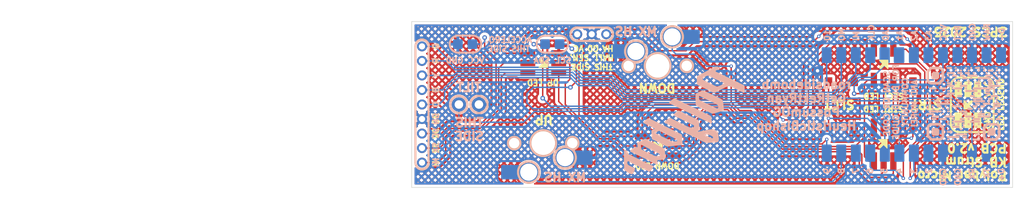
<source format=kicad_pcb>
(kicad_pcb (version 20241229) (generator "pcbnew") (generator_version "9.0")
  (layers (0 "F.Cu" signal) (2 "B.Cu" signal) (13 "F.Paste" user) (15 "B.Paste" user) (5 "F.SilkS" user "F.Silkscreen") (7 "B.SilkS" user "B.Silkscreen") (1 "F.Mask" user) (3 "B.Mask" user) (25 "Edge.Cuts" user))
  (net 0 "")
  (net 1 "Up")
  (net 2 "GND")
  (net 3 "Down")
  (net 4 "Select")
  (net 5 "Start")
  (net 6 "Green")
  (net 7 "Red")
  (net 8 "Yellow")
  (net 9 "Blue")
  (net 10 "Orange")
  (net 11 "VCC")
  (net 12 "led_sck")
  (net 13 "led_mosi")
  (net 14 "Tilt")
  (net 15 "Net-(D1-D0)")
  (net 16 "Net-(D1-C0)")
  (net 17 "Net-(D2-D0)")
  (net 18 "Net-(D2-C0)")
  (net 19 "Net-(D3-C0)")
  (net 20 "Net-(D3-D0)")
  (net 21 "Net-(D4-C0)")
  (net 22 "Net-(D4-D0)")
  (net 23 "SCL")
  (net 24 "SDA")
  (net 25 "Whammy")
  (footprint "" (layer "F.Cu") (at 146.05 95.34)
    (property "Reference" "")
    (property "Value" "")
  )
  (footprint "Controller_Inputs:LED_RGB_5050_DOTSTAR" (layer "F.Cu") (at 227.75 112.45 -90)
    (property "Reference" "D5" (hide yes))
    (property "Value" "select_led")
  )
  (footprint "" (layer "F.Cu") (at 146.05 97.88)
    (property "Reference" "")
    (property "Value" "")
  )
  (footprint "" (layer "F.Cu") (at 174.185 93.2167)
    (property "Reference" "")
    (property "Value" "")
  )
  (footprint "Connector_PinHeader_2.54mm:PinHeader_1x08_P2.54mm_Vertical" (layer "F.Cu") (at 153.325 94.95 90)
    (property "Reference" "REF**" (hide yes))
    (property "Value" "PinHeader_1x08_P2.54mm_Vertical" (hide yes))
  )
  (footprint "Button_Switch_SMD:SW_SPST_PTS645" (layer "F.Cu") (at 220.375 105.5 90)
    (property "Reference" "REF**" (hide yes))
    (property "Value" "SW_SPST_PTS645")
  )
  (footprint "Controller_Inputs:LED_RGB_5050_DOTSTAR" (layer "F.Cu") (at 188.2525 112.75 180)
    (property "Reference" "D5" (hide yes))
    (property "Value" "strum_up_led")
  )
  (footprint "" (layer "F.Cu") (at 157 105.5 90)
    (property "Reference" "")
    (property "Value" "")
  )
  (footprint "Controller_Inputs:LED_RGB_5050_DOTSTAR" (layer "F.Cu") (at 168.2525 98.25 180)
    (property "Reference" "D5" (hide yes))
    (property "Value" "strum_down_led")
  )
  (footprint "Button_Switch_SMD:SW_SPST_PTS645" (layer "F.Cu") (at 235.125 105.5 90)
    (property "Reference" "REF**" (hide yes))
    (property "Value" "SW_SPST_PTS645")
  )
  (footprint "" (layer "F.Cu") (at 176.725 93.2167)
    (property "Reference" "")
    (property "Value" "")
  )
  (footprint "" (layer "F.Cu") (at 146.05 105.5)
    (property "Reference" "")
    (property "Value" "")
  )
  (footprint "Controller_Inputs:LED_RGB_5050_DOTSTAR" (layer "F.Cu") (at 227.75 98.55 -90)
    (property "Reference" "D5" (hide yes))
    (property "Value" "start_led")
  )
  (footprint "" (layer "F.Cu") (at 146.05 115.66)
    (property "Reference" "")
    (property "Value" "")
  )
  (footprint "" (layer "F.Cu") (at 146.05 102.96)
    (property "Reference" "")
    (property "Value" "")
  )
  (footprint "" (layer "F.Cu") (at 145.05 114.39)
    (property "Reference" "")
    (property "Value" "")
  )
  (footprint "" (layer "F.Cu") (at 146.05 110.58)
    (property "Reference" "")
    (property "Value" "")
  )
  (footprint "" (layer "F.Cu") (at 146.05 108.04)
    (property "Reference" "")
    (property "Value" "")
  )
  (footprint "" (layer "F.Cu") (at 154.5 103 90)
    (property "Reference" "")
    (property "Value" "")
  )
  (footprint "" (layer "F.Cu") (at 179.265 93.2167)
    (property "Reference" "")
    (property "Value" "")
  )
  (footprint "" (layer "F.Cu") (at 146.05 100.42)
    (property "Reference" "")
    (property "Value" "")
  )
  (footprint "Controller_Inputs:KB2040-ProMicroPins" (layer "B.Cu") (at 231.77325 105.5 180)
    (property "Reference" "U1" (hide yes))
    (property "Value" "ProMicro" (hide yes))
  )
  (footprint "marbastlib-mx:SW_MX_HS_1u" (layer "B.Cu") (at 168.2475 112.25)
    (property "Reference" " ")
    (property "Value" "MX_SW_HS" (hide yes))
  )
  (footprint "marbastlib-mx:SW_MX_HS_1u" (layer "B.Cu") (at 188.2525 98.75 180)
    (property "Reference" " ")
    (property "Value" "MX_SW_HS" (hide yes))
  )
  (gr_arc (start 247 108.8754) (mid 246.575305 109.900705) (end 245.55 110.3254) (stroke (width 0.35)) (layer "F.SilkS"))
  (gr_line (start 239.5 108.8754) (end 239.5 102.25) (stroke (width 0.35)) (layer "F.SilkS"))
  (gr_line (start 227.875 98.375) (end 227.2 99.05) (stroke (width 0.5)) (layer "F.SilkS"))
  (gr_line (start 228.5 97.75) (end 228.5 99.25) (stroke (width 0.12)) (layer "F.SilkS"))
  (gr_line (start 167.5025 99) (end 169.0025 97.5) (stroke (width 0.12)) (layer "F.SilkS"))
  (gr_line (start 148.2 95.31) (end 148.2 115.67) (stroke (width 0.35)) (layer "F.SilkS"))
  (gr_poly (pts (xy 169.0025 97.5) (xy 169.0025 99) (xy 167.5025 99)) (stroke (width 0.12)) (fill yes) (layer "F.SilkS"))
  (gr_arc (start 240.95 110.3254) (mid 239.924695 109.900705) (end 239.5 108.8754) (stroke (width 0.35)) (layer "F.SilkS"))
  (gr_line (start 245.55 110.3254) (end 240.95 110.3254) (stroke (width 0.35)) (layer "F.SilkS"))
  (gr_line (start 228.5 99.25) (end 227 97.75) (stroke (width 0.12)) (layer "F.SilkS"))
  (gr_line (start 241.8 106.3) (end 243.3 106.3) (stroke (width 0.12)) (layer "F.SilkS"))
  (gr_line (start 226.875 111.625) (end 228.375 111.625) (stroke (width 0.12)) (layer "F.SilkS"))
  (gr_line (start 174.1814 94.3825) (end 179.2614 94.3825) (stroke (width 0.35)) (layer "F.SilkS"))
  (gr_line (start 189.0025 113.5) (end 187.5025 113.5) (stroke (width 0.12)) (layer "F.SilkS"))
  (gr_poly (pts (xy 227 97.75) (xy 228.5 97.75) (xy 228.5 99.25)) (stroke (width 0.12)) (fill yes) (layer "F.SilkS"))
  (gr_line (start 169.0025 99) (end 167.5025 99) (stroke (width 0.12)) (layer "F.SilkS"))
  (gr_arc (start 174.1814 94.3825) (mid 173.013 93.2141) (end 174.1814 92.0457) (stroke (width 0.35)) (layer "F.SilkS"))
  (gr_arc (start 145.9 95.31) (mid 147.05 94.16) (end 148.2 95.31) (stroke (width 0.35)) (layer "F.SilkS"))
  (gr_line (start 188.3775 112.875) (end 187.7025 112.2) (stroke (width 0.5)) (layer "F.SilkS"))
  (gr_line (start 228.375 113.125) (end 226.875 111.625) (stroke (width 0.12)) (layer "F.SilkS"))
  (gr_line (start 189.0025 112) (end 189.0025 113.5) (stroke (width 0.12)) (layer "F.SilkS"))
  (gr_rect (start 243.65 106.95) (end 244.75 109.55) (stroke (width 0.15)) (fill yes) (layer "F.SilkS"))
  (gr_line (start 243.1 105) (end 242.425 105.675) (stroke (width 0.5)) (layer "F.SilkS"))
  (gr_circle (center 157 105.5) (end 155.5 105.5) (stroke (width 0.35)) (fill no) (layer "F.SilkS"))
  (gr_rect (start 241.95 106.95) (end 243.05 109.55) (stroke (width 0.15)) (fill yes) (layer "F.SilkS"))
  (gr_poly (pts (xy 226.875 111.625) (xy 228.375 111.625) (xy 228.375 113.125)) (stroke (width 0.12)) (fill yes) (layer "F.SilkS"))
  (gr_line (start 245.55 100.8) (end 240.95 100.8) (stroke (width 0.35)) (layer "F.SilkS"))
  (gr_line (start 174.1814 92.0457) (end 179.2614 92.0457) (stroke (width 0.35)) (layer "F.SilkS"))
  (gr_line (start 228.375 111.625) (end 228.375 113.125) (stroke (width 0.12)) (layer "F.SilkS"))
  (gr_poly (pts (xy 189.0025 112) (xy 189.0025 113.5) (xy 187.5025 113.5)) (stroke (width 0.12)) (fill yes) (layer "F.SilkS"))
  (gr_arc (start 179.2614 92.0457) (mid 180.4298 93.2141) (end 179.2614 94.3825) (stroke (width 0.35)) (layer "F.SilkS"))
  (gr_line (start 241.8 104.8) (end 241.8 106.3) (stroke (width 0.12)) (layer "F.SilkS"))
  (gr_rect (start 240.25 101.55) (end 241.35 104.15) (stroke (width 0.15)) (fill yes) (layer "F.SilkS"))
  (gr_line (start 168.3775 98.375) (end 167.7025 97.7) (stroke (width 0.5)) (layer "F.SilkS"))
  (gr_line (start 169.0025 97.5) (end 169.0025 99) (stroke (width 0.12)) (layer "F.SilkS"))
  (gr_circle (center 153.5 105.5) (end 155 105.5) (stroke (width 0.35)) (fill no) (layer "F.SilkS"))
  (gr_rect (start 240.25 106.95) (end 241.35 109.55) (stroke (width 0.15)) (fill yes) (layer "F.SilkS"))
  (gr_arc (start 148.2 115.67) (mid 147.05 116.82) (end 145.9 115.67) (stroke (width 0.35)) (layer "F.SilkS"))
  (gr_line (start 227.75 112.25) (end 227.075 112.925) (stroke (width 0.5)) (layer "F.SilkS"))
  (gr_line (start 145.9 115.67) (end 145.9 95.31) (stroke (width 0.35)) (layer "F.SilkS"))
  (gr_rect (start 241.95 101.55) (end 243.05 104.15) (stroke (width 0.15)) (fill yes) (layer "F.SilkS"))
  (gr_poly (pts (xy 243.3 106.3) (xy 241.8 106.3) (xy 241.8 104.8)) (stroke (width 0.12)) (fill yes) (layer "F.SilkS"))
  (gr_line (start 227 97.75) (end 228.5 97.75) (stroke (width 0.12)) (layer "F.SilkS"))
  (gr_line (start 243.3 106.3) (end 241.8 104.8) (stroke (width 0.12)) (layer "F.SilkS"))
  (gr_line (start 247 102.25) (end 247 108.8754) (stroke (width 0.35)) (layer "F.SilkS"))
  (gr_line (start 187.5025 113.5) (end 189.0025 112) (stroke (width 0.12)) (layer "F.SilkS"))
  (gr_arc (start 239.5 102.25) (mid 239.924695 101.224695) (end 240.95 100.8) (stroke (width 0.35)) (layer "F.SilkS"))
  (gr_rect (start 243.65 101.55) (end 244.75 104.15) (stroke (width 0.15)) (fill yes) (layer "F.SilkS"))
  (gr_arc (start 245.55 100.8) (mid 246.575305 101.224695) (end 247 102.25) (stroke (width 0.35)) (layer "F.SilkS"))
  (gr_poly (pts (xy 244.452415 110.918604) (xy 244.462999 110.918604) (xy 244.473583 110.915959) (xy 244.48152 110.915959) (xy 244.489458 110.913312) (xy 244.50004 110.90802) (xy 244.50798 110.905375) (xy 244.515917 110.902729) (xy 244.523853 110.897438) (xy 244.531792 110.892147) (xy 244.539728 110.8895) (xy 244.547665 110.884209) (xy 244.555605 110.876271) (xy 244.560896 110.870979) (xy 244.568832 110.865687) (xy 244.574125 110.85775) (xy 244.579416 110.852458) (xy 244.584709 110.844521) (xy 244.59 110.836584) (xy 244.595291 110.828646) (xy 244.600584 110.820709) (xy 244.605873 110.812771) (xy 244.60852 110.804833) (xy 244.611166 110.796896) (xy 244.613811 110.788959) (xy 244.616457 110.778375) (xy 244.619104 110.770438) (xy 244.62175 110.759855) (xy 244.62175 110.751917) (xy 244.624395 110.741333) (xy 244.624395 110.722813) (xy 244.62175 110.712229) (xy 244.62175 110.704292) (xy 244.619104 110.693709) (xy 244.616457 110.685771) (xy 244.613811 110.675188) (xy 244.611166 110.66725) (xy 244.60852 110.659313) (xy 244.605873 110.648729) (xy 244.600584 110.640791) (xy 244.595291 110.632855) (xy 244.59 110.624917) (xy 244.584709 110.619626) (xy 244.579416 110.611687) (xy 244.574125 110.603751) (xy 244.568832 110.598459) (xy 244.560896 110.590521) (xy 244.555605 110.585229) (xy 244.547665 110.579937) (xy 244.539728 110.574646) (xy 244.531792 110.569355) (xy 244.523853 110.566709) (xy 244.50798 110.556125) (xy 244.50004 110.55348) (xy 244.489458 110.550833) (xy 244.48152 110.548188) (xy 244.473583 110.545541) (xy 244.462999 110.545541) (xy 244.452415 110.542897) (xy 243.899437 110.542897) (xy 243.888853 110.545541) (xy 243.880916 110.545541) (xy 243.870333 110.548188) (xy 243.862396 110.550833) (xy 243.854458 110.55348) (xy 243.843874 110.556125) (xy 243.835937 110.561417) (xy 243.827999 110.564063) (xy 243.820063 110.569355) (xy 243.812124 110.574646) (xy 243.804188 110.579937) (xy 243.798895 110.585229) (xy 243.790958 110.590521) (xy 243.785665 110.598459) (xy 243.777729 110.603751) (xy 243.772438 110.611687) (xy 243.767145 110.619626) (xy 243.761854 110.624917) (xy 243.756561 110.632855) (xy 243.75127 110.640791) (xy 243.748625 110.648729) (xy 243.743332 110.656667) (xy 243.740688 110.66725) (xy 243.738041 110.675188) (xy 243.735395 110.683125) (xy 243.73275 110.693709) (xy 243.730104 110.701646) (xy 243.730104 110.759855) (xy 243.73275 110.770438) (xy 243.735395 110.778375) (xy 243.738041 110.788959) (xy 243.740688 110.796896) (xy 243.743332 110.804833) (xy 243.748625 110.812771) (xy 243.75127 110.820709) (xy 243.756561 110.828646) (xy 243.761854 110.836584) (xy 243.767145 110.844521) (xy 243.772438 110.852458) (xy 243.777729 110.85775) (xy 243.785665 110.865687) (xy 243.790958 110.870979) (xy 243.798895 110.876271) (xy 243.804188 110.884209) (xy 243.812124 110.8895) (xy 243.820063 110.892147) (xy 243.827999 110.897438) (xy 243.835937 110.902729) (xy 243.843874 110.905375) (xy 243.854458 110.90802) (xy 243.862396 110.913312) (xy 243.870333 110.915959) (xy 243.880916 110.915959) (xy 243.888853 110.918604) (xy 243.899437 110.918604) (xy 243.907373 110.921251) (xy 244.444479 110.921251)) (stroke (width -0.000001)) (fill yes) (layer "B.SilkS"))
  (gr_poly (pts (xy 247.566563 104.658564) (xy 247.577145 104.655917) (xy 247.585083 104.653271) (xy 247.593019 104.650624) (xy 247.603603 104.64798) (xy 247.61154 104.642687) (xy 247.619478 104.640044) (xy 247.627416 104.634751) (xy 247.635355 104.62946) (xy 247.643291 104.624167) (xy 247.648582 104.618876) (xy 247.656519 104.613583) (xy 247.661812 104.608292) (xy 247.66975 104.600356) (xy 247.675039 104.592417) (xy 247.680332 104.587124) (xy 247.685623 104.579188) (xy 247.690916 104.571251) (xy 247.696207 104.563313) (xy 247.698854 104.555377) (xy 247.704143 104.547438) (xy 247.706791 104.5395) (xy 247.709436 104.528916) (xy 247.712084 104.520979) (xy 247.714727 104.510396) (xy 247.714727 104.502459) (xy 247.717375 104.491875) (xy 247.717375 104.454834) (xy 247.714727 104.444251) (xy 247.714727 104.436312) (xy 247.712084 104.425728) (xy 247.709436 104.417792) (xy 247.706791 104.407208) (xy 247.704143 104.399271) (xy 247.698854 104.391335) (xy 247.696207 104.383397) (xy 247.690916 104.37546) (xy 247.685623 104.36752) (xy 247.680332 104.359583) (xy 247.675039 104.351647) (xy 247.66975 104.346356) (xy 247.661812 104.338416) (xy 247.656519 104.333125) (xy 247.648582 104.327836) (xy 247.643291 104.322543) (xy 247.635355 104.317252) (xy 247.627416 104.311959) (xy 247.619478 104.306668) (xy 247.61154 104.30402) (xy 247.603603 104.298729) (xy 247.593019 104.296084) (xy 247.585083 104.293438) (xy 247.577145 104.290793) (xy 247.566563 104.288147) (xy 247.558624 104.2855) (xy 247.537458 104.2855) (xy 247.52952 104.282855) (xy 247.518936 104.2855) (xy 247.500416 104.2855) (xy 247.489832 104.288147) (xy 247.481895 104.290793) (xy 247.473959 104.293438) (xy 247.463375 104.296084) (xy 247.455437 104.298729) (xy 247.4475 104.30402) (xy 247.439562 104.306668) (xy 247.431623 104.311959) (xy 247.423687 104.317252) (xy 247.41575 104.322543) (xy 247.407812 104.327836) (xy 247.402519 104.333125) (xy 247.394583 104.338416) (xy 247.389292 104.346356) (xy 247.383999 104.351647) (xy 247.378708 104.359583) (xy 247.373415 104.36752) (xy 247.368124 104.37546) (xy 247.362833 104.383397) (xy 247.35754 104.391335) (xy 247.354895 104.399271) (xy 247.352251 104.407208) (xy 247.349604 104.417792) (xy 247.346958 104.425728) (xy 247.344311 104.436312) (xy 247.341667 104.444251) (xy 247.341667 104.454834) (xy 247.33902 104.462771) (xy 247.33902 104.483939) (xy 247.341667 104.491875) (xy 247.341667 104.502459) (xy 247.344311 104.510396) (xy 247.346958 104.520979) (xy 247.349604 104.528916) (xy 247.352251 104.5395) (xy 247.354895 104.547438) (xy 247.35754 104.555377) (xy 247.362833 104.563313) (xy 247.368124 104.571251) (xy 247.373415 104.579188) (xy 247.378708 104.587124) (xy 247.383999 104.592417) (xy 247.389292 104.600356) (xy 247.394583 104.608292) (xy 247.402519 104.613583) (xy 247.407812 104.618876) (xy 247.41575 104.624167) (xy 247.423687 104.62946) (xy 247.431623 104.634751) (xy 247.439562 104.640044) (xy 247.4475 104.642687) (xy 247.455437 104.64798) (xy 247.463375 104.650624) (xy 247.473959 104.653271) (xy 247.481895 104.655917) (xy 247.489832 104.658564) (xy 247.500416 104.661208) (xy 247.558624 104.661208)) (stroke (width -0.000001)) (fill yes) (layer "B.SilkS"))
  (gr_poly (pts (xy 237.31925 105.105708) (xy 237.329834 105.103064) (xy 237.33777 105.100417) (xy 237.345708 105.097771) (xy 237.356292 105.095124) (xy 237.364229 105.089835) (xy 237.372167 105.087187) (xy 237.380104 105.081896) (xy 237.388041 105.076603) (xy 237.39598 105.071312) (xy 237.40127 105.06602) (xy 237.409208 105.06073) (xy 237.4145 105.052792) (xy 237.422438 105.047499) (xy 237.427729 105.039563) (xy 237.43302 105.034272) (xy 237.438312 105.026335) (xy 237.443603 105.018397) (xy 237.448895 105.010458) (xy 237.451542 105.00252) (xy 237.456834 104.994584) (xy 237.459479 104.986647) (xy 237.462126 104.976063) (xy 237.46477 104.968127) (xy 237.467416 104.957543) (xy 237.470062 104.949604) (xy 237.470062 104.891396) (xy 237.467416 104.88346) (xy 237.46477 104.872876) (xy 237.462126 104.864939) (xy 237.459479 104.854355) (xy 237.456834 104.846417) (xy 237.451542 104.83848) (xy 237.448895 104.830542) (xy 237.443603 104.822604) (xy 237.438312 104.814667) (xy 237.43302 104.806731) (xy 237.427729 104.801438) (xy 237.422438 104.793499) (xy 237.4145 104.785563) (xy 237.409208 104.780272) (xy 237.40127 104.774979) (xy 237.39598 104.769688) (xy 237.388041 104.764395) (xy 237.380104 104.759104) (xy 237.372167 104.753813) (xy 237.364229 104.751168) (xy 237.356292 104.745875) (xy 237.345708 104.743231) (xy 237.33777 104.740584) (xy 237.329834 104.737938) (xy 237.31925 104.735291) (xy 237.311312 104.732647) (xy 237.292791 104.732647) (xy 237.282208 104.73) (xy 236.755688 104.73) (xy 236.74775 104.732647) (xy 236.737166 104.732647) (xy 236.726583 104.735291) (xy 236.718646 104.737938) (xy 236.710709 104.740584) (xy 236.700125 104.743231) (xy 236.692188 104.745875) (xy 236.68425 104.74852) (xy 236.676312 104.753813) (xy 236.668375 104.759104) (xy 236.660437 104.764395) (xy 236.6525 104.769688) (xy 236.644563 104.774979) (xy 236.639271 104.780272) (xy 236.631333 104.785563) (xy 236.626042 104.793499) (xy 236.62075 104.798792) (xy 236.615458 104.806731) (xy 236.610166 104.814667) (xy 236.604874 104.822604) (xy 236.599584 104.830542) (xy 236.594292 104.83848) (xy 236.591646 104.846417) (xy 236.589 104.854355) (xy 236.586354 104.864939) (xy 236.583708 104.872876) (xy 236.581062 104.880812) (xy 236.578417 104.891396) (xy 236.578417 104.90198) (xy 236.57577 104.909916) (xy 236.57577 104.931084) (xy 236.578417 104.939021) (xy 236.578417 104.949604) (xy 236.581062 104.957543) (xy 236.583708 104.968127) (xy 236.586354 104.976063) (xy 236.589 104.984) (xy 236.591646 104.994584) (xy 236.594292 105.00252) (xy 236.599584 105.010458) (xy 236.604874 105.018397) (xy 236.610166 105.026335) (xy 236.615458 105.034272) (xy 236.62075 105.039563) (xy 236.626042 105.047499) (xy 236.631333 105.052792) (xy 236.639271 105.06073) (xy 236.644563 105.06602) (xy 236.6525 105.071312) (xy 236.660437 105.076603) (xy 236.668375 105.081896) (xy 236.676312 105.087187) (xy 236.68425 105.089835) (xy 236.692188 105.095124) (xy 236.700125 105.097771) (xy 236.710709 105.100417) (xy 236.718646 105.103064) (xy 236.726583 105.105708) (xy 236.737166 105.108355) (xy 237.311312 105.108355)) (stroke (width -0.000001)) (fill yes) (layer "B.SilkS"))
  (gr_poly (pts (xy 242.203458 105.105708) (xy 242.211395 105.103064) (xy 242.221979 105.100417) (xy 242.229916 105.097771) (xy 242.237854 105.095124) (xy 242.245791 105.089835) (xy 242.253729 105.087187) (xy 242.261666 105.081896) (xy 242.269604 105.076603) (xy 242.277541 105.071312) (xy 242.285479 105.06602) (xy 242.29077 105.06073) (xy 242.298708 105.052792) (xy 242.304 105.047499) (xy 242.311937 105.039563) (xy 242.317229 105.034272) (xy 242.32252 105.026335) (xy 242.327812 105.018397) (xy 242.330458 105.010458) (xy 242.33575 105.00252) (xy 242.338395 104.994584) (xy 242.343687 104.984) (xy 242.346333 104.976063) (xy 242.348979 104.968127) (xy 242.348979 104.957543) (xy 242.351625 104.949604) (xy 242.35427 104.939021) (xy 242.35427 104.90198) (xy 242.351625 104.891396) (xy 242.348979 104.880812) (xy 242.348979 104.872876) (xy 242.346333 104.864939) (xy 242.343687 104.854355) (xy 242.338395 104.846417) (xy 242.33575 104.83848) (xy 242.330458 104.830542) (xy 242.327812 104.822604) (xy 242.32252 104.814667) (xy 242.317229 104.806731) (xy 242.311937 104.798792) (xy 242.304 104.793499) (xy 242.298708 104.785563) (xy 242.29077 104.780272) (xy 242.285479 104.774979) (xy 242.277541 104.769688) (xy 242.269604 104.764395) (xy 242.253729 104.753813) (xy 242.245791 104.74852) (xy 242.237854 104.745875) (xy 242.229916 104.743231) (xy 242.221979 104.740584) (xy 242.211395 104.737938) (xy 242.203458 104.735291) (xy 242.192874 104.732647) (xy 242.184937 104.732647) (xy 242.174353 104.73) (xy 242.155833 104.73) (xy 242.145249 104.732647) (xy 242.134666 104.732647) (xy 242.126729 104.735291) (xy 242.116146 104.737938) (xy 242.108208 104.740584) (xy 242.10027 104.743231) (xy 242.092334 104.745875) (xy 242.08175 104.74852) (xy 242.073811 104.753813) (xy 242.065874 104.759104) (xy 242.057938 104.764395) (xy 242.052646 104.769688) (xy 242.044708 104.774979) (xy 242.03677 104.780272) (xy 242.031478 104.785563) (xy 242.023541 104.793499) (xy 242.018249 104.798792) (xy 242.012957 104.806731) (xy 242.007666 104.814667) (xy 242.002375 104.822604) (xy 241.999729 104.830542) (xy 241.994437 104.83848) (xy 241.989145 104.846417) (xy 241.9865 104.854355) (xy 241.983854 104.864939) (xy 241.981208 104.872876) (xy 241.978562 104.880812) (xy 241.978562 104.891396) (xy 241.975916 104.90198) (xy 241.975916 104.939021) (xy 241.978562 104.949604) (xy 241.978562 104.957543) (xy 241.981208 104.968127) (xy 241.983854 104.976063) (xy 241.9865 104.984) (xy 241.991792 104.994584) (xy 241.994437 105.00252) (xy 241.999729 105.010458) (xy 242.002375 105.018397) (xy 242.007666 105.026335) (xy 242.012957 105.034272) (xy 242.018249 105.039563) (xy 242.023541 105.047499) (xy 242.031478 105.052792) (xy 242.03677 105.06073) (xy 242.044708 105.06602) (xy 242.052646 105.071312) (xy 242.057938 105.076603) (xy 242.065874 105.081896) (xy 242.073811 105.087187) (xy 242.08175 105.089835) (xy 242.092334 105.095124) (xy 242.10027 105.097771) (xy 242.108208 105.100417) (xy 242.118791 105.103064) (xy 242.126729 105.105708) (xy 242.134666 105.108355) (xy 242.192874 105.108355)) (stroke (width -0.000001)) (fill yes) (layer "B.SilkS"))
  (gr_poly (pts (xy 246.251583 107.788584) (xy 246.259519 107.788584) (xy 246.270103 107.785937) (xy 246.27804 107.783291) (xy 246.288624 107.780646) (xy 246.29656 107.775355) (xy 246.3045 107.772709) (xy 246.312437 107.767416) (xy 246.320375 107.764771) (xy 246.328312 107.75948) (xy 246.336248 107.754187) (xy 246.341541 107.748896) (xy 246.34948 107.743605) (xy 246.357416 107.735667) (xy 246.362707 107.730376) (xy 246.368 107.722437) (xy 246.373291 107.714501) (xy 246.378584 107.70921) (xy 246.383875 107.701272) (xy 246.389168 107.693333) (xy 246.391811 107.685397) (xy 246.397104 107.674813) (xy 246.399748 107.666874) (xy 246.402395 107.658938) (xy 246.405041 107.651001) (xy 246.407688 107.640418) (xy 246.410332 107.632479) (xy 246.410332 107.574271) (xy 246.407688 107.563687) (xy 246.405041 107.55575) (xy 246.402395 107.545166) (xy 246.399748 107.53723) (xy 246.397104 107.529292) (xy 246.391811 107.521355) (xy 246.389168 107.513417) (xy 246.383875 107.505478) (xy 246.378584 107.497542) (xy 246.373291 107.489605) (xy 246.368 107.481667) (xy 246.362707 107.476374) (xy 246.357416 107.468438) (xy 246.34948 107.463147) (xy 246.341541 107.457854) (xy 246.336248 107.449917) (xy 246.328312 107.444626) (xy 246.320375 107.441979) (xy 246.312437 107.436688) (xy 246.3045 107.431395) (xy 246.29656 107.42875) (xy 246.288624 107.426106) (xy 246.27804 107.420813) (xy 246.270103 107.418168) (xy 246.259519 107.418168) (xy 246.251583 107.415522) (xy 246.240999 107.415522) (xy 246.233063 107.412875) (xy 244.346582 107.412875) (xy 244.336 107.415522) (xy 244.328062 107.418168) (xy 244.317478 107.418168) (xy 244.309542 107.420813) (xy 244.298958 107.423459) (xy 244.291019 107.42875) (xy 244.283083 107.431395) (xy 244.275146 107.436688) (xy 244.267208 107.439333) (xy 244.25927 107.444626) (xy 244.251333 107.449917) (xy 244.246042 107.45521) (xy 244.238104 107.463147) (xy 244.232813 107.468438) (xy 244.224874 107.473731) (xy 244.219583 107.481667) (xy 244.214291 107.489605) (xy 244.209 107.497542) (xy 244.203709 107.502835) (xy 244.198416 107.510771) (xy 244.19577 107.521355) (xy 244.190477 107.529292) (xy 244.187834 107.53723) (xy 244.185188 107.545166) (xy 244.182541 107.55575) (xy 244.179895 107.563687) (xy 244.17725 107.574271) (xy 244.17725 107.629834) (xy 244.179895 107.640418) (xy 244.182541 107.648354) (xy 244.185188 107.658938) (xy 244.187834 107.666874) (xy 244.190477 107.674813) (xy 244.19577 107.685397) (xy 244.198416 107.693333) (xy 244.203709 107.701272) (xy 244.209 107.70921) (xy 244.214291 107.714501) (xy 244.219583 107.722437) (xy 244.224874 107.730376) (xy 244.232813 107.735667) (xy 244.238104 107.74096) (xy 244.246042 107.748896) (xy 244.251333 107.754187) (xy 244.25927 107.75948) (xy 244.267208 107.764771) (xy 244.275146 107.767416) (xy 244.283083 107.772709) (xy 244.291019 107.775355) (xy 244.298958 107.780646) (xy 244.309542 107.783291) (xy 244.317478 107.785937) (xy 244.328062 107.788584) (xy 244.336 107.788584) (xy 244.346582 107.79123) (xy 246.240999 107.79123)) (stroke (width -0.000001)) (fill yes) (layer "B.SilkS"))
  (gr_poly (pts (xy 244.452415 101.978333) (xy 244.462999 101.978333) (xy 244.473583 101.975689) (xy 244.48152 101.973042) (xy 244.489458 101.970396) (xy 244.50004 101.967749) (xy 244.50798 101.965106) (xy 244.515917 101.96246) (xy 244.523853 101.957167) (xy 244.531792 101.951876) (xy 244.539728 101.946585) (xy 244.547665 101.943938) (xy 244.555605 101.936001) (xy 244.560896 101.930708) (xy 244.568832 101.925417) (xy 244.574125 101.917481) (xy 244.579416 101.912188) (xy 244.584709 101.90425) (xy 244.59 101.896313) (xy 244.595291 101.888377) (xy 244.600584 101.880438) (xy 244.605873 101.8725) (xy 244.60852 101.864563) (xy 244.611166 101.856625) (xy 244.613811 101.848689) (xy 244.616457 101.838105) (xy 244.619104 101.830168) (xy 244.62175 101.819584) (xy 244.62175 101.811646) (xy 244.624395 101.801064) (xy 244.624395 101.782542) (xy 244.62175 101.77196) (xy 244.62175 101.761376) (xy 244.619104 101.753437) (xy 244.616457 101.742854) (xy 244.613811 101.734917) (xy 244.611166 101.726981) (xy 244.60852 101.716397) (xy 244.605873 101.70846) (xy 244.600584 101.700522) (xy 244.595291 101.692584) (xy 244.59 101.684645) (xy 244.584709 101.679354) (xy 244.579416 101.671418) (xy 244.574125 101.663481) (xy 244.568832 101.658188) (xy 244.560896 101.65025) (xy 244.555605 101.644961) (xy 244.547665 101.639668) (xy 244.539728 101.634377) (xy 244.531792 101.629084) (xy 244.523853 101.623793) (xy 244.515917 101.621146) (xy 244.50798 101.615855) (xy 244.50004 101.613209) (xy 244.489458 101.610564) (xy 244.48152 101.607916) (xy 244.473583 101.605273) (xy 244.462999 101.605273) (xy 244.452415 101.602625) (xy 243.899437 101.602625) (xy 243.888853 101.605273) (xy 243.880916 101.605273) (xy 243.870333 101.607916) (xy 243.862396 101.610564) (xy 243.854458 101.613209) (xy 243.843874 101.615855) (xy 243.835937 101.621146) (xy 243.827999 101.623793) (xy 243.820063 101.629084) (xy 243.812124 101.634377) (xy 243.804188 101.639668) (xy 243.798895 101.644961) (xy 243.790958 101.65025) (xy 243.785665 101.658188) (xy 243.777729 101.663481) (xy 243.772438 101.671418) (xy 243.767145 101.676709) (xy 243.761854 101.684645) (xy 243.756561 101.692584) (xy 243.75127 101.700522) (xy 243.748625 101.70846) (xy 243.743332 101.716397) (xy 243.740688 101.726981) (xy 243.738041 101.734917) (xy 243.735395 101.742854) (xy 243.73275 101.753437) (xy 243.730104 101.761376) (xy 243.730104 101.819584) (xy 243.73275 101.830168) (xy 243.735395 101.838105) (xy 243.738041 101.846041) (xy 243.740688 101.856625) (xy 243.743332 101.864563) (xy 243.748625 101.8725) (xy 243.75127 101.880438) (xy 243.756561 101.888377) (xy 243.761854 101.896313) (xy 243.767145 101.90425) (xy 243.772438 101.912188) (xy 243.777729 101.917481) (xy 243.785665 101.925417) (xy 243.790958 101.930708) (xy 243.798895 101.936001) (xy 243.804188 101.941292) (xy 243.812124 101.946585) (xy 243.820063 101.951876) (xy 243.827999 101.957167) (xy 243.835937 101.96246) (xy 243.843874 101.965106) (xy 243.854458 101.967749) (xy 243.862396 101.970396) (xy 243.870333 101.973042) (xy 243.880916 101.975689) (xy 243.888853 101.978333) (xy 243.899437 101.978333) (xy 243.907373 101.98098) (xy 244.444479 101.98098)) (stroke (width -0.000001)) (fill yes) (layer "B.SilkS"))
  (gr_poly (pts (xy 242.219334 110.918604) (xy 242.22727 110.918604) (xy 242.237854 110.915959) (xy 242.245791 110.915959) (xy 242.256374 110.913312) (xy 242.264312 110.90802) (xy 242.272249 110.905375) (xy 242.280187 110.902729) (xy 242.288124 110.897438) (xy 242.296061 110.892147) (xy 242.304 110.8895) (xy 242.311937 110.884209) (xy 242.319874 110.876271) (xy 242.325166 110.870979) (xy 242.333104 110.865687) (xy 242.338395 110.85775) (xy 242.346333 110.852458) (xy 242.351625 110.844521) (xy 242.362207 110.828646) (xy 242.364854 110.820709) (xy 242.370146 110.812771) (xy 242.372791 110.804833) (xy 242.378083 110.796896) (xy 242.38073 110.788959) (xy 242.383375 110.778375) (xy 242.383375 110.770438) (xy 242.38602 110.759855) (xy 242.388666 110.751917) (xy 242.388666 110.712229) (xy 242.38602 110.704292) (xy 242.383375 110.693709) (xy 242.383375 110.685771) (xy 242.38073 110.675188) (xy 242.378083 110.66725) (xy 242.372791 110.659313) (xy 242.370146 110.648729) (xy 242.364854 110.640791) (xy 242.362207 110.632855) (xy 242.356916 110.624917) (xy 242.351625 110.619626) (xy 242.346333 110.611687) (xy 242.338395 110.603751) (xy 242.333104 110.598459) (xy 242.325166 110.590521) (xy 242.319874 110.585229) (xy 242.311937 110.579937) (xy 242.304 110.574646) (xy 242.296061 110.569355) (xy 242.288124 110.566709) (xy 242.280187 110.561417) (xy 242.272249 110.556125) (xy 242.264312 110.55348) (xy 242.256374 110.550833) (xy 242.245791 110.548188) (xy 242.237854 110.545541) (xy 242.22727 110.545541) (xy 242.219334 110.542897) (xy 240.32227 110.542897) (xy 240.314333 110.545541) (xy 240.30375 110.545541) (xy 240.295812 110.548188) (xy 240.285229 110.550833) (xy 240.277291 110.55348) (xy 240.269354 110.556125) (xy 240.261416 110.561417) (xy 240.250832 110.564063) (xy 240.242895 110.569355) (xy 240.237604 110.574646) (xy 240.229667 110.579937) (xy 240.221728 110.585229) (xy 240.213791 110.590521) (xy 240.2085 110.598459) (xy 240.203208 110.603751) (xy 240.19527 110.611687) (xy 240.189978 110.619626) (xy 240.184687 110.624917) (xy 240.179395 110.632855) (xy 240.17675 110.640791) (xy 240.171458 110.648729) (xy 240.168813 110.656667) (xy 240.163521 110.66725) (xy 240.160874 110.675188) (xy 240.158229 110.683125) (xy 240.158229 110.693709) (xy 240.155582 110.701646) (xy 240.152937 110.712229) (xy 240.152937 110.751917) (xy 240.155582 110.759855) (xy 240.158229 110.770438) (xy 240.158229 110.778375) (xy 240.160874 110.788959) (xy 240.163521 110.796896) (xy 240.168813 110.804833) (xy 240.171458 110.812771) (xy 240.17675 110.820709) (xy 240.179395 110.828646) (xy 240.184687 110.836584) (xy 240.189978 110.844521) (xy 240.19527 110.852458) (xy 240.203208 110.85775) (xy 240.2085 110.865687) (xy 240.213791 110.870979) (xy 240.221728 110.876271) (xy 240.229667 110.884209) (xy 240.237604 110.8895) (xy 240.242895 110.892147) (xy 240.250832 110.897438) (xy 240.261416 110.902729) (xy 240.269354 110.905375) (xy 240.277291 110.90802) (xy 240.285229 110.913312) (xy 240.295812 110.915959) (xy 240.30375 110.915959) (xy 240.314333 110.918604) (xy 240.32227 110.918604) (xy 240.332854 110.921251) (xy 242.20875 110.921251)) (stroke (width -0.000001)) (fill yes) (layer "B.SilkS"))
  (gr_poly (pts (xy 245.936727 103.766917) (xy 245.963188 103.766917) (xy 245.963188 103.769564) (xy 246.222479 103.769564) (xy 246.233063 103.766917) (xy 246.251583 103.766917) (xy 246.259519 103.764271) (xy 246.270103 103.761626) (xy 246.27804 103.75898) (xy 246.288624 103.756333) (xy 246.29656 103.753687) (xy 246.3045 103.751044) (xy 246.312437 103.745751) (xy 246.320375 103.74046) (xy 246.328312 103.735167) (xy 246.336248 103.729876) (xy 246.341541 103.724583) (xy 246.34948 103.719292) (xy 246.357416 103.714001) (xy 246.362707 103.706063) (xy 246.368 103.700772) (xy 246.373291 103.692833) (xy 246.378584 103.684897) (xy 246.383875 103.676959) (xy 246.389168 103.66902) (xy 246.391811 103.661084) (xy 246.397104 103.653147) (xy 246.399748 103.645209) (xy 246.402395 103.634625) (xy 246.405041 103.626688) (xy 246.407688 103.618752) (xy 246.410332 103.608168) (xy 246.410332 103.54996) (xy 246.407688 103.542021) (xy 246.405041 103.531437) (xy 246.402395 103.523501) (xy 246.399748 103.515564) (xy 246.397104 103.504981) (xy 246.391811 103.497044) (xy 246.389168 103.489104) (xy 246.383875 103.481167) (xy 246.378584 103.473229) (xy 246.373291 103.465292) (xy 246.368 103.46) (xy 246.362707 103.452063) (xy 246.357416 103.446772) (xy 246.34948 103.438834) (xy 246.341541 103.433541) (xy 246.336248 103.428252) (xy 246.328312 103.422959) (xy 246.320375 103.417668) (xy 246.312437 103.412375) (xy 246.3045 103.409729) (xy 246.29656 103.404437) (xy 246.288624 103.401793) (xy 246.27804 103.399147) (xy 246.270103 103.3965) (xy 246.259519 103.393855) (xy 246.251583 103.393855) (xy 246.240999 103.391209) (xy 245.677437 103.391209) (xy 245.6695 103.393855) (xy 245.658916 103.3965) (xy 245.65098 103.399147) (xy 245.640396 103.401793) (xy 245.632458 103.404437) (xy 245.624519 103.409729) (xy 245.616583 103.412375) (xy 245.608644 103.417668) (xy 245.600708 103.422959) (xy 245.592771 103.428252) (xy 245.587479 103.433541) (xy 245.57954 103.438834) (xy 245.571604 103.446772) (xy 245.566313 103.452063) (xy 245.56102 103.46) (xy 245.555729 103.465292) (xy 245.550436 103.473229) (xy 245.545145 103.481167) (xy 245.539852 103.489104) (xy 245.537208 103.497044) (xy 245.531916 103.504981) (xy 245.529272 103.512917) (xy 245.526625 103.523501) (xy 245.523979 103.531437) (xy 245.521332 103.542021) (xy 245.518688 103.54996) (xy 245.518688 103.608168) (xy 245.521332 103.616105) (xy 245.523979 103.626688) (xy 245.526625 103.634625) (xy 245.529272 103.645209) (xy 245.531916 103.653147) (xy 245.537208 103.661084) (xy 245.539852 103.66902) (xy 245.545145 103.676959) (xy 245.550436 103.684897) (xy 245.555729 103.692833) (xy 245.56102 103.700772) (xy 245.566313 103.706063) (xy 245.571604 103.714001) (xy 245.57954 103.719292) (xy 245.587479 103.724583) (xy 245.592771 103.729876) (xy 245.600708 103.735167) (xy 245.608644 103.74046) (xy 245.616583 103.745751) (xy 245.624519 103.751044) (xy 245.632458 103.753687) (xy 245.640396 103.756333) (xy 245.65098 103.75898) (xy 245.658916 103.761626) (xy 245.6695 103.764271) (xy 245.677437 103.766917) (xy 245.695957 103.766917) (xy 245.706541 103.769564) (xy 245.936727 103.769564)) (stroke (width -0.000001)) (fill yes) (layer "B.SilkS"))
  (gr_poly (pts (xy 238.618354 106) (xy 238.626291 106) (xy 238.636875 105.997355) (xy 238.644812 105.994708) (xy 238.65275 105.992062) (xy 238.663333 105.989418) (xy 238.671271 105.984126) (xy 238.679208 105.98148) (xy 238.687145 105.976187) (xy 238.695084 105.970896) (xy 238.703021 105.965603) (xy 238.708313 105.960312) (xy 238.716249 105.955021) (xy 238.721541 105.947083) (xy 238.729479 105.941792) (xy 238.734771 105.933856) (xy 238.740063 105.928563) (xy 238.745354 105.920626) (xy 238.750646 105.912688) (xy 238.755937 105.904751) (xy 238.758583 105.896813) (xy 238.763875 105.888875) (xy 238.76652 105.878293) (xy 238.769167 105.870354) (xy 238.771812 105.862416) (xy 238.774458 105.851834) (xy 238.774458 105.843895) (xy 238.777103 105.833312) (xy 238.777103 105.793625) (xy 238.774458 105.785687) (xy 238.774458 105.775103) (xy 238.771812 105.767167) (xy 238.769167 105.75923) (xy 238.76652 105.748646) (xy 238.763875 105.740708) (xy 238.758583 105.732771) (xy 238.755937 105.724835) (xy 238.750646 105.716897) (xy 238.745354 105.708958) (xy 238.740063 105.701022) (xy 238.734771 105.693083) (xy 238.729479 105.687792) (xy 238.721541 105.679856) (xy 238.716249 105.674563) (xy 238.708313 105.669272) (xy 238.703021 105.661334) (xy 238.695084 105.658688) (xy 238.687145 105.653395) (xy 238.679208 105.648104) (xy 238.671271 105.642811) (xy 238.663333 105.640168) (xy 238.65275 105.637522) (xy 238.644812 105.632231) (xy 238.636875 105.632231) (xy 238.626291 105.629584) (xy 238.618354 105.626938) (xy 238.607771 105.626938) (xy 238.597187 105.624291) (xy 238.578667 105.624291) (xy 238.570729 105.626938) (xy 238.560145 105.626938) (xy 238.549561 105.629584) (xy 238.541625 105.632231) (xy 238.533687 105.632231) (xy 238.523104 105.637522) (xy 238.515167 105.640168) (xy 238.507229 105.642811) (xy 238.499291 105.648104) (xy 238.491354 105.653395) (xy 238.483416 105.658688) (xy 238.475479 105.661334) (xy 238.467542 105.669272) (xy 238.46225 105.674563) (xy 238.454313 105.679856) (xy 238.449021 105.687792) (xy 238.443729 105.693083) (xy 238.438437 105.701022) (xy 238.433145 105.708958) (xy 238.427853 105.716897) (xy 238.422562 105.724835) (xy 238.417271 105.732771) (xy 238.414625 105.740708) (xy 238.41198 105.748646) (xy 238.409333 105.75923) (xy 238.406688 105.767167) (xy 238.404041 105.775103) (xy 238.401396 105.785687) (xy 238.401396 105.793625) (xy 238.398749 105.804207) (xy 238.398749 105.82273) (xy 238.401396 105.833312) (xy 238.401396 105.843895) (xy 238.404041 105.851834) (xy 238.406688 105.862416) (xy 238.409333 105.870354) (xy 238.41198 105.878293) (xy 238.414625 105.888875) (xy 238.417271 105.896813) (xy 238.422562 105.904751) (xy 238.427853 105.912688) (xy 238.433145 105.920626) (xy 238.438437 105.928563) (xy 238.443729 105.933856) (xy 238.449021 105.941792) (xy 238.454313 105.947083) (xy 238.46225 105.955021) (xy 238.467542 105.960312) (xy 238.475479 105.965603) (xy 238.483416 105.970896) (xy 238.491354 105.976187) (xy 238.499291 105.98148) (xy 238.507229 105.984126) (xy 238.515167 105.989418) (xy 238.523104 105.992062) (xy 238.533687 105.994708) (xy 238.541625 105.997355) (xy 238.549561 106) (xy 238.560145 106) (xy 238.570729 106.002646) (xy 238.607771 106.002646)) (stroke (width -0.000001)) (fill yes) (layer "B.SilkS"))
  (gr_poly (pts (xy 239.949208 101.531189) (xy 239.959791 101.531189) (xy 239.967728 101.528542) (xy 239.978312 101.525897) (xy 239.98625 101.525897) (xy 239.994187 101.520606) (xy 240.002125 101.517958) (xy 240.012709 101.515313) (xy 240.020645 101.510022) (xy 240.028582 101.504729) (xy 240.036521 101.502085) (xy 240.041813 101.496792) (xy 240.04975 101.488854) (xy 240.057687 101.483565) (xy 240.062979 101.478272) (xy 240.070916 101.470334) (xy 240.076208 101.465043) (xy 240.0815 101.457104) (xy 240.086791 101.449168) (xy 240.092083 101.441229) (xy 240.097375 101.433293) (xy 240.10002 101.425354) (xy 240.105312 101.417418) (xy 240.107959 101.40948) (xy 240.110604 101.401541) (xy 240.11325 101.390957) (xy 240.115895 101.383021) (xy 240.115895 101.372437) (xy 240.118541 101.3645) (xy 240.118541 101.324812) (xy 240.115895 101.31423) (xy 240.115895 101.306292) (xy 240.11325 101.295708) (xy 240.110604 101.287772) (xy 240.107959 101.279833) (xy 240.105312 101.269249) (xy 240.10002 101.261313) (xy 240.097375 101.253376) (xy 240.092083 101.245438) (xy 240.086791 101.237502) (xy 240.0815 101.229561) (xy 240.076208 101.224272) (xy 240.070916 101.216334) (xy 240.062979 101.211041) (xy 240.057687 101.203104) (xy 240.04975 101.197813) (xy 240.041813 101.192521) (xy 240.036521 101.18723) (xy 240.028582 101.181939) (xy 240.020645 101.176646) (xy 240.012709 101.174) (xy 240.002125 101.168709) (xy 239.994187 101.166062) (xy 239.98625 101.163416) (xy 239.978312 101.160773) (xy 239.967728 101.158125) (xy 239.959791 101.158125) (xy 239.949208 101.15548) (xy 239.909521 101.15548) (xy 239.901583 101.158125) (xy 239.890999 101.158125) (xy 239.883062 101.160773) (xy 239.872478 101.163416) (xy 239.864541 101.166062) (xy 239.856604 101.168709) (xy 239.848666 101.174) (xy 239.840729 101.176646) (xy 239.832791 101.181939) (xy 239.824854 101.18723) (xy 239.816916 101.192521) (xy 239.808979 101.197813) (xy 239.803687 101.203104) (xy 239.795751 101.211041) (xy 239.790459 101.216334) (xy 239.78252 101.224272) (xy 239.777229 101.229561) (xy 239.771937 101.237502) (xy 239.766645 101.245438) (xy 239.763999 101.253376) (xy 239.758708 101.261313) (xy 239.756062 101.269249) (xy 239.75077 101.279833) (xy 239.748125 101.287772) (xy 239.745479 101.295708) (xy 239.745479 101.306292) (xy 239.742833 101.31423) (xy 239.742833 101.324812) (xy 239.740187 101.335396) (xy 239.740187 101.353917) (xy 239.742833 101.3645) (xy 239.742833 101.372437) (xy 239.745479 101.383021) (xy 239.745479 101.390957) (xy 239.748125 101.401541) (xy 239.75077 101.40948) (xy 239.756062 101.417418) (xy 239.758708 101.425354) (xy 239.763999 101.433293) (xy 239.766645 101.441229) (xy 239.771937 101.449168) (xy 239.777229 101.457104) (xy 239.78252 101.465043) (xy 239.790459 101.470334) (xy 239.795751 101.478272) (xy 239.803687 101.483565) (xy 239.808979 101.488854) (xy 239.816916 101.496792) (xy 239.824854 101.502085) (xy 239.832791 101.504729) (xy 239.840729 101.510022) (xy 239.848666 101.515313) (xy 239.856604 101.517958) (xy 239.864541 101.520606) (xy 239.872478 101.525897) (xy 239.883062 101.525897) (xy 239.890999 101.528542) (xy 239.901583 101.531189) (xy 239.909521 101.531189) (xy 239.920104 101.533833) (xy 239.938624 101.533833)) (stroke (width -0.000001)) (fill yes) (layer "B.SilkS"))
  (gr_poly (pts (xy 246.664331 108.23573) (xy 246.672272 108.23573) (xy 246.682852 108.233084) (xy 246.690792 108.230437) (xy 246.701376 108.227791) (xy 246.709312 108.2225) (xy 246.717249 108.219855) (xy 246.725187 108.214564) (xy 246.733124 108.211916) (xy 246.741062 108.206625) (xy 246.748999 108.201333) (xy 246.754291 108.196042) (xy 246.762228 108.188105) (xy 246.767521 108.182812) (xy 246.775459 108.177521) (xy 246.780748 108.169583) (xy 246.786041 108.161646) (xy 246.791332 108.156355) (xy 246.796623 108.148417) (xy 246.801916 108.140479) (xy 246.804563 108.132542) (xy 246.809852 108.121958) (xy 246.8125 108.114022) (xy 246.815143 108.106083) (xy 246.817791 108.095501) (xy 246.820436 108.087563) (xy 246.823084 108.076979) (xy 246.823084 108.021416) (xy 246.820436 108.010834) (xy 246.817791 108.002896) (xy 246.815143 107.992314) (xy 246.8125 107.984375) (xy 246.809852 107.976437) (xy 246.804563 107.968501) (xy 246.801916 107.957917) (xy 246.796623 107.94998) (xy 246.791332 107.944687) (xy 246.786041 107.936751) (xy 246.780748 107.928812) (xy 246.775459 107.920876) (xy 246.767521 107.915583) (xy 246.762228 107.910292) (xy 246.748999 107.897063) (xy 246.741062 107.891772) (xy 246.733124 107.886479) (xy 246.725187 107.883833) (xy 246.717249 107.878542) (xy 246.709312 107.875895) (xy 246.701376 107.870604) (xy 246.690792 107.867959) (xy 246.682852 107.865313) (xy 246.672272 107.862668) (xy 246.664331 107.862668) (xy 246.653749 107.860022) (xy 246.616707 107.860022) (xy 246.606125 107.862668) (xy 246.598186 107.862668) (xy 246.587604 107.865313) (xy 246.579666 107.867959) (xy 246.569084 107.870604) (xy 246.561144 107.875895) (xy 246.553207 107.878542) (xy 246.545271 107.883833) (xy 246.537332 107.886479) (xy 246.529396 107.891772) (xy 246.521459 107.897063) (xy 246.513519 107.902356) (xy 246.508228 107.910292) (xy 246.500292 107.915583) (xy 246.494999 107.920876) (xy 246.489708 107.928812) (xy 246.484415 107.936751) (xy 246.479124 107.944687) (xy 246.473833 107.94998) (xy 246.46854 107.957917) (xy 246.463249 107.968501) (xy 246.460604 107.976437) (xy 246.457956 107.984375) (xy 246.455313 107.992314) (xy 246.452667 108.002896) (xy 246.45002 108.010834) (xy 246.447374 108.021416) (xy 246.447374 108.039938) (xy 246.444729 108.05052) (xy 246.447374 108.058459) (xy 246.447374 108.076979) (xy 246.45002 108.087563) (xy 246.452667 108.095501) (xy 246.455313 108.106083) (xy 246.457956 108.114022) (xy 246.460604 108.121958) (xy 246.463249 108.132542) (xy 246.46854 108.140479) (xy 246.473833 108.148417) (xy 246.479124 108.156355) (xy 246.484415 108.161646) (xy 246.489708 108.169583) (xy 246.494999 108.177521) (xy 246.500292 108.182812) (xy 246.508228 108.188105) (xy 246.513519 108.196042) (xy 246.521459 108.201333) (xy 246.529396 108.206625) (xy 246.537332 108.211916) (xy 246.545271 108.214564) (xy 246.553207 108.219855) (xy 246.561144 108.2225) (xy 246.569084 108.227791) (xy 246.579666 108.230437) (xy 246.587604 108.233084) (xy 246.598186 108.23573) (xy 246.606125 108.23573) (xy 246.616707 108.238375) (xy 246.653749 108.238375)) (stroke (width -0.000001)) (fill yes) (layer "B.SilkS"))
  (gr_poly (pts (xy 245.312313 101.978333) (xy 245.322895 101.978333) (xy 245.333479 101.975689) (xy 245.341415 101.973042) (xy 245.349354 101.970396) (xy 245.359936 101.967749) (xy 245.367876 101.965106) (xy 245.375812 101.96246) (xy 245.383749 101.957167) (xy 245.391687 101.951876) (xy 245.399624 101.946585) (xy 245.40756 101.941292) (xy 245.415501 101.936001) (xy 245.420792 101.930708) (xy 245.428728 101.925417) (xy 245.434021 101.917481) (xy 245.439312 101.912188) (xy 245.444605 101.90425) (xy 245.449896 101.896313) (xy 245.455187 101.888377) (xy 245.46048 101.880438) (xy 245.465769 101.8725) (xy 245.468416 101.864563) (xy 245.471062 101.856625) (xy 245.473707 101.846041) (xy 245.476353 101.838105) (xy 245.479 101.830168) (xy 245.481645 101.819584) (xy 245.481645 101.809) (xy 245.484291 101.801064) (xy 245.484291 101.782542) (xy 245.481645 101.77196) (xy 245.481645 101.761376) (xy 245.479 101.753437) (xy 245.476353 101.742854) (xy 245.473707 101.734917) (xy 245.471062 101.726981) (xy 245.468416 101.716397) (xy 245.465769 101.70846) (xy 245.46048 101.700522) (xy 245.455187 101.692584) (xy 245.449896 101.684645) (xy 245.444605 101.676709) (xy 245.439312 101.671418) (xy 245.434021 101.663481) (xy 245.428728 101.658188) (xy 245.420792 101.65025) (xy 245.415501 101.644961) (xy 245.40756 101.639668) (xy 245.399624 101.634377) (xy 245.391687 101.629084) (xy 245.383749 101.623793) (xy 245.375812 101.621146) (xy 245.367876 101.615855) (xy 245.359936 101.613209) (xy 245.349354 101.610564) (xy 245.341415 101.607916) (xy 245.333479 101.605273) (xy 245.322895 101.605273) (xy 245.312313 101.602625) (xy 245.275268 101.602625) (xy 245.264688 101.605273) (xy 245.256748 101.605273) (xy 245.246166 101.607916) (xy 245.238228 101.610564) (xy 245.230291 101.613209) (xy 245.219707 101.615855) (xy 245.211769 101.621146) (xy 245.203833 101.623793) (xy 245.195896 101.629084) (xy 245.187958 101.634377) (xy 245.180021 101.639668) (xy 245.174728 101.644961) (xy 245.166792 101.65025) (xy 245.161499 101.658188) (xy 245.153561 101.663481) (xy 245.14827 101.671418) (xy 245.142979 101.676709) (xy 245.137688 101.684645) (xy 245.132397 101.692584) (xy 245.127104 101.700522) (xy 245.124456 101.70846) (xy 245.119165 101.716397) (xy 245.11652 101.726981) (xy 245.113876 101.734917) (xy 245.111229 101.742854) (xy 245.108583 101.753437) (xy 245.105936 101.761376) (xy 245.105936 101.819584) (xy 245.108583 101.830168) (xy 245.111229 101.838105) (xy 245.113876 101.846041) (xy 245.11652 101.856625) (xy 245.119165 101.864563) (xy 245.124456 101.8725) (xy 245.127104 101.880438) (xy 245.132397 101.888377) (xy 245.137688 101.896313) (xy 245.142979 101.90425) (xy 245.14827 101.912188) (xy 245.153561 101.917481) (xy 245.161499 101.925417) (xy 245.166792 101.930708) (xy 245.174728 101.936001) (xy 245.180021 101.943938) (xy 245.187958 101.946585) (xy 245.195896 101.951876) (xy 245.203833 101.957167) (xy 245.211769 101.96246) (xy 245.219707 101.965106) (xy 245.230291 101.967749) (xy 245.238228 101.970396) (xy 245.246166 101.973042) (xy 245.256748 101.975689) (xy 245.264688 101.978333) (xy 245.275268 101.978333) (xy 245.283209 101.98098) (xy 245.304375 101.98098)) (stroke (width -0.000001)) (fill yes) (layer "B.SilkS"))
  (gr_circle (center 153.5 105.5) (end 155 105.5) (stroke (width 0.35)) (fill no) (layer "B.SilkS"))
  (gr_poly (pts (xy 241.745728 109.130022) (xy 241.756312 109.127375) (xy 241.76425 109.127375) (xy 241.774834 109.12473) (xy 241.78277 109.122083) (xy 241.790707 109.116792) (xy 241.798646 109.114146) (xy 241.809228 109.108854) (xy 241.817166 109.106208) (xy 241.822458 109.100917) (xy 241.830396 109.095625) (xy 241.838333 109.090333) (xy 241.84627 109.082396) (xy 241.851562 109.077104) (xy 241.856853 109.069168) (xy 241.864792 109.063876) (xy 241.870084 109.055937) (xy 241.875374 109.048) (xy 241.880666 109.040063) (xy 241.883312 109.032126) (xy 241.888604 109.024188) (xy 241.89125 109.01625) (xy 241.896541 109.008314) (xy 241.899187 109.000375) (xy 241.901833 108.989791) (xy 241.901833 108.981854) (xy 241.904478 108.971271) (xy 241.907124 108.963334) (xy 241.907124 108.923645) (xy 241.904478 108.915708) (xy 241.901833 108.905125) (xy 241.901833 108.897188) (xy 241.899187 108.886604) (xy 241.896541 108.878667) (xy 241.89125 108.87073) (xy 241.888604 108.860146) (xy 241.883312 108.852209) (xy 241.880666 108.844271) (xy 241.875374 108.836334) (xy 241.870084 108.831042) (xy 241.864792 108.823104) (xy 241.856853 108.815167) (xy 241.851562 108.809876) (xy 241.84627 108.801938) (xy 241.838333 108.796646) (xy 241.830396 108.791354) (xy 241.822458 108.786064) (xy 241.817166 108.780772) (xy 241.809228 108.778125) (xy 241.798646 108.772833) (xy 241.790707 108.770188) (xy 241.78277 108.764896) (xy 241.774834 108.76225) (xy 241.76425 108.759604) (xy 241.756312 108.756958) (xy 241.745728 108.756958) (xy 241.737792 108.754312) (xy 241.698104 108.754312) (xy 241.690166 108.756958) (xy 241.679583 108.756958) (xy 241.671646 108.759604) (xy 241.661062 108.76225) (xy 241.653125 108.764896) (xy 241.645187 108.770188) (xy 241.634603 108.772833) (xy 241.626666 108.778125) (xy 241.618729 108.780772) (xy 241.610791 108.786064) (xy 241.6055 108.791354) (xy 241.597562 108.796646) (xy 241.589624 108.801938) (xy 241.584333 108.809876) (xy 241.579041 108.815167) (xy 241.571104 108.823104) (xy 241.565812 108.831042) (xy 241.56052 108.836334) (xy 241.555228 108.844271) (xy 241.552584 108.852209) (xy 241.547292 108.860146) (xy 241.544645 108.87073) (xy 241.539354 108.878667) (xy 241.536708 108.886604) (xy 241.534062 108.897188) (xy 241.531416 108.905125) (xy 241.531416 108.915708) (xy 241.52877 108.923645) (xy 241.52877 108.963334) (xy 241.531416 108.971271) (xy 241.531416 108.981854) (xy 241.534062 108.989791) (xy 241.536708 109.000375) (xy 241.539354 109.008314) (xy 241.544645 109.01625) (xy 241.547292 109.024188) (xy 241.552584 109.034771) (xy 241.555228 109.042708) (xy 241.56052 109.048) (xy 241.565812 109.055937) (xy 241.571104 109.063876) (xy 241.579041 109.071813) (xy 241.584333 109.077104) (xy 241.589624 109.082396) (xy 241.597562 109.090333) (xy 241.6055 109.095625) (xy 241.610791 109.100917) (xy 241.618729 109.106208) (xy 241.626666 109.108854) (xy 241.634603 109.114146) (xy 241.645187 109.116792) (xy 241.653125 109.122083) (xy 241.661062 109.12473) (xy 241.671646 109.127375) (xy 241.679583 109.127375) (xy 241.690166 109.130022) (xy 241.698104 109.132667) (xy 241.737792 109.132667)) (stroke (width -0.000001)) (fill yes) (layer "B.SilkS"))
  (gr_poly (pts (xy 239.536459 110.471459) (xy 239.547041 110.471459) (xy 239.554979 110.468812) (xy 239.565562 110.468812) (xy 239.5735 110.466167) (xy 239.581437 110.463521) (xy 239.592021 110.45823) (xy 239.599958 110.455583) (xy 239.607895 110.450291) (xy 239.615833 110.445) (xy 239.623771 110.442355) (xy 239.629063 110.437063) (xy 239.636999 110.431771) (xy 239.644937 110.423833) (xy 239.650228 110.418541) (xy 239.658167 110.410605) (xy 239.663459 110.405313) (xy 239.66875 110.397376) (xy 239.674041 110.389437) (xy 239.679333 110.381501) (xy 239.684625 110.373563) (xy 239.687271 110.365625) (xy 239.692562 110.357687) (xy 239.695208 110.349751) (xy 239.697854 110.341813) (xy 239.700499 110.33123) (xy 239.703145 110.323291) (xy 239.703145 110.312708) (xy 239.705791 110.304771) (xy 239.705791 110.265084) (xy 239.703145 110.257145) (xy 239.703145 110.246562) (xy 239.700499 110.238625) (xy 239.697854 110.228041) (xy 239.695208 110.220105) (xy 239.692562 110.212167) (xy 239.687271 110.201583) (xy 239.684625 110.193646) (xy 239.679333 110.185708) (xy 239.674041 110.177771) (xy 239.66875 110.172479) (xy 239.663459 110.164542) (xy 239.658167 110.156605) (xy 239.650228 110.151313) (xy 239.644937 110.146021) (xy 239.636999 110.138083) (xy 239.629063 110.132792) (xy 239.623771 110.127501) (xy 239.615833 110.122209) (xy 239.607895 110.119563) (xy 239.599958 110.114271) (xy 239.592021 110.111625) (xy 239.581437 110.106333) (xy 239.5735 110.103688) (xy 239.565562 110.101041) (xy 239.554979 110.098396) (xy 239.547041 110.098396) (xy 239.536459 110.095749) (xy 238.980833 110.095749) (xy 238.972896 110.098396) (xy 238.962313 110.098396) (xy 238.954375 110.101041) (xy 238.943791 110.103688) (xy 238.935854 110.106333) (xy 238.927916 110.10898) (xy 238.919979 110.114271) (xy 238.912042 110.116917) (xy 238.904103 110.122209) (xy 238.896167 110.127501) (xy 238.888229 110.132792) (xy 238.880291 110.138083) (xy 238.875 110.143375) (xy 238.867062 110.151313) (xy 238.861771 110.156605) (xy 238.856479 110.164542) (xy 238.848541 110.172479) (xy 238.843249 110.177771) (xy 238.840604 110.185708) (xy 238.835313 110.193646) (xy 238.830021 110.201583) (xy 238.827375 110.212167) (xy 238.824729 110.220105) (xy 238.819437 110.228041) (xy 238.816791 110.23598) (xy 238.816791 110.246562) (xy 238.814145 110.254501) (xy 238.814145 110.265084) (xy 238.811499 110.275667) (xy 238.811499 110.294187) (xy 238.814145 110.304771) (xy 238.814145 110.312708) (xy 238.816791 110.323291) (xy 238.816791 110.33123) (xy 238.819437 110.341813) (xy 238.824729 110.349751) (xy 238.827375 110.357687) (xy 238.830021 110.365625) (xy 238.835313 110.373563) (xy 238.840604 110.381501) (xy 238.843249 110.389437) (xy 238.848541 110.397376) (xy 238.856479 110.405313) (xy 238.861771 110.410605) (xy 238.867062 110.418541) (xy 238.875 110.423833) (xy 238.880291 110.431771) (xy 238.888229 110.437063) (xy 238.896167 110.442355) (xy 238.904103 110.445) (xy 238.912042 110.450291) (xy 238.919979 110.455583) (xy 238.927916 110.45823) (xy 238.935854 110.460875) (xy 238.943791 110.466167) (xy 238.954375 110.468812) (xy 238.962313 110.468812) (xy 238.972896 110.471459) (xy 238.980833 110.471459) (xy 238.991417 110.474104) (xy 239.525875 110.474104)) (stroke (width -0.000001)) (fill yes) (layer "B.SilkS"))
  (gr_line (start 145.9 95.31) (end 145.9 115.67) (stroke (width 0.35)) (layer "B.SilkS"))
  (gr_poly (pts (xy 242.632083 101.978333) (xy 242.64002 101.978333) (xy 242.650603 101.975689) (xy 242.658542 101.973042) (xy 242.669124 101.970396) (xy 242.677062 101.967749) (xy 242.684999 101.965106) (xy 242.692937 101.96246) (xy 242.700875 101.957167) (xy 242.708812 101.951876) (xy 242.716749 101.946585) (xy 242.724687 101.941292) (xy 242.732625 101.936001) (xy 242.737916 101.930708) (xy 242.745853 101.925417) (xy 242.751145 101.917481) (xy 242.756437 101.912188) (xy 242.764375 101.90425) (xy 242.769666 101.896313) (xy 242.772312 101.888377) (xy 242.777604 101.880438) (xy 242.782895 101.8725) (xy 242.785541 101.864563) (xy 242.788187 101.856625) (xy 242.793479 101.846041) (xy 242.796125 101.838105) (xy 242.796125 101.830168) (xy 242.798771 101.819584) (xy 242.798771 101.809) (xy 242.801415 101.801064) (xy 242.801415 101.782542) (xy 242.798771 101.77196) (xy 242.798771 101.761376) (xy 242.796125 101.753437) (xy 242.796125 101.742854) (xy 242.793479 101.734917) (xy 242.788187 101.726981) (xy 242.785541 101.716397) (xy 242.782895 101.70846) (xy 242.777604 101.700522) (xy 242.772312 101.692584) (xy 242.769666 101.684645) (xy 242.764375 101.676709) (xy 242.756437 101.671418) (xy 242.751145 101.663481) (xy 242.745853 101.658188) (xy 242.737916 101.65025) (xy 242.732625 101.644961) (xy 242.724687 101.639668) (xy 242.716749 101.634377) (xy 242.708812 101.629084) (xy 242.700875 101.623793) (xy 242.692937 101.621146) (xy 242.684999 101.615855) (xy 242.677062 101.613209) (xy 242.669124 101.610564) (xy 242.658542 101.607916) (xy 242.650603 101.605273) (xy 242.64002 101.605273) (xy 242.632083 101.602625) (xy 242.592396 101.602625) (xy 242.581812 101.605273) (xy 242.573875 101.605273) (xy 242.563291 101.607916) (xy 242.555354 101.610564) (xy 242.547416 101.613209) (xy 242.536833 101.615855) (xy 242.528895 101.621146) (xy 242.520958 101.623793) (xy 242.51302 101.629084) (xy 242.505083 101.634377) (xy 242.499791 101.639668) (xy 242.491854 101.644961) (xy 242.483916 101.65025) (xy 242.478625 101.658188) (xy 242.470687 101.663481) (xy 242.465396 101.671418) (xy 242.460104 101.676709) (xy 242.454812 101.684645) (xy 242.44952 101.692584) (xy 242.444229 101.700522) (xy 242.441584 101.70846) (xy 242.436292 101.716397) (xy 242.433645 101.726981) (xy 242.431 101.734917) (xy 242.428353 101.742854) (xy 242.425708 101.753437) (xy 242.425708 101.761376) (xy 242.423062 101.77196) (xy 242.423062 101.811646) (xy 242.425708 101.819584) (xy 242.425708 101.830168) (xy 242.428353 101.838105) (xy 242.431 101.846041) (xy 242.433645 101.856625) (xy 242.436292 101.864563) (xy 242.441584 101.8725) (xy 242.444229 101.880438) (xy 242.44952 101.888377) (xy 242.454812 101.896313) (xy 242.460104 101.90425) (xy 242.465396 101.912188) (xy 242.470687 101.917481) (xy 242.478625 101.925417) (xy 242.483916 101.930708) (xy 242.491854 101.936001) (xy 242.499791 101.943938) (xy 242.505083 101.946585) (xy 242.520958 101.957167) (xy 242.528895 101.96246) (xy 242.536833 101.965106) (xy 242.547416 101.967749) (xy 242.555354 101.970396) (xy 242.563291 101.973042) (xy 242.573875 101.975689) (xy 242.581812 101.978333) (xy 242.592396 101.978333) (xy 242.602979 101.98098) (xy 242.6215 101.98098)) (stroke (width -0.000001)) (fill yes) (layer "B.SilkS"))
  (gr_poly (pts (xy 243.534311 110.024313) (xy 243.544895 110.021667) (xy 243.552832 110.021667) (xy 243.56077 110.019021) (xy 243.571354 110.016375) (xy 243.579292 110.011083) (xy 243.587229 110.008438) (xy 243.595165 110.003146) (xy 243.603104 110.000501) (xy 243.611042 109.995209) (xy 243.618978 109.989917) (xy 243.626917 109.984625) (xy 243.632208 109.976688) (xy 243.640146 109.971396) (xy 243.645437 109.963459) (xy 243.650728 109.958168) (xy 243.658666 109.950229) (xy 243.661312 109.942292) (xy 243.666603 109.934355) (xy 243.671896 109.926417) (xy 243.677187 109.918479) (xy 243.679832 109.910542) (xy 243.682478 109.902605) (xy 243.685123 109.894667) (xy 243.687771 109.884083) (xy 243.690416 109.876146) (xy 243.693062 109.865563) (xy 243.693062 109.857625) (xy 243.695707 109.847042) (xy 243.695707 109.828521) (xy 243.693062 109.817937) (xy 243.693062 109.81) (xy 243.690416 109.799417) (xy 243.687771 109.79148) (xy 243.685123 109.780896) (xy 243.682478 109.772959) (xy 243.679832 109.765021) (xy 243.677187 109.754438) (xy 243.671896 109.7465) (xy 243.666603 109.738563) (xy 243.661312 109.730626) (xy 243.658666 109.725334) (xy 243.650728 109.717395) (xy 243.645437 109.709459) (xy 243.640146 109.704167) (xy 243.632208 109.696229) (xy 243.626917 109.690937) (xy 243.618978 109.685646) (xy 243.611042 109.680354) (xy 243.603104 109.675063) (xy 243.595165 109.672417) (xy 243.587229 109.667125) (xy 243.579292 109.66448) (xy 243.571354 109.659188) (xy 243.56077 109.656541) (xy 243.552832 109.653896) (xy 243.544895 109.651249) (xy 243.534311 109.651249) (xy 243.526375 109.648604) (xy 243.486687 109.648604) (xy 243.476104 109.651249) (xy 243.468166 109.651249) (xy 243.457583 109.653896) (xy 243.449645 109.656541) (xy 243.441707 109.659188) (xy 243.431125 109.66448) (xy 243.423187 109.667125) (xy 243.41525 109.672417) (xy 243.407311 109.675063) (xy 243.399375 109.680354) (xy 243.391437 109.685646) (xy 243.386145 109.690937) (xy 243.378207 109.696229) (xy 243.372917 109.704167) (xy 243.364979 109.709459) (xy 243.359687 109.717395) (xy 243.354395 109.725334) (xy 243.349104 109.730626) (xy 243.343812 109.738563) (xy 243.338521 109.7465) (xy 243.335874 109.754438) (xy 243.330583 109.765021) (xy 243.327937 109.772959) (xy 243.325292 109.780896) (xy 243.322645 109.79148) (xy 243.32 109.799417) (xy 243.32 109.81) (xy 243.317353 109.817937) (xy 243.317353 109.857625) (xy 243.32 109.865563) (xy 243.32 109.876146) (xy 243.322645 109.884083) (xy 243.325292 109.894667) (xy 243.327937 109.902605) (xy 243.330583 109.910542) (xy 243.335874 109.918479) (xy 243.338521 109.926417) (xy 243.343812 109.934355) (xy 243.349104 109.942292) (xy 243.354395 109.950229) (xy 243.359687 109.958168) (xy 243.364979 109.963459) (xy 243.372917 109.971396) (xy 243.378207 109.976688) (xy 243.386145 109.984625) (xy 243.391437 109.989917) (xy 243.399375 109.995209) (xy 243.407311 110.000501) (xy 243.41525 110.003146) (xy 243.423187 110.008438) (xy 243.431125 110.011083) (xy 243.441707 110.016375) (xy 243.449645 110.019021) (xy 243.457583 110.021667) (xy 243.468166 110.021667) (xy 243.476104 110.024313) (xy 243.486687 110.026959) (xy 243.526375 110.026959)) (stroke (width -0.000001)) (fill yes) (layer "B.SilkS"))
  (gr_poly (pts (xy 245.365229 105.105708) (xy 245.375812 105.103064) (xy 245.383749 105.100417) (xy 245.394333 105.097771) (xy 245.402271 105.095124) (xy 245.410208 105.089835) (xy 245.418144 105.087187) (xy 245.426082 105.081896) (xy 245.434021 105.076603) (xy 245.441957 105.071312) (xy 245.447248 105.06602) (xy 245.455187 105.06073) (xy 245.463125 105.052792) (xy 245.468416 105.047499) (xy 245.473707 105.039563) (xy 245.479 105.034272) (xy 245.484291 105.026335) (xy 245.489584 105.018397) (xy 245.494875 105.010458) (xy 245.49752 105.00252) (xy 245.502811 104.994584) (xy 245.505457 104.986647) (xy 245.508104 104.976063) (xy 245.51075 104.968127) (xy 245.513395 104.957543) (xy 245.516041 104.949604) (xy 245.516041 104.939021) (xy 245.518688 104.931084) (xy 245.518688 104.909916) (xy 245.516041 104.90198) (xy 245.516041 104.891396) (xy 245.513395 104.88346) (xy 245.51075 104.872876) (xy 245.508104 104.864939) (xy 245.505457 104.854355) (xy 245.502811 104.846417) (xy 245.500166 104.83848) (xy 245.489584 104.822604) (xy 245.484291 104.814667) (xy 245.479 104.806731) (xy 245.473707 104.801438) (xy 245.468416 104.793499) (xy 245.463125 104.785563) (xy 245.455187 104.780272) (xy 245.449896 104.774979) (xy 245.441957 104.769688) (xy 245.434021 104.764395) (xy 245.418144 104.753813) (xy 245.410208 104.751168) (xy 245.402271 104.745875) (xy 245.394333 104.743231) (xy 245.383749 104.740584) (xy 245.375812 104.737938) (xy 245.367876 104.735291) (xy 245.357292 104.732647) (xy 245.338772 104.732647) (xy 245.328188 104.73) (xy 243.462874 104.73) (xy 243.452291 104.732647) (xy 243.441707 104.732647) (xy 243.433771 104.735291) (xy 243.423187 104.737938) (xy 243.41525 104.740584) (xy 243.407311 104.743231) (xy 243.396728 104.745875) (xy 243.388791 104.74852) (xy 243.380854 104.753813) (xy 243.372917 104.759104) (xy 243.364979 104.764395) (xy 243.357041 104.769688) (xy 243.351749 104.774979) (xy 243.343812 104.780272) (xy 243.338521 104.785563) (xy 243.330583 104.793499) (xy 243.325292 104.798792) (xy 243.32 104.806731) (xy 243.314708 104.814667) (xy 243.309417 104.822604) (xy 243.304125 104.830542) (xy 243.301479 104.83848) (xy 243.296187 104.846417) (xy 243.293541 104.854355) (xy 243.290895 104.864939) (xy 243.288249 104.872876) (xy 243.285603 104.880812) (xy 243.285603 104.891396) (xy 243.282958 104.90198) (xy 243.282958 104.939021) (xy 243.285603 104.949604) (xy 243.285603 104.957543) (xy 243.288249 104.968127) (xy 243.290895 104.976063) (xy 243.293541 104.984) (xy 243.296187 104.994584) (xy 243.301479 105.00252) (xy 243.304125 105.010458) (xy 243.309417 105.018397) (xy 243.314708 105.026335) (xy 243.32 105.034272) (xy 243.325292 105.039563) (xy 243.330583 105.047499) (xy 243.338521 105.052792) (xy 243.343812 105.06073) (xy 243.351749 105.06602) (xy 243.357041 105.071312) (xy 243.364979 105.076603) (xy 243.372917 105.081896) (xy 243.380854 105.087187) (xy 243.388791 105.089835) (xy 243.396728 105.095124) (xy 243.407311 105.097771) (xy 243.41525 105.100417) (xy 243.423187 105.103064) (xy 243.433771 105.105708) (xy 243.441707 105.108355) (xy 245.357292 105.108355)) (stroke (width -0.000001)) (fill yes) (layer "B.SilkS"))
  (gr_poly (pts (xy 244.420666 111.365751) (xy 244.428604 111.365751) (xy 244.439188 111.363104) (xy 244.447124 111.360459) (xy 244.455061 111.360459) (xy 244.465645 111.355167) (xy 244.473583 111.35252) (xy 244.48152 111.349875) (xy 244.489458 111.344583) (xy 244.497396 111.339292) (xy 244.505333 111.336647) (xy 244.513269 111.331355) (xy 244.521208 111.323417) (xy 244.526501 111.318125) (xy 244.534437 111.312833) (xy 244.539728 111.304896) (xy 244.545021 111.299605) (xy 244.552957 111.291666) (xy 244.555605 111.283729) (xy 244.560896 111.275793) (xy 244.566187 111.267854) (xy 244.57148 111.259917) (xy 244.574125 111.251979) (xy 244.576769 111.244042) (xy 244.579416 111.233459) (xy 244.582062 111.225521) (xy 244.584709 111.217583) (xy 244.587353 111.207) (xy 244.587353 111.199063) (xy 244.59 111.188479) (xy 244.59 111.169959) (xy 244.587353 111.159375) (xy 244.587353 111.148793) (xy 244.584709 111.140854) (xy 244.582062 111.13027) (xy 244.579416 111.122333) (xy 244.576769 111.114397) (xy 244.574125 111.103813) (xy 244.57148 111.095875) (xy 244.566187 111.087937) (xy 244.560896 111.08) (xy 244.555605 111.072063) (xy 244.552957 111.064125) (xy 244.545021 111.058834) (xy 244.539728 111.050896) (xy 244.534437 111.045604) (xy 244.526501 111.037667) (xy 244.521208 111.032375) (xy 244.513269 111.027083) (xy 244.505333 111.021791) (xy 244.497396 111.016501) (xy 244.489458 111.011209) (xy 244.48152 111.008563) (xy 244.473583 111.003271) (xy 244.465645 111.000625) (xy 244.455061 110.997979) (xy 244.447124 110.995333) (xy 244.439188 110.992688) (xy 244.428604 110.992688) (xy 244.420666 110.990042) (xy 244.380978 110.990042) (xy 244.370396 110.992688) (xy 244.362457 110.992688) (xy 244.351873 110.995333) (xy 244.343937 110.997979) (xy 244.336 111.000625) (xy 244.325416 111.003271) (xy 244.317478 111.008563) (xy 244.309542 111.011209) (xy 244.301603 111.016501) (xy 244.293667 111.021791) (xy 244.285728 111.027083) (xy 244.280437 111.032375) (xy 244.272499 111.037667) (xy 244.267208 111.045604) (xy 244.25927 111.050896) (xy 244.253979 111.058834) (xy 244.248688 111.064125) (xy 244.243395 111.072063) (xy 244.238104 111.08) (xy 244.232813 111.087937) (xy 244.230165 111.095875) (xy 244.224874 111.103813) (xy 244.222229 111.114397) (xy 244.219583 111.122333) (xy 244.216938 111.13027) (xy 244.214291 111.140854) (xy 244.214291 111.148793) (xy 244.211645 111.159375) (xy 244.211645 111.199063) (xy 244.214291 111.207) (xy 244.214291 111.217583) (xy 244.216938 111.225521) (xy 244.219583 111.233459) (xy 244.222229 111.244042) (xy 244.224874 111.251979) (xy 244.230165 111.259917) (xy 244.232813 111.267854) (xy 244.238104 111.275793) (xy 244.243395 111.283729) (xy 244.248688 111.291666) (xy 244.253979 111.299605) (xy 244.25927 111.304896) (xy 244.267208 111.312833) (xy 244.272499 111.318125) (xy 244.280437 111.323417) (xy 244.285728 111.331355) (xy 244.293667 111.336647) (xy 244.301603 111.339292) (xy 244.309542 111.344583) (xy 244.317478 111.349875) (xy 244.325416 111.35252) (xy 244.336 111.355167) (xy 244.343937 111.360459) (xy 244.351873 111.360459) (xy 244.362457 111.363104) (xy 244.370396 111.365751) (xy 244.380978 111.365751) (xy 244.391561 111.368396) (xy 244.410084 111.368396)) (stroke (width -0.000001)) (fill yes) (layer "B.SilkS"))
  (gr_poly (pts (xy 243.568708 107.788584) (xy 243.579292 107.788584) (xy 243.587229 107.785937) (xy 243.595165 107.783291) (xy 243.605749 107.780646) (xy 243.613687 107.775355) (xy 243.621624 107.772709) (xy 243.629562 107.767416) (xy 243.637501 107.764771) (xy 243.645437 107.75948) (xy 243.653374 107.754187) (xy 243.661312 107.748896) (xy 243.666603 107.743605) (xy 243.674541 107.735667) (xy 243.679832 107.730376) (xy 243.685123 107.722437) (xy 243.693062 107.714501) (xy 243.698355 107.70921) (xy 243.701 107.701272) (xy 243.706291 107.693333) (xy 243.711582 107.685397) (xy 243.714228 107.674813) (xy 243.716875 107.666874) (xy 243.722166 107.658938) (xy 243.722166 107.651001) (xy 243.724811 107.640418) (xy 243.727457 107.632479) (xy 243.727457 107.621895) (xy 243.730104 107.611313) (xy 243.730104 107.592791) (xy 243.727457 107.582209) (xy 243.727457 107.574271) (xy 243.724811 107.563687) (xy 243.722166 107.55575) (xy 243.722166 107.545166) (xy 243.716875 107.53723) (xy 243.714228 107.529292) (xy 243.711582 107.521355) (xy 243.706291 107.513417) (xy 243.701 107.505478) (xy 243.698355 107.497542) (xy 243.693062 107.489605) (xy 243.685123 107.481667) (xy 243.679832 107.476374) (xy 243.674541 107.468438) (xy 243.666603 107.463147) (xy 243.661312 107.457854) (xy 243.653374 107.449917) (xy 243.645437 107.444626) (xy 243.637501 107.441979) (xy 243.629562 107.436688) (xy 243.621624 107.431395) (xy 243.613687 107.42875) (xy 243.605749 107.426106) (xy 243.595165 107.420813) (xy 243.587229 107.418168) (xy 243.579292 107.418168) (xy 243.568708 107.415522) (xy 243.56077 107.415522) (xy 243.550186 107.412875) (xy 242.110854 107.412875) (xy 242.10027 107.415522) (xy 242.092334 107.418168) (xy 242.08175 107.418168) (xy 242.073811 107.420813) (xy 242.065874 107.423459) (xy 242.057938 107.42875) (xy 242.047354 107.431395) (xy 242.039416 107.436688) (xy 242.031478 107.439333) (xy 242.023541 107.444626) (xy 242.018249 107.449917) (xy 242.010312 107.45521) (xy 242.002375 107.463147) (xy 241.997084 107.468438) (xy 241.989145 107.473731) (xy 241.983854 107.481667) (xy 241.978562 107.489605) (xy 241.97327 107.497542) (xy 241.967979 107.502835) (xy 241.962687 107.510771) (xy 241.960042 107.521355) (xy 241.95475 107.529292) (xy 241.952103 107.53723) (xy 241.949458 107.545166) (xy 241.946812 107.55575) (xy 241.944166 107.563687) (xy 241.944166 107.574271) (xy 241.94152 107.582209) (xy 241.94152 107.621895) (xy 241.944166 107.629834) (xy 241.944166 107.640418) (xy 241.946812 107.648354) (xy 241.949458 107.658938) (xy 241.952103 107.666874) (xy 241.95475 107.674813) (xy 241.960042 107.685397) (xy 241.962687 107.693333) (xy 241.967979 107.701272) (xy 241.97327 107.70921) (xy 241.978562 107.714501) (xy 241.983854 107.722437) (xy 241.989145 107.730376) (xy 241.997084 107.735667) (xy 242.002375 107.74096) (xy 242.010312 107.748896) (xy 242.018249 107.754187) (xy 242.023541 107.75948) (xy 242.031478 107.764771) (xy 242.039416 107.767416) (xy 242.047354 107.772709) (xy 242.057938 107.775355) (xy 242.065874 107.780646) (xy 242.073811 107.783291) (xy 242.08175 107.785937) (xy 242.092334 107.788584) (xy 242.10027 107.788584) (xy 242.110854 107.79123) (xy 243.56077 107.79123)) (stroke (width -0.000001)) (fill yes) (layer "B.SilkS"))
  (gr_poly (pts (xy 238.171207 107.341439) (xy 238.179146 107.341439) (xy 238.18973 107.338791) (xy 238.197667 107.336146) (xy 238.205603 107.333502) (xy 238.216187 107.330855) (xy 238.224125 107.325562) (xy 238.232062 107.320271) (xy 238.24 107.317625) (xy 238.247937 107.312335) (xy 238.255875 107.307042) (xy 238.261166 107.301751) (xy 238.269104 107.296458) (xy 238.274396 107.288521) (xy 238.282333 107.28323) (xy 238.287625 107.275292) (xy 238.292917 107.267355) (xy 238.298208 107.262063) (xy 238.303499 107.254126) (xy 238.308791 107.246188) (xy 238.311437 107.238251) (xy 238.316729 107.227667) (xy 238.319375 107.219731) (xy 238.322021 107.211791) (xy 238.324667 107.203854) (xy 238.327311 107.19327) (xy 238.329958 107.185334) (xy 238.329958 107.127125) (xy 238.327311 107.116541) (xy 238.324667 107.108603) (xy 238.322021 107.098021) (xy 238.319375 107.090083) (xy 238.316729 107.082146) (xy 238.311437 107.07421) (xy 238.308791 107.066271) (xy 238.303499 107.058335) (xy 238.298208 107.050395) (xy 238.292917 107.042458) (xy 238.287625 107.034522) (xy 238.282333 107.029231) (xy 238.274396 107.021292) (xy 238.269104 107.015999) (xy 238.261166 107.008063) (xy 238.255875 107.002772) (xy 238.247937 106.997479) (xy 238.24 106.992188) (xy 238.232062 106.989542) (xy 238.224125 106.98425) (xy 238.216187 106.981604) (xy 238.205603 106.976313) (xy 238.197667 106.973668) (xy 238.18973 106.971022) (xy 238.179146 106.971022) (xy 238.171207 106.968375) (xy 238.160625 106.965729) (xy 238.123584 106.965729) (xy 238.113 106.968375) (xy 238.102416 106.971022) (xy 238.094479 106.971022) (xy 238.086541 106.973668) (xy 238.075958 106.976313) (xy 238.068021 106.981604) (xy 238.060083 106.98425) (xy 238.052146 106.989542) (xy 238.044207 106.992188) (xy 238.036271 106.997479) (xy 238.028334 107.002772) (xy 238.020395 107.008063) (xy 238.015104 107.015999) (xy 238.007166 107.021292) (xy 238.001875 107.029231) (xy 237.996583 107.034522) (xy 237.991292 107.042458) (xy 237.986 107.050395) (xy 237.980708 107.058335) (xy 237.975416 107.066271) (xy 237.970125 107.07421) (xy 237.96748 107.082146) (xy 237.964833 107.090083) (xy 237.962188 107.098021) (xy 237.959541 107.108603) (xy 237.956896 107.116541) (xy 237.954249 107.127125) (xy 237.954249 107.135064) (xy 237.951604 107.145646) (xy 237.951604 107.164166) (xy 237.954249 107.17475) (xy 237.954249 107.185334) (xy 237.956896 107.19327) (xy 237.959541 107.203854) (xy 237.962188 107.211791) (xy 237.964833 107.219731) (xy 237.96748 107.227667) (xy 237.970125 107.238251) (xy 237.975416 107.246188) (xy 237.980708 107.254126) (xy 237.986 107.262063) (xy 237.991292 107.267355) (xy 237.996583 107.275292) (xy 238.001875 107.28323) (xy 238.007166 107.288521) (xy 238.015104 107.296458) (xy 238.020395 107.301751) (xy 238.028334 107.307042) (xy 238.036271 107.312335) (xy 238.044207 107.317625) (xy 238.052146 107.320271) (xy 238.060083 107.325562) (xy 238.068021 107.330855) (xy 238.075958 107.333502) (xy 238.086541 107.336146) (xy 238.094479 107.338791) (xy 238.102416 107.341439) (xy 238.113 107.341439) (xy 238.123584 107.344082) (xy 238.160625 107.344082)) (stroke (width -0.000001)) (fill yes) (layer "B.SilkS"))
  (gr_poly (pts (xy 247.100895 101.084042) (xy 247.111479 101.084042) (xy 247.119415 101.081397) (xy 247.129999 101.081397) (xy 247.137936 101.078749) (xy 247.145874 101.073458) (xy 247.156458 101.070813) (xy 247.164396 101.068169) (xy 247.172333 101.062876) (xy 247.180271 101.057585) (xy 247.188208 101.054938) (xy 247.196144 101.049647) (xy 247.201437 101.041708) (xy 247.209375 101.036417) (xy 247.214666 101.031125) (xy 247.222603 101.023188) (xy 247.227896 101.017897) (xy 247.233187 101.009959) (xy 247.238479 101.002022) (xy 247.24377 100.994084) (xy 247.249063 100.986145) (xy 247.251707 100.978209) (xy 247.257 100.970273) (xy 247.259643 100.962334) (xy 247.262291 100.954398) (xy 247.264936 100.943814) (xy 247.267584 100.935877) (xy 247.270227 100.925293) (xy 247.270227 100.867085) (xy 247.267584 100.859147) (xy 247.264936 100.848563) (xy 247.262291 100.840626) (xy 247.259643 100.832688) (xy 247.257 100.822106) (xy 247.251707 100.814166) (xy 247.249063 100.806229) (xy 247.24377 100.798293) (xy 247.238479 100.790354) (xy 247.233187 100.785063) (xy 247.227896 100.777125) (xy 247.222603 100.769188) (xy 247.214666 100.763897) (xy 247.209375 100.755959) (xy 247.201437 100.750666) (xy 247.196144 100.745377) (xy 247.188208 100.740084) (xy 247.180271 100.734793) (xy 247.172333 100.7295) (xy 247.164396 100.726855) (xy 247.156458 100.721562) (xy 247.145874 100.718918) (xy 247.137936 100.716273) (xy 247.129999 100.713625) (xy 247.119415 100.71098) (xy 247.111479 100.71098) (xy 247.100895 100.708334) (xy 247.063852 100.708334) (xy 247.05327 100.71098) (xy 247.042686 100.71098) (xy 247.034748 100.713625) (xy 247.026811 100.716273) (xy 247.016228 100.718918) (xy 247.008291 100.721562) (xy 247.000355 100.726855) (xy 246.992416 100.7295) (xy 246.98448 100.734793) (xy 246.976539 100.740084) (xy 246.968603 100.745377) (xy 246.960667 100.750666) (xy 246.955376 100.755959) (xy 246.947435 100.763897) (xy 246.942144 100.769188) (xy 246.936855 100.777125) (xy 246.931562 100.785063) (xy 246.926271 100.790354) (xy 246.920978 100.798293) (xy 246.915687 100.806229) (xy 246.910395 100.814166) (xy 246.907749 100.822106) (xy 246.905104 100.832688) (xy 246.902458 100.840626) (xy 246.899813 100.848563) (xy 246.897167 100.859147) (xy 246.89452 100.867085) (xy 246.89452 100.877669) (xy 246.891874 100.888251) (xy 246.891874 100.906773) (xy 246.89452 100.917355) (xy 246.89452 100.925293) (xy 246.897167 100.935877) (xy 246.899813 100.943814) (xy 246.902458 100.954398) (xy 246.905104 100.962334) (xy 246.907749 100.970273) (xy 246.910395 100.978209) (xy 246.915687 100.986145) (xy 246.920978 100.994084) (xy 246.926271 101.002022) (xy 246.931562 101.009959) (xy 246.936855 101.017897) (xy 246.942144 101.023188) (xy 246.947435 101.031125) (xy 246.955376 101.036417) (xy 246.960667 101.041708) (xy 246.968603 101.049647) (xy 246.976539 101.054938) (xy 246.98448 101.057585) (xy 246.992416 101.062876) (xy 247.000355 101.068169) (xy 247.008291 101.070813) (xy 247.016228 101.073458) (xy 247.026811 101.078749) (xy 247.034748 101.081397) (xy 247.042686 101.081397) (xy 247.05327 101.084042) (xy 247.063852 101.084042) (xy 247.071791 101.086689) (xy 247.092958 101.086689)) (stroke (width -0.000001)) (fill yes) (layer "B.SilkS"))
  (gr_poly (pts (xy 239.949208 111.812896) (xy 239.959791 111.812896) (xy 239.967728 111.810251) (xy 239.978312 111.807604) (xy 239.98625 111.804959) (xy 239.994187 111.802312) (xy 240.002125 111.799667) (xy 240.012709 111.79702) (xy 240.020645 111.791728) (xy 240.028582 111.786438) (xy 240.036521 111.781147) (xy 240.041813 111.775855) (xy 240.04975 111.770563) (xy 240.057687 111.765271) (xy 240.062979 111.759979) (xy 240.070916 111.752042) (xy 240.076208 111.74675) (xy 240.0815 111.738813) (xy 240.086791 111.730875) (xy 240.092083 111.722938) (xy 240.097375 111.715001) (xy 240.10002 111.707062) (xy 240.105312 111.699125) (xy 240.107959 111.691188) (xy 240.110604 111.680604) (xy 240.11325 111.672667) (xy 240.115895 111.664729) (xy 240.115895 111.654147) (xy 240.118541 111.643563) (xy 240.118541 111.606521) (xy 240.115895 111.595938) (xy 240.115895 111.588001) (xy 240.11325 111.577417) (xy 240.110604 111.569478) (xy 240.107959 111.561542) (xy 240.105312 111.550958) (xy 240.10002 111.543021) (xy 240.097375 111.535083) (xy 240.092083 111.527146) (xy 240.086791 111.519208) (xy 240.0815 111.511271) (xy 240.076208 111.505979) (xy 240.070916 111.498043) (xy 240.062979 111.492751) (xy 240.057687 111.484812) (xy 240.04975 111.479521) (xy 240.041813 111.474229) (xy 240.036521 111.468938) (xy 240.028582 111.463646) (xy 240.020645 111.458354) (xy 240.012709 111.455709) (xy 240.002125 111.450417) (xy 239.994187 111.447771) (xy 239.98625 111.445125) (xy 239.978312 111.442479) (xy 239.967728 111.439833) (xy 239.959791 111.439833) (xy 239.949208 111.437187) (xy 239.909521 111.437187) (xy 239.901583 111.439833) (xy 239.890999 111.439833) (xy 239.883062 111.442479) (xy 239.872478 111.445125) (xy 239.864541 111.447771) (xy 239.856604 111.450417) (xy 239.848666 111.455709) (xy 239.840729 111.458354) (xy 239.832791 111.463646) (xy 239.824854 111.468938) (xy 239.816916 111.474229) (xy 239.808979 111.479521) (xy 239.803687 111.484812) (xy 239.795751 111.492751) (xy 239.790459 111.498043) (xy 239.78252 111.505979) (xy 239.777229 111.511271) (xy 239.766645 111.527146) (xy 239.763999 111.535083) (xy 239.758708 111.543021) (xy 239.756062 111.550958) (xy 239.75077 111.561542) (xy 239.748125 111.569478) (xy 239.745479 111.577417) (xy 239.745479 111.588001) (xy 239.742833 111.595938) (xy 239.742833 111.606521) (xy 239.740187 111.614459) (xy 239.740187 111.635624) (xy 239.742833 111.643563) (xy 239.742833 111.654147) (xy 239.745479 111.664729) (xy 239.745479 111.672667) (xy 239.748125 111.680604) (xy 239.75077 111.691188) (xy 239.756062 111.699125) (xy 239.758708 111.707062) (xy 239.763999 111.715001) (xy 239.766645 111.722938) (xy 239.771937 111.730875) (xy 239.777229 111.738813) (xy 239.78252 111.74675) (xy 239.790459 111.752042) (xy 239.795751 111.759979) (xy 239.803687 111.765271) (xy 239.808979 111.770563) (xy 239.816916 111.775855) (xy 239.824854 111.781147) (xy 239.832791 111.786438) (xy 239.840729 111.791728) (xy 239.848666 111.79702) (xy 239.856604 111.799667) (xy 239.864541 111.802312) (xy 239.872478 111.804959) (xy 239.883062 111.807604) (xy 239.890999 111.810251) (xy 239.901583 111.812896) (xy 239.909521 111.812896) (xy 239.920104 111.815542) (xy 239.938624 111.815542)) (stroke (width -0.000001)) (fill yes) (layer "B.SilkS"))
  (gr_poly (pts (xy 242.174353 102.872626) (xy 242.192874 102.872626) (xy 242.203458 102.86998) (xy 242.211395 102.867333) (xy 242.221979 102.864687) (xy 242.229916 102.862042) (xy 242.237854 102.859396) (xy 242.245791 102.856751) (xy 242.253729 102.85146) (xy 242.261666 102.846167) (xy 242.269604 102.840876) (xy 242.277541 102.835585) (xy 242.285479 102.830292) (xy 242.29077 102.825001) (xy 242.298708 102.819708) (xy 242.304 102.811772) (xy 242.311937 102.806481) (xy 242.317229 102.798541) (xy 242.32252 102.790604) (xy 242.327812 102.782668) (xy 242.330458 102.774729) (xy 242.33575 102.766793) (xy 242.338395 102.758856) (xy 242.343687 102.750916) (xy 242.346333 102.740334) (xy 242.348979 102.732396) (xy 242.348979 102.721814) (xy 242.351625 102.713875) (xy 242.35427 102.703293) (xy 242.35427 102.666249) (xy 242.351625 102.655669) (xy 242.348979 102.647728) (xy 242.348979 102.637148) (xy 242.346333 102.629208) (xy 242.343687 102.618624) (xy 242.338395 102.610688) (xy 242.33575 102.602751) (xy 242.330458 102.594813) (xy 242.327812 102.586876) (xy 242.32252 102.578938) (xy 242.317229 102.571002) (xy 242.311937 102.565709) (xy 242.304 102.557772) (xy 242.298708 102.552479) (xy 242.29077 102.544541) (xy 242.285479 102.539252) (xy 242.277541 102.533959) (xy 242.269604 102.528668) (xy 242.261666 102.523377) (xy 242.253729 102.518084) (xy 242.245791 102.515437) (xy 242.237854 102.510146) (xy 242.229916 102.5075) (xy 242.221979 102.504857) (xy 242.211395 102.502209) (xy 242.203458 102.499564) (xy 242.192874 102.496916) (xy 242.134666 102.496916) (xy 242.126729 102.499564) (xy 242.116146 102.502209) (xy 242.108208 102.504857) (xy 242.10027 102.5075) (xy 242.092334 102.510146) (xy 242.08175 102.515437) (xy 242.073811 102.518084) (xy 242.065874 102.523377) (xy 242.057938 102.528668) (xy 242.052646 102.533959) (xy 242.044708 102.539252) (xy 242.03677 102.544541) (xy 242.031478 102.552479) (xy 242.023541 102.557772) (xy 242.018249 102.565709) (xy 242.012957 102.571002) (xy 242.007666 102.578938) (xy 242.002375 102.586876) (xy 241.999729 102.594813) (xy 241.994437 102.602751) (xy 241.989145 102.610688) (xy 241.9865 102.618624) (xy 241.983854 102.629208) (xy 241.981208 102.637148) (xy 241.978562 102.647728) (xy 241.978562 102.655669) (xy 241.975916 102.666249) (xy 241.975916 102.703293) (xy 241.978562 102.713875) (xy 241.978562 102.724459) (xy 241.981208 102.732396) (xy 241.983854 102.740334) (xy 241.9865 102.750916) (xy 241.991792 102.758856) (xy 241.994437 102.766793) (xy 241.999729 102.774729) (xy 242.002375 102.782668) (xy 242.007666 102.790604) (xy 242.012957 102.798541) (xy 242.018249 102.806481) (xy 242.023541 102.811772) (xy 242.031478 102.819708) (xy 242.03677 102.825001) (xy 242.044708 102.830292) (xy 242.052646 102.835585) (xy 242.057938 102.840876) (xy 242.065874 102.846167) (xy 242.073811 102.85146) (xy 242.08175 102.856751) (xy 242.092334 102.859396) (xy 242.10027 102.862042) (xy 242.108208 102.864687) (xy 242.118791 102.867333) (xy 242.126729 102.86998) (xy 242.134666 102.872626) (xy 242.155833 102.872626) (xy 242.16377 102.875271)) (stroke (width -0.000001)) (fill yes) (layer "B.SilkS"))
  (gr_poly (pts (xy 243.079229 101.084042) (xy 243.087166 101.084042) (xy 243.09775 101.081397) (xy 243.105687 101.081397) (xy 243.116271 101.078749) (xy 243.124207 101.073458) (xy 243.132145 101.070813) (xy 243.140083 101.068169) (xy 243.148021 101.062876) (xy 243.155957 101.057585) (xy 243.163895 101.054938) (xy 243.171833 101.049647) (xy 243.17977 101.041708) (xy 243.185061 101.036417) (xy 243.193 101.031125) (xy 243.198291 101.023188) (xy 243.203583 101.017897) (xy 243.211521 101.009959) (xy 243.216812 101.002022) (xy 243.219458 100.994084) (xy 243.224749 100.986145) (xy 243.230041 100.978209) (xy 243.232687 100.970273) (xy 243.235333 100.962334) (xy 243.240625 100.954398) (xy 243.243271 100.943814) (xy 243.243271 100.935877) (xy 243.245915 100.925293) (xy 243.245915 100.917355) (xy 243.248562 100.906773) (xy 243.248562 100.888251) (xy 243.245915 100.877669) (xy 243.245915 100.867085) (xy 243.243271 100.859147) (xy 243.243271 100.848563) (xy 243.240625 100.840626) (xy 243.235333 100.832688) (xy 243.232687 100.822106) (xy 243.230041 100.814166) (xy 243.224749 100.806229) (xy 243.219458 100.798293) (xy 243.216812 100.790354) (xy 243.203583 100.777125) (xy 243.198291 100.769188) (xy 243.193 100.763897) (xy 243.185061 100.755959) (xy 243.17977 100.750666) (xy 243.171833 100.745377) (xy 243.163895 100.740084) (xy 243.155957 100.734793) (xy 243.148021 100.7295) (xy 243.140083 100.726855) (xy 243.132145 100.721562) (xy 243.124207 100.718918) (xy 243.116271 100.716273) (xy 243.105687 100.713625) (xy 243.09775 100.71098) (xy 243.087166 100.71098) (xy 243.079229 100.708334) (xy 243.039541 100.708334) (xy 243.028957 100.71098) (xy 243.021021 100.71098) (xy 243.010437 100.713625) (xy 243.002499 100.716273) (xy 242.994562 100.718918) (xy 242.983979 100.721562) (xy 242.976042 100.726855) (xy 242.968103 100.7295) (xy 242.960166 100.734793) (xy 242.952229 100.740084) (xy 242.944291 100.745377) (xy 242.938999 100.750666) (xy 242.931062 100.755959) (xy 242.925771 100.763897) (xy 242.917833 100.769188) (xy 242.912541 100.777125) (xy 242.907249 100.785063) (xy 242.901957 100.790354) (xy 242.896665 100.798293) (xy 242.891374 100.806229) (xy 242.888729 100.814166) (xy 242.883437 100.822106) (xy 242.880792 100.832688) (xy 242.878145 100.840626) (xy 242.8755 100.848563) (xy 242.872853 100.859147) (xy 242.872853 100.867085) (xy 242.870208 100.877669) (xy 242.870208 100.917355) (xy 242.872853 100.925293) (xy 242.872853 100.935877) (xy 242.8755 100.943814) (xy 242.878145 100.954398) (xy 242.880792 100.962334) (xy 242.883437 100.970273) (xy 242.888729 100.978209) (xy 242.891374 100.986145) (xy 242.896665 100.994084) (xy 242.901957 101.002022) (xy 242.907249 101.009959) (xy 242.912541 101.017897) (xy 242.917833 101.023188) (xy 242.925771 101.031125) (xy 242.931062 101.036417) (xy 242.938999 101.041708) (xy 242.946937 101.049647) (xy 242.952229 101.054938) (xy 242.960166 101.057585) (xy 242.968103 101.062876) (xy 242.976042 101.068169) (xy 242.983979 101.070813) (xy 242.994562 101.073458) (xy 243.002499 101.078749) (xy 243.010437 101.081397) (xy 243.021021 101.081397) (xy 243.028957 101.084042) (xy 243.039541 101.084042) (xy 243.050125 101.086689) (xy 243.068645 101.086689)) (stroke (width -0.000001)) (fill yes) (layer "B.SilkS"))
  (gr_poly (pts (xy 242.666479 111.812896) (xy 242.674415 111.812896) (xy 242.684999 111.810251) (xy 242.692937 111.807604) (xy 242.70352 111.804959) (xy 242.711458 111.802312) (xy 242.719396 111.799667) (xy 242.727333 111.79702) (xy 242.735269 111.791728) (xy 242.743208 111.786438) (xy 242.751145 111.781147) (xy 242.759083 111.775855) (xy 242.767021 111.770563) (xy 242.772312 111.765271) (xy 242.780249 111.759979) (xy 242.785541 111.752042) (xy 242.798771 111.738813) (xy 242.804062 111.730875) (xy 242.806707 111.722938) (xy 242.811999 111.715001) (xy 242.817291 111.707062) (xy 242.819938 111.699125) (xy 242.822583 111.691188) (xy 242.827875 111.680604) (xy 242.83052 111.672667) (xy 242.83052 111.664729) (xy 242.833166 111.654147) (xy 242.833166 111.643563) (xy 242.835811 111.635624) (xy 242.835811 111.614459) (xy 242.833166 111.606521) (xy 242.833166 111.595938) (xy 242.83052 111.588001) (xy 242.83052 111.577417) (xy 242.827875 111.569478) (xy 242.822583 111.561542) (xy 242.819938 111.550958) (xy 242.817291 111.543021) (xy 242.811999 111.535083) (xy 242.806707 111.527146) (xy 242.804062 111.519208) (xy 242.798771 111.511271) (xy 242.790833 111.505979) (xy 242.785541 111.498043) (xy 242.780249 111.492751) (xy 242.772312 111.484812) (xy 242.767021 111.479521) (xy 242.759083 111.474229) (xy 242.751145 111.468938) (xy 242.743208 111.463646) (xy 242.735269 111.458354) (xy 242.727333 111.455709) (xy 242.719396 111.450417) (xy 242.711458 111.447771) (xy 242.70352 111.445125) (xy 242.692937 111.442479) (xy 242.684999 111.439833) (xy 242.674415 111.439833) (xy 242.666479 111.437187) (xy 242.110854 111.437187) (xy 242.10027 111.439833) (xy 242.092334 111.439833) (xy 242.08175 111.442479) (xy 242.073811 111.445125) (xy 242.065874 111.447771) (xy 242.057938 111.450417) (xy 242.047354 111.455709) (xy 242.039416 111.458354) (xy 242.031478 111.463646) (xy 242.023541 111.468938) (xy 242.018249 111.474229) (xy 242.010312 111.479521) (xy 242.002375 111.484812) (xy 241.997084 111.492751) (xy 241.989145 111.498043) (xy 241.983854 111.505979) (xy 241.978562 111.511271) (xy 241.97327 111.519208) (xy 241.967979 111.527146) (xy 241.962687 111.535083) (xy 241.960042 111.543021) (xy 241.95475 111.550958) (xy 241.952103 111.561542) (xy 241.949458 111.569478) (xy 241.946812 111.577417) (xy 241.944166 111.588001) (xy 241.944166 111.595938) (xy 241.94152 111.606521) (xy 241.94152 111.643563) (xy 241.944166 111.654147) (xy 241.944166 111.664729) (xy 241.946812 111.672667) (xy 241.949458 111.680604) (xy 241.952103 111.691188) (xy 241.95475 111.699125) (xy 241.960042 111.707062) (xy 241.962687 111.715001) (xy 241.967979 111.722938) (xy 241.97327 111.730875) (xy 241.978562 111.738813) (xy 241.983854 111.74675) (xy 241.989145 111.752042) (xy 241.997084 111.759979) (xy 242.002375 111.765271) (xy 242.010312 111.770563) (xy 242.018249 111.775855) (xy 242.023541 111.781147) (xy 242.031478 111.786438) (xy 242.039416 111.791728) (xy 242.047354 111.79702) (xy 242.057938 111.799667) (xy 242.065874 111.802312) (xy 242.073811 111.804959) (xy 242.08175 111.807604) (xy 242.092334 111.810251) (xy 242.10027 111.812896) (xy 242.110854 111.812896) (xy 242.121437 111.815542) (xy 242.655895 111.815542)) (stroke (width -0.000001)) (fill yes) (layer "B.SilkS"))
  (gr_poly (pts (xy 237.89075 103.766917) (xy 237.917208 103.766917) (xy 237.917208 103.769564) (xy 238.176499 103.769564) (xy 238.187083 103.766917) (xy 238.205603 103.766917) (xy 238.213542 103.764271) (xy 238.224125 103.761626) (xy 238.232062 103.75898) (xy 238.24 103.756333) (xy 238.250584 103.753687) (xy 238.258521 103.751044) (xy 238.266457 103.745751) (xy 238.274396 103.74046) (xy 238.282333 103.735167) (xy 238.290271 103.729876) (xy 238.295562 103.724583) (xy 238.303499 103.719292) (xy 238.308791 103.714001) (xy 238.316729 103.706063) (xy 238.322021 103.700772) (xy 238.327311 103.692833) (xy 238.332603 103.684897) (xy 238.337895 103.676959) (xy 238.343187 103.66902) (xy 238.345834 103.661084) (xy 238.351125 103.653147) (xy 238.353771 103.645209) (xy 238.356417 103.634625) (xy 238.359062 103.626688) (xy 238.361708 103.618752) (xy 238.364354 103.608168) (xy 238.364354 103.54996) (xy 238.361708 103.542021) (xy 238.359062 103.531437) (xy 238.353771 103.515564) (xy 238.351125 103.504981) (xy 238.345834 103.497044) (xy 238.343187 103.489104) (xy 238.337895 103.481167) (xy 238.332603 103.473229) (xy 238.327311 103.465292) (xy 238.322021 103.46) (xy 238.316729 103.452063) (xy 238.308791 103.446772) (xy 238.303499 103.438834) (xy 238.295562 103.433541) (xy 238.290271 103.428252) (xy 238.282333 103.422959) (xy 238.274396 103.417668) (xy 238.266457 103.412375) (xy 238.258521 103.409729) (xy 238.250584 103.404437) (xy 238.24 103.401793) (xy 238.232062 103.399147) (xy 238.224125 103.3965) (xy 238.213542 103.393855) (xy 238.205603 103.393855) (xy 238.195021 103.391209) (xy 237.631458 103.391209) (xy 237.620875 103.393855) (xy 237.612938 103.3965) (xy 237.604999 103.399147) (xy 237.594417 103.401793) (xy 237.586479 103.404437) (xy 237.578542 103.409729) (xy 237.570604 103.412375) (xy 237.562666 103.417668) (xy 237.554729 103.422959) (xy 237.546792 103.428252) (xy 237.538854 103.433541) (xy 237.533562 103.438834) (xy 237.525625 103.446772) (xy 237.520333 103.452063) (xy 237.515041 103.46) (xy 237.509749 103.465292) (xy 237.504458 103.473229) (xy 237.499166 103.481167) (xy 237.493875 103.489104) (xy 237.488583 103.497044) (xy 237.485938 103.504981) (xy 237.483292 103.512917) (xy 237.480646 103.523501) (xy 237.478 103.531437) (xy 237.475354 103.542021) (xy 237.472708 103.54996) (xy 237.472708 103.560544) (xy 237.470062 103.56848) (xy 237.470062 103.589648) (xy 237.472708 103.597584) (xy 237.472708 103.608168) (xy 237.475354 103.616105) (xy 237.478 103.626688) (xy 237.480646 103.634625) (xy 237.483292 103.645209) (xy 237.485938 103.653147) (xy 237.488583 103.661084) (xy 237.493875 103.66902) (xy 237.499166 103.676959) (xy 237.504458 103.684897) (xy 237.509749 103.692833) (xy 237.515041 103.700772) (xy 237.520333 103.706063) (xy 237.525625 103.714001) (xy 237.533562 103.719292) (xy 237.538854 103.724583) (xy 237.546792 103.729876) (xy 237.554729 103.735167) (xy 237.562666 103.74046) (xy 237.570604 103.745751) (xy 237.578542 103.751044) (xy 237.586479 103.753687) (xy 237.594417 103.756333) (xy 237.604999 103.75898) (xy 237.612938 103.761626) (xy 237.620875 103.764271) (xy 237.631458 103.766917) (xy 237.649979 103.766917) (xy 237.660562 103.769564) (xy 237.89075 103.769564)) (stroke (width -0.000001)) (fill yes) (layer "B.SilkS"))
  (gr_poly (pts (xy 247.127352 102.872626) (xy 247.145874 102.872626) (xy 247.153812 102.86998) (xy 247.164396 102.867333) (xy 247.172333 102.864687) (xy 247.180271 102.862042) (xy 247.190855 102.859396) (xy 247.198791 102.856751) (xy 247.206728 102.85146) (xy 247.214666 102.846167) (xy 247.222603 102.840876) (xy 247.230541 102.835585) (xy 247.235832 102.830292) (xy 247.24377 102.825001) (xy 247.262291 102.806481) (xy 247.267584 102.798541) (xy 247.278166 102.782668) (xy 247.283459 102.774729) (xy 247.286104 102.766793) (xy 247.291395 102.758856) (xy 247.294041 102.750916) (xy 247.296688 102.740334) (xy 247.299332 102.732396) (xy 247.301979 102.724459) (xy 247.304624 102.713875) (xy 247.304624 102.655669) (xy 247.301979 102.647728) (xy 247.299332 102.637148) (xy 247.296688 102.629208) (xy 247.294041 102.621272) (xy 247.291395 102.610688) (xy 247.286104 102.602751) (xy 247.283459 102.594813) (xy 247.278166 102.586876) (xy 247.272875 102.578938) (xy 247.267584 102.571002) (xy 247.262291 102.565709) (xy 247.257 102.557772) (xy 247.249063 102.552479) (xy 247.24377 102.544541) (xy 247.235832 102.539252) (xy 247.230541 102.533959) (xy 247.222603 102.528668) (xy 247.214666 102.523377) (xy 247.206728 102.518084) (xy 247.198791 102.515437) (xy 247.190855 102.510146) (xy 247.180271 102.5075) (xy 247.172333 102.504857) (xy 247.164396 102.502209) (xy 247.153812 102.499564) (xy 247.145874 102.499564) (xy 247.135292 102.496916) (xy 243.441707 102.496916) (xy 243.433771 102.499564) (xy 243.423187 102.502209) (xy 243.41525 102.504857) (xy 243.407311 102.5075) (xy 243.396728 102.510146) (xy 243.388791 102.515437) (xy 243.380854 102.518084) (xy 243.372917 102.523377) (xy 243.364979 102.528668) (xy 243.357041 102.533959) (xy 243.351749 102.539252) (xy 243.343812 102.544541) (xy 243.338521 102.552479) (xy 243.330583 102.557772) (xy 243.325292 102.565709) (xy 243.32 102.571002) (xy 243.314708 102.578938) (xy 243.309417 102.586876) (xy 243.304125 102.594813) (xy 243.301479 102.602751) (xy 243.296187 102.610688) (xy 243.293541 102.618624) (xy 243.290895 102.629208) (xy 243.288249 102.637148) (xy 243.285603 102.647728) (xy 243.285603 102.655669) (xy 243.282958 102.666249) (xy 243.282958 102.703293) (xy 243.285603 102.713875) (xy 243.285603 102.721814) (xy 243.288249 102.732396) (xy 243.290895 102.740334) (xy 243.293541 102.750916) (xy 243.296187 102.758856) (xy 243.301479 102.766793) (xy 243.304125 102.774729) (xy 243.309417 102.782668) (xy 243.314708 102.790604) (xy 243.32 102.798541) (xy 243.325292 102.806481) (xy 243.330583 102.811772) (xy 243.338521 102.819708) (xy 243.343812 102.825001) (xy 243.351749 102.830292) (xy 243.357041 102.835585) (xy 243.364979 102.840876) (xy 243.372917 102.846167) (xy 243.380854 102.85146) (xy 243.388791 102.856751) (xy 243.396728 102.859396) (xy 243.407311 102.862042) (xy 243.41525 102.864687) (xy 243.423187 102.867333) (xy 243.433771 102.86998) (xy 243.441707 102.872626) (xy 243.462874 102.872626) (xy 243.470812 102.875271) (xy 247.116772 102.875271)) (stroke (width -0.000001)) (fill yes) (layer "B.SilkS"))
  (gr_poly (pts (xy 236.417021 107.341439) (xy 236.424958 107.341439) (xy 236.435542 107.338791) (xy 236.443478 107.336146) (xy 236.454062 107.333502) (xy 236.462 107.330855) (xy 236.469938 107.325562) (xy 236.477875 107.320271) (xy 236.485812 107.317625) (xy 236.49375 107.312335) (xy 236.501688 107.307042) (xy 236.506979 107.301751) (xy 236.514916 107.296458) (xy 236.522854 107.288521) (xy 236.528146 107.28323) (xy 236.533438 107.275292) (xy 236.538729 107.267355) (xy 236.544021 107.262063) (xy 236.549312 107.254126) (xy 236.554604 107.246188) (xy 236.55725 107.238251) (xy 236.562542 107.230313) (xy 236.565187 107.219731) (xy 236.567834 107.211791) (xy 236.570478 107.203854) (xy 236.573125 107.19327) (xy 236.57577 107.185334) (xy 236.57577 107.164166) (xy 236.578417 107.156229) (xy 236.57577 107.145646) (xy 236.57577 107.127125) (xy 236.573125 107.116541) (xy 236.570478 107.108603) (xy 236.567834 107.098021) (xy 236.565187 107.090083) (xy 236.562542 107.082146) (xy 236.55725 107.07421) (xy 236.554604 107.066271) (xy 236.549312 107.058335) (xy 236.544021 107.050395) (xy 236.538729 107.042458) (xy 236.533438 107.034522) (xy 236.528146 107.029231) (xy 236.522854 107.021292) (xy 236.514916 107.015999) (xy 236.506979 107.01071) (xy 236.501688 107.002772) (xy 236.49375 106.997479) (xy 236.485812 106.994833) (xy 236.477875 106.989542) (xy 236.469938 106.98425) (xy 236.462 106.981604) (xy 236.454062 106.978959) (xy 236.443478 106.973668) (xy 236.435542 106.971022) (xy 236.424958 106.971022) (xy 236.417021 106.968375) (xy 236.406438 106.968375) (xy 236.3985 106.965729) (xy 235.406312 106.965729) (xy 235.395729 106.968375) (xy 235.387792 106.971022) (xy 235.377209 106.971022) (xy 235.369271 106.973668) (xy 235.358688 106.976313) (xy 235.35075 106.981604) (xy 235.342812 106.98425) (xy 235.334875 106.989542) (xy 235.326938 106.992188) (xy 235.319 106.997479) (xy 235.311063 107.002772) (xy 235.305771 107.008063) (xy 235.297833 107.015999) (xy 235.292542 107.021292) (xy 235.284604 107.029231) (xy 235.279312 107.034522) (xy 235.274021 107.042458) (xy 235.268729 107.050395) (xy 235.263438 107.058335) (xy 235.258146 107.066271) (xy 235.2555 107.07421) (xy 235.250208 107.082146) (xy 235.247563 107.090083) (xy 235.244917 107.098021) (xy 235.242271 107.108603) (xy 235.239625 107.116541) (xy 235.236979 107.127125) (xy 235.236979 107.185334) (xy 235.239625 107.19327) (xy 235.242271 107.203854) (xy 235.244917 107.211791) (xy 235.247563 107.219731) (xy 235.250208 107.227667) (xy 235.2555 107.238251) (xy 235.258146 107.246188) (xy 235.263438 107.254126) (xy 235.268729 107.262063) (xy 235.274021 107.267355) (xy 235.279312 107.275292) (xy 235.284604 107.28323) (xy 235.292542 107.288521) (xy 235.297833 107.296458) (xy 235.305771 107.301751) (xy 235.311063 107.307042) (xy 235.319 107.312335) (xy 235.326938 107.317625) (xy 235.334875 107.320271) (xy 235.342812 107.325562) (xy 235.35075 107.330855) (xy 235.358688 107.333502) (xy 235.369271 107.336146) (xy 235.377209 107.338791) (xy 235.387792 107.341439) (xy 235.395729 107.341439) (xy 235.406312 107.344082) (xy 236.406438 107.344082)) (stroke (width -0.000001)) (fill yes) (layer "B.SilkS"))
  (gr_line (start 179.2614 94.3825) (end 174.1814 94.3825) (stroke (width 0.35)) (layer "B.SilkS"))
  (gr_poly (pts (xy 247.558624 99.295458) (xy 247.566563 99.295458) (xy 247.577145 99.292813) (xy 247.585083 99.290167) (xy 247.593019 99.287522) (xy 247.603603 99.282231) (xy 247.61154 99.279585) (xy 247.619478 99.274292) (xy 247.627416 99.271647) (xy 247.635355 99.266354) (xy 247.643291 99.261063) (xy 247.648582 99.25577) (xy 247.656519 99.247834) (xy 247.661812 99.242543) (xy 247.66975 99.23725) (xy 247.675039 99.229313) (xy 247.680332 99.221375) (xy 247.685623 99.213438) (xy 247.690916 99.208146) (xy 247.696207 99.200209) (xy 247.698854 99.192271) (xy 247.704143 99.181689) (xy 247.706791 99.17375) (xy 247.709436 99.165814) (xy 247.712084 99.15523) (xy 247.714727 99.147294) (xy 247.714727 99.13671) (xy 247.717375 99.128771) (xy 247.717375 99.089085) (xy 247.714727 99.081147) (xy 247.714727 99.070563) (xy 247.712084 99.062626) (xy 247.709436 99.052042) (xy 247.706791 99.044106) (xy 247.704143 99.036168) (xy 247.698854 99.028229) (xy 247.696207 99.017647) (xy 247.690916 99.009709) (xy 247.685623 99.004418) (xy 247.680332 98.996479) (xy 247.675039 98.988543) (xy 247.66975 98.980605) (xy 247.661812 98.975314) (xy 247.656519 98.970023) (xy 247.648582 98.962082) (xy 247.643291 98.956793) (xy 247.635355 98.951502) (xy 247.627416 98.946209) (xy 247.619478 98.943562) (xy 247.61154 98.938271) (xy 247.603603 98.935626) (xy 247.593019 98.930335) (xy 247.585083 98.927689) (xy 247.577145 98.925042) (xy 247.566563 98.922398) (xy 247.558624 98.922398) (xy 247.54804 98.919751) (xy 247.511 98.919751) (xy 247.500416 98.922398) (xy 247.489832 98.922398) (xy 247.481895 98.925042) (xy 247.473959 98.927689) (xy 247.463375 98.930335) (xy 247.455437 98.935626) (xy 247.4475 98.938271) (xy 247.439562 98.943562) (xy 247.431623 98.946209) (xy 247.423687 98.951502) (xy 247.41575 98.956793) (xy 247.407812 98.962082) (xy 247.402519 98.970023) (xy 247.394583 98.975314) (xy 247.389292 98.980605) (xy 247.383999 98.988543) (xy 247.378708 98.996479) (xy 247.373415 99.004418) (xy 247.368124 99.009709) (xy 247.362833 99.017647) (xy 247.35754 99.028229) (xy 247.354895 99.036168) (xy 247.352251 99.044106) (xy 247.349604 99.052042) (xy 247.346958 99.062626) (xy 247.344311 99.070563) (xy 247.341667 99.081147) (xy 247.341667 99.089085) (xy 247.33902 99.099667) (xy 247.33902 99.118189) (xy 247.341667 99.128771) (xy 247.341667 99.13671) (xy 247.344311 99.147294) (xy 247.346958 99.15523) (xy 247.349604 99.165814) (xy 247.352251 99.17375) (xy 247.354895 99.181689) (xy 247.35754 99.192271) (xy 247.362833 99.200209) (xy 247.368124 99.208146) (xy 247.373415 99.213438) (xy 247.378708 99.221375) (xy 247.383999 99.229313) (xy 247.389292 99.23725) (xy 247.394583 99.242543) (xy 247.402519 99.247834) (xy 247.407812 99.25577) (xy 247.41575 99.261063) (xy 247.423687 99.266354) (xy 247.431623 99.271647) (xy 247.439562 99.274292) (xy 247.4475 99.279585) (xy 247.455437 99.282231) (xy 247.463375 99.287522) (xy 247.473959 99.290167) (xy 247.489832 99.295458) (xy 247.500416 99.295458) (xy 247.511 99.298106) (xy 247.54804 99.298106)) (stroke (width -0.000001)) (fill yes) (layer "B.SilkS"))
  (gr_poly (pts (xy 241.314458 104.214064) (xy 241.332978 104.214064) (xy 241.343562 104.211417) (xy 241.351499 104.208771) (xy 241.362082 104.206124) (xy 241.37002 104.20348) (xy 241.377958 104.200835) (xy 241.385896 104.195544) (xy 241.396479 104.192896) (xy 241.404416 104.187603) (xy 241.409708 104.182312) (xy 241.417645 104.177021) (xy 241.425584 104.171729) (xy 241.43352 104.16644) (xy 241.438812 104.161147) (xy 241.444104 104.153208) (xy 241.452042 104.145272) (xy 241.457332 104.139979) (xy 241.462624 104.132042) (xy 241.467916 104.124104) (xy 241.470562 104.116168) (xy 241.475854 104.108229) (xy 241.478499 104.100293) (xy 241.483791 104.092356) (xy 241.486438 104.081772) (xy 241.489082 104.073832) (xy 241.491729 104.063252) (xy 241.491729 104.055312) (xy 241.494374 104.04473) (xy 241.494374 104.007687) (xy 241.491729 103.997105) (xy 241.491729 103.989167) (xy 241.489082 103.978585) (xy 241.486438 103.970646) (xy 241.483791 103.962708) (xy 241.478499 103.952124) (xy 241.475854 103.944188) (xy 241.470562 103.936251) (xy 241.467916 103.928313) (xy 241.457332 103.91244) (xy 241.452042 103.907147) (xy 241.444104 103.899209) (xy 241.438812 103.893918) (xy 241.43352 103.885979) (xy 241.425584 103.880688) (xy 241.417645 103.875395) (xy 241.409708 103.870104) (xy 241.404416 103.864813) (xy 241.396479 103.85952) (xy 241.385896 103.856875) (xy 241.377958 103.851584) (xy 241.37002 103.848937) (xy 241.362082 103.846293) (xy 241.351499 103.843647) (xy 241.343562 103.841) (xy 241.332978 103.838355) (xy 240.761478 103.838355) (xy 240.750895 103.841) (xy 240.742958 103.843647) (xy 240.732374 103.846293) (xy 240.724437 103.848937) (xy 240.7165 103.851584) (xy 240.708562 103.856875) (xy 240.697979 103.85952) (xy 240.69004 103.864813) (xy 240.684749 103.870104) (xy 240.676812 103.875395) (xy 240.668875 103.880688) (xy 240.660937 103.885979) (xy 240.655646 103.891272) (xy 240.650354 103.899209) (xy 240.642416 103.907147) (xy 240.637125 103.91244) (xy 240.631833 103.920376) (xy 240.626542 103.928313) (xy 240.623896 103.936251) (xy 240.618604 103.944188) (xy 240.615958 103.952124) (xy 240.610666 103.960064) (xy 240.608021 103.970646) (xy 240.605374 103.978585) (xy 240.602729 103.989167) (xy 240.602729 103.997105) (xy 240.600082 104.007687) (xy 240.600082 104.04473) (xy 240.602729 104.055312) (xy 240.602729 104.063252) (xy 240.605374 104.073832) (xy 240.608021 104.081772) (xy 240.610666 104.092356) (xy 240.615958 104.100293) (xy 240.618604 104.108229) (xy 240.623896 104.116168) (xy 240.626542 104.124104) (xy 240.631833 104.132042) (xy 240.637125 104.139979) (xy 240.642416 104.145272) (xy 240.650354 104.153208) (xy 240.655646 104.161147) (xy 240.660937 104.16644) (xy 240.668875 104.171729) (xy 240.676812 104.177021) (xy 240.684749 104.182312) (xy 240.69004 104.187603) (xy 240.697979 104.192896) (xy 240.708562 104.195544) (xy 240.7165 104.200835) (xy 240.724437 104.20348) (xy 240.732374 104.206124) (xy 240.742958 104.208771) (xy 240.750895 104.211417) (xy 240.761478 104.214064) (xy 240.78 104.214064) (xy 240.790583 104.216708) (xy 241.303874 104.216708)) (stroke (width -0.000001)) (fill yes) (layer "B.SilkS"))
  (gr_poly (pts (xy 247.995188 101.084042) (xy 248.00577 101.084042) (xy 248.013708 101.081397) (xy 248.024292 101.081397) (xy 248.032228 101.078749) (xy 248.040167 101.073458) (xy 248.050751 101.070813) (xy 248.058687 101.068169) (xy 248.066624 101.062876) (xy 248.074562 101.057585) (xy 248.082498 101.054938) (xy 248.090437 101.049647) (xy 248.095728 101.041708) (xy 248.103666 101.036417) (xy 248.122187 101.017897) (xy 248.127479 101.009959) (xy 248.13277 101.002022) (xy 248.138061 100.994084) (xy 248.143354 100.986145) (xy 248.146 100.978209) (xy 248.151291 100.970273) (xy 248.153936 100.962334) (xy 248.156584 100.954398) (xy 248.159227 100.943814) (xy 248.161875 100.935877) (xy 248.161875 100.925293) (xy 248.16452 100.917355) (xy 248.16452 100.877669) (xy 248.161875 100.867085) (xy 248.161875 100.859147) (xy 248.159227 100.848563) (xy 248.156584 100.840626) (xy 248.153936 100.832688) (xy 248.151291 100.822106) (xy 248.146 100.814166) (xy 248.143354 100.806229) (xy 248.138061 100.798293) (xy 248.13277 100.790354) (xy 248.127479 100.785063) (xy 248.122187 100.777125) (xy 248.116896 100.769188) (xy 248.108959 100.763897) (xy 248.103666 100.755959) (xy 248.095728 100.750666) (xy 248.090437 100.745377) (xy 248.082498 100.740084) (xy 248.074562 100.734793) (xy 248.066624 100.7295) (xy 248.058687 100.726855) (xy 248.050751 100.721562) (xy 248.040167 100.718918) (xy 248.032228 100.716273) (xy 248.024292 100.713625) (xy 248.013708 100.71098) (xy 248.00577 100.71098) (xy 247.995188 100.708334) (xy 247.9555 100.708334) (xy 247.947563 100.71098) (xy 247.936979 100.71098) (xy 247.929041 100.713625) (xy 247.918459 100.716273) (xy 247.91052 100.718918) (xy 247.902582 100.721562) (xy 247.894644 100.726855) (xy 247.886707 100.7295) (xy 247.878771 100.734793) (xy 247.870832 100.740084) (xy 247.862896 100.745377) (xy 247.854957 100.750666) (xy 247.849666 100.755959) (xy 247.841728 100.763897) (xy 247.836435 100.769188) (xy 247.831144 100.777125) (xy 247.823208 100.785063) (xy 247.817915 100.790354) (xy 247.815271 100.798293) (xy 247.809978 100.806229) (xy 247.804687 100.814166) (xy 247.80204 100.822106) (xy 247.799394 100.832688) (xy 247.794104 100.840626) (xy 247.791458 100.848563) (xy 247.791458 100.859147) (xy 247.788811 100.867085) (xy 247.788811 100.877669) (xy 247.786167 100.888251) (xy 247.786167 100.906773) (xy 247.788811 100.917355) (xy 247.788811 100.925293) (xy 247.791458 100.935877) (xy 247.791458 100.943814) (xy 247.794104 100.954398) (xy 247.799394 100.962334) (xy 247.80204 100.970273) (xy 247.804687 100.978209) (xy 247.809978 100.986145) (xy 247.815271 100.994084) (xy 247.817915 101.002022) (xy 247.823208 101.009959) (xy 247.831144 101.017897) (xy 247.836435 101.023188) (xy 247.841728 101.031125) (xy 247.849666 101.036417) (xy 247.854957 101.041708) (xy 247.862896 101.049647) (xy 247.870832 101.054938) (xy 247.878771 101.057585) (xy 247.886707 101.062876) (xy 247.894644 101.068169) (xy 247.902582 101.070813) (xy 247.91052 101.073458) (xy 247.918459 101.078749) (xy 247.929041 101.081397) (xy 247.936979 101.081397) (xy 247.947563 101.084042) (xy 247.9555 101.084042) (xy 247.966083 101.086689) (xy 247.984604 101.086689)) (stroke (width -0.000001)) (fill yes) (layer "B.SilkS"))
  (gr_poly (pts (xy 248.00577 106.894291) (xy 248.013708 106.894291) (xy 248.024292 106.891646) (xy 248.032228 106.889) (xy 248.040167 106.886355) (xy 248.050751 106.883709) (xy 248.058687 106.878418) (xy 248.066624 106.875771) (xy 248.074562 106.87048) (xy 248.082498 106.865187) (xy 248.090437 106.859896) (xy 248.095728 106.854603) (xy 248.103666 106.849314) (xy 248.108959 106.841376) (xy 248.116896 106.836083) (xy 248.122187 106.828146) (xy 248.127479 106.82021) (xy 248.13277 106.814917) (xy 248.138061 106.806979) (xy 248.143354 106.799042) (xy 248.146 106.791104) (xy 248.151291 106.783167) (xy 248.153936 106.772583) (xy 248.156584 106.764647) (xy 248.159227 106.756711) (xy 248.161875 106.746127) (xy 248.161875 106.738188) (xy 248.16452 106.727604) (xy 248.16452 106.687918) (xy 248.161875 106.67998) (xy 248.161875 106.669396) (xy 248.159227 106.661459) (xy 248.156584 106.650876) (xy 248.153936 106.642939) (xy 248.151291 106.634999) (xy 248.146 106.627062) (xy 248.143354 106.619126) (xy 248.138061 106.611187) (xy 248.13277 106.603251) (xy 248.127479 106.595314) (xy 248.122187 106.587374) (xy 248.116896 106.582083) (xy 248.108959 106.574147) (xy 248.103666 106.568854) (xy 248.095728 106.563563) (xy 248.090437 106.555626) (xy 248.082498 106.550333) (xy 248.074562 106.547688) (xy 248.066624 106.542395) (xy 248.058687 106.537104) (xy 248.050751 106.534459) (xy 248.040167 106.531813) (xy 248.032228 106.526522) (xy 248.024292 106.523875) (xy 248.013708 106.523875) (xy 248.00577 106.521229) (xy 247.995188 106.521229) (xy 247.984604 106.518584) (xy 247.966083 106.518584) (xy 247.9555 106.521229) (xy 247.947563 106.521229) (xy 247.936979 106.523875) (xy 247.929041 106.523875) (xy 247.918459 106.526522) (xy 247.91052 106.531813) (xy 247.902582 106.534459) (xy 247.894644 106.537104) (xy 247.886707 106.542395) (xy 247.878771 106.547688) (xy 247.870832 106.550333) (xy 247.862896 106.555626) (xy 247.854957 106.563563) (xy 247.849666 106.568854) (xy 247.841728 106.574147) (xy 247.836435 106.582083) (xy 247.831144 106.587374) (xy 247.823208 106.595314) (xy 247.817915 106.603251) (xy 247.815271 106.611187) (xy 247.809978 106.619126) (xy 247.804687 106.627062) (xy 247.80204 106.634999) (xy 247.799394 106.642939) (xy 247.794104 106.650876) (xy 247.791458 106.661459) (xy 247.791458 106.669396) (xy 247.788811 106.67998) (xy 247.788811 106.687918) (xy 247.786167 106.6985) (xy 247.786167 106.717022) (xy 247.788811 106.727604) (xy 247.788811 106.738188) (xy 247.791458 106.746127) (xy 247.791458 106.756711) (xy 247.794104 106.764647) (xy 247.799394 106.772583) (xy 247.80204 106.783167) (xy 247.804687 106.791104) (xy 247.809978 106.799042) (xy 247.815271 106.806979) (xy 247.817915 106.814917) (xy 247.831144 106.828146) (xy 247.836435 106.836083) (xy 247.841728 106.841376) (xy 247.849666 106.849314) (xy 247.854957 106.854603) (xy 247.862896 106.859896) (xy 247.870832 106.865187) (xy 247.878771 106.87048) (xy 247.886707 106.875771) (xy 247.894644 106.878418) (xy 247.902582 106.883709) (xy 247.91052 106.886355) (xy 247.918459 106.889) (xy 247.929041 106.891646) (xy 247.936979 106.894291) (xy 247.947563 106.894291) (xy 247.9555 106.896939) (xy 247.995188 106.896939)) (stroke (width -0.000001)) (fill yes) (layer "B.SilkS"))
  (gr_poly (pts (xy 241.298583 110.024313) (xy 241.309166 110.021667) (xy 241.317104 110.021667) (xy 241.327687 110.019021) (xy 241.335625 110.016375) (xy 241.343562 110.011083) (xy 241.351499 110.008438) (xy 241.362082 110.003146) (xy 241.37002 110.000501) (xy 241.375312 109.995209) (xy 241.38325 109.989917) (xy 241.391188 109.984625) (xy 241.399124 109.976688) (xy 241.404416 109.971396) (xy 241.409708 109.963459) (xy 241.417645 109.958168) (xy 241.422937 109.950229) (xy 241.428228 109.942292) (xy 241.43352 109.934355) (xy 241.436166 109.926417) (xy 241.441458 109.918479) (xy 241.444104 109.910542) (xy 241.449396 109.902605) (xy 241.452042 109.894667) (xy 241.454688 109.884083) (xy 241.457332 109.876146) (xy 241.457332 109.865563) (xy 241.459978 109.857625) (xy 241.459978 109.817937) (xy 241.457332 109.81) (xy 241.457332 109.799417) (xy 241.454688 109.79148) (xy 241.452042 109.780896) (xy 241.449396 109.772959) (xy 241.444104 109.765021) (xy 241.441458 109.754438) (xy 241.436166 109.7465) (xy 241.43352 109.738563) (xy 241.428228 109.730626) (xy 241.422937 109.725334) (xy 241.417645 109.717395) (xy 241.409708 109.709459) (xy 241.404416 109.704167) (xy 241.399124 109.696229) (xy 241.391188 109.690937) (xy 241.38325 109.685646) (xy 241.375312 109.680354) (xy 241.37002 109.675063) (xy 241.362082 109.672417) (xy 241.351499 109.667125) (xy 241.343562 109.66448) (xy 241.335625 109.659188) (xy 241.327687 109.656541) (xy 241.317104 109.653896) (xy 241.309166 109.651249) (xy 241.298583 109.651249) (xy 241.290645 109.648604) (xy 241.250958 109.648604) (xy 241.24302 109.651249) (xy 241.232438 109.651249) (xy 241.2245 109.653896) (xy 241.213916 109.656541) (xy 241.205978 109.659188) (xy 241.198042 109.66448) (xy 241.187458 109.667125) (xy 241.17952 109.672417) (xy 241.171582 109.675063) (xy 241.163646 109.680354) (xy 241.158354 109.685646) (xy 241.150416 109.690937) (xy 241.142479 109.696229) (xy 241.137188 109.704167) (xy 241.131896 109.709459) (xy 241.123958 109.717395) (xy 241.118667 109.725334) (xy 241.113375 109.730626) (xy 241.108083 109.738563) (xy 241.105436 109.7465) (xy 241.100146 109.754438) (xy 241.0975 109.765021) (xy 241.092208 109.772959) (xy 241.089562 109.780896) (xy 241.086916 109.79148) (xy 241.08427 109.799417) (xy 241.08427 109.81) (xy 241.081624 109.817937) (xy 241.081624 109.857625) (xy 241.08427 109.865563) (xy 241.08427 109.876146) (xy 241.086916 109.884083) (xy 241.089562 109.894667) (xy 241.092208 109.902605) (xy 241.0975 109.910542) (xy 241.100146 109.918479) (xy 241.105436 109.926417) (xy 241.108083 109.934355) (xy 241.113375 109.942292) (xy 241.118667 109.950229) (xy 241.123958 109.958168) (xy 241.131896 109.963459) (xy 241.137188 109.971396) (xy 241.142479 109.976688) (xy 241.150416 109.984625) (xy 241.158354 109.989917) (xy 241.163646 109.995209) (xy 241.171582 110.000501) (xy 241.17952 110.003146) (xy 241.187458 110.008438) (xy 241.198042 110.011083) (xy 241.205978 110.016375) (xy 241.213916 110.019021) (xy 241.2245 110.021667) (xy 241.232438 110.021667) (xy 241.24302 110.024313) (xy 241.250958 110.026959) (xy 241.290645 110.026959)) (stroke (width -0.000001)) (fill yes) (layer "B.SilkS"))
  (gr_poly (pts (xy 238.65275 108.23573) (xy 238.660687 108.23573) (xy 238.671271 108.233084) (xy 238.679208 108.230437) (xy 238.687145 108.227791) (xy 238.697729 108.2225) (xy 238.705666 108.219855) (xy 238.713604 108.214564) (xy 238.721541 108.211916) (xy 238.729479 108.206625) (xy 238.737417 108.201333) (xy 238.742708 108.196042) (xy 238.750646 108.188105) (xy 238.755937 108.182812) (xy 238.763875 108.177521) (xy 238.769167 108.169583) (xy 238.774458 108.161646) (xy 238.77975 108.156355) (xy 238.785042 108.148417) (xy 238.790333 108.140479) (xy 238.792979 108.132542) (xy 238.798271 108.121958) (xy 238.800917 108.114022) (xy 238.803563 108.106083) (xy 238.806208 108.095501) (xy 238.808854 108.087563) (xy 238.808854 108.079625) (xy 238.811499 108.069041) (xy 238.811499 108.029355) (xy 238.808854 108.021416) (xy 238.808854 108.010834) (xy 238.806208 108.002896) (xy 238.803563 107.992314) (xy 238.800917 107.984375) (xy 238.798271 107.976437) (xy 238.792979 107.968501) (xy 238.790333 107.960562) (xy 238.785042 107.952626) (xy 238.77975 107.944687) (xy 238.774458 107.936751) (xy 238.769167 107.928812) (xy 238.763875 107.923521) (xy 238.755937 107.915583) (xy 238.750646 107.910292) (xy 238.742708 107.902356) (xy 238.737417 107.897063) (xy 238.729479 107.891772) (xy 238.721541 107.886479) (xy 238.713604 107.883833) (xy 238.705666 107.878542) (xy 238.697729 107.875895) (xy 238.687145 107.870604) (xy 238.679208 107.867959) (xy 238.671271 107.865313) (xy 238.660687 107.865313) (xy 238.65275 107.862668) (xy 238.642167 107.860022) (xy 237.642041 107.860022) (xy 237.631458 107.862668) (xy 237.620875 107.862668) (xy 237.612938 107.865313) (xy 237.604999 107.867959) (xy 237.594417 107.870604) (xy 237.586479 107.875895) (xy 237.578542 107.878542) (xy 237.570604 107.883833) (xy 237.562666 107.886479) (xy 237.554729 107.891772) (xy 237.546792 107.897063) (xy 237.538854 107.902356) (xy 237.533562 107.910292) (xy 237.525625 107.915583) (xy 237.520333 107.920876) (xy 237.515041 107.928812) (xy 237.509749 107.936751) (xy 237.504458 107.944687) (xy 237.499166 107.94998) (xy 237.493875 107.957917) (xy 237.488583 107.968501) (xy 237.485938 107.976437) (xy 237.483292 107.984375) (xy 237.480646 107.992314) (xy 237.478 108.002896) (xy 237.475354 108.010834) (xy 237.472708 108.021416) (xy 237.472708 108.029355) (xy 237.470062 108.039938) (xy 237.470062 108.058459) (xy 237.472708 108.069041) (xy 237.472708 108.076979) (xy 237.475354 108.087563) (xy 237.478 108.095501) (xy 237.480646 108.106083) (xy 237.483292 108.114022) (xy 237.485938 108.121958) (xy 237.488583 108.132542) (xy 237.493875 108.140479) (xy 237.499166 108.148417) (xy 237.504458 108.156355) (xy 237.509749 108.161646) (xy 237.515041 108.169583) (xy 237.520333 108.177521) (xy 237.525625 108.182812) (xy 237.533562 108.188105) (xy 237.538854 108.196042) (xy 237.546792 108.201333) (xy 237.554729 108.206625) (xy 237.562666 108.211916) (xy 237.570604 108.214564) (xy 237.578542 108.219855) (xy 237.586479 108.2225) (xy 237.594417 108.227791) (xy 237.604999 108.230437) (xy 237.612938 108.233084) (xy 237.620875 108.23573) (xy 237.631458 108.23573) (xy 237.642041 108.238375) (xy 238.642167 108.238375)) (stroke (width -0.000001)) (fill yes) (layer "B.SilkS"))
  (gr_poly (pts (xy 244.420666 101.531189) (xy 244.428604 101.531189) (xy 244.439188 101.528542) (xy 244.447124 101.525897) (xy 244.455061 101.525897) (xy 244.465645 101.520606) (xy 244.473583 101.517958) (xy 244.48152 101.515313) (xy 244.489458 101.510022) (xy 244.497396 101.504729) (xy 244.505333 101.502085) (xy 244.513269 101.496792) (xy 244.521208 101.488854) (xy 244.526501 101.483565) (xy 244.534437 101.478272) (xy 244.539728 101.470334) (xy 244.545021 101.465043) (xy 244.552957 101.457104) (xy 244.555605 101.449168) (xy 244.560896 101.441229) (xy 244.566187 101.433293) (xy 244.57148 101.425354) (xy 244.574125 101.417418) (xy 244.576769 101.40948) (xy 244.579416 101.401541) (xy 244.582062 101.390957) (xy 244.584709 101.383021) (xy 244.587353 101.372437) (xy 244.587353 101.3645) (xy 244.59 101.353917) (xy 244.59 101.335396) (xy 244.587353 101.324812) (xy 244.587353 101.31423) (xy 244.584709 101.306292) (xy 244.582062 101.295708) (xy 244.579416 101.287772) (xy 244.576769 101.279833) (xy 244.574125 101.269249) (xy 244.57148 101.261313) (xy 244.566187 101.253376) (xy 244.560896 101.245438) (xy 244.555605 101.237502) (xy 244.552957 101.229561) (xy 244.545021 101.224272) (xy 244.539728 101.216334) (xy 244.534437 101.211041) (xy 244.526501 101.203104) (xy 244.521208 101.197813) (xy 244.513269 101.192521) (xy 244.505333 101.18723) (xy 244.497396 101.181939) (xy 244.489458 101.176646) (xy 244.48152 101.174) (xy 244.473583 101.168709) (xy 244.465645 101.166062) (xy 244.455061 101.163416) (xy 244.447124 101.160773) (xy 244.439188 101.158125) (xy 244.428604 101.158125) (xy 244.420666 101.15548) (xy 244.380978 101.15548) (xy 244.370396 101.158125) (xy 244.362457 101.158125) (xy 244.351873 101.160773) (xy 244.343937 101.163416) (xy 244.336 101.166062) (xy 244.325416 101.168709) (xy 244.317478 101.174) (xy 244.309542 101.176646) (xy 244.301603 101.181939) (xy 244.293667 101.18723) (xy 244.285728 101.192521) (xy 244.280437 101.197813) (xy 244.272499 101.203104) (xy 244.267208 101.211041) (xy 244.25927 101.216334) (xy 244.253979 101.224272) (xy 244.248688 101.229561) (xy 244.243395 101.237502) (xy 244.238104 101.245438) (xy 244.232813 101.253376) (xy 244.230165 101.261313) (xy 244.224874 101.269249) (xy 244.222229 101.279833) (xy 244.219583 101.287772) (xy 244.216938 101.295708) (xy 244.214291 101.306292) (xy 244.214291 101.31423) (xy 244.211645 101.324812) (xy 244.211645 101.3645) (xy 244.214291 101.372437) (xy 244.214291 101.383021) (xy 244.216938 101.390957) (xy 244.219583 101.401541) (xy 244.222229 101.40948) (xy 244.224874 101.417418) (xy 244.230165 101.425354) (xy 244.232813 101.433293) (xy 244.238104 101.441229) (xy 244.243395 101.449168) (xy 244.248688 101.457104) (xy 244.253979 101.465043) (xy 244.25927 101.470334) (xy 244.267208 101.478272) (xy 244.272499 101.483565) (xy 244.280437 101.488854) (xy 244.285728 101.496792) (xy 244.293667 101.502085) (xy 244.301603 101.504729) (xy 244.309542 101.510022) (xy 244.317478 101.515313) (xy 244.325416 101.517958) (xy 244.336 101.520606) (xy 244.343937 101.525897) (xy 244.351873 101.525897) (xy 244.362457 101.528542) (xy 244.370396 101.531189) (xy 244.380978 101.531189) (xy 244.391561 101.533833) (xy 244.410084 101.533833)) (stroke (width -0.000001)) (fill yes) (layer "B.SilkS"))
  (gr_poly (pts (xy 243.113624 110.471459) (xy 243.121562 110.471459) (xy 243.132145 110.468812) (xy 243.140083 110.468812) (xy 243.150667 110.466167) (xy 243.158604 110.463521) (xy 243.166541 110.45823) (xy 243.174479 110.455583) (xy 243.182417 110.450291) (xy 243.190353 110.445) (xy 243.198291 110.442355) (xy 243.206229 110.437063) (xy 243.214166 110.431771) (xy 243.219458 110.423833) (xy 243.227395 110.418541) (xy 243.232687 110.410605) (xy 243.237979 110.405313) (xy 243.245915 110.397376) (xy 243.251207 110.389437) (xy 243.253854 110.381501) (xy 243.259146 110.373563) (xy 243.264437 110.365625) (xy 243.267083 110.357687) (xy 243.269729 110.349751) (xy 243.27502 110.341813) (xy 243.277667 110.33123) (xy 243.277667 110.323291) (xy 243.280311 110.312708) (xy 243.280311 110.304771) (xy 243.282958 110.294187) (xy 243.282958 110.275667) (xy 243.280311 110.265084) (xy 243.280311 110.257145) (xy 243.277667 110.246562) (xy 243.277667 110.238625) (xy 243.27502 110.228041) (xy 243.269729 110.220105) (xy 243.267083 110.212167) (xy 243.264437 110.201583) (xy 243.259146 110.193646) (xy 243.253854 110.185708) (xy 243.251207 110.177771) (xy 243.245915 110.172479) (xy 243.237979 110.164542) (xy 243.232687 110.156605) (xy 243.227395 110.151313) (xy 243.219458 110.146021) (xy 243.214166 110.138083) (xy 243.206229 110.132792) (xy 243.198291 110.127501) (xy 243.190353 110.122209) (xy 243.182417 110.119563) (xy 243.174479 110.114271) (xy 243.166541 110.111625) (xy 243.158604 110.106333) (xy 243.150667 110.103688) (xy 243.140083 110.101041) (xy 243.132145 110.098396) (xy 243.121562 110.098396) (xy 243.113624 110.095749) (xy 242.557999 110.095749) (xy 242.547416 110.098396) (xy 242.539479 110.098396) (xy 242.528895 110.101041) (xy 242.520958 110.103688) (xy 242.51302 110.106333) (xy 242.502437 110.10898) (xy 242.494499 110.114271) (xy 242.486562 110.116917) (xy 242.478625 110.122209) (xy 242.470687 110.127501) (xy 242.465396 110.132792) (xy 242.457457 110.138083) (xy 242.44952 110.143375) (xy 242.444229 110.151313) (xy 242.436292 110.156605) (xy 242.431 110.164542) (xy 242.425708 110.172479) (xy 242.420416 110.177771) (xy 242.415124 110.185708) (xy 242.409833 110.193646) (xy 242.407187 110.201583) (xy 242.401895 110.212167) (xy 242.39925 110.220105) (xy 242.396603 110.228041) (xy 242.393958 110.23598) (xy 242.391312 110.246562) (xy 242.391312 110.254501) (xy 242.388666 110.265084) (xy 242.388666 110.304771) (xy 242.391312 110.312708) (xy 242.391312 110.323291) (xy 242.393958 110.33123) (xy 242.396603 110.341813) (xy 242.39925 110.349751) (xy 242.401895 110.357687) (xy 242.407187 110.365625) (xy 242.409833 110.373563) (xy 242.415124 110.381501) (xy 242.420416 110.389437) (xy 242.425708 110.397376) (xy 242.431 110.405313) (xy 242.436292 110.410605) (xy 242.444229 110.418541) (xy 242.44952 110.423833) (xy 242.457457 110.431771) (xy 242.465396 110.437063) (xy 242.470687 110.442355) (xy 242.478625 110.445) (xy 242.486562 110.450291) (xy 242.494499 110.455583) (xy 242.502437 110.45823) (xy 242.51302 110.460875) (xy 242.520958 110.466167) (xy 242.528895 110.468812) (xy 242.539479 110.468812) (xy 242.547416 110.471459) (xy 242.557999 110.471459) (xy 242.568583 110.474104) (xy 243.103042 110.474104)) (stroke (width -0.000001)) (fill yes) (layer "B.SilkS"))
  (gr_poly (pts (xy 243.515791 103.766917) (xy 243.534311 103.766917) (xy 243.544895 103.764271) (xy 243.552832 103.761626) (xy 243.56077 103.75898) (xy 243.571354 103.756333) (xy 243.579292 103.753687) (xy 243.587229 103.751044) (xy 243.595165 103.745751) (xy 243.603104 103.74046) (xy 243.611042 103.735167) (xy 243.618978 103.729876) (xy 243.626917 103.724583) (xy 243.632208 103.719292) (xy 243.640146 103.714001) (xy 243.645437 103.706063) (xy 243.658666 103.692833) (xy 243.661312 103.684897) (xy 243.666603 103.676959) (xy 243.671896 103.66902) (xy 243.677187 103.661084) (xy 243.679832 103.653147) (xy 243.682478 103.645209) (xy 243.685123 103.634625) (xy 243.687771 103.626688) (xy 243.690416 103.616105) (xy 243.693062 103.608168) (xy 243.693062 103.597584) (xy 243.695707 103.589648) (xy 243.695707 103.56848) (xy 243.693062 103.560544) (xy 243.693062 103.54996) (xy 243.690416 103.542021) (xy 243.687771 103.531437) (xy 243.685123 103.523501) (xy 243.682478 103.512917) (xy 243.679832 103.504981) (xy 243.677187 103.497044) (xy 243.671896 103.489104) (xy 243.666603 103.481167) (xy 243.661312 103.473229) (xy 243.658666 103.465292) (xy 243.650728 103.46) (xy 243.645437 103.452063) (xy 243.632208 103.438834) (xy 243.626917 103.433541) (xy 243.618978 103.428252) (xy 243.611042 103.422959) (xy 243.603104 103.417668) (xy 243.595165 103.412375) (xy 243.587229 103.409729) (xy 243.579292 103.404437) (xy 243.571354 103.401793) (xy 243.56077 103.399147) (xy 243.552832 103.3965) (xy 243.544895 103.393855) (xy 243.534311 103.391209) (xy 243.476104 103.391209) (xy 243.468166 103.393855) (xy 243.457583 103.3965) (xy 243.449645 103.399147) (xy 243.441707 103.401793) (xy 243.431125 103.404437) (xy 243.423187 103.409729) (xy 243.41525 103.412375) (xy 243.407311 103.417668) (xy 243.399375 103.422959) (xy 243.391437 103.428252) (xy 243.386145 103.433541) (xy 243.378207 103.438834) (xy 243.372917 103.446772) (xy 243.364979 103.452063) (xy 243.359687 103.46) (xy 243.354395 103.465292) (xy 243.349104 103.473229) (xy 243.343812 103.481167) (xy 243.338521 103.489104) (xy 243.335874 103.497044) (xy 243.330583 103.504981) (xy 243.327937 103.512917) (xy 243.325292 103.523501) (xy 243.322645 103.531437) (xy 243.32 103.542021) (xy 243.32 103.54996) (xy 243.317353 103.560544) (xy 243.317353 103.597584) (xy 243.32 103.608168) (xy 243.32 103.616105) (xy 243.322645 103.626688) (xy 243.325292 103.634625) (xy 243.327937 103.645209) (xy 243.330583 103.653147) (xy 243.335874 103.661084) (xy 243.338521 103.66902) (xy 243.343812 103.676959) (xy 243.349104 103.684897) (xy 243.354395 103.692833) (xy 243.359687 103.700772) (xy 243.364979 103.706063) (xy 243.372917 103.714001) (xy 243.378207 103.719292) (xy 243.386145 103.724583) (xy 243.391437 103.729876) (xy 243.399375 103.735167) (xy 243.407311 103.74046) (xy 243.41525 103.745751) (xy 243.423187 103.751044) (xy 243.431125 103.753687) (xy 243.441707 103.756333) (xy 243.449645 103.75898) (xy 243.457583 103.761626) (xy 243.468166 103.764271) (xy 243.476104 103.766917) (xy 243.49727 103.766917) (xy 243.505208 103.769564)) (stroke (width -0.000001)) (fill yes) (layer "B.SilkS"))
  (gr_poly (pts (xy 247.558624 99.742606) (xy 247.566563 99.742606) (xy 247.577145 99.739958) (xy 247.585083 99.737313) (xy 247.593019 99.734667) (xy 247.603603 99.729374) (xy 247.61154 99.726731) (xy 247.619478 99.721438) (xy 247.627416 99.718792) (xy 247.635355 99.713501) (xy 247.643291 99.708209) (xy 247.648582 99.702918) (xy 247.656519 99.694981) (xy 247.661812 99.689688) (xy 247.66975 99.684397) (xy 247.675039 99.676459) (xy 247.680332 99.668522) (xy 247.685623 99.660586) (xy 247.690916 99.655293) (xy 247.696207 99.647355) (xy 247.698854 99.636771) (xy 247.704143 99.628834) (xy 247.706791 99.620898) (xy 247.709436 99.612959) (xy 247.712084 99.602375) (xy 247.714727 99.594439) (xy 247.714727 99.583855) (xy 247.717375 99.575917) (xy 247.717375 99.536231) (xy 247.714727 99.528294) (xy 247.714727 99.51771) (xy 247.712084 99.50977) (xy 247.709436 99.49919) (xy 247.706791 99.49125) (xy 247.704143 99.483313) (xy 247.698854 99.472729) (xy 247.696207 99.464793) (xy 247.690916 99.456854) (xy 247.685623 99.448918) (xy 247.680332 99.443625) (xy 247.675039 99.435688) (xy 247.66975 99.42775) (xy 247.661812 99.422459) (xy 247.656519 99.417166) (xy 247.648582 99.40923) (xy 247.643291 99.403939) (xy 247.635355 99.398646) (xy 247.627416 99.393355) (xy 247.619478 99.390709) (xy 247.61154 99.385418) (xy 247.603603 99.382771) (xy 247.593019 99.377478) (xy 247.585083 99.374835) (xy 247.577145 99.372189) (xy 247.566563 99.369542) (xy 247.558624 99.369542) (xy 247.54804 99.366898) (xy 247.511 99.366898) (xy 247.500416 99.369542) (xy 247.489832 99.369542) (xy 247.481895 99.372189) (xy 247.473959 99.374835) (xy 247.463375 99.377478) (xy 247.455437 99.382771) (xy 247.4475 99.385418) (xy 247.439562 99.390709) (xy 247.431623 99.393355) (xy 247.423687 99.398646) (xy 247.41575 99.403939) (xy 247.407812 99.40923) (xy 247.402519 99.417166) (xy 247.394583 99.422459) (xy 247.389292 99.42775) (xy 247.383999 99.435688) (xy 247.378708 99.443625) (xy 247.373415 99.448918) (xy 247.368124 99.456854) (xy 247.362833 99.464793) (xy 247.35754 99.472729) (xy 247.354895 99.483313) (xy 247.352251 99.49125) (xy 247.349604 99.49919) (xy 247.346958 99.50977) (xy 247.344311 99.51771) (xy 247.341667 99.528294) (xy 247.341667 99.536231) (xy 247.33902 99.546814) (xy 247.33902 99.565335) (xy 247.341667 99.575917) (xy 247.341667 99.583855) (xy 247.344311 99.594439) (xy 247.346958 99.602375) (xy 247.349604 99.612959) (xy 247.352251 99.620898) (xy 247.354895 99.628834) (xy 247.35754 99.636771) (xy 247.362833 99.647355) (xy 247.368124 99.655293) (xy 247.373415 99.660586) (xy 247.378708 99.668522) (xy 247.383999 99.676459) (xy 247.389292 99.684397) (xy 247.394583 99.689688) (xy 247.402519 99.694981) (xy 247.407812 99.702918) (xy 247.41575 99.708209) (xy 247.423687 99.713501) (xy 247.431623 99.718792) (xy 247.439562 99.721438) (xy 247.4475 99.726731) (xy 247.455437 99.729374) (xy 247.463375 99.734667) (xy 247.473959 99.737313) (xy 247.481895 99.739958) (xy 247.489832 99.742606) (xy 247.500416 99.742606) (xy 247.511 99.745251) (xy 247.54804 99.745251)) (stroke (width -0.000001)) (fill yes) (layer "B.SilkS"))
  (gr_poly (pts (xy 246.688145 101.978333) (xy 246.698728 101.978333) (xy 246.706667 101.975689) (xy 246.717249 101.973042) (xy 246.725187 101.970396) (xy 246.735771 101.967749) (xy 246.743708 101.965106) (xy 246.751644 101.96246) (xy 246.759582 101.957167) (xy 246.767521 101.951876) (xy 246.775459 101.946585) (xy 246.783396 101.943938) (xy 246.788687 101.936001) (xy 246.796623 101.930708) (xy 246.801916 101.925417) (xy 246.809852 101.917481) (xy 246.815143 101.912188) (xy 246.820436 101.90425) (xy 246.825727 101.896313) (xy 246.83102 101.888377) (xy 246.836311 101.880438) (xy 246.838959 101.8725) (xy 246.844248 101.864563) (xy 246.846895 101.856625) (xy 246.849541 101.848689) (xy 246.852188 101.838105) (xy 246.854832 101.830168) (xy 246.857479 101.819584) (xy 246.857479 101.761376) (xy 246.854832 101.753437) (xy 246.852188 101.742854) (xy 246.849541 101.734917) (xy 246.846895 101.726981) (xy 246.844248 101.716397) (xy 246.838959 101.70846) (xy 246.836311 101.700522) (xy 246.83102 101.692584) (xy 246.825727 101.684645) (xy 246.820436 101.679354) (xy 246.815143 101.671418) (xy 246.809852 101.663481) (xy 246.801916 101.658188) (xy 246.796623 101.65025) (xy 246.788687 101.644961) (xy 246.783396 101.639668) (xy 246.775459 101.634377) (xy 246.767521 101.629084) (xy 246.759582 101.623793) (xy 246.751644 101.621146) (xy 246.743708 101.615855) (xy 246.735771 101.613209) (xy 246.725187 101.610564) (xy 246.717249 101.607916) (xy 246.706667 101.605273) (xy 246.698728 101.605273) (xy 246.688145 101.602625) (xy 246.135166 101.602625) (xy 246.124584 101.605273) (xy 246.116644 101.605273) (xy 246.106064 101.607916) (xy 246.098123 101.610564) (xy 246.08754 101.613209) (xy 246.079603 101.615855) (xy 246.071667 101.621146) (xy 246.063728 101.623793) (xy 246.055792 101.629084) (xy 246.047853 101.634377) (xy 246.039917 101.639668) (xy 246.031978 101.644961) (xy 246.026688 101.65025) (xy 246.018749 101.658188) (xy 246.013456 101.663481) (xy 246.008167 101.671418) (xy 246.002874 101.676709) (xy 245.997583 101.684645) (xy 245.992292 101.692584) (xy 245.986999 101.700522) (xy 245.981708 101.70846) (xy 245.979061 101.716397) (xy 245.976416 101.726981) (xy 245.973772 101.734917) (xy 245.971125 101.742854) (xy 245.968479 101.753437) (xy 245.965832 101.761376) (xy 245.965832 101.782542) (xy 245.963188 101.79048) (xy 245.965832 101.801064) (xy 245.965832 101.819584) (xy 245.968479 101.830168) (xy 245.971125 101.838105) (xy 245.973772 101.846041) (xy 245.976416 101.856625) (xy 245.979061 101.864563) (xy 245.981708 101.8725) (xy 245.986999 101.880438) (xy 245.992292 101.888377) (xy 245.997583 101.896313) (xy 246.002874 101.90425) (xy 246.008167 101.912188) (xy 246.013456 101.917481) (xy 246.018749 101.925417) (xy 246.026688 101.930708) (xy 246.031978 101.936001) (xy 246.039917 101.941292) (xy 246.047853 101.946585) (xy 246.055792 101.951876) (xy 246.063728 101.957167) (xy 246.071667 101.96246) (xy 246.079603 101.965106) (xy 246.08754 101.967749) (xy 246.098123 101.970396) (xy 246.106064 101.973042) (xy 246.116644 101.975689) (xy 246.124584 101.978333) (xy 246.135166 101.978333) (xy 246.143104 101.98098) (xy 246.680208 101.98098)) (stroke (width -0.000001)) (fill yes) (layer "B.SilkS"))
  (gr_poly (pts (xy 239.994187 107.788584) (xy 240.002125 107.788584) (xy 240.012709 107.785937) (xy 240.020645 107.783291) (xy 240.028582 107.780646) (xy 240.036521 107.775355) (xy 240.047104 107.772709) (xy 240.055041 107.767416) (xy 240.062979 107.764771) (xy 240.070916 107.75948) (xy 240.076208 107.754187) (xy 240.092083 107.743605) (xy 240.097375 107.735667) (xy 240.105312 107.730376) (xy 240.110604 107.722437) (xy 240.115895 107.714501) (xy 240.121187 107.70921) (xy 240.126479 107.701272) (xy 240.129125 107.693333) (xy 240.134416 107.685397) (xy 240.139708 107.674813) (xy 240.142354 107.666874) (xy 240.145 107.658938) (xy 240.147645 107.651001) (xy 240.150291 107.640418) (xy 240.150291 107.632479) (xy 240.152937 107.621895) (xy 240.152937 107.582209) (xy 240.150291 107.574271) (xy 240.150291 107.563687) (xy 240.147645 107.55575) (xy 240.145 107.545166) (xy 240.142354 107.53723) (xy 240.139708 107.529292) (xy 240.134416 107.521355) (xy 240.131771 107.513417) (xy 240.126479 107.505478) (xy 240.121187 107.497542) (xy 240.115895 107.489605) (xy 240.110604 107.481667) (xy 240.105312 107.476374) (xy 240.097375 107.468438) (xy 240.092083 107.463147) (xy 240.084145 107.457854) (xy 240.076208 107.449917) (xy 240.070916 107.444626) (xy 240.062979 107.441979) (xy 240.055041 107.436688) (xy 240.047104 107.431395) (xy 240.039166 107.42875) (xy 240.028582 107.426106) (xy 240.020645 107.420813) (xy 240.012709 107.418168) (xy 240.002125 107.418168) (xy 239.994187 107.415522) (xy 239.983604 107.415522) (xy 239.97302 107.412875) (xy 238.533687 107.412875) (xy 238.525749 107.415522) (xy 238.515167 107.418168) (xy 238.507229 107.418168) (xy 238.499291 107.420813) (xy 238.488707 107.423459) (xy 238.480771 107.42875) (xy 238.472834 107.431395) (xy 238.464895 107.436688) (xy 238.456958 107.439333) (xy 238.449021 107.444626) (xy 238.441083 107.449917) (xy 238.433145 107.45521) (xy 238.427853 107.463147) (xy 238.419917 107.468438) (xy 238.414625 107.473731) (xy 238.409333 107.481667) (xy 238.401396 107.489605) (xy 238.398749 107.497542) (xy 238.393457 107.502835) (xy 238.388167 107.510771) (xy 238.382875 107.521355) (xy 238.380229 107.529292) (xy 238.377583 107.53723) (xy 238.372291 107.545166) (xy 238.372291 107.55575) (xy 238.369645 107.563687) (xy 238.367 107.574271) (xy 238.367 107.582209) (xy 238.364354 107.592791) (xy 238.364354 107.611313) (xy 238.367 107.621895) (xy 238.367 107.629834) (xy 238.369645 107.640418) (xy 238.372291 107.648354) (xy 238.372291 107.658938) (xy 238.377583 107.666874) (xy 238.380229 107.674813) (xy 238.382875 107.685397) (xy 238.388167 107.693333) (xy 238.393457 107.701272) (xy 238.398749 107.70921) (xy 238.401396 107.714501) (xy 238.409333 107.722437) (xy 238.414625 107.730376) (xy 238.419917 107.735667) (xy 238.427853 107.74096) (xy 238.433145 107.748896) (xy 238.441083 107.754187) (xy 238.449021 107.75948) (xy 238.456958 107.764771) (xy 238.464895 107.767416) (xy 238.472834 107.772709) (xy 238.480771 107.775355) (xy 238.488707 107.780646) (xy 238.499291 107.783291) (xy 238.507229 107.785937) (xy 238.515167 107.788584) (xy 238.525749 107.788584) (xy 238.533687 107.79123) (xy 239.983604 107.79123)) (stroke (width -0.000001)) (fill yes) (layer "B.SilkS"))
  (gr_poly (pts (xy 239.983604 102.42548) (xy 239.994187 102.42548) (xy 240.002125 102.422833) (xy 240.012709 102.420187) (xy 240.020645 102.417542) (xy 240.028582 102.414896) (xy 240.036521 102.412249) (xy 240.047104 102.409605) (xy 240.055041 102.404313) (xy 240.062979 102.399022) (xy 240.070916 102.393729) (xy 240.076208 102.388438) (xy 240.084145 102.383145) (xy 240.092083 102.377856) (xy 240.097375 102.372565) (xy 240.105312 102.364624) (xy 240.110604 102.359333) (xy 240.115895 102.351397) (xy 240.121187 102.343461) (xy 240.126479 102.33552) (xy 240.129125 102.327584) (xy 240.134416 102.319645) (xy 240.139708 102.311709) (xy 240.142354 102.303772) (xy 240.145 102.293189) (xy 240.147645 102.28525) (xy 240.150291 102.277314) (xy 240.150291 102.26673) (xy 240.152937 102.258793) (xy 240.152937 102.219105) (xy 240.150291 102.208521) (xy 240.150291 102.200585) (xy 240.147645 102.190001) (xy 240.145 102.182065) (xy 240.142354 102.174126) (xy 240.139708 102.163542) (xy 240.134416 102.155604) (xy 240.131771 102.147667) (xy 240.126479 102.139729) (xy 240.121187 102.131793) (xy 240.115895 102.123856) (xy 240.110604 102.118563) (xy 240.105312 102.110625) (xy 240.097375 102.105334) (xy 240.092083 102.097397) (xy 240.084145 102.092104) (xy 240.076208 102.086813) (xy 240.070916 102.081521) (xy 240.062979 102.07623) (xy 240.055041 102.070937) (xy 240.047104 102.068293) (xy 240.039166 102.063) (xy 240.028582 102.060357) (xy 240.020645 102.057709) (xy 240.012709 102.055064) (xy 240.002125 102.052416) (xy 239.994187 102.052416) (xy 239.983604 102.049773) (xy 238.972896 102.049773) (xy 238.962313 102.052416) (xy 238.954375 102.055064) (xy 238.943791 102.057709) (xy 238.935854 102.060357) (xy 238.927916 102.063) (xy 238.919979 102.068293) (xy 238.912042 102.070937) (xy 238.904103 102.07623) (xy 238.896167 102.081521) (xy 238.888229 102.086813) (xy 238.880291 102.092104) (xy 238.875 102.097397) (xy 238.867062 102.105334) (xy 238.861771 102.110625) (xy 238.856479 102.118563) (xy 238.848541 102.123856) (xy 238.843249 102.131793) (xy 238.840604 102.139729) (xy 238.835313 102.147667) (xy 238.830021 102.155604) (xy 238.827375 102.163542) (xy 238.824729 102.174126) (xy 238.819437 102.182065) (xy 238.816791 102.190001) (xy 238.816791 102.200585) (xy 238.814145 102.208521) (xy 238.814145 102.219105) (xy 238.811499 102.227042) (xy 238.811499 102.248209) (xy 238.814145 102.256146) (xy 238.814145 102.26673) (xy 238.816791 102.277314) (xy 238.816791 102.28525) (xy 238.819437 102.293189) (xy 238.824729 102.303772) (xy 238.827375 102.311709) (xy 238.830021 102.319645) (xy 238.835313 102.327584) (xy 238.840604 102.33552) (xy 238.843249 102.343461) (xy 238.848541 102.351397) (xy 238.856479 102.359333) (xy 238.861771 102.364624) (xy 238.867062 102.372565) (xy 238.875 102.377856) (xy 238.880291 102.383145) (xy 238.888229 102.388438) (xy 238.896167 102.393729) (xy 238.904103 102.399022) (xy 238.912042 102.404313) (xy 238.919979 102.409605) (xy 238.927916 102.412249) (xy 238.935854 102.414896) (xy 238.943791 102.417542) (xy 238.954375 102.420187) (xy 238.962313 102.422833) (xy 238.972896 102.42548) (xy 238.980833 102.42548) (xy 238.991417 102.428126) (xy 239.97302 102.428126)) (stroke (width -0.000001)) (fill yes) (layer "B.SilkS"))
  (gr_poly (pts (xy 248.040167 108.23573) (xy 248.048103 108.23573) (xy 248.058687 108.233084) (xy 248.066624 108.230437) (xy 248.074562 108.227791) (xy 248.085146 108.2225) (xy 248.093082 108.219855) (xy 248.101019 108.214564) (xy 248.108959 108.211916) (xy 248.116896 108.206625) (xy 248.124832 108.201333) (xy 248.130123 108.196042) (xy 248.138061 108.188105) (xy 248.143354 108.182812) (xy 248.151291 108.177521) (xy 248.156584 108.169583) (xy 248.161875 108.161646) (xy 248.167166 108.156355) (xy 248.172459 108.148417) (xy 248.17775 108.140479) (xy 248.180395 108.132542) (xy 248.185686 108.121958) (xy 248.188331 108.114022) (xy 248.190979 108.106083) (xy 248.193624 108.095501) (xy 248.19627 108.087563) (xy 248.19627 108.079625) (xy 248.198915 108.069041) (xy 248.198915 108.029355) (xy 248.19627 108.021416) (xy 248.19627 108.010834) (xy 248.193624 108.002896) (xy 248.190979 107.992314) (xy 248.188331 107.984375) (xy 248.185686 107.976437) (xy 248.180395 107.968501) (xy 248.17775 107.960562) (xy 248.172459 107.952626) (xy 248.167166 107.944687) (xy 248.161875 107.936751) (xy 248.156584 107.928812) (xy 248.151291 107.923521) (xy 248.143354 107.915583) (xy 248.138061 107.910292) (xy 248.130123 107.902356) (xy 248.124832 107.897063) (xy 248.116896 107.891772) (xy 248.108959 107.886479) (xy 248.101019 107.883833) (xy 248.093082 107.878542) (xy 248.085146 107.875895) (xy 248.074562 107.870604) (xy 248.066624 107.867959) (xy 248.058687 107.865313) (xy 248.048103 107.865313) (xy 248.040167 107.862668) (xy 248.029583 107.860022) (xy 247.473959 107.860022) (xy 247.46602 107.862668) (xy 247.455437 107.862668) (xy 247.4475 107.865313) (xy 247.439562 107.867959) (xy 247.42898 107.870604) (xy 247.421039 107.875895) (xy 247.413103 107.878542) (xy 247.405167 107.883833) (xy 247.397228 107.886479) (xy 247.389292 107.891772) (xy 247.381355 107.897063) (xy 247.373415 107.902356) (xy 247.368124 107.910292) (xy 247.360187 107.915583) (xy 247.354895 107.920876) (xy 247.349604 107.928812) (xy 247.341667 107.936751) (xy 247.336374 107.944687) (xy 247.333729 107.94998) (xy 247.328436 107.957917) (xy 247.323145 107.968501) (xy 247.320499 107.976437) (xy 247.317854 107.984375) (xy 247.315208 107.992314) (xy 247.312563 108.002896) (xy 247.309915 108.010834) (xy 247.30727 108.021416) (xy 247.30727 108.029355) (xy 247.304624 108.039938) (xy 247.304624 108.058459) (xy 247.30727 108.069041) (xy 247.30727 108.076979) (xy 247.309915 108.087563) (xy 247.312563 108.095501) (xy 247.315208 108.106083) (xy 247.317854 108.114022) (xy 247.320499 108.121958) (xy 247.323145 108.132542) (xy 247.328436 108.140479) (xy 247.333729 108.148417) (xy 247.336374 108.156355) (xy 247.341667 108.161646) (xy 247.349604 108.169583) (xy 247.354895 108.177521) (xy 247.360187 108.182812) (xy 247.368124 108.188105) (xy 247.373415 108.196042) (xy 247.381355 108.201333) (xy 247.389292 108.206625) (xy 247.397228 108.211916) (xy 247.405167 108.214564) (xy 247.413103 108.219855) (xy 247.421039 108.2225) (xy 247.42898 108.227791) (xy 247.439562 108.230437) (xy 247.4475 108.233084) (xy 247.455437 108.23573) (xy 247.46602 108.23573) (xy 247.473959 108.238375) (xy 248.029583 108.238375)) (stroke (width -0.000001)) (fill yes) (layer "B.SilkS"))
  (gr_poly (pts (xy 239.065499 106.894291) (xy 239.073438 106.894291) (xy 239.08402 106.891646) (xy 239.091959 106.889) (xy 239.099895 106.886355) (xy 239.110479 106.883709) (xy 239.118417 106.878418) (xy 239.126353 106.875771) (xy 239.134292 106.87048) (xy 239.142229 106.865187) (xy 239.150166 106.859896) (xy 239.155458 106.854603) (xy 239.163395 106.849314) (xy 239.168687 106.841376) (xy 239.176625 106.836083) (xy 239.181917 106.828146) (xy 239.187208 106.82021) (xy 239.192499 106.814917) (xy 239.197791 106.806979) (xy 239.203083 106.799042) (xy 239.205729 106.791104) (xy 239.21102 106.783167) (xy 239.213667 106.772583) (xy 239.216312 106.764647) (xy 239.218959 106.756711) (xy 239.221603 106.746127) (xy 239.221603 106.738188) (xy 239.22425 106.727604) (xy 239.22425 106.687918) (xy 239.221603 106.67998) (xy 239.221603 106.669396) (xy 239.218959 106.661459) (xy 239.216312 106.650876) (xy 239.213667 106.642939) (xy 239.21102 106.634999) (xy 239.205729 106.627062) (xy 239.203083 106.619126) (xy 239.197791 106.611187) (xy 239.192499 106.603251) (xy 239.187208 106.595314) (xy 239.181917 106.587374) (xy 239.176625 106.582083) (xy 239.168687 106.574147) (xy 239.163395 106.568854) (xy 239.155458 106.563563) (xy 239.150166 106.555626) (xy 239.142229 106.550333) (xy 239.134292 106.547688) (xy 239.126353 106.542395) (xy 239.118417 106.537104) (xy 239.110479 106.534459) (xy 239.099895 106.531813) (xy 239.091959 106.526522) (xy 239.08402 106.523875) (xy 239.073438 106.523875) (xy 239.065499 106.521229) (xy 239.054916 106.521229) (xy 239.044333 106.518584) (xy 239.025813 106.518584) (xy 239.015229 106.521229) (xy 239.007292 106.521229) (xy 238.996709 106.523875) (xy 238.98877 106.523875) (xy 238.980833 106.526522) (xy 238.970249 106.531813) (xy 238.962313 106.534459) (xy 238.954375 106.537104) (xy 238.946437 106.542395) (xy 238.938499 106.547688) (xy 238.930563 106.550333) (xy 238.922624 106.555626) (xy 238.914687 106.563563) (xy 238.909395 106.568854) (xy 238.901458 106.574147) (xy 238.896167 106.582083) (xy 238.890875 106.587374) (xy 238.882937 106.595314) (xy 238.877645 106.603251) (xy 238.875 106.611187) (xy 238.869709 106.619126) (xy 238.864417 106.627062) (xy 238.861771 106.634999) (xy 238.859125 106.642939) (xy 238.853833 106.650876) (xy 238.853833 106.661459) (xy 238.851188 106.669396) (xy 238.848541 106.67998) (xy 238.848541 106.687918) (xy 238.845896 106.6985) (xy 238.845896 106.717022) (xy 238.848541 106.727604) (xy 238.848541 106.738188) (xy 238.851188 106.746127) (xy 238.853833 106.756711) (xy 238.853833 106.764647) (xy 238.859125 106.772583) (xy 238.861771 106.783167) (xy 238.864417 106.791104) (xy 238.869709 106.799042) (xy 238.875 106.806979) (xy 238.877645 106.814917) (xy 238.882937 106.82021) (xy 238.890875 106.828146) (xy 238.896167 106.836083) (xy 238.901458 106.841376) (xy 238.909395 106.849314) (xy 238.914687 106.854603) (xy 238.922624 106.859896) (xy 238.930563 106.865187) (xy 238.938499 106.87048) (xy 238.946437 106.875771) (xy 238.954375 106.878418) (xy 238.962313 106.883709) (xy 238.970249 106.886355) (xy 238.980833 106.889) (xy 238.98877 106.891646) (xy 238.996709 106.894291) (xy 239.007292 106.894291) (xy 239.015229 106.896939) (xy 239.054916 106.896939)) (stroke (width -0.000001)) (fill yes) (layer "B.SilkS"))
  (gr_poly (pts (xy 238.213542 104.658564) (xy 238.224125 104.655917) (xy 238.232062 104.653271) (xy 238.24 104.650624) (xy 238.250584 104.64798) (xy 238.258521 104.642687) (xy 238.266457 104.640044) (xy 238.274396 104.634751) (xy 238.282333 104.62946) (xy 238.290271 104.624167) (xy 238.295562 104.618876) (xy 238.303499 104.613583) (xy 238.308791 104.608292) (xy 238.316729 104.600356) (xy 238.322021 104.592417) (xy 238.327311 104.587124) (xy 238.332603 104.579188) (xy 238.337895 104.571251) (xy 238.343187 104.563313) (xy 238.345834 104.555377) (xy 238.351125 104.547438) (xy 238.353771 104.5395) (xy 238.356417 104.528916) (xy 238.359062 104.520979) (xy 238.361708 104.510396) (xy 238.364354 104.502459) (xy 238.364354 104.444251) (xy 238.361708 104.436312) (xy 238.359062 104.425728) (xy 238.356417 104.417792) (xy 238.353771 104.407208) (xy 238.351125 104.399271) (xy 238.345834 104.391335) (xy 238.343187 104.383397) (xy 238.337895 104.37546) (xy 238.332603 104.36752) (xy 238.327311 104.359583) (xy 238.322021 104.354292) (xy 238.316729 104.346356) (xy 238.308791 104.338416) (xy 238.303499 104.333125) (xy 238.295562 104.327836) (xy 238.290271 104.322543) (xy 238.282333 104.317252) (xy 238.274396 104.311959) (xy 238.266457 104.306668) (xy 238.258521 104.30402) (xy 238.250584 104.298729) (xy 238.24 104.296084) (xy 238.232062 104.293438) (xy 238.224125 104.290793) (xy 238.213542 104.288147) (xy 238.205603 104.2855) (xy 237.917208 104.2855) (xy 237.917208 104.282855) (xy 237.213416 104.282855) (xy 237.202833 104.2855) (xy 237.184312 104.2855) (xy 237.17373 104.288147) (xy 237.165791 104.290793) (xy 237.157854 104.293438) (xy 237.14727 104.296084) (xy 237.139334 104.298729) (xy 237.131396 104.30402) (xy 237.123458 104.306668) (xy 237.11552 104.311959) (xy 237.107584 104.317252) (xy 237.099645 104.322543) (xy 237.091708 104.327836) (xy 237.086416 104.333125) (xy 237.07848 104.338416) (xy 237.073188 104.346356) (xy 237.067896 104.351647) (xy 237.062604 104.359583) (xy 237.057312 104.36752) (xy 237.05202 104.37546) (xy 237.046729 104.383397) (xy 237.041438 104.391335) (xy 237.038792 104.399271) (xy 237.036146 104.407208) (xy 237.0335 104.417792) (xy 237.030854 104.425728) (xy 237.028208 104.436312) (xy 237.025562 104.444251) (xy 237.025562 104.454834) (xy 237.022917 104.462771) (xy 237.022917 104.483939) (xy 237.025562 104.491875) (xy 237.025562 104.502459) (xy 237.028208 104.510396) (xy 237.030854 104.520979) (xy 237.0335 104.528916) (xy 237.036146 104.5395) (xy 237.038792 104.547438) (xy 237.041438 104.555377) (xy 237.046729 104.563313) (xy 237.05202 104.571251) (xy 237.057312 104.579188) (xy 237.062604 104.587124) (xy 237.067896 104.592417) (xy 237.073188 104.600356) (xy 237.07848 104.608292) (xy 237.086416 104.613583) (xy 237.091708 104.618876) (xy 237.099645 104.624167) (xy 237.107584 104.62946) (xy 237.11552 104.634751) (xy 237.123458 104.640044) (xy 237.131396 104.642687) (xy 237.139334 104.64798) (xy 237.14727 104.650624) (xy 237.157854 104.653271) (xy 237.165791 104.655917) (xy 237.17373 104.658564) (xy 237.184312 104.661208) (xy 238.205603 104.661208)) (stroke (width -0.000001)) (fill yes) (layer "B.SilkS"))
  (gr_poly (pts (xy 239.232187 103.766917) (xy 239.258645 103.766917) (xy 239.258645 103.769564) (xy 239.965083 103.769564) (xy 239.97302 103.766917) (xy 239.994187 103.766917) (xy 240.002125 103.764271) (xy 240.012709 103.761626) (xy 240.020645 103.75898) (xy 240.028582 103.756333) (xy 240.036521 103.753687) (xy 240.047104 103.751044) (xy 240.055041 103.745751) (xy 240.062979 103.74046) (xy 240.070916 103.735167) (xy 240.076208 103.729876) (xy 240.084145 103.724583) (xy 240.092083 103.719292) (xy 240.097375 103.714001) (xy 240.105312 103.706063) (xy 240.110604 103.700772) (xy 240.115895 103.692833) (xy 240.121187 103.684897) (xy 240.126479 103.676959) (xy 240.129125 103.66902) (xy 240.134416 103.661084) (xy 240.139708 103.653147) (xy 240.142354 103.645209) (xy 240.145 103.634625) (xy 240.147645 103.626688) (xy 240.150291 103.618752) (xy 240.150291 103.608168) (xy 240.152937 103.597584) (xy 240.152937 103.560544) (xy 240.150291 103.54996) (xy 240.150291 103.542021) (xy 240.147645 103.531437) (xy 240.145 103.523501) (xy 240.142354 103.515564) (xy 240.139708 103.504981) (xy 240.134416 103.497044) (xy 240.131771 103.489104) (xy 240.126479 103.481167) (xy 240.121187 103.473229) (xy 240.115895 103.465292) (xy 240.110604 103.46) (xy 240.105312 103.452063) (xy 240.097375 103.446772) (xy 240.092083 103.438834) (xy 240.084145 103.433541) (xy 240.076208 103.428252) (xy 240.070916 103.422959) (xy 240.062979 103.417668) (xy 240.055041 103.412375) (xy 240.047104 103.409729) (xy 240.039166 103.404437) (xy 240.028582 103.401793) (xy 240.020645 103.399147) (xy 240.012709 103.3965) (xy 240.002125 103.393855) (xy 239.994187 103.393855) (xy 239.983604 103.391209) (xy 238.972896 103.391209) (xy 238.962313 103.393855) (xy 238.954375 103.3965) (xy 238.943791 103.399147) (xy 238.935854 103.401793) (xy 238.927916 103.404437) (xy 238.919979 103.409729) (xy 238.912042 103.412375) (xy 238.904103 103.417668) (xy 238.896167 103.422959) (xy 238.888229 103.428252) (xy 238.880291 103.433541) (xy 238.875 103.438834) (xy 238.867062 103.446772) (xy 238.861771 103.452063) (xy 238.856479 103.46) (xy 238.848541 103.465292) (xy 238.843249 103.473229) (xy 238.840604 103.481167) (xy 238.835313 103.489104) (xy 238.830021 103.497044) (xy 238.827375 103.504981) (xy 238.824729 103.512917) (xy 238.819437 103.523501) (xy 238.816791 103.531437) (xy 238.816791 103.542021) (xy 238.814145 103.54996) (xy 238.814145 103.560544) (xy 238.811499 103.56848) (xy 238.811499 103.589648) (xy 238.814145 103.597584) (xy 238.814145 103.608168) (xy 238.816791 103.616105) (xy 238.816791 103.626688) (xy 238.819437 103.634625) (xy 238.824729 103.645209) (xy 238.827375 103.653147) (xy 238.830021 103.661084) (xy 238.835313 103.66902) (xy 238.840604 103.676959) (xy 238.843249 103.684897) (xy 238.848541 103.692833) (xy 238.856479 103.700772) (xy 238.861771 103.706063) (xy 238.867062 103.714001) (xy 238.875 103.719292) (xy 238.880291 103.724583) (xy 238.888229 103.729876) (xy 238.896167 103.735167) (xy 238.904103 103.74046) (xy 238.912042 103.745751) (xy 238.919979 103.751044) (xy 238.927916 103.753687) (xy 238.935854 103.756333) (xy 238.943791 103.75898) (xy 238.954375 103.761626) (xy 238.962313 103.764271) (xy 238.972896 103.766917) (xy 238.991417 103.766917) (xy 239.002 103.769564) (xy 239.232187 103.769564)) (stroke (width -0.000001)) (fill yes) (layer "B.SilkS"))
  (gr_poly (pts (xy 246.706667 104.658564) (xy 246.717249 104.655917) (xy 246.725187 104.653271) (xy 246.735771 104.650624) (xy 246.743708 104.64798) (xy 246.751644 104.642687) (xy 246.759582 104.640044) (xy 246.767521 104.634751) (xy 246.775459 104.62946) (xy 246.783396 104.624167) (xy 246.788687 104.618876) (xy 246.796623 104.613583) (xy 246.801916 104.608292) (xy 246.809852 104.600356) (xy 246.815143 104.592417) (xy 246.820436 104.587124) (xy 246.825727 104.579188) (xy 246.83102 104.571251) (xy 246.836311 104.563313) (xy 246.838959 104.555377) (xy 246.844248 104.547438) (xy 246.846895 104.5395) (xy 246.849541 104.528916) (xy 246.852188 104.520979) (xy 246.854832 104.510396) (xy 246.857479 104.502459) (xy 246.857479 104.444251) (xy 246.854832 104.436312) (xy 246.852188 104.425728) (xy 246.849541 104.417792) (xy 246.846895 104.407208) (xy 246.844248 104.399271) (xy 246.838959 104.391335) (xy 246.836311 104.383397) (xy 246.83102 104.37546) (xy 246.825727 104.36752) (xy 246.820436 104.359583) (xy 246.815143 104.354292) (xy 246.809852 104.346356) (xy 246.801916 104.338416) (xy 246.796623 104.333125) (xy 246.788687 104.327836) (xy 246.783396 104.322543) (xy 246.775459 104.317252) (xy 246.767521 104.311959) (xy 246.759582 104.306668) (xy 246.751644 104.30402) (xy 246.743708 104.298729) (xy 246.735771 104.296084) (xy 246.725187 104.293438) (xy 246.717249 104.290793) (xy 246.706667 104.288147) (xy 246.698728 104.2855) (xy 246.410332 104.2855) (xy 246.410332 104.282855) (xy 246.153686 104.282855) (xy 246.143104 104.2855) (xy 246.124584 104.2855) (xy 246.116644 104.288147) (xy 246.106064 104.290793) (xy 246.098123 104.293438) (xy 246.08754 104.296084) (xy 246.079603 104.298729) (xy 246.071667 104.30402) (xy 246.063728 104.306668) (xy 246.055792 104.311959) (xy 246.047853 104.317252) (xy 246.039917 104.322543) (xy 246.031978 104.327836) (xy 246.026688 104.333125) (xy 246.018749 104.338416) (xy 246.013456 104.346356) (xy 246.008167 104.351647) (xy 246.002874 104.359583) (xy 245.997583 104.36752) (xy 245.992292 104.37546) (xy 245.986999 104.383397) (xy 245.981708 104.391335) (xy 245.979061 104.399271) (xy 245.976416 104.407208) (xy 245.973772 104.417792) (xy 245.971125 104.425728) (xy 245.968479 104.436312) (xy 245.965832 104.444251) (xy 245.965832 104.462771) (xy 245.963188 104.473355) (xy 245.965832 104.483939) (xy 245.965832 104.502459) (xy 245.968479 104.510396) (xy 245.971125 104.520979) (xy 245.973772 104.528916) (xy 245.976416 104.5395) (xy 245.979061 104.547438) (xy 245.981708 104.555377) (xy 245.986999 104.563313) (xy 245.992292 104.571251) (xy 245.997583 104.579188) (xy 246.002874 104.587124) (xy 246.008167 104.592417) (xy 246.013456 104.600356) (xy 246.018749 104.608292) (xy 246.026688 104.613583) (xy 246.031978 104.618876) (xy 246.039917 104.624167) (xy 246.047853 104.62946) (xy 246.055792 104.634751) (xy 246.063728 104.640044) (xy 246.071667 104.642687) (xy 246.079603 104.64798) (xy 246.08754 104.650624) (xy 246.098123 104.653271) (xy 246.106064 104.655917) (xy 246.116644 104.658564) (xy 246.124584 104.661208) (xy 246.698728 104.661208)) (stroke (width -0.000001)) (fill yes) (layer "B.SilkS"))
  (gr_poly (pts (xy 242.632083 101.531189) (xy 242.64002 101.531189) (xy 242.650603 101.528542) (xy 242.658542 101.525897) (xy 242.669124 101.525897) (xy 242.677062 101.520606) (xy 242.684999 101.517958) (xy 242.692937 101.515313) (xy 242.700875 101.510022) (xy 242.708812 101.504729) (xy 242.716749 101.502085) (xy 242.724687 101.496792) (xy 242.732625 101.488854) (xy 242.737916 101.483565) (xy 242.745853 101.478272) (xy 242.751145 101.470334) (xy 242.756437 101.465043) (xy 242.764375 101.457104) (xy 242.769666 101.449168) (xy 242.772312 101.441229) (xy 242.777604 101.433293) (xy 242.782895 101.425354) (xy 242.785541 101.417418) (xy 242.788187 101.40948) (xy 242.793479 101.401541) (xy 242.796125 101.390957) (xy 242.796125 101.383021) (xy 242.798771 101.372437) (xy 242.798771 101.3645) (xy 242.801415 101.353917) (xy 242.801415 101.335396) (xy 242.798771 101.324812) (xy 242.798771 101.31423) (xy 242.796125 101.306292) (xy 242.796125 101.295708) (xy 242.793479 101.287772) (xy 242.788187 101.279833) (xy 242.785541 101.269249) (xy 242.782895 101.261313) (xy 242.777604 101.253376) (xy 242.772312 101.245438) (xy 242.769666 101.237502) (xy 242.764375 101.229561) (xy 242.756437 101.224272) (xy 242.751145 101.216334) (xy 242.745853 101.211041) (xy 242.737916 101.203104) (xy 242.732625 101.197813) (xy 242.724687 101.192521) (xy 242.716749 101.18723) (xy 242.708812 101.181939) (xy 242.700875 101.176646) (xy 242.692937 101.174) (xy 242.684999 101.168709) (xy 242.677062 101.166062) (xy 242.669124 101.163416) (xy 242.658542 101.160773) (xy 242.650603 101.158125) (xy 242.64002 101.158125) (xy 242.632083 101.15548) (xy 242.592396 101.15548) (xy 242.581812 101.158125) (xy 242.573875 101.158125) (xy 242.563291 101.160773) (xy 242.555354 101.163416) (xy 242.547416 101.166062) (xy 242.536833 101.168709) (xy 242.528895 101.174) (xy 242.520958 101.176646) (xy 242.51302 101.181939) (xy 242.505083 101.18723) (xy 242.499791 101.192521) (xy 242.491854 101.197813) (xy 242.483916 101.203104) (xy 242.478625 101.211041) (xy 242.470687 101.216334) (xy 242.465396 101.224272) (xy 242.460104 101.229561) (xy 242.454812 101.237502) (xy 242.44952 101.245438) (xy 242.444229 101.253376) (xy 242.441584 101.261313) (xy 242.436292 101.269249) (xy 242.433645 101.279833) (xy 242.431 101.287772) (xy 242.428353 101.295708) (xy 242.425708 101.306292) (xy 242.425708 101.31423) (xy 242.423062 101.324812) (xy 242.423062 101.3645) (xy 242.425708 101.372437) (xy 242.425708 101.383021) (xy 242.428353 101.390957) (xy 242.431 101.401541) (xy 242.433645 101.40948) (xy 242.436292 101.417418) (xy 242.441584 101.425354) (xy 242.444229 101.433293) (xy 242.44952 101.441229) (xy 242.454812 101.449168) (xy 242.460104 101.457104) (xy 242.465396 101.465043) (xy 242.470687 101.470334) (xy 242.478625 101.478272) (xy 242.483916 101.483565) (xy 242.491854 101.488854) (xy 242.499791 101.496792) (xy 242.505083 101.502085) (xy 242.51302 101.504729) (xy 242.520958 101.510022) (xy 242.528895 101.515313) (xy 242.536833 101.517958) (xy 242.547416 101.520606) (xy 242.555354 101.525897) (xy 242.563291 101.525897) (xy 242.573875 101.528542) (xy 242.581812 101.531189) (xy 242.592396 101.531189) (xy 242.602979 101.533833) (xy 242.6215 101.533833)) (stroke (width -0.000001)) (fill yes) (layer "B.SilkS"))
  (gr_poly (pts (xy 241.332978 100.189751) (xy 241.343562 100.187106) (xy 241.351499 100.187106) (xy 241.362082 100.184458) (xy 241.37002 100.181813) (xy 241.377958 100.176522) (xy 241.385896 100.173876) (xy 241.396479 100.168585) (xy 241.404416 100.165938) (xy 241.409708 100.160647) (xy 241.417645 100.155354) (xy 241.425584 100.150063) (xy 241.43352 100.142127) (xy 241.438812 100.136834) (xy 241.444104 100.128897) (xy 241.452042 100.123606) (xy 241.457332 100.115666) (xy 241.462624 100.107729) (xy 241.467916 100.099793) (xy 241.470562 100.094502) (xy 241.475854 100.083918) (xy 241.478499 100.075982) (xy 241.483791 100.068041) (xy 241.486438 100.060105) (xy 241.489082 100.049521) (xy 241.491729 100.041584) (xy 241.491729 100.031001) (xy 241.494374 100.023062) (xy 241.494374 99.983374) (xy 241.491729 99.975438) (xy 241.491729 99.964854) (xy 241.489082 99.956917) (xy 241.486438 99.946333) (xy 241.483791 99.938397) (xy 241.478499 99.930459) (xy 241.475854 99.922522) (xy 241.470562 99.911938) (xy 241.467916 99.904002) (xy 241.462624 99.898709) (xy 241.457332 99.89077) (xy 241.452042 99.882834) (xy 241.444104 99.874897) (xy 241.438812 99.869605) (xy 241.43352 99.864314) (xy 241.425584 99.856377) (xy 241.417645 99.851084) (xy 241.409708 99.845793) (xy 241.404416 99.8405) (xy 241.396479 99.837855) (xy 241.385896 99.832562) (xy 241.377958 99.829918) (xy 241.37002 99.824625) (xy 241.362082 99.82198) (xy 241.351499 99.819334) (xy 241.343562 99.816689) (xy 241.332978 99.816689) (xy 241.325042 99.814042) (xy 240.769417 99.814042) (xy 240.761478 99.816689) (xy 240.750895 99.816689) (xy 240.742958 99.819334) (xy 240.732374 99.82198) (xy 240.724437 99.824625) (xy 240.7165 99.829918) (xy 240.708562 99.832562) (xy 240.697979 99.837855) (xy 240.69004 99.8405) (xy 240.684749 99.845793) (xy 240.676812 99.851084) (xy 240.668875 99.856377) (xy 240.660937 99.861666) (xy 240.655646 99.869605) (xy 240.650354 99.874897) (xy 240.642416 99.882834) (xy 240.637125 99.89077) (xy 240.631833 99.896063) (xy 240.626542 99.904002) (xy 240.623896 99.911938) (xy 240.618604 99.919875) (xy 240.615958 99.930459) (xy 240.610666 99.938397) (xy 240.608021 99.946333) (xy 240.605374 99.956917) (xy 240.602729 99.964854) (xy 240.602729 99.972792) (xy 240.600082 99.983374) (xy 240.600082 100.023062) (xy 240.602729 100.031001) (xy 240.602729 100.041584) (xy 240.605374 100.049521) (xy 240.608021 100.060105) (xy 240.610666 100.068041) (xy 240.615958 100.075982) (xy 240.618604 100.083918) (xy 240.623896 100.091855) (xy 240.626542 100.099793) (xy 240.631833 100.107729) (xy 240.637125 100.115666) (xy 240.642416 100.123606) (xy 240.650354 100.128897) (xy 240.655646 100.136834) (xy 240.660937 100.142127) (xy 240.668875 100.150063) (xy 240.676812 100.155354) (xy 240.684749 100.160647) (xy 240.69004 100.165938) (xy 240.697979 100.168585) (xy 240.708562 100.173876) (xy 240.7165 100.176522) (xy 240.724437 100.181813) (xy 240.732374 100.184458) (xy 240.742958 100.187106) (xy 240.750895 100.187106) (xy 240.761478 100.189751) (xy 240.769417 100.192397) (xy 241.325042 100.192397)) (stroke (width -0.000001)) (fill yes) (layer "B.SilkS"))
  (gr_arc (start 179.2614 92.0457) (mid 180.4298 93.2141) (end 179.2614 94.3825) (stroke (width 0.35)) (layer "B.SilkS"))
  (gr_poly (pts (xy 239.959791 108.23573) (xy 239.967728 108.23573) (xy 239.978312 108.233084) (xy 239.98625 108.230437) (xy 239.994187 108.227791) (xy 240.002125 108.2225) (xy 240.012709 108.219855) (xy 240.020645 108.214564) (xy 240.028582 108.211916) (xy 240.036521 108.206625) (xy 240.041813 108.201333) (xy 240.04975 108.196042) (xy 240.057687 108.188105) (xy 240.062979 108.182812) (xy 240.070916 108.177521) (xy 240.076208 108.169583) (xy 240.0815 108.161646) (xy 240.086791 108.156355) (xy 240.092083 108.148417) (xy 240.097375 108.140479) (xy 240.10002 108.132542) (xy 240.105312 108.121958) (xy 240.107959 108.114022) (xy 240.110604 108.106083) (xy 240.11325 108.095501) (xy 240.115895 108.087563) (xy 240.115895 108.076979) (xy 240.118541 108.069041) (xy 240.118541 108.029355) (xy 240.115895 108.021416) (xy 240.115895 108.010834) (xy 240.11325 108.002896) (xy 240.110604 107.992314) (xy 240.107959 107.984375) (xy 240.105312 107.976437) (xy 240.10002 107.968501) (xy 240.097375 107.957917) (xy 240.092083 107.94998) (xy 240.086791 107.944687) (xy 240.0815 107.936751) (xy 240.076208 107.928812) (xy 240.070916 107.920876) (xy 240.062979 107.915583) (xy 240.057687 107.910292) (xy 240.04975 107.902356) (xy 240.041813 107.897063) (xy 240.036521 107.891772) (xy 240.028582 107.886479) (xy 240.020645 107.883833) (xy 240.012709 107.878542) (xy 240.002125 107.875895) (xy 239.994187 107.870604) (xy 239.978312 107.865313) (xy 239.967728 107.862668) (xy 239.959791 107.862668) (xy 239.949208 107.860022) (xy 239.909521 107.860022) (xy 239.901583 107.862668) (xy 239.890999 107.862668) (xy 239.883062 107.865313) (xy 239.872478 107.867959) (xy 239.864541 107.870604) (xy 239.856604 107.875895) (xy 239.848666 107.878542) (xy 239.840729 107.883833) (xy 239.832791 107.886479) (xy 239.824854 107.891772) (xy 239.816916 107.897063) (xy 239.808979 107.902356) (xy 239.803687 107.910292) (xy 239.795751 107.915583) (xy 239.790459 107.920876) (xy 239.78252 107.928812) (xy 239.777229 107.936751) (xy 239.771937 107.944687) (xy 239.766645 107.94998) (xy 239.763999 107.957917) (xy 239.758708 107.968501) (xy 239.756062 107.976437) (xy 239.75077 107.984375) (xy 239.748125 107.992314) (xy 239.745479 108.002896) (xy 239.745479 108.010834) (xy 239.742833 108.021416) (xy 239.742833 108.029355) (xy 239.740187 108.039938) (xy 239.740187 108.058459) (xy 239.742833 108.069041) (xy 239.742833 108.076979) (xy 239.745479 108.087563) (xy 239.745479 108.095501) (xy 239.748125 108.106083) (xy 239.75077 108.114022) (xy 239.756062 108.121958) (xy 239.758708 108.132542) (xy 239.763999 108.140479) (xy 239.766645 108.148417) (xy 239.771937 108.156355) (xy 239.777229 108.161646) (xy 239.78252 108.169583) (xy 239.790459 108.177521) (xy 239.795751 108.182812) (xy 239.803687 108.188105) (xy 239.808979 108.196042) (xy 239.816916 108.201333) (xy 239.824854 108.206625) (xy 239.832791 108.211916) (xy 239.840729 108.214564) (xy 239.848666 108.219855) (xy 239.856604 108.2225) (xy 239.864541 108.227791) (xy 239.872478 108.230437) (xy 239.883062 108.233084) (xy 239.890999 108.23573) (xy 239.901583 108.23573) (xy 239.909521 108.238375) (xy 239.949208 108.238375)) (stroke (width -0.000001)) (fill yes) (layer "B.SilkS"))
  (gr_poly (pts (xy 245.75152 104.214064) (xy 245.77004 104.214064) (xy 245.777979 104.211417) (xy 245.788561 104.208771) (xy 245.796499 104.206124) (xy 245.807083 104.20348) (xy 245.815019 104.200835) (xy 245.822956 104.195544) (xy 245.830896 104.192896) (xy 245.838833 104.187603) (xy 245.846771 104.182312) (xy 245.854708 104.177021) (xy 245.862644 104.171729) (xy 245.867937 104.16644) (xy 245.875875 104.161147) (xy 245.881164 104.153208) (xy 245.886457 104.145272) (xy 245.891748 104.139979) (xy 245.897041 104.132042) (xy 245.902332 104.124104) (xy 245.907625 104.116168) (xy 245.910271 104.108229) (xy 245.915562 104.100293) (xy 245.918207 104.092356) (xy 245.920853 104.081772) (xy 245.9235 104.073832) (xy 245.926145 104.063252) (xy 245.928791 104.055312) (xy 245.928791 104.036791) (xy 245.931436 104.026209) (xy 245.928791 104.015625) (xy 245.928791 103.997105) (xy 245.926145 103.989167) (xy 245.9235 103.978585) (xy 245.920853 103.970646) (xy 245.918207 103.960064) (xy 245.915562 103.952124) (xy 245.910271 103.944188) (xy 245.907625 103.936251) (xy 245.902332 103.928313) (xy 245.897041 103.920376) (xy 245.891748 103.91244) (xy 245.886457 103.907147) (xy 245.881164 103.899209) (xy 245.875875 103.891272) (xy 245.867937 103.885979) (xy 245.862644 103.880688) (xy 245.854708 103.875395) (xy 245.846771 103.870104) (xy 245.838833 103.864813) (xy 245.830896 103.85952) (xy 245.822956 103.856875) (xy 245.815019 103.851584) (xy 245.807083 103.848937) (xy 245.796499 103.846293) (xy 245.788561 103.843647) (xy 245.777979 103.841) (xy 245.77004 103.838355) (xy 245.711832 103.838355) (xy 245.703895 103.841) (xy 245.693312 103.843647) (xy 245.685375 103.846293) (xy 245.674791 103.848937) (xy 245.666853 103.851584) (xy 245.658916 103.856875) (xy 245.65098 103.85952) (xy 245.643041 103.864813) (xy 245.635103 103.870104) (xy 245.627165 103.875395) (xy 245.621876 103.880688) (xy 245.613937 103.885979) (xy 245.605999 103.891272) (xy 245.600708 103.899209) (xy 245.595417 103.907147) (xy 245.590124 103.91244) (xy 245.584833 103.920376) (xy 245.57954 103.928313) (xy 245.574249 103.936251) (xy 245.571604 103.944188) (xy 245.566313 103.952124) (xy 245.563665 103.960064) (xy 245.56102 103.970646) (xy 245.558374 103.978585) (xy 245.555729 103.989167) (xy 245.553083 103.997105) (xy 245.553083 104.055312) (xy 245.555729 104.063252) (xy 245.558374 104.073832) (xy 245.56102 104.081772) (xy 245.563665 104.092356) (xy 245.566313 104.100293) (xy 245.571604 104.108229) (xy 245.574249 104.116168) (xy 245.57954 104.124104) (xy 245.584833 104.132042) (xy 245.590124 104.139979) (xy 245.595417 104.145272) (xy 245.600708 104.153208) (xy 245.605999 104.161147) (xy 245.613937 104.16644) (xy 245.621876 104.171729) (xy 245.627165 104.177021) (xy 245.635103 104.182312) (xy 245.643041 104.187603) (xy 245.65098 104.192896) (xy 245.658916 104.195544) (xy 245.666853 104.200835) (xy 245.674791 104.20348) (xy 245.685375 104.206124) (xy 245.693312 104.208771) (xy 245.703895 104.211417) (xy 245.711832 104.214064) (xy 245.730352 104.214064) (xy 245.740936 104.216708)) (stroke (width -0.000001)) (fill yes) (layer "B.SilkS"))
  (gr_poly (pts (xy 241.343562 105.105708) (xy 241.351499 105.103064) (xy 241.362082 105.100417) (xy 241.37002 105.097771) (xy 241.377958 105.095124) (xy 241.385896 105.089835) (xy 241.396479 105.087187) (xy 241.404416 105.081896) (xy 241.409708 105.076603) (xy 241.417645 105.071312) (xy 241.425584 105.06602) (xy 241.43352 105.06073) (xy 241.438812 105.052792) (xy 241.444104 105.047499) (xy 241.452042 105.039563) (xy 241.457332 105.034272) (xy 241.462624 105.026335) (xy 241.467916 105.018397) (xy 241.470562 105.010458) (xy 241.475854 105.00252) (xy 241.478499 104.994584) (xy 241.483791 104.986647) (xy 241.486438 104.976063) (xy 241.489082 104.968127) (xy 241.491729 104.957543) (xy 241.491729 104.949604) (xy 241.494374 104.939021) (xy 241.494374 104.90198) (xy 241.491729 104.891396) (xy 241.491729 104.88346) (xy 241.489082 104.872876) (xy 241.486438 104.864939) (xy 241.483791 104.854355) (xy 241.478499 104.846417) (xy 241.475854 104.83848) (xy 241.470562 104.830542) (xy 241.467916 104.822604) (xy 241.462624 104.814667) (xy 241.457332 104.806731) (xy 241.452042 104.801438) (xy 241.444104 104.793499) (xy 241.438812 104.785563) (xy 241.43352 104.780272) (xy 241.425584 104.774979) (xy 241.417645 104.769688) (xy 241.409708 104.764395) (xy 241.404416 104.759104) (xy 241.396479 104.753813) (xy 241.385896 104.751168) (xy 241.377958 104.745875) (xy 241.37002 104.743231) (xy 241.362082 104.740584) (xy 241.351499 104.737938) (xy 241.343562 104.735291) (xy 241.332978 104.732647) (xy 241.314458 104.732647) (xy 241.303874 104.73) (xy 240.78 104.73) (xy 240.769417 104.732647) (xy 240.761478 104.732647) (xy 240.750895 104.735291) (xy 240.742958 104.737938) (xy 240.732374 104.740584) (xy 240.724437 104.743231) (xy 240.7165 104.745875) (xy 240.708562 104.74852) (xy 240.697979 104.753813) (xy 240.69004 104.759104) (xy 240.684749 104.764395) (xy 240.676812 104.769688) (xy 240.668875 104.774979) (xy 240.660937 104.780272) (xy 240.655646 104.785563) (xy 240.650354 104.793499) (xy 240.642416 104.798792) (xy 240.637125 104.806731) (xy 240.631833 104.814667) (xy 240.626542 104.822604) (xy 240.623896 104.830542) (xy 240.618604 104.83848) (xy 240.615958 104.846417) (xy 240.610666 104.854355) (xy 240.608021 104.864939) (xy 240.605374 104.872876) (xy 240.602729 104.880812) (xy 240.602729 104.891396) (xy 240.600082 104.90198) (xy 240.600082 104.939021) (xy 240.602729 104.949604) (xy 240.602729 104.957543) (xy 240.605374 104.968127) (xy 240.608021 104.976063) (xy 240.610666 104.984) (xy 240.615958 104.994584) (xy 240.618604 105.00252) (xy 240.623896 105.010458) (xy 240.626542 105.018397) (xy 240.631833 105.026335) (xy 240.637125 105.034272) (xy 240.642416 105.039563) (xy 240.650354 105.047499) (xy 240.655646 105.052792) (xy 240.660937 105.06073) (xy 240.668875 105.06602) (xy 240.676812 105.071312) (xy 240.684749 105.076603) (xy 240.69004 105.081896) (xy 240.697979 105.087187) (xy 240.708562 105.089835) (xy 240.7165 105.095124) (xy 240.724437 105.097771) (xy 240.732374 105.100417) (xy 240.742958 105.103064) (xy 240.750895 105.105708) (xy 240.761478 105.108355) (xy 241.332978 105.108355)) (stroke (width -0.000001)) (fill yes) (layer "B.SilkS"))
  (gr_poly (pts (xy 238.171207 106.447146) (xy 238.179146 106.447146) (xy 238.18973 106.4445) (xy 238.197667 106.441855) (xy 238.205603 106.439208) (xy 238.216187 106.436562) (xy 238.224125 106.431271) (xy 238.232062 106.428626) (xy 238.24 106.423335) (xy 238.247937 106.418042) (xy 238.255875 106.412751) (xy 238.261166 106.40746) (xy 238.269104 106.402167) (xy 238.274396 106.39423) (xy 238.282333 106.388937) (xy 238.287625 106.380999) (xy 238.292917 106.375708) (xy 238.303499 106.359835) (xy 238.308791 106.351895) (xy 238.311437 106.343958) (xy 238.316729 106.336022) (xy 238.319375 106.325438) (xy 238.322021 106.3175) (xy 238.324667 106.309563) (xy 238.327311 106.298979) (xy 238.329958 106.291043) (xy 238.329958 106.232834) (xy 238.327311 106.22225) (xy 238.324667 106.214312) (xy 238.322021 106.20373) (xy 238.319375 106.195792) (xy 238.316729 106.187855) (xy 238.311437 106.179919) (xy 238.308791 106.171978) (xy 238.303499 106.164042) (xy 238.298208 106.156104) (xy 238.292917 106.148167) (xy 238.287625 106.140231) (xy 238.282333 106.134938) (xy 238.274396 106.126999) (xy 238.269104 106.121708) (xy 238.261166 106.116417) (xy 238.255875 106.108479) (xy 238.247937 106.103188) (xy 238.24 106.100543) (xy 238.232062 106.095252) (xy 238.224125 106.089959) (xy 238.216187 106.087311) (xy 238.205603 106.084668) (xy 238.197667 106.079375) (xy 238.18973 106.076731) (xy 238.179146 106.076731) (xy 238.171207 106.074084) (xy 238.160625 106.074084) (xy 238.152687 106.071438) (xy 238.131521 106.071438) (xy 238.123584 106.074084) (xy 238.113 106.074084) (xy 238.102416 106.076731) (xy 238.094479 106.076731) (xy 238.086541 106.079375) (xy 238.075958 106.084668) (xy 238.068021 106.087311) (xy 238.060083 106.089959) (xy 238.052146 106.095252) (xy 238.044207 106.100543) (xy 238.036271 106.103188) (xy 238.028334 106.108479) (xy 238.020395 106.116417) (xy 238.015104 106.121708) (xy 238.007166 106.126999) (xy 238.001875 106.134938) (xy 237.996583 106.140231) (xy 237.991292 106.148167) (xy 237.986 106.156104) (xy 237.980708 106.164042) (xy 237.975416 106.171978) (xy 237.970125 106.179919) (xy 237.96748 106.187855) (xy 237.964833 106.195792) (xy 237.962188 106.20373) (xy 237.959541 106.214312) (xy 237.956896 106.22225) (xy 237.954249 106.232834) (xy 237.954249 106.240771) (xy 237.951604 106.251355) (xy 237.951604 106.269875) (xy 237.954249 106.280459) (xy 237.954249 106.291043) (xy 237.956896 106.298979) (xy 237.959541 106.309563) (xy 237.962188 106.3175) (xy 237.964833 106.325438) (xy 237.96748 106.336022) (xy 237.970125 106.343958) (xy 237.975416 106.351895) (xy 237.980708 106.359835) (xy 237.986 106.367772) (xy 237.991292 106.375708) (xy 237.996583 106.380999) (xy 238.001875 106.388937) (xy 238.007166 106.39423) (xy 238.015104 106.402167) (xy 238.020395 106.40746) (xy 238.028334 106.412751) (xy 238.036271 106.418042) (xy 238.044207 106.423335) (xy 238.052146 106.428626) (xy 238.060083 106.431271) (xy 238.068021 106.436562) (xy 238.075958 106.439208) (xy 238.086541 106.441855) (xy 238.094479 106.4445) (xy 238.102416 106.447146) (xy 238.113 106.447146) (xy 238.123584 106.449791) (xy 238.160625 106.449791)) (stroke (width -0.000001)) (fill yes) (layer "B.SilkS"))
  (gr_poly (pts (xy 241.780125 108.682875) (xy 241.790707 108.682875) (xy 241.798646 108.68023) (xy 241.809228 108.677584) (xy 241.817166 108.674938) (xy 241.825104 108.669646) (xy 241.833041 108.667) (xy 241.843624 108.661708) (xy 241.851562 108.659062) (xy 241.856853 108.653772) (xy 241.864792 108.64848) (xy 241.872728 108.643188) (xy 241.880666 108.635251) (xy 241.885958 108.629959) (xy 241.89125 108.624668) (xy 241.899187 108.616729) (xy 241.904478 108.608792) (xy 241.90977 108.6035) (xy 241.915062 108.595562) (xy 241.917708 108.587626) (xy 241.922999 108.579688) (xy 241.925646 108.569105) (xy 241.930938 108.561167) (xy 241.933583 108.55323) (xy 241.93623 108.542646) (xy 241.93623 108.534708) (xy 241.938874 108.524126) (xy 241.94152 108.516188) (xy 241.94152 108.4765) (xy 241.938874 108.468564) (xy 241.93623 108.45798) (xy 241.93623 108.450043) (xy 241.933583 108.439459) (xy 241.930938 108.431521) (xy 241.925646 108.423583) (xy 241.922999 108.415646) (xy 241.917708 108.405062) (xy 241.915062 108.397126) (xy 241.90977 108.391833) (xy 241.904478 108.383896) (xy 241.899187 108.375958) (xy 241.89125 108.368021) (xy 241.885958 108.362729) (xy 241.880666 108.357438) (xy 241.872728 108.349501) (xy 241.864792 108.344208) (xy 241.856853 108.338917) (xy 241.851562 108.333624) (xy 241.843624 108.330979) (xy 241.833041 108.325688) (xy 241.825104 108.323042) (xy 241.817166 108.317751) (xy 241.809228 108.315104) (xy 241.798646 108.312458) (xy 241.790707 108.312458) (xy 241.780125 108.309813) (xy 241.772187 108.307168) (xy 239.875125 108.307168) (xy 239.867187 108.309813) (xy 239.856604 108.309813) (xy 239.848666 108.312458) (xy 239.838083 108.315104) (xy 239.830145 108.317751) (xy 239.822208 108.323042) (xy 239.814271 108.325688) (xy 239.806332 108.330979) (xy 239.798395 108.333624) (xy 239.790459 108.338917) (xy 239.78252 108.344208) (xy 239.774583 108.349501) (xy 239.769291 108.357438) (xy 239.761354 108.362729) (xy 239.756062 108.368021) (xy 239.748125 108.375958) (xy 239.742833 108.383896) (xy 239.737541 108.389187) (xy 239.732249 108.397126) (xy 239.729605 108.405062) (xy 239.724313 108.413001) (xy 239.721666 108.423583) (xy 239.716374 108.431521) (xy 239.713729 108.439459) (xy 239.711083 108.450043) (xy 239.711083 108.45798) (xy 239.708437 108.468564) (xy 239.705791 108.4765) (xy 239.705791 108.516188) (xy 239.708437 108.524126) (xy 239.711083 108.534708) (xy 239.711083 108.542646) (xy 239.713729 108.55323) (xy 239.716374 108.561167) (xy 239.721666 108.569105) (xy 239.724313 108.577042) (xy 239.729605 108.587626) (xy 239.732249 108.595562) (xy 239.737541 108.600854) (xy 239.742833 108.608792) (xy 239.748125 108.616729) (xy 239.756062 108.624668) (xy 239.761354 108.629959) (xy 239.769291 108.635251) (xy 239.774583 108.643188) (xy 239.78252 108.64848) (xy 239.790459 108.653772) (xy 239.798395 108.659062) (xy 239.806332 108.661708) (xy 239.814271 108.667) (xy 239.822208 108.669646) (xy 239.830145 108.674938) (xy 239.838083 108.677584) (xy 239.848666 108.68023) (xy 239.856604 108.682875) (xy 239.867187 108.682875) (xy 239.875125 108.685522) (xy 241.772187 108.685522)) (stroke (width -0.000001)) (fill yes) (layer "B.SilkS"))
  (gr_poly (pts (xy 242.219334 102.42548) (xy 242.22727 102.42548) (xy 242.237854 102.422833) (xy 242.245791 102.420187) (xy 242.256374 102.417542) (xy 242.264312 102.414896) (xy 242.272249 102.412249) (xy 242.280187 102.409605) (xy 242.288124 102.404313) (xy 242.296061 102.399022) (xy 242.304 102.393729) (xy 242.311937 102.388438) (xy 242.319874 102.383145) (xy 242.325166 102.377856) (xy 242.333104 102.372565) (xy 242.338395 102.364624) (xy 242.346333 102.359333) (xy 242.351625 102.351397) (xy 242.356916 102.343461) (xy 242.362207 102.33552) (xy 242.364854 102.327584) (xy 242.370146 102.319645) (xy 242.372791 102.311709) (xy 242.378083 102.303772) (xy 242.38073 102.293189) (xy 242.383375 102.28525) (xy 242.383375 102.277314) (xy 242.38602 102.26673) (xy 242.388666 102.258793) (xy 242.388666 102.219105) (xy 242.38602 102.208521) (xy 242.383375 102.200585) (xy 242.383375 102.190001) (xy 242.38073 102.182065) (xy 242.378083 102.174126) (xy 242.372791 102.163542) (xy 242.370146 102.155604) (xy 242.364854 102.147667) (xy 242.362207 102.139729) (xy 242.356916 102.131793) (xy 242.351625 102.123856) (xy 242.346333 102.118563) (xy 242.333104 102.105334) (xy 242.325166 102.097397) (xy 242.319874 102.092104) (xy 242.311937 102.086813) (xy 242.304 102.081521) (xy 242.296061 102.07623) (xy 242.288124 102.070937) (xy 242.280187 102.068293) (xy 242.272249 102.063) (xy 242.264312 102.060357) (xy 242.256374 102.057709) (xy 242.245791 102.055064) (xy 242.237854 102.052416) (xy 242.22727 102.052416) (xy 242.219334 102.049773) (xy 241.208625 102.049773) (xy 241.198042 102.052416) (xy 241.190104 102.055064) (xy 241.17952 102.057709) (xy 241.171582 102.060357) (xy 241.163646 102.063) (xy 241.153062 102.068293) (xy 241.145124 102.070937) (xy 241.137188 102.07623) (xy 241.129249 102.081521) (xy 241.123958 102.086813) (xy 241.11602 102.092104) (xy 241.108083 102.097397) (xy 241.102792 102.105334) (xy 241.0975 102.110625) (xy 241.089562 102.118563) (xy 241.08427 102.123856) (xy 241.078978 102.131793) (xy 241.073686 102.139729) (xy 241.071042 102.147667) (xy 241.06575 102.155604) (xy 241.063104 102.163542) (xy 241.057813 102.174126) (xy 241.055166 102.182065) (xy 241.052521 102.190001) (xy 241.049874 102.200585) (xy 241.049874 102.208521) (xy 241.047229 102.219105) (xy 241.047229 102.256146) (xy 241.049874 102.26673) (xy 241.049874 102.277314) (xy 241.052521 102.28525) (xy 241.055166 102.293189) (xy 241.057813 102.303772) (xy 241.063104 102.311709) (xy 241.06575 102.319645) (xy 241.071042 102.327584) (xy 241.073686 102.33552) (xy 241.078978 102.343461) (xy 241.08427 102.351397) (xy 241.089562 102.359333) (xy 241.0975 102.364624) (xy 241.102792 102.372565) (xy 241.108083 102.377856) (xy 241.11602 102.383145) (xy 241.123958 102.388438) (xy 241.129249 102.393729) (xy 241.137188 102.399022) (xy 241.145124 102.404313) (xy 241.153062 102.409605) (xy 241.163646 102.412249) (xy 241.171582 102.414896) (xy 241.17952 102.417542) (xy 241.190104 102.420187) (xy 241.198042 102.422833) (xy 241.208625 102.42548) (xy 241.216562 102.42548) (xy 241.227146 102.428126) (xy 242.20875 102.428126)) (stroke (width -0.000001)) (fill yes) (layer "B.SilkS"))
  (gr_poly (pts (xy 241.780125 108.23573) (xy 241.790707 108.23573) (xy 241.798646 108.233084) (xy 241.809228 108.230437) (xy 241.817166 108.227791) (xy 241.825104 108.2225) (xy 241.833041 108.219855) (xy 241.843624 108.214564) (xy 241.851562 108.211916) (xy 241.856853 108.206625) (xy 241.864792 108.201333) (xy 241.872728 108.196042) (xy 241.880666 108.188105) (xy 241.885958 108.182812) (xy 241.89125 108.177521) (xy 241.899187 108.169583) (xy 241.904478 108.161646) (xy 241.90977 108.156355) (xy 241.915062 108.148417) (xy 241.917708 108.140479) (xy 241.922999 108.132542) (xy 241.925646 108.121958) (xy 241.930938 108.114022) (xy 241.933583 108.106083) (xy 241.93623 108.095501) (xy 241.93623 108.087563) (xy 241.938874 108.079625) (xy 241.94152 108.069041) (xy 241.94152 108.029355) (xy 241.938874 108.021416) (xy 241.93623 108.010834) (xy 241.93623 108.002896) (xy 241.933583 107.992314) (xy 241.930938 107.984375) (xy 241.925646 107.976437) (xy 241.922999 107.968501) (xy 241.917708 107.960562) (xy 241.915062 107.952626) (xy 241.90977 107.944687) (xy 241.904478 107.936751) (xy 241.899187 107.928812) (xy 241.89125 107.923521) (xy 241.885958 107.915583) (xy 241.880666 107.910292) (xy 241.872728 107.902356) (xy 241.864792 107.897063) (xy 241.856853 107.891772) (xy 241.851562 107.886479) (xy 241.843624 107.883833) (xy 241.833041 107.878542) (xy 241.825104 107.875895) (xy 241.817166 107.870604) (xy 241.809228 107.867959) (xy 241.798646 107.865313) (xy 241.790707 107.865313) (xy 241.780125 107.862668) (xy 241.772187 107.860022) (xy 241.216562 107.860022) (xy 241.208625 107.862668) (xy 241.198042 107.862668) (xy 241.190104 107.865313) (xy 241.17952 107.867959) (xy 241.171582 107.870604) (xy 241.163646 107.875895) (xy 241.153062 107.878542) (xy 241.145124 107.883833) (xy 241.137188 107.886479) (xy 241.129249 107.891772) (xy 241.123958 107.897063) (xy 241.11602 107.902356) (xy 241.108083 107.910292) (xy 241.102792 107.915583) (xy 241.0975 107.920876) (xy 241.089562 107.928812) (xy 241.08427 107.936751) (xy 241.078978 107.944687) (xy 241.073686 107.94998) (xy 241.071042 107.957917) (xy 241.06575 107.968501) (xy 241.063104 107.976437) (xy 241.057813 107.984375) (xy 241.055166 107.992314) (xy 241.052521 108.002896) (xy 241.049874 108.010834) (xy 241.049874 108.021416) (xy 241.047229 108.029355) (xy 241.047229 108.069041) (xy 241.049874 108.076979) (xy 241.049874 108.087563) (xy 241.052521 108.095501) (xy 241.055166 108.106083) (xy 241.057813 108.114022) (xy 241.063104 108.121958) (xy 241.06575 108.132542) (xy 241.071042 108.140479) (xy 241.073686 108.148417) (xy 241.078978 108.156355) (xy 241.08427 108.161646) (xy 241.089562 108.169583) (xy 241.0975 108.177521) (xy 241.102792 108.182812) (xy 241.108083 108.188105) (xy 241.11602 108.196042) (xy 241.123958 108.201333) (xy 241.129249 108.206625) (xy 241.137188 108.211916) (xy 241.145124 108.214564) (xy 241.153062 108.219855) (xy 241.163646 108.2225) (xy 241.171582 108.227791) (xy 241.17952 108.230437) (xy 241.190104 108.233084) (xy 241.198042 108.23573) (xy 241.208625 108.23573) (xy 241.216562 108.238375) (xy 241.772187 108.238375)) (stroke (width -0.000001)) (fill yes) (layer "B.SilkS"))
  (gr_poly (pts (xy 239.536459 101.978333) (xy 239.547041 101.978333) (xy 239.554979 101.975689) (xy 239.565562 101.973042) (xy 239.5735 101.970396) (xy 239.581437 101.967749) (xy 239.592021 101.965106) (xy 239.599958 101.96246) (xy 239.607895 101.957167) (xy 239.615833 101.951876) (xy 239.623771 101.946585) (xy 239.629063 101.943938) (xy 239.636999 101.936001) (xy 239.644937 101.930708) (xy 239.650228 101.925417) (xy 239.658167 101.917481) (xy 239.663459 101.912188) (xy 239.66875 101.90425) (xy 239.674041 101.896313) (xy 239.679333 101.888377) (xy 239.684625 101.880438) (xy 239.687271 101.8725) (xy 239.692562 101.864563) (xy 239.695208 101.856625) (xy 239.697854 101.848689) (xy 239.700499 101.838105) (xy 239.703145 101.830168) (xy 239.703145 101.819584) (xy 239.705791 101.811646) (xy 239.705791 101.77196) (xy 239.703145 101.761376) (xy 239.703145 101.753437) (xy 239.700499 101.742854) (xy 239.695208 101.726981) (xy 239.692562 101.716397) (xy 239.687271 101.70846) (xy 239.684625 101.700522) (xy 239.679333 101.692584) (xy 239.674041 101.684645) (xy 239.66875 101.679354) (xy 239.663459 101.671418) (xy 239.658167 101.663481) (xy 239.650228 101.658188) (xy 239.644937 101.65025) (xy 239.636999 101.644961) (xy 239.629063 101.639668) (xy 239.623771 101.634377) (xy 239.615833 101.629084) (xy 239.607895 101.623793) (xy 239.599958 101.621146) (xy 239.592021 101.615855) (xy 239.581437 101.613209) (xy 239.5735 101.610564) (xy 239.565562 101.607916) (xy 239.554979 101.605273) (xy 239.547041 101.605273) (xy 239.536459 101.602625) (xy 238.980833 101.602625) (xy 238.972896 101.605273) (xy 238.962313 101.605273) (xy 238.954375 101.607916) (xy 238.943791 101.610564) (xy 238.935854 101.613209) (xy 238.927916 101.615855) (xy 238.919979 101.621146) (xy 238.912042 101.623793) (xy 238.904103 101.629084) (xy 238.896167 101.634377) (xy 238.888229 101.639668) (xy 238.880291 101.644961) (xy 238.875 101.65025) (xy 238.867062 101.658188) (xy 238.861771 101.663481) (xy 238.856479 101.671418) (xy 238.848541 101.676709) (xy 238.843249 101.684645) (xy 238.840604 101.692584) (xy 238.835313 101.700522) (xy 238.830021 101.70846) (xy 238.827375 101.716397) (xy 238.824729 101.726981) (xy 238.819437 101.734917) (xy 238.816791 101.742854) (xy 238.816791 101.753437) (xy 238.814145 101.761376) (xy 238.814145 101.77196) (xy 238.811499 101.782542) (xy 238.811499 101.801064) (xy 238.814145 101.809) (xy 238.814145 101.819584) (xy 238.816791 101.830168) (xy 238.816791 101.838105) (xy 238.819437 101.846041) (xy 238.824729 101.856625) (xy 238.827375 101.864563) (xy 238.830021 101.8725) (xy 238.835313 101.880438) (xy 238.840604 101.888377) (xy 238.843249 101.896313) (xy 238.848541 101.90425) (xy 238.856479 101.912188) (xy 238.861771 101.917481) (xy 238.867062 101.925417) (xy 238.875 101.930708) (xy 238.880291 101.936001) (xy 238.888229 101.941292) (xy 238.896167 101.946585) (xy 238.904103 101.951876) (xy 238.912042 101.957167) (xy 238.919979 101.96246) (xy 238.927916 101.965106) (xy 238.935854 101.967749) (xy 238.943791 101.970396) (xy 238.954375 101.973042) (xy 238.962313 101.975689) (xy 238.972896 101.978333) (xy 238.980833 101.978333) (xy 238.991417 101.98098) (xy 239.525875 101.98098)) (stroke (width -0.000001)) (fill yes) (layer "B.SilkS"))
  (gr_poly (pts (xy 186.020966 108.319818) (xy 185.970858 108.366672) (xy 185.921792 108.415668) (xy 185.873926 108.467044) (xy 185.827415 108.521049) (xy 185.782412 108.577927) (xy 185.739075 108.63792) (xy 185.697557 108.701275) (xy 187.773266 109.726112) (xy 187.659352 109.779119) (xy 187.556501 109.826404) (xy 187.508247 109.849023) (xy 187.461583 109.871565) (xy 187.416119 109.894474) (xy 187.371467 109.918201) (xy 187.345453 109.932673) (xy 187.319472 109.948336) (xy 187.306636 109.956672) (xy 187.293984 109.965367) (xy 187.281574 109.974445) (xy 187.269464 109.98393) (xy 187.257713 109.993843) (xy 187.246379 110.004205) (xy 187.235521 110.015038) (xy 187.225198 110.026364) (xy 187.215469 110.038203) (xy 187.20639 110.050578) (xy 187.198024 110.063511) (xy 187.190425 110.077023) (xy 187.187185 110.083098) (xy 187.184154 110.08923) (xy 187.181328 110.095415) (xy 187.178703 110.101643) (xy 187.176273 110.10791) (xy 187.174031 110.114213) (xy 187.171975 110.120541) (xy 187.170098 110.126891) (xy 187.168396 110.133254) (xy 187.166862 110.139627) (xy 187.165496 110.146006) (xy 187.164289 110.152379) (xy 187.163235 110.158747) (xy 187.162332 110.165099) (xy 187.161572 110.171431) (xy 187.160954 110.177734) (xy 187.160302 110.195282) (xy 187.160026 110.212837) (xy 187.160145 110.230385) (xy 187.160684 110.247904) (xy 187.161667 110.265372) (xy 187.16312 110.282772) (xy 187.165065 110.300081) (xy 187.167526 110.317284) (xy 187.207444 111.29923) (xy 187.20763 111.326619) (xy 187.208113 111.340266) (xy 187.208884 111.353876) (xy 187.209967 111.367452) (xy 187.211385 111.380982) (xy 187.213158 111.39447) (xy 187.21531 111.407907) (xy 187.217861 111.421289) (xy 187.220838 111.434616) (xy 187.224257 111.447884) (xy 187.228146 111.461086) (xy 187.232523 111.474223) (xy 187.237415 111.487286) (xy 187.242841 111.500276) (xy 187.248823 111.513192) (xy 187.253173 111.521864) (xy 187.257895 111.530262) (xy 187.262973 111.538387) (xy 187.268388 111.546253) (xy 187.274131 111.553865) (xy 187.280179 111.561232) (xy 187.293131 111.575257) (xy 187.30712 111.588395) (xy 187.322012 111.600704) (xy 187.337686 111.612256) (xy 187.354003 111.623102) (xy 187.370837 111.633315) (xy 187.388062 111.642951) (xy 187.405544 111.652077) (xy 187.423158 111.660754) (xy 187.458258 111.677019) (xy 187.492323 111.692247) (xy 187.656618 111.765074) (xy 187.738131 111.801698) (xy 187.819392 111.839178) (xy 187.987948 111.917981) (xy 188.155524 111.997933) (xy 188.489889 112.160763) (xy 189.143795 112.486767) (xy 189.470527 112.649308) (xy 189.796674 112.808453) (xy 189.814954 112.816223) (xy 189.833867 112.823041) (xy 189.853346 112.828951) (xy 189.873318 112.833997) (xy 189.893713 112.838221) (xy 189.914461 112.841669) (xy 189.935497 112.84438) (xy 189.956742 112.846402) (xy 189.978137 112.847775) (xy 189.999606 112.848545) (xy 190.021077 112.848754) (xy 190.042484 112.848446) (xy 190.063759 112.847663) (xy 190.084827 112.84645) (xy 190.105621 112.84485) (xy 190.126072 112.842906) (xy 190.684727 112.781213) (xy 191.243275 112.716695) (xy 192.360725 112.587685) (xy 192.376271 112.585891) (xy 192.391286 112.583729) (xy 192.405773 112.581188) (xy 192.419732 112.578264) (xy 192.433158 112.574954) (xy 192.446054 112.57125) (xy 192.458422 112.56715) (xy 192.470256 112.562643) (xy 192.481562 112.557727) (xy 192.492334 112.552396) (xy 192.502578 112.546643) (xy 192.512286 112.540468) (xy 192.521467 112.533857) (xy 192.530115 112.526812) (xy 192.538229 112.519322) (xy 192.545812 112.511385) (xy 192.552864 112.502995) (xy 192.559381 112.494144) (xy 192.565364 112.48483) (xy 192.570816 112.475045) (xy 192.575734 112.464783) (xy 192.580121 112.454041) (xy 192.583971 112.442811) (xy 192.587289 112.43109) (xy 192.590071 112.418872) (xy 192.592319 112.406148) (xy 192.594032 112.392916) (xy 192.595212 112.379169) (xy 192.595855 112.364903) (xy 192.595965 112.35011) (xy 192.595539 112.334788) (xy 192.594578 112.318928) (xy 192.575269 112.033831) (xy 192.559484 111.748693) (xy 192.53278 111.17919) (xy 192.526919 111.039587) (xy 192.524196 111.001768) (xy 192.520342 110.963653) (xy 192.515047 110.925677) (xy 192.507996 110.888275) (xy 192.50754 110.886453) (xy 191.610457 111.639197) (xy 191.618553 111.649936) (xy 191.625914 111.66104) (xy 191.63253 111.672524) (xy 191.638392 111.68441) (xy 191.643487 111.69672) (xy 191.647803 111.709468) (xy 191.651329 111.722678) (xy 191.654055 111.736371) (xy 191.655971 111.750566) (xy 191.657065 111.765282) (xy 191.657326 111.780541) (xy 191.656742 111.796357) (xy 191.655304 111.812758) (xy 191.653 111.829762) (xy 191.649816 111.847384) (xy 191.645745 111.865651) (xy 191.640777 111.884578) (xy 191.634895 111.904186) (xy 191.628093 111.924498) (xy 191.62532 111.928459) (xy 191.619941 111.932141) (xy 191.612125 111.935558) (xy 191.602031 111.938718) (xy 191.575678 111.944301) (xy 191.542202 111.948968) (xy 191.502925 111.952801) (xy 191.459164 111.95587) (xy 191.363466 111.960035) (xy 191.265667 111.962079) (xy 191.176319 111.962618) (xy 191.065192 111.961639) (xy 191.026968 111.960316) (xy 190.988924 111.958099) (xy 190.951071 111.954963) (xy 190.913423 111.950884) (xy 190.875991 111.945832) (xy 190.838788 111.939783) (xy 190.80183 111.932712) (xy 190.76513 111.92459) (xy 190.7287 111.915388) (xy 190.692549 111.905082) (xy 190.6567 111.893651) (xy 190.62116 111.881063) (xy 190.585942 111.867293) (xy 190.551062 111.852313) (xy 190.516533 111.836099) (xy 190.482364 111.818622) (xy 190.280995 111.714064) (xy 190.07829 111.6124) (xy 189.670495 111.41448) (xy 189.2622 111.218275) (xy 189.058868 111.11876) (xy 188.856617 111.017202) (xy 188.81335 110.994603) (xy 188.769832 110.971079) (xy 188.682083 110.921881) (xy 188.503968 110.819203) (xy 188.36461 110.740399) (xy 188.294847 110.702465) (xy 188.224855 110.66614) (xy 188.154506 110.631896) (xy 188.083668 110.600205) (xy 188.048026 110.585465) (xy 188.012213 110.571544) (xy 187.976214 110.558494) (xy 187.940011 110.546381) (xy 187.929913 110.544034) (xy 187.919299 110.54131) (xy 187.913964 110.53972) (xy 187.908696 110.537929) (xy 187.903566 110.535903) (xy 187.898638 110.533605) (xy 187.89398 110.531001) (xy 187.891772 110.529572) (xy 187.889657 110.528052) (xy 187.887643 110.526442) (xy 187.885736 110.524729) (xy 187.883945 110.522917) (xy 187.882282 110.520994) (xy 187.880752 110.51896) (xy 187.879363 110.516808) (xy 187.878124 110.514536) (xy 187.877045 110.512139) (xy 187.876134 110.509613) (xy 187.875393 110.506952) (xy 187.87484 110.504152) (xy 187.874477 110.501206) (xy 187.874404 110.498756) (xy 187.874451 110.496362) (xy 187.874608 110.494011) (xy 187.874869 110.491705) (xy 187.875224 110.489441) (xy 187.875669 110.487216) (xy 187.876192 110.485024) (xy 187.876787 110.482865) (xy 187.877447 110.480731) (xy 187.878158 110.478622) (xy 187.878921 110.476534) (xy 187.879722 110.474464) (xy 187.881414 110.47036) (xy 187.883167 110.466284) (xy 187.887443 110.457815) (xy 187.892064 110.449641) (xy 187.897011 110.441751) (xy 187.902271 110.434141) (xy 187.913665 110.419695) (xy 187.92613 110.406218) (xy 187.93954 110.393631) (xy 187.953774 110.381843) (xy 187.968708 110.370771) (xy 187.984226 110.360332) (xy 188.0002 110.350435) (xy 188.016511 110.341006) (xy 188.049655 110.323184) (xy 188.114619 110.28934) (xy 188.149718 110.269443) (xy 188.185246 110.250153) (xy 188.221159 110.231514) (xy 188.257406 110.213564) (xy 188.293945 110.196344) (xy 188.330721 110.179895) (xy 188.367691 110.164254) (xy 188.404807 110.149462) (xy 188.41179 110.147049) (xy 188.418903 110.144934) (xy 188.426146 110.143098) (xy 188.433505 110.14153) (xy 188.448564 110.139141) (xy 188.464028 110.137653) (xy 188.479855 110.136955) (xy 188.495994 110.136938) (xy 188.512396 110.13749) (xy 188.529012 110.138497) (xy 188.562702 110.141434) (xy 188.596682 110.144856) (xy 188.630563 110.147876) (xy 188.647346 110.148955) (xy 188.663963 110.1496) (xy 189.673898 110.669902) (xy 191.443459 111.523347) (xy 191.476131 111.539175) (xy 191.506397 111.555488) (xy 191.534169 111.572446) (xy 191.547091 111.581216) (xy 191.559359 111.590209) (xy 191.570958 111.599444) (xy 191.581878 111.60894) (xy 191.59211 111.618717) (xy 191.601639 111.628795) (xy 191.610457 111.639197) (xy 192.50754 110.886453) (xy 192.498875 110.851879) (xy 192.487374 110.816924) (xy 192.480631 110.800123) (xy 192.473175 110.783847) (xy 192.464968 110.768147) (xy 192.45597 110.753082) (xy 192.446142 110.7387) (xy 192.435442 110.725063) (xy 192.423836 110.712221) (xy 192.41128 110.700225) (xy 192.39774 110.689136) (xy 192.383171 110.679004) (xy 192.367538 110.669884) (xy 192.350802 110.661833) (xy 192.273828 110.627987) (xy 192.197616 110.593499) (xy 192.122163 110.558377) (xy 192.047472 110.522617) (xy 189.208919 109.115527) (xy 188.018652 108.52592) (xy 187.422744 108.231931) (xy 186.825102 107.941662) (xy 186.807376 107.933704) (xy 186.788083 107.926873) (xy 186.767477 107.921176) (xy 186.745803 107.91662) (xy 186.723317 107.913212) (xy 186.700262 107.910965) (xy 186.67689 107.909884) (xy 186.653451 107.909976) (xy 186.630197 107.91125) (xy 186.607373 107.913718) (xy 186.585232 107.917381) (xy 186.564023 107.922253) (xy 186.543995 107.928338) (xy 186.525396 107.935647) (xy 186.516714 107.939763) (xy 186.508479 107.944187) (xy 186.50073 107.94892) (xy 186.493493 107.953966) (xy 186.281791 108.109046) (xy 186.176026 108.189629) (xy 186.07197 108.274852)) (stroke (width -0.000001)) (fill yes) (layer "B.SilkS"))
  (gr_poly (pts (xy 240.414875 104.658564) (xy 240.422812 104.655917) (xy 240.433396 104.653271) (xy 240.441333 104.650624) (xy 240.44927 104.64798) (xy 240.459854 104.642687) (xy 240.46779 104.640044) (xy 240.475729 104.634751) (xy 240.483666 104.62946) (xy 240.488958 104.624167) (xy 240.496896 104.618876) (xy 240.504833 104.613583) (xy 240.510124 104.608292) (xy 240.518062 104.600356) (xy 240.523354 104.592417) (xy 240.528646 104.587124) (xy 240.533936 104.579188) (xy 240.539228 104.571251) (xy 240.541875 104.563313) (xy 240.547167 104.555377) (xy 240.549812 104.547438) (xy 240.555104 104.5395) (xy 240.55775 104.528916) (xy 240.560396 104.520979) (xy 240.563041 104.510396) (xy 240.563041 104.502459) (xy 240.565687 104.491875) (xy 240.565687 104.454834) (xy 240.563041 104.444251) (xy 240.563041 104.436312) (xy 240.560396 104.425728) (xy 240.55775 104.417792) (xy 240.555104 104.407208) (xy 240.549812 104.399271) (xy 240.547167 104.391335) (xy 240.541875 104.383397) (xy 240.539228 104.37546) (xy 240.533936 104.36752) (xy 240.528646 104.359583) (xy 240.523354 104.351647) (xy 240.518062 104.346356) (xy 240.510124 104.338416) (xy 240.504833 104.333125) (xy 240.496896 104.327836) (xy 240.488958 104.322543) (xy 240.483666 104.317252) (xy 240.475729 104.311959) (xy 240.46779 104.306668) (xy 240.459854 104.30402) (xy 240.44927 104.298729) (xy 240.441333 104.296084) (xy 240.433396 104.293438) (xy 240.422812 104.290793) (xy 240.414875 104.288147) (xy 240.404291 104.2855) (xy 240.385771 104.2855) (xy 240.377832 104.282855) (xy 240.36725 104.2855) (xy 240.348729 104.2855) (xy 240.338146 104.288147) (xy 240.330209 104.290793) (xy 240.319625 104.293438) (xy 240.311686 104.296084) (xy 240.30375 104.298729) (xy 240.295812 104.30402) (xy 240.285229 104.306668) (xy 240.279937 104.311959) (xy 240.272 104.317252) (xy 240.264063 104.322543) (xy 240.256124 104.327836) (xy 240.250832 104.333125) (xy 240.242895 104.338416) (xy 240.237604 104.346356) (xy 240.229667 104.351647) (xy 240.224375 104.359583) (xy 240.219083 104.36752) (xy 240.213791 104.37546) (xy 240.211146 104.383397) (xy 240.205854 104.391335) (xy 240.203208 104.399271) (xy 240.197917 104.407208) (xy 240.19527 104.417792) (xy 240.192625 104.425728) (xy 240.192625 104.436312) (xy 240.189978 104.444251) (xy 240.187333 104.454834) (xy 240.187333 104.491875) (xy 240.189978 104.502459) (xy 240.192625 104.510396) (xy 240.192625 104.520979) (xy 240.19527 104.528916) (xy 240.197917 104.5395) (xy 240.203208 104.547438) (xy 240.205854 104.555377) (xy 240.211146 104.563313) (xy 240.213791 104.571251) (xy 240.224375 104.587124) (xy 240.229667 104.592417) (xy 240.237604 104.600356) (xy 240.242895 104.608292) (xy 240.250832 104.613583) (xy 240.256124 104.618876) (xy 240.264063 104.624167) (xy 240.272 104.62946) (xy 240.279937 104.634751) (xy 240.285229 104.640044) (xy 240.295812 104.642687) (xy 240.30375 104.64798) (xy 240.311686 104.650624) (xy 240.319625 104.653271) (xy 240.330209 104.655917) (xy 240.338146 104.658564) (xy 240.348729 104.661208) (xy 240.404291 104.661208)) (stroke (width -0.000001)) (fill yes) (layer "B.SilkS"))
  (gr_poly (pts (xy 246.698728 99.742606) (xy 246.706667 99.742606) (xy 246.717249 99.739958) (xy 246.725187 99.737313) (xy 246.735771 99.734667) (xy 246.743708 99.729374) (xy 246.751644 99.726731) (xy 246.759582 99.721438) (xy 246.767521 99.718792) (xy 246.775459 99.713501) (xy 246.783396 99.708209) (xy 246.801916 99.689688) (xy 246.809852 99.684397) (xy 246.815143 99.676459) (xy 246.820436 99.668522) (xy 246.825727 99.660586) (xy 246.83102 99.655293) (xy 246.836311 99.647355) (xy 246.838959 99.636771) (xy 246.844248 99.628834) (xy 246.846895 99.620898) (xy 246.849541 99.612959) (xy 246.852188 99.602375) (xy 246.854832 99.594439) (xy 246.857479 99.583855) (xy 246.857479 99.528294) (xy 246.854832 99.51771) (xy 246.852188 99.50977) (xy 246.849541 99.49919) (xy 246.846895 99.49125) (xy 246.844248 99.483313) (xy 246.838959 99.475375) (xy 246.836311 99.464793) (xy 246.83102 99.456854) (xy 246.825727 99.451563) (xy 246.820436 99.443625) (xy 246.815143 99.435688) (xy 246.809852 99.42775) (xy 246.801916 99.422459) (xy 246.788687 99.40923) (xy 246.783396 99.403939) (xy 246.775459 99.398646) (xy 246.767521 99.393355) (xy 246.759582 99.390709) (xy 246.751644 99.385418) (xy 246.743708 99.382771) (xy 246.735771 99.377478) (xy 246.725187 99.374835) (xy 246.717249 99.372189) (xy 246.706667 99.372189) (xy 246.698728 99.369542) (xy 246.688145 99.366898) (xy 246.135166 99.366898) (xy 246.124584 99.369542) (xy 246.116644 99.369542) (xy 246.106064 99.372189) (xy 246.098123 99.374835) (xy 246.08754 99.377478) (xy 246.079603 99.382771) (xy 246.071667 99.385418) (xy 246.063728 99.390709) (xy 246.055792 99.393355) (xy 246.047853 99.398646) (xy 246.039917 99.403939) (xy 246.031978 99.40923) (xy 246.026688 99.417166) (xy 246.018749 99.422459) (xy 246.013456 99.42775) (xy 246.008167 99.435688) (xy 246.002874 99.443625) (xy 245.997583 99.448918) (xy 245.992292 99.456854) (xy 245.986999 99.464793) (xy 245.981708 99.472729) (xy 245.979061 99.483313) (xy 245.976416 99.49125) (xy 245.973772 99.49919) (xy 245.971125 99.50977) (xy 245.968479 99.51771) (xy 245.965832 99.528294) (xy 245.965832 99.546814) (xy 245.963188 99.554751) (xy 245.965832 99.565335) (xy 245.965832 99.583855) (xy 245.968479 99.594439) (xy 245.971125 99.602375) (xy 245.973772 99.612959) (xy 245.976416 99.620898) (xy 245.979061 99.628834) (xy 245.981708 99.636771) (xy 245.986999 99.647355) (xy 245.992292 99.655293) (xy 245.997583 99.660586) (xy 246.002874 99.668522) (xy 246.008167 99.676459) (xy 246.013456 99.684397) (xy 246.018749 99.689688) (xy 246.026688 99.694981) (xy 246.031978 99.702918) (xy 246.039917 99.708209) (xy 246.047853 99.713501) (xy 246.055792 99.718792) (xy 246.063728 99.721438) (xy 246.071667 99.726731) (xy 246.079603 99.729374) (xy 246.08754 99.734667) (xy 246.098123 99.737313) (xy 246.106064 99.739958) (xy 246.116644 99.742606) (xy 246.124584 99.742606) (xy 246.135166 99.745251) (xy 246.688145 99.745251)) (stroke (width -0.000001)) (fill yes) (layer "B.SilkS"))
  (gr_poly (pts (xy 237.311312 107.788584) (xy 237.31925 107.788584) (xy 237.329834 107.785937) (xy 237.33777 107.783291) (xy 237.345708 107.780646) (xy 237.356292 107.775355) (xy 237.364229 107.772709) (xy 237.372167 107.767416) (xy 237.380104 107.764771) (xy 237.388041 107.75948) (xy 237.39598 107.754187) (xy 237.40127 107.748896) (xy 237.409208 107.743605) (xy 237.4145 107.735667) (xy 237.422438 107.730376) (xy 237.427729 107.722437) (xy 237.43302 107.714501) (xy 237.438312 107.70921) (xy 237.443603 107.701272) (xy 237.448895 107.693333) (xy 237.451542 107.685397) (xy 237.456834 107.674813) (xy 237.459479 107.666874) (xy 237.462126 107.658938) (xy 237.46477 107.651001) (xy 237.467416 107.640418) (xy 237.470062 107.632479) (xy 237.470062 107.574271) (xy 237.467416 107.563687) (xy 237.46477 107.55575) (xy 237.462126 107.545166) (xy 237.459479 107.53723) (xy 237.456834 107.529292) (xy 237.451542 107.521355) (xy 237.448895 107.513417) (xy 237.443603 107.505478) (xy 237.438312 107.497542) (xy 237.43302 107.489605) (xy 237.427729 107.481667) (xy 237.422438 107.476374) (xy 237.4145 107.468438) (xy 237.409208 107.463147) (xy 237.40127 107.457854) (xy 237.39598 107.449917) (xy 237.388041 107.444626) (xy 237.380104 107.441979) (xy 237.372167 107.436688) (xy 237.364229 107.431395) (xy 237.356292 107.42875) (xy 237.345708 107.426106) (xy 237.33777 107.420813) (xy 237.329834 107.418168) (xy 237.31925 107.418168) (xy 237.311312 107.415522) (xy 237.30073 107.415522) (xy 237.292791 107.412875) (xy 236.300604 107.412875) (xy 236.290021 107.415522) (xy 236.282082 107.418168) (xy 236.2715 107.418168) (xy 236.263562 107.420813) (xy 236.252978 107.423459) (xy 236.245042 107.42875) (xy 236.237104 107.431395) (xy 236.229167 107.436688) (xy 236.221228 107.439333) (xy 236.213292 107.444626) (xy 236.205355 107.449917) (xy 236.197416 107.45521) (xy 236.192124 107.463147) (xy 236.184188 107.468438) (xy 236.178896 107.473731) (xy 236.173604 107.481667) (xy 236.168312 107.489605) (xy 236.163021 107.497542) (xy 236.157729 107.502835) (xy 236.152438 107.510771) (xy 236.149792 107.521355) (xy 236.1445 107.529292) (xy 236.141854 107.53723) (xy 236.139209 107.545166) (xy 236.136562 107.55575) (xy 236.133917 107.563687) (xy 236.13127 107.574271) (xy 236.13127 107.592791) (xy 236.128625 107.603375) (xy 236.13127 107.611313) (xy 236.13127 107.629834) (xy 236.133917 107.640418) (xy 236.136562 107.648354) (xy 236.139209 107.658938) (xy 236.141854 107.666874) (xy 236.1445 107.674813) (xy 236.149792 107.685397) (xy 236.152438 107.693333) (xy 236.157729 107.701272) (xy 236.163021 107.70921) (xy 236.168312 107.714501) (xy 236.173604 107.722437) (xy 236.178896 107.730376) (xy 236.184188 107.735667) (xy 236.192124 107.74096) (xy 236.197416 107.748896) (xy 236.205355 107.754187) (xy 236.213292 107.75948) (xy 236.221228 107.764771) (xy 236.229167 107.767416) (xy 236.237104 107.772709) (xy 236.245042 107.775355) (xy 236.252978 107.780646) (xy 236.263562 107.783291) (xy 236.2715 107.785937) (xy 236.282082 107.788584) (xy 236.290021 107.788584) (xy 236.300604 107.79123) (xy 237.30073 107.79123)) (stroke (width -0.000001)) (fill yes) (layer "B.SilkS"))
  (gr_poly (pts (xy 242.192874 99.295458) (xy 242.203458 99.295458) (xy 242.211395 99.292813) (xy 242.221979 99.290167) (xy 242.229916 99.287522) (xy 242.237854 99.282231) (xy 242.245791 99.279585) (xy 242.253729 99.274292) (xy 242.261666 99.271647) (xy 242.269604 99.266354) (xy 242.277541 99.261063) (xy 242.285479 99.25577) (xy 242.29077 99.247834) (xy 242.298708 99.242543) (xy 242.304 99.23725) (xy 242.311937 99.229313) (xy 242.317229 99.221375) (xy 242.32252 99.213438) (xy 242.327812 99.208146) (xy 242.330458 99.200209) (xy 242.33575 99.192271) (xy 242.338395 99.181689) (xy 242.343687 99.17375) (xy 242.346333 99.165814) (xy 242.348979 99.15523) (xy 242.348979 99.147294) (xy 242.351625 99.13671) (xy 242.35427 99.128771) (xy 242.35427 99.089085) (xy 242.351625 99.081147) (xy 242.348979 99.070563) (xy 242.348979 99.062626) (xy 242.346333 99.052042) (xy 242.343687 99.044106) (xy 242.338395 99.036168) (xy 242.33575 99.028229) (xy 242.330458 99.017647) (xy 242.327812 99.009709) (xy 242.32252 99.004418) (xy 242.317229 98.996479) (xy 242.311937 98.988543) (xy 242.304 98.980605) (xy 242.298708 98.975314) (xy 242.29077 98.970023) (xy 242.285479 98.962082) (xy 242.277541 98.956793) (xy 242.269604 98.951502) (xy 242.261666 98.946209) (xy 242.253729 98.943562) (xy 242.245791 98.938271) (xy 242.237854 98.935626) (xy 242.229916 98.930335) (xy 242.221979 98.927689) (xy 242.211395 98.925042) (xy 242.203458 98.922398) (xy 242.192874 98.922398) (xy 242.184937 98.919751) (xy 242.145249 98.919751) (xy 242.134666 98.922398) (xy 242.126729 98.922398) (xy 242.116146 98.925042) (xy 242.108208 98.927689) (xy 242.10027 98.930335) (xy 242.092334 98.935626) (xy 242.08175 98.938271) (xy 242.073811 98.943562) (xy 242.065874 98.946209) (xy 242.057938 98.951502) (xy 242.052646 98.956793) (xy 242.044708 98.962082) (xy 242.03677 98.970023) (xy 242.031478 98.975314) (xy 242.023541 98.980605) (xy 242.018249 98.988543) (xy 242.012957 98.996479) (xy 242.007666 99.004418) (xy 242.002375 99.009709) (xy 241.999729 99.017647) (xy 241.994437 99.028229) (xy 241.989145 99.036168) (xy 241.9865 99.044106) (xy 241.983854 99.052042) (xy 241.981208 99.062626) (xy 241.978562 99.070563) (xy 241.978562 99.081147) (xy 241.975916 99.089085) (xy 241.975916 99.128771) (xy 241.978562 99.13671) (xy 241.978562 99.147294) (xy 241.981208 99.15523) (xy 241.983854 99.165814) (xy 241.9865 99.17375) (xy 241.991792 99.181689) (xy 241.994437 99.192271) (xy 241.999729 99.200209) (xy 242.002375 99.208146) (xy 242.007666 99.213438) (xy 242.012957 99.221375) (xy 242.018249 99.229313) (xy 242.023541 99.23725) (xy 242.031478 99.242543) (xy 242.03677 99.247834) (xy 242.044708 99.25577) (xy 242.052646 99.261063) (xy 242.057938 99.266354) (xy 242.065874 99.271647) (xy 242.073811 99.274292) (xy 242.08175 99.279585) (xy 242.092334 99.282231) (xy 242.10027 99.287522) (xy 242.108208 99.290167) (xy 242.118791 99.292813) (xy 242.126729 99.295458) (xy 242.134666 99.295458) (xy 242.145249 99.298106) (xy 242.184937 99.298106)) (stroke (width -0.000001)) (fill yes) (layer "B.SilkS"))
  (gr_poly (pts (xy 242.64002 99.742606) (xy 242.650603 99.742606) (xy 242.658542 99.739958) (xy 242.669124 99.737313) (xy 242.677062 99.734667) (xy 242.684999 99.729374) (xy 242.692937 99.726731) (xy 242.700875 99.721438) (xy 242.708812 99.718792) (xy 242.716749 99.713501) (xy 242.724687 99.708209) (xy 242.732625 99.702918) (xy 242.737916 99.694981) (xy 242.745853 99.689688) (xy 242.751145 99.684397) (xy 242.756437 99.676459) (xy 242.764375 99.668522) (xy 242.769666 99.660586) (xy 242.772312 99.655293) (xy 242.777604 99.647355) (xy 242.782895 99.636771) (xy 242.785541 99.628834) (xy 242.788187 99.620898) (xy 242.793479 99.612959) (xy 242.796125 99.602375) (xy 242.796125 99.594439) (xy 242.798771 99.583855) (xy 242.798771 99.575917) (xy 242.801415 99.565335) (xy 242.801415 99.546814) (xy 242.798771 99.536231) (xy 242.798771 99.528294) (xy 242.796125 99.51771) (xy 242.796125 99.50977) (xy 242.793479 99.49919) (xy 242.788187 99.49125) (xy 242.785541 99.483313) (xy 242.782895 99.472729) (xy 242.777604 99.464793) (xy 242.772312 99.456854) (xy 242.769666 99.448918) (xy 242.764375 99.443625) (xy 242.756437 99.435688) (xy 242.751145 99.42775) (xy 242.745853 99.422459) (xy 242.737916 99.417166) (xy 242.732625 99.40923) (xy 242.724687 99.403939) (xy 242.716749 99.398646) (xy 242.708812 99.393355) (xy 242.700875 99.390709) (xy 242.692937 99.385418) (xy 242.684999 99.382771) (xy 242.677062 99.377478) (xy 242.669124 99.374835) (xy 242.658542 99.372189) (xy 242.650603 99.369542) (xy 242.64002 99.369542) (xy 242.632083 99.366898) (xy 242.592396 99.366898) (xy 242.581812 99.369542) (xy 242.573875 99.369542) (xy 242.563291 99.372189) (xy 242.555354 99.374835) (xy 242.547416 99.377478) (xy 242.536833 99.382771) (xy 242.528895 99.385418) (xy 242.520958 99.390709) (xy 242.51302 99.393355) (xy 242.505083 99.398646) (xy 242.499791 99.403939) (xy 242.491854 99.40923) (xy 242.483916 99.417166) (xy 242.478625 99.422459) (xy 242.470687 99.42775) (xy 242.465396 99.435688) (xy 242.460104 99.443625) (xy 242.454812 99.448918) (xy 242.44952 99.456854) (xy 242.444229 99.464793) (xy 242.441584 99.472729) (xy 242.436292 99.483313) (xy 242.433645 99.49125) (xy 242.431 99.49919) (xy 242.428353 99.50977) (xy 242.425708 99.51771) (xy 242.425708 99.528294) (xy 242.423062 99.536231) (xy 242.423062 99.575917) (xy 242.425708 99.583855) (xy 242.425708 99.594439) (xy 242.428353 99.602375) (xy 242.431 99.612959) (xy 242.433645 99.620898) (xy 242.436292 99.628834) (xy 242.441584 99.636771) (xy 242.444229 99.647355) (xy 242.44952 99.655293) (xy 242.454812 99.660586) (xy 242.465396 99.676459) (xy 242.470687 99.684397) (xy 242.478625 99.689688) (xy 242.483916 99.694981) (xy 242.491854 99.702918) (xy 242.499791 99.708209) (xy 242.505083 99.713501) (xy 242.51302 99.718792) (xy 242.520958 99.721438) (xy 242.528895 99.726731) (xy 242.536833 99.729374) (xy 242.547416 99.734667) (xy 242.555354 99.737313) (xy 242.563291 99.739958) (xy 242.573875 99.742606) (xy 242.581812 99.742606) (xy 242.592396 99.745251) (xy 242.632083 99.745251)) (stroke (width -0.000001)) (fill yes) (layer "B.SilkS"))
  (gr_poly (pts (xy 239.065499 108.682875) (xy 239.073438 108.682875) (xy 239.08402 108.68023) (xy 239.091959 108.677584) (xy 239.099895 108.674938) (xy 239.110479 108.669646) (xy 239.118417 108.667) (xy 239.126353 108.661708) (xy 239.134292 108.659062) (xy 239.142229 108.653772) (xy 239.150166 108.64848) (xy 239.155458 108.643188) (xy 239.163395 108.635251) (xy 239.168687 108.629959) (xy 239.176625 108.624668) (xy 239.181917 108.616729) (xy 239.187208 108.608792) (xy 239.192499 108.600854) (xy 239.197791 108.595562) (xy 239.203083 108.587626) (xy 239.205729 108.577042) (xy 239.21102 108.569105) (xy 239.213667 108.561167) (xy 239.216312 108.55323) (xy 239.218959 108.542646) (xy 239.221603 108.534708) (xy 239.221603 108.524126) (xy 239.22425 108.516188) (xy 239.22425 108.4765) (xy 239.221603 108.468564) (xy 239.221603 108.45798) (xy 239.218959 108.450043) (xy 239.216312 108.439459) (xy 239.213667 108.431521) (xy 239.21102 108.423583) (xy 239.205729 108.413001) (xy 239.203083 108.405062) (xy 239.197791 108.397126) (xy 239.192499 108.389187) (xy 239.187208 108.383896) (xy 239.181917 108.375958) (xy 239.176625 108.368021) (xy 239.168687 108.362729) (xy 239.163395 108.357438) (xy 239.155458 108.349501) (xy 239.150166 108.344208) (xy 239.142229 108.338917) (xy 239.134292 108.333624) (xy 239.126353 108.330979) (xy 239.118417 108.325688) (xy 239.110479 108.323042) (xy 239.099895 108.317751) (xy 239.091959 108.315104) (xy 239.08402 108.312458) (xy 239.073438 108.309813) (xy 239.065499 108.309813) (xy 239.054916 108.307168) (xy 239.015229 108.307168) (xy 239.007292 108.309813) (xy 238.996709 108.309813) (xy 238.98877 108.312458) (xy 238.980833 108.315104) (xy 238.970249 108.317751) (xy 238.962313 108.323042) (xy 238.954375 108.325688) (xy 238.946437 108.330979) (xy 238.938499 108.333624) (xy 238.930563 108.338917) (xy 238.922624 108.344208) (xy 238.914687 108.349501) (xy 238.909395 108.357438) (xy 238.901458 108.362729) (xy 238.896167 108.368021) (xy 238.890875 108.375958) (xy 238.882937 108.383896) (xy 238.877645 108.389187) (xy 238.875 108.397126) (xy 238.869709 108.405062) (xy 238.864417 108.413001) (xy 238.861771 108.423583) (xy 238.859125 108.431521) (xy 238.853833 108.439459) (xy 238.853833 108.450043) (xy 238.851188 108.45798) (xy 238.848541 108.468564) (xy 238.848541 108.4765) (xy 238.845896 108.487084) (xy 238.845896 108.505604) (xy 238.848541 108.516188) (xy 238.848541 108.524126) (xy 238.851188 108.534708) (xy 238.853833 108.542646) (xy 238.853833 108.55323) (xy 238.859125 108.561167) (xy 238.861771 108.569105) (xy 238.864417 108.577042) (xy 238.869709 108.587626) (xy 238.875 108.595562) (xy 238.877645 108.600854) (xy 238.882937 108.608792) (xy 238.890875 108.616729) (xy 238.896167 108.624668) (xy 238.901458 108.629959) (xy 238.909395 108.635251) (xy 238.914687 108.643188) (xy 238.922624 108.64848) (xy 238.930563 108.653772) (xy 238.938499 108.659062) (xy 238.946437 108.661708) (xy 238.954375 108.667) (xy 238.962313 108.669646) (xy 238.970249 108.674938) (xy 238.980833 108.677584) (xy 238.98877 108.68023) (xy 238.996709 108.682875) (xy 239.007292 108.682875) (xy 239.015229 108.685522) (xy 239.054916 108.685522)) (stroke (width -0.000001)) (fill yes) (layer "B.SilkS"))
  (gr_arc (start 155.9 93.45) (mid 157.4 94.95) (end 155.9 96.45) (stroke (width 0.35)) (layer "B.SilkS"))
  (gr_poly (pts (xy 245.322895 99.295458) (xy 245.333479 99.295458) (xy 245.341415 99.292813) (xy 245.349354 99.290167) (xy 245.359936 99.287522) (xy 245.367876 99.282231) (xy 245.375812 99.279585) (xy 245.383749 99.274292) (xy 245.391687 99.271647) (xy 245.399624 99.266354) (xy 245.40756 99.261063) (xy 245.415501 99.25577) (xy 245.420792 99.247834) (xy 245.428728 99.242543) (xy 245.434021 99.23725) (xy 245.439312 99.229313) (xy 245.444605 99.221375) (xy 245.449896 99.213438) (xy 245.455187 99.208146) (xy 245.46048 99.200209) (xy 245.465769 99.192271) (xy 245.468416 99.181689) (xy 245.471062 99.17375) (xy 245.473707 99.165814) (xy 245.476353 99.15523) (xy 245.479 99.147294) (xy 245.481645 99.13671) (xy 245.481645 99.128771) (xy 245.484291 99.118189) (xy 245.484291 99.099667) (xy 245.481645 99.089085) (xy 245.481645 99.081147) (xy 245.479 99.070563) (xy 245.476353 99.062626) (xy 245.473707 99.052042) (xy 245.471062 99.044106) (xy 245.468416 99.036168) (xy 245.465769 99.028229) (xy 245.46048 99.017647) (xy 245.455187 99.009709) (xy 245.449896 99.004418) (xy 245.444605 98.996479) (xy 245.439312 98.988543) (xy 245.434021 98.980605) (xy 245.428728 98.975314) (xy 245.420792 98.970023) (xy 245.415501 98.962082) (xy 245.40756 98.956793) (xy 245.399624 98.951502) (xy 245.391687 98.946209) (xy 245.383749 98.943562) (xy 245.375812 98.938271) (xy 245.367876 98.935626) (xy 245.359936 98.930335) (xy 245.349354 98.927689) (xy 245.341415 98.925042) (xy 245.333479 98.922398) (xy 245.322895 98.922398) (xy 245.312313 98.919751) (xy 245.275268 98.919751) (xy 245.264688 98.922398) (xy 245.256748 98.922398) (xy 245.246166 98.925042) (xy 245.238228 98.927689) (xy 245.230291 98.930335) (xy 245.219707 98.935626) (xy 245.211769 98.938271) (xy 245.203833 98.943562) (xy 245.195896 98.946209) (xy 245.187958 98.951502) (xy 245.180021 98.956793) (xy 245.174728 98.962082) (xy 245.166792 98.970023) (xy 245.161499 98.975314) (xy 245.153561 98.980605) (xy 245.14827 98.988543) (xy 245.142979 98.996479) (xy 245.137688 99.004418) (xy 245.132397 99.009709) (xy 245.127104 99.017647) (xy 245.124456 99.028229) (xy 245.119165 99.036168) (xy 245.11652 99.044106) (xy 245.113876 99.052042) (xy 245.111229 99.062626) (xy 245.108583 99.070563) (xy 245.105936 99.081147) (xy 245.105936 99.13671) (xy 245.108583 99.147294) (xy 245.111229 99.15523) (xy 245.113876 99.165814) (xy 245.11652 99.17375) (xy 245.119165 99.181689) (xy 245.124456 99.192271) (xy 245.127104 99.200209) (xy 245.132397 99.208146) (xy 245.137688 99.213438) (xy 245.142979 99.221375) (xy 245.14827 99.229313) (xy 245.153561 99.23725) (xy 245.161499 99.242543) (xy 245.166792 99.247834) (xy 245.180021 99.261063) (xy 245.187958 99.266354) (xy 245.195896 99.271647) (xy 245.203833 99.274292) (xy 245.211769 99.279585) (xy 245.219707 99.282231) (xy 245.230291 99.287522) (xy 245.238228 99.290167) (xy 245.246166 99.292813) (xy 245.256748 99.295458) (xy 245.264688 99.295458) (xy 245.275268 99.298106) (xy 245.312313 99.298106)) (stroke (width -0.000001)) (fill yes) (layer "B.SilkS"))
  (gr_poly (pts (xy 237.758458 106.894291) (xy 237.766395 106.894291) (xy 237.776979 106.891646) (xy 237.784916 106.889) (xy 237.792854 106.886355) (xy 237.803437 106.883709) (xy 237.811376 106.878418) (xy 237.819312 106.875771) (xy 237.827249 106.87048) (xy 237.835188 106.865187) (xy 237.843125 106.859896) (xy 237.848416 106.854603) (xy 237.856354 106.849314) (xy 237.861646 106.841376) (xy 237.869583 106.836083) (xy 237.874875 106.828146) (xy 237.880166 106.82021) (xy 237.885458 106.814917) (xy 237.89075 106.806979) (xy 237.896042 106.799042) (xy 237.898687 106.791104) (xy 237.903979 106.783167) (xy 237.906625 106.772583) (xy 237.909271 106.764647) (xy 237.911916 106.756711) (xy 237.914562 106.746127) (xy 237.917208 106.738188) (xy 237.917208 106.67998) (xy 237.914562 106.669396) (xy 237.911916 106.661459) (xy 237.909271 106.653521) (xy 237.906625 106.642939) (xy 237.903979 106.634999) (xy 237.898687 106.627062) (xy 237.896042 106.619126) (xy 237.89075 106.611187) (xy 237.885458 106.603251) (xy 237.880166 106.595314) (xy 237.874875 106.587374) (xy 237.869583 106.582083) (xy 237.861646 106.574147) (xy 237.856354 106.568854) (xy 237.848416 106.563563) (xy 237.843125 106.555626) (xy 237.835188 106.550333) (xy 237.827249 106.547688) (xy 237.819312 106.542395) (xy 237.811376 106.537104) (xy 237.803437 106.534459) (xy 237.792854 106.531813) (xy 237.784916 106.526522) (xy 237.776979 106.526522) (xy 237.766395 106.523875) (xy 237.758458 106.521229) (xy 237.747875 106.521229) (xy 237.739938 106.518584) (xy 235.861396 106.518584) (xy 235.853458 106.521229) (xy 235.842875 106.521229) (xy 235.834937 106.523875) (xy 235.824354 106.523875) (xy 235.816417 106.526522) (xy 235.805833 106.531813) (xy 235.797896 106.534459) (xy 235.789958 106.537104) (xy 235.78202 106.542395) (xy 235.774083 106.547688) (xy 235.766146 106.550333) (xy 235.758208 106.555626) (xy 235.752917 106.563563) (xy 235.744979 106.568854) (xy 235.737041 106.574147) (xy 235.73175 106.582083) (xy 235.726458 106.587374) (xy 235.721166 106.595314) (xy 235.715875 106.603251) (xy 235.710584 106.611187) (xy 235.705292 106.619126) (xy 235.702646 106.627062) (xy 235.697354 106.634999) (xy 235.694708 106.642939) (xy 235.692062 106.650876) (xy 235.689417 106.661459) (xy 235.686771 106.669396) (xy 235.684125 106.67998) (xy 235.684125 106.738188) (xy 235.686771 106.746127) (xy 235.689417 106.756711) (xy 235.692062 106.764647) (xy 235.694708 106.772583) (xy 235.697354 106.783167) (xy 235.702646 106.791104) (xy 235.705292 106.799042) (xy 235.710584 106.806979) (xy 235.715875 106.814917) (xy 235.721166 106.82021) (xy 235.726458 106.828146) (xy 235.73175 106.836083) (xy 235.737041 106.841376) (xy 235.744979 106.849314) (xy 235.752917 106.854603) (xy 235.758208 106.859896) (xy 235.766146 106.865187) (xy 235.774083 106.87048) (xy 235.78202 106.875771) (xy 235.789958 106.878418) (xy 235.797896 106.883709) (xy 235.805833 106.886355) (xy 235.816417 106.889) (xy 235.824354 106.891646) (xy 235.834937 106.894291) (xy 235.842875 106.894291) (xy 235.853458 106.896939) (xy 237.747875 106.896939)) (stroke (width -0.000001)) (fill yes) (layer "B.SilkS"))
  (gr_poly (pts (xy 245.322895 108.23573) (xy 245.333479 108.23573) (xy 245.341415 108.233084) (xy 245.349354 108.230437) (xy 245.359936 108.227791) (xy 245.367876 108.2225) (xy 245.375812 108.219855) (xy 245.383749 108.214564) (xy 245.391687 108.211916) (xy 245.399624 108.206625) (xy 245.40756 108.201333) (xy 245.415501 108.196042) (xy 245.420792 108.188105) (xy 245.428728 108.182812) (xy 245.434021 108.177521) (xy 245.439312 108.169583) (xy 245.444605 108.161646) (xy 245.449896 108.156355) (xy 245.455187 108.148417) (xy 245.46048 108.140479) (xy 245.465769 108.132542) (xy 245.468416 108.121958) (xy 245.471062 108.114022) (xy 245.473707 108.106083) (xy 245.476353 108.095501) (xy 245.479 108.087563) (xy 245.481645 108.076979) (xy 245.481645 108.069041) (xy 245.484291 108.058459) (xy 245.484291 108.039938) (xy 245.481645 108.029355) (xy 245.481645 108.021416) (xy 245.479 108.010834) (xy 245.476353 108.002896) (xy 245.473707 107.992314) (xy 245.471062 107.984375) (xy 245.468416 107.976437) (xy 245.465769 107.968501) (xy 245.46048 107.957917) (xy 245.455187 107.94998) (xy 245.449896 107.944687) (xy 245.444605 107.936751) (xy 245.439312 107.928812) (xy 245.434021 107.920876) (xy 245.428728 107.915583) (xy 245.420792 107.910292) (xy 245.415501 107.902356) (xy 245.40756 107.897063) (xy 245.399624 107.891772) (xy 245.391687 107.886479) (xy 245.383749 107.883833) (xy 245.375812 107.878542) (xy 245.367876 107.875895) (xy 245.359936 107.870604) (xy 245.349354 107.867959) (xy 245.341415 107.865313) (xy 245.333479 107.862668) (xy 245.322895 107.862668) (xy 245.312313 107.860022) (xy 245.275268 107.860022) (xy 245.264688 107.862668) (xy 245.256748 107.862668) (xy 245.246166 107.865313) (xy 245.238228 107.867959) (xy 245.230291 107.870604) (xy 245.219707 107.875895) (xy 245.211769 107.878542) (xy 245.203833 107.883833) (xy 245.195896 107.886479) (xy 245.187958 107.891772) (xy 245.180021 107.897063) (xy 245.166792 107.910292) (xy 245.161499 107.915583) (xy 245.153561 107.920876) (xy 245.14827 107.928812) (xy 245.142979 107.936751) (xy 245.137688 107.944687) (xy 245.132397 107.94998) (xy 245.127104 107.957917) (xy 245.124456 107.968501) (xy 245.119165 107.976437) (xy 245.11652 107.984375) (xy 245.113876 107.992314) (xy 245.111229 108.002896) (xy 245.108583 108.010834) (xy 245.105936 108.021416) (xy 245.105936 108.076979) (xy 245.108583 108.087563) (xy 245.111229 108.095501) (xy 245.113876 108.106083) (xy 245.11652 108.114022) (xy 245.119165 108.121958) (xy 245.124456 108.132542) (xy 245.127104 108.140479) (xy 245.132397 108.148417) (xy 245.137688 108.156355) (xy 245.142979 108.161646) (xy 245.14827 108.169583) (xy 245.153561 108.177521) (xy 245.161499 108.182812) (xy 245.166792 108.188105) (xy 245.174728 108.196042) (xy 245.180021 108.201333) (xy 245.187958 108.206625) (xy 245.195896 108.211916) (xy 245.203833 108.214564) (xy 245.211769 108.219855) (xy 245.219707 108.2225) (xy 245.230291 108.227791) (xy 245.238228 108.230437) (xy 245.246166 108.233084) (xy 245.256748 108.23573) (xy 245.264688 108.23573) (xy 245.275268 108.238375) (xy 245.312313 108.238375)) (stroke (width -0.000001)) (fill yes) (layer "B.SilkS"))
  (gr_poly (pts (xy 241.298583 99.742606) (xy 241.309166 99.742606) (xy 241.317104 99.739958) (xy 241.327687 99.737313) (xy 241.335625 99.734667) (xy 241.343562 99.729374) (xy 241.351499 99.726731) (xy 241.362082 99.721438) (xy 241.37002 99.718792) (xy 241.375312 99.713501) (xy 241.38325 99.708209) (xy 241.391188 99.702918) (xy 241.399124 99.694981) (xy 241.404416 99.689688) (xy 241.409708 99.684397) (xy 241.417645 99.676459) (xy 241.422937 99.668522) (xy 241.428228 99.660586) (xy 241.43352 99.655293) (xy 241.436166 99.647355) (xy 241.441458 99.636771) (xy 241.444104 99.628834) (xy 241.449396 99.620898) (xy 241.452042 99.612959) (xy 241.454688 99.602375) (xy 241.457332 99.594439) (xy 241.457332 99.583855) (xy 241.459978 99.575917) (xy 241.459978 99.536231) (xy 241.457332 99.528294) (xy 241.457332 99.51771) (xy 241.454688 99.50977) (xy 241.452042 99.49919) (xy 241.449396 99.49125) (xy 241.444104 99.483313) (xy 241.441458 99.472729) (xy 241.436166 99.464793) (xy 241.43352 99.456854) (xy 241.428228 99.448918) (xy 241.422937 99.443625) (xy 241.417645 99.435688) (xy 241.409708 99.42775) (xy 241.404416 99.422459) (xy 241.399124 99.417166) (xy 241.391188 99.40923) (xy 241.38325 99.403939) (xy 241.375312 99.398646) (xy 241.37002 99.393355) (xy 241.362082 99.390709) (xy 241.351499 99.385418) (xy 241.343562 99.382771) (xy 241.335625 99.377478) (xy 241.327687 99.374835) (xy 241.317104 99.372189) (xy 241.309166 99.369542) (xy 241.298583 99.369542) (xy 241.290645 99.366898) (xy 241.250958 99.366898) (xy 241.24302 99.369542) (xy 241.232438 99.369542) (xy 241.2245 99.372189) (xy 241.213916 99.374835) (xy 241.205978 99.377478) (xy 241.198042 99.382771) (xy 241.187458 99.385418) (xy 241.17952 99.390709) (xy 241.171582 99.393355) (xy 241.163646 99.398646) (xy 241.158354 99.403939) (xy 241.150416 99.40923) (xy 241.142479 99.417166) (xy 241.137188 99.422459) (xy 241.131896 99.42775) (xy 241.123958 99.435688) (xy 241.118667 99.443625) (xy 241.113375 99.448918) (xy 241.108083 99.456854) (xy 241.105436 99.464793) (xy 241.100146 99.472729) (xy 241.0975 99.483313) (xy 241.092208 99.49125) (xy 241.089562 99.49919) (xy 241.086916 99.50977) (xy 241.08427 99.51771) (xy 241.08427 99.528294) (xy 241.081624 99.536231) (xy 241.081624 99.575917) (xy 241.08427 99.583855) (xy 241.08427 99.594439) (xy 241.086916 99.602375) (xy 241.089562 99.612959) (xy 241.092208 99.620898) (xy 241.0975 99.628834) (xy 241.100146 99.636771) (xy 241.105436 99.647355) (xy 241.108083 99.655293) (xy 241.113375 99.660586) (xy 241.123958 99.676459) (xy 241.131896 99.684397) (xy 241.137188 99.689688) (xy 241.142479 99.694981) (xy 241.150416 99.702918) (xy 241.158354 99.708209) (xy 241.163646 99.713501) (xy 241.171582 99.718792) (xy 241.17952 99.721438) (xy 241.187458 99.726731) (xy 241.198042 99.729374) (xy 241.205978 99.734667) (xy 241.213916 99.737313) (xy 241.2245 99.739958) (xy 241.232438 99.742606) (xy 241.24302 99.742606) (xy 241.250958 99.745251) (xy 241.290645 99.745251)) (stroke (width -0.000001)) (fill yes) (layer "B.SilkS"))
  (gr_poly (pts (xy 244.428604 99.742606) (xy 244.439188 99.742606) (xy 244.447124 99.739958) (xy 244.455061 99.737313) (xy 244.465645 99.734667) (xy 244.473583 99.729374) (xy 244.48152 99.726731) (xy 244.489458 99.721438) (xy 244.497396 99.718792) (xy 244.505333 99.713501) (xy 244.513269 99.708209) (xy 244.521208 99.702918) (xy 244.526501 99.694981) (xy 244.534437 99.689688) (xy 244.539728 99.684397) (xy 244.545021 99.676459) (xy 244.552957 99.668522) (xy 244.555605 99.660586) (xy 244.560896 99.655293) (xy 244.566187 99.647355) (xy 244.57148 99.636771) (xy 244.574125 99.628834) (xy 244.576769 99.620898) (xy 244.579416 99.612959) (xy 244.582062 99.602375) (xy 244.584709 99.594439) (xy 244.587353 99.583855) (xy 244.587353 99.575917) (xy 244.59 99.565335) (xy 244.59 99.546814) (xy 244.587353 99.536231) (xy 244.587353 99.528294) (xy 244.584709 99.51771) (xy 244.582062 99.50977) (xy 244.579416 99.49919) (xy 244.576769 99.49125) (xy 244.574125 99.483313) (xy 244.57148 99.472729) (xy 244.566187 99.464793) (xy 244.560896 99.456854) (xy 244.555605 99.448918) (xy 244.552957 99.443625) (xy 244.545021 99.435688) (xy 244.539728 99.42775) (xy 244.534437 99.422459) (xy 244.526501 99.417166) (xy 244.521208 99.40923) (xy 244.513269 99.403939) (xy 244.505333 99.398646) (xy 244.497396 99.393355) (xy 244.489458 99.390709) (xy 244.48152 99.385418) (xy 244.473583 99.382771) (xy 244.465645 99.377478) (xy 244.455061 99.374835) (xy 244.447124 99.372189) (xy 244.439188 99.369542) (xy 244.428604 99.369542) (xy 244.420666 99.366898) (xy 244.380978 99.366898) (xy 244.370396 99.369542) (xy 244.362457 99.369542) (xy 244.351873 99.372189) (xy 244.343937 99.374835) (xy 244.336 99.377478) (xy 244.325416 99.382771) (xy 244.317478 99.385418) (xy 244.309542 99.390709) (xy 244.301603 99.393355) (xy 244.293667 99.398646) (xy 244.285728 99.403939) (xy 244.280437 99.40923) (xy 244.272499 99.417166) (xy 244.267208 99.422459) (xy 244.25927 99.42775) (xy 244.253979 99.435688) (xy 244.248688 99.443625) (xy 244.243395 99.448918) (xy 244.238104 99.456854) (xy 244.232813 99.464793) (xy 244.230165 99.472729) (xy 244.224874 99.483313) (xy 244.222229 99.49125) (xy 244.219583 99.49919) (xy 244.216938 99.50977) (xy 244.214291 99.51771) (xy 244.214291 99.528294) (xy 244.211645 99.536231) (xy 244.211645 99.575917) (xy 244.214291 99.583855) (xy 244.214291 99.594439) (xy 244.216938 99.602375) (xy 244.219583 99.612959) (xy 244.222229 99.620898) (xy 244.224874 99.628834) (xy 244.230165 99.636771) (xy 244.232813 99.647355) (xy 244.238104 99.655293) (xy 244.243395 99.660586) (xy 244.248688 99.668522) (xy 244.253979 99.676459) (xy 244.25927 99.684397) (xy 244.267208 99.689688) (xy 244.272499 99.694981) (xy 244.280437 99.702918) (xy 244.285728 99.708209) (xy 244.293667 99.713501) (xy 244.301603 99.718792) (xy 244.309542 99.721438) (xy 244.317478 99.726731) (xy 244.325416 99.729374) (xy 244.336 99.734667) (xy 244.343937 99.737313) (xy 244.351873 99.739958) (xy 244.362457 99.742606) (xy 244.370396 99.742606) (xy 244.380978 99.745251) (xy 244.420666 99.745251)) (stroke (width -0.000001)) (fill yes) (layer "B.SilkS"))
  (gr_poly (pts (xy 239.547041 99.295458) (xy 239.554979 99.295458) (xy 239.565562 99.292813) (xy 239.5735 99.290167) (xy 239.581437 99.287522) (xy 239.592021 99.282231) (xy 239.599958 99.279585) (xy 239.607895 99.274292) (xy 239.615833 99.271647) (xy 239.623771 99.266354) (xy 239.629063 99.261063) (xy 239.636999 99.25577) (xy 239.644937 99.247834) (xy 239.650228 99.242543) (xy 239.658167 99.23725) (xy 239.663459 99.229313) (xy 239.66875 99.221375) (xy 239.674041 99.216086) (xy 239.679333 99.208146) (xy 239.684625 99.200209) (xy 239.687271 99.192271) (xy 239.692562 99.181689) (xy 239.695208 99.17375) (xy 239.697854 99.165814) (xy 239.700499 99.15523) (xy 239.703145 99.147294) (xy 239.703145 99.13671) (xy 239.705791 99.128771) (xy 239.705791 99.089085) (xy 239.703145 99.081147) (xy 239.703145 99.070563) (xy 239.700499 99.062626) (xy 239.697854 99.052042) (xy 239.695208 99.044106) (xy 239.692562 99.036168) (xy 239.687271 99.028229) (xy 239.684625 99.020293) (xy 239.679333 99.012354) (xy 239.674041 99.004418) (xy 239.66875 98.996479) (xy 239.663459 98.988543) (xy 239.658167 98.98325) (xy 239.650228 98.975314) (xy 239.644937 98.970023) (xy 239.636999 98.962082) (xy 239.629063 98.956793) (xy 239.623771 98.951502) (xy 239.615833 98.946209) (xy 239.607895 98.943562) (xy 239.599958 98.938271) (xy 239.592021 98.935626) (xy 239.581437 98.930335) (xy 239.5735 98.927689) (xy 239.565562 98.925042) (xy 239.554979 98.925042) (xy 239.547041 98.922398) (xy 239.536459 98.919751) (xy 238.980833 98.919751) (xy 238.972896 98.922398) (xy 238.962313 98.922398) (xy 238.954375 98.925042) (xy 238.943791 98.927689) (xy 238.935854 98.930335) (xy 238.927916 98.935626) (xy 238.919979 98.938271) (xy 238.912042 98.943562) (xy 238.904103 98.946209) (xy 238.896167 98.951502) (xy 238.888229 98.956793) (xy 238.880291 98.962082) (xy 238.875 98.970023) (xy 238.867062 98.975314) (xy 238.861771 98.980605) (xy 238.856479 98.988543) (xy 238.848541 98.996479) (xy 238.843249 99.004418) (xy 238.840604 99.009709) (xy 238.835313 99.017647) (xy 238.830021 99.028229) (xy 238.827375 99.036168) (xy 238.824729 99.044106) (xy 238.819437 99.052042) (xy 238.816791 99.062626) (xy 238.816791 99.070563) (xy 238.814145 99.081147) (xy 238.814145 99.089085) (xy 238.811499 99.099667) (xy 238.811499 99.118189) (xy 238.814145 99.128771) (xy 238.814145 99.13671) (xy 238.816791 99.147294) (xy 238.816791 99.15523) (xy 238.819437 99.165814) (xy 238.824729 99.17375) (xy 238.827375 99.181689) (xy 238.830021 99.192271) (xy 238.835313 99.200209) (xy 238.840604 99.208146) (xy 238.843249 99.213438) (xy 238.848541 99.221375) (xy 238.856479 99.229313) (xy 238.861771 99.23725) (xy 238.867062 99.242543) (xy 238.875 99.247834) (xy 238.880291 99.25577) (xy 238.888229 99.261063) (xy 238.896167 99.266354) (xy 238.904103 99.271647) (xy 238.912042 99.274292) (xy 238.919979 99.279585) (xy 238.927916 99.282231) (xy 238.935854 99.287522) (xy 238.943791 99.290167) (xy 238.954375 99.292813) (xy 238.962313 99.295458) (xy 238.972896 99.295458) (xy 238.980833 99.298106) (xy 239.536459 99.298106)) (stroke (width -0.000001)) (fill yes) (layer "B.SilkS"))
  (gr_poly (pts (xy 237.626166 102.020661) (xy 237.63675 102.018015) (xy 237.647334 102.01537) (xy 237.657917 102.012722) (xy 237.668501 102.010077) (xy 237.679085 102.00743) (xy 237.689669 102.004784) (xy 237.700251 101.999493) (xy 237.710835 101.994202) (xy 237.721419 101.988911) (xy 237.732002 101.98362) (xy 237.73994 101.978329) (xy 237.747877 101.973038) (xy 237.755813 101.967747) (xy 237.763751 101.962456) (xy 237.771688 101.95452) (xy 237.779626 101.946583) (xy 237.787562 101.938645) (xy 237.7955 101.930708) (xy 237.803437 101.922772) (xy 237.808729 101.914834) (xy 237.814021 101.906897) (xy 237.819312 101.898961) (xy 237.824604 101.888377) (xy 237.829896 101.877793) (xy 237.835188 101.867209) (xy 237.835188 101.856623) (xy 237.84048 101.846039) (xy 237.843125 101.835455) (xy 237.853708 101.808999) (xy 237.864292 101.78254) (xy 237.877521 101.758728) (xy 237.89075 101.734917) (xy 237.906622 101.711106) (xy 237.922498 101.689938) (xy 237.938373 101.668772) (xy 237.956894 101.647604) (xy 237.975414 101.629084) (xy 237.993935 101.610564) (xy 238.015102 101.594689) (xy 238.03627 101.578814) (xy 238.057437 101.562939) (xy 238.105061 101.53648) (xy 238.128875 101.525897) (xy 238.157979 101.512667) (xy 238.184437 101.496792) (xy 238.208249 101.480917) (xy 238.232061 101.462397) (xy 238.253229 101.443877) (xy 238.271749 101.422709) (xy 238.290271 101.401541) (xy 238.306146 101.37773) (xy 238.319375 101.353919) (xy 238.329958 101.327462) (xy 238.340542 101.298356) (xy 238.348479 101.269251) (xy 238.353771 101.237502) (xy 238.359062 101.20575) (xy 238.364355 101.163416) (xy 238.364355 99.769064) (xy 238.361709 99.753191) (xy 238.359065 99.72144) (xy 238.353773 99.68969) (xy 238.348481 99.657938) (xy 238.343189 99.626189) (xy 238.335252 99.594437) (xy 238.327315 99.565333) (xy 238.322023 99.538874) (xy 238.314086 99.512417) (xy 238.306148 99.485959) (xy 238.298212 99.459502) (xy 238.287628 99.433043) (xy 238.277044 99.409232) (xy 238.266461 99.38542) (xy 238.253232 99.361609) (xy 238.240003 99.337798) (xy 238.226774 99.313986) (xy 238.210898 99.290175) (xy 238.195023 99.269007) (xy 238.179148 99.247839) (xy 238.160627 99.226672) (xy 238.142106 99.205506) (xy 238.123586 99.184338) (xy 238.094481 99.155234) (xy 238.062732 99.12613) (xy 238.030982 99.097025) (xy 238.012461 99.081151) (xy 237.99394 99.065278) (xy 237.97542 99.052046) (xy 237.956899 99.038817) (xy 237.935732 99.025588) (xy 237.914565 99.012356) (xy 237.893397 98.999127) (xy 237.869585 98.985898) (xy 237.845773 98.975314) (xy 237.821959 98.96473) (xy 237.779627 98.9515) (xy 237.758459 98.943562) (xy 237.737292 98.938271) (xy 237.716125 98.93298) (xy 237.694958 98.927691) (xy 237.673791 98.9224) (xy 237.663207 98.919753) (xy 237.652624 98.917107) (xy 237.639395 98.91446) (xy 237.626165 98.911814) (xy 237.612937 98.909167) (xy 237.599707 98.906521) (xy 237.575895 98.898583) (xy 237.560024 98.890656) (xy 235.983107 98.890656) (xy 235.969878 98.893303) (xy 235.959295 98.895949) (xy 235.948711 98.898596) (xy 235.938127 98.901242) (xy 235.927544 98.903889) (xy 235.916961 98.906535) (xy 235.906377 98.909182) (xy 235.895794 98.914473) (xy 235.88521 98.919764) (xy 235.874626 98.925053) (xy 235.864043 98.930344) (xy 235.856105 98.935635) (xy 235.848167 98.940926) (xy 235.832292 98.951508) (xy 235.824354 98.959444) (xy 235.816417 98.967383) (xy 235.800542 98.983256) (xy 235.792603 98.991194) (xy 235.787311 98.999131) (xy 235.78202 99.007067) (xy 235.776729 99.015006) (xy 235.771437 99.025589) (xy 235.766145 99.036171) (xy 235.760853 99.046755) (xy 235.755561 99.057339) (xy 235.75027 99.067923) (xy 235.747623 99.078507) (xy 235.737039 99.104964) (xy 235.726457 99.131422) (xy 235.713227 99.155234) (xy 235.699999 99.179045) (xy 235.686769 99.202857) (xy 235.65502 99.245192) (xy 235.636499 99.266358) (xy 235.617978 99.28488) (xy 235.599458 99.3034) (xy 235.578291 99.319273) (xy 235.557124 99.335148) (xy 235.535958 99.351023) (xy 235.512145 99.364253) (xy 235.488333 99.377484) (xy 235.46452 99.388066) (xy 235.435416 99.401297) (xy 235.408957 99.41717) (xy 235.385145 99.433045) (xy 235.361332 99.451565) (xy 235.340165 99.470088) (xy 235.321645 99.491253) (xy 235.303124 99.512421) (xy 235.287249 99.536232) (xy 235.27402 99.560044) (xy 235.263437 99.586503) (xy 235.252853 99.615607) (xy 235.244915 99.644711) (xy 235.239623 99.676461) (xy 235.234331 99.708212) (xy 235.231686 99.742608) (xy 235.231686 101.121081) (xy 235.686768 101.121081) (xy 235.686768 99.779644) (xy 235.72381 99.76377) (xy 235.758205 99.745249) (xy 235.792601 99.726729) (xy 235.824351 99.705561) (xy 235.856102 99.684395) (xy 235.885206 99.660584) (xy 235.91431 99.636771) (xy 235.943415 99.610314) (xy 235.969873 99.583855) (xy 235.996331 99.554751) (xy 236.020144 99.525647) (xy 236.043957 99.493897) (xy 236.065123 99.462145) (xy 236.086291 99.42775) (xy 236.107458 99.393355) (xy 236.125978 99.356314) (xy 236.125978 99.356316) (xy 237.522986 99.356316) (xy 237.528278 99.358962) (xy 237.53357 99.361609) (xy 237.538862 99.364254) (xy 237.549443 99.364254) (xy 237.578547 99.372193) (xy 237.591777 99.374838) (xy 237.605005 99.377486) (xy 237.618235 99.380131) (xy 237.628818 99.382779) (xy 237.634109 99.385424) (xy 237.639401 99.388072) (xy 237.644693 99.390717) (xy 237.647339 99.393362) (xy 237.655276 99.398653) (xy 237.663214 99.403944) (xy 237.67115 99.409235) (xy 237.679088 99.414526) (xy 237.687025 99.419817) (xy 237.694961 99.427754) (xy 237.702899 99.435692) (xy 237.710836 99.443629) (xy 237.718774 99.451565) (xy 237.72671 99.459504) (xy 237.745232 99.475378) (xy 237.763752 99.493899) (xy 237.782273 99.512419) (xy 237.79021 99.520356) (xy 237.798147 99.528294) (xy 237.806085 99.536231) (xy 237.814022 99.544167) (xy 237.821958 99.552105) (xy 237.832542 99.567978) (xy 237.837834 99.575917) (xy 237.843126 99.583853) (xy 237.848418 99.594437) (xy 237.853709 99.605021) (xy 237.856355 99.615605) (xy 237.859 99.626189) (xy 237.861646 99.636771) (xy 237.848419 99.64206) (xy 237.851064 99.652644) (xy 237.851064 99.671164) (xy 237.853709 99.679102) (xy 237.856355 99.689686) (xy 237.859 99.700268) (xy 237.861646 99.710852) (xy 237.864291 99.721436) (xy 237.866937 99.73202) (xy 237.869582 99.742604) (xy 237.869582 99.790228) (xy 237.866937 99.798165) (xy 237.864291 99.806103) (xy 237.861646 99.81404) (xy 237.859 99.816687) (xy 237.856355 99.819333) (xy 237.856355 101.113144) (xy 237.819313 101.129019) (xy 237.784917 101.14754) (xy 237.750522 101.16606) (xy 237.718772 101.187228) (xy 237.687022 101.208395) (xy 237.657917 101.232207) (xy 237.628813 101.256018) (xy 237.599708 101.282477) (xy 237.573251 101.308934) (xy 237.546793 101.338038) (xy 237.522981 101.367142) (xy 237.499167 101.398894) (xy 237.478001 101.430644) (xy 237.456834 101.465039) (xy 237.435666 101.499434) (xy 237.417146 101.536477) (xy 236.049252 101.536477) (xy 236.04396 101.533829) (xy 236.038669 101.531184) (xy 236.033377 101.528536) (xy 236.022796 101.528536) (xy 236.012212 101.525891) (xy 235.998983 101.523243) (xy 235.97517 101.515307) (xy 235.964587 101.51266) (xy 235.954003 101.510014) (xy 235.943419 101.507367) (xy 235.938127 101.504721) (xy 235.935482 101.502074) (xy 235.927544 101.496785) (xy 235.919606 101.491494) (xy 235.911669 101.486203) (xy 235.903731 101.480912) (xy 235.895794 101.475621) (xy 235.887855 101.467684) (xy 235.879918 101.459746) (xy 235.871981 101.451809) (xy 235.864043 101.443873) (xy 235.856105 101.435935) (xy 235.837584 101.42006) (xy 235.819064 101.401539) (xy 235.800543 101.383019) (xy 235.792605 101.375082) (xy 235.784668 101.367144) (xy 235.776729 101.359208) (xy 235.768792 101.351271) (xy 235.760855 101.343333) (xy 235.755563 101.335396) (xy 235.750271 101.327458) (xy 235.744979 101.319521) (xy 235.739688 101.311585) (xy 235.734397 101.303647) (xy 235.729105 101.29571) (xy 235.726458 101.285126) (xy 235.721167 101.263958) (xy 235.718521 101.253376) (xy 235.715876 101.242793) (xy 235.715876 101.224272) (xy 235.713229 101.216334) (xy 235.710584 101.20575) (xy 235.70529 101.195164) (xy 235.702643 101.184582) (xy 235.699998 101.173998) (xy 235.697352 101.163414) (xy 235.694706 101.152831) (xy 235.69206 101.142247) (xy 235.689414 101.131663) (xy 235.686768 101.121081) (xy 235.231686 101.121081) (xy 235.231686 101.136958) (xy 235.234331 101.152832) (xy 235.236977 101.184584) (xy 235.242269 101.216334) (xy 235.247561 101.248085) (xy 235.252853 101.279835) (xy 235.260791 101.308939) (xy 235.268728 101.338044) (xy 235.27402 101.364502) (xy 235.281958 101.390961) (xy 235.289895 101.417418) (xy 235.297833 101.443877) (xy 235.308417 101.470334) (xy 235.316355 101.499436) (xy 235.326939 101.523247) (xy 235.340167 101.547059) (xy 235.353396 101.570872) (xy 235.366625 101.594683) (xy 235.3825 101.618494) (xy 235.398375 101.63966) (xy 235.41425 101.660828) (xy 235.432771 101.681996) (xy 235.451291 101.703162) (xy 235.469812 101.724329) (xy 235.498917 101.753434) (xy 235.530667 101.782538) (xy 235.562417 101.811642) (xy 235.580937 101.827517) (xy 235.599459 101.843392) (xy 235.617979 101.856621) (xy 235.6365 101.869851) (xy 235.657667 101.883082) (xy 235.678833 101.896311) (xy 235.7 101.909541) (xy 235.723812 101.922772) (xy 235.747625 101.936001) (xy 235.771438 101.946585) (xy 235.813771 101.959815) (xy 235.834937 101.967751) (xy 235.856104 101.973042) (xy 235.877271 101.978333) (xy 235.898437 101.983624) (xy 235.919604 101.988915) (xy 235.930187 101.991562) (xy 235.940771 101.994208) (xy 235.954 101.996853) (xy 235.967229 101.999501) (xy 235.980458 102.004788) (xy 235.993687 102.007433) (xy 236.0175 102.015372) (xy 236.038667 102.023308) (xy 237.612938 102.023308)) (stroke (width -0.000001)) (fill yes) (layer "B.SilkS"))
  (gr_poly (pts (xy 241.314458 102.872626) (xy 241.332978 102.872626) (xy 241.343562 102.86998) (xy 241.351499 102.867333) (xy 241.362082 102.864687) (xy 241.37002 102.862042) (xy 241.377958 102.859396) (xy 241.385896 102.856751) (xy 241.396479 102.85146) (xy 241.404416 102.846167) (xy 241.409708 102.840876) (xy 241.417645 102.835585) (xy 241.425584 102.830292) (xy 241.43352 102.825001) (xy 241.438812 102.819708) (xy 241.444104 102.811772) (xy 241.452042 102.806481) (xy 241.457332 102.798541) (xy 241.462624 102.790604) (xy 241.467916 102.782668) (xy 241.470562 102.774729) (xy 241.475854 102.766793) (xy 241.478499 102.758856) (xy 241.483791 102.750916) (xy 241.486438 102.740334) (xy 241.489082 102.732396) (xy 241.491729 102.724459) (xy 241.491729 102.713875) (xy 241.494374 102.703293) (xy 241.494374 102.666249) (xy 241.491729 102.655669) (xy 241.491729 102.647728) (xy 241.489082 102.637148) (xy 241.486438 102.629208) (xy 241.483791 102.621272) (xy 241.478499 102.610688) (xy 241.475854 102.602751) (xy 241.470562 102.594813) (xy 241.467916 102.586876) (xy 241.462624 102.578938) (xy 241.457332 102.571002) (xy 241.452042 102.565709) (xy 241.444104 102.557772) (xy 241.438812 102.552479) (xy 241.43352 102.544541) (xy 241.425584 102.539252) (xy 241.417645 102.533959) (xy 241.409708 102.528668) (xy 241.404416 102.523377) (xy 241.396479 102.518084) (xy 241.385896 102.515437) (xy 241.377958 102.510146) (xy 241.37002 102.5075) (xy 241.362082 102.504857) (xy 241.351499 102.502209) (xy 241.343562 102.499564) (xy 241.332978 102.499564) (xy 241.325042 102.496916) (xy 239.867187 102.496916) (xy 239.856604 102.499564) (xy 239.848666 102.502209) (xy 239.838083 102.504857) (xy 239.830145 102.5075) (xy 239.822208 102.510146) (xy 239.814271 102.515437) (xy 239.806332 102.518084) (xy 239.798395 102.523377) (xy 239.790459 102.528668) (xy 239.78252 102.533959) (xy 239.774583 102.539252) (xy 239.769291 102.544541) (xy 239.761354 102.552479) (xy 239.756062 102.557772) (xy 239.748125 102.565709) (xy 239.742833 102.571002) (xy 239.737541 102.578938) (xy 239.732249 102.586876) (xy 239.729605 102.594813) (xy 239.724313 102.602751) (xy 239.721666 102.610688) (xy 239.716374 102.618624) (xy 239.713729 102.629208) (xy 239.711083 102.637148) (xy 239.711083 102.647728) (xy 239.708437 102.655669) (xy 239.705791 102.666249) (xy 239.705791 102.703293) (xy 239.708437 102.713875) (xy 239.711083 102.721814) (xy 239.711083 102.732396) (xy 239.713729 102.740334) (xy 239.716374 102.750916) (xy 239.721666 102.758856) (xy 239.724313 102.766793) (xy 239.729605 102.774729) (xy 239.732249 102.782668) (xy 239.737541 102.790604) (xy 239.742833 102.798541) (xy 239.748125 102.806481) (xy 239.756062 102.811772) (xy 239.761354 102.819708) (xy 239.769291 102.825001) (xy 239.774583 102.830292) (xy 239.78252 102.835585) (xy 239.790459 102.840876) (xy 239.798395 102.846167) (xy 239.806332 102.85146) (xy 239.814271 102.856751) (xy 239.822208 102.859396) (xy 239.830145 102.862042) (xy 239.838083 102.864687) (xy 239.848666 102.867333) (xy 239.856604 102.86998) (xy 239.867187 102.872626) (xy 239.885709 102.872626) (xy 239.896291 102.875271) (xy 241.303874 102.875271)) (stroke (width -0.000001)) (fill yes) (layer "B.SilkS"))
  (gr_poly (pts (xy 247.571854 104.214064) (xy 247.593019 104.214064) (xy 247.600958 104.211417) (xy 247.61154 104.208771) (xy 247.619478 104.206124) (xy 247.627416 104.20348) (xy 247.637998 104.200835) (xy 247.645937 104.195544) (xy 247.653875 104.192896) (xy 247.661812 104.187603) (xy 247.66975 104.182312) (xy 247.677687 104.177021) (xy 247.682979 104.171729) (xy 247.690916 104.16644) (xy 247.696207 104.161147) (xy 247.704143 104.153208) (xy 247.709436 104.145272) (xy 247.714727 104.139979) (xy 247.72002 104.132042) (xy 247.725311 104.124104) (xy 247.730604 104.116168) (xy 247.73325 104.108229) (xy 247.738541 104.100293) (xy 247.741186 104.092356) (xy 247.743832 104.081772) (xy 247.746479 104.073832) (xy 247.749124 104.063252) (xy 247.749124 104.055312) (xy 247.75177 104.04473) (xy 247.75177 103.997105) (xy 247.749124 103.989167) (xy 247.746479 103.978585) (xy 247.743832 103.970646) (xy 247.741186 103.962708) (xy 247.738541 103.952124) (xy 247.73325 103.944188) (xy 247.730604 103.936251) (xy 247.725311 103.928313) (xy 247.72002 103.920376) (xy 247.714727 103.91244) (xy 247.709436 103.907147) (xy 247.704143 103.899209) (xy 247.696207 103.893918) (xy 247.690916 103.885979) (xy 247.682979 103.880688) (xy 247.677687 103.875395) (xy 247.66975 103.870104) (xy 247.661812 103.864813) (xy 247.653875 103.85952) (xy 247.645937 103.856875) (xy 247.637998 103.851584) (xy 247.627416 103.848937) (xy 247.619478 103.846293) (xy 247.61154 103.843647) (xy 247.600958 103.841) (xy 247.593019 103.838355) (xy 246.571728 103.838355) (xy 246.561144 103.841) (xy 246.553207 103.843647) (xy 246.545271 103.846293) (xy 246.534687 103.848937) (xy 246.526749 103.851584) (xy 246.518812 103.856875) (xy 246.510876 103.85952) (xy 246.502937 103.864813) (xy 246.494999 103.870104) (xy 246.487062 103.875395) (xy 246.479124 103.880688) (xy 246.473833 103.885979) (xy 246.465895 103.891272) (xy 246.460604 103.899209) (xy 246.455313 103.907147) (xy 246.45002 103.91244) (xy 246.444729 103.920376) (xy 246.439436 103.928313) (xy 246.434145 103.936251) (xy 246.428852 103.944188) (xy 246.426208 103.952124) (xy 246.423563 103.960064) (xy 246.420915 103.970646) (xy 246.41827 103.978585) (xy 246.415625 103.989167) (xy 246.412979 103.997105) (xy 246.412979 104.007687) (xy 246.410332 104.015625) (xy 246.410332 104.036791) (xy 246.412979 104.04473) (xy 246.412979 104.055312) (xy 246.415625 104.063252) (xy 246.41827 104.073832) (xy 246.420915 104.081772) (xy 246.423563 104.092356) (xy 246.426208 104.100293) (xy 246.428852 104.108229) (xy 246.434145 104.116168) (xy 246.439436 104.124104) (xy 246.444729 104.132042) (xy 246.45002 104.139979) (xy 246.455313 104.145272) (xy 246.460604 104.153208) (xy 246.465895 104.161147) (xy 246.473833 104.16644) (xy 246.479124 104.171729) (xy 246.487062 104.177021) (xy 246.494999 104.182312) (xy 246.502937 104.187603) (xy 246.510876 104.192896) (xy 246.518812 104.195544) (xy 246.526749 104.200835) (xy 246.534687 104.20348) (xy 246.545271 104.206124) (xy 246.553207 104.208771) (xy 246.561144 104.211417) (xy 246.571728 104.214064) (xy 246.590248 104.214064) (xy 246.600832 104.216708) (xy 247.563915 104.216708)) (stroke (width -0.000001)) (fill yes) (layer "B.SilkS"))
  (gr_arc (start 148.2 115.67) (mid 147.05 116.82) (end 145.9 115.67) (stroke (width 0.35)) (layer "B.SilkS"))
  (gr_poly (pts (xy 244.015854 106) (xy 244.026438 106) (xy 244.034374 105.997355) (xy 244.042313 105.994708) (xy 244.052896 105.992062) (xy 244.060833 105.989418) (xy 244.068769 105.984126) (xy 244.076708 105.98148) (xy 244.084646 105.976187) (xy 244.092583 105.970896) (xy 244.100521 105.965603) (xy 244.108457 105.960312) (xy 244.11375 105.955021) (xy 244.121687 105.947083) (xy 244.126978 105.941792) (xy 244.132271 105.933856) (xy 244.137562 105.928563) (xy 244.142855 105.920626) (xy 244.148146 105.912688) (xy 244.153437 105.904751) (xy 244.158728 105.896813) (xy 244.161375 105.888875) (xy 244.16402 105.878293) (xy 244.166666 105.870354) (xy 244.169311 105.862416) (xy 244.171957 105.851834) (xy 244.174604 105.843895) (xy 244.174604 105.833312) (xy 244.17725 105.825375) (xy 244.17725 105.804207) (xy 244.174604 105.796271) (xy 244.174604 105.785687) (xy 244.171957 105.775103) (xy 244.169311 105.767167) (xy 244.166666 105.75923) (xy 244.16402 105.748646) (xy 244.161375 105.740708) (xy 244.158728 105.732771) (xy 244.153437 105.724835) (xy 244.148146 105.716897) (xy 244.142855 105.708958) (xy 244.137562 105.701022) (xy 244.132271 105.693083) (xy 244.126978 105.687792) (xy 244.121687 105.679856) (xy 244.11375 105.674563) (xy 244.108457 105.669272) (xy 244.100521 105.663979) (xy 244.092583 105.658688) (xy 244.084646 105.653395) (xy 244.076708 105.648104) (xy 244.068769 105.642811) (xy 244.060833 105.640168) (xy 244.052896 105.637522) (xy 244.042313 105.634875) (xy 244.034374 105.632231) (xy 244.026438 105.629584) (xy 244.015854 105.626938) (xy 244.00527 105.626938) (xy 243.997332 105.624291) (xy 243.462874 105.624291) (xy 243.452291 105.626938) (xy 243.441707 105.626938) (xy 243.433771 105.629584) (xy 243.423187 105.632231) (xy 243.41525 105.632231) (xy 243.407311 105.637522) (xy 243.396728 105.640168) (xy 243.388791 105.642811) (xy 243.380854 105.648104) (xy 243.372917 105.653395) (xy 243.364979 105.658688) (xy 243.357041 105.661334) (xy 243.351749 105.669272) (xy 243.343812 105.674563) (xy 243.338521 105.679856) (xy 243.330583 105.687792) (xy 243.325292 105.693083) (xy 243.32 105.701022) (xy 243.314708 105.708958) (xy 243.309417 105.716897) (xy 243.304125 105.724835) (xy 243.301479 105.732771) (xy 243.296187 105.740708) (xy 243.293541 105.748646) (xy 243.290895 105.75923) (xy 243.288249 105.767167) (xy 243.285603 105.775103) (xy 243.285603 105.785687) (xy 243.282958 105.793625) (xy 243.282958 105.833312) (xy 243.285603 105.843895) (xy 243.285603 105.851834) (xy 243.288249 105.862416) (xy 243.290895 105.870354) (xy 243.293541 105.878293) (xy 243.296187 105.888875) (xy 243.301479 105.896813) (xy 243.304125 105.904751) (xy 243.309417 105.912688) (xy 243.314708 105.920626) (xy 243.32 105.928563) (xy 243.325292 105.933856) (xy 243.330583 105.941792) (xy 243.338521 105.947083) (xy 243.343812 105.955021) (xy 243.351749 105.960312) (xy 243.357041 105.965603) (xy 243.364979 105.970896) (xy 243.372917 105.976187) (xy 243.380854 105.98148) (xy 243.388791 105.984126) (xy 243.396728 105.989418) (xy 243.407311 105.992062) (xy 243.41525 105.994708) (xy 243.423187 105.997355) (xy 243.433771 106) (xy 243.441707 106) (xy 243.452291 106.002646) (xy 244.00527 106.002646)) (stroke (width -0.000001)) (fill yes) (layer "B.SilkS"))
  (gr_poly (pts (xy 248.00577 107.788584) (xy 248.013708 107.788584) (xy 248.024292 107.785937) (xy 248.032228 107.783291) (xy 248.040167 107.780646) (xy 248.050751 107.775355) (xy 248.058687 107.772709) (xy 248.066624 107.767416) (xy 248.074562 107.764771) (xy 248.082498 107.75948) (xy 248.090437 107.754187) (xy 248.095728 107.748896) (xy 248.103666 107.74096) (xy 248.108959 107.735667) (xy 248.116896 107.730376) (xy 248.122187 107.722437) (xy 248.127479 107.714501) (xy 248.13277 107.70921) (xy 248.138061 107.701272) (xy 248.143354 107.693333) (xy 248.146 107.685397) (xy 248.151291 107.674813) (xy 248.153936 107.666874) (xy 248.156584 107.658938) (xy 248.159227 107.648354) (xy 248.161875 107.640418) (xy 248.161875 107.629834) (xy 248.16452 107.621895) (xy 248.16452 107.582209) (xy 248.161875 107.574271) (xy 248.161875 107.563687) (xy 248.159227 107.55575) (xy 248.156584 107.545166) (xy 248.153936 107.53723) (xy 248.151291 107.529292) (xy 248.146 107.521355) (xy 248.143354 107.510771) (xy 248.138061 107.502835) (xy 248.13277 107.497542) (xy 248.127479 107.489605) (xy 248.122187 107.481667) (xy 248.116896 107.473731) (xy 248.108959 107.468438) (xy 248.103666 107.463147) (xy 248.095728 107.45521) (xy 248.090437 107.449917) (xy 248.082498 107.444626) (xy 248.074562 107.439333) (xy 248.066624 107.436688) (xy 248.058687 107.431395) (xy 248.050751 107.42875) (xy 248.040167 107.423459) (xy 248.032228 107.420813) (xy 248.024292 107.418168) (xy 248.013708 107.418168) (xy 248.00577 107.415522) (xy 247.995188 107.412875) (xy 247.9555 107.412875) (xy 247.947563 107.415522) (xy 247.936979 107.418168) (xy 247.929041 107.418168) (xy 247.918459 107.420813) (xy 247.91052 107.423459) (xy 247.902582 107.42875) (xy 247.894644 107.431395) (xy 247.886707 107.436688) (xy 247.878771 107.439333) (xy 247.870832 107.444626) (xy 247.862896 107.449917) (xy 247.854957 107.45521) (xy 247.849666 107.463147) (xy 247.841728 107.468438) (xy 247.836435 107.473731) (xy 247.831144 107.481667) (xy 247.823208 107.489605) (xy 247.817915 107.497542) (xy 247.815271 107.502835) (xy 247.809978 107.510771) (xy 247.804687 107.521355) (xy 247.80204 107.529292) (xy 247.799394 107.53723) (xy 247.794104 107.545166) (xy 247.791458 107.55575) (xy 247.791458 107.563687) (xy 247.788811 107.574271) (xy 247.788811 107.582209) (xy 247.786167 107.592791) (xy 247.786167 107.611313) (xy 247.788811 107.621895) (xy 247.788811 107.629834) (xy 247.791458 107.640418) (xy 247.791458 107.648354) (xy 247.794104 107.658938) (xy 247.799394 107.666874) (xy 247.80204 107.674813) (xy 247.804687 107.685397) (xy 247.809978 107.693333) (xy 247.815271 107.701272) (xy 247.817915 107.70921) (xy 247.823208 107.714501) (xy 247.831144 107.722437) (xy 247.836435 107.730376) (xy 247.841728 107.735667) (xy 247.849666 107.74096) (xy 247.854957 107.748896) (xy 247.862896 107.754187) (xy 247.870832 107.75948) (xy 247.878771 107.764771) (xy 247.886707 107.767416) (xy 247.894644 107.772709) (xy 247.902582 107.775355) (xy 247.91052 107.780646) (xy 247.918459 107.783291) (xy 247.929041 107.785937) (xy 247.936979 107.788584) (xy 247.947563 107.788584) (xy 247.9555 107.79123) (xy 247.995188 107.79123)) (stroke (width -0.000001)) (fill yes) (layer "B.SilkS"))
  (gr_poly (pts (xy 244.462999 99.295458) (xy 244.473583 99.295458) (xy 244.48152 99.292813) (xy 244.489458 99.290167) (xy 244.50004 99.287522) (xy 244.50798 99.282231) (xy 244.515917 99.279585) (xy 244.523853 99.274292) (xy 244.531792 99.271647) (xy 244.539728 99.266354) (xy 244.547665 99.261063) (xy 244.555605 99.25577) (xy 244.560896 99.247834) (xy 244.568832 99.242543) (xy 244.574125 99.23725) (xy 244.579416 99.229313) (xy 244.584709 99.221375) (xy 244.59 99.216086) (xy 244.595291 99.208146) (xy 244.600584 99.200209) (xy 244.605873 99.192271) (xy 244.60852 99.181689) (xy 244.611166 99.17375) (xy 244.613811 99.165814) (xy 244.616457 99.15523) (xy 244.619104 99.147294) (xy 244.62175 99.13671) (xy 244.62175 99.128771) (xy 244.624395 99.118189) (xy 244.624395 99.099667) (xy 244.62175 99.089085) (xy 244.62175 99.081147) (xy 244.619104 99.070563) (xy 244.616457 99.062626) (xy 244.613811 99.052042) (xy 244.611166 99.044106) (xy 244.60852 99.036168) (xy 244.605873 99.028229) (xy 244.600584 99.020293) (xy 244.595291 99.012354) (xy 244.59 99.004418) (xy 244.584709 98.996479) (xy 244.579416 98.988543) (xy 244.574125 98.98325) (xy 244.568832 98.975314) (xy 244.560896 98.970023) (xy 244.555605 98.962082) (xy 244.547665 98.956793) (xy 244.539728 98.951502) (xy 244.531792 98.946209) (xy 244.523853 98.943562) (xy 244.515917 98.938271) (xy 244.50798 98.935626) (xy 244.50004 98.930335) (xy 244.489458 98.927689) (xy 244.48152 98.925042) (xy 244.473583 98.925042) (xy 244.462999 98.922398) (xy 244.452415 98.919751) (xy 243.899437 98.919751) (xy 243.888853 98.922398) (xy 243.880916 98.922398) (xy 243.870333 98.925042) (xy 243.862396 98.927689) (xy 243.854458 98.930335) (xy 243.843874 98.935626) (xy 243.835937 98.938271) (xy 243.827999 98.943562) (xy 243.820063 98.946209) (xy 243.812124 98.951502) (xy 243.804188 98.956793) (xy 243.798895 98.962082) (xy 243.790958 98.970023) (xy 243.785665 98.975314) (xy 243.777729 98.980605) (xy 243.772438 98.988543) (xy 243.767145 98.996479) (xy 243.761854 99.004418) (xy 243.756561 99.009709) (xy 243.75127 99.017647) (xy 243.748625 99.028229) (xy 243.743332 99.036168) (xy 243.740688 99.044106) (xy 243.738041 99.052042) (xy 243.735395 99.062626) (xy 243.73275 99.070563) (xy 243.730104 99.081147) (xy 243.730104 99.13671) (xy 243.73275 99.147294) (xy 243.735395 99.15523) (xy 243.738041 99.165814) (xy 243.740688 99.17375) (xy 243.743332 99.181689) (xy 243.748625 99.192271) (xy 243.75127 99.200209) (xy 243.756561 99.208146) (xy 243.761854 99.213438) (xy 243.767145 99.221375) (xy 243.772438 99.229313) (xy 243.777729 99.23725) (xy 243.785665 99.242543) (xy 243.790958 99.247834) (xy 243.804188 99.261063) (xy 243.812124 99.266354) (xy 243.820063 99.271647) (xy 243.827999 99.274292) (xy 243.835937 99.279585) (xy 243.843874 99.282231) (xy 243.854458 99.287522) (xy 243.862396 99.290167) (xy 243.870333 99.292813) (xy 243.880916 99.295458) (xy 243.888853 99.295458) (xy 243.899437 99.298106) (xy 244.452415 99.298106)) (stroke (width -0.000001)) (fill yes) (layer "B.SilkS"))
  (gr_poly (pts (xy 245.322895 99.742606) (xy 245.333479 99.742606) (xy 245.341415 99.739958) (xy 245.349354 99.737313) (xy 245.359936 99.734667) (xy 245.367876 99.729374) (xy 245.375812 99.726731) (xy 245.383749 99.721438) (xy 245.391687 99.718792) (xy 245.399624 99.713501) (xy 245.40756 99.708209) (xy 245.415501 99.702918) (xy 245.420792 99.694981) (xy 245.428728 99.689688) (xy 245.434021 99.684397) (xy 245.439312 99.676459) (xy 245.444605 99.668522) (xy 245.449896 99.660586) (xy 245.455187 99.655293) (xy 245.46048 99.647355) (xy 245.465769 99.636771) (xy 245.468416 99.628834) (xy 245.471062 99.620898) (xy 245.473707 99.612959) (xy 245.476353 99.602375) (xy 245.479 99.594439) (xy 245.481645 99.583855) (xy 245.481645 99.575917) (xy 245.484291 99.565335) (xy 245.484291 99.546814) (xy 245.481645 99.536231) (xy 245.481645 99.528294) (xy 245.479 99.51771) (xy 245.476353 99.50977) (xy 245.473707 99.49919) (xy 245.471062 99.49125) (xy 245.468416 99.483313) (xy 245.465769 99.472729) (xy 245.46048 99.464793) (xy 245.455187 99.456854) (xy 245.449896 99.448918) (xy 245.444605 99.443625) (xy 245.439312 99.435688) (xy 245.434021 99.42775) (xy 245.428728 99.422459) (xy 245.420792 99.417166) (xy 245.415501 99.40923) (xy 245.40756 99.403939) (xy 245.399624 99.398646) (xy 245.391687 99.393355) (xy 245.383749 99.390709) (xy 245.375812 99.385418) (xy 245.367876 99.382771) (xy 245.359936 99.377478) (xy 245.349354 99.374835) (xy 245.341415 99.372189) (xy 245.333479 99.369542) (xy 245.322895 99.369542) (xy 245.312313 99.366898) (xy 245.275268 99.366898) (xy 245.264688 99.369542) (xy 245.256748 99.369542) (xy 245.246166 99.372189) (xy 245.238228 99.374835) (xy 245.230291 99.377478) (xy 245.219707 99.382771) (xy 245.211769 99.385418) (xy 245.203833 99.390709) (xy 245.195896 99.393355) (xy 245.187958 99.398646) (xy 245.180021 99.403939) (xy 245.174728 99.40923) (xy 245.166792 99.417166) (xy 245.161499 99.422459) (xy 245.153561 99.42775) (xy 245.14827 99.435688) (xy 245.142979 99.443625) (xy 245.137688 99.448918) (xy 245.132397 99.456854) (xy 245.127104 99.464793) (xy 245.124456 99.472729) (xy 245.119165 99.483313) (xy 245.11652 99.49125) (xy 245.113876 99.49919) (xy 245.111229 99.50977) (xy 245.108583 99.51771) (xy 245.105936 99.528294) (xy 245.105936 99.583855) (xy 245.108583 99.594439) (xy 245.111229 99.602375) (xy 245.113876 99.612959) (xy 245.11652 99.620898) (xy 245.119165 99.628834) (xy 245.124456 99.636771) (xy 245.127104 99.647355) (xy 245.132397 99.655293) (xy 245.137688 99.660586) (xy 245.142979 99.668522) (xy 245.14827 99.676459) (xy 245.153561 99.684397) (xy 245.161499 99.689688) (xy 245.166792 99.694981) (xy 245.174728 99.702918) (xy 245.180021 99.708209) (xy 245.187958 99.713501) (xy 245.195896 99.718792) (xy 245.203833 99.721438) (xy 245.211769 99.726731) (xy 245.219707 99.729374) (xy 245.230291 99.734667) (xy 245.238228 99.737313) (xy 245.246166 99.739958) (xy 245.256748 99.742606) (xy 245.264688 99.742606) (xy 245.275268 99.745251) (xy 245.312313 99.745251)) (stroke (width -0.000001)) (fill yes) (layer "B.SilkS"))
  (gr_poly (pts (xy 247.050625 110.931833) (xy 247.063852 110.910667) (xy 247.074436 110.8895) (xy 247.090311 110.870979) (xy 247.10354 110.852458) (xy 247.119415 110.833937) (xy 247.135292 110.815417) (xy 247.151167 110.799541) (xy 247.16704 110.783667) (xy 247.185562 110.767791) (xy 247.204082 110.754563) (xy 247.222603 110.738687) (xy 247.24377 110.725459) (xy 247.262291 110.714875) (xy 247.283459 110.701646) (xy 247.304624 110.691062) (xy 247.301979 110.339167) (xy 247.301979 109.897313) (xy 247.299332 109.889375) (xy 247.299332 109.878791) (xy 247.296688 109.865563) (xy 247.294041 109.852334) (xy 247.291395 109.84175) (xy 247.286104 109.815292) (xy 247.286104 109.807354) (xy 247.283459 109.802063) (xy 247.280811 109.794125) (xy 247.280811 109.788833) (xy 247.278166 109.783541) (xy 247.27552 109.775605) (xy 247.272875 109.770313) (xy 247.270227 109.765021) (xy 247.267584 109.75973) (xy 247.262291 109.754438) (xy 247.259643 109.749146) (xy 247.257 109.743855) (xy 247.251707 109.738563) (xy 247.249063 109.730626) (xy 247.24377 109.725334) (xy 247.238479 109.720042) (xy 247.235832 109.71475) (xy 247.225248 109.704167) (xy 247.212019 109.693584) (xy 247.201437 109.683) (xy 247.196144 109.677709) (xy 247.190855 109.672417) (xy 247.185562 109.669772) (xy 247.180271 109.66448) (xy 247.174978 109.661833) (xy 247.169687 109.656541) (xy 247.164396 109.653896) (xy 247.159103 109.648604) (xy 247.153812 109.645959) (xy 247.148519 109.643313) (xy 247.135292 109.640667) (xy 247.122063 109.635375) (xy 247.114124 109.632729) (xy 247.106188 109.632729) (xy 247.098249 109.630084) (xy 247.090311 109.627438) (xy 247.082374 109.627438) (xy 247.079727 109.624792) (xy 247.071791 109.624792) (xy 247.063852 109.622146) (xy 247.061207 109.622146) (xy 247.058563 109.6195) (xy 246.227772 109.6195) (xy 246.21454 109.640667) (xy 246.203956 109.661833) (xy 246.190729 109.683) (xy 246.1775 109.701521) (xy 246.161625 109.720042) (xy 246.148395 109.738563) (xy 246.132521 109.757083) (xy 246.114 109.772959) (xy 246.098123 109.788833) (xy 246.079603 109.804709) (xy 246.061083 109.817937) (xy 246.04256 109.833813) (xy 246.02404 109.847042) (xy 246.002874 109.857625) (xy 245.981708 109.870855) (xy 245.960541 109.881438) (xy 245.960541 110.688417) (xy 245.963188 110.699001) (xy 245.965832 110.709583) (xy 245.968479 110.722813) (xy 245.971125 110.736042) (xy 245.976416 110.7625) (xy 245.981708 110.770438) (xy 245.981708 110.775729) (xy 245.984352 110.781021) (xy 245.986999 110.786313) (xy 245.989645 110.791604) (xy 245.992292 110.796896) (xy 245.994936 110.802187) (xy 245.997583 110.807479) (xy 246.002874 110.818063) (xy 246.00552 110.823354) (xy 246.010813 110.828646) (xy 246.013456 110.833937) (xy 246.018749 110.841875) (xy 246.021395 110.847167) (xy 246.026688 110.852458) (xy 246.031978 110.85775) (xy 246.039917 110.868333) (xy 246.050499 110.878917) (xy 246.055792 110.884209) (xy 246.061083 110.8895) (xy 246.066376 110.894791) (xy 246.071667 110.900083) (xy 246.076958 110.902729) (xy 246.082249 110.90802) (xy 246.08754 110.910667) (xy 246.092832 110.915959) (xy 246.100771 110.918604) (xy 246.106064 110.921251) (xy 246.111353 110.926543) (xy 246.119291 110.929187) (xy 246.129875 110.931833) (xy 246.143104 110.937125) (xy 246.151041 110.939771) (xy 246.161625 110.939771) (xy 246.169563 110.942417) (xy 246.1775 110.945063) (xy 246.182791 110.945063) (xy 246.185436 110.947709) (xy 246.193375 110.947709) (xy 246.201311 110.950355) (xy 246.206604 110.950355) (xy 246.206604 110.953001) (xy 247.040041 110.953001)) (stroke (width -0.000001)) (fill yes) (layer "B.SilkS"))
  (gr_poly (pts (xy 241.290645 101.978333) (xy 241.298583 101.978333) (xy 241.309166 101.975689) (xy 241.317104 101.973042) (xy 241.327687 101.970396) (xy 241.335625 101.967749) (xy 241.343562 101.965106) (xy 241.351499 101.96246) (xy 241.362082 101.957167) (xy 241.37002 101.951876) (xy 241.375312 101.946585) (xy 241.38325 101.941292) (xy 241.391188 101.936001) (xy 241.399124 101.930708) (xy 241.404416 101.925417) (xy 241.409708 101.917481) (xy 241.417645 101.912188) (xy 241.422937 101.90425) (xy 241.428228 101.896313) (xy 241.43352 101.888377) (xy 241.436166 101.880438) (xy 241.441458 101.8725) (xy 241.444104 101.864563) (xy 241.449396 101.856625) (xy 241.452042 101.846041) (xy 241.454688 101.838105) (xy 241.457332 101.830168) (xy 241.457332 101.819584) (xy 241.459978 101.809) (xy 241.459978 101.77196) (xy 241.457332 101.761376) (xy 241.457332 101.753437) (xy 241.454688 101.742854) (xy 241.452042 101.734917) (xy 241.449396 101.726981) (xy 241.444104 101.716397) (xy 241.441458 101.70846) (xy 241.436166 101.700522) (xy 241.43352 101.692584) (xy 241.428228 101.684645) (xy 241.422937 101.676709) (xy 241.417645 101.671418) (xy 241.409708 101.663481) (xy 241.404416 101.658188) (xy 241.399124 101.65025) (xy 241.391188 101.644961) (xy 241.38325 101.639668) (xy 241.375312 101.634377) (xy 241.37002 101.629084) (xy 241.362082 101.623793) (xy 241.351499 101.621146) (xy 241.343562 101.615855) (xy 241.335625 101.613209) (xy 241.327687 101.610564) (xy 241.317104 101.607916) (xy 241.309166 101.605273) (xy 241.298583 101.605273) (xy 241.290645 101.602625) (xy 241.250958 101.602625) (xy 241.24302 101.605273) (xy 241.232438 101.605273) (xy 241.2245 101.607916) (xy 241.213916 101.610564) (xy 241.205978 101.613209) (xy 241.198042 101.615855) (xy 241.187458 101.621146) (xy 241.17952 101.623793) (xy 241.171582 101.629084) (xy 241.163646 101.634377) (xy 241.158354 101.639668) (xy 241.150416 101.644961) (xy 241.142479 101.65025) (xy 241.137188 101.658188) (xy 241.131896 101.663481) (xy 241.123958 101.671418) (xy 241.118667 101.676709) (xy 241.113375 101.684645) (xy 241.108083 101.692584) (xy 241.105436 101.700522) (xy 241.100146 101.70846) (xy 241.0975 101.716397) (xy 241.092208 101.726981) (xy 241.089562 101.734917) (xy 241.086916 101.742854) (xy 241.08427 101.753437) (xy 241.08427 101.761376) (xy 241.081624 101.77196) (xy 241.081624 101.811646) (xy 241.08427 101.819584) (xy 241.08427 101.830168) (xy 241.086916 101.838105) (xy 241.089562 101.846041) (xy 241.092208 101.856625) (xy 241.0975 101.864563) (xy 241.100146 101.8725) (xy 241.105436 101.880438) (xy 241.108083 101.888377) (xy 241.113375 101.896313) (xy 241.118667 101.90425) (xy 241.123958 101.912188) (xy 241.131896 101.917481) (xy 241.137188 101.925417) (xy 241.142479 101.930708) (xy 241.150416 101.936001) (xy 241.158354 101.943938) (xy 241.163646 101.946585) (xy 241.171582 101.951876) (xy 241.17952 101.957167) (xy 241.187458 101.96246) (xy 241.198042 101.965106) (xy 241.205978 101.967749) (xy 241.213916 101.970396) (xy 241.2245 101.973042) (xy 241.232438 101.975689) (xy 241.24302 101.978333) (xy 241.250958 101.978333) (xy 241.261541 101.98098) (xy 241.280062 101.98098)) (stroke (width -0.000001)) (fill yes) (layer "B.SilkS"))
  (gr_poly (pts (xy 239.520583 104.658564) (xy 239.531167 104.655917) (xy 239.539104 104.653271) (xy 239.547041 104.650624) (xy 239.557625 104.64798) (xy 239.565562 104.642687) (xy 239.5735 104.640044) (xy 239.581437 104.634751) (xy 239.589374 104.62946) (xy 239.594666 104.624167) (xy 239.602605 104.618876) (xy 239.610541 104.613583) (xy 239.615833 104.608292) (xy 239.623771 104.600356) (xy 239.629063 104.592417) (xy 239.634354 104.587124) (xy 239.639645 104.579188) (xy 239.644937 104.571251) (xy 239.650228 104.563313) (xy 239.652875 104.555377) (xy 239.658167 104.547438) (xy 239.660812 104.5395) (xy 239.663459 104.528916) (xy 239.666104 104.520979) (xy 239.66875 104.510396) (xy 239.66875 104.502459) (xy 239.671395 104.491875) (xy 239.671395 104.454834) (xy 239.66875 104.444251) (xy 239.66875 104.436312) (xy 239.666104 104.425728) (xy 239.663459 104.417792) (xy 239.660812 104.407208) (xy 239.658167 104.399271) (xy 239.652875 104.391335) (xy 239.650228 104.383397) (xy 239.644937 104.37546) (xy 239.639645 104.36752) (xy 239.634354 104.359583) (xy 239.629063 104.351647) (xy 239.623771 104.346356) (xy 239.615833 104.338416) (xy 239.610541 104.333125) (xy 239.602605 104.327836) (xy 239.594666 104.322543) (xy 239.589374 104.317252) (xy 239.581437 104.311959) (xy 239.5735 104.306668) (xy 239.565562 104.30402) (xy 239.557625 104.298729) (xy 239.547041 104.296084) (xy 239.539104 104.293438) (xy 239.531167 104.290793) (xy 239.520583 104.288147) (xy 239.512646 104.2855) (xy 239.491479 104.2855) (xy 239.483541 104.282855) (xy 239.472958 104.2855) (xy 239.454437 104.2855) (xy 239.443854 104.288147) (xy 239.435917 104.290793) (xy 239.425333 104.293438) (xy 239.409458 104.298729) (xy 239.401521 104.30402) (xy 239.393583 104.306668) (xy 239.385645 104.311959) (xy 239.377708 104.317252) (xy 239.369771 104.322543) (xy 239.361833 104.327836) (xy 239.356542 104.333125) (xy 239.348603 104.338416) (xy 239.343312 104.346356) (xy 239.338021 104.351647) (xy 239.330083 104.359583) (xy 239.324791 104.36752) (xy 239.322145 104.37546) (xy 239.316853 104.383397) (xy 239.311562 104.391335) (xy 239.308917 104.399271) (xy 239.30627 104.407208) (xy 239.300979 104.417792) (xy 239.298333 104.425728) (xy 239.298333 104.436312) (xy 239.295687 104.444251) (xy 239.295687 104.454834) (xy 239.293041 104.462771) (xy 239.293041 104.483939) (xy 239.295687 104.491875) (xy 239.295687 104.502459) (xy 239.298333 104.510396) (xy 239.298333 104.520979) (xy 239.300979 104.528916) (xy 239.30627 104.5395) (xy 239.308917 104.547438) (xy 239.311562 104.555377) (xy 239.316853 104.563313) (xy 239.322145 104.571251) (xy 239.324791 104.579188) (xy 239.330083 104.587124) (xy 239.338021 104.592417) (xy 239.343312 104.600356) (xy 239.348603 104.608292) (xy 239.356542 104.613583) (xy 239.361833 104.618876) (xy 239.369771 104.624167) (xy 239.377708 104.62946) (xy 239.385645 104.634751) (xy 239.393583 104.640044) (xy 239.401521 104.642687) (xy 239.409458 104.64798) (xy 239.417395 104.650624) (xy 239.425333 104.653271) (xy 239.435917 104.655917) (xy 239.443854 104.658564) (xy 239.454437 104.661208) (xy 239.512646 104.661208)) (stroke (width -0.000001)) (fill yes) (layer "B.SilkS"))
  (gr_line (start 155.9 96.45) (end 153.4 96.45) (stroke (width 0.35)) (layer "B.SilkS"))
  (gr_poly (pts (xy 244.428604 109.130022) (xy 244.439188 109.127375) (xy 244.447124 109.127375) (xy 244.455061 109.12473) (xy 244.465645 109.122083) (xy 244.473583 109.116792) (xy 244.48152 109.114146) (xy 244.489458 109.108854) (xy 244.497396 109.106208) (xy 244.505333 109.100917) (xy 244.513269 109.095625) (xy 244.521208 109.090333) (xy 244.526501 109.082396) (xy 244.534437 109.077104) (xy 244.539728 109.069168) (xy 244.545021 109.063876) (xy 244.552957 109.055937) (xy 244.555605 109.048) (xy 244.560896 109.040063) (xy 244.566187 109.032126) (xy 244.57148 109.024188) (xy 244.574125 109.01625) (xy 244.576769 109.008314) (xy 244.579416 109.000375) (xy 244.582062 108.989791) (xy 244.584709 108.981854) (xy 244.587353 108.971271) (xy 244.587353 108.963334) (xy 244.59 108.95275) (xy 244.59 108.934229) (xy 244.587353 108.923645) (xy 244.587353 108.915708) (xy 244.584709 108.905125) (xy 244.582062 108.897188) (xy 244.579416 108.886604) (xy 244.576769 108.878667) (xy 244.574125 108.87073) (xy 244.57148 108.860146) (xy 244.566187 108.852209) (xy 244.555605 108.836334) (xy 244.552957 108.831042) (xy 244.545021 108.823104) (xy 244.539728 108.815167) (xy 244.534437 108.809876) (xy 244.526501 108.801938) (xy 244.521208 108.796646) (xy 244.513269 108.791354) (xy 244.505333 108.786064) (xy 244.497396 108.780772) (xy 244.489458 108.778125) (xy 244.48152 108.772833) (xy 244.473583 108.770188) (xy 244.465645 108.764896) (xy 244.455061 108.76225) (xy 244.447124 108.759604) (xy 244.439188 108.756958) (xy 244.428604 108.756958) (xy 244.420666 108.754312) (xy 244.380978 108.754312) (xy 244.370396 108.756958) (xy 244.362457 108.756958) (xy 244.351873 108.759604) (xy 244.343937 108.76225) (xy 244.336 108.764896) (xy 244.325416 108.770188) (xy 244.317478 108.772833) (xy 244.309542 108.778125) (xy 244.301603 108.780772) (xy 244.293667 108.786064) (xy 244.285728 108.791354) (xy 244.280437 108.796646) (xy 244.272499 108.801938) (xy 244.267208 108.809876) (xy 244.25927 108.815167) (xy 244.248688 108.831042) (xy 244.243395 108.836334) (xy 244.238104 108.844271) (xy 244.232813 108.852209) (xy 244.230165 108.860146) (xy 244.224874 108.87073) (xy 244.222229 108.878667) (xy 244.219583 108.886604) (xy 244.216938 108.897188) (xy 244.214291 108.905125) (xy 244.214291 108.915708) (xy 244.211645 108.923645) (xy 244.211645 108.963334) (xy 244.214291 108.971271) (xy 244.214291 108.981854) (xy 244.216938 108.989791) (xy 244.219583 109.000375) (xy 244.222229 109.008314) (xy 244.224874 109.01625) (xy 244.230165 109.024188) (xy 244.232813 109.034771) (xy 244.238104 109.042708) (xy 244.243395 109.048) (xy 244.248688 109.055937) (xy 244.253979 109.063876) (xy 244.25927 109.071813) (xy 244.267208 109.077104) (xy 244.272499 109.082396) (xy 244.280437 109.090333) (xy 244.285728 109.095625) (xy 244.293667 109.100917) (xy 244.301603 109.106208) (xy 244.309542 109.108854) (xy 244.317478 109.114146) (xy 244.325416 109.116792) (xy 244.336 109.122083) (xy 244.343937 109.12473) (xy 244.351873 109.127375) (xy 244.362457 109.127375) (xy 244.370396 109.130022) (xy 244.380978 109.132667) (xy 244.420666 109.132667)) (stroke (width -0.000001)) (fill yes) (layer "B.SilkS"))
  (gr_poly (pts (xy 239.107833 105.552855) (xy 239.118417 105.550208) (xy 239.126353 105.547564) (xy 239.134292 105.544917) (xy 239.144874 105.542271) (xy 239.152813 105.53698) (xy 239.160749 105.534335) (xy 239.168687 105.529042) (xy 239.176625 105.523751) (xy 239.184563 105.51846) (xy 239.189854 105.513167) (xy 239.197791 105.507876) (xy 239.203083 105.499939) (xy 239.21102 105.494647) (xy 239.216312 105.486708) (xy 239.221603 105.481417) (xy 239.226895 105.473479) (xy 239.232187 105.465542) (xy 239.237479 105.457604) (xy 239.240125 105.449667) (xy 239.245417 105.441731) (xy 239.248063 105.431147) (xy 239.250708 105.423209) (xy 239.253353 105.415272) (xy 239.255999 105.404688) (xy 239.255999 105.39675) (xy 239.258645 105.386168) (xy 239.258645 105.349127) (xy 239.255999 105.338543) (xy 239.255999 105.330603) (xy 239.253353 105.320023) (xy 239.250708 105.312083) (xy 239.248063 105.301501) (xy 239.245417 105.293562) (xy 239.240125 105.285626) (xy 239.237479 105.277688) (xy 239.232187 105.269751) (xy 239.226895 105.261813) (xy 239.221603 105.253876) (xy 239.216312 105.245938) (xy 239.21102 105.240647) (xy 239.203083 105.232708) (xy 239.197791 105.227416) (xy 239.189854 105.222126) (xy 239.184563 105.216835) (xy 239.176625 105.211543) (xy 239.168687 105.206252) (xy 239.160749 105.200959) (xy 239.152813 105.195668) (xy 239.144874 105.19302) (xy 239.134292 105.190375) (xy 239.126353 105.187731) (xy 239.118417 105.185084) (xy 239.107833 105.182438) (xy 239.099895 105.179791) (xy 239.078729 105.179791) (xy 239.070791 105.177147) (xy 237.202833 105.177147) (xy 237.194896 105.179791) (xy 237.184312 105.179791) (xy 237.17373 105.182438) (xy 237.165791 105.185084) (xy 237.157854 105.187731) (xy 237.14727 105.190375) (xy 237.139334 105.19302) (xy 237.131396 105.195668) (xy 237.123458 105.200959) (xy 237.11552 105.206252) (xy 237.107584 105.211543) (xy 237.099645 105.216835) (xy 237.091708 105.222126) (xy 237.086416 105.227416) (xy 237.07848 105.232708) (xy 237.073188 105.240647) (xy 237.067896 105.245938) (xy 237.062604 105.253876) (xy 237.057312 105.261813) (xy 237.05202 105.269751) (xy 237.046729 105.277688) (xy 237.041438 105.285626) (xy 237.038792 105.293562) (xy 237.036146 105.301501) (xy 237.0335 105.312083) (xy 237.030854 105.320023) (xy 237.028208 105.32796) (xy 237.025562 105.338543) (xy 237.025562 105.349127) (xy 237.022917 105.357064) (xy 237.022917 105.37823) (xy 237.025562 105.386168) (xy 237.025562 105.39675) (xy 237.028208 105.404688) (xy 237.030854 105.415272) (xy 237.0335 105.423209) (xy 237.036146 105.431147) (xy 237.038792 105.441731) (xy 237.041438 105.449667) (xy 237.046729 105.457604) (xy 237.05202 105.465542) (xy 237.057312 105.473479) (xy 237.062604 105.481417) (xy 237.067896 105.486708) (xy 237.073188 105.494647) (xy 237.07848 105.499939) (xy 237.086416 105.507876) (xy 237.091708 105.513167) (xy 237.099645 105.51846) (xy 237.107584 105.523751) (xy 237.11552 105.529042) (xy 237.123458 105.534335) (xy 237.131396 105.53698) (xy 237.139334 105.542271) (xy 237.14727 105.544917) (xy 237.157854 105.547564) (xy 237.165791 105.550208) (xy 237.17373 105.552855) (xy 237.184312 105.5555) (xy 239.099895 105.5555)) (stroke (width -0.000001)) (fill yes) (layer "B.SilkS"))
  (gr_poly (pts (xy 243.121562 106.447146) (xy 243.132145 106.447146) (xy 243.140083 106.4445) (xy 243.150667 106.441855) (xy 243.158604 106.439208) (xy 243.166541 106.436562) (xy 243.174479 106.431271) (xy 243.182417 106.428626) (xy 243.190353 106.423335) (xy 243.198291 106.418042) (xy 243.206229 106.412751) (xy 243.214166 106.40746) (xy 243.219458 106.402167) (xy 243.227395 106.39423) (xy 243.232687 106.388937) (xy 243.237979 106.380999) (xy 243.245915 106.375708) (xy 243.251207 106.367772) (xy 243.253854 106.359835) (xy 243.259146 106.351895) (xy 243.264437 106.343958) (xy 243.267083 106.336022) (xy 243.269729 106.325438) (xy 243.27502 106.3175) (xy 243.277667 106.309563) (xy 243.277667 106.298979) (xy 243.280311 106.291043) (xy 243.280311 106.280459) (xy 243.282958 106.269875) (xy 243.282958 106.251355) (xy 243.280311 106.243418) (xy 243.280311 106.232834) (xy 243.277667 106.22225) (xy 243.277667 106.214312) (xy 243.27502 106.206376) (xy 243.269729 106.195792) (xy 243.267083 106.187855) (xy 243.264437 106.179919) (xy 243.259146 106.171978) (xy 243.253854 106.164042) (xy 243.251207 106.156104) (xy 243.245915 106.148167) (xy 243.237979 106.140231) (xy 243.232687 106.134938) (xy 243.227395 106.126999) (xy 243.219458 106.121708) (xy 243.214166 106.116417) (xy 243.206229 106.111126) (xy 243.198291 106.105834) (xy 243.190353 106.100543) (xy 243.182417 106.095252) (xy 243.174479 106.089959) (xy 243.166541 106.087311) (xy 243.158604 106.084668) (xy 243.150667 106.082022) (xy 243.140083 106.079375) (xy 243.132145 106.076731) (xy 243.121562 106.074084) (xy 243.113624 106.074084) (xy 243.103042 106.071438) (xy 242.568583 106.071438) (xy 242.557999 106.074084) (xy 242.547416 106.074084) (xy 242.539479 106.076731) (xy 242.528895 106.076731) (xy 242.520958 106.079375) (xy 242.51302 106.084668) (xy 242.502437 106.087311) (xy 242.494499 106.089959) (xy 242.486562 106.095252) (xy 242.478625 106.100543) (xy 242.470687 106.103188) (xy 242.465396 106.108479) (xy 242.457457 106.116417) (xy 242.44952 106.121708) (xy 242.444229 106.126999) (xy 242.436292 106.134938) (xy 242.431 106.140231) (xy 242.425708 106.148167) (xy 242.420416 106.156104) (xy 242.415124 106.164042) (xy 242.409833 106.171978) (xy 242.407187 106.179919) (xy 242.401895 106.187855) (xy 242.39925 106.195792) (xy 242.396603 106.20373) (xy 242.393958 106.214312) (xy 242.391312 106.22225) (xy 242.391312 106.232834) (xy 242.388666 106.240771) (xy 242.388666 106.280459) (xy 242.391312 106.291043) (xy 242.391312 106.298979) (xy 242.393958 106.309563) (xy 242.396603 106.3175) (xy 242.39925 106.325438) (xy 242.401895 106.336022) (xy 242.407187 106.343958) (xy 242.409833 106.351895) (xy 242.415124 106.359835) (xy 242.420416 106.367772) (xy 242.425708 106.375708) (xy 242.431 106.380999) (xy 242.436292 106.388937) (xy 242.444229 106.39423) (xy 242.44952 106.402167) (xy 242.457457 106.40746) (xy 242.465396 106.412751) (xy 242.470687 106.418042) (xy 242.478625 106.423335) (xy 242.486562 106.428626) (xy 242.494499 106.431271) (xy 242.502437 106.436562) (xy 242.51302 106.439208) (xy 242.520958 106.441855) (xy 242.528895 106.4445) (xy 242.539479 106.447146) (xy 242.547416 106.447146) (xy 242.557999 106.449791) (xy 243.113624 106.449791)) (stroke (width -0.000001)) (fill yes) (layer "B.SilkS"))
  (gr_poly (pts (xy 240.396355 101.978333) (xy 240.404291 101.978333) (xy 240.414875 101.975689) (xy 240.422812 101.973042) (xy 240.433396 101.970396) (xy 240.441333 101.967749) (xy 240.44927 101.965106) (xy 240.459854 101.96246) (xy 240.46779 101.957167) (xy 240.475729 101.951876) (xy 240.483666 101.946585) (xy 240.488958 101.941292) (xy 240.496896 101.936001) (xy 240.504833 101.930708) (xy 240.510124 101.925417) (xy 240.518062 101.917481) (xy 240.523354 101.912188) (xy 240.528646 101.90425) (xy 240.533936 101.896313) (xy 240.539228 101.888377) (xy 240.541875 101.880438) (xy 240.547167 101.8725) (xy 240.549812 101.864563) (xy 240.555104 101.856625) (xy 240.55775 101.846041) (xy 240.560396 101.838105) (xy 240.563041 101.830168) (xy 240.563041 101.819584) (xy 240.565687 101.809) (xy 240.565687 101.77196) (xy 240.563041 101.761376) (xy 240.563041 101.753437) (xy 240.560396 101.742854) (xy 240.55775 101.734917) (xy 240.555104 101.726981) (xy 240.549812 101.716397) (xy 240.547167 101.70846) (xy 240.541875 101.700522) (xy 240.539228 101.692584) (xy 240.533936 101.684645) (xy 240.528646 101.676709) (xy 240.523354 101.671418) (xy 240.518062 101.663481) (xy 240.510124 101.658188) (xy 240.504833 101.65025) (xy 240.496896 101.644961) (xy 240.488958 101.639668) (xy 240.483666 101.634377) (xy 240.475729 101.629084) (xy 240.46779 101.623793) (xy 240.459854 101.621146) (xy 240.44927 101.615855) (xy 240.441333 101.613209) (xy 240.433396 101.610564) (xy 240.422812 101.607916) (xy 240.414875 101.605273) (xy 240.404291 101.605273) (xy 240.396355 101.602625) (xy 240.356666 101.602625) (xy 240.348729 101.605273) (xy 240.338146 101.605273) (xy 240.330209 101.607916) (xy 240.319625 101.610564) (xy 240.311686 101.613209) (xy 240.30375 101.615855) (xy 240.295812 101.621146) (xy 240.285229 101.623793) (xy 240.279937 101.629084) (xy 240.272 101.634377) (xy 240.264063 101.639668) (xy 240.256124 101.644961) (xy 240.250832 101.65025) (xy 240.242895 101.658188) (xy 240.237604 101.663481) (xy 240.229667 101.671418) (xy 240.224375 101.676709) (xy 240.219083 101.684645) (xy 240.213791 101.692584) (xy 240.211146 101.700522) (xy 240.205854 101.70846) (xy 240.203208 101.716397) (xy 240.197917 101.726981) (xy 240.19527 101.734917) (xy 240.192625 101.742854) (xy 240.192625 101.753437) (xy 240.189978 101.761376) (xy 240.187333 101.77196) (xy 240.187333 101.811646) (xy 240.189978 101.819584) (xy 240.192625 101.830168) (xy 240.192625 101.838105) (xy 240.19527 101.846041) (xy 240.197917 101.856625) (xy 240.203208 101.864563) (xy 240.205854 101.8725) (xy 240.211146 101.880438) (xy 240.213791 101.888377) (xy 240.219083 101.896313) (xy 240.224375 101.90425) (xy 240.229667 101.912188) (xy 240.237604 101.917481) (xy 240.242895 101.925417) (xy 240.250832 101.930708) (xy 240.256124 101.936001) (xy 240.264063 101.943938) (xy 240.272 101.946585) (xy 240.279937 101.951876) (xy 240.285229 101.957167) (xy 240.295812 101.96246) (xy 240.30375 101.965106) (xy 240.311686 101.967749) (xy 240.319625 101.970396) (xy 240.330209 101.973042) (xy 240.338146 101.975689) (xy 240.348729 101.978333) (xy 240.356666 101.978333) (xy 240.36725 101.98098) (xy 240.385771 101.98098)) (stroke (width -0.000001)) (fill yes) (layer "B.SilkS"))
  (gr_poly (pts (xy 241.332978 106) (xy 241.343562 106) (xy 241.351499 105.997355) (xy 241.362082 105.994708) (xy 241.37002 105.992062) (xy 241.377958 105.989418) (xy 241.385896 105.984126) (xy 241.396479 105.98148) (xy 241.404416 105.976187) (xy 241.409708 105.970896) (xy 241.417645 105.965603) (xy 241.425584 105.960312) (xy 241.43352 105.955021) (xy 241.438812 105.947083) (xy 241.444104 105.941792) (xy 241.452042 105.933856) (xy 241.457332 105.928563) (xy 241.462624 105.920626) (xy 241.467916 105.912688) (xy 241.470562 105.904751) (xy 241.475854 105.896813) (xy 241.478499 105.888875) (xy 241.483791 105.878293) (xy 241.486438 105.870354) (xy 241.489082 105.862416) (xy 241.491729 105.851834) (xy 241.491729 105.843895) (xy 241.494374 105.833312) (xy 241.494374 105.796271) (xy 241.491729 105.785687) (xy 241.491729 105.775103) (xy 241.489082 105.767167) (xy 241.486438 105.75923) (xy 241.483791 105.748646) (xy 241.478499 105.740708) (xy 241.475854 105.732771) (xy 241.470562 105.724835) (xy 241.467916 105.716897) (xy 241.462624 105.708958) (xy 241.457332 105.701022) (xy 241.452042 105.693083) (xy 241.444104 105.687792) (xy 241.438812 105.679856) (xy 241.43352 105.674563) (xy 241.425584 105.669272) (xy 241.417645 105.663979) (xy 241.409708 105.658688) (xy 241.404416 105.653395) (xy 241.396479 105.648104) (xy 241.385896 105.642811) (xy 241.377958 105.640168) (xy 241.37002 105.637522) (xy 241.362082 105.634875) (xy 241.351499 105.632231) (xy 241.343562 105.629584) (xy 241.332978 105.626938) (xy 241.325042 105.626938) (xy 241.314458 105.624291) (xy 239.885709 105.624291) (xy 239.875125 105.626938) (xy 239.867187 105.626938) (xy 239.856604 105.629584) (xy 239.848666 105.632231) (xy 239.838083 105.632231) (xy 239.830145 105.637522) (xy 239.822208 105.640168) (xy 239.814271 105.642811) (xy 239.806332 105.648104) (xy 239.798395 105.653395) (xy 239.790459 105.658688) (xy 239.78252 105.661334) (xy 239.774583 105.669272) (xy 239.769291 105.674563) (xy 239.761354 105.679856) (xy 239.756062 105.687792) (xy 239.748125 105.693083) (xy 239.742833 105.701022) (xy 239.737541 105.708958) (xy 239.732249 105.716897) (xy 239.729605 105.724835) (xy 239.724313 105.732771) (xy 239.721666 105.740708) (xy 239.716374 105.748646) (xy 239.713729 105.75923) (xy 239.711083 105.767167) (xy 239.711083 105.775103) (xy 239.708437 105.785687) (xy 239.705791 105.793625) (xy 239.705791 105.833312) (xy 239.708437 105.843895) (xy 239.711083 105.851834) (xy 239.711083 105.862416) (xy 239.716374 105.878293) (xy 239.721666 105.888875) (xy 239.724313 105.896813) (xy 239.729605 105.904751) (xy 239.732249 105.912688) (xy 239.737541 105.920626) (xy 239.742833 105.928563) (xy 239.748125 105.933856) (xy 239.756062 105.941792) (xy 239.761354 105.947083) (xy 239.769291 105.955021) (xy 239.774583 105.960312) (xy 239.78252 105.965603) (xy 239.790459 105.970896) (xy 239.798395 105.976187) (xy 239.806332 105.98148) (xy 239.814271 105.984126) (xy 239.822208 105.989418) (xy 239.830145 105.992062) (xy 239.838083 105.994708) (xy 239.848666 105.997355) (xy 239.856604 106) (xy 239.867187 106) (xy 239.875125 106.002646) (xy 241.325042 106.002646)) (stroke (width -0.000001)) (fill yes) (layer "B.SilkS"))
  (gr_poly (pts (xy 243.087166 99.295458) (xy 243.09775 99.295458) (xy 243.105687 99.292813) (xy 243.116271 99.290167) (xy 243.124207 99.287522) (xy 243.132145 99.282231) (xy 243.140083 99.279585) (xy 243.148021 99.274292) (xy 243.155957 99.271647) (xy 243.163895 99.266354) (xy 243.171833 99.261063) (xy 243.17977 99.25577) (xy 243.185061 99.247834) (xy 243.193 99.242543) (xy 243.198291 99.23725) (xy 243.203583 99.229313) (xy 243.211521 99.221375) (xy 243.216812 99.213438) (xy 243.219458 99.208146) (xy 243.224749 99.200209) (xy 243.230041 99.192271) (xy 243.232687 99.181689) (xy 243.235333 99.17375) (xy 243.240625 99.165814) (xy 243.243271 99.15523) (xy 243.243271 99.147294) (xy 243.245915 99.13671) (xy 243.245915 99.128771) (xy 243.248562 99.118189) (xy 243.248562 99.099667) (xy 243.245915 99.089085) (xy 243.245915 99.081147) (xy 243.243271 99.070563) (xy 243.243271 99.062626) (xy 243.240625 99.052042) (xy 243.235333 99.044106) (xy 243.232687 99.036168) (xy 243.230041 99.028229) (xy 243.224749 99.017647) (xy 243.219458 99.009709) (xy 243.216812 99.004418) (xy 243.211521 98.996479) (xy 243.203583 98.988543) (xy 243.198291 98.980605) (xy 243.193 98.975314) (xy 243.185061 98.970023) (xy 243.17977 98.962082) (xy 243.171833 98.956793) (xy 243.163895 98.951502) (xy 243.155957 98.946209) (xy 243.148021 98.943562) (xy 243.140083 98.938271) (xy 243.132145 98.935626) (xy 243.124207 98.930335) (xy 243.116271 98.927689) (xy 243.105687 98.925042) (xy 243.09775 98.922398) (xy 243.087166 98.922398) (xy 243.079229 98.919751) (xy 243.039541 98.919751) (xy 243.028957 98.922398) (xy 243.021021 98.922398) (xy 243.010437 98.925042) (xy 243.002499 98.927689) (xy 242.994562 98.930335) (xy 242.983979 98.935626) (xy 242.976042 98.938271) (xy 242.968103 98.943562) (xy 242.960166 98.946209) (xy 242.952229 98.951502) (xy 242.944291 98.956793) (xy 242.938999 98.962082) (xy 242.931062 98.970023) (xy 242.925771 98.975314) (xy 242.917833 98.980605) (xy 242.912541 98.988543) (xy 242.907249 98.996479) (xy 242.901957 99.004418) (xy 242.896665 99.009709) (xy 242.891374 99.017647) (xy 242.888729 99.028229) (xy 242.883437 99.036168) (xy 242.880792 99.044106) (xy 242.878145 99.052042) (xy 242.8755 99.062626) (xy 242.872853 99.070563) (xy 242.872853 99.081147) (xy 242.870208 99.089085) (xy 242.870208 99.128771) (xy 242.872853 99.13671) (xy 242.872853 99.147294) (xy 242.8755 99.15523) (xy 242.878145 99.165814) (xy 242.880792 99.17375) (xy 242.883437 99.181689) (xy 242.888729 99.192271) (xy 242.891374 99.200209) (xy 242.896665 99.208146) (xy 242.901957 99.213438) (xy 242.907249 99.221375) (xy 242.912541 99.229313) (xy 242.917833 99.23725) (xy 242.925771 99.242543) (xy 242.931062 99.247834) (xy 242.938999 99.25577) (xy 242.946937 99.261063) (xy 242.952229 99.266354) (xy 242.960166 99.271647) (xy 242.968103 99.274292) (xy 242.976042 99.279585) (xy 242.983979 99.282231) (xy 242.994562 99.287522) (xy 243.002499 99.290167) (xy 243.010437 99.292813) (xy 243.021021 99.295458) (xy 243.028957 99.295458) (xy 243.039541 99.298106) (xy 243.079229 99.298106)) (stroke (width -0.000001)) (fill yes) (layer "B.SilkS"))
  (gr_poly (pts (xy 244.473583 105.552855) (xy 244.48152 105.550208) (xy 244.489458 105.547564) (xy 244.50004 105.544917) (xy 244.50798 105.542271) (xy 244.515917 105.53698) (xy 244.523853 105.534335) (xy 244.531792 105.529042) (xy 244.539728 105.523751) (xy 244.547665 105.51846) (xy 244.555605 105.513167) (xy 244.568832 105.499939) (xy 244.574125 105.494647) (xy 244.579416 105.486708) (xy 244.584709 105.481417) (xy 244.59 105.473479) (xy 244.595291 105.465542) (xy 244.600584 105.457604) (xy 244.605873 105.449667) (xy 244.60852 105.441731) (xy 244.611166 105.431147) (xy 244.613811 105.423209) (xy 244.616457 105.415272) (xy 244.619104 105.404688) (xy 244.62175 105.39675) (xy 244.62175 105.386168) (xy 244.624395 105.37823) (xy 244.624395 105.357064) (xy 244.62175 105.349127) (xy 244.62175 105.338543) (xy 244.619104 105.330603) (xy 244.616457 105.320023) (xy 244.613811 105.312083) (xy 244.611166 105.301501) (xy 244.60852 105.293562) (xy 244.605873 105.285626) (xy 244.600584 105.277688) (xy 244.595291 105.269751) (xy 244.59 105.261813) (xy 244.584709 105.253876) (xy 244.579416 105.245938) (xy 244.574125 105.240647) (xy 244.568832 105.232708) (xy 244.560896 105.227416) (xy 244.555605 105.222126) (xy 244.547665 105.216835) (xy 244.539728 105.211543) (xy 244.531792 105.206252) (xy 244.523853 105.200959) (xy 244.515917 105.195668) (xy 244.50798 105.19302) (xy 244.50004 105.190375) (xy 244.489458 105.187731) (xy 244.48152 105.185084) (xy 244.473583 105.182438) (xy 244.462999 105.179791) (xy 244.444479 105.179791) (xy 244.433895 105.177147) (xy 243.907373 105.177147) (xy 243.899437 105.179791) (xy 243.888853 105.179791) (xy 243.880916 105.182438) (xy 243.870333 105.185084) (xy 243.862396 105.187731) (xy 243.854458 105.190375) (xy 243.843874 105.19302) (xy 243.835937 105.195668) (xy 243.827999 105.200959) (xy 243.820063 105.206252) (xy 243.812124 105.211543) (xy 243.804188 105.216835) (xy 243.798895 105.222126) (xy 243.790958 105.227416) (xy 243.785665 105.232708) (xy 243.777729 105.240647) (xy 243.772438 105.245938) (xy 243.767145 105.253876) (xy 243.761854 105.261813) (xy 243.756561 105.269751) (xy 243.75127 105.277688) (xy 243.748625 105.285626) (xy 243.743332 105.293562) (xy 243.740688 105.301501) (xy 243.738041 105.312083) (xy 243.735395 105.320023) (xy 243.73275 105.32796) (xy 243.730104 105.338543) (xy 243.730104 105.39675) (xy 243.73275 105.404688) (xy 243.735395 105.415272) (xy 243.738041 105.423209) (xy 243.740688 105.431147) (xy 243.743332 105.441731) (xy 243.748625 105.449667) (xy 243.75127 105.457604) (xy 243.756561 105.465542) (xy 243.761854 105.473479) (xy 243.767145 105.481417) (xy 243.772438 105.486708) (xy 243.777729 105.494647) (xy 243.785665 105.499939) (xy 243.790958 105.507876) (xy 243.798895 105.513167) (xy 243.804188 105.51846) (xy 243.812124 105.523751) (xy 243.820063 105.529042) (xy 243.827999 105.534335) (xy 243.835937 105.53698) (xy 243.843874 105.542271) (xy 243.854458 105.544917) (xy 243.862396 105.547564) (xy 243.870333 105.550208) (xy 243.880916 105.552855) (xy 243.888853 105.5555) (xy 244.462999 105.5555)) (stroke (width -0.000001)) (fill yes) (layer "B.SilkS"))
  (gr_poly (pts (xy 242.64002 109.130022) (xy 242.650603 109.127375) (xy 242.658542 109.127375) (xy 242.669124 109.12473) (xy 242.677062 109.122083) (xy 242.684999 109.116792) (xy 242.692937 109.114146) (xy 242.700875 109.108854) (xy 242.708812 109.106208) (xy 242.716749 109.100917) (xy 242.724687 109.095625) (xy 242.732625 109.090333) (xy 242.737916 109.082396) (xy 242.745853 109.077104) (xy 242.751145 109.069168) (xy 242.756437 109.063876) (xy 242.764375 109.055937) (xy 242.769666 109.048) (xy 242.772312 109.040063) (xy 242.777604 109.032126) (xy 242.782895 109.024188) (xy 242.785541 109.01625) (xy 242.788187 109.008314) (xy 242.793479 109.000375) (xy 242.796125 108.989791) (xy 242.796125 108.981854) (xy 242.798771 108.971271) (xy 242.798771 108.963334) (xy 242.801415 108.95275) (xy 242.801415 108.934229) (xy 242.798771 108.923645) (xy 242.798771 108.915708) (xy 242.796125 108.905125) (xy 242.796125 108.897188) (xy 242.793479 108.886604) (xy 242.788187 108.878667) (xy 242.785541 108.87073) (xy 242.782895 108.860146) (xy 242.777604 108.852209) (xy 242.772312 108.844271) (xy 242.769666 108.836334) (xy 242.764375 108.831042) (xy 242.756437 108.823104) (xy 242.751145 108.815167) (xy 242.745853 108.809876) (xy 242.737916 108.801938) (xy 242.732625 108.796646) (xy 242.724687 108.791354) (xy 242.716749 108.786064) (xy 242.708812 108.780772) (xy 242.700875 108.778125) (xy 242.692937 108.772833) (xy 242.684999 108.770188) (xy 242.677062 108.764896) (xy 242.669124 108.76225) (xy 242.658542 108.759604) (xy 242.650603 108.756958) (xy 242.64002 108.756958) (xy 242.632083 108.754312) (xy 242.592396 108.754312) (xy 242.581812 108.756958) (xy 242.573875 108.756958) (xy 242.563291 108.759604) (xy 242.555354 108.76225) (xy 242.547416 108.764896) (xy 242.536833 108.770188) (xy 242.528895 108.772833) (xy 242.520958 108.778125) (xy 242.51302 108.780772) (xy 242.505083 108.786064) (xy 242.499791 108.791354) (xy 242.491854 108.796646) (xy 242.483916 108.801938) (xy 242.478625 108.809876) (xy 242.470687 108.815167) (xy 242.465396 108.823104) (xy 242.460104 108.831042) (xy 242.454812 108.836334) (xy 242.44952 108.844271) (xy 242.444229 108.852209) (xy 242.441584 108.860146) (xy 242.436292 108.87073) (xy 242.433645 108.878667) (xy 242.431 108.886604) (xy 242.428353 108.897188) (xy 242.425708 108.905125) (xy 242.425708 108.915708) (xy 242.423062 108.923645) (xy 242.423062 108.963334) (xy 242.425708 108.971271) (xy 242.425708 108.981854) (xy 242.428353 108.989791) (xy 242.431 109.000375) (xy 242.433645 109.008314) (xy 242.436292 109.01625) (xy 242.441584 109.024188) (xy 242.444229 109.034771) (xy 242.44952 109.042708) (xy 242.454812 109.048) (xy 242.460104 109.055937) (xy 242.465396 109.063876) (xy 242.470687 109.071813) (xy 242.478625 109.077104) (xy 242.483916 109.082396) (xy 242.491854 109.090333) (xy 242.499791 109.095625) (xy 242.505083 109.100917) (xy 242.51302 109.106208) (xy 242.520958 109.108854) (xy 242.528895 109.114146) (xy 242.536833 109.116792) (xy 242.547416 109.122083) (xy 242.555354 109.12473) (xy 242.563291 109.127375) (xy 242.573875 109.127375) (xy 242.581812 109.130022) (xy 242.592396 109.132667) (xy 242.632083 109.132667)) (stroke (width -0.000001)) (fill yes) (layer "B.SilkS"))
  (gr_poly (pts (xy 248.048103 105.552855) (xy 248.058687 105.550208) (xy 248.066624 105.547564) (xy 248.074562 105.544917) (xy 248.085146 105.542271) (xy 248.093082 105.53698) (xy 248.101019 105.534335) (xy 248.108959 105.529042) (xy 248.116896 105.523751) (xy 248.124832 105.51846) (xy 248.130123 105.513167) (xy 248.138061 105.507876) (xy 248.143354 105.499939) (xy 248.151291 105.494647) (xy 248.156584 105.486708) (xy 248.161875 105.481417) (xy 248.167166 105.473479) (xy 248.172459 105.465542) (xy 248.17775 105.457604) (xy 248.180395 105.449667) (xy 248.185686 105.441731) (xy 248.188331 105.431147) (xy 248.190979 105.423209) (xy 248.193624 105.415272) (xy 248.19627 105.404688) (xy 248.19627 105.39675) (xy 248.198915 105.386168) (xy 248.198915 105.349127) (xy 248.19627 105.338543) (xy 248.19627 105.330603) (xy 248.193624 105.320023) (xy 248.190979 105.312083) (xy 248.188331 105.301501) (xy 248.185686 105.293562) (xy 248.180395 105.285626) (xy 248.17775 105.277688) (xy 248.172459 105.269751) (xy 248.167166 105.261813) (xy 248.161875 105.253876) (xy 248.156584 105.245938) (xy 248.151291 105.240647) (xy 248.143354 105.232708) (xy 248.138061 105.227416) (xy 248.130123 105.222126) (xy 248.124832 105.216835) (xy 248.116896 105.211543) (xy 248.108959 105.206252) (xy 248.101019 105.200959) (xy 248.093082 105.195668) (xy 248.085146 105.19302) (xy 248.074562 105.190375) (xy 248.066624 105.187731) (xy 248.058687 105.185084) (xy 248.048103 105.182438) (xy 248.040167 105.179791) (xy 248.018999 105.179791) (xy 248.011063 105.177147) (xy 247.037395 105.177147) (xy 247.029459 105.179791) (xy 247.018875 105.179791) (xy 247.008291 105.182438) (xy 247.000355 105.185084) (xy 246.992416 105.187731) (xy 246.981832 105.190375) (xy 246.973896 105.19302) (xy 246.965959 105.195668) (xy 246.958019 105.200959) (xy 246.950083 105.206252) (xy 246.942144 105.211543) (xy 246.934208 105.216835) (xy 246.926271 105.222126) (xy 246.920978 105.227416) (xy 246.91304 105.232708) (xy 246.907749 105.240647) (xy 246.902458 105.245938) (xy 246.897167 105.253876) (xy 246.891874 105.261813) (xy 246.886583 105.269751) (xy 246.88129 105.277688) (xy 246.875999 105.285626) (xy 246.873352 105.293562) (xy 246.870708 105.301501) (xy 246.868063 105.312083) (xy 246.865415 105.320023) (xy 246.86277 105.32796) (xy 246.860124 105.338543) (xy 246.860124 105.349127) (xy 246.857479 105.357064) (xy 246.857479 105.37823) (xy 246.860124 105.386168) (xy 246.860124 105.39675) (xy 246.86277 105.404688) (xy 246.865415 105.415272) (xy 246.868063 105.423209) (xy 246.870708 105.431147) (xy 246.873352 105.441731) (xy 246.875999 105.449667) (xy 246.88129 105.457604) (xy 246.886583 105.465542) (xy 246.891874 105.473479) (xy 246.897167 105.481417) (xy 246.902458 105.486708) (xy 246.907749 105.494647) (xy 246.91304 105.499939) (xy 246.920978 105.507876) (xy 246.926271 105.513167) (xy 246.934208 105.51846) (xy 246.942144 105.523751) (xy 246.950083 105.529042) (xy 246.958019 105.534335) (xy 246.965959 105.53698) (xy 246.973896 105.542271) (xy 246.981832 105.544917) (xy 246.992416 105.547564) (xy 247.000355 105.550208) (xy 247.008291 105.552855) (xy 247.018875 105.5555) (xy 248.040167 105.5555)) (stroke (width -0.000001)) (fill yes) (layer "B.SilkS"))
  (gr_poly (pts (xy 243.534311 106.894291) (xy 243.544895 106.894291) (xy 243.552832 106.891646) (xy 243.56077 106.889) (xy 243.571354 106.886355) (xy 243.579292 106.883709) (xy 243.587229 106.878418) (xy 243.595165 106.875771) (xy 243.603104 106.87048) (xy 243.611042 106.865187) (xy 243.618978 106.859896) (xy 243.626917 106.854603) (xy 243.632208 106.849314) (xy 243.640146 106.841376) (xy 243.645437 106.836083) (xy 243.650728 106.828146) (xy 243.658666 106.82021) (xy 243.661312 106.814917) (xy 243.666603 106.806979) (xy 243.671896 106.799042) (xy 243.677187 106.791104) (xy 243.679832 106.783167) (xy 243.682478 106.772583) (xy 243.685123 106.764647) (xy 243.687771 106.756711) (xy 243.690416 106.746127) (xy 243.693062 106.738188) (xy 243.693062 106.727604) (xy 243.695707 106.717022) (xy 243.695707 106.6985) (xy 243.693062 106.687918) (xy 243.693062 106.67998) (xy 243.690416 106.669396) (xy 243.687771 106.661459) (xy 243.685123 106.650876) (xy 243.682478 106.642939) (xy 243.679832 106.634999) (xy 243.677187 106.627062) (xy 243.671896 106.619126) (xy 243.666603 106.611187) (xy 243.661312 106.603251) (xy 243.658666 106.595314) (xy 243.650728 106.587374) (xy 243.645437 106.582083) (xy 243.640146 106.574147) (xy 243.632208 106.568854) (xy 243.626917 106.563563) (xy 243.618978 106.555626) (xy 243.611042 106.550333) (xy 243.603104 106.547688) (xy 243.595165 106.542395) (xy 243.587229 106.537104) (xy 243.579292 106.534459) (xy 243.571354 106.531813) (xy 243.56077 106.526522) (xy 243.552832 106.523875) (xy 243.544895 106.523875) (xy 243.534311 106.521229) (xy 243.526375 106.521229) (xy 243.515791 106.518584) (xy 243.49727 106.518584) (xy 243.486687 106.521229) (xy 243.476104 106.521229) (xy 243.468166 106.523875) (xy 243.457583 106.523875) (xy 243.449645 106.526522) (xy 243.441707 106.531813) (xy 243.431125 106.534459) (xy 243.423187 106.537104) (xy 243.41525 106.542395) (xy 243.407311 106.547688) (xy 243.399375 106.550333) (xy 243.391437 106.555626) (xy 243.386145 106.563563) (xy 243.378207 106.568854) (xy 243.372917 106.574147) (xy 243.364979 106.582083) (xy 243.359687 106.587374) (xy 243.354395 106.595314) (xy 243.349104 106.603251) (xy 243.343812 106.611187) (xy 243.338521 106.619126) (xy 243.335874 106.627062) (xy 243.330583 106.634999) (xy 243.327937 106.642939) (xy 243.325292 106.650876) (xy 243.322645 106.661459) (xy 243.32 106.669396) (xy 243.32 106.67998) (xy 243.317353 106.687918) (xy 243.317353 106.727604) (xy 243.32 106.738188) (xy 243.32 106.746127) (xy 243.322645 106.756711) (xy 243.325292 106.764647) (xy 243.327937 106.772583) (xy 243.330583 106.783167) (xy 243.335874 106.791104) (xy 243.338521 106.799042) (xy 243.343812 106.806979) (xy 243.349104 106.814917) (xy 243.354395 106.82021) (xy 243.359687 106.828146) (xy 243.364979 106.836083) (xy 243.372917 106.841376) (xy 243.378207 106.849314) (xy 243.386145 106.854603) (xy 243.391437 106.859896) (xy 243.399375 106.865187) (xy 243.407311 106.87048) (xy 243.41525 106.875771) (xy 243.423187 106.878418) (xy 243.431125 106.883709) (xy 243.441707 106.886355) (xy 243.449645 106.889) (xy 243.457583 106.891646) (xy 243.468166 106.894291) (xy 243.476104 106.894291) (xy 243.486687 106.896939) (xy 243.526375 106.896939)) (stroke (width -0.000001)) (fill yes) (layer "B.SilkS"))
  (gr_poly (pts (xy 184.764958 112.150111) (xy 184.753654 112.161164) (xy 184.743056 112.172815) (xy 184.733236 112.185116) (xy 184.724263 112.198113) (xy 184.716208 112.211853) (xy 184.709179 112.226154) (xy 184.703192 112.240785) (xy 184.698184 112.255707) (xy 184.69408 112.270894) (xy 184.690816 112.286308) (xy 184.688321 112.301913) (xy 184.686529 112.317681) (xy 184.68537 112.333576) (xy 184.684775 112.349561) (xy 184.684671 112.365607) (xy 184.684997 112.381682) (xy 184.685682 112.397748) (xy 184.687849 112.429725) (xy 184.690628 112.461271) (xy 184.728585 112.864613) (xy 184.729445 112.878213) (xy 184.729752 112.885073) (xy 184.729923 112.891932) (xy 184.729904 112.898764) (xy 184.72966 112.905543) (xy 184.729141 112.912235) (xy 184.728304 112.918818) (xy 184.727106 112.925255) (xy 184.7255 112.931522) (xy 184.724531 112.934585) (xy 184.723445 112.937593) (xy 184.722237 112.940542) (xy 184.720897 112.943432) (xy 184.719422 112.946259) (xy 184.717809 112.94902) (xy 184.716049 112.951706) (xy 184.714138 112.954319) (xy 184.71207 112.956854) (xy 184.709839 112.959307) (xy 184.70744 112.961674) (xy 184.704871 112.963952) (xy 184.700824 112.967057) (xy 184.696674 112.969687) (xy 184.692425 112.971862) (xy 184.68808 112.973601) (xy 184.683648 112.974924) (xy 184.679132 112.97585) (xy 184.674536 112.976397) (xy 184.669871 112.976589) (xy 184.665138 112.97644) (xy 184.660345 112.975973) (xy 184.655497 112.975206) (xy 184.650596 112.974157) (xy 184.64067 112.971298) (xy 184.630609 112.967548) (xy 184.620456 112.963066) (xy 184.61026 112.958003) (xy 184.589907 112.946762) (xy 184.569898 112.935069) (xy 184.550594 112.924161) (xy 184.53557 112.916243) (xy 184.520355 112.909515) (xy 184.504967 112.90393) (xy 184.489418 112.899457) (xy 184.473725 112.896057) (xy 184.457906 112.893685) (xy 184.441975 112.892311) (xy 184.425947 112.891894) (xy 184.409839 112.892393) (xy 184.393668 112.89377) (xy 184.361192 112.899009) (xy 184.328651 112.907299) (xy 184.296162 112.918334) (xy 184.263858 112.931808) (xy 184.231861 112.94741) (xy 184.200302 112.964831) (xy 184.169306 112.983765) (xy 184.138993 113.003905) (xy 184.109493 113.024941) (xy 184.080933 113.046564) (xy 184.053436 113.068467) (xy 183.919349 113.180335) (xy 183.787171 113.294483) (xy 183.65691 113.41091) (xy 183.528561 113.529618) (xy 183.489725 113.565657) (xy 183.47892 113.576242) (xy 183.473568 113.581726) (xy 183.468312 113.587349) (xy 183.463214 113.593103) (xy 183.458319 113.598994) (xy 183.453681 113.605023) (xy 183.449354 113.611191) (xy 183.445389 113.617501) (xy 183.441838 113.623954) (xy 183.438751 113.630553) (xy 183.437398 113.633908) (xy 183.436183 113.637299) (xy 183.435111 113.640727) (xy 183.434185 113.644194) (xy 183.433418 113.647699) (xy 183.43281 113.65124) (xy 183.432373 113.654818) (xy 183.43211 113.658439) (xy 183.432029 113.662094) (xy 183.432136 113.665789) (xy 183.432417 113.670157) (xy 183.432972 113.674428) (xy 183.43379 113.678607) (xy 183.434865 113.682693) (xy 183.436178 113.68669) (xy 183.437726 113.690597) (xy 183.439498 113.694416) (xy 183.441482 113.698153) (xy 183.443668 113.701804) (xy 183.446047 113.705373) (xy 183.451341 113.712268) (xy 183.457286 113.718852) (xy 183.4638 113.725136) (xy 183.470799 113.731133) (xy 183.478206 113.736854) (xy 183.485936 113.742312) (xy 183.493914 113.747521) (xy 183.502054 113.752489) (xy 183.510279 113.757231) (xy 183.526651 113.766082) (xy 183.894704 113.949701) (xy 184.264994 114.127879) (xy 185.010147 114.476184) (xy 185.367225 114.643056) (xy 185.723037 114.81228) (xy 186.076326 114.986212) (xy 186.251627 115.075679) (xy 186.425825 115.167206) (xy 186.761038 115.349506) (xy 187.09588 115.534062) (xy 187.264183 115.62491) (xy 187.433625 115.713589) (xy 187.604611 115.799191) (xy 187.777551 115.880803) (xy 187.821845 115.900863) (xy 187.845082 115.910663) (xy 187.868902 115.92002) (xy 187.893199 115.928713) (xy 187.917867 115.936526) (xy 187.942791 115.943237) (xy 187.967872 115.948632) (xy 187.992998 115.952489) (xy 188.005545 115.953775) (xy 188.018064 115.954594) (xy 188.030543 115.954918) (xy 188.042962 115.954724) (xy 188.055314 115.953979) (xy 188.067584 115.952661) (xy 188.079759 115.950739) (xy 188.091822 115.948187) (xy 188.103765 115.944981) (xy 188.115568 115.941085) (xy 188.127225 115.936482) (xy 188.138719 115.931137) (xy 188.150034 115.925026) (xy 188.161163 115.918123) (xy 188.17101 115.91079) (xy 188.179979 115.902861) (xy 188.188107 115.894363) (xy 188.195428 115.885333) (xy 188.201979 115.875801) (xy 188.207796 115.865801) (xy 188.212915 115.85536) (xy 188.217369 115.844514) (xy 188.221196 115.833294) (xy 188.224431 115.821732) (xy 188.22711 115.80986) (xy 188.229269 115.797712) (xy 188.232168 115.772702) (xy 188.233416 115.746969) (xy 188.233295 115.720764) (xy 188.232091 115.694342) (xy 188.230094 115.667962) (xy 188.227585 115.641877) (xy 188.22218 115.591621) (xy 188.218166 115.545624) (xy 188.213422 115.487813) (xy 188.209697 115.437924) (xy 188.206138 115.382591) (xy 188.20355 115.328225) (xy 188.202873 115.303406) (xy 188.202739 115.281232) (xy 188.203252 115.262505) (xy 188.204507 115.248021) (xy 188.205447 115.242624) (xy 188.206611 115.238589) (xy 188.208011 115.236015) (xy 188.209659 115.235005) (xy 189.270326 115.132487) (xy 189.298903 115.129276) (xy 189.327559 115.125637) (xy 189.341837 115.123511) (xy 189.356032 115.1211) (xy 189.370114 115.118351) (xy 189.38405 115.115203) (xy 189.397805 115.111601) (xy 189.411349 115.107482) (xy 189.424643 115.102793) (xy 189.437657 115.097474) (xy 189.450359 115.091468) (xy 189.462711 115.084714) (xy 189.474686 115.077159) (xy 189.486243 115.06874) (xy 189.495243 115.061074) (xy 189.503686 115.053012) (xy 189.511594 115.04457) (xy 189.518982 115.035764) (xy 189.525864 115.026615) (xy 189.532258 115.017139) (xy 189.538181 115.007348) (xy 189.543643 114.997263) (xy 189.548667 114.986901) (xy 189.553265 114.976276) (xy 189.557457 114.96541) (xy 189.561254 114.954313) (xy 189.567738 114.931511) (xy 189.572844 114.907998) (xy 189.576702 114.883917) (xy 189.579441 114.859401) (xy 189.581187 114.834581) (xy 189.582072 114.809594) (xy 189.58222 114.784576) (xy 189.581763 114.759665) (xy 189.579544 114.710688) (xy 189.506749 113.524917) (xy 189.505105 113.493572) (xy 189.502869 113.461955) (xy 189.501382 113.44613) (xy 189.499574 113.430335) (xy 189.497387 113.414608) (xy 189.494805 113.399229) (xy 188.57377 114.17207) (xy 188.585378 114.18692) (xy 188.595935 114.20259) (xy 188.605343 114.219122) (xy 188.613498 114.236551) (xy 188.617077 114.245611) (xy 188.620307 114.254914) (xy 188.624394 114.269174) (xy 188.62776 114.284304) (xy 188.630343 114.300131) (xy 188.632087 114.316483) (xy 188.632929 114.333184) (xy 188.632812 114.350062) (xy 188.631677 114.366944) (xy 188.629468 114.383658) (xy 188.626119 114.40003) (xy 188.623998 114.408031) (xy 188.621573 114.415887) (xy 188.618835 114.42357) (xy 188.615775 114.431058) (xy 188.612387 114.43833) (xy 188.608662 114.445368) (xy 188.604596 114.452146) (xy 188.600177 114.458645) (xy 188.5954 114.464841) (xy 188.590258 114.470713) (xy 188.584744 114.476243) (xy 188.578848 114.481404) (xy 188.572566 114.486179) (xy 188.565888 114.490544) (xy 188.557905 114.495548) (xy 188.549686 114.499994) (xy 188.541258 114.503907) (xy 188.532639 114.507323) (xy 188.523852 114.510272) (xy 188.514917 114.51279) (xy 188.505859 114.514902) (xy 188.496698 114.516649) (xy 188.487457 114.518059) (xy 188.478157 114.519163) (xy 188.468821 114.519992) (xy 188.459468 114.520581) (xy 188.450123 114.520963) (xy 188.44081 114.521168) (xy 188.422354 114.52118) (xy 188.355029 114.521276) (xy 188.287992 114.5221) (xy 188.220897 114.523625) (xy 188.153389 114.525817) (xy 188.09677 114.527279) (xy 188.040099 114.527085) (xy 188.011806 114.526188) (xy 187.983578 114.524661) (xy 187.955436 114.522428) (xy 187.92741 114.519425) (xy 187.899527 114.515576) (xy 187.871808 114.510809) (xy 187.844277 114.50505) (xy 187.816967 114.498231) (xy 187.789895 114.490275) (xy 187.763095 114.481116) (xy 187.736586 114.470677) (xy 187.710397 114.458886) (xy 187.430455 114.33935) (xy 187.153104 114.213876) (xy 186.87784 114.083654) (xy 186.604165 113.949876) (xy 185.515334 113.402947) (xy 185.505119 113.39742) (xy 185.494762 113.391104) (xy 185.484367 113.384061) (xy 185.474027 113.37636) (xy 185.463837 113.368067) (xy 185.453892 113.359247) (xy 185.444291 113.349967) (xy 185.43513 113.340297) (xy 185.426507 113.330297) (xy 185.41851 113.320039) (xy 185.41124 113.309579) (xy 185.404793 113.298996) (xy 185.399265 113.288348) (xy 185.394754 113.277706) (xy 185.391351 113.267129) (xy 185.390096 113.26189) (xy 185.389156 113.256692) (xy 185.381989 113.204732) (xy 185.375314 113.152923) (xy 185.36912 113.101201) (xy 185.363384 113.049498) (xy 185.35323 112.945874) (xy 185.344723 112.841518) (xy 185.343305 112.826974) (xy 185.341505 112.812429) (xy 185.337169 112.783312) (xy 185.332529 112.754122) (xy 185.328404 112.724824) (xy 185.326793 112.710123) (xy 185.325615 112.695379) (xy 185.324975 112.680588) (xy 185.324977 112.665749) (xy 185.325719 112.65085) (xy 185.327306 112.635892) (xy 185.329838 112.620867) (xy 185.331494 112.613329) (xy 185.333421 112.605772) (xy 185.338971 112.593513) (xy 185.347462 112.584107) (xy 185.3587 112.577392) (xy 185.372498 112.573227) (xy 185.38867 112.571449) (xy 185.407026 112.571908) (xy 185.427379 112.574452) (xy 185.449537 112.578928) (xy 185.498525 112.593062) (xy 185.552479 112.613085) (xy 185.609892 112.637776) (xy 185.669257 112.665907) (xy 185.787814 112.727599) (xy 185.896086 112.78837) (xy 186.033525 112.867974) (xy 186.443551 113.078267) (xy 186.8551 113.287289) (xy 187.628497 113.672339) (xy 188.405179 114.052046) (xy 188.438417 114.069101) (xy 188.455007 114.078271) (xy 188.471438 114.08792) (xy 188.487618 114.098087) (xy 188.503441 114.108806) (xy 188.518812 114.120121) (xy 188.533629 114.132066) (xy 188.547795 114.144682) (xy 188.561209 114.158002) (xy 188.57377 114.17207) (xy 189.494805 113.399229) (xy 189.494761 113.398978) (xy 189.49164 113.383481) (xy 189.487967 113.368152) (xy 189.483679 113.35302) (xy 189.478724 113.338122) (xy 189.47304 113.323492) (xy 189.466571 113.309162) (xy 189.459259 113.295162) (xy 189.451044 113.281534) (xy 189.442003 113.267749) (xy 189.432167 113.254644) (xy 189.421591 113.242181) (xy 189.410335 113.230316) (xy 189.398457 113.219014) (xy 189.386018 113.208233) (xy 189.373072 113.197941) (xy 189.359683 113.18809) (xy 189.345906 113.178643) (xy 189.331796 113.169569) (xy 189.317419 113.160819) (xy 189.302828 113.15236) (xy 189.273245 113.136159) (xy 189.243512 113.120645) (xy 186.278057 111.554089) (xy 186.256446 111.542486) (xy 186.234618 111.53139) (xy 186.223612 111.526143) (xy 186.212537 111.521154) (xy 186.201392 111.516467) (xy 186.190176 111.512125) (xy 186.178877 111.508172) (xy 186.1675 111.504655) (xy 186.156037 111.501612) (xy 186.144482 111.499091) (xy 186.132836 111.497131) (xy 186.121091 111.495782) (xy 186.109246 111.495083) (xy 186.097296 111.495079) (xy 186.087109 111.495523) (xy 186.077002 111.496509) (xy 186.066973 111.497997) (xy 186.05702 111.499949) (xy 186.047139 111.502323) (xy 186.037327 111.505085) (xy 186.027585 111.508192) (xy 186.01791 111.51161) (xy 186.008299 111.515296) (xy 185.998751 111.519212) (xy 185.979833 111.527585) (xy 185.961138 111.536418) (xy 185.942649 111.545403) (xy 184.915884 112.054663) (xy 184.886921 112.069879) (xy 184.857981 112.085603) (xy 184.843694 112.093775) (xy 184.829623 112.102215) (xy 184.815837 112.110972) (xy 184.802409 112.120092) (xy 184.789404 112.129626) (xy 184.776898 112.139616)) (stroke (width -0.000001)) (fill yes) (layer "B.SilkS"))
  (gr_poly (pts (xy 239.065499 106.447146) (xy 239.073438 106.447146) (xy 239.08402 106.4445) (xy 239.091959 106.441855) (xy 239.099895 106.439208) (xy 239.110479 106.436562) (xy 239.118417 106.431271) (xy 239.126353 106.428626) (xy 239.134292 106.423335) (xy 239.142229 106.418042) (xy 239.150166 106.412751) (xy 239.155458 106.40746) (xy 239.163395 106.402167) (xy 239.168687 106.39423) (xy 239.176625 106.388937) (xy 239.181917 106.380999) (xy 239.187208 106.375708) (xy 239.192499 106.367772) (xy 239.197791 106.359835) (xy 239.203083 106.351895) (xy 239.205729 106.343958) (xy 239.21102 106.336022) (xy 239.213667 106.325438) (xy 239.216312 106.3175) (xy 239.218959 106.309563) (xy 239.221603 106.298979) (xy 239.221603 106.291043) (xy 239.22425 106.280459) (xy 239.22425 106.240771) (xy 239.221603 106.232834) (xy 239.221603 106.22225) (xy 239.218959 106.214312) (xy 239.216312 106.20373) (xy 239.213667 106.195792) (xy 239.21102 106.187855) (xy 239.205729 106.179919) (xy 239.203083 106.171978) (xy 239.197791 106.164042) (xy 239.192499 106.156104) (xy 239.187208 106.148167) (xy 239.181917 106.140231) (xy 239.176625 106.134938) (xy 239.168687 106.126999) (xy 239.163395 106.121708) (xy 239.155458 106.116417) (xy 239.150166 106.108479) (xy 239.142229 106.103188) (xy 239.134292 106.100543) (xy 239.126353 106.095252) (xy 239.118417 106.089959) (xy 239.110479 106.087311) (xy 239.099895 106.084668) (xy 239.091959 106.079375) (xy 239.08402 106.076731) (xy 239.073438 106.076731) (xy 239.065499 106.074084) (xy 239.054916 106.074084) (xy 239.044333 106.071438) (xy 239.025813 106.071438) (xy 239.015229 106.074084) (xy 239.007292 106.074084) (xy 238.996709 106.076731) (xy 238.98877 106.076731) (xy 238.980833 106.079375) (xy 238.970249 106.084668) (xy 238.962313 106.087311) (xy 238.954375 106.089959) (xy 238.946437 106.095252) (xy 238.938499 106.100543) (xy 238.930563 106.103188) (xy 238.922624 106.108479) (xy 238.914687 106.116417) (xy 238.909395 106.121708) (xy 238.901458 106.126999) (xy 238.896167 106.134938) (xy 238.890875 106.140231) (xy 238.882937 106.148167) (xy 238.877645 106.156104) (xy 238.875 106.164042) (xy 238.869709 106.171978) (xy 238.864417 106.179919) (xy 238.861771 106.187855) (xy 238.859125 106.195792) (xy 238.853833 106.20373) (xy 238.853833 106.214312) (xy 238.851188 106.22225) (xy 238.848541 106.232834) (xy 238.848541 106.240771) (xy 238.845896 106.251355) (xy 238.845896 106.269875) (xy 238.848541 106.280459) (xy 238.848541 106.291043) (xy 238.851188 106.298979) (xy 238.853833 106.309563) (xy 238.853833 106.3175) (xy 238.859125 106.325438) (xy 238.861771 106.336022) (xy 238.864417 106.343958) (xy 238.869709 106.351895) (xy 238.875 106.359835) (xy 238.877645 106.367772) (xy 238.882937 106.375708) (xy 238.890875 106.380999) (xy 238.896167 106.388937) (xy 238.901458 106.39423) (xy 238.909395 106.402167) (xy 238.914687 106.40746) (xy 238.922624 106.412751) (xy 238.930563 106.418042) (xy 238.938499 106.423335) (xy 238.946437 106.428626) (xy 238.954375 106.431271) (xy 238.962313 106.436562) (xy 238.970249 106.439208) (xy 238.980833 106.441855) (xy 238.98877 106.4445) (xy 238.996709 106.447146) (xy 239.007292 106.447146) (xy 239.015229 106.449791) (xy 239.054916 106.449791)) (stroke (width -0.000001)) (fill yes) (layer "B.SilkS"))
  (gr_poly (pts (xy 244.00527 103.319771) (xy 244.015854 103.319771) (xy 244.026438 103.317126) (xy 244.034374 103.31448) (xy 244.042313 103.311833) (xy 244.052896 103.309187) (xy 244.060833 103.306544) (xy 244.068769 103.303896) (xy 244.076708 103.298605) (xy 244.084646 103.293313) (xy 244.092583 103.288022) (xy 244.100521 103.282729) (xy 244.108457 103.277438) (xy 244.11375 103.272147) (xy 244.121687 103.266856) (xy 244.126978 103.258917) (xy 244.132271 103.253624) (xy 244.137562 103.245688) (xy 244.142855 103.237751) (xy 244.148146 103.229813) (xy 244.153437 103.221877) (xy 244.158728 103.213936) (xy 244.161375 103.206) (xy 244.16402 103.198063) (xy 244.166666 103.187479) (xy 244.169311 103.179541) (xy 244.171957 103.171605) (xy 244.174604 103.161021) (xy 244.174604 103.153084) (xy 244.17725 103.1425) (xy 244.17725 103.12398) (xy 244.174604 103.113396) (xy 244.174604 103.102812) (xy 244.171957 103.094876) (xy 244.169311 103.084292) (xy 244.166666 103.076355) (xy 244.16402 103.068417) (xy 244.161375 103.057833) (xy 244.158728 103.049897) (xy 244.153437 103.04196) (xy 244.142855 103.026083) (xy 244.137562 103.018147) (xy 244.132271 103.012856) (xy 244.126978 103.004918) (xy 244.121687 102.999625) (xy 244.11375 102.991688) (xy 244.108457 102.986397) (xy 244.100521 102.981104) (xy 244.092583 102.975813) (xy 244.084646 102.97052) (xy 244.076708 102.965229) (xy 244.068769 102.962584) (xy 244.060833 102.957293) (xy 244.052896 102.954648) (xy 244.042313 102.952) (xy 244.034374 102.949355) (xy 244.026438 102.946709) (xy 244.015854 102.946709) (xy 244.00527 102.944064) (xy 242.10027 102.944064) (xy 242.092334 102.946709) (xy 242.08175 102.949355) (xy 242.073811 102.952) (xy 242.065874 102.954648) (xy 242.057938 102.957293) (xy 242.047354 102.962584) (xy 242.039416 102.965229) (xy 242.031478 102.97052) (xy 242.023541 102.975813) (xy 242.018249 102.981104) (xy 242.010312 102.986397) (xy 242.002375 102.991688) (xy 241.997084 102.999625) (xy 241.989145 103.004918) (xy 241.983854 103.012856) (xy 241.978562 103.018147) (xy 241.97327 103.026083) (xy 241.967979 103.034022) (xy 241.962687 103.04196) (xy 241.960042 103.049897) (xy 241.95475 103.057833) (xy 241.952103 103.068417) (xy 241.949458 103.076355) (xy 241.946812 103.084292) (xy 241.944166 103.094876) (xy 241.944166 103.102812) (xy 241.94152 103.113396) (xy 241.94152 103.150437) (xy 241.944166 103.161021) (xy 241.944166 103.171605) (xy 241.946812 103.179541) (xy 241.949458 103.187479) (xy 241.952103 103.198063) (xy 241.95475 103.206) (xy 241.960042 103.213936) (xy 241.962687 103.221877) (xy 241.967979 103.229813) (xy 241.97327 103.237751) (xy 241.978562 103.245688) (xy 241.983854 103.253624) (xy 241.989145 103.258917) (xy 242.002375 103.272147) (xy 242.010312 103.277438) (xy 242.018249 103.282729) (xy 242.023541 103.288022) (xy 242.031478 103.293313) (xy 242.039416 103.298605) (xy 242.047354 103.303896) (xy 242.057938 103.306544) (xy 242.065874 103.309187) (xy 242.073811 103.311833) (xy 242.08175 103.31448) (xy 242.092334 103.317126) (xy 242.10027 103.319771) (xy 242.110854 103.319771) (xy 242.121437 103.322417) (xy 243.997332 103.322417)) (stroke (width -0.000001)) (fill yes) (layer "B.SilkS"))
  (gr_poly (pts (xy 235.488334 108.23573) (xy 235.496271 108.23573) (xy 235.506854 108.233084) (xy 235.514791 108.230437) (xy 235.525375 108.227791) (xy 235.533313 108.2225) (xy 235.54125 108.219855) (xy 235.549188 108.214564) (xy 235.557125 108.211916) (xy 235.565062 108.206625) (xy 235.573 108.201333) (xy 235.580937 108.196042) (xy 235.586229 108.188105) (xy 235.594167 108.182812) (xy 235.599459 108.177521) (xy 235.60475 108.169583) (xy 235.610042 108.161646) (xy 235.615333 108.156355) (xy 235.620625 108.148417) (xy 235.625916 108.140479) (xy 235.631208 108.132542) (xy 235.633854 108.121958) (xy 235.6365 108.114022) (xy 235.639146 108.106083) (xy 235.641792 108.095501) (xy 235.644438 108.087563) (xy 235.647083 108.076979) (xy 235.647083 108.058459) (xy 235.649729 108.05052) (xy 235.647083 108.039938) (xy 235.647083 108.021416) (xy 235.644438 108.010834) (xy 235.641792 108.002896) (xy 235.639146 107.992314) (xy 235.6365 107.984375) (xy 235.633854 107.976437) (xy 235.631208 107.968501) (xy 235.625916 107.957917) (xy 235.620625 107.94998) (xy 235.615333 107.944687) (xy 235.610042 107.936751) (xy 235.60475 107.928812) (xy 235.599459 107.920876) (xy 235.594167 107.915583) (xy 235.586229 107.910292) (xy 235.580937 107.902356) (xy 235.573 107.897063) (xy 235.565062 107.891772) (xy 235.557125 107.886479) (xy 235.549188 107.883833) (xy 235.54125 107.878542) (xy 235.533313 107.875895) (xy 235.525375 107.870604) (xy 235.514791 107.867959) (xy 235.506854 107.865313) (xy 235.496271 107.862668) (xy 235.488334 107.862668) (xy 235.47775 107.860022) (xy 235.440709 107.860022) (xy 235.430125 107.862668) (xy 235.422188 107.862668) (xy 235.411604 107.865313) (xy 235.403666 107.867959) (xy 235.395729 107.870604) (xy 235.385146 107.875895) (xy 235.377209 107.878542) (xy 235.369271 107.883833) (xy 235.361333 107.886479) (xy 235.353396 107.891772) (xy 235.345458 107.897063) (xy 235.340166 107.902356) (xy 235.332229 107.910292) (xy 235.326938 107.915583) (xy 235.319 107.920876) (xy 235.313709 107.928812) (xy 235.308417 107.936751) (xy 235.303125 107.944687) (xy 235.297833 107.94998) (xy 235.292542 107.957917) (xy 235.289896 107.968501) (xy 235.284604 107.976437) (xy 235.281958 107.984375) (xy 235.279312 107.992314) (xy 235.276667 108.002896) (xy 235.274021 108.010834) (xy 235.271375 108.021416) (xy 235.271375 108.076979) (xy 235.274021 108.087563) (xy 235.276667 108.095501) (xy 235.279312 108.106083) (xy 235.281958 108.114022) (xy 235.284604 108.121958) (xy 235.289896 108.132542) (xy 235.292542 108.140479) (xy 235.297833 108.148417) (xy 235.303125 108.156355) (xy 235.308417 108.161646) (xy 235.313709 108.169583) (xy 235.319 108.177521) (xy 235.326938 108.182812) (xy 235.332229 108.188105) (xy 235.340166 108.196042) (xy 235.345458 108.201333) (xy 235.353396 108.206625) (xy 235.361333 108.211916) (xy 235.369271 108.214564) (xy 235.377209 108.219855) (xy 235.385146 108.2225) (xy 235.395729 108.227791) (xy 235.403666 108.230437) (xy 235.411604 108.233084) (xy 235.422188 108.23573) (xy 235.430125 108.23573) (xy 235.440709 108.238375) (xy 235.47775 108.238375)) (stroke (width -0.000001)) (fill yes) (layer "B.SilkS"))
  (gr_poly (pts (xy 244.462999 108.682875) (xy 244.473583 108.682875) (xy 244.48152 108.68023) (xy 244.489458 108.677584) (xy 244.50004 108.674938) (xy 244.50798 108.669646) (xy 244.515917 108.667) (xy 244.523853 108.661708) (xy 244.531792 108.659062) (xy 244.539728 108.653772) (xy 244.547665 108.64848) (xy 244.555605 108.643188) (xy 244.560896 108.635251) (xy 244.568832 108.629959) (xy 244.574125 108.624668) (xy 244.579416 108.616729) (xy 244.584709 108.608792) (xy 244.59 108.6035) (xy 244.595291 108.595562) (xy 244.600584 108.587626) (xy 244.605873 108.579688) (xy 244.60852 108.569105) (xy 244.611166 108.561167) (xy 244.613811 108.55323) (xy 244.616457 108.542646) (xy 244.619104 108.534708) (xy 244.62175 108.524126) (xy 244.62175 108.516188) (xy 244.624395 108.505604) (xy 244.624395 108.487084) (xy 244.62175 108.4765) (xy 244.62175 108.468564) (xy 244.619104 108.45798) (xy 244.616457 108.450043) (xy 244.613811 108.439459) (xy 244.611166 108.431521) (xy 244.60852 108.423583) (xy 244.605873 108.415646) (xy 244.600584 108.405062) (xy 244.595291 108.397126) (xy 244.59 108.391833) (xy 244.584709 108.383896) (xy 244.579416 108.375958) (xy 244.574125 108.368021) (xy 244.568832 108.362729) (xy 244.560896 108.357438) (xy 244.555605 108.349501) (xy 244.547665 108.344208) (xy 244.539728 108.338917) (xy 244.531792 108.333624) (xy 244.523853 108.330979) (xy 244.515917 108.325688) (xy 244.50798 108.323042) (xy 244.50004 108.317751) (xy 244.489458 108.315104) (xy 244.48152 108.312458) (xy 244.473583 108.312458) (xy 244.462999 108.309813) (xy 244.452415 108.307168) (xy 243.005145 108.307168) (xy 242.994562 108.309813) (xy 242.986625 108.309813) (xy 242.976042 108.312458) (xy 242.968103 108.315104) (xy 242.960166 108.317751) (xy 242.949583 108.323042) (xy 242.941646 108.325688) (xy 242.933707 108.330979) (xy 242.925771 108.333624) (xy 242.917833 108.338917) (xy 242.909896 108.344208) (xy 242.904604 108.349501) (xy 242.896665 108.357438) (xy 242.891374 108.362729) (xy 242.883437 108.368021) (xy 242.878145 108.375958) (xy 242.872853 108.383896) (xy 242.867561 108.389187) (xy 242.862271 108.397126) (xy 242.856979 108.405062) (xy 242.854333 108.413001) (xy 242.849041 108.423583) (xy 242.846395 108.431521) (xy 242.84375 108.439459) (xy 242.841103 108.450043) (xy 242.838458 108.45798) (xy 242.838458 108.468564) (xy 242.835811 108.4765) (xy 242.835811 108.516188) (xy 242.838458 108.524126) (xy 242.838458 108.534708) (xy 242.841103 108.542646) (xy 242.84375 108.55323) (xy 242.846395 108.561167) (xy 242.849041 108.569105) (xy 242.854333 108.577042) (xy 242.856979 108.587626) (xy 242.862271 108.595562) (xy 242.867561 108.600854) (xy 242.878145 108.616729) (xy 242.883437 108.624668) (xy 242.891374 108.629959) (xy 242.896665 108.635251) (xy 242.904604 108.643188) (xy 242.909896 108.64848) (xy 242.917833 108.653772) (xy 242.925771 108.659062) (xy 242.933707 108.661708) (xy 242.941646 108.667) (xy 242.949583 108.669646) (xy 242.960166 108.674938) (xy 242.968103 108.677584) (xy 242.976042 108.68023) (xy 242.986625 108.682875) (xy 242.994562 108.682875) (xy 243.005145 108.685522) (xy 244.452415 108.685522)) (stroke (width -0.000001)) (fill yes) (layer "B.SilkS"))
  (gr_poly (pts (xy 239.054916 103.319771) (xy 239.065499 103.319771) (xy 239.073438 103.317126) (xy 239.08402 103.31448) (xy 239.091959 103.311833) (xy 239.099895 103.309187) (xy 239.110479 103.306544) (xy 239.118417 103.303896) (xy 239.126353 103.298605) (xy 239.134292 103.293313) (xy 239.142229 103.288022) (xy 239.150166 103.282729) (xy 239.155458 103.277438) (xy 239.163395 103.272147) (xy 239.168687 103.266856) (xy 239.176625 103.258917) (xy 239.181917 103.253624) (xy 239.187208 103.245688) (xy 239.192499 103.237751) (xy 239.197791 103.229813) (xy 239.203083 103.221877) (xy 239.205729 103.213936) (xy 239.21102 103.206) (xy 239.213667 103.198063) (xy 239.216312 103.187479) (xy 239.218959 103.179541) (xy 239.221603 103.171605) (xy 239.221603 103.161021) (xy 239.22425 103.150437) (xy 239.22425 103.113396) (xy 239.221603 103.102812) (xy 239.221603 103.094876) (xy 239.218959 103.084292) (xy 239.216312 103.076355) (xy 239.213667 103.068417) (xy 239.21102 103.057833) (xy 239.205729 103.049897) (xy 239.203083 103.04196) (xy 239.197791 103.034022) (xy 239.192499 103.026083) (xy 239.187208 103.018147) (xy 239.181917 103.012856) (xy 239.176625 103.004918) (xy 239.168687 102.999625) (xy 239.163395 102.991688) (xy 239.155458 102.986397) (xy 239.150166 102.981104) (xy 239.142229 102.975813) (xy 239.134292 102.97052) (xy 239.126353 102.965229) (xy 239.118417 102.962584) (xy 239.110479 102.957293) (xy 239.099895 102.954648) (xy 239.091959 102.952) (xy 239.08402 102.949355) (xy 239.073438 102.946709) (xy 239.065499 102.944064) (xy 239.007292 102.944064) (xy 238.996709 102.946709) (xy 238.98877 102.949355) (xy 238.980833 102.952) (xy 238.970249 102.954648) (xy 238.962313 102.957293) (xy 238.954375 102.962584) (xy 238.946437 102.965229) (xy 238.938499 102.97052) (xy 238.930563 102.975813) (xy 238.922624 102.981104) (xy 238.914687 102.986397) (xy 238.909395 102.991688) (xy 238.901458 102.999625) (xy 238.896167 103.004918) (xy 238.890875 103.012856) (xy 238.882937 103.018147) (xy 238.877645 103.026083) (xy 238.875 103.034022) (xy 238.869709 103.04196) (xy 238.864417 103.049897) (xy 238.861771 103.057833) (xy 238.859125 103.068417) (xy 238.853833 103.076355) (xy 238.853833 103.084292) (xy 238.851188 103.094876) (xy 238.848541 103.102812) (xy 238.848541 103.113396) (xy 238.845896 103.121333) (xy 238.845896 103.1425) (xy 238.848541 103.150437) (xy 238.848541 103.161021) (xy 238.851188 103.171605) (xy 238.853833 103.179541) (xy 238.853833 103.187479) (xy 238.859125 103.198063) (xy 238.861771 103.206) (xy 238.864417 103.213936) (xy 238.869709 103.221877) (xy 238.875 103.229813) (xy 238.877645 103.237751) (xy 238.882937 103.245688) (xy 238.890875 103.253624) (xy 238.896167 103.258917) (xy 238.901458 103.266856) (xy 238.909395 103.272147) (xy 238.914687 103.277438) (xy 238.922624 103.282729) (xy 238.930563 103.288022) (xy 238.938499 103.293313) (xy 238.946437 103.298605) (xy 238.954375 103.303896) (xy 238.962313 103.306544) (xy 238.970249 103.309187) (xy 238.980833 103.311833) (xy 238.98877 103.31448) (xy 238.996709 103.317126) (xy 239.007292 103.319771) (xy 239.015229 103.319771) (xy 239.025813 103.322417) (xy 239.044333 103.322417)) (stroke (width -0.000001)) (fill yes) (layer "B.SilkS"))
  (gr_poly (pts (xy 246.688145 101.531189) (xy 246.698728 101.531189) (xy 246.706667 101.528542) (xy 246.717249 101.525897) (xy 246.725187 101.525897) (xy 246.735771 101.520606) (xy 246.743708 101.517958) (xy 246.751644 101.515313) (xy 246.759582 101.510022) (xy 246.767521 101.504729) (xy 246.775459 101.502085) (xy 246.783396 101.496792) (xy 246.788687 101.488854) (xy 246.796623 101.483565) (xy 246.801916 101.478272) (xy 246.809852 101.470334) (xy 246.815143 101.465043) (xy 246.820436 101.457104) (xy 246.825727 101.449168) (xy 246.83102 101.441229) (xy 246.836311 101.433293) (xy 246.838959 101.425354) (xy 246.844248 101.417418) (xy 246.846895 101.40948) (xy 246.849541 101.401541) (xy 246.852188 101.390957) (xy 246.854832 101.383021) (xy 246.857479 101.372437) (xy 246.857479 101.31423) (xy 246.854832 101.306292) (xy 246.852188 101.295708) (xy 246.849541 101.287772) (xy 246.846895 101.279833) (xy 246.844248 101.271897) (xy 246.838959 101.261313) (xy 246.836311 101.253376) (xy 246.83102 101.245438) (xy 246.825727 101.237502) (xy 246.820436 101.232209) (xy 246.815143 101.224272) (xy 246.809852 101.216334) (xy 246.801916 101.211041) (xy 246.796623 101.203104) (xy 246.788687 101.197813) (xy 246.783396 101.192521) (xy 246.775459 101.18723) (xy 246.767521 101.181939) (xy 246.759582 101.176646) (xy 246.751644 101.174) (xy 246.743708 101.168709) (xy 246.735771 101.166062) (xy 246.725187 101.163416) (xy 246.717249 101.160773) (xy 246.706667 101.158125) (xy 246.698728 101.158125) (xy 246.688145 101.15548) (xy 246.135166 101.15548) (xy 246.124584 101.158125) (xy 246.116644 101.158125) (xy 246.106064 101.160773) (xy 246.098123 101.163416) (xy 246.08754 101.166062) (xy 246.079603 101.168709) (xy 246.071667 101.174) (xy 246.063728 101.176646) (xy 246.055792 101.181939) (xy 246.047853 101.18723) (xy 246.039917 101.192521) (xy 246.031978 101.197813) (xy 246.026688 101.203104) (xy 246.018749 101.211041) (xy 246.013456 101.216334) (xy 246.008167 101.224272) (xy 246.002874 101.229561) (xy 245.997583 101.237502) (xy 245.992292 101.245438) (xy 245.986999 101.253376) (xy 245.981708 101.261313) (xy 245.979061 101.269249) (xy 245.976416 101.279833) (xy 245.973772 101.287772) (xy 245.971125 101.295708) (xy 245.968479 101.306292) (xy 245.965832 101.31423) (xy 245.965832 101.335396) (xy 245.963188 101.343333) (xy 245.965832 101.353917) (xy 245.965832 101.372437) (xy 245.968479 101.383021) (xy 245.971125 101.390957) (xy 245.973772 101.401541) (xy 245.976416 101.40948) (xy 245.979061 101.417418) (xy 245.981708 101.425354) (xy 245.986999 101.433293) (xy 245.992292 101.441229) (xy 245.997583 101.449168) (xy 246.002874 101.457104) (xy 246.008167 101.465043) (xy 246.013456 101.470334) (xy 246.018749 101.478272) (xy 246.026688 101.483565) (xy 246.031978 101.488854) (xy 246.039917 101.496792) (xy 246.047853 101.502085) (xy 246.055792 101.504729) (xy 246.063728 101.510022) (xy 246.071667 101.515313) (xy 246.079603 101.517958) (xy 246.08754 101.520606) (xy 246.098123 101.525897) (xy 246.106064 101.525897) (xy 246.116644 101.528542) (xy 246.124584 101.531189) (xy 246.135166 101.531189) (xy 246.143104 101.533833) (xy 246.680208 101.533833)) (stroke (width -0.000001)) (fill yes) (layer "B.SilkS"))
  (gr_poly (pts (xy 244.875749 106.894291) (xy 244.886333 106.894291) (xy 244.89427 106.891646) (xy 244.902208 106.889) (xy 244.912792 106.886355) (xy 244.920729 106.883709) (xy 244.928665 106.878418) (xy 244.936603 106.875771) (xy 244.94454 106.87048) (xy 244.95248 106.865187) (xy 244.960417 106.859896) (xy 244.968353 106.854603) (xy 244.973644 106.849314) (xy 244.981584 106.841376) (xy 244.986875 106.836083) (xy 244.992164 106.828146) (xy 244.997457 106.82021) (xy 245.002748 106.814917) (xy 245.008041 106.806979) (xy 245.013332 106.799042) (xy 245.018625 106.791104) (xy 245.021269 106.783167) (xy 245.023916 106.772583) (xy 245.026562 106.764647) (xy 245.029207 106.756711) (xy 245.031853 106.746127) (xy 245.0345 106.738188) (xy 245.0345 106.727604) (xy 245.037145 106.717022) (xy 245.037145 106.6985) (xy 245.0345 106.687918) (xy 245.0345 106.67998) (xy 245.031853 106.669396) (xy 245.029207 106.661459) (xy 245.026562 106.650876) (xy 245.023916 106.642939) (xy 245.021269 106.634999) (xy 245.018625 106.627062) (xy 245.013332 106.619126) (xy 245.008041 106.611187) (xy 245.002748 106.603251) (xy 244.997457 106.595314) (xy 244.992164 106.587374) (xy 244.986875 106.582083) (xy 244.981584 106.574147) (xy 244.973644 106.568854) (xy 244.968353 106.563563) (xy 244.960417 106.555626) (xy 244.95248 106.550333) (xy 244.94454 106.547688) (xy 244.936603 106.542395) (xy 244.928665 106.537104) (xy 244.920729 106.534459) (xy 244.912792 106.531813) (xy 244.902208 106.526522) (xy 244.89427 106.523875) (xy 244.886333 106.523875) (xy 244.875749 106.521229) (xy 244.865166 106.521229) (xy 244.857229 106.518584) (xy 244.836061 106.518584) (xy 244.828125 106.521229) (xy 244.817541 106.521229) (xy 244.809605 106.523875) (xy 244.799021 106.523875) (xy 244.791084 106.526522) (xy 244.783146 106.531813) (xy 244.772562 106.534459) (xy 244.764624 106.537104) (xy 244.756687 106.542395) (xy 244.748749 106.547688) (xy 244.740812 106.550333) (xy 244.732874 106.555626) (xy 244.727583 106.563563) (xy 244.719644 106.568854) (xy 244.714353 106.574147) (xy 244.706417 106.582083) (xy 244.701124 106.587374) (xy 244.695833 106.595314) (xy 244.69054 106.603251) (xy 244.685249 106.611187) (xy 244.679956 106.619126) (xy 244.677313 106.627062) (xy 244.67202 106.634999) (xy 244.669376 106.642939) (xy 244.666729 106.650876) (xy 244.664083 106.661459) (xy 244.661436 106.669396) (xy 244.658792 106.67998) (xy 244.658792 106.738188) (xy 244.661436 106.746127) (xy 244.664083 106.756711) (xy 244.666729 106.764647) (xy 244.669376 106.772583) (xy 244.67202 106.783167) (xy 244.677313 106.791104) (xy 244.679956 106.799042) (xy 244.685249 106.806979) (xy 244.69054 106.814917) (xy 244.695833 106.82021) (xy 244.701124 106.828146) (xy 244.706417 106.836083) (xy 244.714353 106.841376) (xy 244.719644 106.849314) (xy 244.727583 106.854603) (xy 244.732874 106.859896) (xy 244.740812 106.865187) (xy 244.748749 106.87048) (xy 244.756687 106.875771) (xy 244.764624 106.878418) (xy 244.772562 106.883709) (xy 244.783146 106.886355) (xy 244.791084 106.889) (xy 244.799021 106.891646) (xy 244.809605 106.894291) (xy 244.817541 106.894291) (xy 244.828125 106.896939) (xy 244.865166 106.896939)) (stroke (width -0.000001)) (fill yes) (layer "B.SilkS"))
  (gr_poly (pts (xy 247.593019 107.341439) (xy 247.600958 107.341439) (xy 247.61154 107.338791) (xy 247.619478 107.336146) (xy 247.627416 107.333502) (xy 247.637998 107.330855) (xy 247.645937 107.325562) (xy 247.653875 107.320271) (xy 247.661812 107.317625) (xy 247.66975 107.312335) (xy 247.677687 107.307042) (xy 247.682979 107.301751) (xy 247.690916 107.296458) (xy 247.696207 107.288521) (xy 247.704143 107.28323) (xy 247.709436 107.275292) (xy 247.714727 107.267355) (xy 247.72002 107.262063) (xy 247.725311 107.254126) (xy 247.730604 107.246188) (xy 247.73325 107.238251) (xy 247.738541 107.230313) (xy 247.741186 107.219731) (xy 247.743832 107.211791) (xy 247.746479 107.203854) (xy 247.749124 107.19327) (xy 247.749124 107.185334) (xy 247.75177 107.17475) (xy 247.75177 107.127125) (xy 247.749124 107.116541) (xy 247.746479 107.108603) (xy 247.743832 107.098021) (xy 247.741186 107.090083) (xy 247.738541 107.082146) (xy 247.73325 107.07421) (xy 247.730604 107.066271) (xy 247.725311 107.058335) (xy 247.72002 107.050395) (xy 247.714727 107.042458) (xy 247.709436 107.034522) (xy 247.704143 107.029231) (xy 247.696207 107.021292) (xy 247.690916 107.015999) (xy 247.682979 107.01071) (xy 247.677687 107.002772) (xy 247.66975 106.997479) (xy 247.661812 106.994833) (xy 247.653875 106.989542) (xy 247.645937 106.98425) (xy 247.637998 106.981604) (xy 247.627416 106.978959) (xy 247.619478 106.973668) (xy 247.61154 106.971022) (xy 247.600958 106.971022) (xy 247.593019 106.968375) (xy 247.582435 106.968375) (xy 247.571854 106.965729) (xy 247.029459 106.965729) (xy 247.018875 106.968375) (xy 247.008291 106.971022) (xy 247.000355 106.971022) (xy 246.992416 106.973668) (xy 246.981832 106.976313) (xy 246.973896 106.981604) (xy 246.965959 106.98425) (xy 246.958019 106.989542) (xy 246.950083 106.992188) (xy 246.942144 106.997479) (xy 246.934208 107.002772) (xy 246.926271 107.008063) (xy 246.920978 107.015999) (xy 246.91304 107.021292) (xy 246.907749 107.029231) (xy 246.902458 107.034522) (xy 246.897167 107.042458) (xy 246.891874 107.050395) (xy 246.886583 107.058335) (xy 246.88129 107.066271) (xy 246.875999 107.07421) (xy 246.873352 107.082146) (xy 246.870708 107.090083) (xy 246.868063 107.098021) (xy 246.865415 107.108603) (xy 246.86277 107.116541) (xy 246.860124 107.127125) (xy 246.860124 107.135064) (xy 246.857479 107.145646) (xy 246.857479 107.164166) (xy 246.860124 107.17475) (xy 246.860124 107.185334) (xy 246.86277 107.19327) (xy 246.865415 107.203854) (xy 246.868063 107.211791) (xy 246.870708 107.219731) (xy 246.873352 107.227667) (xy 246.875999 107.238251) (xy 246.88129 107.246188) (xy 246.886583 107.254126) (xy 246.891874 107.262063) (xy 246.897167 107.267355) (xy 246.902458 107.275292) (xy 246.907749 107.28323) (xy 246.91304 107.288521) (xy 246.920978 107.296458) (xy 246.926271 107.301751) (xy 246.934208 107.307042) (xy 246.942144 107.312335) (xy 246.950083 107.317625) (xy 246.958019 107.320271) (xy 246.965959 107.325562) (xy 246.973896 107.330855) (xy 246.981832 107.333502) (xy 246.992416 107.336146) (xy 247.000355 107.338791) (xy 247.008291 107.341439) (xy 247.018875 107.341439) (xy 247.029459 107.344082) (xy 247.582435 107.344082)) (stroke (width -0.000001)) (fill yes) (layer "B.SilkS"))
  (gr_poly (pts (xy 236.382625 106) (xy 236.390562 106) (xy 236.401146 105.997355) (xy 236.409082 105.994708) (xy 236.419666 105.992062) (xy 236.427605 105.989418) (xy 236.435542 105.984126) (xy 236.443478 105.98148) (xy 236.451416 105.976187) (xy 236.459354 105.970896) (xy 236.467292 105.965603) (xy 236.472584 105.960312) (xy 236.48052 105.955021) (xy 236.488459 105.947083) (xy 236.49375 105.941792) (xy 236.499041 105.933856) (xy 236.504332 105.928563) (xy 236.509624 105.920626) (xy 236.514916 105.912688) (xy 236.520208 105.904751) (xy 236.522854 105.896813) (xy 236.528146 105.888875) (xy 236.530792 105.878293) (xy 236.533438 105.870354) (xy 236.536084 105.862416) (xy 236.538729 105.851834) (xy 236.541374 105.843895) (xy 236.541374 105.785687) (xy 236.538729 105.775103) (xy 236.536084 105.767167) (xy 236.533438 105.75923) (xy 236.530792 105.748646) (xy 236.528146 105.740708) (xy 236.522854 105.732771) (xy 236.520208 105.724835) (xy 236.514916 105.716897) (xy 236.509624 105.708958) (xy 236.504332 105.701022) (xy 236.499041 105.693083) (xy 236.49375 105.687792) (xy 236.488459 105.679856) (xy 236.48052 105.674563) (xy 236.472584 105.669272) (xy 236.467292 105.661334) (xy 236.459354 105.658688) (xy 236.451416 105.653395) (xy 236.443478 105.648104) (xy 236.435542 105.642811) (xy 236.427605 105.640168) (xy 236.419666 105.637522) (xy 236.409082 105.632231) (xy 236.401146 105.632231) (xy 236.390562 105.629584) (xy 236.382625 105.626938) (xy 236.372042 105.626938) (xy 236.364104 105.624291) (xy 236.342937 105.624291) (xy 236.335 105.626938) (xy 236.324416 105.626938) (xy 236.316479 105.629584) (xy 236.305896 105.632231) (xy 236.297958 105.632231) (xy 236.287374 105.637522) (xy 236.279438 105.640168) (xy 236.2715 105.642811) (xy 236.263562 105.648104) (xy 236.255625 105.653395) (xy 236.247688 105.658688) (xy 236.23975 105.661334) (xy 236.234458 105.669272) (xy 236.22652 105.674563) (xy 236.218583 105.679856) (xy 236.213292 105.687792) (xy 236.208 105.693083) (xy 236.202708 105.701022) (xy 236.197416 105.708958) (xy 236.192124 105.716897) (xy 236.186832 105.724835) (xy 236.184188 105.732771) (xy 236.178896 105.740708) (xy 236.17625 105.748646) (xy 236.173604 105.75923) (xy 236.170958 105.767167) (xy 236.168312 105.775103) (xy 236.165666 105.785687) (xy 236.165666 105.804207) (xy 236.163021 105.814791) (xy 236.165666 105.82273) (xy 236.165666 105.843895) (xy 236.168312 105.851834) (xy 236.170958 105.862416) (xy 236.173604 105.870354) (xy 236.17625 105.878293) (xy 236.178896 105.888875) (xy 236.184188 105.896813) (xy 236.186832 105.904751) (xy 236.192124 105.912688) (xy 236.197416 105.920626) (xy 236.202708 105.928563) (xy 236.208 105.933856) (xy 236.213292 105.941792) (xy 236.218583 105.947083) (xy 236.22652 105.955021) (xy 236.234458 105.960312) (xy 236.23975 105.965603) (xy 236.247688 105.970896) (xy 236.255625 105.976187) (xy 236.263562 105.98148) (xy 236.2715 105.984126) (xy 236.279438 105.989418) (xy 236.287374 105.992062) (xy 236.297958 105.994708) (xy 236.305896 105.997355) (xy 236.316479 106) (xy 236.324416 106) (xy 236.335 106.002646) (xy 236.372042 106.002646)) (stroke (width -0.000001)) (fill yes) (layer "B.SilkS"))
  (gr_poly (pts (xy 244.918083 104.658564) (xy 244.928665 104.655917) (xy 244.936603 104.653271) (xy 244.947187 104.650624) (xy 244.955124 104.64798) (xy 244.96306 104.642687) (xy 244.971001 104.640044) (xy 244.978937 104.634751) (xy 244.986875 104.62946) (xy 244.994812 104.624167) (xy 245.002748 104.618876) (xy 245.008041 104.613583) (xy 245.01598 104.608292) (xy 245.021269 104.600356) (xy 245.026562 104.592417) (xy 245.031853 104.587124) (xy 245.037145 104.579188) (xy 245.042436 104.571251) (xy 245.047729 104.563313) (xy 245.05302 104.555377) (xy 245.055666 104.547438) (xy 245.058311 104.5395) (xy 245.060957 104.528916) (xy 245.063604 104.520979) (xy 245.06625 104.510396) (xy 245.068895 104.502459) (xy 245.068895 104.483939) (xy 245.071541 104.473355) (xy 245.068895 104.462771) (xy 245.068895 104.444251) (xy 245.06625 104.436312) (xy 245.063604 104.425728) (xy 245.060957 104.417792) (xy 245.058311 104.407208) (xy 245.055666 104.399271) (xy 245.05302 104.391335) (xy 245.047729 104.383397) (xy 245.042436 104.37546) (xy 245.037145 104.36752) (xy 245.031853 104.359583) (xy 245.026562 104.354292) (xy 245.021269 104.346356) (xy 245.01598 104.338416) (xy 245.008041 104.333125) (xy 245.002748 104.327836) (xy 244.994812 104.322543) (xy 244.986875 104.317252) (xy 244.978937 104.311959) (xy 244.971001 104.306668) (xy 244.96306 104.30402) (xy 244.955124 104.298729) (xy 244.947187 104.296084) (xy 244.936603 104.293438) (xy 244.928665 104.290793) (xy 244.918083 104.288147) (xy 244.910145 104.2855) (xy 244.624395 104.2855) (xy 244.624395 104.282855) (xy 243.470812 104.282855) (xy 243.462874 104.2855) (xy 243.441707 104.2855) (xy 243.433771 104.288147) (xy 243.423187 104.290793) (xy 243.41525 104.293438) (xy 243.407311 104.296084) (xy 243.396728 104.298729) (xy 243.388791 104.30402) (xy 243.380854 104.306668) (xy 243.372917 104.311959) (xy 243.364979 104.317252) (xy 243.357041 104.322543) (xy 243.351749 104.327836) (xy 243.343812 104.333125) (xy 243.338521 104.338416) (xy 243.330583 104.346356) (xy 243.325292 104.351647) (xy 243.32 104.359583) (xy 243.314708 104.36752) (xy 243.309417 104.37546) (xy 243.304125 104.383397) (xy 243.301479 104.391335) (xy 243.296187 104.399271) (xy 243.293541 104.407208) (xy 243.290895 104.417792) (xy 243.288249 104.425728) (xy 243.285603 104.436312) (xy 243.285603 104.444251) (xy 243.282958 104.454834) (xy 243.282958 104.491875) (xy 243.285603 104.502459) (xy 243.285603 104.510396) (xy 243.288249 104.520979) (xy 243.290895 104.528916) (xy 243.293541 104.5395) (xy 243.296187 104.547438) (xy 243.301479 104.555377) (xy 243.304125 104.563313) (xy 243.309417 104.571251) (xy 243.314708 104.579188) (xy 243.32 104.587124) (xy 243.325292 104.592417) (xy 243.330583 104.600356) (xy 243.338521 104.608292) (xy 243.343812 104.613583) (xy 243.351749 104.618876) (xy 243.357041 104.624167) (xy 243.364979 104.62946) (xy 243.372917 104.634751) (xy 243.380854 104.640044) (xy 243.388791 104.642687) (xy 243.396728 104.64798) (xy 243.407311 104.650624) (xy 243.41525 104.653271) (xy 243.423187 104.655917) (xy 243.433771 104.658564) (xy 243.441707 104.661208) (xy 244.910145 104.661208)) (stroke (width -0.000001)) (fill yes) (layer "B.SilkS"))
  (gr_poly (pts (xy 235.488334 106.447146) (xy 235.496271 106.447146) (xy 235.506854 106.4445) (xy 235.514791 106.441855) (xy 235.525375 106.439208) (xy 235.533313 106.436562) (xy 235.54125 106.431271) (xy 235.549188 106.428626) (xy 235.557125 106.423335) (xy 235.565062 106.418042) (xy 235.580937 106.40746) (xy 235.586229 106.402167) (xy 235.594167 106.39423) (xy 235.599459 106.388937) (xy 235.60475 106.380999) (xy 235.610042 106.375708) (xy 235.620625 106.359835) (xy 235.625916 106.351895) (xy 235.631208 106.343958) (xy 235.633854 106.336022) (xy 235.6365 106.325438) (xy 235.639146 106.3175) (xy 235.641792 106.309563) (xy 235.644438 106.298979) (xy 235.647083 106.291043) (xy 235.647083 106.269875) (xy 235.649729 106.261939) (xy 235.647083 106.251355) (xy 235.647083 106.232834) (xy 235.644438 106.22225) (xy 235.641792 106.214312) (xy 235.639146 106.20373) (xy 235.6365 106.195792) (xy 235.633854 106.187855) (xy 235.631208 106.179919) (xy 235.625916 106.171978) (xy 235.620625 106.164042) (xy 235.615333 106.156104) (xy 235.610042 106.148167) (xy 235.60475 106.140231) (xy 235.599459 106.134938) (xy 235.594167 106.126999) (xy 235.586229 106.121708) (xy 235.580937 106.116417) (xy 235.573 106.108479) (xy 235.565062 106.103188) (xy 235.557125 106.100543) (xy 235.549188 106.095252) (xy 235.54125 106.089959) (xy 235.533313 106.087311) (xy 235.525375 106.084668) (xy 235.514791 106.079375) (xy 235.506854 106.076731) (xy 235.496271 106.076731) (xy 235.488334 106.074084) (xy 235.47775 106.074084) (xy 235.469812 106.071438) (xy 235.448645 106.071438) (xy 235.440709 106.074084) (xy 235.430125 106.074084) (xy 235.422188 106.076731) (xy 235.411604 106.076731) (xy 235.403666 106.079375) (xy 235.395729 106.084668) (xy 235.385146 106.087311) (xy 235.377209 106.089959) (xy 235.369271 106.095252) (xy 235.361333 106.100543) (xy 235.353396 106.103188) (xy 235.345458 106.108479) (xy 235.340166 106.116417) (xy 235.332229 106.121708) (xy 235.326938 106.126999) (xy 235.319 106.134938) (xy 235.313709 106.140231) (xy 235.308417 106.148167) (xy 235.303125 106.156104) (xy 235.297833 106.164042) (xy 235.292542 106.171978) (xy 235.289896 106.179919) (xy 235.284604 106.187855) (xy 235.281958 106.195792) (xy 235.279312 106.20373) (xy 235.276667 106.214312) (xy 235.274021 106.22225) (xy 235.271375 106.232834) (xy 235.271375 106.291043) (xy 235.274021 106.298979) (xy 235.276667 106.309563) (xy 235.279312 106.3175) (xy 235.281958 106.325438) (xy 235.284604 106.336022) (xy 235.289896 106.343958) (xy 235.292542 106.351895) (xy 235.297833 106.359835) (xy 235.303125 106.367772) (xy 235.308417 106.375708) (xy 235.313709 106.380999) (xy 235.319 106.388937) (xy 235.326938 106.39423) (xy 235.332229 106.402167) (xy 235.340166 106.40746) (xy 235.345458 106.412751) (xy 235.353396 106.418042) (xy 235.361333 106.423335) (xy 235.369271 106.428626) (xy 235.377209 106.431271) (xy 235.385146 106.436562) (xy 235.395729 106.439208) (xy 235.403666 106.441855) (xy 235.411604 106.4445) (xy 235.422188 106.447146) (xy 235.430125 106.447146) (xy 235.440709 106.449791) (xy 235.47775 106.449791)) (stroke (width -0.000001)) (fill yes) (layer "B.SilkS"))
  (gr_poly (pts (xy 236.81125 104.214064) (xy 236.82977 104.214064) (xy 236.837708 104.211417) (xy 236.848291 104.208771) (xy 236.85623 104.206124) (xy 236.866813 104.20348) (xy 236.87475 104.200835) (xy 236.882687 104.195544) (xy 236.890625 104.192896) (xy 236.898562 104.187603) (xy 236.9065 104.182312) (xy 236.914437 104.177021) (xy 236.919728 104.171729) (xy 236.927667 104.16644) (xy 236.932958 104.161147) (xy 236.940896 104.153208) (xy 236.946188 104.145272) (xy 236.95148 104.139979) (xy 236.956771 104.132042) (xy 236.962062 104.124104) (xy 236.967354 104.116168) (xy 236.97 104.108229) (xy 236.975292 104.100293) (xy 236.977938 104.092356) (xy 236.980583 104.081772) (xy 236.98323 104.073832) (xy 236.985874 104.063252) (xy 236.988521 104.055312) (xy 236.988521 103.997105) (xy 236.985874 103.989167) (xy 236.98323 103.978585) (xy 236.980583 103.970646) (xy 236.977938 103.960064) (xy 236.975292 103.952124) (xy 236.97 103.944188) (xy 236.967354 103.936251) (xy 236.962062 103.928313) (xy 236.95148 103.91244) (xy 236.946188 103.907147) (xy 236.940896 103.899209) (xy 236.932958 103.891272) (xy 236.927667 103.885979) (xy 236.919728 103.880688) (xy 236.914437 103.875395) (xy 236.9065 103.870104) (xy 236.898562 103.864813) (xy 236.890625 103.85952) (xy 236.882687 103.856875) (xy 236.87475 103.851584) (xy 236.866813 103.848937) (xy 236.85623 103.846293) (xy 236.848291 103.843647) (xy 236.837708 103.841) (xy 236.82977 103.838355) (xy 236.771562 103.838355) (xy 236.763624 103.841) (xy 236.753042 103.843647) (xy 236.745104 103.846293) (xy 236.734521 103.848937) (xy 236.726583 103.851584) (xy 236.718646 103.856875) (xy 236.710709 103.85952) (xy 236.70277 103.864813) (xy 236.694834 103.870104) (xy 236.686896 103.875395) (xy 236.678958 103.880688) (xy 236.673666 103.885979) (xy 236.665728 103.891272) (xy 236.660437 103.899209) (xy 236.655146 103.907147) (xy 236.649854 103.91244) (xy 236.644563 103.920376) (xy 236.639271 103.928313) (xy 236.633979 103.936251) (xy 236.628688 103.944188) (xy 236.626042 103.952124) (xy 236.623396 103.960064) (xy 236.62075 103.970646) (xy 236.618104 103.978585) (xy 236.615458 103.989167) (xy 236.612812 103.997105) (xy 236.612812 104.015625) (xy 236.610166 104.026209) (xy 236.612812 104.036791) (xy 236.612812 104.055312) (xy 236.615458 104.063252) (xy 236.618104 104.073832) (xy 236.62075 104.081772) (xy 236.623396 104.092356) (xy 236.626042 104.100293) (xy 236.631333 104.108229) (xy 236.633979 104.116168) (xy 236.639271 104.124104) (xy 236.644563 104.132042) (xy 236.649854 104.139979) (xy 236.655146 104.145272) (xy 236.660437 104.153208) (xy 236.665728 104.161147) (xy 236.673666 104.16644) (xy 236.681604 104.171729) (xy 236.686896 104.177021) (xy 236.694834 104.182312) (xy 236.70277 104.187603) (xy 236.710709 104.192896) (xy 236.718646 104.195544) (xy 236.726583 104.200835) (xy 236.734521 104.20348) (xy 236.745104 104.206124) (xy 236.753042 104.208771) (xy 236.763624 104.211417) (xy 236.771562 104.214064) (xy 236.790084 104.214064) (xy 236.800667 104.216708)) (stroke (width -0.000001)) (fill yes) (layer "B.SilkS"))
  (gr_poly (pts (xy 244.420666 110.471459) (xy 244.428604 110.471459) (xy 244.439188 110.468812) (xy 244.447124 110.468812) (xy 244.455061 110.466167) (xy 244.465645 110.460875) (xy 244.473583 110.45823) (xy 244.48152 110.455583) (xy 244.489458 110.450291) (xy 244.497396 110.445) (xy 244.505333 110.442355) (xy 244.513269 110.437063) (xy 244.521208 110.431771) (xy 244.526501 110.423833) (xy 244.534437 110.418541) (xy 244.539728 110.410605) (xy 244.545021 110.405313) (xy 244.552957 110.397376) (xy 244.555605 110.389437) (xy 244.560896 110.381501) (xy 244.566187 110.373563) (xy 244.57148 110.365625) (xy 244.574125 110.357687) (xy 244.576769 110.349751) (xy 244.579416 110.341813) (xy 244.582062 110.33123) (xy 244.584709 110.323291) (xy 244.587353 110.312708) (xy 244.587353 110.304771) (xy 244.59 110.294187) (xy 244.59 110.275667) (xy 244.587353 110.265084) (xy 244.587353 110.254501) (xy 244.584709 110.246562) (xy 244.582062 110.23598) (xy 244.579416 110.228041) (xy 244.576769 110.220105) (xy 244.574125 110.212167) (xy 244.57148 110.201583) (xy 244.566187 110.193646) (xy 244.555605 110.177771) (xy 244.552957 110.172479) (xy 244.545021 110.164542) (xy 244.539728 110.156605) (xy 244.534437 110.151313) (xy 244.526501 110.143375) (xy 244.521208 110.138083) (xy 244.513269 110.132792) (xy 244.505333 110.127501) (xy 244.497396 110.122209) (xy 244.489458 110.116917) (xy 244.48152 110.114271) (xy 244.473583 110.10898) (xy 244.465645 110.106333) (xy 244.455061 110.103688) (xy 244.447124 110.101041) (xy 244.439188 110.098396) (xy 244.428604 110.098396) (xy 244.420666 110.095749) (xy 244.380978 110.095749) (xy 244.370396 110.098396) (xy 244.362457 110.098396) (xy 244.351873 110.101041) (xy 244.343937 110.103688) (xy 244.336 110.106333) (xy 244.325416 110.10898) (xy 244.317478 110.114271) (xy 244.309542 110.116917) (xy 244.301603 110.122209) (xy 244.293667 110.127501) (xy 244.285728 110.132792) (xy 244.280437 110.138083) (xy 244.272499 110.143375) (xy 244.267208 110.151313) (xy 244.25927 110.156605) (xy 244.253979 110.164542) (xy 244.248688 110.172479) (xy 244.243395 110.177771) (xy 244.238104 110.185708) (xy 244.232813 110.193646) (xy 244.230165 110.201583) (xy 244.224874 110.212167) (xy 244.222229 110.220105) (xy 244.219583 110.228041) (xy 244.216938 110.23598) (xy 244.214291 110.246562) (xy 244.214291 110.254501) (xy 244.211645 110.265084) (xy 244.211645 110.304771) (xy 244.214291 110.312708) (xy 244.214291 110.323291) (xy 244.216938 110.33123) (xy 244.219583 110.341813) (xy 244.222229 110.349751) (xy 244.224874 110.357687) (xy 244.230165 110.365625) (xy 244.232813 110.373563) (xy 244.238104 110.381501) (xy 244.243395 110.389437) (xy 244.248688 110.397376) (xy 244.253979 110.405313) (xy 244.25927 110.410605) (xy 244.267208 110.418541) (xy 244.272499 110.423833) (xy 244.280437 110.431771) (xy 244.285728 110.437063) (xy 244.293667 110.442355) (xy 244.301603 110.445) (xy 244.309542 110.450291) (xy 244.317478 110.455583) (xy 244.325416 110.45823) (xy 244.336 110.460875) (xy 244.343937 110.466167) (xy 244.351873 110.468812) (xy 244.362457 110.468812) (xy 244.370396 110.471459) (xy 244.380978 110.471459) (xy 244.391561 110.474104) (xy 244.410084 110.474104)) (stroke (width -0.000001)) (fill yes) (layer "B.SilkS"))
  (gr_poly (pts (xy 240.8435 103.319771) (xy 240.851436 103.319771) (xy 240.86202 103.317126) (xy 240.869958 103.31448) (xy 240.880542 103.311833) (xy 240.888478 103.309187) (xy 240.896417 103.306544) (xy 240.906999 103.303896) (xy 240.914937 103.298605) (xy 240.922874 103.293313) (xy 240.930812 103.288022) (xy 240.936104 103.282729) (xy 240.944042 103.277438) (xy 240.951979 103.272147) (xy 240.957271 103.266856) (xy 240.962562 103.258917) (xy 240.9705 103.253624) (xy 240.975792 103.245688) (xy 240.981083 103.237751) (xy 240.986375 103.229813) (xy 240.98902 103.221877) (xy 240.994312 103.213936) (xy 240.996958 103.206) (xy 241.00225 103.198063) (xy 241.004896 103.187479) (xy 241.007542 103.179541) (xy 241.010188 103.171605) (xy 241.010188 103.161021) (xy 241.012833 103.150437) (xy 241.012833 103.113396) (xy 241.010188 103.102812) (xy 241.010188 103.094876) (xy 241.007542 103.084292) (xy 241.004896 103.076355) (xy 241.00225 103.068417) (xy 240.996958 103.057833) (xy 240.994312 103.049897) (xy 240.98902 103.04196) (xy 240.986375 103.034022) (xy 240.981083 103.026083) (xy 240.975792 103.018147) (xy 240.9705 103.012856) (xy 240.962562 103.004918) (xy 240.957271 102.999625) (xy 240.951979 102.991688) (xy 240.944042 102.986397) (xy 240.936104 102.981104) (xy 240.930812 102.975813) (xy 240.922874 102.97052) (xy 240.914937 102.965229) (xy 240.906999 102.962584) (xy 240.896417 102.957293) (xy 240.888478 102.954648) (xy 240.880542 102.952) (xy 240.869958 102.949355) (xy 240.86202 102.946709) (xy 240.851436 102.944064) (xy 240.795874 102.944064) (xy 240.785292 102.946709) (xy 240.777354 102.949355) (xy 240.76677 102.952) (xy 240.758833 102.954648) (xy 240.750895 102.957293) (xy 240.742958 102.962584) (xy 240.732374 102.965229) (xy 240.724437 102.97052) (xy 240.719146 102.975813) (xy 240.711208 102.981104) (xy 240.703271 102.986397) (xy 240.695332 102.991688) (xy 240.69004 102.999625) (xy 240.684749 103.004918) (xy 240.676812 103.012856) (xy 240.67152 103.018147) (xy 240.666228 103.026083) (xy 240.660937 103.034022) (xy 240.658291 103.04196) (xy 240.653 103.049897) (xy 240.650354 103.057833) (xy 240.645062 103.068417) (xy 240.642416 103.076355) (xy 240.63977 103.084292) (xy 240.637125 103.094876) (xy 240.637125 103.102812) (xy 240.634478 103.113396) (xy 240.634478 103.150437) (xy 240.637125 103.161021) (xy 240.637125 103.171605) (xy 240.63977 103.179541) (xy 240.642416 103.187479) (xy 240.645062 103.198063) (xy 240.650354 103.206) (xy 240.653 103.213936) (xy 240.658291 103.221877) (xy 240.660937 103.229813) (xy 240.666228 103.237751) (xy 240.67152 103.245688) (xy 240.676812 103.253624) (xy 240.684749 103.258917) (xy 240.69004 103.266856) (xy 240.695332 103.272147) (xy 240.703271 103.277438) (xy 240.711208 103.282729) (xy 240.719146 103.288022) (xy 240.724437 103.293313) (xy 240.732374 103.298605) (xy 240.742958 103.303896) (xy 240.750895 103.306544) (xy 240.758833 103.309187) (xy 240.76677 103.311833) (xy 240.777354 103.31448) (xy 240.785292 103.317126) (xy 240.795874 103.319771) (xy 240.803812 103.319771) (xy 240.814396 103.322417) (xy 240.832916 103.322417)) (stroke (width -0.000001)) (fill yes) (layer "B.SilkS"))
  (gr_line (start 179.2614 92.0457) (end 174.1814 92.0457) (stroke (width 0.35)) (layer "B.SilkS"))
  (gr_poly (pts (xy 244.462999 108.23573) (xy 244.473583 108.23573) (xy 244.48152 108.233084) (xy 244.489458 108.230437) (xy 244.50004 108.227791) (xy 244.50798 108.2225) (xy 244.515917 108.219855) (xy 244.523853 108.214564) (xy 244.531792 108.211916) (xy 244.539728 108.206625) (xy 244.547665 108.201333) (xy 244.555605 108.196042) (xy 244.560896 108.188105) (xy 244.568832 108.182812) (xy 244.574125 108.177521) (xy 244.579416 108.169583) (xy 244.584709 108.161646) (xy 244.59 108.156355) (xy 244.595291 108.148417) (xy 244.600584 108.140479) (xy 244.605873 108.132542) (xy 244.60852 108.121958) (xy 244.611166 108.114022) (xy 244.613811 108.106083) (xy 244.616457 108.095501) (xy 244.619104 108.087563) (xy 244.62175 108.079625) (xy 244.62175 108.069041) (xy 244.624395 108.058459) (xy 244.624395 108.039938) (xy 244.62175 108.029355) (xy 244.62175 108.021416) (xy 244.619104 108.010834) (xy 244.616457 108.002896) (xy 244.613811 107.992314) (xy 244.60852 107.976437) (xy 244.605873 107.968501) (xy 244.600584 107.960562) (xy 244.595291 107.952626) (xy 244.59 107.944687) (xy 244.584709 107.936751) (xy 244.579416 107.928812) (xy 244.574125 107.923521) (xy 244.568832 107.915583) (xy 244.560896 107.910292) (xy 244.555605 107.902356) (xy 244.547665 107.897063) (xy 244.539728 107.891772) (xy 244.531792 107.886479) (xy 244.523853 107.883833) (xy 244.515917 107.878542) (xy 244.50798 107.875895) (xy 244.50004 107.870604) (xy 244.489458 107.867959) (xy 244.48152 107.865313) (xy 244.473583 107.865313) (xy 244.452415 107.860022) (xy 243.452291 107.860022) (xy 243.441707 107.862668) (xy 243.433771 107.862668) (xy 243.423187 107.865313) (xy 243.41525 107.867959) (xy 243.407311 107.870604) (xy 243.396728 107.875895) (xy 243.388791 107.878542) (xy 243.380854 107.883833) (xy 243.372917 107.886479) (xy 243.364979 107.891772) (xy 243.357041 107.897063) (xy 243.351749 107.902356) (xy 243.343812 107.910292) (xy 243.338521 107.915583) (xy 243.330583 107.920876) (xy 243.325292 107.928812) (xy 243.32 107.936751) (xy 243.314708 107.944687) (xy 243.309417 107.94998) (xy 243.304125 107.957917) (xy 243.301479 107.968501) (xy 243.296187 107.976437) (xy 243.293541 107.984375) (xy 243.290895 107.992314) (xy 243.288249 108.002896) (xy 243.285603 108.010834) (xy 243.285603 108.021416) (xy 243.282958 108.029355) (xy 243.282958 108.069041) (xy 243.285603 108.076979) (xy 243.285603 108.087563) (xy 243.288249 108.095501) (xy 243.290895 108.106083) (xy 243.293541 108.114022) (xy 243.296187 108.121958) (xy 243.301479 108.132542) (xy 243.304125 108.140479) (xy 243.309417 108.148417) (xy 243.314708 108.156355) (xy 243.32 108.161646) (xy 243.325292 108.169583) (xy 243.330583 108.177521) (xy 243.338521 108.182812) (xy 243.343812 108.188105) (xy 243.351749 108.196042) (xy 243.357041 108.201333) (xy 243.364979 108.206625) (xy 243.372917 108.211916) (xy 243.380854 108.214564) (xy 243.388791 108.219855) (xy 243.396728 108.2225) (xy 243.407311 108.227791) (xy 243.41525 108.230437) (xy 243.423187 108.233084) (xy 243.433771 108.23573) (xy 243.441707 108.23573) (xy 243.452291 108.238375) (xy 244.452415 108.238375)) (stroke (width -0.000001)) (fill yes) (layer "B.SilkS"))
  (gr_poly (pts (xy 240.877896 109.577167) (xy 240.885833 109.577167) (xy 240.896417 109.574522) (xy 240.904354 109.574522) (xy 240.914937 109.571875) (xy 240.922874 109.56923) (xy 240.930812 109.563938) (xy 240.941396 109.561292) (xy 240.949332 109.556) (xy 240.957271 109.553354) (xy 240.965208 109.548063) (xy 240.9705 109.542771) (xy 240.978436 109.53748) (xy 240.986375 109.529541) (xy 240.991667 109.52425) (xy 240.996958 109.516313) (xy 241.004896 109.511021) (xy 241.010188 109.503084) (xy 241.015478 109.495146) (xy 241.02077 109.489854) (xy 241.023416 109.479271) (xy 241.028708 109.471334) (xy 241.031354 109.463396) (xy 241.036646 109.455459) (xy 241.039291 109.447522) (xy 241.041937 109.436938) (xy 241.044582 109.429) (xy 241.044582 109.418417) (xy 241.047229 109.410479) (xy 241.047229 109.370792) (xy 241.044582 109.362854) (xy 241.044582 109.352272) (xy 241.041937 109.344333) (xy 241.039291 109.33375) (xy 241.036646 109.325813) (xy 241.031354 109.317875) (xy 241.028708 109.307291) (xy 241.023416 109.299354) (xy 241.02077 109.291418) (xy 241.015478 109.283479) (xy 241.010188 109.278187) (xy 241.004896 109.27025) (xy 240.996958 109.262313) (xy 240.991667 109.257021) (xy 240.986375 109.251729) (xy 240.978436 109.243792) (xy 240.9705 109.2385) (xy 240.965208 109.233208) (xy 240.957271 109.227917) (xy 240.949332 109.225272) (xy 240.941396 109.21998) (xy 240.930812 109.217333) (xy 240.922874 109.212041) (xy 240.914937 109.209396) (xy 240.904354 109.20675) (xy 240.896417 109.204104) (xy 240.885833 109.204104) (xy 240.877896 109.201459) (xy 239.875125 109.201459) (xy 239.867187 109.204104) (xy 239.856604 109.204104) (xy 239.848666 109.20675) (xy 239.838083 109.209396) (xy 239.830145 109.212041) (xy 239.822208 109.214688) (xy 239.814271 109.21998) (xy 239.806332 109.222625) (xy 239.798395 109.227917) (xy 239.790459 109.233208) (xy 239.78252 109.2385) (xy 239.774583 109.243792) (xy 239.769291 109.249084) (xy 239.761354 109.257021) (xy 239.756062 109.262313) (xy 239.748125 109.27025) (xy 239.742833 109.278187) (xy 239.737541 109.283479) (xy 239.732249 109.291418) (xy 239.729605 109.299354) (xy 239.724313 109.307291) (xy 239.721666 109.317875) (xy 239.716374 109.325813) (xy 239.713729 109.33375) (xy 239.711083 109.341688) (xy 239.711083 109.352272) (xy 239.708437 109.360209) (xy 239.705791 109.370792) (xy 239.705791 109.410479) (xy 239.708437 109.418417) (xy 239.711083 109.429) (xy 239.711083 109.436938) (xy 239.713729 109.447522) (xy 239.716374 109.455459) (xy 239.721666 109.463396) (xy 239.724313 109.471334) (xy 239.729605 109.479271) (xy 239.732249 109.487209) (xy 239.737541 109.495146) (xy 239.742833 109.503084) (xy 239.748125 109.511021) (xy 239.756062 109.516313) (xy 239.761354 109.52425) (xy 239.769291 109.529541) (xy 239.774583 109.53748) (xy 239.78252 109.542771) (xy 239.790459 109.548063) (xy 239.798395 109.553354) (xy 239.806332 109.556) (xy 239.814271 109.561292) (xy 239.822208 109.563938) (xy 239.830145 109.56923) (xy 239.838083 109.571875) (xy 239.848666 109.574522) (xy 239.856604 109.574522) (xy 239.867187 109.577167) (xy 239.875125 109.577167) (xy 239.885709 109.579813) (xy 240.867312 109.579813)) (stroke (width -0.000001)) (fill yes) (layer "B.SilkS"))
  (gr_poly (pts (xy 235.469812 103.766917) (xy 235.488334 103.766917) (xy 235.496271 103.764271) (xy 235.506854 103.761626) (xy 235.514791 103.75898) (xy 235.525375 103.756333) (xy 235.533313 103.753687) (xy 235.54125 103.751044) (xy 235.549188 103.745751) (xy 235.557125 103.74046) (xy 235.565062 103.735167) (xy 235.573 103.729876) (xy 235.580937 103.724583) (xy 235.586229 103.719292) (xy 235.594167 103.714001) (xy 235.599459 103.706063) (xy 235.60475 103.700772) (xy 235.610042 103.692833) (xy 235.615333 103.684897) (xy 235.620625 103.676959) (xy 235.625916 103.66902) (xy 235.631208 103.661084) (xy 235.633854 103.653147) (xy 235.6365 103.645209) (xy 235.639146 103.634625) (xy 235.641792 103.626688) (xy 235.644438 103.616105) (xy 235.647083 103.608168) (xy 235.647083 103.589648) (xy 235.649729 103.579064) (xy 235.647083 103.56848) (xy 235.647083 103.54996) (xy 235.644438 103.542021) (xy 235.641792 103.531437) (xy 235.639146 103.523501) (xy 235.6365 103.512917) (xy 235.633854 103.504981) (xy 235.631208 103.497044) (xy 235.625916 103.489104) (xy 235.620625 103.481167) (xy 235.615333 103.473229) (xy 235.610042 103.465292) (xy 235.60475 103.46) (xy 235.599459 103.452063) (xy 235.594167 103.446772) (xy 235.586229 103.438834) (xy 235.580937 103.433541) (xy 235.573 103.428252) (xy 235.565062 103.422959) (xy 235.557125 103.417668) (xy 235.549188 103.412375) (xy 235.54125 103.409729) (xy 235.533313 103.404437) (xy 235.525375 103.401793) (xy 235.514791 103.399147) (xy 235.506854 103.3965) (xy 235.496271 103.393855) (xy 235.488334 103.391209) (xy 235.430125 103.391209) (xy 235.422188 103.393855) (xy 235.411604 103.3965) (xy 235.403666 103.399147) (xy 235.395729 103.401793) (xy 235.385146 103.404437) (xy 235.377209 103.409729) (xy 235.369271 103.412375) (xy 235.361333 103.417668) (xy 235.353396 103.422959) (xy 235.345458 103.428252) (xy 235.340166 103.433541) (xy 235.332229 103.438834) (xy 235.326938 103.446772) (xy 235.319 103.452063) (xy 235.313709 103.46) (xy 235.308417 103.465292) (xy 235.303125 103.473229) (xy 235.297833 103.481167) (xy 235.292542 103.489104) (xy 235.289896 103.497044) (xy 235.284604 103.504981) (xy 235.281958 103.512917) (xy 235.279312 103.523501) (xy 235.276667 103.531437) (xy 235.274021 103.542021) (xy 235.271375 103.54996) (xy 235.271375 103.608168) (xy 235.274021 103.616105) (xy 235.276667 103.626688) (xy 235.279312 103.634625) (xy 235.281958 103.645209) (xy 235.284604 103.653147) (xy 235.289896 103.661084) (xy 235.292542 103.66902) (xy 235.297833 103.676959) (xy 235.303125 103.684897) (xy 235.308417 103.692833) (xy 235.313709 103.700772) (xy 235.319 103.706063) (xy 235.326938 103.714001) (xy 235.332229 103.719292) (xy 235.340166 103.724583) (xy 235.345458 103.729876) (xy 235.353396 103.735167) (xy 235.361333 103.74046) (xy 235.369271 103.745751) (xy 235.377209 103.751044) (xy 235.385146 103.753687) (xy 235.395729 103.756333) (xy 235.403666 103.75898) (xy 235.411604 103.761626) (xy 235.422188 103.764271) (xy 235.430125 103.766917) (xy 235.448645 103.766917) (xy 235.459229 103.769564)) (stroke (width -0.000001)) (fill yes) (layer "B.SilkS"))
  (gr_poly (pts (xy 240.43075 100.636897) (xy 240.438687 100.636897) (xy 240.44927 100.634249) (xy 240.457209 100.634249) (xy 240.46779 100.631606) (xy 240.475729 100.628958) (xy 240.483666 100.623669) (xy 240.49425 100.621022) (xy 240.502187 100.615729) (xy 240.510124 100.613085) (xy 240.518062 100.607792) (xy 240.523354 100.602501) (xy 240.531291 100.597208) (xy 240.539228 100.589272) (xy 240.54452 100.583981) (xy 240.552458 100.576043) (xy 240.55775 100.57075) (xy 240.563041 100.562813) (xy 240.568333 100.554877) (xy 240.573624 100.546938) (xy 240.57627 100.539002) (xy 240.581562 100.531062) (xy 240.584208 100.523125) (xy 240.5895 100.515189) (xy 240.592146 100.50725) (xy 240.594792 100.496666) (xy 240.597437 100.48873) (xy 240.597437 100.478146) (xy 240.600082 100.47021) (xy 240.600082 100.430521) (xy 240.597437 100.422585) (xy 240.597437 100.412001) (xy 240.594792 100.404063) (xy 240.592146 100.393481) (xy 240.5895 100.385542) (xy 240.584208 100.377606) (xy 240.581562 100.367022) (xy 240.57627 100.359086) (xy 240.573624 100.351145) (xy 240.568333 100.343209) (xy 240.563041 100.337918) (xy 240.55775 100.329981) (xy 240.552458 100.322043) (xy 240.54452 100.31675) (xy 240.539228 100.311459) (xy 240.531291 100.303521) (xy 240.523354 100.29823) (xy 240.518062 100.292939) (xy 240.510124 100.287646) (xy 240.502187 100.285) (xy 240.49425 100.279709) (xy 240.483666 100.277062) (xy 240.475729 100.271773) (xy 240.46779 100.269125) (xy 240.457209 100.26648) (xy 240.44927 100.263834) (xy 240.438687 100.263834) (xy 240.43075 100.261189) (xy 239.875125 100.261189) (xy 239.867187 100.263834) (xy 239.856604 100.263834) (xy 239.848666 100.26648) (xy 239.838083 100.269125) (xy 239.830145 100.271773) (xy 239.822208 100.274418) (xy 239.814271 100.279709) (xy 239.806332 100.282355) (xy 239.798395 100.287646) (xy 239.790459 100.292939) (xy 239.78252 100.29823) (xy 239.774583 100.303521) (xy 239.769291 100.308814) (xy 239.761354 100.31675) (xy 239.756062 100.322043) (xy 239.748125 100.329981) (xy 239.742833 100.337918) (xy 239.737541 100.343209) (xy 239.732249 100.351145) (xy 239.729605 100.359086) (xy 239.724313 100.367022) (xy 239.721666 100.377606) (xy 239.716374 100.385542) (xy 239.713729 100.393481) (xy 239.711083 100.401417) (xy 239.711083 100.412001) (xy 239.708437 100.419938) (xy 239.705791 100.430521) (xy 239.705791 100.47021) (xy 239.708437 100.478146) (xy 239.711083 100.48873) (xy 239.711083 100.496666) (xy 239.713729 100.50725) (xy 239.716374 100.515189) (xy 239.721666 100.523125) (xy 239.724313 100.531062) (xy 239.729605 100.539002) (xy 239.732249 100.546938) (xy 239.737541 100.554877) (xy 239.748125 100.57075) (xy 239.756062 100.576043) (xy 239.761354 100.583981) (xy 239.769291 100.589272) (xy 239.774583 100.597208) (xy 239.78252 100.602501) (xy 239.790459 100.607792) (xy 239.798395 100.613085) (xy 239.806332 100.615729) (xy 239.814271 100.621022) (xy 239.822208 100.623669) (xy 239.830145 100.628958) (xy 239.838083 100.631606) (xy 239.848666 100.634249) (xy 239.856604 100.634249) (xy 239.867187 100.636897) (xy 239.875125 100.636897) (xy 239.885709 100.639542) (xy 240.420166 100.639542)) (stroke (width -0.000001)) (fill yes) (layer "B.SilkS"))
  (gr_poly (pts (xy 247.54804 101.978333) (xy 247.558624 101.978333) (xy 247.566563 101.975689) (xy 247.577145 101.973042) (xy 247.585083 101.970396) (xy 247.593019 101.967749) (xy 247.603603 101.965106) (xy 247.61154 101.96246) (xy 247.619478 101.957167) (xy 247.627416 101.951876) (xy 247.635355 101.946585) (xy 247.643291 101.941292) (xy 247.648582 101.936001) (xy 247.656519 101.930708) (xy 247.661812 101.925417) (xy 247.66975 101.917481) (xy 247.675039 101.912188) (xy 247.680332 101.90425) (xy 247.685623 101.896313) (xy 247.690916 101.888377) (xy 247.696207 101.880438) (xy 247.698854 101.8725) (xy 247.704143 101.864563) (xy 247.706791 101.856625) (xy 247.709436 101.846041) (xy 247.712084 101.838105) (xy 247.714727 101.830168) (xy 247.714727 101.819584) (xy 247.717375 101.809) (xy 247.717375 101.77196) (xy 247.714727 101.761376) (xy 247.714727 101.753437) (xy 247.712084 101.742854) (xy 247.709436 101.734917) (xy 247.706791 101.726981) (xy 247.704143 101.716397) (xy 247.698854 101.70846) (xy 247.696207 101.700522) (xy 247.690916 101.692584) (xy 247.685623 101.684645) (xy 247.680332 101.676709) (xy 247.675039 101.671418) (xy 247.66975 101.663481) (xy 247.661812 101.658188) (xy 247.656519 101.65025) (xy 247.648582 101.644961) (xy 247.643291 101.639668) (xy 247.635355 101.634377) (xy 247.627416 101.629084) (xy 247.619478 101.623793) (xy 247.61154 101.621146) (xy 247.603603 101.615855) (xy 247.593019 101.613209) (xy 247.585083 101.610564) (xy 247.577145 101.607916) (xy 247.566563 101.605273) (xy 247.558624 101.605273) (xy 247.54804 101.602625) (xy 247.511 101.602625) (xy 247.500416 101.605273) (xy 247.489832 101.605273) (xy 247.481895 101.607916) (xy 247.473959 101.610564) (xy 247.463375 101.613209) (xy 247.455437 101.615855) (xy 247.4475 101.621146) (xy 247.439562 101.623793) (xy 247.431623 101.629084) (xy 247.423687 101.634377) (xy 247.41575 101.639668) (xy 247.407812 101.644961) (xy 247.402519 101.65025) (xy 247.394583 101.658188) (xy 247.389292 101.663481) (xy 247.383999 101.671418) (xy 247.378708 101.676709) (xy 247.373415 101.684645) (xy 247.368124 101.692584) (xy 247.362833 101.700522) (xy 247.35754 101.70846) (xy 247.354895 101.716397) (xy 247.352251 101.726981) (xy 247.349604 101.734917) (xy 247.346958 101.742854) (xy 247.344311 101.753437) (xy 247.341667 101.761376) (xy 247.341667 101.77196) (xy 247.33902 101.782542) (xy 247.33902 101.801064) (xy 247.341667 101.811646) (xy 247.341667 101.819584) (xy 247.344311 101.830168) (xy 247.346958 101.838105) (xy 247.349604 101.846041) (xy 247.352251 101.856625) (xy 247.354895 101.864563) (xy 247.35754 101.8725) (xy 247.362833 101.880438) (xy 247.368124 101.888377) (xy 247.373415 101.896313) (xy 247.378708 101.90425) (xy 247.383999 101.912188) (xy 247.389292 101.917481) (xy 247.394583 101.925417) (xy 247.402519 101.930708) (xy 247.407812 101.936001) (xy 247.41575 101.943938) (xy 247.423687 101.946585) (xy 247.431623 101.951876) (xy 247.439562 101.957167) (xy 247.4475 101.96246) (xy 247.455437 101.965106) (xy 247.463375 101.967749) (xy 247.473959 101.970396) (xy 247.481895 101.973042) (xy 247.489832 101.975689) (xy 247.500416 101.978333) (xy 247.511 101.978333) (xy 247.518936 101.98098) (xy 247.537458 101.98098)) (stroke (width -0.000001)) (fill yes) (layer "B.SilkS"))
  (gr_poly (pts (xy 246.688145 100.636897) (xy 246.698728 100.636897) (xy 246.706667 100.634249) (xy 246.717249 100.634249) (xy 246.725187 100.631606) (xy 246.735771 100.628958) (xy 246.743708 100.623669) (xy 246.751644 100.621022) (xy 246.759582 100.615729) (xy 246.767521 100.613085) (xy 246.775459 100.607792) (xy 246.783396 100.602501) (xy 246.788687 100.597208) (xy 246.796623 100.589272) (xy 246.801916 100.583981) (xy 246.809852 100.576043) (xy 246.815143 100.57075) (xy 246.820436 100.562813) (xy 246.825727 100.554877) (xy 246.83102 100.546938) (xy 246.836311 100.539002) (xy 246.838959 100.531062) (xy 246.844248 100.523125) (xy 246.846895 100.515189) (xy 246.849541 100.50725) (xy 246.852188 100.496666) (xy 246.854832 100.48873) (xy 246.857479 100.478146) (xy 246.857479 100.422585) (xy 246.854832 100.412001) (xy 246.852188 100.404063) (xy 246.849541 100.393481) (xy 246.846895 100.385542) (xy 246.844248 100.377606) (xy 246.838959 100.367022) (xy 246.836311 100.359086) (xy 246.83102 100.351145) (xy 246.825727 100.343209) (xy 246.820436 100.337918) (xy 246.815143 100.329981) (xy 246.809852 100.322043) (xy 246.801916 100.31675) (xy 246.796623 100.311459) (xy 246.788687 100.303521) (xy 246.783396 100.29823) (xy 246.775459 100.292939) (xy 246.767521 100.287646) (xy 246.759582 100.285) (xy 246.751644 100.279709) (xy 246.743708 100.277062) (xy 246.735771 100.271773) (xy 246.725187 100.269125) (xy 246.717249 100.26648) (xy 246.706667 100.263834) (xy 246.698728 100.263834) (xy 246.688145 100.261189) (xy 245.688021 100.261189) (xy 245.677437 100.263834) (xy 245.6695 100.263834) (xy 245.658916 100.26648) (xy 245.65098 100.269125) (xy 245.640396 100.271773) (xy 245.632458 100.274418) (xy 245.624519 100.279709) (xy 245.616583 100.282355) (xy 245.608644 100.287646) (xy 245.600708 100.292939) (xy 245.592771 100.29823) (xy 245.587479 100.303521) (xy 245.57954 100.308814) (xy 245.571604 100.31675) (xy 245.566313 100.322043) (xy 245.56102 100.329981) (xy 245.555729 100.337918) (xy 245.550436 100.343209) (xy 245.545145 100.351145) (xy 245.539852 100.359086) (xy 245.537208 100.367022) (xy 245.531916 100.377606) (xy 245.529272 100.385542) (xy 245.526625 100.393481) (xy 245.523979 100.401417) (xy 245.521332 100.412001) (xy 245.518688 100.419938) (xy 245.518688 100.478146) (xy 245.521332 100.48873) (xy 245.523979 100.496666) (xy 245.526625 100.50725) (xy 245.529272 100.515189) (xy 245.531916 100.523125) (xy 245.537208 100.531062) (xy 245.539852 100.539002) (xy 245.545145 100.546938) (xy 245.550436 100.554877) (xy 245.555729 100.562813) (xy 245.56102 100.57075) (xy 245.566313 100.576043) (xy 245.571604 100.583981) (xy 245.57954 100.589272) (xy 245.587479 100.597208) (xy 245.592771 100.602501) (xy 245.600708 100.607792) (xy 245.608644 100.613085) (xy 245.616583 100.615729) (xy 245.624519 100.621022) (xy 245.632458 100.623669) (xy 245.640396 100.628958) (xy 245.65098 100.631606) (xy 245.658916 100.634249) (xy 245.6695 100.634249) (xy 245.677437 100.636897) (xy 245.688021 100.636897) (xy 245.695957 100.639542) (xy 246.680208 100.639542)) (stroke (width -0.000001)) (fill yes) (layer "B.SilkS"))
  (gr_line (start 148.2 115.67) (end 148.2 95.31) (stroke (width 0.35)) (layer "B.SilkS"))
  (gr_poly (pts (xy 242.219334 111.365751) (xy 242.22727 111.365751) (xy 242.237854 111.363104) (xy 242.245791 111.360459) (xy 242.256374 111.360459) (xy 242.264312 111.355167) (xy 242.272249 111.35252) (xy 242.280187 111.349875) (xy 242.288124 111.344583) (xy 242.296061 111.339292) (xy 242.304 111.336647) (xy 242.311937 111.331355) (xy 242.319874 111.323417) (xy 242.325166 111.318125) (xy 242.333104 111.312833) (xy 242.338395 111.304896) (xy 242.346333 111.299605) (xy 242.351625 111.291666) (xy 242.356916 111.283729) (xy 242.362207 111.275793) (xy 242.364854 111.267854) (xy 242.370146 111.259917) (xy 242.372791 111.251979) (xy 242.378083 111.244042) (xy 242.38073 111.236104) (xy 242.383375 111.225521) (xy 242.383375 111.217583) (xy 242.38602 111.207) (xy 242.388666 111.199063) (xy 242.388666 111.159375) (xy 242.38602 111.148793) (xy 242.383375 111.140854) (xy 242.383375 111.13027) (xy 242.38073 111.122333) (xy 242.378083 111.114397) (xy 242.372791 111.106458) (xy 242.370146 111.095875) (xy 242.364854 111.087937) (xy 242.362207 111.08) (xy 242.356916 111.072063) (xy 242.351625 111.066771) (xy 242.346333 111.058834) (xy 242.338395 111.050896) (xy 242.333104 111.045604) (xy 242.325166 111.037667) (xy 242.319874 111.032375) (xy 242.311937 111.027083) (xy 242.304 111.021791) (xy 242.296061 111.016501) (xy 242.288124 111.011209) (xy 242.280187 111.008563) (xy 242.272249 111.003271) (xy 242.264312 111.000625) (xy 242.256374 110.997979) (xy 242.245791 110.995333) (xy 242.237854 110.992688) (xy 242.22727 110.992688) (xy 242.219334 110.990042) (xy 241.663708 110.990042) (xy 241.65577 110.992688) (xy 241.645187 110.992688) (xy 241.63725 110.995333) (xy 241.626666 110.997979) (xy 241.618729 111.000625) (xy 241.610791 111.003271) (xy 241.600208 111.008563) (xy 241.59227 111.011209) (xy 241.584333 111.016501) (xy 241.576396 111.021791) (xy 241.571104 111.027083) (xy 241.563167 111.032375) (xy 241.555228 111.037667) (xy 241.549937 111.045604) (xy 241.542 111.050896) (xy 241.536708 111.058834) (xy 241.531416 111.064125) (xy 241.526124 111.072063) (xy 241.520834 111.08) (xy 241.518187 111.087937) (xy 241.512895 111.095875) (xy 241.51025 111.103813) (xy 241.504958 111.114397) (xy 241.502312 111.122333) (xy 241.499666 111.13027) (xy 241.497021 111.140854) (xy 241.497021 111.148793) (xy 241.494374 111.159375) (xy 241.494374 111.199063) (xy 241.497021 111.207) (xy 241.497021 111.217583) (xy 241.499666 111.225521) (xy 241.502312 111.233459) (xy 241.504958 111.244042) (xy 241.51025 111.251979) (xy 241.512895 111.259917) (xy 241.518187 111.267854) (xy 241.520834 111.275793) (xy 241.526124 111.283729) (xy 241.531416 111.291666) (xy 241.536708 111.299605) (xy 241.542 111.304896) (xy 241.549937 111.312833) (xy 241.555228 111.318125) (xy 241.563167 111.323417) (xy 241.571104 111.331355) (xy 241.576396 111.336647) (xy 241.584333 111.339292) (xy 241.59227 111.344583) (xy 241.600208 111.349875) (xy 241.610791 111.35252) (xy 241.618729 111.355167) (xy 241.626666 111.360459) (xy 241.63725 111.360459) (xy 241.645187 111.363104) (xy 241.65577 111.365751) (xy 241.663708 111.365751) (xy 241.674291 111.368396) (xy 242.20875 111.368396)) (stroke (width -0.000001)) (fill yes) (layer "B.SilkS"))
  (gr_poly (pts (xy 245.357292 107.341439) (xy 245.365229 107.341439) (xy 245.375812 107.338791) (xy 245.383749 107.336146) (xy 245.394333 107.333502) (xy 245.402271 107.330855) (xy 245.410208 107.325562) (xy 245.418144 107.320271) (xy 245.426082 107.317625) (xy 245.434021 107.312335) (xy 245.441957 107.307042) (xy 245.447248 107.301751) (xy 245.455187 107.296458) (xy 245.463125 107.288521) (xy 245.468416 107.28323) (xy 245.473707 107.275292) (xy 245.479 107.267355) (xy 245.484291 107.262063) (xy 245.489584 107.254126) (xy 245.494875 107.246188) (xy 245.49752 107.238251) (xy 245.502811 107.230313) (xy 245.505457 107.219731) (xy 245.508104 107.211791) (xy 245.51075 107.203854) (xy 245.513395 107.19327) (xy 245.516041 107.185334) (xy 245.516041 107.17475) (xy 245.518688 107.164166) (xy 245.518688 107.145646) (xy 245.516041 107.135064) (xy 245.516041 107.127125) (xy 245.513395 107.116541) (xy 245.51075 107.108603) (xy 245.508104 107.098021) (xy 245.505457 107.090083) (xy 245.502811 107.082146) (xy 245.500166 107.07421) (xy 245.494875 107.066271) (xy 245.489584 107.058335) (xy 245.484291 107.050395) (xy 245.479 107.042458) (xy 245.473707 107.034522) (xy 245.468416 107.029231) (xy 245.463125 107.021292) (xy 245.455187 107.015999) (xy 245.449896 107.01071) (xy 245.441957 107.002772) (xy 245.434021 106.997479) (xy 245.426082 106.994833) (xy 245.418144 106.989542) (xy 245.410208 106.98425) (xy 245.402271 106.981604) (xy 245.394333 106.978959) (xy 245.383749 106.973668) (xy 245.375812 106.971022) (xy 245.367876 106.971022) (xy 245.357292 106.968375) (xy 245.346708 106.968375) (xy 245.338772 106.965729) (xy 244.346582 106.965729) (xy 244.336 106.968375) (xy 244.328062 106.971022) (xy 244.317478 106.971022) (xy 244.309542 106.973668) (xy 244.298958 106.976313) (xy 244.291019 106.981604) (xy 244.283083 106.98425) (xy 244.275146 106.989542) (xy 244.267208 106.992188) (xy 244.25927 106.997479) (xy 244.251333 107.002772) (xy 244.246042 107.008063) (xy 244.238104 107.015999) (xy 244.232813 107.021292) (xy 244.224874 107.029231) (xy 244.219583 107.034522) (xy 244.214291 107.042458) (xy 244.209 107.050395) (xy 244.203709 107.058335) (xy 244.198416 107.066271) (xy 244.19577 107.07421) (xy 244.190477 107.082146) (xy 244.187834 107.090083) (xy 244.185188 107.098021) (xy 244.182541 107.108603) (xy 244.179895 107.116541) (xy 244.17725 107.127125) (xy 244.17725 107.185334) (xy 244.179895 107.19327) (xy 244.182541 107.203854) (xy 244.185188 107.211791) (xy 244.187834 107.219731) (xy 244.190477 107.227667) (xy 244.19577 107.238251) (xy 244.198416 107.246188) (xy 244.203709 107.254126) (xy 244.209 107.262063) (xy 244.214291 107.267355) (xy 244.219583 107.275292) (xy 244.224874 107.28323) (xy 244.232813 107.288521) (xy 244.238104 107.296458) (xy 244.246042 107.301751) (xy 244.251333 107.307042) (xy 244.25927 107.312335) (xy 244.267208 107.317625) (xy 244.275146 107.320271) (xy 244.283083 107.325562) (xy 244.291019 107.330855) (xy 244.298958 107.333502) (xy 244.309542 107.336146) (xy 244.317478 107.338791) (xy 244.328062 107.341439) (xy 244.336 107.341439) (xy 244.346582 107.344082) (xy 245.346708 107.344082)) (stroke (width -0.000001)) (fill yes) (layer "B.SilkS"))
  (gr_poly (pts (xy 235.496271 104.658564) (xy 235.506854 104.655917) (xy 235.514791 104.653271) (xy 235.525375 104.650624) (xy 235.533313 104.64798) (xy 235.54125 104.642687) (xy 235.549188 104.640044) (xy 235.557125 104.634751) (xy 235.565062 104.62946) (xy 235.573 104.624167) (xy 235.580937 104.618876) (xy 235.586229 104.613583) (xy 235.594167 104.608292) (xy 235.599459 104.600356) (xy 235.60475 104.592417) (xy 235.610042 104.587124) (xy 235.620625 104.571251) (xy 235.625916 104.563313) (xy 235.631208 104.555377) (xy 235.633854 104.547438) (xy 235.6365 104.5395) (xy 235.639146 104.528916) (xy 235.641792 104.520979) (xy 235.644438 104.510396) (xy 235.647083 104.502459) (xy 235.647083 104.483939) (xy 235.649729 104.473355) (xy 235.647083 104.462771) (xy 235.647083 104.444251) (xy 235.644438 104.436312) (xy 235.641792 104.425728) (xy 235.639146 104.417792) (xy 235.6365 104.407208) (xy 235.633854 104.399271) (xy 235.631208 104.391335) (xy 235.625916 104.383397) (xy 235.620625 104.37546) (xy 235.615333 104.36752) (xy 235.610042 104.359583) (xy 235.60475 104.351647) (xy 235.599459 104.346356) (xy 235.594167 104.338416) (xy 235.586229 104.333125) (xy 235.580937 104.327836) (xy 235.573 104.322543) (xy 235.565062 104.317252) (xy 235.557125 104.311959) (xy 235.549188 104.306668) (xy 235.54125 104.30402) (xy 235.533313 104.298729) (xy 235.525375 104.296084) (xy 235.514791 104.293438) (xy 235.506854 104.290793) (xy 235.496271 104.288147) (xy 235.488334 104.2855) (xy 235.469812 104.2855) (xy 235.459229 104.282855) (xy 235.448645 104.2855) (xy 235.430125 104.2855) (xy 235.422188 104.288147) (xy 235.411604 104.290793) (xy 235.403666 104.293438) (xy 235.395729 104.296084) (xy 235.385146 104.298729) (xy 235.377209 104.30402) (xy 235.369271 104.306668) (xy 235.361333 104.311959) (xy 235.353396 104.317252) (xy 235.345458 104.322543) (xy 235.340166 104.327836) (xy 235.332229 104.333125) (xy 235.326938 104.338416) (xy 235.319 104.346356) (xy 235.313709 104.351647) (xy 235.308417 104.359583) (xy 235.303125 104.36752) (xy 235.297833 104.37546) (xy 235.292542 104.383397) (xy 235.289896 104.391335) (xy 235.284604 104.399271) (xy 235.281958 104.407208) (xy 235.279312 104.417792) (xy 235.276667 104.425728) (xy 235.274021 104.436312) (xy 235.271375 104.444251) (xy 235.271375 104.502459) (xy 235.274021 104.510396) (xy 235.276667 104.520979) (xy 235.279312 104.528916) (xy 235.281958 104.5395) (xy 235.284604 104.547438) (xy 235.289896 104.555377) (xy 235.292542 104.563313) (xy 235.297833 104.571251) (xy 235.303125 104.579188) (xy 235.308417 104.587124) (xy 235.313709 104.592417) (xy 235.319 104.600356) (xy 235.326938 104.608292) (xy 235.332229 104.613583) (xy 235.340166 104.618876) (xy 235.345458 104.624167) (xy 235.353396 104.62946) (xy 235.361333 104.634751) (xy 235.369271 104.640044) (xy 235.377209 104.642687) (xy 235.385146 104.64798) (xy 235.395729 104.650624) (xy 235.403666 104.653271) (xy 235.411604 104.655917) (xy 235.422188 104.658564) (xy 235.430125 104.661208) (xy 235.488334 104.661208)) (stroke (width -0.000001)) (fill yes) (layer "B.SilkS"))
  (gr_poly (pts (xy 240.404291 106.447146) (xy 240.414875 106.447146) (xy 240.422812 106.4445) (xy 240.433396 106.441855) (xy 240.441333 106.439208) (xy 240.44927 106.436562) (xy 240.459854 106.431271) (xy 240.46779 106.428626) (xy 240.475729 106.423335) (xy 240.483666 106.418042) (xy 240.488958 106.412751) (xy 240.496896 106.40746) (xy 240.504833 106.402167) (xy 240.510124 106.39423) (xy 240.518062 106.388937) (xy 240.523354 106.380999) (xy 240.528646 106.375708) (xy 240.533936 106.367772) (xy 240.539228 106.359835) (xy 240.541875 106.351895) (xy 240.547167 106.343958) (xy 240.549812 106.336022) (xy 240.555104 106.325438) (xy 240.55775 106.3175) (xy 240.560396 106.309563) (xy 240.563041 106.298979) (xy 240.563041 106.291043) (xy 240.565687 106.280459) (xy 240.565687 106.240771) (xy 240.563041 106.232834) (xy 240.563041 106.22225) (xy 240.560396 106.214312) (xy 240.55775 106.20373) (xy 240.555104 106.195792) (xy 240.549812 106.187855) (xy 240.547167 106.179919) (xy 240.541875 106.171978) (xy 240.539228 106.164042) (xy 240.533936 106.156104) (xy 240.528646 106.148167) (xy 240.523354 106.140231) (xy 240.518062 106.134938) (xy 240.510124 106.126999) (xy 240.504833 106.121708) (xy 240.496896 106.116417) (xy 240.488958 106.108479) (xy 240.483666 106.103188) (xy 240.475729 106.100543) (xy 240.46779 106.095252) (xy 240.459854 106.089959) (xy 240.44927 106.087311) (xy 240.441333 106.084668) (xy 240.433396 106.079375) (xy 240.422812 106.076731) (xy 240.414875 106.076731) (xy 240.404291 106.074084) (xy 240.396355 106.074084) (xy 240.385771 106.071438) (xy 240.36725 106.071438) (xy 240.356666 106.074084) (xy 240.348729 106.074084) (xy 240.338146 106.076731) (xy 240.330209 106.076731) (xy 240.319625 106.079375) (xy 240.311686 106.084668) (xy 240.30375 106.087311) (xy 240.295812 106.089959) (xy 240.285229 106.095252) (xy 240.279937 106.100543) (xy 240.272 106.103188) (xy 240.264063 106.108479) (xy 240.256124 106.116417) (xy 240.250832 106.121708) (xy 240.242895 106.126999) (xy 240.237604 106.134938) (xy 240.229667 106.140231) (xy 240.224375 106.148167) (xy 240.219083 106.156104) (xy 240.213791 106.164042) (xy 240.211146 106.171978) (xy 240.205854 106.179919) (xy 240.203208 106.187855) (xy 240.197917 106.195792) (xy 240.19527 106.20373) (xy 240.192625 106.214312) (xy 240.192625 106.22225) (xy 240.189978 106.232834) (xy 240.187333 106.240771) (xy 240.187333 106.280459) (xy 240.189978 106.291043) (xy 240.192625 106.298979) (xy 240.192625 106.309563) (xy 240.19527 106.3175) (xy 240.197917 106.325438) (xy 240.203208 106.336022) (xy 240.205854 106.343958) (xy 240.211146 106.351895) (xy 240.213791 106.359835) (xy 240.224375 106.375708) (xy 240.229667 106.380999) (xy 240.237604 106.388937) (xy 240.242895 106.39423) (xy 240.250832 106.402167) (xy 240.256124 106.40746) (xy 240.264063 106.412751) (xy 240.272 106.418042) (xy 240.279937 106.423335) (xy 240.285229 106.428626) (xy 240.295812 106.431271) (xy 240.30375 106.436562) (xy 240.311686 106.439208) (xy 240.319625 106.441855) (xy 240.330209 106.4445) (xy 240.338146 106.447146) (xy 240.348729 106.447146) (xy 240.356666 106.449791) (xy 240.396355 106.449791)) (stroke (width -0.000001)) (fill yes) (layer "B.SilkS"))
  (gr_poly (pts (xy 248.029583 102.42548) (xy 248.040167 102.42548) (xy 248.048103 102.422833) (xy 248.058687 102.420187) (xy 248.066624 102.417542) (xy 248.074562 102.414896) (xy 248.085146 102.412249) (xy 248.093082 102.409605) (xy 248.101019 102.404313) (xy 248.108959 102.399022) (xy 248.116896 102.393729) (xy 248.124832 102.388438) (xy 248.130123 102.383145) (xy 248.138061 102.377856) (xy 248.143354 102.372565) (xy 248.151291 102.364624) (xy 248.156584 102.359333) (xy 248.161875 102.351397) (xy 248.167166 102.343461) (xy 248.172459 102.33552) (xy 248.17775 102.327584) (xy 248.180395 102.319645) (xy 248.185686 102.311709) (xy 248.188331 102.303772) (xy 248.190979 102.293189) (xy 248.193624 102.28525) (xy 248.19627 102.277314) (xy 248.19627 102.26673) (xy 248.198915 102.258793) (xy 248.198915 102.219105) (xy 248.19627 102.208521) (xy 248.19627 102.200585) (xy 248.193624 102.190001) (xy 248.190979 102.182065) (xy 248.188331 102.174126) (xy 248.185686 102.163542) (xy 248.180395 102.155604) (xy 248.17775 102.147667) (xy 248.172459 102.139729) (xy 248.167166 102.131793) (xy 248.161875 102.123856) (xy 248.156584 102.118563) (xy 248.151291 102.110625) (xy 248.143354 102.105334) (xy 248.138061 102.097397) (xy 248.130123 102.092104) (xy 248.124832 102.086813) (xy 248.116896 102.081521) (xy 248.108959 102.07623) (xy 248.101019 102.070937) (xy 248.093082 102.068293) (xy 248.085146 102.063) (xy 248.074562 102.060357) (xy 248.066624 102.057709) (xy 248.058687 102.055064) (xy 248.048103 102.052416) (xy 248.040167 102.052416) (xy 248.029583 102.049773) (xy 246.124584 102.049773) (xy 246.116644 102.052416) (xy 246.106064 102.055064) (xy 246.098123 102.057709) (xy 246.08754 102.060357) (xy 246.079603 102.063) (xy 246.071667 102.068293) (xy 246.063728 102.070937) (xy 246.055792 102.07623) (xy 246.047853 102.081521) (xy 246.039917 102.086813) (xy 246.031978 102.092104) (xy 246.026688 102.097397) (xy 246.018749 102.105334) (xy 246.013456 102.110625) (xy 246.008167 102.118563) (xy 246.002874 102.123856) (xy 245.997583 102.131793) (xy 245.992292 102.139729) (xy 245.986999 102.147667) (xy 245.981708 102.155604) (xy 245.979061 102.163542) (xy 245.976416 102.174126) (xy 245.973772 102.182065) (xy 245.971125 102.190001) (xy 245.968479 102.200585) (xy 245.965832 102.208521) (xy 245.965832 102.227042) (xy 245.963188 102.237626) (xy 245.965832 102.248209) (xy 245.965832 102.26673) (xy 245.968479 102.277314) (xy 245.971125 102.28525) (xy 245.973772 102.293189) (xy 245.976416 102.303772) (xy 245.979061 102.311709) (xy 245.981708 102.319645) (xy 245.986999 102.327584) (xy 245.992292 102.33552) (xy 245.997583 102.343461) (xy 246.002874 102.351397) (xy 246.008167 102.359333) (xy 246.013456 102.364624) (xy 246.018749 102.372565) (xy 246.026688 102.377856) (xy 246.031978 102.383145) (xy 246.039917 102.388438) (xy 246.047853 102.393729) (xy 246.055792 102.399022) (xy 246.063728 102.404313) (xy 246.071667 102.409605) (xy 246.079603 102.412249) (xy 246.08754 102.414896) (xy 246.098123 102.417542) (xy 246.106064 102.420187) (xy 246.116644 102.422833) (xy 246.124584 102.42548) (xy 246.135166 102.42548) (xy 246.143104 102.428126) (xy 248.018999 102.428126)) (stroke (width -0.000001)) (fill yes) (layer "B.SilkS"))
  (gr_poly (pts (xy 240.86202 105.552855) (xy 240.869958 105.550208) (xy 240.880542 105.547564) (xy 240.888478 105.544917) (xy 240.896417 105.542271) (xy 240.906999 105.53698) (xy 240.914937 105.534335) (xy 240.922874 105.529042) (xy 240.930812 105.523751) (xy 240.936104 105.51846) (xy 240.944042 105.513167) (xy 240.951979 105.507876) (xy 240.957271 105.499939) (xy 240.962562 105.494647) (xy 240.9705 105.486708) (xy 240.975792 105.481417) (xy 240.981083 105.473479) (xy 240.986375 105.465542) (xy 240.98902 105.457604) (xy 240.994312 105.449667) (xy 240.996958 105.441731) (xy 241.00225 105.431147) (xy 241.004896 105.423209) (xy 241.007542 105.415272) (xy 241.010188 105.404688) (xy 241.010188 105.39675) (xy 241.012833 105.386168) (xy 241.012833 105.349127) (xy 241.010188 105.338543) (xy 241.010188 105.32796) (xy 241.007542 105.320023) (xy 241.004896 105.312083) (xy 241.00225 105.301501) (xy 240.996958 105.293562) (xy 240.994312 105.285626) (xy 240.98902 105.277688) (xy 240.986375 105.269751) (xy 240.981083 105.261813) (xy 240.975792 105.253876) (xy 240.9705 105.245938) (xy 240.962562 105.240647) (xy 240.957271 105.232708) (xy 240.951979 105.227416) (xy 240.944042 105.222126) (xy 240.936104 105.216835) (xy 240.930812 105.211543) (xy 240.922874 105.206252) (xy 240.914937 105.200959) (xy 240.906999 105.195668) (xy 240.896417 105.19302) (xy 240.888478 105.190375) (xy 240.880542 105.187731) (xy 240.869958 105.185084) (xy 240.86202 105.182438) (xy 240.851436 105.179791) (xy 240.8435 105.179791) (xy 240.832916 105.177147) (xy 240.814396 105.177147) (xy 240.803812 105.179791) (xy 240.795874 105.179791) (xy 240.785292 105.182438) (xy 240.777354 105.185084) (xy 240.76677 105.187731) (xy 240.758833 105.190375) (xy 240.750895 105.19302) (xy 240.742958 105.195668) (xy 240.732374 105.200959) (xy 240.724437 105.206252) (xy 240.719146 105.211543) (xy 240.711208 105.216835) (xy 240.703271 105.222126) (xy 240.695332 105.227416) (xy 240.69004 105.232708) (xy 240.684749 105.240647) (xy 240.676812 105.245938) (xy 240.67152 105.253876) (xy 240.666228 105.261813) (xy 240.660937 105.269751) (xy 240.658291 105.277688) (xy 240.653 105.285626) (xy 240.650354 105.293562) (xy 240.645062 105.301501) (xy 240.642416 105.312083) (xy 240.63977 105.320023) (xy 240.637125 105.32796) (xy 240.637125 105.338543) (xy 240.634478 105.349127) (xy 240.634478 105.386168) (xy 240.637125 105.39675) (xy 240.637125 105.404688) (xy 240.63977 105.415272) (xy 240.642416 105.423209) (xy 240.645062 105.431147) (xy 240.650354 105.441731) (xy 240.653 105.449667) (xy 240.658291 105.457604) (xy 240.660937 105.465542) (xy 240.666228 105.473479) (xy 240.67152 105.481417) (xy 240.676812 105.486708) (xy 240.684749 105.494647) (xy 240.69004 105.499939) (xy 240.695332 105.507876) (xy 240.703271 105.513167) (xy 240.711208 105.51846) (xy 240.719146 105.523751) (xy 240.724437 105.529042) (xy 240.732374 105.534335) (xy 240.742958 105.53698) (xy 240.750895 105.542271) (xy 240.758833 105.544917) (xy 240.76677 105.547564) (xy 240.777354 105.550208) (xy 240.785292 105.552855) (xy 240.795874 105.5555) (xy 240.851436 105.5555)) (stroke (width -0.000001)) (fill yes) (layer "B.SilkS"))
  (gr_poly (pts (xy 248.040167 106) (xy 248.048103 106) (xy 248.058687 105.997355) (xy 248.066624 105.994708) (xy 248.074562 105.992062) (xy 248.085146 105.989418) (xy 248.093082 105.984126) (xy 248.101019 105.98148) (xy 248.108959 105.976187) (xy 248.116896 105.970896) (xy 248.124832 105.965603) (xy 248.130123 105.960312) (xy 248.138061 105.955021) (xy 248.143354 105.947083) (xy 248.151291 105.941792) (xy 248.156584 105.933856) (xy 248.161875 105.928563) (xy 248.167166 105.920626) (xy 248.172459 105.912688) (xy 248.17775 105.904751) (xy 248.180395 105.896813) (xy 248.185686 105.888875) (xy 248.188331 105.878293) (xy 248.190979 105.870354) (xy 248.193624 105.862416) (xy 248.19627 105.851834) (xy 248.19627 105.843895) (xy 248.198915 105.833312) (xy 248.198915 105.796271) (xy 248.19627 105.785687) (xy 248.19627 105.775103) (xy 248.193624 105.767167) (xy 248.190979 105.75923) (xy 248.188331 105.748646) (xy 248.185686 105.740708) (xy 248.180395 105.732771) (xy 248.17775 105.724835) (xy 248.172459 105.716897) (xy 248.167166 105.708958) (xy 248.161875 105.701022) (xy 248.156584 105.693083) (xy 248.151291 105.687792) (xy 248.143354 105.679856) (xy 248.138061 105.674563) (xy 248.130123 105.669272) (xy 248.124832 105.663979) (xy 248.116896 105.658688) (xy 248.108959 105.653395) (xy 248.101019 105.648104) (xy 248.093082 105.642811) (xy 248.085146 105.640168) (xy 248.074562 105.637522) (xy 248.066624 105.634875) (xy 248.058687 105.632231) (xy 248.048103 105.629584) (xy 248.040167 105.626938) (xy 248.029583 105.626938) (xy 248.018999 105.624291) (xy 247.037395 105.624291) (xy 247.029459 105.626938) (xy 247.018875 105.626938) (xy 247.008291 105.629584) (xy 247.000355 105.632231) (xy 246.992416 105.632231) (xy 246.981832 105.637522) (xy 246.973896 105.640168) (xy 246.965959 105.642811) (xy 246.958019 105.648104) (xy 246.950083 105.653395) (xy 246.942144 105.658688) (xy 246.934208 105.661334) (xy 246.926271 105.669272) (xy 246.920978 105.674563) (xy 246.91304 105.679856) (xy 246.907749 105.687792) (xy 246.902458 105.693083) (xy 246.897167 105.701022) (xy 246.891874 105.708958) (xy 246.886583 105.716897) (xy 246.88129 105.724835) (xy 246.875999 105.732771) (xy 246.873352 105.740708) (xy 246.870708 105.748646) (xy 246.868063 105.75923) (xy 246.865415 105.767167) (xy 246.86277 105.775103) (xy 246.860124 105.785687) (xy 246.860124 105.793625) (xy 246.857479 105.804207) (xy 246.857479 105.82273) (xy 246.860124 105.833312) (xy 246.860124 105.843895) (xy 246.86277 105.851834) (xy 246.865415 105.862416) (xy 246.868063 105.870354) (xy 246.870708 105.878293) (xy 246.873352 105.888875) (xy 246.875999 105.896813) (xy 246.88129 105.904751) (xy 246.886583 105.912688) (xy 246.891874 105.920626) (xy 246.897167 105.928563) (xy 246.902458 105.933856) (xy 246.907749 105.941792) (xy 246.91304 105.947083) (xy 246.920978 105.955021) (xy 246.926271 105.960312) (xy 246.934208 105.965603) (xy 246.942144 105.970896) (xy 246.950083 105.976187) (xy 246.958019 105.98148) (xy 246.965959 105.984126) (xy 246.973896 105.989418) (xy 246.981832 105.992062) (xy 246.992416 105.994708) (xy 247.000355 105.997355) (xy 247.008291 106) (xy 247.018875 106) (xy 247.029459 106.002646) (xy 248.029583 106.002646)) (stroke (width -0.000001)) (fill yes) (layer "B.SilkS"))
  (gr_poly (pts (xy 195.249211 100.50741) (xy 195.227552 100.528665) (xy 195.207446 100.551198) (xy 195.189013 100.575095) (xy 195.18046 100.587584) (xy 195.172368 100.600447) (xy 195.16475 100.613698) (xy 195.157624 100.627345) (xy 195.151002 100.641399) (xy 195.144902 100.655876) (xy 195.139334 100.670783) (xy 195.134316 100.686132) (xy 195.129859 100.701935) (xy 195.125977 100.718203) (xy 195.122689 100.734947) (xy 195.120006 100.752178) (xy 195.117946 100.769908) (xy 195.116521 100.788148) (xy 195.115744 100.806909) (xy 195.115632 100.826201) (xy 195.114709 100.952261) (xy 195.110697 101.078159) (xy 195.104542 101.203915) (xy 195.097185 101.329544) (xy 195.082654 101.580486) (xy 195.077371 101.705834) (xy 195.074665 101.831121) (xy 195.075299 101.845277) (xy 195.077425 101.860193) (xy 195.080941 101.875693) (xy 195.085748 101.8916) (xy 195.091742 101.907745) (xy 195.098831 101.923952) (xy 195.106904 101.940049) (xy 195.115867 101.955858) (xy 195.125619 101.971209) (xy 195.136061 101.985928) (xy 195.147086 101.999839) (xy 195.158601 102.012769) (xy 195.170504 102.024545) (xy 195.182694 102.034993) (xy 195.195069 102.043937) (xy 195.20753 102.051206) (xy 195.566832 102.237579) (xy 195.927897 102.41988) (xy 196.651794 102.780411) (xy 197.234023 103.072442) (xy 197.817772 103.363198) (xy 197.855932 103.381086) (xy 197.893508 103.396964) (xy 197.930639 103.410727) (xy 197.967453 103.422277) (xy 198.004086 103.431509) (xy 198.040667 103.438324) (xy 198.077333 103.442622) (xy 198.114214 103.444301) (xy 198.151442 103.443258) (xy 198.189151 103.439395) (xy 198.227476 103.432608) (xy 198.266545 103.422797) (xy 198.306491 103.409859) (xy 198.347449 103.393695) (xy 198.389554 103.374207) (xy 198.432931 103.351285) (xy 198.68875 103.210798) (xy 198.946537 103.073961) (xy 199.466824 102.808842) (xy 199.991394 102.551139) (xy 200.517845 102.296068) (xy 200.535761 102.287699) (xy 200.55478 102.280017) (xy 200.574744 102.273073) (xy 200.595487 102.266916) (xy 200.61685 102.261592) (xy 200.638675 102.257154) (xy 200.660795 102.253651) (xy 200.683053 102.251129) (xy 200.705287 102.24964) (xy 200.727333 102.249235) (xy 200.749035 102.249959) (xy 200.770228 102.251861) (xy 200.790754 102.254993) (xy 200.800715 102.257036) (xy 200.81045 102.259405) (xy 200.819935 102.262103) (xy 200.829154 102.26514) (xy 200.838084 102.268522) (xy 200.846706 102.272255) (xy 201.327418 102.498035) (xy 201.806116 102.728747) (xy 202.760478 103.194659) (xy 203.002103 103.306648) (xy 203.122582 103.363405) (xy 203.182451 103.392644) (xy 203.241961 103.422708) (xy 203.25403 103.428541) (xy 203.265617 103.43368) (xy 203.276735 103.438133) (xy 203.287382 103.441907) (xy 203.297575 103.445015) (xy 203.307318 103.447462) (xy 203.316619 103.449258) (xy 203.325487 103.450411) (xy 203.33393 103.450928) (xy 203.341951 103.450822) (xy 203.349565 103.450098) (xy 203.356778 103.448764) (xy 203.363593 103.446832) (xy 203.370021 103.444307) (xy 203.376072 103.441203) (xy 203.381755 103.437521) (xy 203.387069 103.433275) (xy 203.39203 103.428473) (xy 203.396645 103.423123) (xy 203.400919 103.417232) (xy 203.404862 103.410808) (xy 203.408477 103.403864) (xy 203.41178 103.396403) (xy 203.414775 103.38844) (xy 203.417467 103.379981) (xy 203.41987 103.371034) (xy 203.421986 103.361606) (xy 203.423825 103.351705) (xy 203.425394 103.341345) (xy 203.426704 103.330531) (xy 203.428569 103.307574) (xy 203.457098 102.841968) (xy 203.462573 102.725643) (xy 203.465885 102.609392) (xy 203.466282 102.493239) (xy 203.465155 102.435205) (xy 203.463015 102.377203) (xy 203.462143 102.367554) (xy 203.460679 102.357724) (xy 203.456076 102.337636) (xy 203.449375 102.31711) (xy 203.440748 102.296319) (xy 203.430369 102.275444) (xy 203.418408 102.254655) (xy 203.405039 102.234128) (xy 203.390431 102.214037) (xy 203.374758 102.194558) (xy 203.358193 102.175863) (xy 203.3409 102.158132) (xy 203.323062 102.141533) (xy 203.304845 102.126242) (xy 203.286419 102.112438) (xy 203.267959 102.100291) (xy 203.249634 102.089977) (xy 201.839286 101.397074) (xy 200.810305 100.898722) (xy 199.800842 101.745762) (xy 199.805888 101.752039) (xy 199.809864 101.758477) (xy 199.812819 101.765056) (xy 199.814802 101.771754) (xy 199.815868 101.778555) (xy 199.816066 101.785436) (xy 199.815446 101.792379) (xy 199.814058 101.79936) (xy 199.811957 101.806367) (xy 199.809192 101.81337) (xy 199.805811 101.820357) (xy 199.801869 101.827304) (xy 199.797415 101.834192) (xy 199.787176 101.847711) (xy 199.775501 101.860758) (xy 199.762795 101.873168) (xy 199.749471 101.884782) (xy 199.735934 101.895445) (xy 199.722588 101.904993) (xy 199.709844 101.913268) (xy 199.698109 101.920109) (xy 199.619935 101.962586) (xy 199.540936 102.003694) (xy 199.461208 102.043549) (xy 199.380853 102.08227) (xy 199.299973 102.119977) (xy 199.218663 102.156787) (xy 199.05516 102.228196) (xy 199.023698 102.241988) (xy 198.991523 102.256832) (xy 198.925335 102.287969) (xy 198.891472 102.303421) (xy 198.857197 102.318234) (xy 198.822586 102.33198) (xy 198.787717 102.344242) (xy 198.752661 102.354596) (xy 198.717495 102.362616) (xy 198.699895 102.365621) (xy 198.682295 102.367882) (xy 198.664707 102.369351) (xy 198.647136 102.369974) (xy 198.629596 102.369696) (xy 198.612095 102.368464) (xy 198.594642 102.366229) (xy 198.577246 102.362935) (xy 198.559916 102.358529) (xy 198.542663 102.352961) (xy 198.525498 102.346175) (xy 198.508427 102.33812) (xy 198.20688 102.187581) (xy 197.904323 102.038541) (xy 197.298698 101.740237) (xy 196.759485 101.471689) (xy 196.491457 101.334472) (xy 196.225325 101.193723) (xy 196.213527 101.186662) (xy 196.201755 101.178199) (xy 196.190114 101.168484) (xy 196.178712 101.157659) (xy 196.167658 101.145878) (xy 196.157061 101.133281) (xy 196.147028 101.120019) (xy 196.137668 101.106238) (xy 196.129088 101.092085) (xy 196.121399 101.077709) (xy 196.114705 101.063254) (xy 196.109116 101.048865) (xy 196.104742 101.034697) (xy 196.101691 101.020889) (xy 196.100692 101.014167) (xy 196.100068 101.007593) (xy 196.099826 101.001182) (xy 196.099982 100.994951) (xy 196.100727 100.988983) (xy 196.101912 100.982962) (xy 196.103516 100.9769) (xy 196.105526 100.970799) (xy 196.110684 100.958524) (xy 196.117248 100.946197) (xy 196.125076 100.93388) (xy 196.13403 100.92164) (xy 196.143964 100.909533) (xy 196.154744 100.897624) (xy 196.166227 100.885977) (xy 196.178275 100.874649) (xy 196.190744 100.863706) (xy 196.203497 100.853209) (xy 196.216394 100.843217) (xy 196.229292 100.833801) (xy 196.242051 100.825008) (xy 196.254535 100.816915) (xy 196.388013 100.734163) (xy 196.455545 100.69354) (xy 196.523723 100.65407) (xy 196.592638 100.616252) (xy 196.662378 100.580575) (xy 196.733033 100.547532) (xy 196.768731 100.532152) (xy 196.804691 100.517611) (xy 196.826301 100.509831) (xy 196.848798 100.502567) (xy 196.872048 100.49588) (xy 196.895915 100.48985) (xy 196.920269 100.484546) (xy 196.944978 100.480037) (xy 196.96991 100.476395) (xy 196.99493 100.473686) (xy 197.019904 100.471991) (xy 197.044701 100.471373) (xy 197.069188 100.471907) (xy 197.093233 100.47366) (xy 197.116704 100.476707) (xy 197.139467 100.481118) (xy 197.150541 100.483857) (xy 197.161387 100.486963) (xy 197.171991 100.490443) (xy 197.182337 100.494309) (xy 197.279108 100.533636) (xy 197.374731 100.576315) (xy 197.469465 100.621603) (xy 197.563575 100.668751) (xy 197.750971 100.765637) (xy 197.844786 100.813881) (xy 197.939029 100.860997) (xy 198.411072 101.089629) (xy 198.883355 101.315466) (xy 198.994945 101.365628) (xy 199.108464 101.414333) (xy 199.337629 101.511086) (xy 199.451439 101.561004) (xy 199.563507 101.613187) (xy 199.672924 101.668572) (xy 199.726346 101.697758) (xy 199.778762 101.728093) (xy 199.787328 101.733768) (xy 199.794672 101.739665) (xy 199.800842 101.745762) (xy 200.810305 100.898722) (xy 200.425407 100.712311) (xy 199.400307 100.215094) (xy 198.881479 99.963119) (xy 198.827762 99.937539) (xy 198.773413 99.913376) (xy 198.663835 99.866844) (xy 198.609106 99.843243) (xy 198.554757 99.818594) (xy 198.501036 99.792287) (xy 198.474492 99.778316) (xy 198.448199 99.763698) (xy 198.444832 99.761953) (xy 198.441483 99.76012) (xy 198.438164 99.758202) (xy 198.434887 99.756197) (xy 198.43166 99.754111) (xy 198.428495 99.75194) (xy 198.425404 99.74969) (xy 198.422396 99.747359) (xy 198.419483 99.744947) (xy 198.416676 99.742456) (xy 198.413987 99.739887) (xy 198.411425 99.737243) (xy 198.409003 99.734522) (xy 198.40673 99.731726) (xy 198.404616 99.728855) (xy 198.402674 99.725914) (xy 198.390669 99.7014) (xy 198.384496 99.678323) (xy 198.3838 99.656598) (xy 198.388224 99.636143) (xy 198.397403 99.616875) (xy 198.410985 99.598705) (xy 198.428608 99.581555) (xy 198.449913 99.565336) (xy 198.474539 99.549968) (xy 198.502129 99.535365) (xy 198.564773 99.508118) (xy 198.634963 99.482923) (xy 198.709833 99.459108) (xy 198.862133 99.412936) (xy 198.933819 99.389229) (xy 198.998696 99.364217) (xy 199.027689 99.351009) (xy 199.053902 99.337224) (xy 199.076979 99.322774) (xy 199.096559 99.307579) (xy 199.112287 99.291552) (xy 199.123801 99.27461) (xy 199.130742 99.256669) (xy 199.132752 99.237646) (xy 199.132364 99.232064) (xy 199.13163 99.22662) (xy 199.130571 99.221308) (xy 199.129206 99.216121) (xy 199.127559 99.211048) (xy 199.125645 99.206091) (xy 199.123482 99.201238) (xy 199.121095 99.196484) (xy 199.118501 99.191819) (xy 199.115724 99.187243) (xy 199.112776 99.182745) (xy 199.109685 99.178318) (xy 199.106466 99.173957) (xy 199.103141 99.169658) (xy 199.096246 99.161207) (xy 199.076363 99.137026) (xy 199.055411 99.113659) (xy 199.03344 99.091146) (xy 199.010514 99.069519) (xy 198.986677 99.048814) (xy 198.96199 99.029066) (xy 198.936509 99.01031) (xy 198.910283 98.992583) (xy 198.883371 98.975915) (xy 198.855828 98.960346) (xy 198.827704 98.945913) (xy 198.79906 98.932643) (xy 198.769946 98.920579) (xy 198.74042 98.909749) (xy 198.710532 98.900192) (xy 198.680344 98.891947) (xy 198.633044 98.881315) (xy 198.585541 98.873798) (xy 198.537923 98.869276) (xy 198.490266 98.867627) (xy 198.442653 98.868734) (xy 198.395169 98.872475) (xy 198.347893 98.878734) (xy 198.30091 98.887389) (xy 198.254299 98.898322) (xy 198.20814 98.911412) (xy 198.162521 98.926541) (xy 198.117521 98.943591) (xy 198.073221 98.962439) (xy 198.029704 98.982968) (xy 197.987053 99.005058) (xy 197.945346 99.028592) (xy 197.656954 99.193569) (xy 197.367378 99.35598) (xy 197.076587 99.51617) (xy 196.784551 99.67449) (xy 196.433055 99.860095) (xy 196.080155 100.043638) (xy 195.727512 100.228261) (xy 195.376788 100.4171) (xy 195.349089 100.433333) (xy 195.322367 100.450389) (xy 195.296735 100.468359) (xy 195.27231 100.487336)) (stroke (width -0.000001)) (fill yes) (layer "B.SilkS"))
  (gr_poly (pts (xy 237.229292 110.945063) (xy 237.239876 110.945063) (xy 237.239876 110.942417) (xy 237.247812 110.942417) (xy 237.247812 110.939771) (xy 237.261042 110.939771) (xy 237.268979 110.937125) (xy 237.276916 110.934479) (xy 237.284854 110.931833) (xy 237.30073 110.926543) (xy 237.311312 110.923896) (xy 237.316604 110.921251) (xy 237.321895 110.918604) (xy 237.327187 110.915959) (xy 237.332479 110.910667) (xy 237.33777 110.90802) (xy 237.345708 110.902729) (xy 237.351 110.900083) (xy 237.356292 110.894791) (xy 237.361584 110.8895) (xy 237.366876 110.884209) (xy 237.377458 110.873625) (xy 237.388041 110.863041) (xy 237.398625 110.852458) (xy 237.403916 110.847167) (xy 237.409208 110.841875) (xy 237.411854 110.836584) (xy 237.417146 110.831292) (xy 237.419792 110.826001) (xy 237.425083 110.820709) (xy 237.427729 110.815417) (xy 237.430375 110.807479) (xy 237.43302 110.802187) (xy 237.435666 110.796896) (xy 237.438312 110.791604) (xy 237.440958 110.786313) (xy 237.443603 110.778375) (xy 237.44625 110.773083) (xy 237.44625 110.767791) (xy 237.448895 110.7625) (xy 237.448895 110.751917) (xy 237.454187 110.728105) (xy 237.456834 110.714875) (xy 237.459479 110.701646) (xy 237.462126 110.691062) (xy 237.46477 110.68048) (xy 237.46477 110.228041) (xy 237.470062 109.878791) (xy 237.448895 109.865563) (xy 237.427729 109.854979) (xy 237.406562 109.84175) (xy 237.388041 109.828521) (xy 237.366876 109.815292) (xy 237.351 109.799417) (xy 237.332479 109.783541) (xy 237.313958 109.767667) (xy 237.298083 109.751791) (xy 237.282208 109.733271) (xy 237.266333 109.717395) (xy 237.253104 109.696229) (xy 237.239876 109.677709) (xy 237.226645 109.656541) (xy 237.213416 109.638021) (xy 237.202833 109.614209) (xy 236.374688 109.614209) (xy 236.372042 109.616855) (xy 236.364104 109.616855) (xy 236.358812 109.6195) (xy 236.35352 109.6195) (xy 236.350875 109.622146) (xy 236.345583 109.622146) (xy 236.345583 109.624792) (xy 236.332354 109.624792) (xy 236.324416 109.627438) (xy 236.316479 109.630084) (xy 236.308542 109.632729) (xy 236.292666 109.635375) (xy 236.282082 109.640667) (xy 236.276791 109.643313) (xy 236.268854 109.645959) (xy 236.263562 109.648604) (xy 236.25827 109.651249) (xy 236.252978 109.656541) (xy 236.247688 109.661833) (xy 236.23975 109.66448) (xy 236.234458 109.669772) (xy 236.229167 109.675063) (xy 236.223875 109.680354) (xy 236.218583 109.683) (xy 236.213292 109.688292) (xy 236.205355 109.698875) (xy 236.194771 109.712105) (xy 236.189479 109.717395) (xy 236.186832 109.722687) (xy 236.181542 109.727979) (xy 236.178896 109.733271) (xy 236.173604 109.738563) (xy 236.170958 109.743855) (xy 236.165666 109.749146) (xy 236.163021 109.754438) (xy 236.160375 109.75973) (xy 236.157729 109.765021) (xy 236.155083 109.770313) (xy 236.152438 109.775605) (xy 236.149792 109.783541) (xy 236.147146 109.788833) (xy 236.147146 109.794125) (xy 236.1445 109.799417) (xy 236.141854 109.807354) (xy 236.133917 109.831167) (xy 236.13127 109.844396) (xy 236.128625 109.857625) (xy 236.125978 109.868209) (xy 236.125978 109.881438) (xy 236.123333 109.889375) (xy 236.123333 110.685771) (xy 236.1445 110.696354) (xy 236.165666 110.709583) (xy 236.186832 110.722813) (xy 236.208 110.736042) (xy 236.22652 110.749271) (xy 236.245042 110.765147) (xy 236.260917 110.778375) (xy 236.311188 110.828646) (xy 236.327062 110.847167) (xy 236.340292 110.865687) (xy 236.35352 110.886855) (xy 236.36675 110.905375) (xy 236.379979 110.926543) (xy 236.390562 110.947709) (xy 237.224 110.947709)) (stroke (width -0.000001)) (fill yes) (layer "B.SilkS"))
  (gr_poly (pts (xy 246.240999 103.319771) (xy 246.251583 103.319771) (xy 246.259519 103.317126) (xy 246.270103 103.31448) (xy 246.27804 103.311833) (xy 246.288624 103.309187) (xy 246.29656 103.306544) (xy 246.3045 103.303896) (xy 246.312437 103.298605) (xy 246.320375 103.293313) (xy 246.328312 103.288022) (xy 246.336248 103.282729) (xy 246.341541 103.277438) (xy 246.34948 103.272147) (xy 246.357416 103.266856) (xy 246.362707 103.258917) (xy 246.368 103.253624) (xy 246.373291 103.245688) (xy 246.378584 103.237751) (xy 246.383875 103.229813) (xy 246.389168 103.221877) (xy 246.391811 103.213936) (xy 246.397104 103.206) (xy 246.399748 103.198063) (xy 246.402395 103.187479) (xy 246.405041 103.179541) (xy 246.407688 103.171605) (xy 246.410332 103.161021) (xy 246.410332 103.102812) (xy 246.407688 103.094876) (xy 246.405041 103.084292) (xy 246.402395 103.076355) (xy 246.399748 103.068417) (xy 246.397104 103.057833) (xy 246.391811 103.049897) (xy 246.389168 103.04196) (xy 246.383875 103.034022) (xy 246.378584 103.026083) (xy 246.373291 103.018147) (xy 246.368 103.012856) (xy 246.362707 103.004918) (xy 246.357416 102.999625) (xy 246.34948 102.991688) (xy 246.341541 102.986397) (xy 246.336248 102.981104) (xy 246.328312 102.975813) (xy 246.320375 102.97052) (xy 246.312437 102.965229) (xy 246.3045 102.962584) (xy 246.29656 102.957293) (xy 246.288624 102.954648) (xy 246.27804 102.952) (xy 246.270103 102.949355) (xy 246.259519 102.946709) (xy 246.251583 102.946709) (xy 246.240999 102.944064) (xy 245.677437 102.944064) (xy 245.6695 102.946709) (xy 245.658916 102.949355) (xy 245.65098 102.952) (xy 245.640396 102.954648) (xy 245.632458 102.957293) (xy 245.624519 102.962584) (xy 245.616583 102.965229) (xy 245.608644 102.97052) (xy 245.600708 102.975813) (xy 245.592771 102.981104) (xy 245.587479 102.986397) (xy 245.57954 102.991688) (xy 245.571604 102.999625) (xy 245.566313 103.004918) (xy 245.56102 103.012856) (xy 245.555729 103.018147) (xy 245.550436 103.026083) (xy 245.545145 103.034022) (xy 245.539852 103.04196) (xy 245.537208 103.049897) (xy 245.531916 103.057833) (xy 245.529272 103.068417) (xy 245.526625 103.076355) (xy 245.523979 103.084292) (xy 245.521332 103.094876) (xy 245.518688 103.102812) (xy 245.518688 103.161021) (xy 245.521332 103.171605) (xy 245.523979 103.179541) (xy 245.526625 103.187479) (xy 245.529272 103.198063) (xy 245.531916 103.206) (xy 245.537208 103.213936) (xy 245.539852 103.221877) (xy 245.545145 103.229813) (xy 245.550436 103.237751) (xy 245.555729 103.245688) (xy 245.56102 103.253624) (xy 245.566313 103.258917) (xy 245.571604 103.266856) (xy 245.57954 103.272147) (xy 245.587479 103.277438) (xy 245.592771 103.282729) (xy 245.600708 103.288022) (xy 245.608644 103.293313) (xy 245.616583 103.298605) (xy 245.624519 103.303896) (xy 245.632458 103.306544) (xy 245.640396 103.309187) (xy 245.65098 103.311833) (xy 245.658916 103.31448) (xy 245.6695 103.317126) (xy 245.677437 103.319771) (xy 245.688021 103.319771) (xy 245.695957 103.322417) (xy 246.233063 103.322417)) (stroke (width -0.000001)) (fill yes) (layer "B.SilkS"))
  (gr_poly (pts (xy 248.00577 100.189751) (xy 248.013708 100.187106) (xy 248.024292 100.187106) (xy 248.032228 100.184458) (xy 248.040167 100.181813) (xy 248.050751 100.176522) (xy 248.058687 100.173876) (xy 248.066624 100.168585) (xy 248.074562 100.165938) (xy 248.082498 100.160647) (xy 248.090437 100.155354) (xy 248.095728 100.150063) (xy 248.103666 100.142127) (xy 248.108959 100.136834) (xy 248.116896 100.128897) (xy 248.122187 100.123606) (xy 248.127479 100.115666) (xy 248.13277 100.107729) (xy 248.138061 100.099793) (xy 248.143354 100.091855) (xy 248.146 100.083918) (xy 248.151291 100.075982) (xy 248.153936 100.068041) (xy 248.156584 100.060105) (xy 248.159227 100.049521) (xy 248.161875 100.041584) (xy 248.161875 100.031001) (xy 248.16452 100.023062) (xy 248.16452 99.983374) (xy 248.161875 99.972792) (xy 248.161875 99.964854) (xy 248.159227 99.956917) (xy 248.156584 99.946333) (xy 248.153936 99.938397) (xy 248.151291 99.930459) (xy 248.146 99.919875) (xy 248.143354 99.911938) (xy 248.138061 99.904002) (xy 248.13277 99.896063) (xy 248.127479 99.89077) (xy 248.122187 99.882834) (xy 248.116896 99.874897) (xy 248.108959 99.869605) (xy 248.103666 99.861666) (xy 248.095728 99.856377) (xy 248.090437 99.851084) (xy 248.082498 99.845793) (xy 248.074562 99.8405) (xy 248.066624 99.837855) (xy 248.058687 99.832562) (xy 248.050751 99.829918) (xy 248.040167 99.824625) (xy 248.032228 99.82198) (xy 248.024292 99.819334) (xy 248.013708 99.816689) (xy 248.00577 99.816689) (xy 247.995188 99.814042) (xy 247.9555 99.814042) (xy 247.947563 99.816689) (xy 247.936979 99.816689) (xy 247.929041 99.819334) (xy 247.918459 99.82198) (xy 247.91052 99.824625) (xy 247.902582 99.829918) (xy 247.894644 99.832562) (xy 247.886707 99.837855) (xy 247.878771 99.8405) (xy 247.870832 99.845793) (xy 247.862896 99.851084) (xy 247.854957 99.856377) (xy 247.849666 99.861666) (xy 247.841728 99.869605) (xy 247.836435 99.874897) (xy 247.831144 99.882834) (xy 247.817915 99.896063) (xy 247.815271 99.904002) (xy 247.809978 99.911938) (xy 247.804687 99.919875) (xy 247.80204 99.930459) (xy 247.799394 99.938397) (xy 247.794104 99.946333) (xy 247.791458 99.956917) (xy 247.791458 99.964854) (xy 247.788811 99.972792) (xy 247.788811 99.983374) (xy 247.786167 99.993958) (xy 247.786167 100.01248) (xy 247.788811 100.023062) (xy 247.788811 100.031001) (xy 247.791458 100.041584) (xy 247.791458 100.049521) (xy 247.794104 100.060105) (xy 247.799394 100.068041) (xy 247.80204 100.075982) (xy 247.804687 100.083918) (xy 247.809978 100.091855) (xy 247.815271 100.099793) (xy 247.817915 100.107729) (xy 247.823208 100.115666) (xy 247.831144 100.123606) (xy 247.836435 100.128897) (xy 247.841728 100.136834) (xy 247.849666 100.142127) (xy 247.854957 100.150063) (xy 247.862896 100.155354) (xy 247.870832 100.160647) (xy 247.878771 100.165938) (xy 247.886707 100.168585) (xy 247.894644 100.173876) (xy 247.902582 100.176522) (xy 247.91052 100.181813) (xy 247.918459 100.184458) (xy 247.929041 100.187106) (xy 247.936979 100.187106) (xy 247.947563 100.189751) (xy 247.9555 100.192397) (xy 247.995188 100.192397)) (stroke (width -0.000001)) (fill yes) (layer "B.SilkS"))
  (gr_poly (pts (xy 244.410084 103.766917) (xy 244.428604 103.766917) (xy 244.439188 103.764271) (xy 244.447124 103.761626) (xy 244.455061 103.75898) (xy 244.465645 103.756333) (xy 244.473583 103.753687) (xy 244.48152 103.751044) (xy 244.489458 103.745751) (xy 244.497396 103.74046) (xy 244.505333 103.735167) (xy 244.513269 103.729876) (xy 244.521208 103.724583) (xy 244.526501 103.719292) (xy 244.534437 103.714001) (xy 244.539728 103.706063) (xy 244.545021 103.700772) (xy 244.552957 103.692833) (xy 244.555605 103.684897) (xy 244.560896 103.676959) (xy 244.566187 103.66902) (xy 244.57148 103.661084) (xy 244.574125 103.653147) (xy 244.576769 103.645209) (xy 244.579416 103.634625) (xy 244.582062 103.626688) (xy 244.584709 103.616105) (xy 244.587353 103.608168) (xy 244.587353 103.597584) (xy 244.59 103.589648) (xy 244.59 103.56848) (xy 244.587353 103.560544) (xy 244.587353 103.54996) (xy 244.584709 103.542021) (xy 244.582062 103.531437) (xy 244.579416 103.523501) (xy 244.576769 103.512917) (xy 244.574125 103.504981) (xy 244.57148 103.497044) (xy 244.566187 103.489104) (xy 244.560896 103.481167) (xy 244.555605 103.473229) (xy 244.552957 103.465292) (xy 244.545021 103.46) (xy 244.539728 103.452063) (xy 244.534437 103.446772) (xy 244.526501 103.438834) (xy 244.521208 103.433541) (xy 244.513269 103.428252) (xy 244.505333 103.422959) (xy 244.497396 103.417668) (xy 244.489458 103.412375) (xy 244.48152 103.409729) (xy 244.473583 103.404437) (xy 244.465645 103.401793) (xy 244.455061 103.399147) (xy 244.447124 103.3965) (xy 244.439188 103.393855) (xy 244.428604 103.391209) (xy 244.370396 103.391209) (xy 244.362457 103.393855) (xy 244.351873 103.3965) (xy 244.343937 103.399147) (xy 244.336 103.401793) (xy 244.325416 103.404437) (xy 244.317478 103.409729) (xy 244.309542 103.412375) (xy 244.301603 103.417668) (xy 244.293667 103.422959) (xy 244.285728 103.428252) (xy 244.280437 103.433541) (xy 244.272499 103.438834) (xy 244.267208 103.446772) (xy 244.25927 103.452063) (xy 244.253979 103.46) (xy 244.248688 103.465292) (xy 244.243395 103.473229) (xy 244.238104 103.481167) (xy 244.232813 103.489104) (xy 244.230165 103.497044) (xy 244.224874 103.504981) (xy 244.222229 103.512917) (xy 244.219583 103.523501) (xy 244.216938 103.531437) (xy 244.214291 103.542021) (xy 244.214291 103.54996) (xy 244.211645 103.560544) (xy 244.211645 103.597584) (xy 244.214291 103.608168) (xy 244.214291 103.616105) (xy 244.216938 103.626688) (xy 244.219583 103.634625) (xy 244.222229 103.645209) (xy 244.224874 103.653147) (xy 244.230165 103.661084) (xy 244.232813 103.66902) (xy 244.238104 103.676959) (xy 244.243395 103.684897) (xy 244.248688 103.692833) (xy 244.253979 103.700772) (xy 244.25927 103.706063) (xy 244.267208 103.714001) (xy 244.272499 103.719292) (xy 244.280437 103.724583) (xy 244.285728 103.729876) (xy 244.293667 103.735167) (xy 244.301603 103.74046) (xy 244.309542 103.745751) (xy 244.317478 103.751044) (xy 244.325416 103.753687) (xy 244.336 103.756333) (xy 244.343937 103.75898) (xy 244.351873 103.761626) (xy 244.362457 103.764271) (xy 244.370396 103.766917) (xy 244.391561 103.766917) (xy 244.3995 103.769564)) (stroke (width -0.000001)) (fill yes) (layer "B.SilkS"))
  (gr_poly (pts (xy 245.357292 106) (xy 245.365229 106) (xy 245.375812 105.997355) (xy 245.383749 105.994708) (xy 245.394333 105.992062) (xy 245.402271 105.989418) (xy 245.410208 105.984126) (xy 245.418144 105.98148) (xy 245.426082 105.976187) (xy 245.434021 105.970896) (xy 245.441957 105.965603) (xy 245.447248 105.960312) (xy 245.455187 105.955021) (xy 245.463125 105.947083) (xy 245.468416 105.941792) (xy 245.473707 105.933856) (xy 245.479 105.928563) (xy 245.484291 105.920626) (xy 245.489584 105.912688) (xy 245.494875 105.904751) (xy 245.49752 105.896813) (xy 245.502811 105.888875) (xy 245.505457 105.878293) (xy 245.508104 105.870354) (xy 245.51075 105.862416) (xy 245.513395 105.851834) (xy 245.516041 105.843895) (xy 245.516041 105.833312) (xy 245.518688 105.825375) (xy 245.518688 105.804207) (xy 245.516041 105.796271) (xy 245.516041 105.785687) (xy 245.513395 105.775103) (xy 245.508104 105.75923) (xy 245.505457 105.748646) (xy 245.502811 105.740708) (xy 245.500166 105.732771) (xy 245.494875 105.724835) (xy 245.489584 105.716897) (xy 245.484291 105.708958) (xy 245.479 105.701022) (xy 245.473707 105.693083) (xy 245.468416 105.687792) (xy 245.463125 105.679856) (xy 245.455187 105.674563) (xy 245.449896 105.669272) (xy 245.441957 105.663979) (xy 245.434021 105.658688) (xy 245.426082 105.653395) (xy 245.418144 105.648104) (xy 245.410208 105.642811) (xy 245.402271 105.640168) (xy 245.394333 105.637522) (xy 245.383749 105.634875) (xy 245.375812 105.632231) (xy 245.367876 105.629584) (xy 245.357292 105.626938) (xy 245.346708 105.626938) (xy 245.338772 105.624291) (xy 244.801666 105.624291) (xy 244.793728 105.626938) (xy 244.783146 105.626938) (xy 244.775207 105.629584) (xy 244.764624 105.632231) (xy 244.756687 105.632231) (xy 244.748749 105.637522) (xy 244.738165 105.640168) (xy 244.730228 105.642811) (xy 244.722292 105.648104) (xy 244.714353 105.653395) (xy 244.706417 105.658688) (xy 244.698477 105.661334) (xy 244.693188 105.669272) (xy 244.685249 105.674563) (xy 244.679956 105.679856) (xy 244.666729 105.693083) (xy 244.661436 105.701022) (xy 244.656145 105.708958) (xy 244.650854 105.716897) (xy 244.645561 105.724835) (xy 244.642916 105.732771) (xy 244.637625 105.740708) (xy 244.634979 105.748646) (xy 244.632332 105.75923) (xy 244.629688 105.767167) (xy 244.627041 105.775103) (xy 244.624395 105.785687) (xy 244.624395 105.843895) (xy 244.627041 105.851834) (xy 244.629688 105.862416) (xy 244.632332 105.870354) (xy 244.634979 105.878293) (xy 244.637625 105.888875) (xy 244.642916 105.896813) (xy 244.645561 105.904751) (xy 244.650854 105.912688) (xy 244.656145 105.920626) (xy 244.661436 105.928563) (xy 244.666729 105.933856) (xy 244.67202 105.941792) (xy 244.679956 105.947083) (xy 244.685249 105.955021) (xy 244.693188 105.960312) (xy 244.698477 105.965603) (xy 244.706417 105.970896) (xy 244.714353 105.976187) (xy 244.722292 105.98148) (xy 244.730228 105.984126) (xy 244.738165 105.989418) (xy 244.748749 105.992062) (xy 244.756687 105.994708) (xy 244.764624 105.997355) (xy 244.775207 106) (xy 244.783146 106) (xy 244.793728 106.002646) (xy 245.346708 106.002646)) (stroke (width -0.000001)) (fill yes) (layer "B.SilkS"))
  (gr_poly (pts (xy 236.382625 106.447146) (xy 236.390562 106.447146) (xy 236.401146 106.4445) (xy 236.409082 106.441855) (xy 236.419666 106.439208) (xy 236.427605 106.436562) (xy 236.435542 106.431271) (xy 236.443478 106.428626) (xy 236.451416 106.423335) (xy 236.459354 106.418042) (xy 236.467292 106.412751) (xy 236.472584 106.40746) (xy 236.48052 106.402167) (xy 236.488459 106.39423) (xy 236.49375 106.388937) (xy 236.499041 106.380999) (xy 236.504332 106.375708) (xy 236.514916 106.359835) (xy 236.520208 106.351895) (xy 236.522854 106.343958) (xy 236.528146 106.336022) (xy 236.530792 106.325438) (xy 236.533438 106.3175) (xy 236.536084 106.309563) (xy 236.538729 106.298979) (xy 236.541374 106.291043) (xy 236.541374 106.232834) (xy 236.538729 106.22225) (xy 236.536084 106.214312) (xy 236.533438 106.20373) (xy 236.530792 106.195792) (xy 236.528146 106.187855) (xy 236.522854 106.179919) (xy 236.520208 106.171978) (xy 236.514916 106.164042) (xy 236.509624 106.156104) (xy 236.504332 106.148167) (xy 236.499041 106.140231) (xy 236.49375 106.134938) (xy 236.488459 106.126999) (xy 236.48052 106.121708) (xy 236.472584 106.116417) (xy 236.467292 106.108479) (xy 236.459354 106.103188) (xy 236.451416 106.100543) (xy 236.443478 106.095252) (xy 236.435542 106.089959) (xy 236.427605 106.087311) (xy 236.419666 106.084668) (xy 236.409082 106.079375) (xy 236.401146 106.076731) (xy 236.390562 106.076731) (xy 236.382625 106.074084) (xy 236.372042 106.074084) (xy 236.364104 106.071438) (xy 236.342937 106.071438) (xy 236.335 106.074084) (xy 236.324416 106.074084) (xy 236.316479 106.076731) (xy 236.305896 106.076731) (xy 236.297958 106.079375) (xy 236.287374 106.084668) (xy 236.279438 106.087311) (xy 236.2715 106.089959) (xy 236.263562 106.095252) (xy 236.255625 106.100543) (xy 236.247688 106.103188) (xy 236.23975 106.108479) (xy 236.234458 106.116417) (xy 236.22652 106.121708) (xy 236.218583 106.126999) (xy 236.213292 106.134938) (xy 236.208 106.140231) (xy 236.197416 106.156104) (xy 236.192124 106.164042) (xy 236.186832 106.171978) (xy 236.184188 106.179919) (xy 236.178896 106.187855) (xy 236.17625 106.195792) (xy 236.173604 106.20373) (xy 236.170958 106.214312) (xy 236.168312 106.22225) (xy 236.165666 106.232834) (xy 236.165666 106.251355) (xy 236.163021 106.261939) (xy 236.165666 106.269875) (xy 236.165666 106.291043) (xy 236.168312 106.298979) (xy 236.170958 106.309563) (xy 236.173604 106.3175) (xy 236.17625 106.325438) (xy 236.178896 106.336022) (xy 236.184188 106.343958) (xy 236.186832 106.351895) (xy 236.192124 106.359835) (xy 236.202708 106.375708) (xy 236.208 106.380999) (xy 236.213292 106.388937) (xy 236.218583 106.39423) (xy 236.22652 106.402167) (xy 236.234458 106.40746) (xy 236.23975 106.412751) (xy 236.247688 106.418042) (xy 236.255625 106.423335) (xy 236.263562 106.428626) (xy 236.2715 106.431271) (xy 236.279438 106.436562) (xy 236.287374 106.439208) (xy 236.297958 106.441855) (xy 236.305896 106.4445) (xy 236.316479 106.447146) (xy 236.324416 106.447146) (xy 236.335 106.449791) (xy 236.372042 106.449791)) (stroke (width -0.000001)) (fill yes) (layer "B.SilkS"))
  (gr_poly (pts (xy 245.77004 100.189751) (xy 245.777979 100.187106) (xy 245.788561 100.187106) (xy 245.796499 100.184458) (xy 245.807083 100.181813) (xy 245.815019 100.176522) (xy 245.822956 100.173876) (xy 245.830896 100.168585) (xy 245.838833 100.165938) (xy 245.846771 100.160647) (xy 245.854708 100.155354) (xy 245.862644 100.150063) (xy 245.867937 100.142127) (xy 245.875875 100.136834) (xy 245.881164 100.128897) (xy 245.886457 100.123606) (xy 245.891748 100.115666) (xy 245.897041 100.107729) (xy 245.902332 100.099793) (xy 245.907625 100.091855) (xy 245.910271 100.083918) (xy 245.915562 100.075982) (xy 245.918207 100.068041) (xy 245.920853 100.060105) (xy 245.9235 100.049521) (xy 245.926145 100.041584) (xy 245.928791 100.031001) (xy 245.928791 100.01248) (xy 245.931436 100.001896) (xy 245.928791 99.993958) (xy 245.928791 99.972792) (xy 245.926145 99.964854) (xy 245.9235 99.956917) (xy 245.920853 99.946333) (xy 245.918207 99.938397) (xy 245.915562 99.930459) (xy 245.910271 99.919875) (xy 245.907625 99.911938) (xy 245.902332 99.904002) (xy 245.897041 99.896063) (xy 245.891748 99.89077) (xy 245.886457 99.882834) (xy 245.881164 99.874897) (xy 245.875875 99.869605) (xy 245.867937 99.861666) (xy 245.862644 99.856377) (xy 245.854708 99.851084) (xy 245.846771 99.845793) (xy 245.838833 99.8405) (xy 245.830896 99.837855) (xy 245.822956 99.832562) (xy 245.815019 99.829918) (xy 245.807083 99.824625) (xy 245.796499 99.82198) (xy 245.788561 99.819334) (xy 245.777979 99.816689) (xy 245.77004 99.816689) (xy 245.759457 99.814042) (xy 245.722416 99.814042) (xy 245.711832 99.816689) (xy 245.703895 99.816689) (xy 245.693312 99.819334) (xy 245.685375 99.82198) (xy 245.674791 99.824625) (xy 245.666853 99.829918) (xy 245.658916 99.832562) (xy 245.65098 99.837855) (xy 245.643041 99.8405) (xy 245.635103 99.845793) (xy 245.627165 99.851084) (xy 245.621876 99.856377) (xy 245.613937 99.861666) (xy 245.605999 99.869605) (xy 245.600708 99.874897) (xy 245.595417 99.882834) (xy 245.590124 99.89077) (xy 245.584833 99.896063) (xy 245.57954 99.904002) (xy 245.574249 99.911938) (xy 245.571604 99.919875) (xy 245.566313 99.930459) (xy 245.563665 99.938397) (xy 245.56102 99.946333) (xy 245.558374 99.956917) (xy 245.555729 99.964854) (xy 245.553083 99.972792) (xy 245.553083 100.031001) (xy 245.555729 100.041584) (xy 245.558374 100.049521) (xy 245.56102 100.060105) (xy 245.563665 100.068041) (xy 245.566313 100.075982) (xy 245.571604 100.083918) (xy 245.574249 100.091855) (xy 245.57954 100.099793) (xy 245.584833 100.107729) (xy 245.590124 100.115666) (xy 245.595417 100.123606) (xy 245.600708 100.128897) (xy 245.605999 100.136834) (xy 245.613937 100.142127) (xy 245.621876 100.150063) (xy 245.627165 100.155354) (xy 245.635103 100.160647) (xy 245.643041 100.165938) (xy 245.65098 100.168585) (xy 245.658916 100.173876) (xy 245.666853 100.176522) (xy 245.674791 100.181813) (xy 245.685375 100.184458) (xy 245.693312 100.187106) (xy 245.703895 100.187106) (xy 245.711832 100.189751) (xy 245.722416 100.192397) (xy 245.759457 100.192397)) (stroke (width -0.000001)) (fill yes) (layer "B.SilkS"))
  (gr_poly (pts (xy 247.463377 111.857872) (xy 247.484545 111.852581) (xy 247.495127 111.849935) (xy 247.50571 111.84729) (xy 247.516294 111.844645) (xy 247.526878 111.842) (xy 247.537462 111.836708) (xy 247.548046 111.831416) (xy 247.558628 111.826124) (xy 247.569212 111.820832) (xy 247.57715 111.815541) (xy 247.585087 111.810249) (xy 247.593023 111.804957) (xy 247.600962 111.799665) (xy 247.608898 111.791728) (xy 247.616835 111.783791) (xy 247.624773 111.775854) (xy 247.632709 111.767916) (xy 247.640648 111.759979) (xy 247.645937 111.752042) (xy 247.651228 111.744105) (xy 247.661817 111.736169) (xy 247.667108 111.725586) (xy 247.672399 111.715003) (xy 247.67769 111.704419) (xy 247.682981 111.693836) (xy 247.688272 111.683252) (xy 247.690918 111.672668) (xy 247.701502 111.64621) (xy 247.712086 111.619752) (xy 247.725315 111.59594) (xy 247.738546 111.572127) (xy 247.751776 111.548315) (xy 247.76765 111.527148) (xy 247.783523 111.50598) (xy 247.802046 111.484813) (xy 247.820566 111.466293) (xy 247.839086 111.447772) (xy 247.860254 111.431897) (xy 247.88142 111.416021) (xy 247.902588 111.400146) (xy 247.926399 111.386917) (xy 247.95021 111.373688) (xy 247.974022 111.363104) (xy 248.003126 111.349875) (xy 248.029585 111.334) (xy 248.053396 111.318124) (xy 248.077207 111.299604) (xy 248.098375 111.281083) (xy 248.116896 111.259916) (xy 248.135416 111.238749) (xy 248.151291 111.214936) (xy 248.16452 111.191123) (xy 248.175104 111.164666) (xy 248.185688 111.135561) (xy 248.193624 111.106457) (xy 248.198915 111.074707) (xy 248.204206 111.042958) (xy 248.206854 111.008562) (xy 248.206854 109.614206) (xy 248.204206 109.598331) (xy 248.201561 109.566581) (xy 248.19627 109.534831) (xy 248.185688 109.471332) (xy 248.177751 109.439582) (xy 248.169813 109.410478) (xy 248.164522 109.38402) (xy 248.156586 109.357563) (xy 248.148649 109.331104) (xy 248.140711 109.304646) (xy 248.130127 109.278188) (xy 248.119545 109.254376) (xy 248.108961 109.230564) (xy 248.09573 109.20675) (xy 248.069271 109.159126) (xy 248.053396 109.135313) (xy 248.037521 109.114146) (xy 248.021648 109.092979) (xy 248.003126 109.071811) (xy 247.966085 109.029478) (xy 247.936981 109.000373) (xy 247.905229 108.971269) (xy 247.87348 108.942164) (xy 247.854959 108.926289) (xy 247.836437 108.910413) (xy 247.817917 108.897185) (xy 247.799396 108.883955) (xy 247.778229 108.870727) (xy 247.757063 108.857498) (xy 247.735895 108.844269) (xy 247.712084 108.83104) (xy 247.688272 108.817811) (xy 247.664461 108.807228) (xy 247.622126 108.793998) (xy 247.60096 108.786061) (xy 247.579792 108.78077) (xy 247.558624 108.775478) (xy 247.537458 108.770186) (xy 247.516291 108.764894) (xy 247.505707 108.762248) (xy 247.495123 108.759603) (xy 247.481893 108.756958) (xy 247.468664 108.754312) (xy 247.455433 108.751667) (xy 247.442203 108.749022) (xy 247.418392 108.741085) (xy 247.397224 108.733147) (xy 245.820307 108.733147) (xy 245.807075 108.735793) (xy 245.796493 108.738438) (xy 245.78591 108.741084) (xy 245.775326 108.743729) (xy 245.764742 108.746375) (xy 245.754158 108.74902) (xy 245.743574 108.751665) (xy 245.732992 108.756957) (xy 245.722408 108.762248) (xy 245.711824 108.76754) (xy 245.70124 108.772832) (xy 245.693304 108.778124) (xy 245.685366 108.783416) (xy 245.677429 108.788707) (xy 245.669493 108.793999) (xy 245.661554 108.801937) (xy 245.653618 108.809874) (xy 245.645681 108.817811) (xy 245.637743 108.825748) (xy 245.629806 108.833685) (xy 245.624515 108.841623) (xy 245.619224 108.849559) (xy 245.613933 108.857497) (xy 245.608642 108.868081) (xy 245.603351 108.878664) (xy 245.59806 108.889247) (xy 245.592771 108.899831) (xy 245.58748 108.910414) (xy 245.584833 108.920998) (xy 245.574249 108.947456) (xy 245.563665 108.973914) (xy 245.553083 108.997727) (xy 245.539852 109.021539) (xy 245.526623 109.045351) (xy 245.510748 109.066519) (xy 245.494875 109.087686) (xy 245.476353 109.108853) (xy 245.457832 109.127374) (xy 245.439312 109.145895) (xy 245.418144 109.16177) (xy 245.396978 109.177645) (xy 245.375811 109.193521) (xy 245.351999 109.206749) (xy 245.328188 109.219979) (xy 245.304376 109.230563) (xy 245.275272 109.243791) (xy 245.248814 109.259667) (xy 245.225002 109.275542) (xy 245.201191 109.294063) (xy 245.180023 109.312583) (xy 245.161503 109.33375) (xy 245.142982 109.354918) (xy 245.127108 109.37873) (xy 245.113878 109.402543) (xy 245.103294 109.429) (xy 245.09271 109.458105) (xy 245.084774 109.48721) (xy 245.079483 109.518959) (xy 245.074192 109.550709) (xy 245.071545 109.585105) (xy 245.071545 110.97946) (xy 245.072427 110.98475) (xy 245.534561 110.98475) (xy 245.534561 110.976813) (xy 245.545149 110.963591) (xy 245.542503 110.953007) (xy 245.542503 109.611572) (xy 245.579544 109.595697) (xy 245.613939 109.577176) (xy 245.648334 109.558655) (xy 245.680086 109.537487) (xy 245.711836 109.516321) (xy 245.770044 109.468696) (xy 245.799148 109.442237) (xy 245.825607 109.41578) (xy 245.852066 109.386675) (xy 245.875877 109.357571) (xy 245.899689 109.325821) (xy 245.920854 109.294072) (xy 245.942022 109.259675) (xy 245.96319 109.225279) (xy 245.98171 109.188238) (xy 247.357548 109.188238) (xy 247.362837 109.190883) (xy 247.373419 109.196174) (xy 247.384004 109.196174) (xy 247.413109 109.204112) (xy 247.42634 109.206757) (xy 247.439569 109.209403) (xy 247.452799 109.212047) (xy 247.463383 109.214693) (xy 247.468674 109.217338) (xy 247.473965 109.219984) (xy 247.479256 109.222629) (xy 247.481901 109.225275) (xy 247.489839 109.230566) (xy 247.497776 109.235858) (xy 247.505712 109.241149) (xy 247.513651 109.246441) (xy 247.521587 109.251733) (xy 247.529524 109.259671) (xy 247.537462 109.267608) (xy 247.545399 109.275545) (xy 247.553335 109.283482) (xy 247.561273 109.291419) (xy 247.579794 109.307294) (xy 247.598314 109.325816) (xy 247.616835 109.344336) (xy 247.624773 109.352273) (xy 247.632709 109.360211) (xy 247.640648 109.368147) (xy 247.648584 109.376085) (xy 247.656521 109.384022) (xy 247.664459 109.39196) (xy 247.66975 109.399896) (xy 247.675039 109.407834) (xy 247.675041 109.423709) (xy 247.680332 109.434292) (xy 247.685623 109.444876) (xy 247.68827 109.45546) (xy 247.690916 109.466043) (xy 247.693563 109.476627) (xy 247.696209 109.487211) (xy 247.698856 109.497794) (xy 247.698856 109.516315) (xy 247.704147 109.537482) (xy 247.709436 109.558649) (xy 247.714727 109.579816) (xy 247.717375 109.5904) (xy 247.72002 109.600983) (xy 247.72002 109.65125) (xy 247.717375 109.653896) (xy 247.714727 109.656541) (xy 247.714727 110.950354) (xy 247.677687 110.966229) (xy 247.643291 110.98475) (xy 247.608896 111.003271) (xy 247.577145 111.024437) (xy 247.545395 111.045605) (xy 247.487186 111.09323) (xy 247.458082 111.119688) (xy 247.431623 111.146146) (xy 247.405167 111.175251) (xy 247.381355 111.204355) (xy 247.357542 111.236104) (xy 247.336376 111.267854) (xy 247.315208 111.30225) (xy 247.294041 111.336647) (xy 247.27552 111.373688) (xy 247.27552 111.368389) (xy 245.886454 111.368389) (xy 245.881163 111.365743) (xy 245.875873 111.363098) (xy 245.870582 111.360453) (xy 245.859997 111.360453) (xy 245.849413 111.357808) (xy 245.836183 111.355162) (xy 245.81237 111.347225) (xy 245.801788 111.344579) (xy 245.791204 111.341934) (xy 245.78062 111.339288) (xy 245.775329 111.336643) (xy 245.772684 111.333998) (xy 245.764746 111.328706) (xy 245.756809 111.323414) (xy 245.748873 111.318122) (xy 245.740934 111.31283) (xy 245.732998 111.307538) (xy 245.725059 111.299602) (xy 245.717123 111.291665) (xy 245.709186 111.283727) (xy 245.701248 111.27579) (xy 245.693312 111.267853) (xy 245.674791 111.251977) (xy 245.656271 111.233457) (xy 245.637749 111.214936) (xy 245.629812 111.206999) (xy 245.621876 111.199062) (xy 245.613937 111.191124) (xy 245.606001 111.183187) (xy 245.598062 111.175251) (xy 245.592773 111.167313) (xy 245.587482 111.159376) (xy 245.582191 111.151439) (xy 245.566318 111.127627) (xy 245.563673 111.117044) (xy 245.561026 111.10646) (xy 245.55838 111.095876) (xy 245.555733 111.085293) (xy 245.553087 111.074709) (xy 245.553087 111.056188) (xy 245.55044 111.048252) (xy 245.547794 111.037668) (xy 245.545147 111.027084) (xy 245.542501 111.016501) (xy 245.539854 111.005917) (xy 245.537208 110.995333) (xy 245.534561 110.98475) (xy 245.072427 110.98475) (xy 245.074192 110.995335) (xy 245.076837 111.027085) (xy 245.082128 111.058835) (xy 245.09271 111.122334) (xy 245.100647 111.151439) (xy 245.108585 111.180543) (xy 245.113876 111.207001) (xy 245.121813 111.233459) (xy 245.129749 111.259917) (xy 245.132391 111.286374) (xy 245.142973 111.312831) (xy 245.153557 111.336645) (xy 245.164141 111.360457) (xy 245.17737 111.384269) (xy 245.190601 111.408082) (xy 245.203831 111.431895) (xy 245.219705 111.455707) (xy 245.23558 111.476874) (xy 245.251453 111.498042) (xy 245.269974 111.519208) (xy 245.288496 111.540375) (xy 245.307016 111.561543) (xy 245.33612 111.590647) (xy 245.36787 111.619751) (xy 245.399622 111.648856) (xy 245.418142 111.664731) (xy 245.436663 111.680606) (xy 245.455185 111.693836) (xy 245.473705 111.707064) (xy 245.494871 111.720293) (xy 245.516039 111.733522) (xy 245.537207 111.746751) (xy 245.561018 111.75998) (xy 245.584829 111.773209) (xy 245.608641 111.783793) (xy 245.650976 111.797021) (xy 245.672142 111.804959) (xy 245.69331 111.810251) (xy 245.714477 111.815543) (xy 245.735643 111.820835) (xy 245.756811 111.826126) (xy 245.767395 111.828771) (xy 245.777973 111.834061) (xy 245.791204 111.836707) (xy 245.804434 111.839352) (xy 245.817663 111.841998) (xy 245.830894 111.844643) (xy 245.854706 111.85258) (xy 245.875873 111.860517) (xy 247.450148 111.860517)) (stroke (width -0.000001)) (fill yes) (layer "B.SilkS"))
  (gr_poly (pts (xy 247.092958 103.766917) (xy 247.111479 103.766917) (xy 247.119415 103.764271) (xy 247.129999 103.761626) (xy 247.137936 103.75898) (xy 247.145874 103.756333) (xy 247.156458 103.753687) (xy 247.164396 103.751044) (xy 247.172333 103.745751) (xy 247.180271 103.74046) (xy 247.188208 103.735167) (xy 247.196144 103.729876) (xy 247.201437 103.724583) (xy 247.209375 103.719292) (xy 247.214666 103.714001) (xy 247.222603 103.706063) (xy 247.227896 103.700772) (xy 247.233187 103.692833) (xy 247.238479 103.684897) (xy 247.24377 103.676959) (xy 247.249063 103.66902) (xy 247.251707 103.661084) (xy 247.257 103.653147) (xy 247.259643 103.645209) (xy 247.262291 103.634625) (xy 247.264936 103.626688) (xy 247.267584 103.616105) (xy 247.270227 103.608168) (xy 247.270227 103.54996) (xy 247.267584 103.542021) (xy 247.264936 103.531437) (xy 247.262291 103.523501) (xy 247.259643 103.512917) (xy 247.257 103.504981) (xy 247.251707 103.497044) (xy 247.249063 103.489104) (xy 247.24377 103.481167) (xy 247.238479 103.473229) (xy 247.233187 103.465292) (xy 247.227896 103.46) (xy 247.222603 103.452063) (xy 247.214666 103.446772) (xy 247.209375 103.438834) (xy 247.201437 103.433541) (xy 247.196144 103.428252) (xy 247.188208 103.422959) (xy 247.180271 103.417668) (xy 247.172333 103.412375) (xy 247.164396 103.409729) (xy 247.156458 103.404437) (xy 247.145874 103.401793) (xy 247.137936 103.399147) (xy 247.129999 103.3965) (xy 247.119415 103.393855) (xy 247.111479 103.391209) (xy 247.05327 103.391209) (xy 247.042686 103.393855) (xy 247.034748 103.3965) (xy 247.026811 103.399147) (xy 247.016228 103.401793) (xy 247.008291 103.404437) (xy 247.000355 103.409729) (xy 246.992416 103.412375) (xy 246.98448 103.417668) (xy 246.976539 103.422959) (xy 246.968603 103.428252) (xy 246.960667 103.433541) (xy 246.955376 103.438834) (xy 246.947435 103.446772) (xy 246.942144 103.452063) (xy 246.936855 103.46) (xy 246.931562 103.465292) (xy 246.926271 103.473229) (xy 246.920978 103.481167) (xy 246.915687 103.489104) (xy 246.910395 103.497044) (xy 246.907749 103.504981) (xy 246.905104 103.512917) (xy 246.902458 103.523501) (xy 246.899813 103.531437) (xy 246.897167 103.542021) (xy 246.89452 103.54996) (xy 246.89452 103.560544) (xy 246.891874 103.56848) (xy 246.891874 103.589648) (xy 246.89452 103.597584) (xy 246.89452 103.608168) (xy 246.897167 103.616105) (xy 246.899813 103.626688) (xy 246.902458 103.634625) (xy 246.905104 103.645209) (xy 246.907749 103.653147) (xy 246.910395 103.661084) (xy 246.915687 103.66902) (xy 246.920978 103.676959) (xy 246.926271 103.684897) (xy 246.931562 103.692833) (xy 246.936855 103.700772) (xy 246.942144 103.706063) (xy 246.947435 103.714001) (xy 246.955376 103.719292) (xy 246.960667 103.724583) (xy 246.968603 103.729876) (xy 246.976539 103.735167) (xy 246.98448 103.74046) (xy 246.992416 103.745751) (xy 247.000355 103.751044) (xy 247.008291 103.753687) (xy 247.016228 103.756333) (xy 247.026811 103.75898) (xy 247.034748 103.761626) (xy 247.042686 103.764271) (xy 247.05327 103.766917) (xy 247.071791 103.766917) (xy 247.082374 103.769564)) (stroke (width -0.000001)) (fill yes) (layer "B.SilkS"))
  (gr_poly (pts (xy 242.22727 107.341439) (xy 242.237854 107.341439) (xy 242.245791 107.338791) (xy 242.256374 107.336146) (xy 242.264312 107.333502) (xy 242.272249 107.330855) (xy 242.280187 107.325562) (xy 242.288124 107.320271) (xy 242.296061 107.317625) (xy 242.304 107.312335) (xy 242.311937 107.307042) (xy 242.319874 107.301751) (xy 242.325166 107.296458) (xy 242.333104 107.288521) (xy 242.346333 107.275292) (xy 242.351625 107.267355) (xy 242.356916 107.262063) (xy 242.362207 107.254126) (xy 242.364854 107.246188) (xy 242.370146 107.238251) (xy 242.372791 107.230313) (xy 242.378083 107.219731) (xy 242.38073 107.211791) (xy 242.383375 107.203854) (xy 242.383375 107.19327) (xy 242.38602 107.185334) (xy 242.388666 107.17475) (xy 242.388666 107.135064) (xy 242.38602 107.127125) (xy 242.383375 107.116541) (xy 242.383375 107.108603) (xy 242.38073 107.098021) (xy 242.378083 107.090083) (xy 242.372791 107.082146) (xy 242.370146 107.07421) (xy 242.364854 107.066271) (xy 242.362207 107.058335) (xy 242.356916 107.050395) (xy 242.351625 107.042458) (xy 242.346333 107.034522) (xy 242.338395 107.029231) (xy 242.333104 107.021292) (xy 242.325166 107.015999) (xy 242.319874 107.01071) (xy 242.311937 107.002772) (xy 242.304 106.997479) (xy 242.296061 106.994833) (xy 242.288124 106.989542) (xy 242.280187 106.98425) (xy 242.272249 106.981604) (xy 242.264312 106.978959) (xy 242.256374 106.973668) (xy 242.245791 106.971022) (xy 242.237854 106.971022) (xy 242.22727 106.968375) (xy 242.219334 106.968375) (xy 242.20875 106.965729) (xy 241.663708 106.965729) (xy 241.65577 106.968375) (xy 241.645187 106.971022) (xy 241.63725 106.971022) (xy 241.626666 106.973668) (xy 241.618729 106.976313) (xy 241.610791 106.981604) (xy 241.600208 106.98425) (xy 241.59227 106.989542) (xy 241.584333 106.992188) (xy 241.576396 106.997479) (xy 241.571104 107.002772) (xy 241.563167 107.008063) (xy 241.555228 107.015999) (xy 241.549937 107.021292) (xy 241.542 107.029231) (xy 241.536708 107.034522) (xy 241.531416 107.042458) (xy 241.526124 107.050395) (xy 241.520834 107.058335) (xy 241.518187 107.066271) (xy 241.512895 107.07421) (xy 241.51025 107.082146) (xy 241.504958 107.090083) (xy 241.502312 107.098021) (xy 241.499666 107.108603) (xy 241.497021 107.116541) (xy 241.497021 107.127125) (xy 241.494374 107.135064) (xy 241.494374 107.17475) (xy 241.497021 107.185334) (xy 241.497021 107.19327) (xy 241.499666 107.203854) (xy 241.502312 107.211791) (xy 241.504958 107.219731) (xy 241.51025 107.227667) (xy 241.512895 107.238251) (xy 241.518187 107.246188) (xy 241.520834 107.254126) (xy 241.526124 107.262063) (xy 241.531416 107.267355) (xy 241.536708 107.275292) (xy 241.542 107.28323) (xy 241.549937 107.288521) (xy 241.555228 107.296458) (xy 241.563167 107.301751) (xy 241.571104 107.307042) (xy 241.576396 107.312335) (xy 241.584333 107.317625) (xy 241.59227 107.320271) (xy 241.600208 107.325562) (xy 241.610791 107.330855) (xy 241.618729 107.333502) (xy 241.626666 107.336146) (xy 241.63725 107.338791) (xy 241.645187 107.341439) (xy 241.65577 107.341439) (xy 241.663708 107.344082) (xy 242.219334 107.344082)) (stroke (width -0.000001)) (fill yes) (layer "B.SilkS"))
  (gr_poly (pts (xy 240.851436 109.130022) (xy 240.86202 109.127375) (xy 240.869958 109.127375) (xy 240.880542 109.12473) (xy 240.888478 109.122083) (xy 240.896417 109.116792) (xy 240.906999 109.114146) (xy 240.914937 109.108854) (xy 240.922874 109.106208) (xy 240.930812 109.100917) (xy 240.936104 109.095625) (xy 240.944042 109.090333) (xy 240.951979 109.082396) (xy 240.957271 109.077104) (xy 240.962562 109.069168) (xy 240.9705 109.063876) (xy 240.975792 109.055937) (xy 240.981083 109.048) (xy 240.986375 109.040063) (xy 240.98902 109.032126) (xy 240.994312 109.024188) (xy 240.996958 109.01625) (xy 241.00225 109.008314) (xy 241.004896 109.000375) (xy 241.007542 108.989791) (xy 241.010188 108.981854) (xy 241.010188 108.971271) (xy 241.012833 108.963334) (xy 241.012833 108.923645) (xy 241.010188 108.915708) (xy 241.010188 108.905125) (xy 241.007542 108.897188) (xy 241.004896 108.886604) (xy 241.00225 108.878667) (xy 240.996958 108.87073) (xy 240.994312 108.860146) (xy 240.98902 108.852209) (xy 240.986375 108.844271) (xy 240.981083 108.836334) (xy 240.975792 108.831042) (xy 240.9705 108.823104) (xy 240.962562 108.815167) (xy 240.957271 108.809876) (xy 240.951979 108.801938) (xy 240.944042 108.796646) (xy 240.936104 108.791354) (xy 240.930812 108.786064) (xy 240.922874 108.780772) (xy 240.914937 108.778125) (xy 240.906999 108.772833) (xy 240.896417 108.770188) (xy 240.888478 108.764896) (xy 240.880542 108.76225) (xy 240.869958 108.759604) (xy 240.86202 108.756958) (xy 240.851436 108.756958) (xy 240.8435 108.754312) (xy 240.803812 108.754312) (xy 240.795874 108.756958) (xy 240.785292 108.756958) (xy 240.777354 108.759604) (xy 240.76677 108.76225) (xy 240.758833 108.764896) (xy 240.750895 108.770188) (xy 240.742958 108.772833) (xy 240.732374 108.778125) (xy 240.724437 108.780772) (xy 240.719146 108.786064) (xy 240.711208 108.791354) (xy 240.703271 108.796646) (xy 240.695332 108.801938) (xy 240.69004 108.809876) (xy 240.676812 108.823104) (xy 240.67152 108.831042) (xy 240.666228 108.836334) (xy 240.660937 108.844271) (xy 240.658291 108.852209) (xy 240.653 108.860146) (xy 240.650354 108.87073) (xy 240.645062 108.878667) (xy 240.642416 108.886604) (xy 240.63977 108.897188) (xy 240.637125 108.905125) (xy 240.637125 108.915708) (xy 240.634478 108.923645) (xy 240.634478 108.963334) (xy 240.637125 108.971271) (xy 240.637125 108.981854) (xy 240.63977 108.989791) (xy 240.642416 109.000375) (xy 240.645062 109.008314) (xy 240.650354 109.01625) (xy 240.653 109.024188) (xy 240.658291 109.034771) (xy 240.660937 109.042708) (xy 240.666228 109.048) (xy 240.67152 109.055937) (xy 240.676812 109.063876) (xy 240.695332 109.082396) (xy 240.703271 109.090333) (xy 240.711208 109.095625) (xy 240.719146 109.100917) (xy 240.724437 109.106208) (xy 240.732374 109.108854) (xy 240.742958 109.114146) (xy 240.750895 109.116792) (xy 240.758833 109.122083) (xy 240.76677 109.12473) (xy 240.777354 109.127375) (xy 240.785292 109.127375) (xy 240.795874 109.130022) (xy 240.803812 109.132667) (xy 240.8435 109.132667)) (stroke (width -0.000001)) (fill yes) (layer "B.SilkS"))
  (gr_poly (pts (xy 246.240999 101.084042) (xy 246.251583 101.084042) (xy 246.259519 101.081397) (xy 246.270103 101.081397) (xy 246.27804 101.078749) (xy 246.288624 101.073458) (xy 246.29656 101.070813) (xy 246.3045 101.068169) (xy 246.312437 101.062876) (xy 246.320375 101.057585) (xy 246.328312 101.054938) (xy 246.336248 101.049647) (xy 246.341541 101.041708) (xy 246.34948 101.036417) (xy 246.357416 101.031125) (xy 246.362707 101.023188) (xy 246.368 101.017897) (xy 246.373291 101.009959) (xy 246.378584 101.002022) (xy 246.383875 100.994084) (xy 246.389168 100.986145) (xy 246.391811 100.978209) (xy 246.397104 100.970273) (xy 246.399748 100.962334) (xy 246.402395 100.954398) (xy 246.405041 100.943814) (xy 246.407688 100.935877) (xy 246.410332 100.925293) (xy 246.410332 100.86973) (xy 246.407688 100.859147) (xy 246.405041 100.85121) (xy 246.402395 100.840626) (xy 246.399748 100.832688) (xy 246.397104 100.824749) (xy 246.391811 100.814166) (xy 246.389168 100.806229) (xy 246.383875 100.798293) (xy 246.378584 100.790354) (xy 246.373291 100.785063) (xy 246.368 100.777125) (xy 246.362707 100.769188) (xy 246.357416 100.763897) (xy 246.34948 100.755959) (xy 246.341541 100.750666) (xy 246.336248 100.745377) (xy 246.328312 100.740084) (xy 246.320375 100.734793) (xy 246.312437 100.732146) (xy 246.3045 100.726855) (xy 246.29656 100.724209) (xy 246.288624 100.718918) (xy 246.27804 100.716273) (xy 246.270103 100.713625) (xy 246.259519 100.71098) (xy 246.251583 100.71098) (xy 246.240999 100.708334) (xy 244.346582 100.708334) (xy 244.336 100.71098) (xy 244.328062 100.71098) (xy 244.317478 100.713625) (xy 244.309542 100.716273) (xy 244.298958 100.718918) (xy 244.291019 100.721562) (xy 244.283083 100.726855) (xy 244.275146 100.7295) (xy 244.267208 100.734793) (xy 244.25927 100.740084) (xy 244.251333 100.745377) (xy 244.246042 100.750666) (xy 244.238104 100.755959) (xy 244.232813 100.763897) (xy 244.224874 100.769188) (xy 244.219583 100.777125) (xy 244.214291 100.785063) (xy 244.209 100.790354) (xy 244.203709 100.798293) (xy 244.198416 100.806229) (xy 244.19577 100.814166) (xy 244.190477 100.822106) (xy 244.187834 100.832688) (xy 244.185188 100.840626) (xy 244.182541 100.848563) (xy 244.179895 100.859147) (xy 244.17725 100.867085) (xy 244.17725 100.925293) (xy 244.179895 100.935877) (xy 244.182541 100.943814) (xy 244.185188 100.954398) (xy 244.187834 100.962334) (xy 244.190477 100.970273) (xy 244.19577 100.978209) (xy 244.198416 100.986145) (xy 244.203709 100.994084) (xy 244.209 101.002022) (xy 244.214291 101.009959) (xy 244.219583 101.017897) (xy 244.224874 101.023188) (xy 244.232813 101.031125) (xy 244.238104 101.036417) (xy 244.246042 101.041708) (xy 244.251333 101.049647) (xy 244.25927 101.054938) (xy 244.267208 101.057585) (xy 244.275146 101.062876) (xy 244.283083 101.068169) (xy 244.291019 101.070813) (xy 244.298958 101.073458) (xy 244.309542 101.078749) (xy 244.317478 101.081397) (xy 244.328062 101.081397) (xy 244.336 101.084042) (xy 244.346582 101.084042) (xy 244.354521 101.086689) (xy 246.233063 101.086689)) (stroke (width -0.000001)) (fill yes) (layer "B.SilkS"))
  (gr_poly (pts (xy 247.54804 100.636897) (xy 247.558624 100.636897) (xy 247.566563 100.634249) (xy 247.577145 100.634249) (xy 247.585083 100.631606) (xy 247.593019 100.628958) (xy 247.603603 100.623669) (xy 247.61154 100.621022) (xy 247.619478 100.615729) (xy 247.627416 100.613085) (xy 247.635355 100.607792) (xy 247.643291 100.602501) (xy 247.648582 100.597208) (xy 247.656519 100.589272) (xy 247.661812 100.583981) (xy 247.66975 100.576043) (xy 247.675039 100.57075) (xy 247.680332 100.562813) (xy 247.685623 100.554877) (xy 247.690916 100.546938) (xy 247.696207 100.539002) (xy 247.698854 100.531062) (xy 247.704143 100.523125) (xy 247.706791 100.515189) (xy 247.709436 100.50725) (xy 247.712084 100.496666) (xy 247.714727 100.48873) (xy 247.714727 100.478146) (xy 247.717375 100.47021) (xy 247.717375 100.430521) (xy 247.714727 100.419938) (xy 247.714727 100.412001) (xy 247.712084 100.401417) (xy 247.709436 100.393481) (xy 247.706791 100.385542) (xy 247.704143 100.377606) (xy 247.698854 100.367022) (xy 247.696207 100.359086) (xy 247.690916 100.351145) (xy 247.685623 100.343209) (xy 247.680332 100.337918) (xy 247.675039 100.329981) (xy 247.66975 100.322043) (xy 247.661812 100.31675) (xy 247.656519 100.308814) (xy 247.648582 100.303521) (xy 247.643291 100.29823) (xy 247.635355 100.292939) (xy 247.627416 100.287646) (xy 247.619478 100.282355) (xy 247.61154 100.279709) (xy 247.603603 100.274418) (xy 247.593019 100.271773) (xy 247.585083 100.269125) (xy 247.577145 100.26648) (xy 247.566563 100.263834) (xy 247.558624 100.263834) (xy 247.54804 100.261189) (xy 247.511 100.261189) (xy 247.500416 100.263834) (xy 247.489832 100.263834) (xy 247.473959 100.269125) (xy 247.463375 100.271773) (xy 247.455437 100.274418) (xy 247.4475 100.279709) (xy 247.439562 100.282355) (xy 247.431623 100.287646) (xy 247.423687 100.292939) (xy 247.41575 100.29823) (xy 247.407812 100.303521) (xy 247.402519 100.308814) (xy 247.394583 100.31675) (xy 247.389292 100.322043) (xy 247.383999 100.329981) (xy 247.378708 100.337918) (xy 247.373415 100.343209) (xy 247.368124 100.351145) (xy 247.362833 100.359086) (xy 247.35754 100.367022) (xy 247.354895 100.377606) (xy 247.352251 100.385542) (xy 247.349604 100.393481) (xy 247.346958 100.401417) (xy 247.344311 100.412001) (xy 247.341667 100.419938) (xy 247.341667 100.430521) (xy 247.33902 100.441105) (xy 247.33902 100.459626) (xy 247.341667 100.47021) (xy 247.341667 100.478146) (xy 247.344311 100.48873) (xy 247.346958 100.496666) (xy 247.349604 100.50725) (xy 247.352251 100.515189) (xy 247.354895 100.523125) (xy 247.35754 100.531062) (xy 247.362833 100.539002) (xy 247.368124 100.546938) (xy 247.373415 100.554877) (xy 247.378708 100.562813) (xy 247.383999 100.57075) (xy 247.389292 100.576043) (xy 247.394583 100.583981) (xy 247.402519 100.589272) (xy 247.407812 100.597208) (xy 247.41575 100.602501) (xy 247.423687 100.607792) (xy 247.431623 100.613085) (xy 247.439562 100.615729) (xy 247.4475 100.621022) (xy 247.455437 100.623669) (xy 247.463375 100.628958) (xy 247.473959 100.631606) (xy 247.481895 100.634249) (xy 247.489832 100.634249) (xy 247.500416 100.636897) (xy 247.511 100.636897) (xy 247.518936 100.639542) (xy 247.537458 100.639542)) (stroke (width -0.000001)) (fill yes) (layer "B.SilkS"))
  (gr_poly (pts (xy 239.054916 111.812896) (xy 239.065499 111.812896) (xy 239.073438 111.810251) (xy 239.08402 111.807604) (xy 239.091959 111.804959) (xy 239.099895 111.802312) (xy 239.110479 111.799667) (xy 239.118417 111.79702) (xy 239.126353 111.791728) (xy 239.134292 111.786438) (xy 239.142229 111.781147) (xy 239.150166 111.775855) (xy 239.155458 111.770563) (xy 239.163395 111.765271) (xy 239.168687 111.759979) (xy 239.176625 111.752042) (xy 239.181917 111.74675) (xy 239.187208 111.738813) (xy 239.192499 111.730875) (xy 239.197791 111.722938) (xy 239.203083 111.715001) (xy 239.205729 111.707062) (xy 239.21102 111.699125) (xy 239.213667 111.691188) (xy 239.216312 111.680604) (xy 239.218959 111.672667) (xy 239.221603 111.664729) (xy 239.221603 111.654147) (xy 239.22425 111.643563) (xy 239.22425 111.606521) (xy 239.221603 111.595938) (xy 239.221603 111.588001) (xy 239.218959 111.577417) (xy 239.216312 111.569478) (xy 239.213667 111.561542) (xy 239.21102 111.550958) (xy 239.205729 111.543021) (xy 239.203083 111.535083) (xy 239.197791 111.527146) (xy 239.192499 111.519208) (xy 239.187208 111.511271) (xy 239.181917 111.505979) (xy 239.176625 111.498043) (xy 239.168687 111.492751) (xy 239.163395 111.484812) (xy 239.155458 111.479521) (xy 239.150166 111.474229) (xy 239.142229 111.468938) (xy 239.134292 111.463646) (xy 239.126353 111.458354) (xy 239.118417 111.455709) (xy 239.110479 111.450417) (xy 239.099895 111.447771) (xy 239.091959 111.445125) (xy 239.08402 111.442479) (xy 239.073438 111.439833) (xy 239.065499 111.439833) (xy 239.054916 111.437187) (xy 239.015229 111.437187) (xy 239.007292 111.439833) (xy 238.996709 111.439833) (xy 238.98877 111.442479) (xy 238.980833 111.445125) (xy 238.970249 111.447771) (xy 238.962313 111.450417) (xy 238.954375 111.455709) (xy 238.946437 111.458354) (xy 238.938499 111.463646) (xy 238.930563 111.468938) (xy 238.922624 111.474229) (xy 238.914687 111.479521) (xy 238.909395 111.484812) (xy 238.901458 111.492751) (xy 238.896167 111.498043) (xy 238.890875 111.505979) (xy 238.882937 111.511271) (xy 238.877645 111.519208) (xy 238.875 111.527146) (xy 238.869709 111.535083) (xy 238.864417 111.543021) (xy 238.861771 111.550958) (xy 238.859125 111.561542) (xy 238.853833 111.569478) (xy 238.853833 111.577417) (xy 238.851188 111.588001) (xy 238.848541 111.595938) (xy 238.848541 111.606521) (xy 238.845896 111.614459) (xy 238.845896 111.635624) (xy 238.848541 111.643563) (xy 238.848541 111.654147) (xy 238.851188 111.664729) (xy 238.853833 111.672667) (xy 238.853833 111.680604) (xy 238.859125 111.691188) (xy 238.861771 111.699125) (xy 238.864417 111.707062) (xy 238.869709 111.715001) (xy 238.875 111.722938) (xy 238.877645 111.730875) (xy 238.882937 111.738813) (xy 238.896167 111.752042) (xy 238.901458 111.759979) (xy 238.909395 111.765271) (xy 238.914687 111.770563) (xy 238.922624 111.775855) (xy 238.930563 111.781147) (xy 238.938499 111.786438) (xy 238.946437 111.791728) (xy 238.954375 111.79702) (xy 238.962313 111.799667) (xy 238.970249 111.802312) (xy 238.980833 111.804959) (xy 238.98877 111.807604) (xy 238.996709 111.810251) (xy 239.007292 111.812896) (xy 239.015229 111.812896) (xy 239.025813 111.815542) (xy 239.044333 111.815542)) (stroke (width -0.000001)) (fill yes) (layer "B.SilkS"))
  (gr_poly (pts (xy 243.970875 109.577167) (xy 243.981459 109.577167) (xy 243.992041 109.574522) (xy 243.999979 109.574522) (xy 244.007915 109.571875) (xy 244.018499 109.56923) (xy 244.026438 109.563938) (xy 244.034374 109.561292) (xy 244.042313 109.556) (xy 244.050249 109.553354) (xy 244.058187 109.548063) (xy 244.066124 109.542771) (xy 244.074062 109.53748) (xy 244.079353 109.529541) (xy 244.087292 109.52425) (xy 244.092583 109.516313) (xy 244.097874 109.511021) (xy 244.103166 109.503084) (xy 244.108457 109.495146) (xy 244.11375 109.487209) (xy 244.124332 109.471334) (xy 244.126978 109.463396) (xy 244.129623 109.455459) (xy 244.132271 109.447522) (xy 244.134916 109.436938) (xy 244.137562 109.429) (xy 244.140207 109.418417) (xy 244.140207 109.410479) (xy 244.142855 109.399896) (xy 244.142855 109.381376) (xy 244.140207 109.370792) (xy 244.140207 109.360209) (xy 244.137562 109.352272) (xy 244.134916 109.341688) (xy 244.132271 109.33375) (xy 244.129623 109.325813) (xy 244.126978 109.317875) (xy 244.124332 109.307291) (xy 244.119041 109.299354) (xy 244.11375 109.291418) (xy 244.108457 109.283479) (xy 244.103166 109.278187) (xy 244.097874 109.27025) (xy 244.092583 109.262313) (xy 244.087292 109.257021) (xy 244.079353 109.249084) (xy 244.074062 109.243792) (xy 244.066124 109.2385) (xy 244.058187 109.233208) (xy 244.050249 109.227917) (xy 244.042313 109.222625) (xy 244.034374 109.21998) (xy 244.026438 109.214688) (xy 244.018499 109.212041) (xy 244.007915 109.209396) (xy 243.999979 109.20675) (xy 243.992041 109.204104) (xy 243.981459 109.204104) (xy 243.970875 109.201459) (xy 243.933832 109.201459) (xy 243.92325 109.204104) (xy 243.915312 109.204104) (xy 243.904728 109.20675) (xy 243.896791 109.209396) (xy 243.888853 109.212041) (xy 243.878271 109.214688) (xy 243.870333 109.21998) (xy 243.862396 109.222625) (xy 243.854458 109.227917) (xy 243.846519 109.233208) (xy 243.838583 109.2385) (xy 243.833292 109.243792) (xy 243.825354 109.249084) (xy 243.820063 109.257021) (xy 243.812124 109.262313) (xy 243.806833 109.27025) (xy 243.801542 109.278187) (xy 243.796249 109.283479) (xy 243.790958 109.291418) (xy 243.785665 109.299354) (xy 243.78302 109.307291) (xy 243.777729 109.317875) (xy 243.775082 109.325813) (xy 243.772438 109.33375) (xy 243.769792 109.341688) (xy 243.767145 109.352272) (xy 243.7645 109.360209) (xy 243.7645 109.418417) (xy 243.767145 109.429) (xy 243.769792 109.436938) (xy 243.772438 109.447522) (xy 243.775082 109.455459) (xy 243.777729 109.463396) (xy 243.78302 109.471334) (xy 243.785665 109.479271) (xy 243.790958 109.487209) (xy 243.796249 109.495146) (xy 243.801542 109.503084) (xy 243.806833 109.511021) (xy 243.812124 109.516313) (xy 243.820063 109.52425) (xy 243.825354 109.529541) (xy 243.838583 109.542771) (xy 243.846519 109.548063) (xy 243.854458 109.553354) (xy 243.862396 109.556) (xy 243.870333 109.561292) (xy 243.878271 109.563938) (xy 243.888853 109.56923) (xy 243.896791 109.571875) (xy 243.904728 109.574522) (xy 243.915312 109.574522) (xy 243.92325 109.577167) (xy 243.933832 109.577167) (xy 243.94177 109.579813) (xy 243.962938 109.579813)) (stroke (width -0.000001)) (fill yes) (layer "B.SilkS"))
  (gr_poly (pts (xy 246.225124 105.105708) (xy 246.235708 105.103064) (xy 246.243645 105.100417) (xy 246.254228 105.097771) (xy 246.262167 105.095124) (xy 246.270103 105.089835) (xy 246.27804 105.087187) (xy 246.285978 105.081896) (xy 246.293917 105.076603) (xy 246.301853 105.071312) (xy 246.307144 105.06602) (xy 246.315082 105.06073) (xy 246.323021 105.052792) (xy 246.328312 105.047499) (xy 246.333603 105.039563) (xy 246.338896 105.034272) (xy 246.344187 105.026335) (xy 246.34948 105.018397) (xy 246.354771 105.010458) (xy 246.357416 105.00252) (xy 246.362707 104.994584) (xy 246.365353 104.984) (xy 246.368 104.976063) (xy 246.370645 104.968127) (xy 246.373291 104.957543) (xy 246.375936 104.949604) (xy 246.375936 104.891396) (xy 246.373291 104.880812) (xy 246.368 104.864939) (xy 246.365353 104.854355) (xy 246.362707 104.846417) (xy 246.357416 104.83848) (xy 246.354771 104.830542) (xy 246.34948 104.822604) (xy 246.344187 104.814667) (xy 246.338896 104.806731) (xy 246.333603 104.798792) (xy 246.328312 104.793499) (xy 246.323021 104.785563) (xy 246.315082 104.780272) (xy 246.307144 104.774979) (xy 246.301853 104.769688) (xy 246.293917 104.764395) (xy 246.285978 104.759104) (xy 246.27804 104.753813) (xy 246.270103 104.74852) (xy 246.262167 104.745875) (xy 246.254228 104.743231) (xy 246.243645 104.740584) (xy 246.235708 104.737938) (xy 246.225124 104.735291) (xy 246.217188 104.732647) (xy 246.206604 104.732647) (xy 246.198667 104.73) (xy 246.1775 104.73) (xy 246.169563 104.732647) (xy 246.158979 104.732647) (xy 246.151041 104.735291) (xy 246.140457 104.737938) (xy 246.132521 104.740584) (xy 246.121937 104.743231) (xy 246.114 104.745875) (xy 246.106064 104.74852) (xy 246.098123 104.753813) (xy 246.090187 104.759104) (xy 246.082249 104.764395) (xy 246.074312 104.769688) (xy 246.066376 104.774979) (xy 246.061083 104.780272) (xy 246.053144 104.785563) (xy 246.047853 104.793499) (xy 246.04256 104.798792) (xy 246.037271 104.806731) (xy 246.031978 104.814667) (xy 246.026688 104.822604) (xy 246.021395 104.830542) (xy 246.018749 104.83848) (xy 246.013456 104.846417) (xy 246.010813 104.854355) (xy 246.008167 104.864939) (xy 246.00552 104.872876) (xy 246.002874 104.880812) (xy 246.000229 104.891396) (xy 246.000229 104.909916) (xy 245.997583 104.9205) (xy 246.000229 104.931084) (xy 246.000229 104.949604) (xy 246.002874 104.957543) (xy 246.00552 104.968127) (xy 246.008167 104.976063) (xy 246.010813 104.984) (xy 246.013456 104.994584) (xy 246.018749 105.00252) (xy 246.021395 105.010458) (xy 246.026688 105.018397) (xy 246.031978 105.026335) (xy 246.037271 105.034272) (xy 246.04256 105.039563) (xy 246.047853 105.047499) (xy 246.053144 105.052792) (xy 246.061083 105.06073) (xy 246.066376 105.06602) (xy 246.074312 105.071312) (xy 246.082249 105.076603) (xy 246.090187 105.081896) (xy 246.098123 105.087187) (xy 246.106064 105.089835) (xy 246.114 105.095124) (xy 246.121937 105.097771) (xy 246.132521 105.100417) (xy 246.140457 105.103064) (xy 246.151041 105.105708) (xy 246.158979 105.108355) (xy 246.217188 105.108355)) (stroke (width -0.000001)) (fill yes) (layer "B.SilkS"))
  (gr_poly (pts (xy 240.877896 111.365751) (xy 240.885833 111.365751) (xy 240.896417 111.363104) (xy 240.904354 111.360459) (xy 240.914937 111.360459) (xy 240.922874 111.355167) (xy 240.930812 111.35252) (xy 240.941396 111.349875) (xy 240.949332 111.344583) (xy 240.957271 111.339292) (xy 240.965208 111.336647) (xy 240.9705 111.331355) (xy 240.978436 111.323417) (xy 240.986375 111.318125) (xy 240.991667 111.312833) (xy 240.996958 111.304896) (xy 241.004896 111.299605) (xy 241.010188 111.291666) (xy 241.015478 111.283729) (xy 241.02077 111.275793) (xy 241.023416 111.267854) (xy 241.028708 111.259917) (xy 241.031354 111.251979) (xy 241.036646 111.244042) (xy 241.039291 111.236104) (xy 241.041937 111.225521) (xy 241.044582 111.217583) (xy 241.044582 111.207) (xy 241.047229 111.199063) (xy 241.047229 111.159375) (xy 241.044582 111.148793) (xy 241.044582 111.140854) (xy 241.041937 111.13027) (xy 241.039291 111.122333) (xy 241.036646 111.114397) (xy 241.031354 111.106458) (xy 241.028708 111.095875) (xy 241.023416 111.087937) (xy 241.02077 111.08) (xy 241.015478 111.072063) (xy 241.010188 111.066771) (xy 241.004896 111.058834) (xy 240.996958 111.050896) (xy 240.991667 111.045604) (xy 240.986375 111.037667) (xy 240.978436 111.032375) (xy 240.9705 111.027083) (xy 240.965208 111.021791) (xy 240.957271 111.016501) (xy 240.949332 111.011209) (xy 240.941396 111.008563) (xy 240.930812 111.003271) (xy 240.922874 111.000625) (xy 240.914937 110.997979) (xy 240.904354 110.995333) (xy 240.896417 110.992688) (xy 240.885833 110.992688) (xy 240.877896 110.990042) (xy 238.980833 110.990042) (xy 238.972896 110.992688) (xy 238.962313 110.992688) (xy 238.954375 110.995333) (xy 238.943791 110.997979) (xy 238.935854 111.000625) (xy 238.927916 111.003271) (xy 238.919979 111.008563) (xy 238.912042 111.011209) (xy 238.904103 111.016501) (xy 238.896167 111.021791) (xy 238.888229 111.027083) (xy 238.880291 111.032375) (xy 238.875 111.037667) (xy 238.861771 111.050896) (xy 238.856479 111.058834) (xy 238.848541 111.064125) (xy 238.843249 111.072063) (xy 238.840604 111.08) (xy 238.835313 111.087937) (xy 238.830021 111.095875) (xy 238.827375 111.103813) (xy 238.824729 111.114397) (xy 238.819437 111.122333) (xy 238.816791 111.13027) (xy 238.816791 111.140854) (xy 238.814145 111.148793) (xy 238.814145 111.159375) (xy 238.811499 111.169959) (xy 238.811499 111.188479) (xy 238.814145 111.199063) (xy 238.814145 111.207) (xy 238.816791 111.217583) (xy 238.816791 111.225521) (xy 238.819437 111.233459) (xy 238.824729 111.244042) (xy 238.827375 111.251979) (xy 238.830021 111.259917) (xy 238.835313 111.267854) (xy 238.840604 111.275793) (xy 238.843249 111.283729) (xy 238.848541 111.291666) (xy 238.856479 111.299605) (xy 238.861771 111.304896) (xy 238.867062 111.312833) (xy 238.875 111.318125) (xy 238.880291 111.323417) (xy 238.888229 111.331355) (xy 238.896167 111.336647) (xy 238.904103 111.339292) (xy 238.912042 111.344583) (xy 238.919979 111.349875) (xy 238.927916 111.35252) (xy 238.935854 111.355167) (xy 238.943791 111.360459) (xy 238.954375 111.360459) (xy 238.962313 111.363104) (xy 238.972896 111.365751) (xy 238.980833 111.365751) (xy 238.991417 111.368396) (xy 240.867312 111.368396)) (stroke (width -0.000001)) (fill yes) (layer "B.SilkS"))
  (gr_poly (pts (xy 242.64002 108.23573) (xy 242.650603 108.23573) (xy 242.658542 108.233084) (xy 242.669124 108.230437) (xy 242.677062 108.227791) (xy 242.684999 108.2225) (xy 242.692937 108.219855) (xy 242.700875 108.214564) (xy 242.708812 108.211916) (xy 242.716749 108.206625) (xy 242.724687 108.201333) (xy 242.732625 108.196042) (xy 242.737916 108.188105) (xy 242.745853 108.182812) (xy 242.751145 108.177521) (xy 242.756437 108.169583) (xy 242.764375 108.161646) (xy 242.769666 108.156355) (xy 242.772312 108.148417) (xy 242.777604 108.140479) (xy 242.782895 108.132542) (xy 242.785541 108.121958) (xy 242.788187 108.114022) (xy 242.793479 108.106083) (xy 242.796125 108.095501) (xy 242.796125 108.087563) (xy 242.798771 108.076979) (xy 242.798771 108.069041) (xy 242.801415 108.058459) (xy 242.801415 108.039938) (xy 242.798771 108.029355) (xy 242.798771 108.021416) (xy 242.796125 108.010834) (xy 242.796125 108.002896) (xy 242.793479 107.992314) (xy 242.788187 107.984375) (xy 242.785541 107.976437) (xy 242.782895 107.968501) (xy 242.777604 107.957917) (xy 242.772312 107.94998) (xy 242.769666 107.944687) (xy 242.764375 107.936751) (xy 242.756437 107.928812) (xy 242.751145 107.920876) (xy 242.745853 107.915583) (xy 242.737916 107.910292) (xy 242.732625 107.902356) (xy 242.724687 107.897063) (xy 242.716749 107.891772) (xy 242.708812 107.886479) (xy 242.700875 107.883833) (xy 242.692937 107.878542) (xy 242.684999 107.875895) (xy 242.677062 107.870604) (xy 242.669124 107.867959) (xy 242.658542 107.865313) (xy 242.650603 107.862668) (xy 242.64002 107.862668) (xy 242.632083 107.860022) (xy 242.592396 107.860022) (xy 242.581812 107.862668) (xy 242.573875 107.862668) (xy 242.563291 107.865313) (xy 242.555354 107.867959) (xy 242.547416 107.870604) (xy 242.536833 107.875895) (xy 242.528895 107.878542) (xy 242.520958 107.883833) (xy 242.51302 107.886479) (xy 242.505083 107.891772) (xy 242.499791 107.897063) (xy 242.491854 107.902356) (xy 242.483916 107.910292) (xy 242.478625 107.915583) (xy 242.470687 107.920876) (xy 242.465396 107.928812) (xy 242.460104 107.936751) (xy 242.454812 107.944687) (xy 242.44952 107.94998) (xy 242.444229 107.957917) (xy 242.441584 107.968501) (xy 242.436292 107.976437) (xy 242.433645 107.984375) (xy 242.431 107.992314) (xy 242.428353 108.002896) (xy 242.425708 108.010834) (xy 242.425708 108.021416) (xy 242.423062 108.029355) (xy 242.423062 108.069041) (xy 242.425708 108.076979) (xy 242.425708 108.087563) (xy 242.428353 108.095501) (xy 242.431 108.106083) (xy 242.433645 108.114022) (xy 242.436292 108.121958) (xy 242.441584 108.132542) (xy 242.444229 108.140479) (xy 242.44952 108.148417) (xy 242.454812 108.156355) (xy 242.460104 108.161646) (xy 242.465396 108.169583) (xy 242.470687 108.177521) (xy 242.478625 108.182812) (xy 242.483916 108.188105) (xy 242.491854 108.196042) (xy 242.499791 108.201333) (xy 242.505083 108.206625) (xy 242.51302 108.211916) (xy 242.520958 108.214564) (xy 242.528895 108.219855) (xy 242.536833 108.2225) (xy 242.547416 108.227791) (xy 242.555354 108.230437) (xy 242.563291 108.233084) (xy 242.573875 108.23573) (xy 242.581812 108.23573) (xy 242.592396 108.238375) (xy 242.632083 108.238375)) (stroke (width -0.000001)) (fill yes) (layer "B.SilkS"))
  (gr_poly (pts (xy 236.864166 108.23573) (xy 236.872104 108.23573) (xy 236.882687 108.233084) (xy 236.890625 108.230437) (xy 236.901208 108.227791) (xy 236.909146 108.2225) (xy 236.917084 108.219855) (xy 236.92502 108.214564) (xy 236.932958 108.211916) (xy 236.940896 108.206625) (xy 236.948833 108.201333) (xy 236.954124 108.196042) (xy 236.962062 108.188105) (xy 236.97 108.182812) (xy 236.975292 108.177521) (xy 236.980583 108.169583) (xy 236.985874 108.161646) (xy 236.991166 108.156355) (xy 236.996458 108.148417) (xy 237.00175 108.140479) (xy 237.004395 108.132542) (xy 237.009687 108.121958) (xy 237.012334 108.114022) (xy 237.014979 108.106083) (xy 237.017625 108.095501) (xy 237.02027 108.087563) (xy 237.022917 108.079625) (xy 237.022917 108.021416) (xy 237.02027 108.010834) (xy 237.017625 108.002896) (xy 237.014979 107.992314) (xy 237.012334 107.984375) (xy 237.009687 107.976437) (xy 237.004395 107.968501) (xy 237.00175 107.960562) (xy 236.996458 107.952626) (xy 236.991166 107.944687) (xy 236.985874 107.936751) (xy 236.980583 107.928812) (xy 236.975292 107.923521) (xy 236.97 107.915583) (xy 236.962062 107.910292) (xy 236.954124 107.902356) (xy 236.948833 107.897063) (xy 236.940896 107.891772) (xy 236.932958 107.886479) (xy 236.92502 107.883833) (xy 236.917084 107.878542) (xy 236.909146 107.875895) (xy 236.901208 107.870604) (xy 236.890625 107.867959) (xy 236.882687 107.865313) (xy 236.872104 107.865313) (xy 236.864166 107.862668) (xy 236.853583 107.860022) (xy 236.300604 107.860022) (xy 236.290021 107.862668) (xy 236.282082 107.862668) (xy 236.2715 107.865313) (xy 236.263562 107.867959) (xy 236.252978 107.870604) (xy 236.245042 107.875895) (xy 236.237104 107.878542) (xy 236.229167 107.883833) (xy 236.221228 107.886479) (xy 236.213292 107.891772) (xy 236.205355 107.897063) (xy 236.197416 107.902356) (xy 236.192124 107.910292) (xy 236.184188 107.915583) (xy 236.178896 107.920876) (xy 236.173604 107.928812) (xy 236.168312 107.936751) (xy 236.163021 107.944687) (xy 236.157729 107.94998) (xy 236.152438 107.957917) (xy 236.149792 107.968501) (xy 236.1445 107.976437) (xy 236.141854 107.984375) (xy 236.139209 107.992314) (xy 236.136562 108.002896) (xy 236.133917 108.010834) (xy 236.13127 108.021416) (xy 236.13127 108.039938) (xy 236.128625 108.05052) (xy 236.13127 108.058459) (xy 236.13127 108.076979) (xy 236.133917 108.087563) (xy 236.136562 108.095501) (xy 236.139209 108.106083) (xy 236.141854 108.114022) (xy 236.1445 108.121958) (xy 236.149792 108.132542) (xy 236.152438 108.140479) (xy 236.157729 108.148417) (xy 236.163021 108.156355) (xy 236.168312 108.161646) (xy 236.173604 108.169583) (xy 236.178896 108.177521) (xy 236.184188 108.182812) (xy 236.192124 108.188105) (xy 236.197416 108.196042) (xy 236.205355 108.201333) (xy 236.213292 108.206625) (xy 236.221228 108.211916) (xy 236.229167 108.214564) (xy 236.237104 108.219855) (xy 236.245042 108.2225) (xy 236.252978 108.227791) (xy 236.263562 108.230437) (xy 236.2715 108.233084) (xy 236.282082 108.23573) (xy 236.290021 108.23573) (xy 236.300604 108.238375) (xy 236.853583 108.238375)) (stroke (width -0.000001)) (fill yes) (layer "B.SilkS"))
  (gr_poly (pts (xy 242.22727 106.894291) (xy 242.237854 106.894291) (xy 242.245791 106.891646) (xy 242.256374 106.889) (xy 242.264312 106.886355) (xy 242.272249 106.883709) (xy 242.280187 106.878418) (xy 242.288124 106.875771) (xy 242.296061 106.87048) (xy 242.304 106.865187) (xy 242.311937 106.859896) (xy 242.319874 106.854603) (xy 242.325166 106.849314) (xy 242.333104 106.841376) (xy 242.338395 106.836083) (xy 242.346333 106.828146) (xy 242.351625 106.82021) (xy 242.356916 106.814917) (xy 242.362207 106.806979) (xy 242.364854 106.799042) (xy 242.370146 106.791104) (xy 242.372791 106.783167) (xy 242.378083 106.772583) (xy 242.38073 106.764647) (xy 242.383375 106.756711) (xy 242.383375 106.746127) (xy 242.38602 106.738188) (xy 242.388666 106.727604) (xy 242.388666 106.687918) (xy 242.38602 106.67998) (xy 242.383375 106.669396) (xy 242.383375 106.661459) (xy 242.38073 106.653521) (xy 242.378083 106.642939) (xy 242.372791 106.634999) (xy 242.370146 106.627062) (xy 242.364854 106.619126) (xy 242.362207 106.611187) (xy 242.356916 106.603251) (xy 242.351625 106.595314) (xy 242.346333 106.587374) (xy 242.338395 106.582083) (xy 242.333104 106.574147) (xy 242.325166 106.568854) (xy 242.319874 106.563563) (xy 242.311937 106.555626) (xy 242.304 106.550333) (xy 242.296061 106.547688) (xy 242.288124 106.542395) (xy 242.280187 106.537104) (xy 242.272249 106.534459) (xy 242.264312 106.531813) (xy 242.256374 106.526522) (xy 242.245791 106.526522) (xy 242.237854 106.523875) (xy 242.22727 106.521229) (xy 242.219334 106.521229) (xy 242.20875 106.518584) (xy 241.227146 106.518584) (xy 241.216562 106.521229) (xy 241.208625 106.521229) (xy 241.198042 106.523875) (xy 241.190104 106.523875) (xy 241.17952 106.526522) (xy 241.171582 106.531813) (xy 241.163646 106.534459) (xy 241.153062 106.537104) (xy 241.145124 106.542395) (xy 241.137188 106.547688) (xy 241.129249 106.550333) (xy 241.123958 106.555626) (xy 241.11602 106.563563) (xy 241.108083 106.568854) (xy 241.102792 106.574147) (xy 241.0975 106.582083) (xy 241.089562 106.587374) (xy 241.08427 106.595314) (xy 241.078978 106.603251) (xy 241.073686 106.611187) (xy 241.071042 106.619126) (xy 241.06575 106.627062) (xy 241.063104 106.634999) (xy 241.057813 106.642939) (xy 241.055166 106.650876) (xy 241.052521 106.661459) (xy 241.049874 106.669396) (xy 241.049874 106.67998) (xy 241.047229 106.687918) (xy 241.047229 106.727604) (xy 241.049874 106.738188) (xy 241.049874 106.746127) (xy 241.052521 106.756711) (xy 241.055166 106.764647) (xy 241.057813 106.772583) (xy 241.063104 106.783167) (xy 241.06575 106.791104) (xy 241.071042 106.799042) (xy 241.073686 106.806979) (xy 241.078978 106.814917) (xy 241.08427 106.82021) (xy 241.089562 106.828146) (xy 241.0975 106.836083) (xy 241.102792 106.841376) (xy 241.108083 106.849314) (xy 241.11602 106.854603) (xy 241.123958 106.859896) (xy 241.129249 106.865187) (xy 241.137188 106.87048) (xy 241.145124 106.875771) (xy 241.153062 106.878418) (xy 241.163646 106.883709) (xy 241.171582 106.886355) (xy 241.17952 106.889) (xy 241.190104 106.891646) (xy 241.198042 106.894291) (xy 241.208625 106.894291) (xy 241.216562 106.896939) (xy 242.219334 106.896939)) (stroke (width -0.000001)) (fill yes) (layer "B.SilkS"))
  (gr_poly (pts (xy 235.943416 105.105708) (xy 235.954 105.103064) (xy 235.961937 105.100417) (xy 235.972521 105.097771) (xy 235.980458 105.095124) (xy 235.988396 105.089835) (xy 235.996333 105.087187) (xy 236.00427 105.081896) (xy 236.012208 105.076603) (xy 236.020146 105.071312) (xy 236.028083 105.06602) (xy 236.033375 105.06073) (xy 236.041312 105.052792) (xy 236.046604 105.047499) (xy 236.051896 105.039563) (xy 236.057188 105.034272) (xy 236.062479 105.026335) (xy 236.067771 105.018397) (xy 236.073063 105.010458) (xy 236.075708 105.00252) (xy 236.081 104.994584) (xy 236.083646 104.984) (xy 236.086292 104.976063) (xy 236.088938 104.968127) (xy 236.091583 104.957543) (xy 236.094229 104.949604) (xy 236.094229 104.931084) (xy 236.096875 104.9205) (xy 236.094229 104.909916) (xy 236.094229 104.891396) (xy 236.091583 104.880812) (xy 236.088938 104.872876) (xy 236.086292 104.864939) (xy 236.083646 104.854355) (xy 236.081 104.846417) (xy 236.075708 104.83848) (xy 236.073063 104.830542) (xy 236.067771 104.822604) (xy 236.062479 104.814667) (xy 236.057188 104.806731) (xy 236.051896 104.798792) (xy 236.046604 104.793499) (xy 236.041312 104.785563) (xy 236.033375 104.780272) (xy 236.028083 104.774979) (xy 236.020146 104.769688) (xy 236.012208 104.764395) (xy 235.996333 104.753813) (xy 235.988396 104.74852) (xy 235.980458 104.745875) (xy 235.972521 104.743231) (xy 235.961937 104.740584) (xy 235.954 104.737938) (xy 235.943416 104.735291) (xy 235.935479 104.732647) (xy 235.924896 104.732647) (xy 235.916958 104.73) (xy 235.895792 104.73) (xy 235.887854 104.732647) (xy 235.877271 104.732647) (xy 235.869333 104.735291) (xy 235.85875 104.737938) (xy 235.850812 104.740584) (xy 235.840229 104.743231) (xy 235.832291 104.745875) (xy 235.824354 104.74852) (xy 235.816417 104.753813) (xy 235.800542 104.764395) (xy 235.792604 104.769688) (xy 235.787312 104.774979) (xy 235.779375 104.780272) (xy 235.771438 104.785563) (xy 235.766146 104.793499) (xy 235.760854 104.798792) (xy 235.755563 104.806731) (xy 235.750271 104.814667) (xy 235.744979 104.822604) (xy 235.739687 104.830542) (xy 235.737041 104.83848) (xy 235.73175 104.846417) (xy 235.729104 104.854355) (xy 235.726458 104.864939) (xy 235.723812 104.872876) (xy 235.721166 104.880812) (xy 235.718521 104.891396) (xy 235.718521 104.949604) (xy 235.721166 104.957543) (xy 235.723812 104.968127) (xy 235.726458 104.976063) (xy 235.729104 104.984) (xy 235.73175 104.994584) (xy 235.737041 105.00252) (xy 235.739687 105.010458) (xy 235.744979 105.018397) (xy 235.750271 105.026335) (xy 235.755563 105.034272) (xy 235.760854 105.039563) (xy 235.766146 105.047499) (xy 235.774083 105.052792) (xy 235.779375 105.06073) (xy 235.787312 105.06602) (xy 235.792604 105.071312) (xy 235.800542 105.076603) (xy 235.808479 105.081896) (xy 235.816417 105.087187) (xy 235.824354 105.089835) (xy 235.832291 105.095124) (xy 235.840229 105.097771) (xy 235.850812 105.100417) (xy 235.85875 105.103064) (xy 235.869333 105.105708) (xy 235.877271 105.108355) (xy 235.935479 105.108355)) (stroke (width -0.000001)) (fill yes) (layer "B.SilkS"))
  (gr_poly (pts (xy 240.404291 99.742606) (xy 240.414875 99.742606) (xy 240.422812 99.739958) (xy 240.433396 99.737313) (xy 240.441333 99.734667) (xy 240.44927 99.729374) (xy 240.459854 99.726731) (xy 240.46779 99.721438) (xy 240.475729 99.718792) (xy 240.483666 99.713501) (xy 240.488958 99.708209) (xy 240.496896 99.702918) (xy 240.504833 99.694981) (xy 240.510124 99.689688) (xy 240.518062 99.684397) (xy 240.523354 99.676459) (xy 240.528646 99.668522) (xy 240.533936 99.660586) (xy 240.539228 99.655293) (xy 240.541875 99.647355) (xy 240.547167 99.636771) (xy 240.549812 99.628834) (xy 240.555104 99.620898) (xy 240.55775 99.612959) (xy 240.560396 99.602375) (xy 240.563041 99.594439) (xy 240.563041 99.583855) (xy 240.565687 99.575917) (xy 240.565687 99.536231) (xy 240.563041 99.528294) (xy 240.563041 99.51771) (xy 240.560396 99.50977) (xy 240.55775 99.49919) (xy 240.555104 99.49125) (xy 240.549812 99.483313) (xy 240.547167 99.472729) (xy 240.541875 99.464793) (xy 240.539228 99.456854) (xy 240.533936 99.448918) (xy 240.528646 99.443625) (xy 240.523354 99.435688) (xy 240.518062 99.42775) (xy 240.510124 99.422459) (xy 240.504833 99.417166) (xy 240.496896 99.40923) (xy 240.488958 99.403939) (xy 240.483666 99.398646) (xy 240.475729 99.393355) (xy 240.46779 99.390709) (xy 240.459854 99.385418) (xy 240.44927 99.382771) (xy 240.441333 99.377478) (xy 240.433396 99.374835) (xy 240.422812 99.372189) (xy 240.414875 99.369542) (xy 240.404291 99.369542) (xy 240.396355 99.366898) (xy 240.356666 99.366898) (xy 240.348729 99.369542) (xy 240.338146 99.369542) (xy 240.330209 99.372189) (xy 240.319625 99.374835) (xy 240.311686 99.377478) (xy 240.30375 99.382771) (xy 240.295812 99.385418) (xy 240.285229 99.390709) (xy 240.279937 99.393355) (xy 240.272 99.398646) (xy 240.264063 99.403939) (xy 240.256124 99.40923) (xy 240.250832 99.417166) (xy 240.242895 99.422459) (xy 240.237604 99.42775) (xy 240.229667 99.435688) (xy 240.224375 99.443625) (xy 240.219083 99.448918) (xy 240.213791 99.456854) (xy 240.211146 99.464793) (xy 240.205854 99.472729) (xy 240.203208 99.483313) (xy 240.197917 99.49125) (xy 240.19527 99.49919) (xy 240.192625 99.50977) (xy 240.192625 99.51771) (xy 240.189978 99.528294) (xy 240.187333 99.536231) (xy 240.187333 99.575917) (xy 240.189978 99.583855) (xy 240.192625 99.594439) (xy 240.192625 99.602375) (xy 240.19527 99.612959) (xy 240.197917 99.620898) (xy 240.203208 99.628834) (xy 240.205854 99.636771) (xy 240.211146 99.647355) (xy 240.213791 99.655293) (xy 240.219083 99.660586) (xy 240.224375 99.668522) (xy 240.229667 99.676459) (xy 240.237604 99.684397) (xy 240.242895 99.689688) (xy 240.250832 99.694981) (xy 240.256124 99.702918) (xy 240.264063 99.708209) (xy 240.272 99.713501) (xy 240.279937 99.718792) (xy 240.285229 99.721438) (xy 240.295812 99.726731) (xy 240.30375 99.729374) (xy 240.311686 99.734667) (xy 240.319625 99.737313) (xy 240.330209 99.739958) (xy 240.338146 99.742606) (xy 240.348729 99.742606) (xy 240.356666 99.745251) (xy 240.396355 99.745251)) (stroke (width -0.000001)) (fill yes) (layer "B.SilkS"))
  (gr_poly (pts (xy 243.550186 104.214064) (xy 243.568708 104.214064) (xy 243.579292 104.211417) (xy 243.587229 104.208771) (xy 243.595165 104.206124) (xy 243.605749 104.20348) (xy 243.613687 104.200835) (xy 243.621624 104.195544) (xy 243.629562 104.192896) (xy 243.637501 104.187603) (xy 243.653374 104.177021) (xy 243.661312 104.171729) (xy 243.666603 104.16644) (xy 243.674541 104.161147) (xy 243.679832 104.153208) (xy 243.685123 104.145272) (xy 243.693062 104.139979) (xy 243.698355 104.132042) (xy 243.701 104.124104) (xy 243.706291 104.116168) (xy 243.711582 104.108229) (xy 243.714228 104.100293) (xy 243.716875 104.092356) (xy 243.722166 104.081772) (xy 243.722166 104.073832) (xy 243.724811 104.063252) (xy 243.727457 104.055312) (xy 243.727457 104.04473) (xy 243.730104 104.036791) (xy 243.730104 104.015625) (xy 243.727457 104.007687) (xy 243.727457 103.997105) (xy 243.724811 103.989167) (xy 243.722166 103.978585) (xy 243.722166 103.970646) (xy 243.716875 103.962708) (xy 243.714228 103.952124) (xy 243.711582 103.944188) (xy 243.706291 103.936251) (xy 243.701 103.928313) (xy 243.698355 103.920376) (xy 243.693062 103.91244) (xy 243.685123 103.907147) (xy 243.679832 103.899209) (xy 243.674541 103.893918) (xy 243.666603 103.885979) (xy 243.661312 103.880688) (xy 243.653374 103.875395) (xy 243.637501 103.864813) (xy 243.629562 103.85952) (xy 243.621624 103.856875) (xy 243.613687 103.851584) (xy 243.605749 103.848937) (xy 243.595165 103.846293) (xy 243.587229 103.843647) (xy 243.579292 103.841) (xy 243.568708 103.838355) (xy 242.994562 103.838355) (xy 242.986625 103.841) (xy 242.976042 103.843647) (xy 242.968103 103.846293) (xy 242.960166 103.848937) (xy 242.949583 103.851584) (xy 242.941646 103.856875) (xy 242.933707 103.85952) (xy 242.925771 103.864813) (xy 242.909896 103.875395) (xy 242.904604 103.880688) (xy 242.896665 103.885979) (xy 242.891374 103.891272) (xy 242.883437 103.899209) (xy 242.878145 103.907147) (xy 242.872853 103.91244) (xy 242.867561 103.920376) (xy 242.862271 103.928313) (xy 242.856979 103.936251) (xy 242.854333 103.944188) (xy 242.849041 103.952124) (xy 242.846395 103.960064) (xy 242.84375 103.970646) (xy 242.841103 103.978585) (xy 242.838458 103.989167) (xy 242.838458 103.997105) (xy 242.835811 104.007687) (xy 242.835811 104.04473) (xy 242.838458 104.055312) (xy 242.838458 104.063252) (xy 242.841103 104.073832) (xy 242.84375 104.081772) (xy 242.846395 104.092356) (xy 242.849041 104.100293) (xy 242.854333 104.108229) (xy 242.856979 104.116168) (xy 242.862271 104.124104) (xy 242.867561 104.132042) (xy 242.872853 104.139979) (xy 242.878145 104.145272) (xy 242.883437 104.153208) (xy 242.891374 104.161147) (xy 242.896665 104.16644) (xy 242.904604 104.171729) (xy 242.909896 104.177021) (xy 242.925771 104.187603) (xy 242.933707 104.192896) (xy 242.941646 104.195544) (xy 242.949583 104.200835) (xy 242.960166 104.20348) (xy 242.968103 104.206124) (xy 242.976042 104.208771) (xy 242.986625 104.211417) (xy 242.994562 104.214064) (xy 243.015729 104.214064) (xy 243.023665 104.216708) (xy 243.539603 104.216708)) (stroke (width -0.000001)) (fill yes) (layer "B.SilkS"))
  (gr_poly (pts (xy 246.217188 107.341439) (xy 246.225124 107.341439) (xy 246.235708 107.338791) (xy 246.243645 107.336146) (xy 246.254228 107.333502) (xy 246.262167 107.330855) (xy 246.270103 107.325562) (xy 246.27804 107.320271) (xy 246.285978 107.317625) (xy 246.293917 107.312335) (xy 246.301853 107.307042) (xy 246.307144 107.301751) (xy 246.315082 107.296458) (xy 246.323021 107.288521) (xy 246.328312 107.28323) (xy 246.333603 107.275292) (xy 246.338896 107.267355) (xy 246.344187 107.262063) (xy 246.34948 107.254126) (xy 246.354771 107.246188) (xy 246.357416 107.238251) (xy 246.362707 107.227667) (xy 246.365353 107.219731) (xy 246.368 107.211791) (xy 246.370645 107.203854) (xy 246.373291 107.19327) (xy 246.375936 107.185334) (xy 246.375936 107.127125) (xy 246.373291 107.116541) (xy 246.370645 107.108603) (xy 246.368 107.098021) (xy 246.365353 107.090083) (xy 246.362707 107.082146) (xy 246.357416 107.07421) (xy 246.354771 107.066271) (xy 246.34948 107.058335) (xy 246.344187 107.050395) (xy 246.338896 107.042458) (xy 246.333603 107.034522) (xy 246.328312 107.029231) (xy 246.323021 107.021292) (xy 246.315082 107.015999) (xy 246.307144 107.008063) (xy 246.301853 107.002772) (xy 246.293917 106.997479) (xy 246.285978 106.992188) (xy 246.27804 106.989542) (xy 246.270103 106.98425) (xy 246.262167 106.981604) (xy 246.254228 106.976313) (xy 246.243645 106.973668) (xy 246.235708 106.971022) (xy 246.225124 106.971022) (xy 246.217188 106.968375) (xy 246.206604 106.965729) (xy 246.169563 106.965729) (xy 246.158979 106.968375) (xy 246.151041 106.971022) (xy 246.140457 106.971022) (xy 246.132521 106.973668) (xy 246.121937 106.976313) (xy 246.114 106.981604) (xy 246.106064 106.98425) (xy 246.098123 106.989542) (xy 246.090187 106.992188) (xy 246.082249 106.997479) (xy 246.074312 107.002772) (xy 246.066376 107.008063) (xy 246.061083 107.015999) (xy 246.053144 107.021292) (xy 246.047853 107.029231) (xy 246.04256 107.034522) (xy 246.037271 107.042458) (xy 246.031978 107.050395) (xy 246.026688 107.058335) (xy 246.021395 107.066271) (xy 246.018749 107.07421) (xy 246.013456 107.082146) (xy 246.010813 107.090083) (xy 246.008167 107.098021) (xy 246.00552 107.108603) (xy 246.002874 107.116541) (xy 246.000229 107.127125) (xy 246.000229 107.145646) (xy 245.997583 107.156229) (xy 246.000229 107.164166) (xy 246.000229 107.185334) (xy 246.002874 107.19327) (xy 246.00552 107.203854) (xy 246.008167 107.211791) (xy 246.010813 107.219731) (xy 246.013456 107.227667) (xy 246.018749 107.238251) (xy 246.021395 107.246188) (xy 246.026688 107.254126) (xy 246.031978 107.262063) (xy 246.037271 107.267355) (xy 246.04256 107.275292) (xy 246.047853 107.28323) (xy 246.053144 107.288521) (xy 246.061083 107.296458) (xy 246.066376 107.301751) (xy 246.074312 107.307042) (xy 246.082249 107.312335) (xy 246.090187 107.317625) (xy 246.098123 107.320271) (xy 246.106064 107.325562) (xy 246.114 107.330855) (xy 246.121937 107.333502) (xy 246.132521 107.336146) (xy 246.140457 107.338791) (xy 246.151041 107.341439) (xy 246.158979 107.341439) (xy 246.169563 107.344082) (xy 246.206604 107.344082)) (stroke (width -0.000001)) (fill yes) (layer "B.SilkS"))
  (gr_poly (pts (xy 242.674415 100.189751) (xy 242.684999 100.187106) (xy 242.692937 100.187106) (xy 242.70352 100.184458) (xy 242.711458 100.181813) (xy 242.719396 100.176522) (xy 242.727333 100.173876) (xy 242.735269 100.168585) (xy 242.743208 100.165938) (xy 242.751145 100.160647) (xy 242.759083 100.155354) (xy 242.767021 100.150063) (xy 242.772312 100.142127) (xy 242.780249 100.136834) (xy 242.785541 100.128897) (xy 242.790833 100.123606) (xy 242.798771 100.115666) (xy 242.804062 100.107729) (xy 242.806707 100.099793) (xy 242.811999 100.094502) (xy 242.817291 100.083918) (xy 242.819938 100.075982) (xy 242.822583 100.068041) (xy 242.827875 100.060105) (xy 242.83052 100.049521) (xy 242.83052 100.041584) (xy 242.833166 100.031001) (xy 242.833166 100.023062) (xy 242.835811 100.01248) (xy 242.835811 99.993958) (xy 242.833166 99.983374) (xy 242.833166 99.975438) (xy 242.83052 99.964854) (xy 242.83052 99.956917) (xy 242.827875 99.946333) (xy 242.822583 99.938397) (xy 242.819938 99.930459) (xy 242.817291 99.922522) (xy 242.811999 99.911938) (xy 242.806707 99.904002) (xy 242.804062 99.898709) (xy 242.798771 99.89077) (xy 242.790833 99.882834) (xy 242.785541 99.874897) (xy 242.780249 99.869605) (xy 242.772312 99.864314) (xy 242.767021 99.856377) (xy 242.759083 99.851084) (xy 242.751145 99.845793) (xy 242.743208 99.8405) (xy 242.735269 99.837855) (xy 242.727333 99.832562) (xy 242.719396 99.829918) (xy 242.711458 99.824625) (xy 242.70352 99.82198) (xy 242.692937 99.819334) (xy 242.684999 99.816689) (xy 242.674415 99.816689) (xy 242.666479 99.814042) (xy 242.110854 99.814042) (xy 242.10027 99.816689) (xy 242.092334 99.816689) (xy 242.08175 99.819334) (xy 242.073811 99.82198) (xy 242.065874 99.824625) (xy 242.057938 99.829918) (xy 242.047354 99.832562) (xy 242.039416 99.837855) (xy 242.031478 99.8405) (xy 242.023541 99.845793) (xy 242.018249 99.851084) (xy 242.010312 99.856377) (xy 242.002375 99.861666) (xy 241.997084 99.869605) (xy 241.989145 99.874897) (xy 241.983854 99.882834) (xy 241.978562 99.89077) (xy 241.97327 99.896063) (xy 241.967979 99.904002) (xy 241.962687 99.911938) (xy 241.960042 99.919875) (xy 241.95475 99.930459) (xy 241.952103 99.938397) (xy 241.949458 99.946333) (xy 241.946812 99.956917) (xy 241.944166 99.964854) (xy 241.944166 99.972792) (xy 241.94152 99.983374) (xy 241.94152 100.023062) (xy 241.944166 100.031001) (xy 241.944166 100.041584) (xy 241.946812 100.049521) (xy 241.949458 100.060105) (xy 241.952103 100.068041) (xy 241.95475 100.075982) (xy 241.960042 100.083918) (xy 241.962687 100.091855) (xy 241.967979 100.099793) (xy 241.97327 100.107729) (xy 241.978562 100.115666) (xy 241.983854 100.123606) (xy 241.989145 100.128897) (xy 241.997084 100.136834) (xy 242.002375 100.142127) (xy 242.010312 100.150063) (xy 242.018249 100.155354) (xy 242.023541 100.160647) (xy 242.031478 100.165938) (xy 242.039416 100.168585) (xy 242.047354 100.173876) (xy 242.057938 100.176522) (xy 242.065874 100.181813) (xy 242.073811 100.184458) (xy 242.08175 100.187106) (xy 242.092334 100.187106) (xy 242.10027 100.189751) (xy 242.110854 100.192397) (xy 242.666479 100.192397)) (stroke (width -0.000001)) (fill yes) (layer "B.SilkS"))
  (gr_poly (pts (xy 244.452415 111.812896) (xy 244.462999 111.812896) (xy 244.473583 111.810251) (xy 244.48152 111.807604) (xy 244.489458 111.804959) (xy 244.50004 111.802312) (xy 244.50798 111.799667) (xy 244.515917 111.79702) (xy 244.523853 111.791728) (xy 244.531792 111.786438) (xy 244.539728 111.781147) (xy 244.547665 111.775855) (xy 244.555605 111.770563) (xy 244.560896 111.765271) (xy 244.568832 111.759979) (xy 244.574125 111.752042) (xy 244.579416 111.74675) (xy 244.584709 111.738813) (xy 244.59 111.730875) (xy 244.595291 111.722938) (xy 244.600584 111.715001) (xy 244.605873 111.707062) (xy 244.60852 111.699125) (xy 244.611166 111.691188) (xy 244.613811 111.680604) (xy 244.616457 111.672667) (xy 244.619104 111.664729) (xy 244.62175 111.654147) (xy 244.62175 111.643563) (xy 244.624395 111.635624) (xy 244.624395 111.614459) (xy 244.62175 111.606521) (xy 244.62175 111.595938) (xy 244.619104 111.588001) (xy 244.616457 111.577417) (xy 244.613811 111.569478) (xy 244.611166 111.561542) (xy 244.60852 111.550958) (xy 244.605873 111.543021) (xy 244.600584 111.535083) (xy 244.595291 111.527146) (xy 244.59 111.519208) (xy 244.584709 111.511271) (xy 244.579416 111.505979) (xy 244.574125 111.498043) (xy 244.568832 111.492751) (xy 244.560896 111.484812) (xy 244.555605 111.479521) (xy 244.547665 111.474229) (xy 244.539728 111.468938) (xy 244.531792 111.463646) (xy 244.523853 111.458354) (xy 244.515917 111.455709) (xy 244.50798 111.450417) (xy 244.50004 111.447771) (xy 244.489458 111.445125) (xy 244.48152 111.442479) (xy 244.473583 111.439833) (xy 244.462999 111.439833) (xy 244.452415 111.437187) (xy 243.452291 111.437187) (xy 243.441707 111.439833) (xy 243.433771 111.439833) (xy 243.423187 111.442479) (xy 243.41525 111.445125) (xy 243.407311 111.447771) (xy 243.396728 111.450417) (xy 243.388791 111.455709) (xy 243.380854 111.458354) (xy 243.372917 111.463646) (xy 243.364979 111.468938) (xy 243.357041 111.474229) (xy 243.351749 111.479521) (xy 243.343812 111.484812) (xy 243.338521 111.492751) (xy 243.330583 111.498043) (xy 243.325292 111.505979) (xy 243.32 111.511271) (xy 243.314708 111.519208) (xy 243.309417 111.527146) (xy 243.304125 111.535083) (xy 243.301479 111.543021) (xy 243.296187 111.550958) (xy 243.293541 111.561542) (xy 243.290895 111.569478) (xy 243.288249 111.577417) (xy 243.285603 111.588001) (xy 243.285603 111.595938) (xy 243.282958 111.606521) (xy 243.282958 111.643563) (xy 243.285603 111.654147) (xy 243.285603 111.664729) (xy 243.288249 111.672667) (xy 243.290895 111.680604) (xy 243.293541 111.691188) (xy 243.296187 111.699125) (xy 243.301479 111.707062) (xy 243.304125 111.715001) (xy 243.309417 111.722938) (xy 243.314708 111.730875) (xy 243.32 111.738813) (xy 243.325292 111.74675) (xy 243.330583 111.752042) (xy 243.338521 111.759979) (xy 243.343812 111.765271) (xy 243.351749 111.770563) (xy 243.357041 111.775855) (xy 243.364979 111.781147) (xy 243.372917 111.786438) (xy 243.380854 111.791728) (xy 243.388791 111.79702) (xy 243.396728 111.799667) (xy 243.407311 111.802312) (xy 243.41525 111.804959) (xy 243.423187 111.807604) (xy 243.433771 111.810251) (xy 243.441707 111.812896) (xy 243.452291 111.812896) (xy 243.462874 111.815542) (xy 244.444479 111.815542)) (stroke (width -0.000001)) (fill yes) (layer "B.SilkS"))
  (gr_poly (pts (xy 239.525875 104.214064) (xy 239.547041 104.214064) (xy 239.554979 104.211417) (xy 239.565562 104.208771) (xy 239.5735 104.206124) (xy 239.581437 104.20348) (xy 239.592021 104.200835) (xy 239.599958 104.195544) (xy 239.607895 104.192896) (xy 239.615833 104.187603) (xy 239.623771 104.182312) (xy 239.629063 104.177021) (xy 239.636999 104.171729) (xy 239.644937 104.16644) (xy 239.650228 104.161147) (xy 239.658167 104.153208) (xy 239.663459 104.145272) (xy 239.66875 104.139979) (xy 239.674041 104.132042) (xy 239.679333 104.124104) (xy 239.684625 104.116168) (xy 239.687271 104.108229) (xy 239.692562 104.100293) (xy 239.695208 104.092356) (xy 239.697854 104.081772) (xy 239.700499 104.073832) (xy 239.703145 104.063252) (xy 239.703145 104.055312) (xy 239.705791 104.04473) (xy 239.705791 104.007687) (xy 239.703145 103.997105) (xy 239.703145 103.989167) (xy 239.700499 103.978585) (xy 239.697854 103.970646) (xy 239.695208 103.962708) (xy 239.692562 103.952124) (xy 239.687271 103.944188) (xy 239.684625 103.936251) (xy 239.679333 103.928313) (xy 239.674041 103.920376) (xy 239.66875 103.91244) (xy 239.663459 103.907147) (xy 239.658167 103.899209) (xy 239.650228 103.893918) (xy 239.644937 103.885979) (xy 239.636999 103.880688) (xy 239.629063 103.875395) (xy 239.623771 103.870104) (xy 239.615833 103.864813) (xy 239.607895 103.85952) (xy 239.599958 103.856875) (xy 239.592021 103.851584) (xy 239.581437 103.848937) (xy 239.5735 103.846293) (xy 239.565562 103.843647) (xy 239.554979 103.841) (xy 239.547041 103.838355) (xy 238.525749 103.838355) (xy 238.515167 103.841) (xy 238.507229 103.843647) (xy 238.499291 103.846293) (xy 238.488707 103.848937) (xy 238.480771 103.851584) (xy 238.472834 103.856875) (xy 238.464895 103.85952) (xy 238.456958 103.864813) (xy 238.449021 103.870104) (xy 238.441083 103.875395) (xy 238.433145 103.880688) (xy 238.427853 103.885979) (xy 238.419917 103.891272) (xy 238.414625 103.899209) (xy 238.409333 103.907147) (xy 238.401396 103.91244) (xy 238.398749 103.920376) (xy 238.393457 103.928313) (xy 238.388167 103.936251) (xy 238.382875 103.944188) (xy 238.380229 103.952124) (xy 238.377583 103.960064) (xy 238.372291 103.970646) (xy 238.372291 103.978585) (xy 238.369645 103.989167) (xy 238.367 103.997105) (xy 238.367 104.007687) (xy 238.364354 104.015625) (xy 238.364354 104.036791) (xy 238.367 104.04473) (xy 238.367 104.055312) (xy 238.369645 104.063252) (xy 238.372291 104.073832) (xy 238.372291 104.081772) (xy 238.377583 104.092356) (xy 238.380229 104.100293) (xy 238.382875 104.108229) (xy 238.388167 104.116168) (xy 238.393457 104.124104) (xy 238.398749 104.132042) (xy 238.401396 104.139979) (xy 238.409333 104.145272) (xy 238.414625 104.153208) (xy 238.419917 104.161147) (xy 238.427853 104.16644) (xy 238.433145 104.171729) (xy 238.441083 104.177021) (xy 238.449021 104.182312) (xy 238.456958 104.187603) (xy 238.464895 104.192896) (xy 238.472834 104.195544) (xy 238.480771 104.200835) (xy 238.488707 104.20348) (xy 238.499291 104.206124) (xy 238.507229 104.208771) (xy 238.515167 104.211417) (xy 238.525749 104.214064) (xy 238.544271 104.214064) (xy 238.554853 104.216708) (xy 239.517937 104.216708)) (stroke (width -0.000001)) (fill yes) (layer "B.SilkS"))
  (gr_poly (pts (xy 235.916958 104.214064) (xy 235.935479 104.214064) (xy 235.943416 104.211417) (xy 235.954 104.208771) (xy 235.961937 104.206124) (xy 235.972521 104.20348) (xy 235.980458 104.200835) (xy 235.988396 104.195544) (xy 235.996333 104.192896) (xy 236.00427 104.187603) (xy 236.012208 104.182312) (xy 236.020146 104.177021) (xy 236.028083 104.171729) (xy 236.033375 104.16644) (xy 236.041312 104.161147) (xy 236.046604 104.153208) (xy 236.051896 104.145272) (xy 236.057188 104.139979) (xy 236.062479 104.132042) (xy 236.067771 104.124104) (xy 236.073063 104.116168) (xy 236.075708 104.108229) (xy 236.081 104.100293) (xy 236.083646 104.092356) (xy 236.086292 104.081772) (xy 236.088938 104.073832) (xy 236.091583 104.063252) (xy 236.094229 104.055312) (xy 236.094229 104.036791) (xy 236.096875 104.026209) (xy 236.094229 104.015625) (xy 236.094229 103.997105) (xy 236.091583 103.989167) (xy 236.088938 103.978585) (xy 236.086292 103.970646) (xy 236.083646 103.960064) (xy 236.081 103.952124) (xy 236.075708 103.944188) (xy 236.073063 103.936251) (xy 236.067771 103.928313) (xy 236.062479 103.920376) (xy 236.057188 103.91244) (xy 236.051896 103.907147) (xy 236.046604 103.899209) (xy 236.041312 103.891272) (xy 236.033375 103.885979) (xy 236.028083 103.880688) (xy 236.020146 103.875395) (xy 236.012208 103.870104) (xy 236.00427 103.864813) (xy 235.996333 103.85952) (xy 235.988396 103.856875) (xy 235.980458 103.851584) (xy 235.972521 103.848937) (xy 235.961937 103.846293) (xy 235.954 103.843647) (xy 235.943416 103.841) (xy 235.935479 103.838355) (xy 235.877271 103.838355) (xy 235.869333 103.841) (xy 235.85875 103.843647) (xy 235.850812 103.846293) (xy 235.840229 103.848937) (xy 235.832291 103.851584) (xy 235.824354 103.856875) (xy 235.816417 103.85952) (xy 235.808479 103.864813) (xy 235.800542 103.870104) (xy 235.792604 103.875395) (xy 235.787312 103.880688) (xy 235.779375 103.885979) (xy 235.771438 103.891272) (xy 235.766146 103.899209) (xy 235.760854 103.907147) (xy 235.755563 103.91244) (xy 235.744979 103.928313) (xy 235.739687 103.936251) (xy 235.737041 103.944188) (xy 235.73175 103.952124) (xy 235.729104 103.960064) (xy 235.726458 103.970646) (xy 235.723812 103.978585) (xy 235.721166 103.989167) (xy 235.718521 103.997105) (xy 235.718521 104.055312) (xy 235.721166 104.063252) (xy 235.723812 104.073832) (xy 235.726458 104.081772) (xy 235.729104 104.092356) (xy 235.73175 104.100293) (xy 235.737041 104.108229) (xy 235.739687 104.116168) (xy 235.744979 104.124104) (xy 235.750271 104.132042) (xy 235.755563 104.139979) (xy 235.760854 104.145272) (xy 235.766146 104.153208) (xy 235.774083 104.161147) (xy 235.779375 104.16644) (xy 235.787312 104.171729) (xy 235.792604 104.177021) (xy 235.800542 104.182312) (xy 235.808479 104.187603) (xy 235.816417 104.192896) (xy 235.824354 104.195544) (xy 235.832291 104.200835) (xy 235.840229 104.20348) (xy 235.850812 104.206124) (xy 235.85875 104.208771) (xy 235.869333 104.211417) (xy 235.877271 104.214064) (xy 235.895792 104.214064) (xy 235.906375 104.216708)) (stroke (width -0.000001)) (fill yes) (layer "B.SilkS"))
  (gr_poly (pts (xy 240.404291 99.295458) (xy 240.414875 99.295458) (xy 240.422812 99.292813) (xy 240.433396 99.290167) (xy 240.441333 99.287522) (xy 240.44927 99.282231) (xy 240.459854 99.279585) (xy 240.46779 99.274292) (xy 240.475729 99.271647) (xy 240.483666 99.266354) (xy 240.488958 99.261063) (xy 240.496896 99.25577) (xy 240.504833 99.247834) (xy 240.510124 99.242543) (xy 240.518062 99.23725) (xy 240.523354 99.229313) (xy 240.528646 99.221375) (xy 240.533936 99.213438) (xy 240.539228 99.208146) (xy 240.541875 99.200209) (xy 240.547167 99.192271) (xy 240.549812 99.181689) (xy 240.555104 99.17375) (xy 240.55775 99.165814) (xy 240.560396 99.15523) (xy 240.563041 99.147294) (xy 240.563041 99.13671) (xy 240.565687 99.128771) (xy 240.565687 99.089085) (xy 240.563041 99.081147) (xy 240.563041 99.070563) (xy 240.560396 99.062626) (xy 240.55775 99.052042) (xy 240.555104 99.044106) (xy 240.549812 99.036168) (xy 240.547167 99.028229) (xy 240.541875 99.017647) (xy 240.539228 99.009709) (xy 240.533936 99.004418) (xy 240.528646 98.996479) (xy 240.523354 98.988543) (xy 240.518062 98.980605) (xy 240.510124 98.975314) (xy 240.504833 98.970023) (xy 240.496896 98.962082) (xy 240.488958 98.956793) (xy 240.483666 98.951502) (xy 240.475729 98.946209) (xy 240.46779 98.943562) (xy 240.459854 98.938271) (xy 240.44927 98.935626) (xy 240.441333 98.930335) (xy 240.433396 98.927689) (xy 240.422812 98.925042) (xy 240.414875 98.922398) (xy 240.404291 98.922398) (xy 240.396355 98.919751) (xy 240.356666 98.919751) (xy 240.348729 98.922398) (xy 240.338146 98.922398) (xy 240.330209 98.925042) (xy 240.319625 98.927689) (xy 240.311686 98.930335) (xy 240.30375 98.935626) (xy 240.295812 98.938271) (xy 240.285229 98.943562) (xy 240.279937 98.946209) (xy 240.272 98.951502) (xy 240.264063 98.956793) (xy 240.256124 98.962082) (xy 240.250832 98.970023) (xy 240.242895 98.975314) (xy 240.237604 98.980605) (xy 240.229667 98.988543) (xy 240.224375 98.996479) (xy 240.219083 99.004418) (xy 240.213791 99.009709) (xy 240.211146 99.017647) (xy 240.205854 99.028229) (xy 240.203208 99.036168) (xy 240.197917 99.044106) (xy 240.19527 99.052042) (xy 240.192625 99.062626) (xy 240.192625 99.070563) (xy 240.189978 99.081147) (xy 240.187333 99.089085) (xy 240.187333 99.128771) (xy 240.189978 99.13671) (xy 240.192625 99.147294) (xy 240.192625 99.15523) (xy 240.19527 99.165814) (xy 240.197917 99.17375) (xy 240.203208 99.181689) (xy 240.205854 99.192271) (xy 240.211146 99.200209) (xy 240.213791 99.208146) (xy 240.219083 99.213438) (xy 240.224375 99.221375) (xy 240.229667 99.229313) (xy 240.237604 99.23725) (xy 240.242895 99.242543) (xy 240.250832 99.247834) (xy 240.256124 99.25577) (xy 240.264063 99.261063) (xy 240.272 99.266354) (xy 240.279937 99.271647) (xy 240.285229 99.274292) (xy 240.295812 99.279585) (xy 240.30375 99.282231) (xy 240.311686 99.287522) (xy 240.319625 99.290167) (xy 240.330209 99.292813) (xy 240.338146 99.295458) (xy 240.348729 99.295458) (xy 240.356666 99.298106) (xy 240.396355 99.298106)) (stroke (width -0.000001)) (fill yes) (layer "B.SilkS"))
  (gr_poly (pts (xy 247.100895 103.319771) (xy 247.111479 103.319771) (xy 247.119415 103.317126) (xy 247.129999 103.31448) (xy 247.137936 103.311833) (xy 247.145874 103.309187) (xy 247.156458 103.306544) (xy 247.164396 103.303896) (xy 247.172333 103.298605) (xy 247.180271 103.293313) (xy 247.188208 103.288022) (xy 247.196144 103.282729) (xy 247.201437 103.277438) (xy 247.209375 103.272147) (xy 247.214666 103.266856) (xy 247.222603 103.258917) (xy 247.227896 103.253624) (xy 247.233187 103.245688) (xy 247.238479 103.237751) (xy 247.24377 103.229813) (xy 247.249063 103.221877) (xy 247.251707 103.213936) (xy 247.257 103.206) (xy 247.259643 103.198063) (xy 247.262291 103.187479) (xy 247.264936 103.179541) (xy 247.267584 103.171605) (xy 247.270227 103.161021) (xy 247.270227 103.102812) (xy 247.267584 103.094876) (xy 247.264936 103.084292) (xy 247.262291 103.076355) (xy 247.259643 103.068417) (xy 247.257 103.057833) (xy 247.251707 103.049897) (xy 247.249063 103.04196) (xy 247.24377 103.034022) (xy 247.238479 103.026083) (xy 247.233187 103.018147) (xy 247.227896 103.012856) (xy 247.222603 103.004918) (xy 247.214666 102.999625) (xy 247.209375 102.991688) (xy 247.201437 102.986397) (xy 247.196144 102.981104) (xy 247.188208 102.975813) (xy 247.180271 102.97052) (xy 247.172333 102.965229) (xy 247.164396 102.962584) (xy 247.156458 102.957293) (xy 247.145874 102.954648) (xy 247.137936 102.952) (xy 247.129999 102.949355) (xy 247.119415 102.946709) (xy 247.111479 102.944064) (xy 247.05327 102.944064) (xy 247.042686 102.946709) (xy 247.034748 102.949355) (xy 247.026811 102.952) (xy 247.016228 102.954648) (xy 247.008291 102.957293) (xy 247.000355 102.962584) (xy 246.992416 102.965229) (xy 246.98448 102.97052) (xy 246.976539 102.975813) (xy 246.968603 102.981104) (xy 246.960667 102.986397) (xy 246.955376 102.991688) (xy 246.947435 102.999625) (xy 246.942144 103.004918) (xy 246.936855 103.012856) (xy 246.931562 103.018147) (xy 246.926271 103.026083) (xy 246.920978 103.034022) (xy 246.915687 103.04196) (xy 246.910395 103.049897) (xy 246.907749 103.057833) (xy 246.905104 103.068417) (xy 246.902458 103.076355) (xy 246.899813 103.084292) (xy 246.897167 103.094876) (xy 246.89452 103.102812) (xy 246.89452 103.113396) (xy 246.891874 103.121333) (xy 246.891874 103.1425) (xy 246.89452 103.150437) (xy 246.89452 103.161021) (xy 246.897167 103.171605) (xy 246.899813 103.179541) (xy 246.902458 103.187479) (xy 246.905104 103.198063) (xy 246.907749 103.206) (xy 246.910395 103.213936) (xy 246.915687 103.221877) (xy 246.920978 103.229813) (xy 246.926271 103.237751) (xy 246.931562 103.245688) (xy 246.936855 103.253624) (xy 246.942144 103.258917) (xy 246.947435 103.266856) (xy 246.955376 103.272147) (xy 246.960667 103.277438) (xy 246.968603 103.282729) (xy 246.976539 103.288022) (xy 246.98448 103.293313) (xy 246.992416 103.298605) (xy 247.000355 103.303896) (xy 247.008291 103.306544) (xy 247.016228 103.309187) (xy 247.026811 103.311833) (xy 247.034748 103.31448) (xy 247.042686 103.317126) (xy 247.05327 103.319771) (xy 247.063852 103.319771) (xy 247.071791 103.322417) (xy 247.092958 103.322417)) (stroke (width -0.000001)) (fill yes) (layer "B.SilkS"))
  (gr_poly (pts (xy 190.930544 104.527871) (xy 190.863449 104.587011) (xy 190.795356 104.645249) (xy 190.657397 104.760091) (xy 190.519118 104.874555) (xy 190.450626 104.932318) (xy 190.382973 104.990792) (xy 190.350236 105.020631) (xy 190.322191 105.048785) (xy 190.309928 105.06227) (xy 190.298835 105.075386) (xy 190.288919 105.088152) (xy 190.280171 105.100583) (xy 190.272598 105.112698) (xy 190.266195 105.124517) (xy 190.260962 105.136056) (xy 190.256904 105.147332) (xy 190.254017 105.158365) (xy 190.252301 105.16917) (xy 190.251755 105.179768) (xy 190.25238 105.190175) (xy 190.254176 105.200411) (xy 190.257138 105.210489) (xy 190.261275 105.220431) (xy 190.266581 105.230253) (xy 190.273057 105.239977) (xy 190.280703 105.249614) (xy 190.289518 105.25919) (xy 190.299501 105.268713) (xy 190.310653 105.278212) (xy 190.322977 105.287696) (xy 190.336466 105.297186) (xy 190.351124 105.306698) (xy 190.383946 105.325868) (xy 190.421442 105.34535) (xy 192.988117 106.597188) (xy 196.13098 108.132315) (xy 196.289078 108.206889) (xy 196.449076 108.279871) (xy 196.770208 108.424874) (xy 196.829756 108.451635) (xy 196.889056 108.47917) (xy 197.00696 108.5362) (xy 197.123983 108.595268) (xy 197.240183 108.655671) (xy 197.434842 108.778577) (xy 197.463661 108.794474) (xy 197.492405 108.808816) (xy 197.520754 108.821088) (xy 197.548384 108.830794) (xy 197.561827 108.834527) (xy 197.574971 108.837426) (xy 197.587775 108.839432) (xy 197.600198 108.840481) (xy 197.612199 108.840511) (xy 197.623739 108.839455) (xy 197.634779 108.837252) (xy 197.645274 108.833842) (xy 197.650633 108.831353) (xy 197.655737 108.828566) (xy 197.660594 108.825495) (xy 197.665207 108.82215) (xy 197.669582 108.818543) (xy 197.673727 108.81469) (xy 197.677646 108.810594) (xy 197.681343 108.806275) (xy 197.684827 108.801742) (xy 197.688101 108.797006) (xy 197.69117 108.792078) (xy 197.694042 108.786974) (xy 197.696719 108.781702) (xy 197.69921 108.776277) (xy 197.701519 108.770706) (xy 197.703648 108.765002) (xy 197.707404 108.753253) (xy 197.710517 108.74112) (xy 197.713034 108.728697) (xy 197.715 108.716081) (xy 197.716458 108.703367) (xy 197.71745 108.690646) (xy 197.718022 108.678016) (xy 197.718217 108.665568) (xy 197.717091 108.605543) (xy 197.714601 108.545288) (xy 197.706142 108.424212) (xy 197.694081 108.302598) (xy 197.679645 108.180712) (xy 197.648573 107.937165) (xy 197.634401 107.816028) (xy 197.62278 107.695665) (xy 197.620583 107.679738) (xy 197.616946 107.663302) (xy 197.611969 107.646507) (xy 197.60574 107.6295) (xy 197.598346 107.612437) (xy 197.589884 107.595469) (xy 197.580445 107.578745) (xy 197.570115 107.562412) (xy 197.558991 107.546631) (xy 197.547163 107.531544) (xy 197.534719 107.517309) (xy 197.521754 107.504071) (xy 197.50836 107.491983) (xy 197.494624 107.481201) (xy 197.48064 107.471868) (xy 197.466501 107.464139) (xy 195.969029 106.728637) (xy 194.469547 106) (xy 192.895661 105.244428) (xy 192.108952 104.865961) (xy 191.325057 104.483511) (xy 191.296792 104.470349) (xy 191.269343 104.459149) (xy 191.242642 104.449943) (xy 191.216612 104.442773) (xy 191.191185 104.437666) (xy 191.166281 104.434661) (xy 191.154006 104.433958) (xy 191.141836 104.433792) (xy 191.129765 104.43417) (xy 191.117778 104.435095) (xy 191.10587 104.436571) (xy 191.094031 104.438603) (xy 191.082255 104.441196) (xy 191.070526 104.444353) (xy 191.058842 104.448077) (xy 191.047193 104.452378) (xy 191.035565 104.457254) (xy 191.023953 104.462714) (xy 191.000742 104.475398) (xy 190.977486 104.490462) (xy 190.954108 104.507943)) (stroke (width -0.000001)) (fill yes) (layer "B.SilkS"))
  (gr_arc (start 168.6 96.45) (mid 167.1 94.95) (end 168.6 93.45) (stroke (width 0.35)) (layer "B.SilkS"))
  (gr_poly (pts (xy 239.994187 100.189751) (xy 240.002125 100.187106) (xy 240.012709 100.187106) (xy 240.020645 100.184458) (xy 240.028582 100.181813) (xy 240.036521 100.176522) (xy 240.047104 100.173876) (xy 240.055041 100.168585) (xy 240.062979 100.165938) (xy 240.070916 100.160647) (xy 240.076208 100.155354) (xy 240.084145 100.150063) (xy 240.092083 100.142127) (xy 240.097375 100.136834) (xy 240.105312 100.128897) (xy 240.110604 100.123606) (xy 240.115895 100.115666) (xy 240.121187 100.107729) (xy 240.126479 100.099793) (xy 240.129125 100.094502) (xy 240.134416 100.083918) (xy 240.139708 100.075982) (xy 240.142354 100.068041) (xy 240.145 100.060105) (xy 240.147645 100.049521) (xy 240.150291 100.041584) (xy 240.150291 100.031001) (xy 240.152937 100.023062) (xy 240.152937 99.983374) (xy 240.150291 99.975438) (xy 240.150291 99.964854) (xy 240.147645 99.956917) (xy 240.145 99.946333) (xy 240.142354 99.938397) (xy 240.139708 99.930459) (xy 240.134416 99.922522) (xy 240.131771 99.911938) (xy 240.126479 99.904002) (xy 240.121187 99.898709) (xy 240.115895 99.89077) (xy 240.110604 99.882834) (xy 240.105312 99.874897) (xy 240.097375 99.869605) (xy 240.092083 99.864314) (xy 240.084145 99.856377) (xy 240.076208 99.851084) (xy 240.070916 99.845793) (xy 240.062979 99.8405) (xy 240.055041 99.837855) (xy 240.047104 99.832562) (xy 240.039166 99.829918) (xy 240.028582 99.824625) (xy 240.020645 99.82198) (xy 240.012709 99.819334) (xy 240.002125 99.816689) (xy 239.994187 99.816689) (xy 239.983604 99.814042) (xy 238.980833 99.814042) (xy 238.972896 99.816689) (xy 238.962313 99.816689) (xy 238.954375 99.819334) (xy 238.943791 99.82198) (xy 238.935854 99.824625) (xy 238.927916 99.829918) (xy 238.919979 99.832562) (xy 238.912042 99.837855) (xy 238.904103 99.8405) (xy 238.896167 99.845793) (xy 238.888229 99.851084) (xy 238.880291 99.856377) (xy 238.875 99.861666) (xy 238.867062 99.869605) (xy 238.861771 99.874897) (xy 238.856479 99.882834) (xy 238.848541 99.89077) (xy 238.843249 99.896063) (xy 238.840604 99.904002) (xy 238.835313 99.911938) (xy 238.830021 99.919875) (xy 238.827375 99.930459) (xy 238.824729 99.938397) (xy 238.819437 99.946333) (xy 238.816791 99.956917) (xy 238.816791 99.964854) (xy 238.814145 99.972792) (xy 238.814145 99.983374) (xy 238.811499 99.993958) (xy 238.811499 100.01248) (xy 238.814145 100.023062) (xy 238.814145 100.031001) (xy 238.816791 100.041584) (xy 238.816791 100.049521) (xy 238.819437 100.060105) (xy 238.824729 100.068041) (xy 238.827375 100.075982) (xy 238.830021 100.083918) (xy 238.835313 100.091855) (xy 238.840604 100.099793) (xy 238.843249 100.107729) (xy 238.848541 100.115666) (xy 238.856479 100.123606) (xy 238.861771 100.128897) (xy 238.867062 100.136834) (xy 238.875 100.142127) (xy 238.880291 100.150063) (xy 238.888229 100.155354) (xy 238.896167 100.160647) (xy 238.904103 100.165938) (xy 238.912042 100.168585) (xy 238.919979 100.173876) (xy 238.927916 100.176522) (xy 238.935854 100.181813) (xy 238.943791 100.184458) (xy 238.954375 100.187106) (xy 238.962313 100.187106) (xy 238.972896 100.189751) (xy 238.980833 100.192397) (xy 239.983604 100.192397)) (stroke (width -0.000001)) (fill yes) (layer "B.SilkS"))
  (gr_line (start 171.1 93.45) (end 168.6 93.45) (stroke (width 0.35)) (layer "B.SilkS"))
  (gr_poly (pts (xy 244.428604 106.447146) (xy 244.439188 106.447146) (xy 244.447124 106.4445) (xy 244.455061 106.441855) (xy 244.465645 106.439208) (xy 244.473583 106.436562) (xy 244.48152 106.431271) (xy 244.489458 106.428626) (xy 244.497396 106.423335) (xy 244.505333 106.418042) (xy 244.513269 106.412751) (xy 244.521208 106.40746) (xy 244.526501 106.402167) (xy 244.534437 106.39423) (xy 244.539728 106.388937) (xy 244.545021 106.380999) (xy 244.552957 106.375708) (xy 244.555605 106.367772) (xy 244.560896 106.359835) (xy 244.566187 106.351895) (xy 244.57148 106.343958) (xy 244.574125 106.336022) (xy 244.576769 106.325438) (xy 244.579416 106.3175) (xy 244.582062 106.309563) (xy 244.584709 106.298979) (xy 244.587353 106.291043) (xy 244.587353 106.280459) (xy 244.59 106.269875) (xy 244.59 106.251355) (xy 244.587353 106.240771) (xy 244.587353 106.232834) (xy 244.584709 106.22225) (xy 244.582062 106.214312) (xy 244.579416 106.20373) (xy 244.576769 106.195792) (xy 244.574125 106.187855) (xy 244.57148 106.179919) (xy 244.566187 106.171978) (xy 244.560896 106.164042) (xy 244.555605 106.156104) (xy 244.552957 106.148167) (xy 244.545021 106.140231) (xy 244.539728 106.134938) (xy 244.534437 106.126999) (xy 244.526501 106.121708) (xy 244.521208 106.116417) (xy 244.513269 106.108479) (xy 244.505333 106.103188) (xy 244.497396 106.100543) (xy 244.489458 106.095252) (xy 244.48152 106.089959) (xy 244.473583 106.087311) (xy 244.465645 106.084668) (xy 244.455061 106.079375) (xy 244.447124 106.076731) (xy 244.439188 106.076731) (xy 244.428604 106.074084) (xy 244.420666 106.074084) (xy 244.410084 106.071438) (xy 244.391561 106.071438) (xy 244.380978 106.074084) (xy 244.370396 106.074084) (xy 244.362457 106.076731) (xy 244.351873 106.076731) (xy 244.343937 106.079375) (xy 244.336 106.084668) (xy 244.325416 106.087311) (xy 244.317478 106.089959) (xy 244.309542 106.095252) (xy 244.301603 106.100543) (xy 244.293667 106.103188) (xy 244.285728 106.108479) (xy 244.280437 106.116417) (xy 244.272499 106.121708) (xy 244.267208 106.126999) (xy 244.25927 106.134938) (xy 244.253979 106.140231) (xy 244.248688 106.148167) (xy 244.243395 106.156104) (xy 244.238104 106.164042) (xy 244.232813 106.171978) (xy 244.230165 106.179919) (xy 244.224874 106.187855) (xy 244.222229 106.195792) (xy 244.219583 106.20373) (xy 244.216938 106.214312) (xy 244.214291 106.22225) (xy 244.214291 106.232834) (xy 244.211645 106.240771) (xy 244.211645 106.280459) (xy 244.214291 106.291043) (xy 244.214291 106.298979) (xy 244.216938 106.309563) (xy 244.219583 106.3175) (xy 244.222229 106.325438) (xy 244.224874 106.336022) (xy 244.230165 106.343958) (xy 244.232813 106.351895) (xy 244.238104 106.359835) (xy 244.243395 106.367772) (xy 244.248688 106.375708) (xy 244.253979 106.380999) (xy 244.25927 106.388937) (xy 244.267208 106.39423) (xy 244.272499 106.402167) (xy 244.280437 106.40746) (xy 244.285728 106.412751) (xy 244.293667 106.418042) (xy 244.301603 106.423335) (xy 244.309542 106.428626) (xy 244.317478 106.431271) (xy 244.325416 106.436562) (xy 244.336 106.439208) (xy 244.343937 106.441855) (xy 244.351873 106.4445) (xy 244.362457 106.447146) (xy 244.370396 106.447146) (xy 244.380978 106.449791) (xy 244.420666 106.449791)) (stroke (width -0.000001)) (fill yes) (layer "B.SilkS"))
  (gr_arc (start 145.9 95.31) (mid 147.05 94.16) (end 148.2 95.31) (stroke (width 0.35)) (layer "B.SilkS"))
  (gr_poly (pts (xy 241.772187 100.636897) (xy 241.780125 100.636897) (xy 241.790707 100.634249) (xy 241.798646 100.634249) (xy 241.809228 100.631606) (xy 241.817166 100.628958) (xy 241.825104 100.623669) (xy 241.833041 100.621022) (xy 241.843624 100.615729) (xy 241.851562 100.613085) (xy 241.856853 100.607792) (xy 241.864792 100.602501) (xy 241.872728 100.597208) (xy 241.880666 100.589272) (xy 241.885958 100.583981) (xy 241.89125 100.576043) (xy 241.899187 100.57075) (xy 241.904478 100.562813) (xy 241.90977 100.554877) (xy 241.915062 100.546938) (xy 241.917708 100.539002) (xy 241.922999 100.531062) (xy 241.925646 100.523125) (xy 241.930938 100.515189) (xy 241.933583 100.50725) (xy 241.93623 100.496666) (xy 241.93623 100.48873) (xy 241.938874 100.478146) (xy 241.94152 100.47021) (xy 241.94152 100.430521) (xy 241.938874 100.422585) (xy 241.93623 100.412001) (xy 241.93623 100.404063) (xy 241.933583 100.393481) (xy 241.930938 100.385542) (xy 241.925646 100.377606) (xy 241.922999 100.367022) (xy 241.917708 100.359086) (xy 241.915062 100.351145) (xy 241.90977 100.343209) (xy 241.904478 100.337918) (xy 241.899187 100.329981) (xy 241.89125 100.322043) (xy 241.885958 100.31675) (xy 241.880666 100.311459) (xy 241.872728 100.303521) (xy 241.864792 100.29823) (xy 241.856853 100.292939) (xy 241.851562 100.287646) (xy 241.843624 100.285) (xy 241.833041 100.279709) (xy 241.825104 100.277062) (xy 241.817166 100.271773) (xy 241.809228 100.269125) (xy 241.798646 100.26648) (xy 241.790707 100.263834) (xy 241.780125 100.263834) (xy 241.772187 100.261189) (xy 241.216562 100.261189) (xy 241.208625 100.263834) (xy 241.198042 100.263834) (xy 241.190104 100.26648) (xy 241.17952 100.269125) (xy 241.171582 100.271773) (xy 241.163646 100.274418) (xy 241.153062 100.279709) (xy 241.145124 100.282355) (xy 241.137188 100.287646) (xy 241.129249 100.292939) (xy 241.123958 100.29823) (xy 241.11602 100.303521) (xy 241.108083 100.308814) (xy 241.102792 100.31675) (xy 241.0975 100.322043) (xy 241.089562 100.329981) (xy 241.08427 100.337918) (xy 241.078978 100.343209) (xy 241.073686 100.351145) (xy 241.071042 100.359086) (xy 241.06575 100.367022) (xy 241.063104 100.377606) (xy 241.057813 100.385542) (xy 241.055166 100.393481) (xy 241.052521 100.401417) (xy 241.049874 100.412001) (xy 241.049874 100.419938) (xy 241.047229 100.430521) (xy 241.047229 100.47021) (xy 241.049874 100.478146) (xy 241.049874 100.48873) (xy 241.052521 100.496666) (xy 241.055166 100.50725) (xy 241.057813 100.515189) (xy 241.063104 100.523125) (xy 241.06575 100.531062) (xy 241.071042 100.539002) (xy 241.073686 100.546938) (xy 241.078978 100.554877) (xy 241.089562 100.57075) (xy 241.0975 100.576043) (xy 241.102792 100.583981) (xy 241.108083 100.589272) (xy 241.11602 100.597208) (xy 241.123958 100.602501) (xy 241.129249 100.607792) (xy 241.137188 100.613085) (xy 241.145124 100.615729) (xy 241.153062 100.621022) (xy 241.163646 100.623669) (xy 241.171582 100.628958) (xy 241.17952 100.631606) (xy 241.190104 100.634249) (xy 241.198042 100.634249) (xy 241.208625 100.636897) (xy 241.216562 100.636897) (xy 241.227146 100.639542) (xy 241.761604 100.639542)) (stroke (width -0.000001)) (fill yes) (layer "B.SilkS"))
  (gr_poly (pts (xy 239.107833 105.105708) (xy 239.118417 105.103064) (xy 239.126353 105.100417) (xy 239.134292 105.097771) (xy 239.144874 105.095124) (xy 239.152813 105.089835) (xy 239.160749 105.087187) (xy 239.168687 105.081896) (xy 239.176625 105.076603) (xy 239.184563 105.071312) (xy 239.189854 105.06602) (xy 239.197791 105.06073) (xy 239.203083 105.052792) (xy 239.21102 105.047499) (xy 239.216312 105.039563) (xy 239.221603 105.034272) (xy 239.226895 105.026335) (xy 239.232187 105.018397) (xy 239.237479 105.010458) (xy 239.240125 105.00252) (xy 239.245417 104.994584) (xy 239.248063 104.986647) (xy 239.250708 104.976063) (xy 239.253353 104.968127) (xy 239.255999 104.957543) (xy 239.255999 104.949604) (xy 239.258645 104.939021) (xy 239.258645 104.90198) (xy 239.255999 104.891396) (xy 239.255999 104.88346) (xy 239.253353 104.872876) (xy 239.250708 104.864939) (xy 239.248063 104.854355) (xy 239.245417 104.846417) (xy 239.240125 104.83848) (xy 239.237479 104.830542) (xy 239.232187 104.822604) (xy 239.221603 104.806731) (xy 239.216312 104.801438) (xy 239.21102 104.793499) (xy 239.203083 104.785563) (xy 239.197791 104.780272) (xy 239.189854 104.774979) (xy 239.184563 104.769688) (xy 239.176625 104.764395) (xy 239.168687 104.759104) (xy 239.160749 104.753813) (xy 239.152813 104.751168) (xy 239.144874 104.745875) (xy 239.134292 104.743231) (xy 239.126353 104.740584) (xy 239.118417 104.737938) (xy 239.107833 104.735291) (xy 239.099895 104.732647) (xy 239.078729 104.732647) (xy 239.070791 104.73) (xy 238.544271 104.73) (xy 238.533687 104.732647) (xy 238.525749 104.732647) (xy 238.515167 104.735291) (xy 238.507229 104.737938) (xy 238.499291 104.740584) (xy 238.488707 104.743231) (xy 238.480771 104.745875) (xy 238.472834 104.74852) (xy 238.464895 104.753813) (xy 238.456958 104.759104) (xy 238.449021 104.764395) (xy 238.441083 104.769688) (xy 238.433145 104.774979) (xy 238.427853 104.780272) (xy 238.419917 104.785563) (xy 238.414625 104.793499) (xy 238.409333 104.798792) (xy 238.401396 104.806731) (xy 238.398749 104.814667) (xy 238.393457 104.822604) (xy 238.388167 104.830542) (xy 238.382875 104.83848) (xy 238.380229 104.846417) (xy 238.377583 104.854355) (xy 238.372291 104.864939) (xy 238.372291 104.872876) (xy 238.369645 104.880812) (xy 238.367 104.891396) (xy 238.367 104.90198) (xy 238.364354 104.909916) (xy 238.364354 104.931084) (xy 238.367 104.939021) (xy 238.367 104.949604) (xy 238.369645 104.957543) (xy 238.372291 104.968127) (xy 238.372291 104.976063) (xy 238.377583 104.984) (xy 238.380229 104.994584) (xy 238.382875 105.00252) (xy 238.388167 105.010458) (xy 238.393457 105.018397) (xy 238.398749 105.026335) (xy 238.401396 105.034272) (xy 238.409333 105.039563) (xy 238.414625 105.047499) (xy 238.419917 105.052792) (xy 238.427853 105.06073) (xy 238.433145 105.06602) (xy 238.441083 105.071312) (xy 238.449021 105.076603) (xy 238.456958 105.081896) (xy 238.464895 105.087187) (xy 238.472834 105.089835) (xy 238.480771 105.095124) (xy 238.488707 105.097771) (xy 238.499291 105.100417) (xy 238.507229 105.103064) (xy 238.515167 105.105708) (xy 238.525749 105.108355) (xy 239.099895 105.108355)) (stroke (width -0.000001)) (fill yes) (layer "B.SilkS"))
  (gr_poly (pts (xy 242.219334 101.084042) (xy 242.22727 101.084042) (xy 242.237854 101.081397) (xy 242.245791 101.081397) (xy 242.256374 101.078749) (xy 242.264312 101.073458) (xy 242.272249 101.070813) (xy 242.280187 101.068169) (xy 242.288124 101.062876) (xy 242.296061 101.057585) (xy 242.304 101.054938) (xy 242.311937 101.049647) (xy 242.319874 101.041708) (xy 242.325166 101.036417) (xy 242.333104 101.031125) (xy 242.338395 101.023188) (xy 242.346333 101.017897) (xy 242.351625 101.009959) (xy 242.356916 101.002022) (xy 242.362207 100.994084) (xy 242.364854 100.986145) (xy 242.370146 100.978209) (xy 242.372791 100.970273) (xy 242.378083 100.962334) (xy 242.38073 100.954398) (xy 242.383375 100.943814) (xy 242.383375 100.935877) (xy 242.38602 100.925293) (xy 242.388666 100.917355) (xy 242.388666 100.877669) (xy 242.38602 100.86973) (xy 242.383375 100.859147) (xy 242.383375 100.85121) (xy 242.38073 100.840626) (xy 242.378083 100.832688) (xy 242.372791 100.824749) (xy 242.370146 100.814166) (xy 242.364854 100.806229) (xy 242.362207 100.798293) (xy 242.356916 100.790354) (xy 242.351625 100.785063) (xy 242.346333 100.777125) (xy 242.338395 100.769188) (xy 242.333104 100.763897) (xy 242.325166 100.755959) (xy 242.319874 100.750666) (xy 242.311937 100.745377) (xy 242.304 100.740084) (xy 242.296061 100.734793) (xy 242.288124 100.732146) (xy 242.280187 100.726855) (xy 242.272249 100.724209) (xy 242.264312 100.718918) (xy 242.256374 100.716273) (xy 242.245791 100.713625) (xy 242.237854 100.71098) (xy 242.22727 100.71098) (xy 242.219334 100.708334) (xy 241.663708 100.708334) (xy 241.65577 100.71098) (xy 241.645187 100.71098) (xy 241.63725 100.713625) (xy 241.626666 100.716273) (xy 241.618729 100.718918) (xy 241.610791 100.721562) (xy 241.600208 100.726855) (xy 241.59227 100.7295) (xy 241.584333 100.734793) (xy 241.576396 100.740084) (xy 241.571104 100.745377) (xy 241.563167 100.750666) (xy 241.555228 100.755959) (xy 241.549937 100.763897) (xy 241.542 100.769188) (xy 241.536708 100.777125) (xy 241.531416 100.785063) (xy 241.526124 100.790354) (xy 241.520834 100.798293) (xy 241.518187 100.806229) (xy 241.512895 100.814166) (xy 241.51025 100.822106) (xy 241.504958 100.832688) (xy 241.502312 100.840626) (xy 241.499666 100.848563) (xy 241.497021 100.859147) (xy 241.497021 100.867085) (xy 241.494374 100.877669) (xy 241.494374 100.917355) (xy 241.497021 100.925293) (xy 241.497021 100.935877) (xy 241.499666 100.943814) (xy 241.502312 100.954398) (xy 241.504958 100.962334) (xy 241.51025 100.970273) (xy 241.512895 100.978209) (xy 241.518187 100.986145) (xy 241.520834 100.994084) (xy 241.526124 101.002022) (xy 241.531416 101.009959) (xy 241.536708 101.017897) (xy 241.542 101.023188) (xy 241.549937 101.031125) (xy 241.555228 101.036417) (xy 241.563167 101.041708) (xy 241.571104 101.049647) (xy 241.576396 101.054938) (xy 241.584333 101.057585) (xy 241.59227 101.062876) (xy 241.600208 101.068169) (xy 241.610791 101.070813) (xy 241.618729 101.073458) (xy 241.626666 101.078749) (xy 241.63725 101.081397) (xy 241.645187 101.081397) (xy 241.65577 101.084042) (xy 241.663708 101.084042) (xy 241.674291 101.086689) (xy 242.20875 101.086689)) (stroke (width -0.000001)) (fill yes) (layer "B.SilkS"))
  (gr_poly (pts (xy 243.534311 100.189751) (xy 243.544895 100.187106) (xy 243.552832 100.187106) (xy 243.56077 100.184458) (xy 243.571354 100.181813) (xy 243.579292 100.176522) (xy 243.587229 100.173876) (xy 243.595165 100.168585) (xy 243.603104 100.165938) (xy 243.611042 100.160647) (xy 243.618978 100.155354) (xy 243.626917 100.150063) (xy 243.632208 100.142127) (xy 243.640146 100.136834) (xy 243.645437 100.128897) (xy 243.650728 100.123606) (xy 243.658666 100.115666) (xy 243.661312 100.107729) (xy 243.666603 100.099793) (xy 243.671896 100.091855) (xy 243.677187 100.083918) (xy 243.679832 100.075982) (xy 243.682478 100.068041) (xy 243.685123 100.060105) (xy 243.687771 100.049521) (xy 243.690416 100.041584) (xy 243.693062 100.031001) (xy 243.693062 100.023062) (xy 243.695707 100.01248) (xy 243.695707 99.993958) (xy 243.693062 99.983374) (xy 243.693062 99.972792) (xy 243.690416 99.964854) (xy 243.687771 99.956917) (xy 243.685123 99.946333) (xy 243.682478 99.938397) (xy 243.679832 99.930459) (xy 243.677187 99.919875) (xy 243.671896 99.911938) (xy 243.666603 99.904002) (xy 243.661312 99.896063) (xy 243.658666 99.89077) (xy 243.650728 99.882834) (xy 243.645437 99.874897) (xy 243.640146 99.869605) (xy 243.632208 99.861666) (xy 243.626917 99.856377) (xy 243.618978 99.851084) (xy 243.611042 99.845793) (xy 243.603104 99.8405) (xy 243.595165 99.837855) (xy 243.587229 99.832562) (xy 243.579292 99.829918) (xy 243.571354 99.824625) (xy 243.56077 99.82198) (xy 243.552832 99.819334) (xy 243.544895 99.816689) (xy 243.534311 99.816689) (xy 243.526375 99.814042) (xy 243.486687 99.814042) (xy 243.476104 99.816689) (xy 243.468166 99.816689) (xy 243.457583 99.819334) (xy 243.449645 99.82198) (xy 243.441707 99.824625) (xy 243.431125 99.829918) (xy 243.423187 99.832562) (xy 243.41525 99.837855) (xy 243.407311 99.8405) (xy 243.399375 99.845793) (xy 243.391437 99.851084) (xy 243.386145 99.856377) (xy 243.378207 99.861666) (xy 243.372917 99.869605) (xy 243.364979 99.874897) (xy 243.359687 99.882834) (xy 243.354395 99.89077) (xy 243.349104 99.896063) (xy 243.343812 99.904002) (xy 243.338521 99.911938) (xy 243.335874 99.919875) (xy 243.330583 99.930459) (xy 243.327937 99.938397) (xy 243.325292 99.946333) (xy 243.322645 99.956917) (xy 243.32 99.964854) (xy 243.32 99.972792) (xy 243.317353 99.983374) (xy 243.317353 100.023062) (xy 243.32 100.031001) (xy 243.32 100.041584) (xy 243.322645 100.049521) (xy 243.325292 100.060105) (xy 243.327937 100.068041) (xy 243.330583 100.075982) (xy 243.335874 100.083918) (xy 243.338521 100.091855) (xy 243.343812 100.099793) (xy 243.349104 100.107729) (xy 243.354395 100.115666) (xy 243.359687 100.123606) (xy 243.364979 100.128897) (xy 243.372917 100.136834) (xy 243.378207 100.142127) (xy 243.386145 100.150063) (xy 243.391437 100.155354) (xy 243.399375 100.160647) (xy 243.407311 100.165938) (xy 243.41525 100.168585) (xy 243.423187 100.173876) (xy 243.431125 100.176522) (xy 243.441707 100.181813) (xy 243.449645 100.184458) (xy 243.457583 100.187106) (xy 243.468166 100.187106) (xy 243.476104 100.189751) (xy 243.486687 100.192397) (xy 243.526375 100.192397)) (stroke (width -0.000001)) (fill yes) (layer "B.SilkS"))
  (gr_poly (pts (xy 182.366893 113.992336) (xy 182.361994 114.277077) (xy 182.36027 114.561741) (xy 182.362443 114.98701) (xy 182.368493 115.412269) (xy 182.382305 116.263287) (xy 182.384792 116.380091) (xy 182.385716 116.438254) (xy 182.386103 116.496262) (xy 182.38571 116.554112) (xy 182.384297 116.611808) (xy 182.381623 116.669349) (xy 182.377443 116.726737) (xy 182.376026 116.74872) (xy 182.375668 116.769953) (xy 182.376343 116.79046) (xy 182.378014 116.810265) (xy 182.380653 116.829391) (xy 182.384227 116.847866) (xy 182.388704 116.865711) (xy 182.394058 116.882953) (xy 182.400255 116.89961) (xy 182.407264 116.915716) (xy 182.415053 116.931282) (xy 182.423594 116.946346) (xy 182.432854 116.96092) (xy 182.4428 116.975036) (xy 182.464634 117.001985) (xy 182.488849 117.027378) (xy 182.515199 117.051415) (xy 182.543432 117.074282) (xy 182.573302 117.096178) (xy 182.604558 117.117293) (xy 182.636958 117.13782) (xy 182.704188 117.177881) (xy 182.789327 117.229768) (xy 182.873694 117.282711) (xy 183.041809 117.389353) (xy 183.12641 117.441854) (xy 183.211946 117.493004) (xy 183.298841 117.542205) (xy 183.387519 117.588856) (xy 183.423896 117.606927) (xy 183.462019 117.62434) (xy 183.501503 117.640602) (xy 183.541964 117.655218) (xy 183.583018 117.667695) (xy 183.624283 117.677544) (xy 183.644875 117.681326) (xy 183.665376 117.684266) (xy 183.685738 117.686301) (xy 183.705914 117.687374) (xy 183.725853 117.687415) (xy 183.745511 117.68637) (xy 183.764839 117.684173) (xy 183.783788 117.680764) (xy 183.80231 117.676082) (xy 183.820359 117.670063) (xy 183.837884 117.662648) (xy 183.85484 117.653772) (xy 183.871178 117.643379) (xy 183.88685 117.631403) (xy 183.901808 117.617782) (xy 183.916004 117.602457) (xy 183.929393 117.585365) (xy 183.941922 117.566447) (xy 183.953545 117.545636) (xy 183.964217 117.522875) (xy 183.99748 117.44896) (xy 184.032971 117.376296) (xy 184.10742 117.233037) (xy 184.144782 117.161595) (xy 184.18117 117.089718) (xy 184.215784 117.016978) (xy 184.232177 116.980154) (xy 184.247826 116.942958) (xy 184.258965 116.912849) (xy 184.268005 116.883129) (xy 184.274858 116.85388) (xy 184.279436 116.825179) (xy 184.281647 116.797105) (xy 184.281839 116.783331) (xy 184.281403 116.769742) (xy 184.280333 116.756353) (xy 184.278611 116.743168) (xy 184.276235 116.730204) (xy 184.273191 116.717466) (xy 184.269461 116.704966) (xy 184.265042 116.692714) (xy 184.259917 116.680717) (xy 184.254078 116.66899) (xy 184.247517 116.65754) (xy 184.240215 116.646378) (xy 184.232166 116.635515) (xy 184.223358 116.624954) (xy 184.213778 116.614718) (xy 184.203417 116.604806) (xy 184.192264 116.595231) (xy 184.180306 116.586007) (xy 184.167533 116.577138) (xy 184.153933 116.568639) (xy 184.139495 116.560514) (xy 184.124207 116.55278) (xy 184.08608 116.536002) (xy 184.047622 116.520229) (xy 183.97028 116.490251) (xy 183.931682 116.475323) (xy 183.89332 116.459952) (xy 183.855336 116.44378) (xy 183.817874 116.426445) (xy 183.526647 116.2857) (xy 183.233904 116.146233) (xy 183.211474 116.13517) (xy 183.189869 116.123248) (xy 183.169099 116.110499) (xy 183.149175 116.09695) (xy 183.130106 116.08263) (xy 183.111902 116.067567) (xy 183.094576 116.05179) (xy 183.078135 116.035328) (xy 183.06259 116.018211) (xy 183.047954 116.000467) (xy 183.034233 115.982124) (xy 183.021441 115.963211) (xy 183.009583 115.943756) (xy 182.998673 115.923788) (xy 182.988723 115.90334) (xy 182.979739 115.882433) (xy 182.971734 115.861103) (xy 182.964718 115.839374) (xy 182.9587 115.817278) (xy 182.953689 115.794841) (xy 182.949698 115.772091) (xy 182.94674 115.749061) (xy 182.944816 115.725777) (xy 182.943945 115.702268) (xy 182.944132 115.678563) (xy 182.945389 115.65469) (xy 182.947729 115.630678) (xy 182.951155 115.606559) (xy 182.955684 115.582356) (xy 182.961323 115.558101) (xy 182.968083 115.533823) (xy 182.975975 115.50955) (xy 182.980938 115.496481) (xy 182.986378 115.484598) (xy 182.992269 115.473857) (xy 182.99859 115.464227) (xy 183.005318 115.455664) (xy 183.01243 115.448134) (xy 183.019905 115.441598) (xy 183.027717 115.43602) (xy 183.035845 115.431361) (xy 183.044266 115.427584) (xy 183.052957 115.424647) (xy 183.061895 115.422519) (xy 183.071057 115.421159) (xy 183.080422 115.420526) (xy 183.089967 115.420589) (xy 183.099665 115.421304) (xy 183.109499 115.422636) (xy 183.119439 115.42455) (xy 183.139565 115.429961) (xy 183.159855 115.437233) (xy 183.180133 115.446069) (xy 183.20021 115.456163) (xy 183.219906 115.467212) (xy 183.239042 115.47892) (xy 183.257427 115.490979) (xy 183.323619 115.534401) (xy 183.390534 115.575836) (xy 183.458173 115.615533) (xy 183.526538 115.653731) (xy 183.59563 115.69067) (xy 183.665447 115.726598) (xy 183.735992 115.761749) (xy 183.807269 115.796374) (xy 186.645752 117.182798) (xy 186.662974 117.191256) (xy 186.680858 117.199489) (xy 186.699309 117.207336) (xy 186.718235 117.21464) (xy 186.737539 117.221237) (xy 186.757134 117.226975) (xy 186.77692 117.231687) (xy 186.796808 117.235218) (xy 186.816702 117.237408) (xy 186.826624 117.237949) (xy 186.836513 117.238096) (xy 186.846355 117.237825) (xy 186.856142 117.237121) (xy 186.86586 117.235961) (xy 186.875499 117.234326) (xy 186.885048 117.232197) (xy 186.894491 117.229552) (xy 186.903819 117.226374) (xy 186.913023 117.22264) (xy 186.922087 117.218331) (xy 186.931003 117.213429) (xy 186.939753 117.207911) (xy 186.948333 117.20176) (xy 186.953976 117.196905) (xy 186.959499 117.191918) (xy 186.964907 117.186805) (xy 186.970202 117.181573) (xy 186.980459 117.170796) (xy 186.990285 117.159652) (xy 186.999697 117.148203) (xy 187.008709 117.136526) (xy 187.017344 117.124681) (xy 187.02561 117.112738) (xy 187.204526 116.852086) (xy 187.295544 116.723042) (xy 187.342251 116.659296) (xy 187.390063 116.59624) (xy 187.417851 116.560496) (xy 187.432349 116.541223) (xy 187.446721 116.521175) (xy 187.460566 116.500479) (xy 187.473488 116.479249) (xy 187.479475 116.468473) (xy 187.485084 116.457612) (xy 187.490261 116.446678) (xy 187.494958 116.435691) (xy 187.499127 116.424661) (xy 187.502712 116.413604) (xy 187.50567 116.402539) (xy 187.50795 116.39148) (xy 187.509499 116.380439) (xy 187.510268 116.369433) (xy 187.510208 116.358478) (xy 187.50927 116.34759) (xy 187.507403 116.336781) (xy 187.504556 116.326068) (xy 187.500683 116.315469) (xy 187.495732 116.304994) (xy 187.489651 116.294665) (xy 187.482394 116.284491) (xy 187.473907 116.274488) (xy 187.464145 116.264674) (xy 187.455864 116.257453) (xy 187.447346 116.250582) (xy 187.438609 116.244042) (xy 187.429667 116.237802) (xy 187.420533 116.231842) (xy 187.411228 116.226142) (xy 187.401763 116.220674) (xy 187.392156 116.215417) (xy 187.37258 116.205439) (xy 187.352624 116.196025) (xy 187.332415 116.186982) (xy 187.312081 116.178128) (xy 187.138968 116.10315) (xy 186.966833 116.027025) (xy 186.623347 115.87185) (xy 186.27424 115.708954) (xy 185.926733 115.542611) (xy 185.235099 115.202712) (xy 183.855432 114.516015) (xy 183.742423 114.457679) (xy 183.629166 114.400204) (xy 183.572088 114.372693) (xy 183.514522 114.346481) (xy 183.456327 114.32193) (xy 183.397362 114.299405) (xy 183.348605 114.281127) (xy 183.302163 114.261643) (xy 183.258187 114.240745) (xy 183.216834 114.218231) (xy 183.178261 114.19389) (xy 183.142623 114.167516) (xy 183.125952 114.153503) (xy 183.110072 114.138905) (xy 183.095003 114.123694) (xy 183.080769 114.107847) (xy 183.067383 114.091337) (xy 183.054866 114.074138) (xy 183.043238 114.056227) (xy 183.032519 114.037573) (xy 183.022728 114.018152) (xy 183.013887 113.997944) (xy 183.00601 113.976912) (xy 182.99912 113.95504) (xy 182.993235 113.932297) (xy 182.988377 113.908659) (xy 182.984565 113.884103) (xy 182.981817 113.858596) (xy 182.980151 113.832119) (xy 182.979588 113.804644) (xy 182.980148 113.776142) (xy 182.98185 113.746594) (xy 182.982229 113.730422) (xy 182.980899 113.714442) (xy 182.977907 113.698682) (xy 182.973303 113.683155) (xy 182.967134 113.667884) (xy 182.959443 113.652888) (xy 182.950278 113.638186) (xy 182.939685 113.623795) (xy 182.927716 113.609741) (xy 182.914409 113.596037) (xy 182.899818 113.582707) (xy 182.883989 113.569768) (xy 182.848797 113.545143) (xy 182.809209 113.522322) (xy 182.765596 113.501461) (xy 182.718334 113.482714) (xy 182.667801 113.466238) (xy 182.614364 113.452194) (xy 182.558405 113.440731) (xy 182.500291 113.432011) (xy 182.4404 113.426191) (xy 182.379103 113.423424)) (stroke (width -0.000001)) (fill yes) (layer "B.SilkS"))
  (gr_poly (pts (xy 246.259519 105.552855) (xy 246.270103 105.550208) (xy 246.27804 105.547564) (xy 246.288624 105.544917) (xy 246.29656 105.542271) (xy 246.3045 105.53698) (xy 246.312437 105.534335) (xy 246.320375 105.529042) (xy 246.328312 105.523751) (xy 246.336248 105.51846) (xy 246.341541 105.513167) (xy 246.34948 105.507876) (xy 246.357416 105.499939) (xy 246.362707 105.494647) (xy 246.368 105.486708) (xy 246.373291 105.481417) (xy 246.378584 105.473479) (xy 246.383875 105.465542) (xy 246.389168 105.457604) (xy 246.391811 105.449667) (xy 246.397104 105.441731) (xy 246.399748 105.431147) (xy 246.402395 105.423209) (xy 246.405041 105.415272) (xy 246.407688 105.404688) (xy 246.410332 105.39675) (xy 246.410332 105.338543) (xy 246.407688 105.330603) (xy 246.405041 105.320023) (xy 246.402395 105.312083) (xy 246.399748 105.301501) (xy 246.397104 105.293562) (xy 246.391811 105.285626) (xy 246.389168 105.277688) (xy 246.383875 105.269751) (xy 246.378584 105.261813) (xy 246.373291 105.253876) (xy 246.368 105.245938) (xy 246.362707 105.240647) (xy 246.357416 105.232708) (xy 246.34948 105.227416) (xy 246.341541 105.222126) (xy 246.336248 105.216835) (xy 246.328312 105.211543) (xy 246.320375 105.206252) (xy 246.312437 105.200959) (xy 246.3045 105.195668) (xy 246.29656 105.19302) (xy 246.288624 105.190375) (xy 246.27804 105.187731) (xy 246.270103 105.185084) (xy 246.259519 105.182438) (xy 246.251583 105.179791) (xy 246.233063 105.179791) (xy 246.222479 105.177147) (xy 245.248812 105.177147) (xy 245.240875 105.179791) (xy 245.230291 105.179791) (xy 245.222353 105.182438) (xy 245.211769 105.185084) (xy 245.203833 105.187731) (xy 245.193249 105.190375) (xy 245.185312 105.19302) (xy 245.177376 105.195668) (xy 245.169437 105.200959) (xy 245.161499 105.206252) (xy 245.153561 105.211543) (xy 245.145624 105.216835) (xy 245.140333 105.222126) (xy 245.132397 105.227416) (xy 245.127104 105.232708) (xy 245.119165 105.240647) (xy 245.113876 105.245938) (xy 245.108583 105.253876) (xy 245.103292 105.261813) (xy 245.097999 105.269751) (xy 245.092708 105.277688) (xy 245.090061 105.285626) (xy 245.08477 105.293562) (xy 245.082125 105.301501) (xy 245.079479 105.312083) (xy 245.076832 105.320023) (xy 245.074188 105.32796) (xy 245.071541 105.338543) (xy 245.071541 105.39675) (xy 245.074188 105.404688) (xy 245.076832 105.415272) (xy 245.079479 105.423209) (xy 245.082125 105.431147) (xy 245.08477 105.441731) (xy 245.090061 105.449667) (xy 245.092708 105.457604) (xy 245.097999 105.465542) (xy 245.103292 105.473479) (xy 245.108583 105.481417) (xy 245.113876 105.486708) (xy 245.119165 105.494647) (xy 245.127104 105.499939) (xy 245.132397 105.507876) (xy 245.140333 105.513167) (xy 245.145624 105.51846) (xy 245.153561 105.523751) (xy 245.161499 105.529042) (xy 245.169437 105.534335) (xy 245.177376 105.53698) (xy 245.185312 105.542271) (xy 245.193249 105.544917) (xy 245.203833 105.547564) (xy 245.211769 105.550208) (xy 245.222353 105.552855) (xy 245.230291 105.5555) (xy 246.251583 105.5555)) (stroke (width -0.000001)) (fill yes) (layer "B.SilkS"))
  (gr_poly (pts (xy 240.396355 101.084042) (xy 240.404291 101.084042) (xy 240.414875 101.081397) (xy 240.422812 101.081397) (xy 240.433396 101.078749) (xy 240.441333 101.073458) (xy 240.44927 101.070813) (xy 240.459854 101.068169) (xy 240.46779 101.062876) (xy 240.475729 101.057585) (xy 240.483666 101.054938) (xy 240.488958 101.049647) (xy 240.496896 101.041708) (xy 240.504833 101.036417) (xy 240.510124 101.031125) (xy 240.518062 101.023188) (xy 240.523354 101.017897) (xy 240.528646 101.009959) (xy 240.533936 101.002022) (xy 240.539228 100.994084) (xy 240.541875 100.986145) (xy 240.547167 100.978209) (xy 240.549812 100.970273) (xy 240.555104 100.962334) (xy 240.55775 100.954398) (xy 240.560396 100.943814) (xy 240.563041 100.935877) (xy 240.563041 100.925293) (xy 240.565687 100.917355) (xy 240.565687 100.877669) (xy 240.563041 100.867085) (xy 240.563041 100.859147) (xy 240.560396 100.848563) (xy 240.55775 100.840626) (xy 240.555104 100.832688) (xy 240.549812 100.822106) (xy 240.547167 100.814166) (xy 240.541875 100.806229) (xy 240.539228 100.798293) (xy 240.533936 100.790354) (xy 240.528646 100.785063) (xy 240.523354 100.777125) (xy 240.518062 100.769188) (xy 240.510124 100.763897) (xy 240.504833 100.755959) (xy 240.496896 100.750666) (xy 240.488958 100.745377) (xy 240.483666 100.740084) (xy 240.475729 100.734793) (xy 240.46779 100.7295) (xy 240.459854 100.726855) (xy 240.44927 100.721562) (xy 240.441333 100.718918) (xy 240.433396 100.716273) (xy 240.422812 100.713625) (xy 240.414875 100.71098) (xy 240.404291 100.71098) (xy 240.396355 100.708334) (xy 240.356666 100.708334) (xy 240.348729 100.71098) (xy 240.338146 100.71098) (xy 240.330209 100.713625) (xy 240.319625 100.716273) (xy 240.311686 100.718918) (xy 240.30375 100.721562) (xy 240.295812 100.726855) (xy 240.285229 100.7295) (xy 240.279937 100.734793) (xy 240.272 100.740084) (xy 240.264063 100.745377) (xy 240.256124 100.750666) (xy 240.250832 100.755959) (xy 240.242895 100.763897) (xy 240.237604 100.769188) (xy 240.229667 100.777125) (xy 240.224375 100.785063) (xy 240.219083 100.790354) (xy 240.213791 100.798293) (xy 240.211146 100.806229) (xy 240.205854 100.814166) (xy 240.203208 100.822106) (xy 240.197917 100.832688) (xy 240.19527 100.840626) (xy 240.192625 100.848563) (xy 240.192625 100.859147) (xy 240.189978 100.867085) (xy 240.187333 100.877669) (xy 240.187333 100.917355) (xy 240.189978 100.925293) (xy 240.192625 100.935877) (xy 240.192625 100.943814) (xy 240.19527 100.954398) (xy 240.197917 100.962334) (xy 240.203208 100.970273) (xy 240.205854 100.978209) (xy 240.211146 100.986145) (xy 240.213791 100.994084) (xy 240.219083 101.002022) (xy 240.224375 101.009959) (xy 240.229667 101.017897) (xy 240.237604 101.023188) (xy 240.242895 101.031125) (xy 240.250832 101.036417) (xy 240.256124 101.041708) (xy 240.264063 101.049647) (xy 240.272 101.054938) (xy 240.279937 101.057585) (xy 240.285229 101.062876) (xy 240.295812 101.068169) (xy 240.30375 101.070813) (xy 240.311686 101.073458) (xy 240.319625 101.078749) (xy 240.330209 101.081397) (xy 240.338146 101.081397) (xy 240.348729 101.084042) (xy 240.356666 101.084042) (xy 240.36725 101.086689) (xy 240.385771 101.086689)) (stroke (width -0.000001)) (fill yes) (layer "B.SilkS"))
  (gr_poly (pts (xy 239.054916 100.636897) (xy 239.065499 100.636897) (xy 239.073438 100.634249) (xy 239.08402 100.634249) (xy 239.091959 100.631606) (xy 239.099895 100.628958) (xy 239.110479 100.623669) (xy 239.118417 100.621022) (xy 239.126353 100.615729) (xy 239.134292 100.613085) (xy 239.142229 100.607792) (xy 239.150166 100.602501) (xy 239.155458 100.597208) (xy 239.163395 100.589272) (xy 239.168687 100.583981) (xy 239.176625 100.576043) (xy 239.181917 100.57075) (xy 239.187208 100.562813) (xy 239.192499 100.554877) (xy 239.197791 100.546938) (xy 239.203083 100.539002) (xy 239.205729 100.531062) (xy 239.21102 100.523125) (xy 239.213667 100.515189) (xy 239.216312 100.50725) (xy 239.218959 100.496666) (xy 239.221603 100.48873) (xy 239.221603 100.478146) (xy 239.22425 100.47021) (xy 239.22425 100.430521) (xy 239.221603 100.419938) (xy 239.221603 100.412001) (xy 239.218959 100.401417) (xy 239.216312 100.393481) (xy 239.213667 100.385542) (xy 239.21102 100.377606) (xy 239.205729 100.367022) (xy 239.203083 100.359086) (xy 239.197791 100.351145) (xy 239.192499 100.343209) (xy 239.187208 100.337918) (xy 239.181917 100.329981) (xy 239.176625 100.322043) (xy 239.168687 100.31675) (xy 239.163395 100.308814) (xy 239.155458 100.303521) (xy 239.150166 100.29823) (xy 239.142229 100.292939) (xy 239.134292 100.287646) (xy 239.126353 100.282355) (xy 239.118417 100.279709) (xy 239.110479 100.274418) (xy 239.099895 100.271773) (xy 239.091959 100.269125) (xy 239.08402 100.26648) (xy 239.073438 100.263834) (xy 239.065499 100.263834) (xy 239.054916 100.261189) (xy 239.015229 100.261189) (xy 239.007292 100.263834) (xy 238.996709 100.263834) (xy 238.98877 100.26648) (xy 238.980833 100.269125) (xy 238.970249 100.271773) (xy 238.962313 100.274418) (xy 238.954375 100.279709) (xy 238.946437 100.282355) (xy 238.938499 100.287646) (xy 238.930563 100.292939) (xy 238.922624 100.29823) (xy 238.914687 100.303521) (xy 238.909395 100.308814) (xy 238.901458 100.31675) (xy 238.896167 100.322043) (xy 238.890875 100.329981) (xy 238.882937 100.337918) (xy 238.877645 100.343209) (xy 238.875 100.351145) (xy 238.869709 100.359086) (xy 238.864417 100.367022) (xy 238.861771 100.377606) (xy 238.859125 100.385542) (xy 238.853833 100.393481) (xy 238.853833 100.401417) (xy 238.851188 100.412001) (xy 238.848541 100.419938) (xy 238.848541 100.430521) (xy 238.845896 100.441105) (xy 238.845896 100.459626) (xy 238.848541 100.47021) (xy 238.848541 100.478146) (xy 238.851188 100.48873) (xy 238.853833 100.496666) (xy 238.853833 100.50725) (xy 238.859125 100.515189) (xy 238.861771 100.523125) (xy 238.864417 100.531062) (xy 238.869709 100.539002) (xy 238.875 100.546938) (xy 238.877645 100.554877) (xy 238.882937 100.562813) (xy 238.890875 100.57075) (xy 238.896167 100.576043) (xy 238.901458 100.583981) (xy 238.909395 100.589272) (xy 238.914687 100.597208) (xy 238.922624 100.602501) (xy 238.930563 100.607792) (xy 238.938499 100.613085) (xy 238.946437 100.615729) (xy 238.954375 100.621022) (xy 238.962313 100.623669) (xy 238.970249 100.628958) (xy 238.980833 100.631606) (xy 238.98877 100.634249) (xy 238.996709 100.634249) (xy 239.007292 100.636897) (xy 239.015229 100.636897) (xy 239.025813 100.639542) (xy 239.044333 100.639542)) (stroke (width -0.000001)) (fill yes) (layer "B.SilkS"))
  (gr_arc (start 174.1814 94.3825) (mid 173.013 93.2141) (end 174.1814 92.0457) (stroke (width 0.35)) (layer "B.SilkS"))
  (gr_poly (pts (xy 240.8435 101.531189) (xy 240.851436 101.531189) (xy 240.86202 101.528542) (xy 240.869958 101.525897) (xy 240.880542 101.525897) (xy 240.888478 101.520606) (xy 240.896417 101.517958) (xy 240.906999 101.515313) (xy 240.914937 101.510022) (xy 240.922874 101.504729) (xy 240.930812 101.502085) (xy 240.936104 101.496792) (xy 240.944042 101.488854) (xy 240.951979 101.483565) (xy 240.957271 101.478272) (xy 240.962562 101.470334) (xy 240.9705 101.465043) (xy 240.975792 101.457104) (xy 240.981083 101.449168) (xy 240.986375 101.441229) (xy 240.98902 101.433293) (xy 240.994312 101.425354) (xy 240.996958 101.417418) (xy 241.00225 101.40948) (xy 241.004896 101.401541) (xy 241.007542 101.390957) (xy 241.010188 101.383021) (xy 241.010188 101.372437) (xy 241.012833 101.3645) (xy 241.012833 101.324812) (xy 241.010188 101.31423) (xy 241.010188 101.306292) (xy 241.007542 101.295708) (xy 241.004896 101.287772) (xy 241.00225 101.279833) (xy 240.996958 101.269249) (xy 240.994312 101.261313) (xy 240.98902 101.253376) (xy 240.986375 101.245438) (xy 240.981083 101.237502) (xy 240.975792 101.229561) (xy 240.9705 101.224272) (xy 240.962562 101.216334) (xy 240.957271 101.211041) (xy 240.951979 101.203104) (xy 240.944042 101.197813) (xy 240.936104 101.192521) (xy 240.930812 101.18723) (xy 240.922874 101.181939) (xy 240.914937 101.176646) (xy 240.906999 101.174) (xy 240.896417 101.168709) (xy 240.888478 101.166062) (xy 240.880542 101.163416) (xy 240.869958 101.160773) (xy 240.86202 101.158125) (xy 240.851436 101.158125) (xy 240.8435 101.15548) (xy 240.803812 101.15548) (xy 240.795874 101.158125) (xy 240.785292 101.158125) (xy 240.777354 101.160773) (xy 240.76677 101.163416) (xy 240.758833 101.166062) (xy 240.750895 101.168709) (xy 240.742958 101.174) (xy 240.732374 101.176646) (xy 240.724437 101.181939) (xy 240.719146 101.18723) (xy 240.711208 101.192521) (xy 240.703271 101.197813) (xy 240.695332 101.203104) (xy 240.69004 101.211041) (xy 240.684749 101.216334) (xy 240.676812 101.224272) (xy 240.67152 101.229561) (xy 240.666228 101.237502) (xy 240.660937 101.245438) (xy 240.658291 101.253376) (xy 240.653 101.261313) (xy 240.650354 101.269249) (xy 240.645062 101.279833) (xy 240.642416 101.287772) (xy 240.63977 101.295708) (xy 240.637125 101.306292) (xy 240.637125 101.31423) (xy 240.634478 101.324812) (xy 240.634478 101.3645) (xy 240.637125 101.372437) (xy 240.637125 101.383021) (xy 240.63977 101.390957) (xy 240.642416 101.401541) (xy 240.645062 101.40948) (xy 240.650354 101.417418) (xy 240.653 101.425354) (xy 240.658291 101.433293) (xy 240.660937 101.441229) (xy 240.666228 101.449168) (xy 240.67152 101.457104) (xy 240.676812 101.465043) (xy 240.684749 101.470334) (xy 240.69004 101.478272) (xy 240.695332 101.483565) (xy 240.703271 101.488854) (xy 240.711208 101.496792) (xy 240.719146 101.502085) (xy 240.724437 101.504729) (xy 240.732374 101.510022) (xy 240.742958 101.515313) (xy 240.750895 101.517958) (xy 240.758833 101.520606) (xy 240.76677 101.525897) (xy 240.777354 101.525897) (xy 240.785292 101.528542) (xy 240.795874 101.531189) (xy 240.803812 101.531189) (xy 240.814396 101.533833) (xy 240.832916 101.533833)) (stroke (width -0.000001)) (fill yes) (layer "B.SilkS"))
  (gr_poly (pts (xy 244.00527 100.636897) (xy 244.015854 100.636897) (xy 244.026438 100.634249) (xy 244.034374 100.634249) (xy 244.042313 100.631606) (xy 244.052896 100.628958) (xy 244.060833 100.623669) (xy 244.068769 100.621022) (xy 244.076708 100.615729) (xy 244.084646 100.613085) (xy 244.092583 100.607792) (xy 244.100521 100.602501) (xy 244.108457 100.597208) (xy 244.11375 100.589272) (xy 244.121687 100.583981) (xy 244.126978 100.576043) (xy 244.132271 100.57075) (xy 244.137562 100.562813) (xy 244.142855 100.554877) (xy 244.148146 100.546938) (xy 244.153437 100.539002) (xy 244.158728 100.531062) (xy 244.161375 100.523125) (xy 244.16402 100.515189) (xy 244.166666 100.50725) (xy 244.169311 100.496666) (xy 244.171957 100.48873) (xy 244.174604 100.478146) (xy 244.174604 100.47021) (xy 244.17725 100.459626) (xy 244.17725 100.441105) (xy 244.174604 100.430521) (xy 244.174604 100.422585) (xy 244.171957 100.412001) (xy 244.169311 100.404063) (xy 244.166666 100.393481) (xy 244.16402 100.385542) (xy 244.161375 100.377606) (xy 244.158728 100.367022) (xy 244.153437 100.359086) (xy 244.148146 100.351145) (xy 244.142855 100.343209) (xy 244.137562 100.337918) (xy 244.132271 100.329981) (xy 244.126978 100.322043) (xy 244.121687 100.31675) (xy 244.11375 100.311459) (xy 244.108457 100.303521) (xy 244.100521 100.29823) (xy 244.092583 100.292939) (xy 244.084646 100.287646) (xy 244.076708 100.285) (xy 244.068769 100.279709) (xy 244.060833 100.277062) (xy 244.052896 100.271773) (xy 244.042313 100.269125) (xy 244.034374 100.26648) (xy 244.026438 100.263834) (xy 244.015854 100.263834) (xy 244.00527 100.261189) (xy 242.557999 100.261189) (xy 242.547416 100.263834) (xy 242.539479 100.263834) (xy 242.528895 100.26648) (xy 242.520958 100.269125) (xy 242.51302 100.271773) (xy 242.502437 100.274418) (xy 242.494499 100.279709) (xy 242.486562 100.282355) (xy 242.478625 100.287646) (xy 242.470687 100.292939) (xy 242.465396 100.29823) (xy 242.457457 100.303521) (xy 242.44952 100.308814) (xy 242.444229 100.31675) (xy 242.436292 100.322043) (xy 242.431 100.329981) (xy 242.425708 100.337918) (xy 242.420416 100.343209) (xy 242.415124 100.351145) (xy 242.409833 100.359086) (xy 242.407187 100.367022) (xy 242.401895 100.377606) (xy 242.39925 100.385542) (xy 242.396603 100.393481) (xy 242.393958 100.401417) (xy 242.391312 100.412001) (xy 242.391312 100.419938) (xy 242.388666 100.430521) (xy 242.388666 100.47021) (xy 242.391312 100.478146) (xy 242.391312 100.48873) (xy 242.393958 100.496666) (xy 242.396603 100.50725) (xy 242.39925 100.515189) (xy 242.401895 100.523125) (xy 242.407187 100.531062) (xy 242.409833 100.539002) (xy 242.415124 100.546938) (xy 242.420416 100.554877) (xy 242.431 100.57075) (xy 242.436292 100.576043) (xy 242.444229 100.583981) (xy 242.44952 100.589272) (xy 242.457457 100.597208) (xy 242.465396 100.602501) (xy 242.470687 100.607792) (xy 242.478625 100.613085) (xy 242.486562 100.615729) (xy 242.494499 100.621022) (xy 242.502437 100.623669) (xy 242.51302 100.628958) (xy 242.520958 100.631606) (xy 242.528895 100.634249) (xy 242.539479 100.634249) (xy 242.547416 100.636897) (xy 242.557999 100.636897) (xy 242.568583 100.639542) (xy 243.997332 100.639542)) (stroke (width -0.000001)) (fill yes) (layer "B.SilkS"))
  (gr_circle (center 157 105.5) (end 155.5 105.5) (stroke (width 0.35)) (fill no) (layer "B.SilkS"))
  (gr_line (start 155.9 93.45) (end 153.4 93.45) (stroke (width 0.35)) (layer "B.SilkS"))
  (gr_line (start 171.1 96.45) (end 168.6 96.45) (stroke (width 0.35)) (layer "B.SilkS"))
  (gr_poly (pts (xy 235.943416 105.552855) (xy 235.954 105.550208) (xy 235.961937 105.547564) (xy 235.972521 105.544917) (xy 235.980458 105.542271) (xy 235.988396 105.53698) (xy 235.996333 105.534335) (xy 236.00427 105.529042) (xy 236.012208 105.523751) (xy 236.020146 105.51846) (xy 236.028083 105.513167) (xy 236.033375 105.507876) (xy 236.041312 105.499939) (xy 236.046604 105.494647) (xy 236.051896 105.486708) (xy 236.057188 105.481417) (xy 236.062479 105.473479) (xy 236.067771 105.465542) (xy 236.073063 105.457604) (xy 236.075708 105.449667) (xy 236.081 105.441731) (xy 236.083646 105.431147) (xy 236.086292 105.423209) (xy 236.088938 105.415272) (xy 236.091583 105.404688) (xy 236.094229 105.39675) (xy 236.094229 105.37823) (xy 236.096875 105.367648) (xy 236.094229 105.357064) (xy 236.094229 105.338543) (xy 236.091583 105.32796) (xy 236.088938 105.320023) (xy 236.086292 105.312083) (xy 236.083646 105.301501) (xy 236.081 105.293562) (xy 236.075708 105.285626) (xy 236.073063 105.277688) (xy 236.067771 105.269751) (xy 236.062479 105.261813) (xy 236.057188 105.253876) (xy 236.051896 105.245938) (xy 236.046604 105.240647) (xy 236.041312 105.232708) (xy 236.033375 105.227416) (xy 236.028083 105.222126) (xy 236.020146 105.216835) (xy 236.012208 105.211543) (xy 236.00427 105.206252) (xy 235.996333 105.200959) (xy 235.988396 105.195668) (xy 235.980458 105.19302) (xy 235.972521 105.190375) (xy 235.961937 105.187731) (xy 235.954 105.185084) (xy 235.943416 105.182438) (xy 235.935479 105.179791) (xy 235.924896 105.179791) (xy 235.916958 105.177147) (xy 235.895792 105.177147) (xy 235.887854 105.179791) (xy 235.877271 105.179791) (xy 235.869333 105.182438) (xy 235.85875 105.185084) (xy 235.850812 105.187731) (xy 235.840229 105.190375) (xy 235.832291 105.19302) (xy 235.824354 105.195668) (xy 235.816417 105.200959) (xy 235.808479 105.206252) (xy 235.800542 105.211543) (xy 235.792604 105.216835) (xy 235.787312 105.222126) (xy 235.779375 105.227416) (xy 235.771438 105.232708) (xy 235.766146 105.240647) (xy 235.760854 105.245938) (xy 235.755563 105.253876) (xy 235.750271 105.261813) (xy 235.744979 105.269751) (xy 235.739687 105.277688) (xy 235.737041 105.285626) (xy 235.73175 105.293562) (xy 235.729104 105.301501) (xy 235.726458 105.312083) (xy 235.723812 105.320023) (xy 235.721166 105.32796) (xy 235.718521 105.338543) (xy 235.718521 105.39675) (xy 235.721166 105.404688) (xy 235.723812 105.415272) (xy 235.726458 105.423209) (xy 235.729104 105.431147) (xy 235.73175 105.441731) (xy 235.737041 105.449667) (xy 235.739687 105.457604) (xy 235.744979 105.465542) (xy 235.750271 105.473479) (xy 235.755563 105.481417) (xy 235.760854 105.486708) (xy 235.766146 105.494647) (xy 235.774083 105.499939) (xy 235.779375 105.507876) (xy 235.787312 105.513167) (xy 235.792604 105.51846) (xy 235.800542 105.523751) (xy 235.808479 105.529042) (xy 235.816417 105.534335) (xy 235.824354 105.53698) (xy 235.832291 105.542271) (xy 235.840229 105.544917) (xy 235.850812 105.547564) (xy 235.85875 105.550208) (xy 235.869333 105.552855) (xy 235.877271 105.5555) (xy 235.935479 105.5555)) (stroke (width -0.000001)) (fill yes) (layer "B.SilkS"))
  (gr_poly (pts (xy 247.111479 100.189751) (xy 247.119415 100.187106) (xy 247.129999 100.187106) (xy 247.137936 100.184458) (xy 247.145874 100.181813) (xy 247.156458 100.176522) (xy 247.164396 100.173876) (xy 247.172333 100.168585) (xy 247.180271 100.165938) (xy 247.188208 100.160647) (xy 247.196144 100.155354) (xy 247.201437 100.150063) (xy 247.209375 100.142127) (xy 247.214666 100.136834) (xy 247.222603 100.128897) (xy 247.227896 100.123606) (xy 247.233187 100.115666) (xy 247.238479 100.107729) (xy 247.24377 100.099793) (xy 247.249063 100.091855) (xy 247.251707 100.083918) (xy 247.257 100.075982) (xy 247.259643 100.068041) (xy 247.262291 100.060105) (xy 247.264936 100.049521) (xy 247.267584 100.041584) (xy 247.270227 100.031001) (xy 247.270227 99.972792) (xy 247.267584 99.964854) (xy 247.264936 99.956917) (xy 247.262291 99.946333) (xy 247.259643 99.938397) (xy 247.257 99.930459) (xy 247.251707 99.919875) (xy 247.249063 99.911938) (xy 247.24377 99.904002) (xy 247.238479 99.896063) (xy 247.233187 99.89077) (xy 247.227896 99.882834) (xy 247.222603 99.874897) (xy 247.214666 99.869605) (xy 247.209375 99.861666) (xy 247.201437 99.856377) (xy 247.196144 99.851084) (xy 247.188208 99.845793) (xy 247.180271 99.8405) (xy 247.172333 99.837855) (xy 247.164396 99.832562) (xy 247.156458 99.829918) (xy 247.145874 99.824625) (xy 247.137936 99.82198) (xy 247.129999 99.819334) (xy 247.119415 99.816689) (xy 247.111479 99.816689) (xy 247.100895 99.814042) (xy 247.063852 99.814042) (xy 247.05327 99.816689) (xy 247.042686 99.816689) (xy 247.034748 99.819334) (xy 247.026811 99.82198) (xy 247.016228 99.824625) (xy 247.008291 99.829918) (xy 247.000355 99.832562) (xy 246.992416 99.837855) (xy 246.98448 99.8405) (xy 246.976539 99.845793) (xy 246.968603 99.851084) (xy 246.960667 99.856377) (xy 246.955376 99.861666) (xy 246.947435 99.869605) (xy 246.942144 99.874897) (xy 246.936855 99.882834) (xy 246.931562 99.89077) (xy 246.926271 99.896063) (xy 246.920978 99.904002) (xy 246.915687 99.911938) (xy 246.910395 99.919875) (xy 246.907749 99.930459) (xy 246.905104 99.938397) (xy 246.902458 99.946333) (xy 246.899813 99.956917) (xy 246.897167 99.964854) (xy 246.89452 99.972792) (xy 246.89452 99.983374) (xy 246.891874 99.993958) (xy 246.891874 100.01248) (xy 246.89452 100.023062) (xy 246.89452 100.031001) (xy 246.897167 100.041584) (xy 246.899813 100.049521) (xy 246.902458 100.060105) (xy 246.905104 100.068041) (xy 246.907749 100.075982) (xy 246.910395 100.083918) (xy 246.915687 100.091855) (xy 246.920978 100.099793) (xy 246.926271 100.107729) (xy 246.931562 100.115666) (xy 246.936855 100.123606) (xy 246.942144 100.128897) (xy 246.947435 100.136834) (xy 246.955376 100.142127) (xy 246.960667 100.150063) (xy 246.968603 100.155354) (xy 246.976539 100.160647) (xy 246.98448 100.165938) (xy 246.992416 100.168585) (xy 247.000355 100.173876) (xy 247.008291 100.176522) (xy 247.016228 100.181813) (xy 247.026811 100.184458) (xy 247.034748 100.187106) (xy 247.042686 100.187106) (xy 247.05327 100.189751) (xy 247.063852 100.192397) (xy 247.100895 100.192397)) (stroke (width -0.000001)) (fill yes) (layer "B.SilkS"))
  (gr_arc (start 153.4 96.45) (mid 151.9 94.95) (end 153.4 93.45) (stroke (width 0.35)) (layer "B.SilkS"))
  (gr_poly (pts (xy 247.566563 105.105708) (xy 247.577145 105.103064) (xy 247.585083 105.100417) (xy 247.593019 105.097771) (xy 247.603603 105.095124) (xy 247.61154 105.089835) (xy 247.619478 105.087187) (xy 247.627416 105.081896) (xy 247.635355 105.076603) (xy 247.643291 105.071312) (xy 247.648582 105.06602) (xy 247.656519 105.06073) (xy 247.661812 105.052792) (xy 247.66975 105.047499) (xy 247.675039 105.039563) (xy 247.680332 105.034272) (xy 247.685623 105.026335) (xy 247.690916 105.018397) (xy 247.696207 105.010458) (xy 247.698854 105.00252) (xy 247.704143 104.994584) (xy 247.706791 104.984) (xy 247.709436 104.976063) (xy 247.712084 104.968127) (xy 247.714727 104.957543) (xy 247.714727 104.949604) (xy 247.717375 104.939021) (xy 247.717375 104.90198) (xy 247.714727 104.891396) (xy 247.714727 104.880812) (xy 247.712084 104.872876) (xy 247.709436 104.864939) (xy 247.706791 104.854355) (xy 247.704143 104.846417) (xy 247.698854 104.83848) (xy 247.696207 104.830542) (xy 247.690916 104.822604) (xy 247.685623 104.814667) (xy 247.680332 104.806731) (xy 247.675039 104.798792) (xy 247.66975 104.793499) (xy 247.661812 104.785563) (xy 247.656519 104.780272) (xy 247.648582 104.774979) (xy 247.643291 104.769688) (xy 247.635355 104.764395) (xy 247.627416 104.759104) (xy 247.619478 104.753813) (xy 247.61154 104.74852) (xy 247.603603 104.745875) (xy 247.593019 104.743231) (xy 247.585083 104.740584) (xy 247.577145 104.737938) (xy 247.566563 104.735291) (xy 247.558624 104.732647) (xy 247.54804 104.732647) (xy 247.537458 104.73) (xy 247.518936 104.73) (xy 247.511 104.732647) (xy 247.500416 104.732647) (xy 247.489832 104.735291) (xy 247.481895 104.737938) (xy 247.473959 104.740584) (xy 247.463375 104.743231) (xy 247.455437 104.745875) (xy 247.4475 104.74852) (xy 247.439562 104.753813) (xy 247.431623 104.759104) (xy 247.423687 104.764395) (xy 247.41575 104.769688) (xy 247.407812 104.774979) (xy 247.402519 104.780272) (xy 247.394583 104.785563) (xy 247.389292 104.793499) (xy 247.383999 104.798792) (xy 247.378708 104.806731) (xy 247.373415 104.814667) (xy 247.368124 104.822604) (xy 247.362833 104.830542) (xy 247.35754 104.83848) (xy 247.354895 104.846417) (xy 247.352251 104.854355) (xy 247.349604 104.864939) (xy 247.346958 104.872876) (xy 247.344311 104.880812) (xy 247.341667 104.891396) (xy 247.341667 104.90198) (xy 247.33902 104.909916) (xy 247.33902 104.931084) (xy 247.341667 104.939021) (xy 247.341667 104.949604) (xy 247.344311 104.957543) (xy 247.346958 104.968127) (xy 247.349604 104.976063) (xy 247.352251 104.984) (xy 247.354895 104.994584) (xy 247.35754 105.00252) (xy 247.362833 105.010458) (xy 247.368124 105.018397) (xy 247.373415 105.026335) (xy 247.378708 105.034272) (xy 247.383999 105.039563) (xy 247.389292 105.047499) (xy 247.394583 105.052792) (xy 247.402519 105.06073) (xy 247.407812 105.06602) (xy 247.41575 105.071312) (xy 247.423687 105.076603) (xy 247.431623 105.081896) (xy 247.439562 105.087187) (xy 247.4475 105.089835) (xy 247.455437 105.095124) (xy 247.463375 105.097771) (xy 247.473959 105.100417) (xy 247.481895 105.103064) (xy 247.489832 105.105708) (xy 247.500416 105.108355) (xy 247.558624 105.108355)) (stroke (width -0.000001)) (fill yes) (layer "B.SilkS"))
  (gr_poly (pts (xy 194.946039 103.614134) (xy 194.936114 103.623915) (xy 194.926654 103.63405) (xy 194.917672 103.64456) (xy 194.909187 103.655473) (xy 194.901208 103.666809) (xy 194.893748 103.678593) (xy 194.886828 103.690847) (xy 194.880456 103.703596) (xy 194.874648 103.716865) (xy 194.869418 103.730673) (xy 194.864779 103.745049) (xy 194.860748 103.760014) (xy 194.857337 103.775592) (xy 194.85456 103.791805) (xy 194.852432 103.808679) (xy 194.850965 103.826233) (xy 194.850179 103.8445) (xy 194.850081 103.863495) (xy 194.850689 103.883243) (xy 194.852014 103.903772) (xy 194.864239 104.100246) (xy 194.872637 104.296938) (xy 194.882463 104.690748) (xy 194.890514 105.084752) (xy 194.896689 105.281691) (xy 194.9058 105.47851) (xy 194.907679 105.498863) (xy 194.911091 105.520141) (xy 194.915957 105.542113) (xy 194.922191 105.564545) (xy 194.929714 105.587213) (xy 194.938448 105.609884) (xy 194.948304 105.632329) (xy 194.959204 105.654319) (xy 194.971068 105.675622) (xy 194.983813 105.696011) (xy 194.997356 105.715251) (xy 195.011616 105.733118) (xy 195.026513 105.749375) (xy 195.041964 105.763799) (xy 195.057887 105.776159) (xy 195.066 105.78149) (xy 195.0742 105.786218) (xy 195.702377 106.095768) (xy 196.332727 106.400577) (xy 196.962257 106.706725) (xy 197.587967 107.020284) (xy 197.614803 107.033249) (xy 197.641362 107.044925) (xy 197.667654 107.055345) (xy 197.693694 107.064555) (xy 197.719498 107.072593) (xy 197.745072 107.079503) (xy 197.770438 107.085321) (xy 197.795603 107.090095) (xy 197.845383 107.09666) (xy 197.894518 107.099525) (xy 197.943114 107.099022) (xy 197.991268 107.095476) (xy 198.03909 107.089212) (xy 198.08668 107.080566) (xy 198.134143 107.069861) (xy 198.18158 107.057429) (xy 198.276793 107.028681) (xy 198.373146 106.996951) (xy 199.02253 106.787086) (xy 199.074869 106.77128) (xy 199.127533 106.756775) (xy 199.180462 106.743265) (xy 199.233598 106.730433) (xy 199.340241 106.705547) (xy 199.393625 106.69287) (xy 199.446975 106.679614) (xy 199.486461 106.668938) (xy 199.527796 106.656751) (xy 199.569907 106.642699) (xy 199.590923 106.634859) (xy 199.611733 106.626417) (xy 199.632201 106.617331) (xy 199.652198 106.607554) (xy 199.671588 106.597041) (xy 199.690235 106.585749) (xy 199.708008 106.57363) (xy 199.724777 106.560642) (xy 199.740399 106.546743) (xy 199.754751 106.531882) (xy 199.765369 106.51944) (xy 199.77504 106.506588) (xy 199.783799 106.493354) (xy 199.791683 106.479758) (xy 199.798727 106.465821) (xy 199.804971 106.451561) (xy 199.81045 106.437004) (xy 199.815204 106.42217) (xy 199.819268 106.40708) (xy 199.822675 106.391757) (xy 199.827683 106.36049) (xy 199.83052 106.328547) (xy 199.831488 106.296093) (xy 199.830875 106.263306) (xy 199.828983 106.230353) (xy 199.826103 106.197408) (xy 199.822534 106.164641) (xy 199.807279 106.038797) (xy 199.789009 105.869615) (xy 199.769503 105.700498) (xy 199.748917 105.531641) (xy 199.727411 105.36323) (xy 199.717748 105.276176) (xy 199.709023 105.184647) (xy 199.698777 105.090917) (xy 199.692312 105.043934) (xy 199.684542 104.997254) (xy 199.675157 104.95116) (xy 199.663853 104.905934) (xy 199.650315 104.861863) (xy 199.634239 104.819223) (xy 199.627411 104.80445) (xy 198.716564 105.568739) (xy 198.730174 105.587055) (xy 198.742719 105.606204) (xy 198.75423 105.626101) (xy 198.764738 105.646653) (xy 198.774274 105.667767) (xy 198.782864 105.689357) (xy 198.790542 105.711327) (xy 198.797334 105.73359) (xy 198.803274 105.756053) (xy 198.80839 105.778624) (xy 198.815985 105.820392) (xy 198.819768 105.843694) (xy 198.823292 105.868227) (xy 198.82637 105.8937) (xy 198.828818 105.919825) (xy 198.830447 105.946312) (xy 198.831068 105.972874) (xy 198.8305 105.999221) (xy 198.828553 106.025066) (xy 198.827004 106.03771) (xy 198.825042 106.05012) (xy 198.822639 106.062259) (xy 198.819776 106.074091) (xy 198.81643 106.085583) (xy 198.812575 106.096695) (xy 198.808192 106.107394) (xy 198.80325 106.117641) (xy 198.797732 106.127402) (xy 198.791613 106.136642) (xy 198.784871 106.145322) (xy 198.777478 106.153405) (xy 198.766799 106.163402) (xy 198.755673 106.172022) (xy 198.744128 106.17932) (xy 198.732191 106.185354) (xy 198.719903 106.190192) (xy 198.707285 106.193887) (xy 198.694373 106.196502) (xy 198.681194 106.198095) (xy 198.667779 106.198727) (xy 198.654161 106.198458) (xy 198.640369 106.197349) (xy 198.626434 106.195455) (xy 198.598253 106.189561) (xy 198.569868 106.181256) (xy 198.541519 106.171014) (xy 198.513451 106.159322) (xy 198.485909 106.146651) (xy 198.459135 106.133479) (xy 198.364633 106.085359) (xy 197.724059 105.776284) (xy 197.085414 105.463324) (xy 196.446326 105.151382) (xy 195.804434 104.845356) (xy 195.765599 104.826236) (xy 195.728928 104.806722) (xy 195.694498 104.786633) (xy 195.662383 104.765789) (xy 195.632663 104.744011) (xy 195.605411 104.721117) (xy 195.592734 104.709194) (xy 195.580703 104.696925) (xy 195.569327 104.68429) (xy 195.558616 104.67126) (xy 195.548582 104.657817) (xy 195.539231 104.643938) (xy 195.530572 104.629598) (xy 195.522617 104.614776) (xy 195.515373 104.599454) (xy 195.508853 104.583599) (xy 195.503066 104.567198) (xy 195.498016 104.550225) (xy 195.493721 104.532656) (xy 195.490185 104.514471) (xy 195.487417 104.495647) (xy 195.48543 104.476159) (xy 195.484234 104.455986) (xy 195.483834 104.435106) (xy 195.484241 104.413498) (xy 195.485468 104.391136) (xy 195.486696 104.365184) (xy 195.487313 104.339183) (xy 195.487406 104.313132) (xy 195.487061 104.287044) (xy 195.486368 104.260928) (xy 195.485412 104.234785) (xy 195.483065 104.182463) (xy 195.481394 104.144741) (xy 195.480553 104.12471) (xy 195.480059 104.104468) (xy 195.480171 104.084447) (xy 195.481153 104.065072) (xy 195.482052 104.05576) (xy 195.48327 104.046768) (xy 195.484834 104.038153) (xy 195.486781 104.029965) (xy 195.489143 104.022259) (xy 195.491951 104.015091) (xy 195.495241 104.00851) (xy 195.499043 104.002571) (xy 195.503389 103.997327) (xy 195.508317 103.992833) (xy 195.513851 103.98914) (xy 195.520033 103.986305) (xy 195.526892 103.984379) (xy 195.534459 103.983415) (xy 195.54277 103.983465) (xy 195.551858 103.984589) (xy 195.561752 103.986832) (xy 195.572488 103.990254) (xy 195.584098 103.994906) (xy 195.596613 104.000839) (xy 196.102855 104.262512) (xy 196.35692 104.390615) (xy 196.612626 104.516044) (xy 197.613528 104.99471) (xy 198.113126 105.235732) (xy 198.610898 105.481519) (xy 198.631516 105.492905) (xy 198.650894 105.50567) (xy 198.669056 105.519727) (xy 198.686035 105.534986) (xy 198.701862 105.551355) (xy 198.716564 105.568739) (xy 199.627411 104.80445) (xy 199.61532 104.778309) (xy 199.604694 104.758583) (xy 199.593243 104.739397) (xy 199.580925 104.720781) (xy 199.567706 104.702776) (xy 199.553538 104.68541) (xy 199.538393 104.668725) (xy 199.51867 104.649205) (xy 199.498294 104.630622) (xy 199.477307 104.612916) (xy 199.455753 104.596028) (xy 199.433682 104.579896) (xy 199.41114 104.564463) (xy 199.388175 104.549671) (xy 199.364832 104.535459) (xy 199.341156 104.521768) (xy 199.317195 104.508539) (xy 199.268604 104.483228) (xy 199.219429 104.459056) (xy 199.170041 104.435548) (xy 198.465287 104.105419) (xy 197.763719 103.769055) (xy 197.064358 103.427602) (xy 196.366224 103.082206) (xy 196.337623 103.068861) (xy 196.309794 103.057791) (xy 196.282669 103.048906) (xy 196.256167 103.042117) (xy 196.230217 103.037334) (xy 196.204743 103.034472) (xy 196.17967 103.033436) (xy 196.154924 103.034139) (xy 196.13043 103.036494) (xy 196.106111 103.040411) (xy 196.081895 103.045801) (xy 196.057706 103.052574) (xy 196.033473 103.060638) (xy 196.009115 103.069913) (xy 195.984563 103.080301) (xy 195.959734 103.091715) (xy 195.527506 103.301565) (xy 195.096304 103.515734) (xy 195.067782 103.530565) (xy 195.040502 103.545773) (xy 195.014573 103.561546) (xy 194.990109 103.578071) (xy 194.967228 103.595537)) (stroke (width -0.000001)) (fill yes) (layer "B.SilkS"))
  (gr_poly (pts (xy 248.029583 101.531189) (xy 248.040167 101.531189) (xy 248.048103 101.528542) (xy 248.058687 101.525897) (xy 248.066624 101.525897) (xy 248.074562 101.520606) (xy 248.085146 101.517958) (xy 248.093082 101.515313) (xy 248.101019 101.510022) (xy 248.108959 101.504729) (xy 248.116896 101.502085) (xy 248.124832 101.496792) (xy 248.130123 101.488854) (xy 248.138061 101.483565) (xy 248.143354 101.478272) (xy 248.151291 101.470334) (xy 248.156584 101.465043) (xy 248.161875 101.457104) (xy 248.167166 101.449168) (xy 248.172459 101.441229) (xy 248.17775 101.433293) (xy 248.180395 101.425354) (xy 248.185686 101.417418) (xy 248.188331 101.40948) (xy 248.190979 101.401541) (xy 248.193624 101.390957) (xy 248.19627 101.383021) (xy 248.19627 101.372437) (xy 248.198915 101.3645) (xy 248.198915 101.324812) (xy 248.19627 101.31423) (xy 248.19627 101.306292) (xy 248.193624 101.295708) (xy 248.190979 101.287772) (xy 248.188331 101.279833) (xy 248.185686 101.271897) (xy 248.180395 101.261313) (xy 248.17775 101.253376) (xy 248.172459 101.245438) (xy 248.167166 101.237502) (xy 248.161875 101.232209) (xy 248.156584 101.224272) (xy 248.151291 101.216334) (xy 248.143354 101.211041) (xy 248.138061 101.203104) (xy 248.130123 101.197813) (xy 248.124832 101.192521) (xy 248.116896 101.18723) (xy 248.108959 101.181939) (xy 248.101019 101.176646) (xy 248.093082 101.174) (xy 248.085146 101.168709) (xy 248.074562 101.166062) (xy 248.066624 101.163416) (xy 248.058687 101.160773) (xy 248.048103 101.158125) (xy 248.040167 101.158125) (xy 248.029583 101.15548) (xy 247.473959 101.15548) (xy 247.46602 101.158125) (xy 247.455437 101.158125) (xy 247.4475 101.160773) (xy 247.439562 101.163416) (xy 247.42898 101.166062) (xy 247.421039 101.168709) (xy 247.413103 101.174) (xy 247.405167 101.176646) (xy 247.397228 101.181939) (xy 247.389292 101.18723) (xy 247.381355 101.192521) (xy 247.373415 101.197813) (xy 247.368124 101.203104) (xy 247.360187 101.211041) (xy 247.354895 101.216334) (xy 247.349604 101.224272) (xy 247.341667 101.229561) (xy 247.336374 101.237502) (xy 247.333729 101.245438) (xy 247.328436 101.253376) (xy 247.323145 101.261313) (xy 247.320499 101.269249) (xy 247.317854 101.279833) (xy 247.315208 101.287772) (xy 247.312563 101.295708) (xy 247.309915 101.306292) (xy 247.30727 101.31423) (xy 247.30727 101.324812) (xy 247.304624 101.335396) (xy 247.304624 101.353917) (xy 247.30727 101.3645) (xy 247.30727 101.372437) (xy 247.309915 101.383021) (xy 247.312563 101.390957) (xy 247.315208 101.401541) (xy 247.317854 101.40948) (xy 247.320499 101.417418) (xy 247.323145 101.425354) (xy 247.328436 101.433293) (xy 247.333729 101.441229) (xy 247.336374 101.449168) (xy 247.341667 101.457104) (xy 247.349604 101.465043) (xy 247.354895 101.470334) (xy 247.360187 101.478272) (xy 247.368124 101.483565) (xy 247.373415 101.488854) (xy 247.381355 101.496792) (xy 247.389292 101.502085) (xy 247.397228 101.504729) (xy 247.405167 101.510022) (xy 247.413103 101.515313) (xy 247.421039 101.517958) (xy 247.42898 101.520606) (xy 247.439562 101.525897) (xy 247.4475 101.525897) (xy 247.455437 101.528542) (xy 247.46602 101.531189) (xy 247.473959 101.531189) (xy 247.484541 101.533833) (xy 248.018999 101.533833)) (stroke (width -0.000001)) (fill yes) (layer "B.SilkS"))
  (gr_poly (pts (xy 244.420666 102.42548) (xy 244.428604 102.42548) (xy 244.439188 102.422833) (xy 244.447124 102.420187) (xy 244.455061 102.417542) (xy 244.465645 102.414896) (xy 244.473583 102.412249) (xy 244.48152 102.409605) (xy 244.489458 102.404313) (xy 244.497396 102.399022) (xy 244.505333 102.393729) (xy 244.513269 102.388438) (xy 244.521208 102.383145) (xy 244.526501 102.377856) (xy 244.534437 102.372565) (xy 244.539728 102.364624) (xy 244.545021 102.359333) (xy 244.552957 102.351397) (xy 244.555605 102.343461) (xy 244.560896 102.33552) (xy 244.566187 102.327584) (xy 244.57148 102.319645) (xy 244.574125 102.311709) (xy 244.576769 102.303772) (xy 244.579416 102.293189) (xy 244.582062 102.28525) (xy 244.584709 102.277314) (xy 244.587353 102.26673) (xy 244.587353 102.256146) (xy 244.59 102.248209) (xy 244.59 102.227042) (xy 244.587353 102.219105) (xy 244.587353 102.208521) (xy 244.584709 102.200585) (xy 244.582062 102.190001) (xy 244.579416 102.182065) (xy 244.576769 102.174126) (xy 244.574125 102.163542) (xy 244.57148 102.155604) (xy 244.566187 102.147667) (xy 244.560896 102.139729) (xy 244.555605 102.131793) (xy 244.552957 102.123856) (xy 244.545021 102.118563) (xy 244.539728 102.110625) (xy 244.534437 102.105334) (xy 244.526501 102.097397) (xy 244.521208 102.092104) (xy 244.513269 102.086813) (xy 244.505333 102.081521) (xy 244.497396 102.07623) (xy 244.489458 102.070937) (xy 244.48152 102.068293) (xy 244.473583 102.063) (xy 244.465645 102.060357) (xy 244.455061 102.057709) (xy 244.447124 102.055064) (xy 244.439188 102.052416) (xy 244.428604 102.049773) (xy 244.370396 102.049773) (xy 244.362457 102.052416) (xy 244.351873 102.055064) (xy 244.343937 102.057709) (xy 244.336 102.060357) (xy 244.325416 102.063) (xy 244.317478 102.068293) (xy 244.309542 102.070937) (xy 244.301603 102.07623) (xy 244.293667 102.081521) (xy 244.285728 102.086813) (xy 244.280437 102.092104) (xy 244.272499 102.097397) (xy 244.267208 102.105334) (xy 244.25927 102.110625) (xy 244.253979 102.118563) (xy 244.248688 102.123856) (xy 244.243395 102.131793) (xy 244.238104 102.139729) (xy 244.232813 102.147667) (xy 244.230165 102.155604) (xy 244.224874 102.163542) (xy 244.222229 102.174126) (xy 244.219583 102.182065) (xy 244.216938 102.190001) (xy 244.214291 102.200585) (xy 244.214291 102.208521) (xy 244.211645 102.219105) (xy 244.211645 102.256146) (xy 244.214291 102.26673) (xy 244.214291 102.277314) (xy 244.216938 102.28525) (xy 244.219583 102.293189) (xy 244.222229 102.303772) (xy 244.224874 102.311709) (xy 244.230165 102.319645) (xy 244.232813 102.327584) (xy 244.238104 102.33552) (xy 244.243395 102.343461) (xy 244.248688 102.351397) (xy 244.253979 102.359333) (xy 244.25927 102.364624) (xy 244.267208 102.372565) (xy 244.272499 102.377856) (xy 244.280437 102.383145) (xy 244.285728 102.388438) (xy 244.293667 102.393729) (xy 244.301603 102.399022) (xy 244.309542 102.404313) (xy 244.317478 102.409605) (xy 244.325416 102.412249) (xy 244.336 102.414896) (xy 244.343937 102.417542) (xy 244.351873 102.420187) (xy 244.362457 102.422833) (xy 244.370396 102.42548) (xy 244.380978 102.42548) (xy 244.391561 102.428126) (xy 244.410084 102.428126)) (stroke (width -0.000001)) (fill yes) (layer "B.SilkS"))
  (gr_poly (pts (xy 236.845646 102.872626) (xy 236.864166 102.872626) (xy 236.872104 102.86998) (xy 236.882687 102.867333) (xy 236.890625 102.864687) (xy 236.901208 102.862042) (xy 236.909146 102.859396) (xy 236.917084 102.856751) (xy 236.92502 102.85146) (xy 236.932958 102.846167) (xy 236.940896 102.840876) (xy 236.948833 102.835585) (xy 236.954124 102.830292) (xy 236.962062 102.825001) (xy 236.97 102.819708) (xy 236.975292 102.811772) (xy 236.980583 102.806481) (xy 236.985874 102.798541) (xy 236.996458 102.782668) (xy 237.00175 102.774729) (xy 237.004395 102.766793) (xy 237.009687 102.758856) (xy 237.012334 102.750916) (xy 237.014979 102.740334) (xy 237.017625 102.732396) (xy 237.02027 102.724459) (xy 237.022917 102.713875) (xy 237.022917 102.655669) (xy 237.02027 102.647728) (xy 237.017625 102.637148) (xy 237.014979 102.629208) (xy 237.012334 102.621272) (xy 237.009687 102.610688) (xy 237.004395 102.602751) (xy 237.00175 102.594813) (xy 236.996458 102.586876) (xy 236.991166 102.578938) (xy 236.985874 102.571002) (xy 236.980583 102.565709) (xy 236.975292 102.557772) (xy 236.97 102.552479) (xy 236.962062 102.544541) (xy 236.954124 102.539252) (xy 236.948833 102.533959) (xy 236.940896 102.528668) (xy 236.932958 102.523377) (xy 236.92502 102.518084) (xy 236.917084 102.515437) (xy 236.909146 102.510146) (xy 236.901208 102.5075) (xy 236.890625 102.504857) (xy 236.882687 102.502209) (xy 236.872104 102.499564) (xy 236.864166 102.499564) (xy 236.853583 102.496916) (xy 235.842875 102.496916) (xy 235.834937 102.499564) (xy 235.824354 102.502209) (xy 235.816417 102.504857) (xy 235.805833 102.5075) (xy 235.797896 102.510146) (xy 235.789958 102.515437) (xy 235.78202 102.518084) (xy 235.774083 102.523377) (xy 235.766146 102.528668) (xy 235.758208 102.533959) (xy 235.752917 102.539252) (xy 235.744979 102.544541) (xy 235.737041 102.552479) (xy 235.73175 102.557772) (xy 235.726458 102.565709) (xy 235.721166 102.571002) (xy 235.715875 102.578938) (xy 235.710584 102.586876) (xy 235.705292 102.594813) (xy 235.702646 102.602751) (xy 235.697354 102.610688) (xy 235.694708 102.618624) (xy 235.692062 102.629208) (xy 235.689417 102.637148) (xy 235.686771 102.647728) (xy 235.684125 102.655669) (xy 235.684125 102.713875) (xy 235.686771 102.721814) (xy 235.689417 102.732396) (xy 235.692062 102.740334) (xy 235.694708 102.750916) (xy 235.697354 102.758856) (xy 235.702646 102.766793) (xy 235.705292 102.774729) (xy 235.710584 102.782668) (xy 235.715875 102.790604) (xy 235.721166 102.798541) (xy 235.726458 102.806481) (xy 235.73175 102.811772) (xy 235.737041 102.819708) (xy 235.744979 102.825001) (xy 235.752917 102.830292) (xy 235.758208 102.835585) (xy 235.766146 102.840876) (xy 235.774083 102.846167) (xy 235.78202 102.85146) (xy 235.789958 102.856751) (xy 235.797896 102.859396) (xy 235.805833 102.862042) (xy 235.816417 102.864687) (xy 235.824354 102.867333) (xy 235.834937 102.86998) (xy 235.842875 102.872626) (xy 235.861396 102.872626) (xy 235.871979 102.875271) (xy 236.835062 102.875271)) (stroke (width -0.000001)) (fill yes) (layer "B.SilkS"))
  (gr_poly (pts (xy 239.054916 101.531189) (xy 239.065499 101.531189) (xy 239.073438 101.528542) (xy 239.08402 101.525897) (xy 239.091959 101.525897) (xy 239.099895 101.520606) (xy 239.110479 101.517958) (xy 239.118417 101.515313) (xy 239.126353 101.510022) (xy 239.134292 101.504729) (xy 239.142229 101.502085) (xy 239.150166 101.496792) (xy 239.155458 101.488854) (xy 239.163395 101.483565) (xy 239.168687 101.478272) (xy 239.176625 101.470334) (xy 239.181917 101.465043) (xy 239.187208 101.457104) (xy 239.192499 101.449168) (xy 239.197791 101.441229) (xy 239.203083 101.433293) (xy 239.205729 101.425354) (xy 239.21102 101.417418) (xy 239.213667 101.40948) (xy 239.216312 101.401541) (xy 239.218959 101.390957) (xy 239.221603 101.383021) (xy 239.221603 101.372437) (xy 239.22425 101.3645) (xy 239.22425 101.324812) (xy 239.221603 101.31423) (xy 239.221603 101.306292) (xy 239.218959 101.295708) (xy 239.216312 101.287772) (xy 239.213667 101.279833) (xy 239.21102 101.269249) (xy 239.205729 101.261313) (xy 239.203083 101.253376) (xy 239.197791 101.245438) (xy 239.192499 101.237502) (xy 239.187208 101.229561) (xy 239.181917 101.224272) (xy 239.176625 101.216334) (xy 239.168687 101.211041) (xy 239.163395 101.203104) (xy 239.155458 101.197813) (xy 239.150166 101.192521) (xy 239.142229 101.18723) (xy 239.134292 101.181939) (xy 239.126353 101.176646) (xy 239.118417 101.174) (xy 239.110479 101.168709) (xy 239.099895 101.166062) (xy 239.091959 101.163416) (xy 239.08402 101.160773) (xy 239.073438 101.158125) (xy 239.065499 101.158125) (xy 239.054916 101.15548) (xy 239.015229 101.15548) (xy 239.007292 101.158125) (xy 238.996709 101.158125) (xy 238.98877 101.160773) (xy 238.980833 101.163416) (xy 238.970249 101.166062) (xy 238.962313 101.168709) (xy 238.954375 101.174) (xy 238.946437 101.176646) (xy 238.938499 101.181939) (xy 238.930563 101.18723) (xy 238.922624 101.192521) (xy 238.914687 101.197813) (xy 238.909395 101.203104) (xy 238.901458 101.211041) (xy 238.896167 101.216334) (xy 238.890875 101.224272) (xy 238.882937 101.229561) (xy 238.877645 101.237502) (xy 238.875 101.245438) (xy 238.869709 101.253376) (xy 238.864417 101.261313) (xy 238.861771 101.269249) (xy 238.859125 101.279833) (xy 238.853833 101.287772) (xy 238.853833 101.295708) (xy 238.851188 101.306292) (xy 238.848541 101.31423) (xy 238.848541 101.324812) (xy 238.845896 101.335396) (xy 238.845896 101.353917) (xy 238.848541 101.3645) (xy 238.848541 101.372437) (xy 238.851188 101.383021) (xy 238.853833 101.390957) (xy 238.853833 101.401541) (xy 238.859125 101.40948) (xy 238.861771 101.417418) (xy 238.864417 101.425354) (xy 238.869709 101.433293) (xy 238.875 101.441229) (xy 238.877645 101.449168) (xy 238.882937 101.457104) (xy 238.890875 101.465043) (xy 238.896167 101.470334) (xy 238.901458 101.478272) (xy 238.909395 101.483565) (xy 238.914687 101.488854) (xy 238.922624 101.496792) (xy 238.930563 101.502085) (xy 238.938499 101.504729) (xy 238.946437 101.510022) (xy 238.954375 101.515313) (xy 238.962313 101.517958) (xy 238.970249 101.520606) (xy 238.980833 101.525897) (xy 238.98877 101.525897) (xy 238.996709 101.528542) (xy 239.007292 101.531189) (xy 239.015229 101.531189) (xy 239.025813 101.533833) (xy 239.044333 101.533833)) (stroke (width -0.000001)) (fill yes) (layer "B.SilkS"))
  (gr_poly (pts (xy 237.213416 101.094626) (xy 237.226645 101.073458) (xy 237.239876 101.054938) (xy 237.253104 101.033772) (xy 237.266333 101.01525) (xy 237.282208 100.996729) (xy 237.313958 100.96498) (xy 237.332479 100.946457) (xy 237.351 100.93323) (xy 237.366876 100.917355) (xy 237.388041 100.904126) (xy 237.406562 100.890896) (xy 237.427729 100.877669) (xy 237.448895 100.864438) (xy 237.470062 100.853854) (xy 237.46477 100.504605) (xy 237.46477 100.052166) (xy 237.462126 100.041584) (xy 237.459479 100.031001) (xy 237.456834 100.017771) (xy 237.454187 100.004542) (xy 237.448895 99.978085) (xy 237.448895 99.970147) (xy 237.44625 99.964854) (xy 237.44625 99.959563) (xy 237.443603 99.951626) (xy 237.440958 99.946333) (xy 237.438312 99.941042) (xy 237.435666 99.93575) (xy 237.43302 99.930459) (xy 237.430375 99.922522) (xy 237.427729 99.917229) (xy 237.425083 99.911938) (xy 237.419792 99.906645) (xy 237.417146 99.901354) (xy 237.411854 99.896063) (xy 237.409208 99.89077) (xy 237.403916 99.885481) (xy 237.398625 99.880188) (xy 237.388041 99.869605) (xy 237.377458 99.859023) (xy 237.366876 99.848439) (xy 237.361584 99.843146) (xy 237.356292 99.837855) (xy 237.351 99.832562) (xy 237.345708 99.829918) (xy 237.33777 99.824625) (xy 237.332479 99.82198) (xy 237.327187 99.816689) (xy 237.321895 99.814042) (xy 237.316604 99.811398) (xy 237.311312 99.808751) (xy 237.30073 99.803458) (xy 237.284854 99.800814) (xy 237.276916 99.798167) (xy 237.268979 99.795521) (xy 237.261042 99.792878) (xy 237.247812 99.792878) (xy 237.247812 99.79023) (xy 237.24252 99.79023) (xy 237.239876 99.787585) (xy 237.237229 99.787585) (xy 237.229292 99.784937) (xy 237.221354 99.784937) (xy 237.218708 99.782294) (xy 236.390562 99.782294) (xy 236.379979 99.806105) (xy 236.36675 99.824625) (xy 236.35352 99.845793) (xy 236.340292 99.864314) (xy 236.327062 99.885481) (xy 236.311188 99.901354) (xy 236.295313 99.919875) (xy 236.279438 99.93575) (xy 236.260917 99.951626) (xy 236.245042 99.967501) (xy 236.22652 99.983374) (xy 236.208 99.996605) (xy 236.186832 100.009835) (xy 236.165666 100.023062) (xy 236.1445 100.033646) (xy 236.123333 100.046877) (xy 236.123333 100.843272) (xy 236.125978 100.85121) (xy 236.125978 100.861792) (xy 236.128625 100.875021) (xy 236.13127 100.888251) (xy 236.133917 100.898833) (xy 236.141854 100.925293) (xy 236.1445 100.93323) (xy 236.147146 100.938521) (xy 236.147146 100.943814) (xy 236.149792 100.949105) (xy 236.152438 100.954398) (xy 236.155083 100.959689) (xy 236.157729 100.967625) (xy 236.160375 100.972918) (xy 236.163021 100.978209) (xy 236.165666 100.983502) (xy 236.170958 100.988793) (xy 236.173604 100.994084) (xy 236.178896 100.999377) (xy 236.181542 101.004668) (xy 236.186832 101.009959) (xy 236.189479 101.01525) (xy 236.194771 101.020543) (xy 236.205355 101.031125) (xy 236.213292 101.041708) (xy 236.218583 101.047001) (xy 236.223875 101.052292) (xy 236.229167 101.057585) (xy 236.234458 101.062876) (xy 236.23975 101.068169) (xy 236.247688 101.070813) (xy 236.252978 101.076106) (xy 236.25827 101.078749) (xy 236.263562 101.084042) (xy 236.268854 101.086689) (xy 236.276791 101.089333) (xy 236.282082 101.09198) (xy 236.292666 101.094626) (xy 236.308542 101.099917) (xy 236.316479 101.102562) (xy 236.324416 101.10521) (xy 236.332354 101.107853) (xy 236.345583 101.107853) (xy 236.345583 101.110501) (xy 236.35352 101.110501) (xy 236.35352 101.113146) (xy 236.358812 101.113146) (xy 236.364104 101.115794) (xy 237.202833 101.115794)) (stroke (width -0.000001)) (fill yes) (layer "B.SilkS"))
  (gr_poly (pts (xy 237.671143 111.81025) (xy 237.681727 111.807604) (xy 237.69231 111.804959) (xy 237.713478 111.799667) (xy 237.734645 111.794375) (xy 237.755812 111.789084) (xy 237.769043 111.781145) (xy 237.779627 111.778499) (xy 237.79021 111.775854) (xy 237.798147 111.770562) (xy 237.806085 111.76527) (xy 237.814022 111.759978) (xy 237.821958 111.754687) (xy 237.827249 111.749396) (xy 237.853707 111.738812) (xy 237.877519 111.728228) (xy 237.901333 111.715) (xy 237.9225 111.70177) (xy 237.943666 111.688542) (xy 237.962188 111.675312) (xy 237.980708 111.662083) (xy 237.999229 111.648855) (xy 238.01775 111.635625) (xy 238.033625 111.622397) (xy 238.097125 111.564188) (xy 238.126229 111.535083) (xy 238.157981 111.495394) (xy 238.176501 111.474226) (xy 238.192377 111.450414) (xy 238.208252 111.426602) (xy 238.224128 111.402789) (xy 238.237356 111.378976) (xy 238.250585 111.355164) (xy 238.263815 111.331352) (xy 238.274398 111.307538) (xy 238.284982 111.283726) (xy 238.295565 111.259914) (xy 238.303502 111.236102) (xy 238.311439 111.212288) (xy 238.316731 111.185831) (xy 238.322023 111.159373) (xy 238.335252 111.098519) (xy 238.343189 111.066769) (xy 238.348481 111.035019) (xy 238.353773 111.00327) (xy 238.356418 110.987394) (xy 238.359064 110.971519) (xy 238.361709 110.955643) (xy 238.361709 109.553352) (xy 238.359064 109.518956) (xy 238.353772 109.487206) (xy 238.34848 109.455456) (xy 238.340543 109.426352) (xy 238.329959 109.399894) (xy 238.31673 109.373436) (xy 238.303501 109.349624) (xy 238.287626 109.325812) (xy 238.269105 109.304644) (xy 238.250584 109.286124) (xy 238.229418 109.267602) (xy 238.205604 109.251728) (xy 238.181792 109.235852) (xy 238.155334 109.222623) (xy 238.12623 109.212039) (xy 238.099772 109.201456) (xy 238.075959 109.188227) (xy 238.052147 109.174998) (xy 238.028335 109.159123) (xy 238.007168 109.143247) (xy 237.986 109.127372) (xy 237.96748 109.108851) (xy 237.948958 109.090331) (xy 237.933083 109.069163) (xy 237.917208 109.047996) (xy 237.901333 109.024184) (xy 237.888103 109.000371) (xy 237.874875 108.976558) (xy 237.864291 108.9501) (xy 237.853707 108.923643) (xy 237.845771 108.894538) (xy 237.843125 108.883955) (xy 237.837833 108.873372) (xy 237.832541 108.862788) (xy 237.827249 108.852204) (xy 237.821957 108.84162) (xy 237.816666 108.833683) (xy 237.811375 108.825746) (xy 237.806083 108.817809) (xy 237.800791 108.809872) (xy 237.792853 108.801935) (xy 237.784916 108.793997) (xy 237.776979 108.78606) (xy 237.769042 108.778123) (xy 237.761104 108.772831) (xy 237.753167 108.767539) (xy 237.745231 108.762248) (xy 237.737293 108.756956) (xy 237.729356 108.751664) (xy 237.718773 108.746373) (xy 237.697605 108.735789) (xy 237.687022 108.733143) (xy 237.676438 108.730498) (xy 237.665854 108.727852) (xy 237.655271 108.725207) (xy 237.644688 108.722561) (xy 237.634104 108.719917) (xy 237.620875 108.717271) (xy 237.607646 108.717271) (xy 237.602356 108.717274) (xy 236.046607 108.717274) (xy 235.946065 108.738441) (xy 235.935481 108.741086) (xy 235.924898 108.743732) (xy 235.882564 108.754316) (xy 235.861398 108.759607) (xy 235.850815 108.762252) (xy 235.840231 108.764898) (xy 235.829647 108.767543) (xy 235.82171 108.772835) (xy 235.813772 108.778127) (xy 235.805834 108.783419) (xy 235.797896 108.788711) (xy 235.795251 108.791356) (xy 235.792604 108.794001) (xy 235.766147 108.804585) (xy 235.742333 108.815169) (xy 235.718521 108.828397) (xy 235.697354 108.841627) (xy 235.676187 108.854855) (xy 235.657667 108.868084) (xy 235.639147 108.881314) (xy 235.620625 108.894542) (xy 235.602105 108.907772) (xy 235.58623 108.921) (xy 235.554479 108.950104) (xy 235.52273 108.979208) (xy 235.493625 109.008314) (xy 235.456584 109.053292) (xy 235.438063 109.074459) (xy 235.422188 109.098272) (xy 235.406313 109.122084) (xy 235.390438 109.145896) (xy 235.37721 109.16971) (xy 235.363981 109.193522) (xy 235.350751 109.217334) (xy 235.340168 109.241147) (xy 235.329584 109.26496) (xy 235.319001 109.288772) (xy 235.311063 109.312584) (xy 235.303125 109.336397) (xy 235.297834 109.362854) (xy 235.292542 109.389313) (xy 235.276667 109.450167) (xy 235.268729 109.481917) (xy 235.263438 109.513667) (xy 235.258146 109.545416) (xy 235.2555 109.561291) (xy 235.252854 109.577167) (xy 235.250208 109.593042) (xy 235.250208 110.939773) (xy 235.734396 110.939773) (xy 235.734396 109.616858) (xy 235.737041 109.598337) (xy 235.739687 109.57717) (xy 235.742333 109.556003) (xy 235.744979 109.534835) (xy 235.744979 109.471334) (xy 235.752917 109.447514) (xy 235.755563 109.436931) (xy 235.758208 109.426347) (xy 235.7635 109.415763) (xy 235.768792 109.407827) (xy 235.774084 109.399889) (xy 235.779376 109.391952) (xy 235.784668 109.384015) (xy 235.789959 109.376078) (xy 235.795251 109.368141) (xy 235.800543 109.360203) (xy 235.805835 109.352266) (xy 235.811127 109.344329) (xy 235.819064 109.336392) (xy 235.827001 109.328454) (xy 235.842876 109.31258) (xy 235.858751 109.296704) (xy 235.86669 109.288767) (xy 235.874627 109.28083) (xy 235.882564 109.272892) (xy 235.890502 109.264955) (xy 235.89844 109.259663) (xy 235.906378 109.254372) (xy 235.914315 109.24908) (xy 235.924899 109.243788) (xy 235.935483 109.238496) (xy 235.946066 109.233204) (xy 235.95665 109.227912) (xy 235.967234 109.222621) (xy 235.9884 109.222621) (xy 235.998984 109.219976) (xy 236.012213 109.21733) (xy 236.025442 109.214685) (xy 236.033378 109.212039) (xy 236.041316 109.209394) (xy 236.086293 109.209394) (xy 236.088939 109.206748) (xy 236.091583 109.204103) (xy 236.094229 109.201457) (xy 236.096874 109.198813) (xy 236.102166 109.193521) (xy 236.102166 109.19352) (xy 237.448892 109.19352) (xy 237.467412 109.230561) (xy 237.488579 109.264957) (xy 237.509746 109.299353) (xy 237.530913 109.331103) (xy 237.554726 109.362853) (xy 237.578539 109.391957) (xy 237.604997 109.421062) (xy 237.657912 109.473978) (xy 237.687016 109.500435) (xy 237.716121 109.524248) (xy 237.74787 109.548061) (xy 237.77962 109.569228) (xy 237.814016 109.590394) (xy 237.848412 109.611562) (xy 237.885454 109.630083) (xy 237.885454 110.984749) (xy 237.882809 110.995332) (xy 237.877518 111.0165) (xy 237.874872 111.027083) (xy 237.872228 111.037667) (xy 237.869582 111.048251) (xy 237.866937 111.058834) (xy 237.864291 111.072063) (xy 237.861646 111.085292) (xy 237.86164 111.109113) (xy 237.858994 111.122343) (xy 237.853702 111.132926) (xy 237.84841 111.143509) (xy 237.843119 111.154093) (xy 237.837827 111.164677) (xy 237.832536 111.172614) (xy 237.827244 111.180551) (xy 237.821952 111.188488) (xy 237.81666 111.196426) (xy 237.811368 111.204362) (xy 237.806076 111.2123) (xy 237.798139 111.220237) (xy 237.790202 111.228174) (xy 237.758452 111.259923) (xy 237.739932 111.278445) (xy 237.721411 111.29432) (xy 237.710827 111.302257) (xy 237.70289 111.310194) (xy 237.694953 111.318132) (xy 237.687015 111.326068) (xy 237.679078 111.33136) (xy 237.671142 111.336652) (xy 237.663204 111.341944) (xy 237.655267 111.347236) (xy 237.6341 111.347236) (xy 237.623516 111.349882) (xy 237.610288 111.352526) (xy 237.597058 111.355172) (xy 237.589121 111.357817) (xy 237.581184 111.360463) (xy 237.536207 111.360463) (xy 237.528271 111.368399) (xy 237.525626 111.371045) (xy 237.520334 111.376337) (xy 236.170959 111.376337) (xy 236.152439 111.339295) (xy 236.131271 111.304899) (xy 236.110104 111.270503) (xy 236.088938 111.238753) (xy 236.065124 111.207003) (xy 236.041312 111.177899) (xy 236.014854 111.148795) (xy 235.988396 111.122337) (xy 235.961937 111.095878) (xy 235.932833 111.06942) (xy 235.903728 111.045608) (xy 235.871979 111.021796) (xy 235.840228 111.000628) (xy 235.805833 110.979461) (xy 235.771437 110.958294) (xy 235.734396 110.939773) (xy 235.250208 110.939773) (xy 235.250208 110.995333) (xy 235.247556 111.02973) (xy 235.252848 111.06148) (xy 235.258139 111.09323) (xy 235.266077 111.122334) (xy 235.276661 111.148793) (xy 235.28989 111.175251) (xy 235.303119 111.199063) (xy 235.318994 111.22023) (xy 235.337514 111.241397) (xy 235.356035 111.259918) (xy 235.377202 111.278439) (xy 235.401014 111.294314) (xy 235.424827 111.31019) (xy 235.451285 111.323418) (xy 235.480389 111.334002) (xy 235.506848 111.344586) (xy 235.530661 111.357814) (xy 235.554473 111.371044) (xy 235.578286 111.386919) (xy 235.599452 111.402794) (xy 235.620619 111.418669) (xy 235.65766 111.455711) (xy 235.673535 111.476878) (xy 235.68941 111.498045) (xy 235.705285 111.521858) (xy 235.718514 111.54567) (xy 235.731743 111.569483) (xy 235.742327 111.595941) (xy 235.75291 111.622399) (xy 235.760848 111.651503) (xy 235.763493 111.662087) (xy 235.768785 111.67267) (xy 235.774077 111.683254) (xy 235.779369 111.693838) (xy 235.784661 111.704421) (xy 235.789953 111.715004) (xy 235.795244 111.722942) (xy 235.800536 111.730879) (xy 235.805828 111.738816) (xy 235.813765 111.746753) (xy 235.821704 111.754691) (xy 235.829641 111.762627) (xy 235.837579 111.770565) (xy 235.845516 111.775856) (xy 235.853454 111.781148) (xy 235.861392 111.78644) (xy 235.869329 111.791732) (xy 235.879913 111.797023) (xy 235.890497 111.802315) (xy 235.90108 111.807607) (xy 235.911664 111.812899) (xy 235.922248 111.815545) (xy 235.932831 111.81819) (xy 235.943415 111.820836) (xy 235.953998 111.82348) (xy 235.964581 111.826126) (xy 235.975165 111.828771) (xy 235.988395 111.831417) (xy 237.570601 111.831417)) (stroke (width -0.000001)) (fill yes) (layer "B.SilkS"))
  (gr_poly (pts (xy 247.145874 106.447146) (xy 247.153812 106.447146) (xy 247.164396 106.4445) (xy 247.172333 106.441855) (xy 247.180271 106.439208) (xy 247.190855 106.436562) (xy 247.198791 106.431271) (xy 247.206728 106.428626) (xy 247.214666 106.423335) (xy 247.222603 106.418042) (xy 247.230541 106.412751) (xy 247.235832 106.40746) (xy 247.24377 106.402167) (xy 247.249063 106.39423) (xy 247.257 106.388937) (xy 247.262291 106.380999) (xy 247.267584 106.375708) (xy 247.278166 106.359835) (xy 247.283459 106.351895) (xy 247.286104 106.343958) (xy 247.291395 106.336022) (xy 247.294041 106.325438) (xy 247.296688 106.3175) (xy 247.299332 106.309563) (xy 247.301979 106.298979) (xy 247.304624 106.291043) (xy 247.304624 106.232834) (xy 247.301979 106.22225) (xy 247.299332 106.214312) (xy 247.296688 106.206376) (xy 247.294041 106.195792) (xy 247.291395 106.187855) (xy 247.286104 106.179919) (xy 247.283459 106.171978) (xy 247.278166 106.164042) (xy 247.272875 106.156104) (xy 247.267584 106.148167) (xy 247.262291 106.140231) (xy 247.257 106.134938) (xy 247.249063 106.126999) (xy 247.24377 106.121708) (xy 247.235832 106.116417) (xy 247.230541 106.111126) (xy 247.222603 106.105834) (xy 247.214666 106.100543) (xy 247.206728 106.095252) (xy 247.198791 106.089959) (xy 247.190855 106.087311) (xy 247.180271 106.084668) (xy 247.172333 106.082022) (xy 247.164396 106.079375) (xy 247.153812 106.076731) (xy 247.145874 106.074084) (xy 247.135292 106.074084) (xy 247.127352 106.071438) (xy 246.590248 106.071438) (xy 246.582312 106.074084) (xy 246.571728 106.074084) (xy 246.561144 106.076731) (xy 246.553207 106.076731) (xy 246.545271 106.079375) (xy 246.534687 106.084668) (xy 246.526749 106.087311) (xy 246.518812 106.089959) (xy 246.510876 106.095252) (xy 246.502937 106.100543) (xy 246.494999 106.103188) (xy 246.487062 106.108479) (xy 246.479124 106.116417) (xy 246.473833 106.121708) (xy 246.465895 106.126999) (xy 246.460604 106.134938) (xy 246.455313 106.140231) (xy 246.45002 106.148167) (xy 246.444729 106.156104) (xy 246.439436 106.164042) (xy 246.434145 106.171978) (xy 246.428852 106.179919) (xy 246.426208 106.187855) (xy 246.423563 106.195792) (xy 246.420915 106.20373) (xy 246.41827 106.214312) (xy 246.415625 106.22225) (xy 246.412979 106.232834) (xy 246.412979 106.240771) (xy 246.410332 106.251355) (xy 246.410332 106.269875) (xy 246.412979 106.280459) (xy 246.412979 106.291043) (xy 246.415625 106.298979) (xy 246.41827 106.309563) (xy 246.420915 106.3175) (xy 246.423563 106.325438) (xy 246.426208 106.336022) (xy 246.428852 106.343958) (xy 246.434145 106.351895) (xy 246.439436 106.359835) (xy 246.444729 106.367772) (xy 246.45002 106.375708) (xy 246.455313 106.380999) (xy 246.460604 106.388937) (xy 246.465895 106.39423) (xy 246.473833 106.402167) (xy 246.479124 106.40746) (xy 246.487062 106.412751) (xy 246.494999 106.418042) (xy 246.502937 106.423335) (xy 246.510876 106.428626) (xy 246.518812 106.431271) (xy 246.526749 106.436562) (xy 246.534687 106.439208) (xy 246.545271 106.441855) (xy 246.561144 106.447146) (xy 246.571728 106.447146) (xy 246.582312 106.449791) (xy 247.135292 106.449791)) (stroke (width -0.000001)) (fill yes) (layer "B.SilkS"))
  (gr_poly (pts (xy 237.758458 106) (xy 237.766395 106) (xy 237.776979 105.997355) (xy 237.784916 105.994708) (xy 237.792854 105.992062) (xy 237.803437 105.989418) (xy 237.811376 105.984126) (xy 237.819312 105.98148) (xy 237.827249 105.976187) (xy 237.835188 105.970896) (xy 237.843125 105.965603) (xy 237.848416 105.960312) (xy 237.856354 105.955021) (xy 237.861646 105.947083) (xy 237.869583 105.941792) (xy 237.874875 105.933856) (xy 237.880166 105.928563) (xy 237.885458 105.920626) (xy 237.89075 105.912688) (xy 237.896042 105.904751) (xy 237.898687 105.896813) (xy 237.903979 105.888875) (xy 237.906625 105.878293) (xy 237.909271 105.870354) (xy 237.911916 105.862416) (xy 237.914562 105.851834) (xy 237.917208 105.843895) (xy 237.917208 105.785687) (xy 237.914562 105.775103) (xy 237.911916 105.767167) (xy 237.909271 105.75923) (xy 237.906625 105.748646) (xy 237.903979 105.740708) (xy 237.898687 105.732771) (xy 237.896042 105.724835) (xy 237.89075 105.716897) (xy 237.885458 105.708958) (xy 237.880166 105.701022) (xy 237.874875 105.693083) (xy 237.869583 105.687792) (xy 237.861646 105.679856) (xy 237.856354 105.674563) (xy 237.848416 105.669272) (xy 237.843125 105.663979) (xy 237.835188 105.658688) (xy 237.827249 105.653395) (xy 237.819312 105.648104) (xy 237.811376 105.642811) (xy 237.803437 105.640168) (xy 237.792854 105.637522) (xy 237.784916 105.634875) (xy 237.776979 105.632231) (xy 237.766395 105.629584) (xy 237.758458 105.626938) (xy 237.747875 105.626938) (xy 237.739938 105.624291) (xy 237.202833 105.624291) (xy 237.194896 105.626938) (xy 237.184312 105.626938) (xy 237.17373 105.629584) (xy 237.165791 105.632231) (xy 237.157854 105.632231) (xy 237.14727 105.637522) (xy 237.139334 105.640168) (xy 237.131396 105.642811) (xy 237.123458 105.648104) (xy 237.11552 105.653395) (xy 237.107584 105.658688) (xy 237.099645 105.661334) (xy 237.091708 105.669272) (xy 237.086416 105.674563) (xy 237.07848 105.679856) (xy 237.073188 105.687792) (xy 237.067896 105.693083) (xy 237.062604 105.701022) (xy 237.057312 105.708958) (xy 237.05202 105.716897) (xy 237.046729 105.724835) (xy 237.041438 105.732771) (xy 237.038792 105.740708) (xy 237.036146 105.748646) (xy 237.0335 105.75923) (xy 237.030854 105.767167) (xy 237.028208 105.775103) (xy 237.025562 105.785687) (xy 237.025562 105.793625) (xy 237.022917 105.804207) (xy 237.022917 105.82273) (xy 237.025562 105.833312) (xy 237.025562 105.843895) (xy 237.028208 105.851834) (xy 237.030854 105.862416) (xy 237.0335 105.870354) (xy 237.036146 105.878293) (xy 237.038792 105.888875) (xy 237.041438 105.896813) (xy 237.046729 105.904751) (xy 237.05202 105.912688) (xy 237.057312 105.920626) (xy 237.062604 105.928563) (xy 237.067896 105.933856) (xy 237.073188 105.941792) (xy 237.07848 105.947083) (xy 237.086416 105.955021) (xy 237.091708 105.960312) (xy 237.099645 105.965603) (xy 237.107584 105.970896) (xy 237.11552 105.976187) (xy 237.123458 105.98148) (xy 237.131396 105.984126) (xy 237.139334 105.989418) (xy 237.14727 105.992062) (xy 237.157854 105.994708) (xy 237.165791 105.997355) (xy 237.17373 106) (xy 237.184312 106) (xy 237.194896 106.002646) (xy 237.747875 106.002646)) (stroke (width -0.000001)) (fill yes) (layer "B.SilkS"))
  (gr_poly (pts (xy 191.419474 106.876402) (xy 191.320155 106.966245) (xy 191.222273 107.058279) (xy 191.124995 107.150456) (xy 191.027488 107.240721) (xy 191.026037 107.242615) (xy 191.02509 107.245392) (xy 191.024632 107.248994) (xy 191.024643 107.253368) (xy 191.026003 107.264211) (xy 191.029027 107.277477) (xy 191.033572 107.292726) (xy 191.039494 107.309514) (xy 191.046654 107.327399) (xy 191.054905 107.345941) (xy 191.064107 107.364698) (xy 191.074112 107.383231) (xy 191.084782 107.401095) (xy 191.095975 107.417847) (xy 191.107543 107.43305) (xy 191.119349 107.446259) (xy 191.125296 107.451979) (xy 191.131247 107.457035) (xy 191.137182 107.461369) (xy 191.143092 107.464931) (xy 191.504233 107.649703) (xy 191.867552 107.829739) (xy 192.595787 108.183606) (xy 193.530332 108.637217) (xy 193.99844 108.862512) (xy 194.468157 109.085484) (xy 194.485683 109.09426) (xy 194.501773 109.103302) (xy 194.516487 109.112602) (xy 194.529873 109.122147) (xy 194.541989 109.131922) (xy 194.552888 109.141922) (xy 194.562622 109.152138) (xy 194.571252 109.162552) (xy 194.578826 109.173159) (xy 194.585402 109.183946) (xy 194.591031 109.194901) (xy 194.595771 109.206019) (xy 194.599673 109.217282) (xy 194.60279 109.228682) (xy 194.605181 109.240212) (xy 194.606898 109.251855) (xy 194.607996 109.263603) (xy 194.608524 109.27545) (xy 194.608106 109.299375) (xy 194.606075 109.323557) (xy 194.602867 109.347899) (xy 194.586933 109.445188) (xy 194.538582 109.466103) (xy 194.490738 109.484241) (xy 194.443387 109.499705) (xy 194.396511 109.512585) (xy 194.350092 109.522981) (xy 194.304111 109.530987) (xy 194.258554 109.5367) (xy 194.213399 109.540215) (xy 194.168632 109.54163) (xy 194.124236 109.54104) (xy 194.080194 109.538541) (xy 194.036486 109.534229) (xy 193.950006 109.520556) (xy 193.864658 109.500785) (xy 193.780307 109.475686) (xy 193.696811 109.446029) (xy 193.614031 109.412583) (xy 193.531829 109.37612) (xy 193.368602 109.297209) (xy 193.20602 109.215448) (xy 191.258562 108.248783) (xy 191.167656 108.202739) (xy 191.076999 108.155636) (xy 190.895401 108.060899) (xy 190.803948 108.014583) (xy 190.711718 107.969854) (xy 190.618456 107.927368) (xy 190.523906 107.88778) (xy 190.506178 107.881995) (xy 190.487209 107.877464) (xy 190.46719 107.874156) (xy 190.446319 107.872041) (xy 190.424783 107.871091) (xy 190.402775 107.871273) (xy 190.380492 107.872561) (xy 190.358121 107.87492) (xy 190.335859 107.878321) (xy 190.313893 107.88274) (xy 190.292422 107.888142) (xy 190.271633 107.894496) (xy 190.251722 107.901775) (xy 190.232877 107.909948) (xy 190.215296 107.918983) (xy 190.199169 107.928858) (xy 190.121525 107.983505) (xy 190.045564 108.041071) (xy 189.970985 108.10096) (xy 189.897485 108.16257) (xy 189.608314 108.414282) (xy 189.5774 108.442179) (xy 189.563595 108.455734) (xy 189.5509 108.469034) (xy 189.539309 108.482094) (xy 189.528829 108.494921) (xy 189.519453 108.507519) (xy 189.511188 108.519903) (xy 189.504034 108.532078) (xy 189.497992 108.544053) (xy 189.493061 108.555839) (xy 189.489244 108.567441) (xy 189.48654 108.578869) (xy 189.484952 108.590132) (xy 189.48448 108.60124) (xy 189.485125 108.6122) (xy 189.48689 108.623021) (xy 189.489771 108.633712) (xy 189.493774 108.644284) (xy 189.498898 108.65474) (xy 189.505141 108.665095) (xy 189.51251 108.67535) (xy 189.521002 108.685522) (xy 189.530619 108.695614) (xy 189.541363 108.705639) (xy 189.553231 108.715601) (xy 189.566229 108.725513) (xy 189.580355 108.735383) (xy 189.595608 108.745214) (xy 189.611994 108.755023) (xy 189.648161 108.774593) (xy 190.51512 109.203748) (xy 191.383848 109.628832) (xy 191.525793 109.696827) (xy 191.667651 109.765873) (xy 191.951204 109.905709) (xy 194.765878 111.263756) (xy 194.811865 111.285328) (xy 194.857675 111.30794) (xy 194.948527 111.354859) (xy 195.037982 111.401655) (xy 195.082045 111.424113) (xy 195.125587 111.44547) (xy 195.301371 111.530979) (xy 195.476105 111.61919) (xy 195.824517 111.798889) (xy 195.999241 111.887956) (xy 196.175011 111.974895) (xy 196.352349 112.058492) (xy 196.531782 112.137542) (xy 196.574871 112.154596) (xy 196.618598 112.168844) (xy 196.6629 112.180494) (xy 196.707709 112.18976) (xy 196.752963 112.196854) (xy 196.798594 112.201984) (xy 196.844537 112.205365) (xy 196.890729 112.20721) (xy 196.937103 112.207727) (xy 196.983591 112.207128) (xy 197.076663 112.203435) (xy 197.261329 112.191978) (xy 198.221236 112.146374) (xy 198.311708 112.141752) (xy 198.405681 112.135808) (xy 198.453091 112.131368) (xy 198.500308 112.12543) (xy 198.546974 112.117608) (xy 198.592733 112.107511) (xy 198.637228 112.094749) (xy 198.680104 112.078937) (xy 198.70082 112.069764) (xy 198.721002 112.059682) (xy 198.740598 112.048643) (xy 198.759568 112.036598) (xy 198.777864 112.023496) (xy 198.795442 112.009294) (xy 198.812261 111.993938) (xy 198.828272 111.977386) (xy 198.843433 111.959579) (xy 198.857696 111.940476) (xy 198.871021 111.920026) (xy 198.883361 111.898183) (xy 198.889442 111.886325) (xy 198.895072 111.874306) (xy 198.900268 111.862133) (xy 198.905053 111.849812) (xy 198.909442 111.837363) (xy 198.913454 111.824789) (xy 198.917105 111.812102) (xy 198.920417 111.799307) (xy 198.923409 111.78642) (xy 198.926096 111.773449) (xy 198.928496 111.760403) (xy 198.930631 111.747293) (xy 198.932519 111.734129) (xy 198.934175 111.720918) (xy 198.936873 111.694404) (xy 198.940156 111.652125) (xy 198.941989 111.609809) (xy 198.942512 111.567456) (xy 198.941855 111.525083) (xy 198.940156 111.482695) (xy 198.937547 111.440301) (xy 198.930133 111.355533) (xy 198.890877 111.018043) (xy 198.883401 110.94035) (xy 198.875093 110.863398) (xy 198.865362 110.787068) (xy 198.853629 110.711247) (xy 198.83931 110.635816) (xy 198.830997 110.598211) (xy 198.821818 110.560658) (xy 198.811702 110.523143) (xy 198.800574 110.485654) (xy 198.788361 110.448174) (xy 198.77499 110.41069) (xy 198.771715 110.402592) (xy 197.882877 111.148412) (xy 197.891627 111.159395) (xy 197.899732 111.170882) (xy 197.907138 111.182903) (xy 197.913799 111.195488) (xy 197.919029 111.206862) (xy 197.923355 111.218143) (xy 197.926803 111.229312) (xy 197.92939 111.240343) (xy 197.93115 111.251214) (xy 197.932098 111.261903) (xy 197.932266 111.272388) (xy 197.931672 111.282647) (xy 197.930345 111.292657) (xy 197.928307 111.302397) (xy 197.925583 111.311842) (xy 197.922195 111.320973) (xy 197.918172 111.329768) (xy 197.913537 111.338199) (xy 197.908312 111.346251) (xy 197.902519 111.353898) (xy 197.89619 111.361117) (xy 197.889343 111.367886) (xy 197.882005 111.374185) (xy 197.874198 111.379989) (xy 197.86595 111.385278) (xy 197.857282 111.390027) (xy 197.84822 111.394218) (xy 197.838786 111.397824) (xy 197.829007 111.400826) (xy 197.818906 111.4032) (xy 197.808509 111.404925) (xy 197.797838 111.405976) (xy 197.786918 111.406334) (xy 197.775774 111.405976) (xy 197.764429 111.404875) (xy 197.75291 111.403019) (xy 197.72447 111.395364) (xy 197.71727 111.393224) (xy 197.713693 111.39206) (xy 197.710137 111.390822) (xy 197.706612 111.389501) (xy 197.70312 111.388083) (xy 197.699672 111.386557) (xy 197.696274 111.384915) (xy 197.610241 111.347848) (xy 197.524593 111.309652) (xy 197.354108 111.230796) (xy 197.013946 111.069808) (xy 196.656663 110.903332) (xy 196.63969 110.894828) (xy 196.62456 110.886532) (xy 196.611209 110.878444) (xy 196.599581 110.870566) (xy 196.589622 110.862895) (xy 196.581272 110.855431) (xy 196.574473 110.848175) (xy 196.569171 110.841126) (xy 196.565305 110.83428) (xy 196.562818 110.827641) (xy 196.561656 110.821205) (xy 196.561757 110.814974) (xy 196.563066 110.808944) (xy 196.565524 110.803118) (xy 196.56908 110.797495) (xy 196.573667 110.792072) (xy 196.579235 110.786854) (xy 196.585721 110.781833) (xy 196.593074 110.777012) (xy 196.601229 110.772393) (xy 196.619736 110.763748) (xy 196.640776 110.755894) (xy 196.663892 110.748829) (xy 196.688626 110.742544) (xy 196.71452 110.73704) (xy 196.741112 110.732307) (xy 196.807535 110.724741) (xy 196.873929 110.722567) (xy 196.940196 110.725404) (xy 197.006248 110.73288) (xy 197.071976 110.744604) (xy 197.137294 110.7602) (xy 197.202102 110.779292) (xy 197.266308 110.801496) (xy 197.329811 110.826433) (xy 197.392514 110.853725) (xy 197.454327 110.882991) (xy 197.515147 110.913853) (xy 197.633438 110.978835) (xy 197.746618 111.045641) (xy 197.771432 111.060094) (xy 197.795961 111.075311) (xy 197.807987 111.08328) (xy 197.819783 111.091523) (xy 197.831303 111.100077) (xy 197.842491 111.108962) (xy 197.853294 111.118209) (xy 197.863661 111.127847) (xy 197.873539 111.137906) (xy 197.882877 111.148412) (xy 198.771715 110.402592) (xy 198.765983 110.388419) (xy 198.756155 110.366762) (xy 198.734166 110.325236) (xy 198.709257 110.285991) (xy 198.681658 110.248906) (xy 198.651597 110.213862) (xy 198.619317 110.180739) (xy 198.585044 110.149417) (xy 198.549018 110.119777) (xy 198.511468 110.091699) (xy 198.472628 110.06506) (xy 198.432733 110.039746) (xy 198.392012 110.015632) (xy 198.350704 109.992599) (xy 198.309037 109.97053) (xy 198.22557 109.928795) (xy 198.166196 109.902378) (xy 198.107639 109.880562) (xy 198.049825 109.86303) (xy 197.992679 109.849467) (xy 197.936126 109.839555) (xy 197.880093 109.832975) (xy 197.824508 109.82941) (xy 197.769292 109.828545) (xy 197.714374 109.830059) (xy 197.659682 109.833638) (xy 197.605139 109.838963) (xy 197.550672 109.845717) (xy 197.441668 109.862241) (xy 197.33208 109.880673) (xy 196.867953 109.963755) (xy 196.404571 110.052357) (xy 195.477846 110.231152) (xy 195.461346 110.233594) (xy 195.444713 110.235384) (xy 195.427934 110.236591) (xy 195.410993 110.237277) (xy 195.39387 110.237507) (xy 195.376551 110.237345) (xy 195.341256 110.236106) (xy 195.267571 110.231772) (xy 195.228913 110.229712) (xy 195.18887 110.228409) (xy 195.192908 110.220531) (xy 195.196587 110.213077) (xy 195.19993 110.206054) (xy 195.202963 110.199475) (xy 195.212538 110.177894) (xy 195.214425 110.173748) (xy 195.216159 110.170125) (xy 195.217772 110.167046) (xy 195.21854 110.165711) (xy 195.219286 110.164516) (xy 195.220013 110.163461) (xy 195.220728 110.162553) (xy 195.221429 110.161789) (xy 195.222123 110.161169) (xy 195.222813 110.160698) (xy 195.223502 110.160378) (xy 195.224191 110.160209) (xy 195.224885 110.160193) (xy 195.247807 110.158933) (xy 195.271229 110.156775) (xy 195.294962 110.153651) (xy 195.318816 110.149483) (xy 195.342601 110.144199) (xy 195.36613 110.137722) (xy 195.389216 110.129979) (xy 195.411667 110.120899) (xy 195.433297 110.110403) (xy 195.453914 110.098415) (xy 195.473329 110.084867) (xy 195.482529 110.077486) (xy 195.491358 110.06968) (xy 195.499792 110.061451) (xy 195.507808 110.052782) (xy 195.515383 110.043669) (xy 195.522491 110.034101) (xy 195.52911 110.024065) (xy 195.535219 110.013554) (xy 195.540791 110.002562) (xy 195.545802 109.991077) (xy 195.550688 109.978124) (xy 195.554686 109.965093) (xy 195.557863 109.95199) (xy 195.560293 109.938821) (xy 195.562045 109.925592) (xy 195.563192 109.912313) (xy 195.563801 109.898985) (xy 195.563949 109.885617) (xy 195.563702 109.872213) (xy 195.563135 109.858782) (xy 195.561316 109.831863) (xy 195.556936 109.777956) (xy 195.53883 109.534104) (xy 195.52075 109.284623) (xy 195.510835 109.159804) (xy 195.499873 109.034896) (xy 195.463152 108.59598) (xy 195.457131 108.503459) (xy 195.453233 108.456162) (xy 195.45044 108.432633) (xy 195.446849 108.409331) (xy 195.442283 108.386362) (xy 195.436566 108.363834) (xy 195.429518 108.341852) (xy 195.420961 108.32053) (xy 195.416063 108.31015) (xy 195.410721 108.299975) (xy 195.404913 108.290017) (xy 195.398618 108.280292) (xy 195.391814 108.270813) (xy 195.384477 108.261593) (xy 195.376586 108.252647) (xy 195.36812 108.243986) (xy 195.361703 108.23777) (xy 195.355087 108.231842) (xy 195.341285 108.220794) (xy 195.326796 108.210722) (xy 195.311708 108.201519) (xy 195.296103 108.193074) (xy 195.280062 108.185278) (xy 195.263673 108.178016) (xy 195.247015 108.17118) (xy 195.213245 108.15834) (xy 195.17942 108.145871) (xy 195.146214 108.132881) (xy 195.130051 108.125915) (xy 195.114296 108.118485) (xy 194.76374 107.939453) (xy 194.03314 107.575047) (xy 193.3025 107.211108) (xy 192.571613 106.849965) (xy 192.557456 106.84372) (xy 192.543461 106.83738) (xy 192.515844 106.824663) (xy 192.488547 106.812326) (xy 192.47495 106.806459) (xy 192.46135 106.800879) (xy 192.421603 106.783849) (xy 192.380787 106.764619) (xy 192.297013 106.721829) (xy 192.212181 106.677008) (xy 192.170045 106.655242) (xy 192.128455 106.634658) (xy 192.087681 106.61582) (xy 192.047992 106.599288) (xy 192.009658 106.585625) (xy 191.991085 106.580047) (xy 191.972952 106.575394) (xy 191.955289 106.571742) (xy 191.938139 106.569158) (xy 191.921527 106.567717) (xy 191.90549 106.567484) (xy 191.890063 106.568529) (xy 191.875278 106.570927) (xy 191.861171 106.574745) (xy 191.847769 106.580054) (xy 191.790425 106.608889) (xy 191.734377 106.640581) (xy 191.679521 106.674878) (xy 191.625751 106.711518) (xy 191.572968 106.750247) (xy 191.521063 106.790809)) (stroke (width -0.000001)) (fill yes) (layer "B.SilkS"))
  (gr_poly (pts (xy 239.512646 107.341439) (xy 239.520583 107.341439) (xy 239.531167 107.338791) (xy 239.539104 107.336146) (xy 239.547041 107.333502) (xy 239.557625 107.330855) (xy 239.565562 107.325562) (xy 239.5735 107.320271) (xy 239.581437 107.317625) (xy 239.589374 107.312335) (xy 239.594666 107.307042) (xy 239.602605 107.301751) (xy 239.610541 107.296458) (xy 239.615833 107.288521) (xy 239.623771 107.28323) (xy 239.629063 107.275292) (xy 239.634354 107.267355) (xy 239.639645 107.262063) (xy 239.644937 107.254126) (xy 239.650228 107.246188) (xy 239.652875 107.238251) (xy 239.658167 107.227667) (xy 239.660812 107.219731) (xy 239.663459 107.211791) (xy 239.666104 107.203854) (xy 239.66875 107.19327) (xy 239.66875 107.185334) (xy 239.671395 107.17475) (xy 239.671395 107.135064) (xy 239.66875 107.127125) (xy 239.66875 107.116541) (xy 239.666104 107.108603) (xy 239.663459 107.098021) (xy 239.660812 107.090083) (xy 239.658167 107.082146) (xy 239.652875 107.07421) (xy 239.650228 107.066271) (xy 239.644937 107.058335) (xy 239.639645 107.050395) (xy 239.634354 107.042458) (xy 239.629063 107.034522) (xy 239.623771 107.029231) (xy 239.615833 107.021292) (xy 239.610541 107.015999) (xy 239.602605 107.008063) (xy 239.594666 107.002772) (xy 239.589374 106.997479) (xy 239.581437 106.992188) (xy 239.5735 106.989542) (xy 239.565562 106.98425) (xy 239.557625 106.981604) (xy 239.547041 106.976313) (xy 239.539104 106.973668) (xy 239.531167 106.971022) (xy 239.520583 106.971022) (xy 239.512646 106.968375) (xy 239.502063 106.965729) (xy 239.462375 106.965729) (xy 239.454437 106.968375) (xy 239.443854 106.971022) (xy 239.435917 106.971022) (xy 239.425333 106.973668) (xy 239.417395 106.976313) (xy 239.409458 106.981604) (xy 239.401521 106.98425) (xy 239.393583 106.989542) (xy 239.385645 106.992188) (xy 239.377708 106.997479) (xy 239.369771 107.002772) (xy 239.361833 107.008063) (xy 239.356542 107.015999) (xy 239.348603 107.021292) (xy 239.343312 107.029231) (xy 239.338021 107.034522) (xy 239.330083 107.042458) (xy 239.324791 107.050395) (xy 239.322145 107.058335) (xy 239.316853 107.066271) (xy 239.311562 107.07421) (xy 239.308917 107.082146) (xy 239.30627 107.090083) (xy 239.300979 107.098021) (xy 239.298333 107.108603) (xy 239.298333 107.116541) (xy 239.295687 107.127125) (xy 239.295687 107.135064) (xy 239.293041 107.145646) (xy 239.293041 107.164166) (xy 239.295687 107.17475) (xy 239.295687 107.185334) (xy 239.298333 107.19327) (xy 239.298333 107.203854) (xy 239.300979 107.211791) (xy 239.30627 107.219731) (xy 239.308917 107.227667) (xy 239.311562 107.238251) (xy 239.316853 107.246188) (xy 239.322145 107.254126) (xy 239.324791 107.262063) (xy 239.330083 107.267355) (xy 239.338021 107.275292) (xy 239.343312 107.28323) (xy 239.348603 107.288521) (xy 239.356542 107.296458) (xy 239.361833 107.301751) (xy 239.369771 107.307042) (xy 239.377708 107.312335) (xy 239.385645 107.317625) (xy 239.393583 107.320271) (xy 239.401521 107.325562) (xy 239.409458 107.330855) (xy 239.417395 107.333502) (xy 239.425333 107.336146) (xy 239.435917 107.338791) (xy 239.443854 107.341439) (xy 239.454437 107.341439) (xy 239.462375 107.344082) (xy 239.502063 107.344082)) (stroke (width -0.000001)) (fill yes) (layer "B.SilkS"))
  (gr_poly (pts (xy 241.737792 109.577167) (xy 241.745728 109.577167) (xy 241.756312 109.574522) (xy 241.76425 109.574522) (xy 241.774834 109.571875) (xy 241.78277 109.56923) (xy 241.790707 109.563938) (xy 241.798646 109.561292) (xy 241.809228 109.556) (xy 241.817166 109.553354) (xy 241.822458 109.548063) (xy 241.830396 109.542771) (xy 241.838333 109.53748) (xy 241.84627 109.529541) (xy 241.851562 109.52425) (xy 241.856853 109.516313) (xy 241.864792 109.511021) (xy 241.870084 109.503084) (xy 241.875374 109.495146) (xy 241.880666 109.487209) (xy 241.883312 109.479271) (xy 241.888604 109.471334) (xy 241.89125 109.463396) (xy 241.896541 109.455459) (xy 241.899187 109.447522) (xy 241.901833 109.436938) (xy 241.901833 109.429) (xy 241.904478 109.418417) (xy 241.907124 109.410479) (xy 241.907124 109.370792) (xy 241.904478 109.360209) (xy 241.901833 109.352272) (xy 241.901833 109.341688) (xy 241.899187 109.33375) (xy 241.896541 109.325813) (xy 241.89125 109.317875) (xy 241.888604 109.307291) (xy 241.883312 109.299354) (xy 241.880666 109.291418) (xy 241.875374 109.283479) (xy 241.870084 109.278187) (xy 241.864792 109.27025) (xy 241.856853 109.262313) (xy 241.851562 109.257021) (xy 241.84627 109.249084) (xy 241.838333 109.243792) (xy 241.822458 109.233208) (xy 241.817166 109.227917) (xy 241.809228 109.222625) (xy 241.798646 109.21998) (xy 241.790707 109.214688) (xy 241.78277 109.212041) (xy 241.774834 109.209396) (xy 241.76425 109.20675) (xy 241.756312 109.204104) (xy 241.745728 109.204104) (xy 241.737792 109.201459) (xy 241.698104 109.201459) (xy 241.690166 109.204104) (xy 241.679583 109.204104) (xy 241.671646 109.20675) (xy 241.661062 109.209396) (xy 241.653125 109.212041) (xy 241.645187 109.214688) (xy 241.634603 109.21998) (xy 241.626666 109.222625) (xy 241.618729 109.227917) (xy 241.610791 109.233208) (xy 241.6055 109.2385) (xy 241.597562 109.243792) (xy 241.589624 109.249084) (xy 241.584333 109.257021) (xy 241.579041 109.262313) (xy 241.571104 109.27025) (xy 241.565812 109.278187) (xy 241.56052 109.283479) (xy 241.555228 109.291418) (xy 241.552584 109.299354) (xy 241.547292 109.307291) (xy 241.544645 109.317875) (xy 241.539354 109.325813) (xy 241.536708 109.33375) (xy 241.534062 109.341688) (xy 241.531416 109.352272) (xy 241.531416 109.360209) (xy 241.52877 109.370792) (xy 241.52877 109.410479) (xy 241.531416 109.418417) (xy 241.531416 109.429) (xy 241.534062 109.436938) (xy 241.536708 109.447522) (xy 241.539354 109.455459) (xy 241.544645 109.463396) (xy 241.547292 109.471334) (xy 241.552584 109.479271) (xy 241.555228 109.487209) (xy 241.56052 109.495146) (xy 241.565812 109.503084) (xy 241.571104 109.511021) (xy 241.579041 109.516313) (xy 241.584333 109.52425) (xy 241.589624 109.529541) (xy 241.597562 109.53748) (xy 241.6055 109.542771) (xy 241.610791 109.548063) (xy 241.618729 109.553354) (xy 241.626666 109.556) (xy 241.634603 109.561292) (xy 241.645187 109.563938) (xy 241.653125 109.56923) (xy 241.661062 109.571875) (xy 241.671646 109.574522) (xy 241.679583 109.574522) (xy 241.690166 109.577167) (xy 241.698104 109.577167) (xy 241.708688 109.579813) (xy 241.727208 109.579813)) (stroke (width -0.000001)) (fill yes) (layer "B.SilkS"))
  (gr_poly (pts (xy 241.756312 105.552855) (xy 241.76425 105.550208) (xy 241.774834 105.547564) (xy 241.78277 105.544917) (xy 241.790707 105.542271) (xy 241.798646 105.53698) (xy 241.809228 105.534335) (xy 241.817166 105.529042) (xy 241.822458 105.523751) (xy 241.830396 105.51846) (xy 241.838333 105.513167) (xy 241.84627 105.507876) (xy 241.851562 105.499939) (xy 241.856853 105.494647) (xy 241.864792 105.486708) (xy 241.870084 105.481417) (xy 241.875374 105.473479) (xy 241.880666 105.465542) (xy 241.883312 105.457604) (xy 241.888604 105.449667) (xy 241.89125 105.441731) (xy 241.896541 105.431147) (xy 241.899187 105.423209) (xy 241.901833 105.415272) (xy 241.901833 105.404688) (xy 241.904478 105.39675) (xy 241.907124 105.386168) (xy 241.907124 105.349127) (xy 241.904478 105.338543) (xy 241.901833 105.32796) (xy 241.901833 105.320023) (xy 241.899187 105.312083) (xy 241.896541 105.301501) (xy 241.89125 105.293562) (xy 241.888604 105.285626) (xy 241.883312 105.277688) (xy 241.880666 105.269751) (xy 241.875374 105.261813) (xy 241.870084 105.253876) (xy 241.864792 105.245938) (xy 241.856853 105.240647) (xy 241.851562 105.232708) (xy 241.84627 105.227416) (xy 241.838333 105.222126) (xy 241.830396 105.216835) (xy 241.822458 105.211543) (xy 241.817166 105.206252) (xy 241.809228 105.200959) (xy 241.798646 105.195668) (xy 241.790707 105.19302) (xy 241.78277 105.190375) (xy 241.774834 105.187731) (xy 241.76425 105.185084) (xy 241.756312 105.182438) (xy 241.745728 105.179791) (xy 241.737792 105.179791) (xy 241.727208 105.177147) (xy 241.708688 105.177147) (xy 241.698104 105.179791) (xy 241.690166 105.179791) (xy 241.679583 105.182438) (xy 241.671646 105.185084) (xy 241.661062 105.187731) (xy 241.653125 105.190375) (xy 241.645187 105.19302) (xy 241.634603 105.195668) (xy 241.626666 105.200959) (xy 241.618729 105.206252) (xy 241.610791 105.211543) (xy 241.6055 105.216835) (xy 241.597562 105.222126) (xy 241.589624 105.227416) (xy 241.584333 105.232708) (xy 241.579041 105.240647) (xy 241.571104 105.245938) (xy 241.565812 105.253876) (xy 241.56052 105.261813) (xy 241.555228 105.269751) (xy 241.552584 105.277688) (xy 241.547292 105.285626) (xy 241.544645 105.293562) (xy 241.539354 105.301501) (xy 241.536708 105.312083) (xy 241.534062 105.320023) (xy 241.531416 105.32796) (xy 241.531416 105.338543) (xy 241.52877 105.349127) (xy 241.52877 105.386168) (xy 241.531416 105.39675) (xy 241.531416 105.404688) (xy 241.534062 105.415272) (xy 241.536708 105.423209) (xy 241.539354 105.431147) (xy 241.544645 105.441731) (xy 241.547292 105.449667) (xy 241.552584 105.457604) (xy 241.555228 105.465542) (xy 241.56052 105.473479) (xy 241.565812 105.481417) (xy 241.571104 105.486708) (xy 241.579041 105.494647) (xy 241.584333 105.499939) (xy 241.589624 105.507876) (xy 241.597562 105.513167) (xy 241.6055 105.51846) (xy 241.610791 105.523751) (xy 241.618729 105.529042) (xy 241.626666 105.534335) (xy 241.634603 105.53698) (xy 241.645187 105.542271) (xy 241.653125 105.544917) (xy 241.661062 105.547564) (xy 241.671646 105.550208) (xy 241.679583 105.552855) (xy 241.690166 105.5555) (xy 241.745728 105.5555)) (stroke (width -0.000001)) (fill yes) (layer "B.SilkS"))
  (gr_poly (pts (xy 239.065499 109.130022) (xy 239.073438 109.127375) (xy 239.08402 109.127375) (xy 239.091959 109.12473) (xy 239.099895 109.122083) (xy 239.110479 109.116792) (xy 239.118417 109.114146) (xy 239.126353 109.108854) (xy 239.134292 109.106208) (xy 239.142229 109.100917) (xy 239.150166 109.095625) (xy 239.155458 109.090333) (xy 239.163395 109.082396) (xy 239.168687 109.077104) (xy 239.176625 109.069168) (xy 239.181917 109.063876) (xy 239.187208 109.055937) (xy 239.192499 109.048) (xy 239.197791 109.040063) (xy 239.203083 109.032126) (xy 239.205729 109.024188) (xy 239.21102 109.01625) (xy 239.213667 109.008314) (xy 239.216312 109.000375) (xy 239.218959 108.989791) (xy 239.221603 108.981854) (xy 239.221603 108.971271) (xy 239.22425 108.963334) (xy 239.22425 108.923645) (xy 239.221603 108.915708) (xy 239.221603 108.905125) (xy 239.218959 108.897188) (xy 239.216312 108.886604) (xy 239.213667 108.878667) (xy 239.21102 108.87073) (xy 239.205729 108.860146) (xy 239.203083 108.852209) (xy 239.197791 108.844271) (xy 239.192499 108.836334) (xy 239.187208 108.831042) (xy 239.181917 108.823104) (xy 239.176625 108.815167) (xy 239.168687 108.809876) (xy 239.163395 108.801938) (xy 239.155458 108.796646) (xy 239.150166 108.791354) (xy 239.142229 108.786064) (xy 239.134292 108.780772) (xy 239.126353 108.778125) (xy 239.118417 108.772833) (xy 239.110479 108.770188) (xy 239.099895 108.764896) (xy 239.091959 108.76225) (xy 239.08402 108.759604) (xy 239.073438 108.756958) (xy 239.065499 108.756958) (xy 239.054916 108.754312) (xy 239.015229 108.754312) (xy 239.007292 108.756958) (xy 238.996709 108.756958) (xy 238.98877 108.759604) (xy 238.980833 108.76225) (xy 238.970249 108.764896) (xy 238.962313 108.770188) (xy 238.954375 108.772833) (xy 238.946437 108.778125) (xy 238.938499 108.780772) (xy 238.930563 108.786064) (xy 238.922624 108.791354) (xy 238.914687 108.796646) (xy 238.909395 108.801938) (xy 238.901458 108.809876) (xy 238.896167 108.815167) (xy 238.890875 108.823104) (xy 238.882937 108.831042) (xy 238.877645 108.836334) (xy 238.875 108.844271) (xy 238.869709 108.852209) (xy 238.864417 108.860146) (xy 238.861771 108.87073) (xy 238.859125 108.878667) (xy 238.853833 108.886604) (xy 238.853833 108.897188) (xy 238.851188 108.905125) (xy 238.848541 108.915708) (xy 238.848541 108.923645) (xy 238.845896 108.934229) (xy 238.845896 108.95275) (xy 238.848541 108.963334) (xy 238.848541 108.971271) (xy 238.851188 108.981854) (xy 238.853833 108.989791) (xy 238.853833 109.000375) (xy 238.859125 109.008314) (xy 238.861771 109.01625) (xy 238.864417 109.024188) (xy 238.869709 109.034771) (xy 238.875 109.042708) (xy 238.877645 109.048) (xy 238.882937 109.055937) (xy 238.890875 109.063876) (xy 238.896167 109.071813) (xy 238.901458 109.077104) (xy 238.909395 109.082396) (xy 238.914687 109.090333) (xy 238.922624 109.095625) (xy 238.930563 109.100917) (xy 238.938499 109.106208) (xy 238.946437 109.108854) (xy 238.954375 109.114146) (xy 238.962313 109.116792) (xy 238.970249 109.122083) (xy 238.980833 109.12473) (xy 238.98877 109.127375) (xy 238.996709 109.127375) (xy 239.007292 109.130022) (xy 239.015229 109.132667) (xy 239.054916 109.132667)) (stroke (width -0.000001)) (fill yes) (layer "B.SilkS"))
  (gr_poly (pts (xy 243.534311 109.130022) (xy 243.544895 109.127375) (xy 243.552832 109.127375) (xy 243.56077 109.12473) (xy 243.571354 109.122083) (xy 243.579292 109.116792) (xy 243.587229 109.114146) (xy 243.595165 109.108854) (xy 243.603104 109.106208) (xy 243.611042 109.100917) (xy 243.618978 109.095625) (xy 243.626917 109.090333) (xy 243.632208 109.082396) (xy 243.640146 109.077104) (xy 243.645437 109.069168) (xy 243.650728 109.063876) (xy 243.658666 109.055937) (xy 243.661312 109.048) (xy 243.666603 109.040063) (xy 243.671896 109.032126) (xy 243.677187 109.024188) (xy 243.679832 109.01625) (xy 243.682478 109.008314) (xy 243.685123 109.000375) (xy 243.687771 108.989791) (xy 243.690416 108.981854) (xy 243.693062 108.971271) (xy 243.693062 108.963334) (xy 243.695707 108.95275) (xy 243.695707 108.934229) (xy 243.693062 108.923645) (xy 243.693062 108.915708) (xy 243.690416 108.905125) (xy 243.687771 108.897188) (xy 243.685123 108.886604) (xy 243.682478 108.878667) (xy 243.679832 108.87073) (xy 243.677187 108.860146) (xy 243.671896 108.852209) (xy 243.666603 108.844271) (xy 243.661312 108.836334) (xy 243.658666 108.831042) (xy 243.650728 108.823104) (xy 243.645437 108.815167) (xy 243.632208 108.801938) (xy 243.626917 108.796646) (xy 243.618978 108.791354) (xy 243.611042 108.786064) (xy 243.603104 108.780772) (xy 243.595165 108.778125) (xy 243.587229 108.772833) (xy 243.579292 108.770188) (xy 243.571354 108.764896) (xy 243.56077 108.76225) (xy 243.552832 108.759604) (xy 243.544895 108.756958) (xy 243.534311 108.756958) (xy 243.526375 108.754312) (xy 243.486687 108.754312) (xy 243.476104 108.756958) (xy 243.468166 108.756958) (xy 243.457583 108.759604) (xy 243.449645 108.76225) (xy 243.441707 108.764896) (xy 243.431125 108.770188) (xy 243.423187 108.772833) (xy 243.41525 108.778125) (xy 243.407311 108.780772) (xy 243.399375 108.786064) (xy 243.391437 108.791354) (xy 243.386145 108.796646) (xy 243.378207 108.801938) (xy 243.372917 108.809876) (xy 243.364979 108.815167) (xy 243.359687 108.823104) (xy 243.354395 108.831042) (xy 243.349104 108.836334) (xy 243.343812 108.844271) (xy 243.338521 108.852209) (xy 243.335874 108.860146) (xy 243.330583 108.87073) (xy 243.327937 108.878667) (xy 243.325292 108.886604) (xy 243.322645 108.897188) (xy 243.32 108.905125) (xy 243.32 108.915708) (xy 243.317353 108.923645) (xy 243.317353 108.963334) (xy 243.32 108.971271) (xy 243.32 108.981854) (xy 243.322645 108.989791) (xy 243.325292 109.000375) (xy 243.327937 109.008314) (xy 243.330583 109.01625) (xy 243.335874 109.024188) (xy 243.338521 109.034771) (xy 243.343812 109.042708) (xy 243.349104 109.048) (xy 243.354395 109.055937) (xy 243.359687 109.063876) (xy 243.364979 109.071813) (xy 243.372917 109.077104) (xy 243.378207 109.082396) (xy 243.386145 109.090333) (xy 243.391437 109.095625) (xy 243.399375 109.100917) (xy 243.407311 109.106208) (xy 243.41525 109.108854) (xy 243.423187 109.114146) (xy 243.431125 109.116792) (xy 243.441707 109.122083) (xy 243.449645 109.12473) (xy 243.457583 109.127375) (xy 243.468166 109.127375) (xy 243.476104 109.130022) (xy 243.486687 109.132667) (xy 243.526375 109.132667)) (stroke (width -0.000001)) (fill yes) (layer "B.SilkS"))
  (gr_poly (pts (xy 239.959791 109.130022) (xy 239.967728 109.127375) (xy 239.978312 109.127375) (xy 239.98625 109.12473) (xy 239.994187 109.122083) (xy 240.002125 109.116792) (xy 240.012709 109.114146) (xy 240.020645 109.108854) (xy 240.028582 109.106208) (xy 240.036521 109.100917) (xy 240.041813 109.095625) (xy 240.04975 109.090333) (xy 240.057687 109.082396) (xy 240.062979 109.077104) (xy 240.070916 109.069168) (xy 240.076208 109.063876) (xy 240.0815 109.055937) (xy 240.086791 109.048) (xy 240.092083 109.040063) (xy 240.097375 109.032126) (xy 240.10002 109.024188) (xy 240.105312 109.01625) (xy 240.107959 109.008314) (xy 240.110604 109.000375) (xy 240.11325 108.989791) (xy 240.115895 108.981854) (xy 240.115895 108.971271) (xy 240.118541 108.963334) (xy 240.118541 108.923645) (xy 240.115895 108.915708) (xy 240.115895 108.905125) (xy 240.11325 108.897188) (xy 240.110604 108.886604) (xy 240.107959 108.878667) (xy 240.105312 108.87073) (xy 240.10002 108.860146) (xy 240.097375 108.852209) (xy 240.092083 108.844271) (xy 240.086791 108.836334) (xy 240.0815 108.831042) (xy 240.076208 108.823104) (xy 240.070916 108.815167) (xy 240.062979 108.809876) (xy 240.057687 108.801938) (xy 240.04975 108.796646) (xy 240.041813 108.791354) (xy 240.036521 108.786064) (xy 240.028582 108.780772) (xy 240.020645 108.778125) (xy 240.012709 108.772833) (xy 240.002125 108.770188) (xy 239.994187 108.764896) (xy 239.98625 108.76225) (xy 239.978312 108.759604) (xy 239.967728 108.756958) (xy 239.959791 108.756958) (xy 239.949208 108.754312) (xy 239.909521 108.754312) (xy 239.901583 108.756958) (xy 239.890999 108.756958) (xy 239.883062 108.759604) (xy 239.872478 108.76225) (xy 239.864541 108.764896) (xy 239.856604 108.770188) (xy 239.848666 108.772833) (xy 239.840729 108.778125) (xy 239.832791 108.780772) (xy 239.824854 108.786064) (xy 239.816916 108.791354) (xy 239.808979 108.796646) (xy 239.803687 108.801938) (xy 239.795751 108.809876) (xy 239.790459 108.815167) (xy 239.78252 108.823104) (xy 239.777229 108.831042) (xy 239.771937 108.836334) (xy 239.766645 108.844271) (xy 239.763999 108.852209) (xy 239.758708 108.860146) (xy 239.756062 108.87073) (xy 239.75077 108.878667) (xy 239.748125 108.886604) (xy 239.745479 108.897188) (xy 239.745479 108.905125) (xy 239.742833 108.915708) (xy 239.742833 108.923645) (xy 239.740187 108.934229) (xy 239.740187 108.95275) (xy 239.742833 108.963334) (xy 239.742833 108.971271) (xy 239.745479 108.981854) (xy 239.745479 108.989791) (xy 239.748125 109.000375) (xy 239.75077 109.008314) (xy 239.756062 109.01625) (xy 239.758708 109.024188) (xy 239.763999 109.034771) (xy 239.766645 109.042708) (xy 239.771937 109.048) (xy 239.777229 109.055937) (xy 239.78252 109.063876) (xy 239.790459 109.071813) (xy 239.795751 109.077104) (xy 239.803687 109.082396) (xy 239.808979 109.090333) (xy 239.816916 109.095625) (xy 239.824854 109.100917) (xy 239.832791 109.106208) (xy 239.840729 109.108854) (xy 239.848666 109.114146) (xy 239.856604 109.116792) (xy 239.864541 109.122083) (xy 239.872478 109.12473) (xy 239.883062 109.127375) (xy 239.890999 109.127375) (xy 239.901583 109.130022) (xy 239.909521 109.132667) (xy 239.949208 109.132667)) (stroke (width -0.000001)) (fill yes) (layer "B.SilkS"))
  (gr_poly (pts (xy 238.631583 102.872626) (xy 238.65275 102.872626) (xy 238.660687 102.86998) (xy 238.671271 102.867333) (xy 238.679208 102.864687) (xy 238.687145 102.862042) (xy 238.697729 102.859396) (xy 238.705666 102.856751) (xy 238.713604 102.85146) (xy 238.721541 102.846167) (xy 238.729479 102.840876) (xy 238.737417 102.835585) (xy 238.742708 102.830292) (xy 238.750646 102.825001) (xy 238.755937 102.819708) (xy 238.763875 102.811772) (xy 238.769167 102.806481) (xy 238.774458 102.798541) (xy 238.77975 102.790604) (xy 238.785042 102.782668) (xy 238.790333 102.774729) (xy 238.792979 102.766793) (xy 238.798271 102.758856) (xy 238.800917 102.750916) (xy 238.803563 102.740334) (xy 238.806208 102.732396) (xy 238.808854 102.724459) (xy 238.808854 102.713875) (xy 238.811499 102.703293) (xy 238.811499 102.666249) (xy 238.808854 102.655669) (xy 238.808854 102.647728) (xy 238.806208 102.637148) (xy 238.803563 102.629208) (xy 238.800917 102.621272) (xy 238.798271 102.610688) (xy 238.792979 102.602751) (xy 238.790333 102.594813) (xy 238.785042 102.586876) (xy 238.77975 102.578938) (xy 238.774458 102.571002) (xy 238.769167 102.565709) (xy 238.763875 102.557772) (xy 238.755937 102.552479) (xy 238.750646 102.544541) (xy 238.742708 102.539252) (xy 238.737417 102.533959) (xy 238.729479 102.528668) (xy 238.721541 102.523377) (xy 238.713604 102.518084) (xy 238.705666 102.515437) (xy 238.697729 102.510146) (xy 238.687145 102.5075) (xy 238.679208 102.504857) (xy 238.671271 102.502209) (xy 238.660687 102.499564) (xy 238.65275 102.499564) (xy 238.642167 102.496916) (xy 237.631458 102.496916) (xy 237.620875 102.499564) (xy 237.612938 102.502209) (xy 237.604999 102.504857) (xy 237.594417 102.5075) (xy 237.586479 102.510146) (xy 237.578542 102.515437) (xy 237.570604 102.518084) (xy 237.562666 102.523377) (xy 237.554729 102.528668) (xy 237.546792 102.533959) (xy 237.538854 102.539252) (xy 237.533562 102.544541) (xy 237.525625 102.552479) (xy 237.520333 102.557772) (xy 237.515041 102.565709) (xy 237.509749 102.571002) (xy 237.504458 102.578938) (xy 237.499166 102.586876) (xy 237.493875 102.594813) (xy 237.488583 102.602751) (xy 237.485938 102.610688) (xy 237.483292 102.618624) (xy 237.480646 102.629208) (xy 237.478 102.637148) (xy 237.475354 102.647728) (xy 237.472708 102.655669) (xy 237.472708 102.666249) (xy 237.470062 102.674189) (xy 237.470062 102.695355) (xy 237.472708 102.703293) (xy 237.472708 102.713875) (xy 237.475354 102.721814) (xy 237.478 102.732396) (xy 237.480646 102.740334) (xy 237.483292 102.750916) (xy 237.485938 102.758856) (xy 237.488583 102.766793) (xy 237.493875 102.774729) (xy 237.499166 102.782668) (xy 237.504458 102.790604) (xy 237.509749 102.798541) (xy 237.515041 102.806481) (xy 237.520333 102.811772) (xy 237.525625 102.819708) (xy 237.533562 102.825001) (xy 237.538854 102.830292) (xy 237.546792 102.835585) (xy 237.554729 102.840876) (xy 237.562666 102.846167) (xy 237.570604 102.85146) (xy 237.578542 102.856751) (xy 237.586479 102.859396) (xy 237.594417 102.862042) (xy 237.604999 102.864687) (xy 237.612938 102.867333) (xy 237.620875 102.86998) (xy 237.631458 102.872626) (xy 237.649979 102.872626) (xy 237.660562 102.875271) (xy 238.623646 102.875271)) (stroke (width -0.000001)) (fill yes) (layer "B.SilkS"))
  (gr_arc (start 171.1 93.45) (mid 172.6 94.95) (end 171.1 96.45) (stroke (width 0.35)) (layer "B.SilkS"))
  (gr_poly (pts (xy 236.819188 103.319771) (xy 236.82977 103.319771) (xy 236.837708 103.317126) (xy 236.848291 103.31448) (xy 236.85623 103.311833) (xy 236.866813 103.309187) (xy 236.87475 103.306544) (xy 236.882687 103.303896) (xy 236.890625 103.298605) (xy 236.898562 103.293313) (xy 236.9065 103.288022) (xy 236.914437 103.282729) (xy 236.919728 103.277438) (xy 236.927667 103.272147) (xy 236.932958 103.266856) (xy 236.940896 103.258917) (xy 236.946188 103.253624) (xy 236.95148 103.245688) (xy 236.956771 103.237751) (xy 236.962062 103.229813) (xy 236.967354 103.221877) (xy 236.97 103.213936) (xy 236.975292 103.206) (xy 236.977938 103.198063) (xy 236.980583 103.187479) (xy 236.98323 103.179541) (xy 236.985874 103.171605) (xy 236.988521 103.161021) (xy 236.988521 103.102812) (xy 236.985874 103.094876) (xy 236.98323 103.084292) (xy 236.980583 103.076355) (xy 236.977938 103.068417) (xy 236.975292 103.057833) (xy 236.97 103.049897) (xy 236.967354 103.04196) (xy 236.962062 103.034022) (xy 236.956771 103.026083) (xy 236.95148 103.018147) (xy 236.946188 103.012856) (xy 236.940896 103.004918) (xy 236.932958 102.999625) (xy 236.927667 102.991688) (xy 236.919728 102.986397) (xy 236.914437 102.981104) (xy 236.9065 102.975813) (xy 236.898562 102.97052) (xy 236.890625 102.965229) (xy 236.882687 102.962584) (xy 236.87475 102.957293) (xy 236.866813 102.954648) (xy 236.85623 102.952) (xy 236.848291 102.949355) (xy 236.837708 102.946709) (xy 236.82977 102.944064) (xy 236.771562 102.944064) (xy 236.763624 102.946709) (xy 236.753042 102.949355) (xy 236.745104 102.952) (xy 236.734521 102.954648) (xy 236.726583 102.957293) (xy 236.718646 102.962584) (xy 236.710709 102.965229) (xy 236.70277 102.97052) (xy 236.694834 102.975813) (xy 236.686896 102.981104) (xy 236.678958 102.986397) (xy 236.673666 102.991688) (xy 236.665728 102.999625) (xy 236.660437 103.004918) (xy 236.655146 103.012856) (xy 236.649854 103.018147) (xy 236.644563 103.026083) (xy 236.639271 103.034022) (xy 236.633979 103.04196) (xy 236.628688 103.049897) (xy 236.626042 103.057833) (xy 236.623396 103.068417) (xy 236.62075 103.076355) (xy 236.618104 103.084292) (xy 236.615458 103.094876) (xy 236.612812 103.102812) (xy 236.612812 103.121333) (xy 236.610166 103.131916) (xy 236.612812 103.1425) (xy 236.612812 103.161021) (xy 236.615458 103.171605) (xy 236.618104 103.179541) (xy 236.62075 103.187479) (xy 236.623396 103.198063) (xy 236.626042 103.206) (xy 236.631333 103.213936) (xy 236.633979 103.221877) (xy 236.639271 103.229813) (xy 236.644563 103.237751) (xy 236.649854 103.245688) (xy 236.655146 103.253624) (xy 236.660437 103.258917) (xy 236.665728 103.266856) (xy 236.673666 103.272147) (xy 236.681604 103.277438) (xy 236.686896 103.282729) (xy 236.694834 103.288022) (xy 236.70277 103.293313) (xy 236.710709 103.298605) (xy 236.718646 103.303896) (xy 236.726583 103.306544) (xy 236.734521 103.309187) (xy 236.745104 103.311833) (xy 236.753042 103.31448) (xy 236.763624 103.317126) (xy 236.771562 103.319771) (xy 236.782145 103.319771) (xy 236.790084 103.322417) (xy 236.81125 103.322417)) (stroke (width -0.000001)) (fill yes) (layer "B.SilkS"))
  (gr_poly (pts (xy 235.488334 106) (xy 235.496271 106) (xy 235.506854 105.997355) (xy 235.514791 105.994708) (xy 235.525375 105.992062) (xy 235.533313 105.989418) (xy 235.54125 105.984126) (xy 235.549188 105.98148) (xy 235.557125 105.976187) (xy 235.565062 105.970896) (xy 235.573 105.965603) (xy 235.580937 105.960312) (xy 235.586229 105.955021) (xy 235.594167 105.947083) (xy 235.599459 105.941792) (xy 235.60475 105.933856) (xy 235.610042 105.928563) (xy 235.615333 105.920626) (xy 235.620625 105.912688) (xy 235.625916 105.904751) (xy 235.631208 105.896813) (xy 235.633854 105.888875) (xy 235.6365 105.878293) (xy 235.639146 105.870354) (xy 235.641792 105.862416) (xy 235.644438 105.851834) (xy 235.647083 105.843895) (xy 235.647083 105.82273) (xy 235.649729 105.814791) (xy 235.647083 105.804207) (xy 235.647083 105.785687) (xy 235.644438 105.775103) (xy 235.641792 105.767167) (xy 235.639146 105.75923) (xy 235.6365 105.748646) (xy 235.633854 105.740708) (xy 235.631208 105.732771) (xy 235.625916 105.724835) (xy 235.620625 105.716897) (xy 235.615333 105.708958) (xy 235.610042 105.701022) (xy 235.60475 105.693083) (xy 235.599459 105.687792) (xy 235.594167 105.679856) (xy 235.586229 105.674563) (xy 235.580937 105.669272) (xy 235.573 105.661334) (xy 235.565062 105.658688) (xy 235.557125 105.653395) (xy 235.549188 105.648104) (xy 235.54125 105.642811) (xy 235.533313 105.640168) (xy 235.525375 105.637522) (xy 235.514791 105.632231) (xy 235.506854 105.632231) (xy 235.496271 105.629584) (xy 235.488334 105.626938) (xy 235.47775 105.626938) (xy 235.469812 105.624291) (xy 235.448645 105.624291) (xy 235.440709 105.626938) (xy 235.430125 105.626938) (xy 235.422188 105.629584) (xy 235.411604 105.632231) (xy 235.403666 105.632231) (xy 235.395729 105.637522) (xy 235.385146 105.640168) (xy 235.377209 105.642811) (xy 235.369271 105.648104) (xy 235.361333 105.653395) (xy 235.353396 105.658688) (xy 235.345458 105.661334) (xy 235.340166 105.669272) (xy 235.332229 105.674563) (xy 235.326938 105.679856) (xy 235.319 105.687792) (xy 235.313709 105.693083) (xy 235.308417 105.701022) (xy 235.303125 105.708958) (xy 235.297833 105.716897) (xy 235.292542 105.724835) (xy 235.289896 105.732771) (xy 235.284604 105.740708) (xy 235.281958 105.748646) (xy 235.279312 105.75923) (xy 235.276667 105.767167) (xy 235.274021 105.775103) (xy 235.271375 105.785687) (xy 235.271375 105.843895) (xy 235.274021 105.851834) (xy 235.276667 105.862416) (xy 235.279312 105.870354) (xy 235.281958 105.878293) (xy 235.284604 105.888875) (xy 235.289896 105.896813) (xy 235.292542 105.904751) (xy 235.297833 105.912688) (xy 235.303125 105.920626) (xy 235.308417 105.928563) (xy 235.313709 105.933856) (xy 235.319 105.941792) (xy 235.326938 105.947083) (xy 235.332229 105.955021) (xy 235.340166 105.960312) (xy 235.345458 105.965603) (xy 235.353396 105.970896) (xy 235.361333 105.976187) (xy 235.369271 105.98148) (xy 235.377209 105.984126) (xy 235.385146 105.989418) (xy 235.395729 105.992062) (xy 235.403666 105.994708) (xy 235.411604 105.997355) (xy 235.422188 106) (xy 235.430125 106) (xy 235.440709 106.002646) (xy 235.47775 106.002646)) (stroke (width -0.000001)) (fill yes) (layer "B.SilkS"))
  (gr_line (start 250.3 120) (end 145.25 120) (stroke (width 0.1)) (layer "Edge.Cuts"))
  (gr_line (start 250.3 91) (end 145.25 91) (stroke (width 0.1)) (layer "Edge.Cuts"))
  (gr_line (start 145.25 91) (end 145.25 120) (stroke (width 0.1)) (layer "Edge.Cuts"))
  (gr_line (start 250.3 91) (end 250.3 120) (stroke (width 0.1)) (layer "Edge.Cuts"))
  (gr_text "G" (at 149.5 95.31 90) (layer "F.SilkS") (effects (font (size 1 1) (thickness 0.25) (bold yes))))
  (gr_text "" (at 219.81 114.69 0) (layer "F.SilkS") (effects (font (size 1.27 1.27))))
  (gr_text "SLCT" (at 220 105.5 180) (layer "F.SilkS") (effects (font (size 1.5 1.5) (thickness 0.375) (bold yes))))
  (gr_text "VC" (at 174.375 95.675 180) (layer "F.SilkS") (effects (font (size 1 1) (thickness 0.25) (bold yes))))
  (gr_text "O" (at 149.5 105.47 90) (layer "F.SilkS") (effects (font (size 1 1) (thickness 0.25) (bold yes))))
  (gr_text "STRT LED" (at 227.695 106.25 180) (layer "F.SilkS") (effects (font (size 1 1) (thickness 0.25) (bold yes))))
  (gr_text "B" (at 149.5 102.93 90) (layer "F.SilkS") (effects (font (size 1 1) (thickness 0.25) (bold yes))))
  (gr_text "" (at 147.05 116.93 0) (layer "F.SilkS") (effects (font (size 1.27 1.27))))
  (gr_text "LED LEGEND" (at 248.3 105.5 90) (layer "F.SilkS") (effects (font (size 1 1) (thickness 0.25) (bold yes))))
  (gr_text "DOWN" (at 188.1425 102.61 180) (layer "F.SilkS") (effects (font (size 1.5 1.5) (thickness 0.375) (bold yes))))
  (gr_text "Y" (at 149.5 100.39 90) (layer "F.SilkS") (effects (font (size 1 1) (thickness 0.25) (bold yes))))
  (gr_text "MI" (at 149.5 115.63 90) (layer "F.SilkS") (effects (font (size 1 1) (thickness 0.25) (bold yes))))
  (gr_text "GN" (at 149.5 108.01 90) (layer "F.SilkS") (effects (font (size 1 1) (thickness 0.25) (bold yes))))
  (gr_text "HALL SEN." (at 176.7214 97.275 180) (layer "F.SilkS") (effects (font (size 1 1) (thickness 0.25) (bold yes))))
  (gr_text "" (at 147.05 111.85 0) (layer "F.SilkS") (effects (font (size 1.27 1.27))))
  (gr_text "GD" (at 176.95 95.675 180) (layer "F.SilkS") (effects (font (size 1 1) (thickness 0.25) (bold yes))))
  (gr_text "HA" (at 179.55 95.675 180) (layer "F.SilkS") (effects (font (size 1 1) (thickness 0.25) (bold yes))))
  (gr_text "STRT" (at 235.25 105.5 180) (layer "F.SilkS") (effects (font (size 1.5 1.5) (thickness 0.375) (bold yes))))
  (gr_text "UP LED" (at 168.2025 101.65 180) (layer "F.SilkS") (effects (font (size 1 1) (thickness 0.25) (bold yes))))
  (gr_text "SK" (at 149.5 113.09 90) (layer "F.SilkS") (effects (font (size 1 1) (thickness 0.25) (bold yes))))
  (gr_text "" (at 73.5 97.1625 0) (layer "F.SilkS") (effects (font (size 1.27 1.27))))
  (gr_text "GND" (at 245.95 108.25 90) (layer "F.SilkS") (effects (font (size 1 1) (thickness 0.25) (bold yes))))
  (gr_text "VCC" (at 245.95 102.8 90) (layer "F.SilkS") (effects (font (size 1 1) (thickness 0.25) (bold yes))))
  (gr_text "VC" (at 149.5 110.55 90) (layer "F.SilkS") (effects (font (size 1 1) (thickness 0.25) (bold yes))))
  (gr_text "THIS SIDE" (at 176.7214 98.9 180) (layer "F.SilkS") (effects (font (size 1 1) (thickness 0.25) (bold yes))))
  (gr_text "3PCS 2025" (at 249.5 92.75 180) (layer "F.SilkS") (effects (font (size 1.5 1.5) (thickness 0.375) (bold yes)) (justify left)))
  (gr_text "Polybar Micro\nKB Strum\nPCB v2.0" (at 249.5 115.5 180) (layer "F.SilkS") (effects (font (size 1.5 1.5) (thickness 0.375) (bold yes)) (justify left)))
  (gr_text "UP" (at 168.3425 108.13 180) (layer "F.SilkS") (effects (font (size 1.5 1.5) (thickness 0.375) (bold yes))))
  (gr_text "" (at 147.05 114.39 0) (layer "F.SilkS") (effects (font (size 1.27 1.27))))
  (gr_text "SLCT LED" (at 227.75 104 180) (layer "F.SilkS") (effects (font (size 1 1) (thickness 0.25) (bold yes))))
  (gr_text "R" (at 149.5 97.85 90) (layer "F.SilkS") (effects (font (size 1 1) (thickness 0.25) (bold yes))))
  (gr_text "DOWN LED" (at 188.1925 116.19 180) (layer "F.SilkS") (effects (font (size 1 1) (thickness 0.25) (bold yes))))
  (gr_text "MO" (at 220.44 94.53 90) (layer "B.SilkS") (effects (font (size 1 1) (thickness 0.25) (bold yes)) (justify right mirror)))
  (gr_text "A0" (at 228.13 94.53 90) (layer "B.SilkS") (effects (font (size 1 1) (thickness 0.25) (bold yes)) (justify right mirror)))
  (gr_text "RST" (at 240.76 94.53 90) (layer "B.SilkS") (effects (font (size 1 1) (thickness 0.25) (bold yes)) (justify right mirror)))
  (gr_text "RX" (at 243.27 116.48 90) (layer "B.SilkS") (effects (font (size 1 1) (thickness 0.25) (bold yes)) (justify left mirror)))
  (gr_text "A1" (at 230.6 94.53 90) (layer "B.SilkS") (effects (font (size 1 1) (thickness 0.25) (bold yes)) (justify right mirror)))
  (gr_text "6" (at 225.37 116.48 90) (layer "B.SilkS") (effects (font (size 1 1) (thickness 0.25) (bold yes)) (justify left mirror)))
  (gr_text "A3" (at 235.63 94.53 90) (layer "B.SilkS") (effects (font (size 1 1) (thickness 0.25) (bold yes)) (justify right mirror)))
  (gr_text "G" (at 149.5 95.31 90) (layer "B.SilkS") (effects (font (size 1 1) (thickness 0.25) (bold yes)) (justify mirror)))
  (gr_text "VCC" (at 238.22 94.53 90) (layer "B.SilkS") (effects (font (size 1 1) (thickness 0.25) (bold yes)) (justify right mirror)))
  (gr_text "3" (at 233.11 116.48 90) (layer "B.SilkS") (effects (font (size 1 1) (thickness 0.25) (bold yes)) (justify left mirror)))
  (gr_text "MI" (at 222.98 94.53 90) (layer "B.SilkS") (effects (font (size 1 1) (thickness 0.25) (bold yes)) (justify right mirror)))
  (gr_text "9" (at 217.87 116.48 90) (layer "B.SilkS") (effects (font (size 1 1) (thickness 0.25) (bold yes)) (justify left mirror)))
  (gr_text "RAW" (at 245.84 94.53 90) (layer "B.SilkS") (effects (font (size 1 1) (thickness 0.25) (bold yes)) (justify right mirror)))
  (gr_text "5" (at 227.87 116.48 90) (layer "B.SilkS") (effects (font (size 1 1) (thickness 0.25) (bold yes)) (justify left mirror)))
  (gr_text "SCAN QR CODE\nFOR BUILD GUIDE,\nCOMMUNITY,\nAND MORE!" (at 230.73 105.32 90) (layer "B.SilkS") (effects (font (size 1 1) (thickness 0.25) (bold yes)) (justify mirror)))
  (gr_text "ACCELERO.\nTHIS SIDE" (at 162.25 95 0) (layer "B.SilkS") (effects (font (size 1 1) (thickness 0.25) (bold yes)) (justify mirror)))
  (gr_text "GND" (at 238.19 116.48 90) (layer "B.SilkS") (effects (font (size 1 1) (thickness 0.25) (bold yes)) (justify left mirror)))
  (gr_text "MX HS" (at 172.0575 118.25 0) (layer "B.SilkS") (effects (font (size 1.5 1.5) (thickness 0.375) (bold yes)) (justify mirror)))
  (gr_text "O" (at 149.5 105.47 90) (layer "B.SilkS") (effects (font (size 1 1) (thickness 0.25) (bold yes)) (justify mirror)))
  (gr_text "GN" (at 149.5 108.01 90) (layer "B.SilkS") (effects (font (size 1 1) (thickness 0.25) (bold yes)) (justify mirror)))
  (gr_text "SK" (at 149.5 113.09 90) (layer "B.SilkS") (effects (font (size 1 1) (thickness 0.25) (bold yes)) (justify mirror)))
  (gr_text "7" (at 222.87 116.48 90) (layer "B.SilkS") (effects (font (size 1 1) (thickness 0.25) (bold yes)) (justify left mirror)))
  (gr_text "10" (at 217.9 94.53 90) (layer "B.SilkS") (effects (font (size 1 1) (thickness 0.25) (bold yes)) (justify right mirror)))
  (gr_text "VCC" (at 156.5 97.8 0) (layer "B.SilkS") (effects (font (size 1 1) (thickness 0.25) (bold yes)) (justify mirror)))
  (gr_text "TX" (at 245.81 116.48 90) (layer "B.SilkS") (effects (font (size 1 1) (thickness 0.25) (bold yes)) (justify left mirror)))
  (gr_text "D+" (at 248.35 116.48 90) (layer "B.SilkS") (effects (font (size 1 1) (thickness 0.25) (bold yes)) (justify left mirror)))
  (gr_text "4" (at 230.57 116.48 90) (layer "B.SilkS") (effects (font (size 1 1) (thickness 0.25) (bold yes)) (justify left mirror)))
  (gr_text "roadsidebomb\nGetRektRyan\nPossumOG\nHeuristicBishop" (at 214.25 105.625 0) (layer "B.SilkS") (effects (font (size 1.5 1.5) (thickness 0.375) (bold yes)) (justify mirror)))
  (gr_text "TILT" (at 155.25 102.5 0) (layer "B.SilkS") (effects (font (size 1.5 1.5) (thickness 0.375) (bold yes)) (justify mirror)))
  (gr_text "2" (at 235.65 116.48 90) (layer "B.SilkS") (effects (font (size 1 1) (thickness 0.25) (bold yes)) (justify left mirror)))
  (gr_text "Y" (at 149.5 100.39 90) (layer "B.SilkS") (effects (font (size 1 1) (thickness 0.25) (bold yes)) (justify mirror)))
  (gr_text "" (at 193.47 96.36 -0) (layer "B.SilkS") (effects (font (size 1.27 1.27)) (justify mirror)))
  (gr_text "VC" (at 149.5 110.55 90) (layer "B.SilkS") (effects (font (size 1 1) (thickness 0.25) (bold yes)) (justify mirror)))
  (gr_text "MX HS" (at 184.4425 92.75 0) (layer "B.SilkS") (effects (font (size 1.5 1.5) (thickness 0.375) (bold yes)) (justify mirror)))
  (gr_text "A2" (at 233.13 94.53 90) (layer "B.SilkS") (effects (font (size 1 1) (thickness 0.25) (bold yes)) (justify right mirror)))
  (gr_text "R" (at 149.5 97.85 90) (layer "B.SilkS") (effects (font (size 1 1) (thickness 0.25) (bold yes)) (justify mirror)))
  (gr_text "THIS\nSIDE" (at 155.325 109.875 0) (layer "B.SilkS") (effects (font (size 1.5 1.5) (thickness 0.375) (bold yes)) (justify mirror)))
  (gr_text "" (at 190.93 96.36 -0) (layer "B.SilkS") (effects (font (size 1.27 1.27)) (justify mirror)))
  (gr_text "SDA" (at 168 97.8 0) (layer "B.SilkS") (effects (font (size 1 1) (thickness 0.25) (bold yes)) (justify mirror)))
  (gr_text "GND" (at 240.73 116.48 90) (layer "B.SilkS") (effects (font (size 1 1) (thickness 0.25) (bold yes)) (justify left mirror)))
  (gr_text "CLK" (at 225.63 94.53 90) (layer "B.SilkS") (effects (font (size 1 1) (thickness 0.25) (bold yes)) (justify right mirror)))
  (gr_text "8" (at 220.37 116.48 90) (layer "B.SilkS") (effects (font (size 1 1) (thickness 0.25) (bold yes)) (justify left mirror)))
  (gr_text "B" (at 149.5 102.93 90) (layer "B.SilkS") (effects (font (size 1 1) (thickness 0.25) (bold yes)) (justify mirror)))
  (gr_text "MI" (at 149.5 115.63 90) (layer "B.SilkS") (effects (font (size 1 1) (thickness 0.25) (bold yes)) (justify mirror)))
  (gr_text "" (at 188.39 96.36 -0) (layer "B.SilkS") (effects (font (size 1.27 1.27)) (justify mirror)))
  (gr_text "SCL" (at 171.75 97.8 0) (layer "B.SilkS") (effects (font (size 1 1) (thickness 0.25) (bold yes)) (justify mirror)))
  (gr_text "GND" (at 152.75 97.8 0) (layer "B.SilkS") (effects (font (size 1 1) (thickness 0.25) (bold yes)) (justify mirror)))
  (gr_text "GND" (at 243.3 94.53 90) (layer "B.SilkS") (effects (font (size 1 1) (thickness 0.25) (bold yes)) (justify right mirror)))
  (gr_text "D-" (at 248.38 94.53 90) (layer "B.SilkS") (effects (font (size 1 1) (thickness 0.25) (bold yes)) (justify right mirror)))
  (segment (start 167.3775 119) (end 165.7075 117.33) (width 0.25) (layer "B.Cu") (net 1))
  (segment (start 218.8 119) (end 167.3775 119) (width 0.25) (layer "B.Cu") (net 1))
  (segment (start 220.34375 114.005) (end 220.34375 117.45625) (width 0.25) (layer "B.Cu") (net 1))
  (segment (start 220.34375 117.45625) (end 218.8 119) (width 0.25) (layer "B.Cu") (net 1))
  (via (at 216.2 99.6) (size 1) (drill 0.6) (layers "F.Cu" "B.Cu") (net 2))
  (segment (start 201.1 105.1) (end 202.55 106.55) (width 0.25) (layer "F.Cu") (net 3))
  (segment (start 201.1 98.8) (end 201.1 105.1) (width 0.25) (layer "F.Cu") (net 3))
  (segment (start 210.4 112.4) (end 217 112.4) (width 0.25) (layer "F.Cu") (net 3))
  (segment (start 204.55 106.55) (end 210.4 112.4) (width 0.25) (layer "F.Cu") (net 3))
  (segment (start 202.55 106.55) (end 204.55 106.55) (width 0.25) (layer "F.Cu") (net 3))
  (segment (start 217 112.4) (end 217.8 111.6) (width 0.25) (layer "F.Cu") (net 3))
  (via (at 201.1 98.8) (size 0.6) (drill 0.3) (layers "F.Cu" "B.Cu") (net 3))
  (via (at 217.8 111.6) (size 0.6) (drill 0.3) (layers "F.Cu" "B.Cu") (net 3))
  (segment (start 194.7 96.7) (end 191.45 96.7) (width 0.25) (layer "B.Cu") (net 3))
  (segment (start 196.8 98.8) (end 194.7 96.7) (width 0.25) (layer "B.Cu") (net 3))
  (segment (start 191.45 96.7) (end 190.7925 96.0425) (width 0.25) (layer "B.Cu") (net 3))
  (segment (start 190.7925 96.0425) (end 190.7925 93.67) (width 0.25) (layer "B.Cu") (net 3))
  (segment (start 201.1 98.8) (end 196.8 98.8) (width 0.25) (layer "B.Cu") (net 3))
  (segment (start 217.8 111.6) (end 217.80325 111.60325) (width 0.25) (layer "B.Cu") (net 3))
  (segment (start 217.80325 111.60325) (end 217.80325 114.005) (width 0.25) (layer "B.Cu") (net 3))
  (segment (start 218.125 107.925) (end 218.125 109.48) (width 0.25) (layer "F.Cu") (net 4))
  (segment (start 218.125 107.925) (end 218.125 101.52) (width 0.25) (layer "F.Cu") (net 4))
  (via (at 218.125 107.925) (size 0.6) (drill 0.3) (layers "F.Cu" "B.Cu") (net 4))
  (segment (start 227.96325 114.005) (end 227.96325 110.96325) (width 0.25) (layer "B.Cu") (net 4))
  (segment (start 224.925 107.925) (end 218.125 107.925) (width 0.25) (layer "B.Cu") (net 4))
  (segment (start 227.96325 110.96325) (end 224.925 107.925) (width 0.25) (layer "B.Cu") (net 4))
  (segment (start 232.6 111.4) (end 232.875 111.125) (width 0.25) (layer "F.Cu") (net 5))
  (segment (start 232.875 109.48) (end 232.875 101.52) (width 0.25) (layer "F.Cu") (net 5))
  (segment (start 232.875 111.125) (end 232.875 109.48) (width 0.25) (layer "F.Cu") (net 5))
  (via (at 232.6 111.4) (size 0.6) (drill 0.3) (layers "F.Cu" "B.Cu") (net 5))
  (segment (start 230.8 111.4) (end 230.50325 111.69675) (width 0.25) (layer "B.Cu") (net 5))
  (segment (start 230.50325 111.69675) (end 230.50325 114.005) (width 0.25) (layer "B.Cu") (net 5))
  (segment (start 232.6 111.4) (end 230.8 111.4) (width 0.25) (layer "B.Cu") (net 5))
  (segment (start 175.15 100.4) (end 173.75 99) (width 0.25) (layer "B.Cu") (net 6))
  (segment (start 216.675 102.925) (end 182.925 102.925) (width 0.25) (layer "B.Cu") (net 6))
  (segment (start 182.925 102.925) (end 180.4 100.4) (width 0.25) (layer "B.Cu") (net 6))
  (segment (start 152.98 99) (end 149.32 95.34) (width 0.25) (layer "B.Cu") (net 6))
  (segment (start 217.80325 96.87) (end 217.80325 101.79675) (width 0.25) (layer "B.Cu") (net 6))
  (segment (start 180.4 100.4) (end 175.15 100.4) (width 0.25) (layer "B.Cu") (net 6))
  (segment (start 173.75 99) (end 152.98 99) (width 0.25) (layer "B.Cu") (net 6))
  (segment (start 217.80325 101.79675) (end 216.675 102.925) (width 0.25) (layer "B.Cu") (net 6))
  (segment (start 149.32 95.34) (end 147.05 95.34) (width 0.25) (layer "B.Cu") (net 6))
  (segment (start 220.34325 96.87) (end 220.34325 101.911166) (width 0.25) (layer "B.Cu") (net 7))
  (segment (start 218.879416 103.375) (end 182.738604 103.375) (width 0.25) (layer "B.Cu") (net 7))
  (segment (start 180.213604 100.85) (end 174.963604 100.85) (width 0.25) (layer "B.Cu") (net 7))
  (segment (start 220.34325 101.911166) (end 218.879416 103.375) (width 0.25) (layer "B.Cu") (net 7))
  (segment (start 173.563604 99.45) (end 152.793604 99.45) (width 0.25) (layer "B.Cu") (net 7))
  (segment (start 174.963604 100.85) (end 173.563604 99.45) (width 0.25) (layer "B.Cu") (net 7))
  (segment (start 182.738604 103.375) (end 180.213604 100.85) (width 0.25) (layer "B.Cu") (net 7))
  (segment (start 152.793604 99.45) (end 151.223604 97.88) (width 0.25) (layer "B.Cu") (net 7))
  (segment (start 151.223604 97.88) (end 147.05 97.88) (width 0.25) (layer "B.Cu") (net 7))
  (segment (start 182.552208 103.825) (end 180.027208 101.3) (width 0.25) (layer "B.Cu") (net 8))
  (segment (start 173.377208 99.9) (end 153.077208 99.9) (width 0.25) (layer "B.Cu") (net 8))
  (segment (start 153.077208 99.9) (end 152.557208 100.42) (width 0.25) (layer "B.Cu") (net 8))
  (segment (start 222.88325 100.007562) (end 219.065812 103.825) (width 0.25) (layer "B.Cu") (net 8))
  (segment (start 174.777208 101.3) (end 173.377208 99.9) (width 0.25) (layer "B.Cu") (net 8))
  (segment (start 152.557208 100.42) (end 147.05 100.42) (width 0.25) (layer "B.Cu") (net 8))
  (segment (start 222.88325 96.87) (end 222.88325 100.007562) (width 0.25) (layer "B.Cu") (net 8))
  (segment (start 180.027208 101.3) (end 174.777208 101.3) (width 0.25) (layer "B.Cu") (net 8))
  (segment (start 219.065812 103.825) (end 182.552208 103.825) (width 0.25) (layer "B.Cu") (net 8))
  (segment (start 182.365812 104.275) (end 179.840812 101.75) (width 0.25) (layer "B.Cu") (net 9))
  (segment (start 179.840812 101.75) (end 174.590812 101.75) (width 0.25) (layer "B.Cu") (net 9))
  (segment (start 173.190812 100.35) (end 153.263604 100.35) (width 0.25) (layer "B.Cu") (net 9))
  (segment (start 225.4114 96.87) (end 225.4114 99.3886) (width 0.25) (layer "B.Cu") (net 9))
  (segment (start 153.263604 100.35) (end 150.653604 102.96) (width 0.25) (layer "B.Cu") (net 9))
  (segment (start 219.252208 104.275) (end 182.365812 104.275) (width 0.25) (layer "B.Cu") (net 9))
  (segment (start 225.4114 99.3886) (end 224.5 100.3) (width 0.25) (layer "B.Cu") (net 9))
  (segment (start 174.590812 101.75) (end 173.190812 100.35) (width 0.25) (layer "B.Cu") (net 9))
  (segment (start 223.227208 100.3) (end 219.252208 104.275) (width 0.25) (layer "B.Cu") (net 9))
  (segment (start 224.5 100.3) (end 223.227208 100.3) (width 0.25) (layer "B.Cu") (net 9))
  (segment (start 150.653604 102.96) (end 147.05 102.96) (width 0.25) (layer "B.Cu") (net 9))
  (segment (start 153.45 100.8) (end 151 103.25) (width 0.25) (layer "B.Cu") (net 10))
  (segment (start 225.85 100.75) (end 223.413604 100.75) (width 0.25) (layer "B.Cu") (net 10))
  (segment (start 227.9314 96.87) (end 227.9314 98.6686) (width 0.25) (layer "B.Cu") (net 10))
  (segment (start 173.004416 100.8) (end 153.45 100.8) (width 0.25) (layer "B.Cu") (net 10))
  (segment (start 150 105.5) (end 147.05 105.5) (width 0.25) (layer "B.Cu") (net 10))
  (segment (start 151 103.25) (end 151 104.5) (width 0.25) (layer "B.Cu") (net 10))
  (segment (start 182.179416 104.725) (end 179.654416 102.2) (width 0.25) (layer "B.Cu") (net 10))
  (segment (start 174.404416 102.2) (end 173.004416 100.8) (width 0.25) (layer "B.Cu") (net 10))
  (segment (start 223.413604 100.75) (end 219.438604 104.725) (width 0.25) (layer "B.Cu") (net 10))
  (segment (start 179.654416 102.2) (end 174.404416 102.2) (width 0.25) (layer "B.Cu") (net 10))
  (segment (start 227.9314 98.6686) (end 225.85 100.75) (width 0.25) (layer "B.Cu") (net 10))
  (segment (start 151 104.5) (end 150 105.5) (width 0.25) (layer "B.Cu") (net 10))
  (segment (start 219.438604 104.725) (end 182.179416 104.725) (width 0.25) (layer "B.Cu") (net 10))
  (segment (start 178.3 111.05) (end 174.5 107.25) (width 0.25) (layer "F.Cu") (net 11))
  (segment (start 187.75 105.5) (end 200.863604 105.5) (width 0.25) (layer "F.Cu") (net 11))
  (segment (start 156.977208 109.25) (end 158.477208 107.75) (width 0.25) (layer "F.Cu") (net 11))
  (segment (start 150.42 110.58) (end 151.75 109.25) (width 0.25) (layer "F.Cu") (net 11))
  (segment (start 160 106.25) (end 160 97.8) (width 0.25) (layer "F.Cu") (net 11))
  (segment (start 147.05 110.58) (end 150.42 110.58) (width 0.25) (layer "F.Cu") (net 11))
  (segment (start 158 93.8) (end 158 95.8) (width 0.25) (layer "F.Cu") (net 11))
  (segment (start 185.5525 111.05) (end 185.5525 107.6975) (width 0.25) (layer "F.Cu") (net 11))
  (segment (start 161.25 96.55) (end 160 97.8) (width 0.25) (layer "F.Cu") (net 11))
  (segment (start 185.5525 107.6975) (end 187.75 105.5) (width 0.25) (layer "F.Cu") (net 11))
  (segment (start 172.4333 93.2167) (end 172.15 93.5) (width 0.25) (layer "F.Cu") (net 11))
  (segment (start 174.185 93.2167) (end 172.4333 93.2167) (width 0.25) (layer "F.Cu") (net 11))
  (segment (start 204.363604 107) (end 210.213604 112.85) (width 0.25) (layer "F.Cu") (net 11))
  (segment (start 165.5525 96.55) (end 161.25 96.55) (width 0.25) (layer "F.Cu") (net 11))
  (segment (start 225.2 115.4) (end 226.05 115.4) (width 0.25) (layer "F.Cu") (net 11))
  (segment (start 172.15 93.5) (end 166.25 93.5) (width 0.25) (layer "F.Cu") (net 11))
  (segment (start 165.5525 94.1975) (end 165.5525 96.55) (width 0.25) (layer "F.Cu") (net 11))
  (segment (start 158.5 107.75) (end 160 106.25) (width 0.25) (layer "F.Cu") (net 11))
  (segment (start 222.75 112.85) (end 224.4 111.2) (width 0.25) (layer "F.Cu") (net 11))
  (segment (start 158 95.8) (end 160 97.8) (width 0.25) (layer "F.Cu") (net 11))
  (segment (start 185.5525 111.05) (end 178.3 111.05) (width 0.25) (layer "F.Cu") (net 11))
  (segment (start 224.4 101.8) (end 224.4 102.8) (width 0.25) (layer "F.Cu") (net 11))
  (segment (start 166.25 93.5) (end 165.5525 94.1975) (width 0.25) (layer "F.Cu") (net 11))
  (segment (start 226.05 101.25) (end 224.95 101.25) (width 0.25) (layer "F.Cu") (net 11))
  (segment (start 224.4 102.8) (end 224.4 114.6) (width 0.25) (layer "F.Cu") (net 11))
  (segment (start 200.863604 105.5) (end 202.363604 107) (width 0.25) (layer "F.Cu") (net 11))
  (segment (start 202.363604 107) (end 204.363604 107) (width 0.25) (layer "F.Cu") (net 11))
  (segment (start 222.6 103.6) (end 223.6 103.6) (width 0.25) (layer "F.Cu") (net 11))
  (segment (start 174.5 107.25) (end 174.5 93.5317) (width 0.25) (layer "F.Cu") (net 11))
  (segment (start 158.477208 107.75) (end 158.5 107.75) (width 0.25) (layer "F.Cu") (net 11))
  (segment (start 174.5 93.5317) (end 174.185 93.2167) (width 0.25) (layer "F.Cu") (net 11))
  (segment (start 210.213604 112.85) (end 222.75 112.85) (width 0.25) (layer "F.Cu") (net 11))
  (segment (start 223.6 103.6) (end 224.4 102.8) (width 0.25) (layer "F.Cu") (net 11))
  (segment (start 151.75 109.25) (end 156.977208 109.25) (width 0.25) (layer "F.Cu") (net 11))
  (segment (start 224.95 101.25) (end 224.4 101.8) (width 0.25) (layer "F.Cu") (net 11))
  (segment (start 224.4 114.6) (end 225.2 115.4) (width 0.25) (layer "F.Cu") (net 11))
  (via (at 158 93.8) (size 0.8) (drill 0.4) (layers "F.Cu" "B.Cu") (net 11))
  (via (at 222.6 103.6) (size 0.8) (drill 0.4) (layers "F.Cu" "B.Cu") (net 11))
  (segment (start 222.6 102.2) (end 223.6 101.2) (width 0.25) (layer "B.Cu") (net 11))
  (segment (start 223.6 101.2) (end 236.4 101.2) (width 0.25) (layer "B.Cu") (net 11))
  (segment (start 238.12 99.48) (end 238.12 95.685) (width 0.25) (layer "B.Cu") (net 11))
  (segment (start 236.4 101.2) (end 238.12 99.48) (width 0.25) (layer "B.Cu") (net 11))
  (segment (start 158 94.5) (end 157.55 94.95) (width 0.25) (layer "B.Cu") (net 11))
  (segment (start 158 93.8) (end 158 94.5) (width 0.25) (layer "B.Cu") (net 11))
  (segment (start 157.55 94.95) (end 155.865 94.95) (width 0.25) (layer "B.Cu") (net 11))
  (segment (start 222.6 103.6) (end 222.6 102.2) (width 0.25) (layer "B.Cu") (net 11))
  (segment (start 233.563604 98.4) (end 228.4 98.4) (width 0.25) (layer "F.Cu") (net 12))
  (segment (start 234.95 99.786396) (end 233.563604 98.4) (width 0.25) (layer "F.Cu") (net 12))
  (segment (start 227.75 97.75) (end 227.75 95.85) (width 0.25) (layer "F.Cu") (net 12))
  (segment (start 231.2 114.2) (end 234.95 110.45) (width 0.25) (layer "F.Cu") (net 12))
  (segment (start 231.2 118.4) (end 231.2 114.2) (width 0.25) (layer "F.Cu") (net 12))
  (segment (start 228.4 98.4) (end 227.75 97.75) (width 0.25) (layer "F.Cu") (net 12))
  (segment (start 234.95 110.45) (end 234.95 99.786396) (width 0.25) (layer "F.Cu") (net 12))
  (via (at 231.2 118.4) (size 0.6) (drill 0.3) (layers "F.Cu" "B.Cu") (net 12))
  (segment (start 231.2 118.4) (end 229.8 117) (width 0.25) (layer "B.Cu") (net 12))
  (segment (start 229.8 117) (end 226 117) (width 0.25) (layer "B.Cu") (net 12))
  (segment (start 226 117) (end 225.4114 116.4114) (width 0.25) (layer "B.Cu") (net 12))
  (segment (start 225.4114 116.4114) (end 225.4114 114.005) (width 0.25) (layer "B.Cu") (net 12))
  (segment (start 232.4 118.4) (end 232.4 113.636396) (width 0.25) (layer "F.Cu") (net 13))
  (segment (start 235.4 99.6) (end 231.65 95.85) (width 0.25) (layer "F.Cu") (net 13))
  (segment (start 231.65 95.85) (end 229.45 95.85) (width 0.25) (layer "F.Cu") (net 13))
  (segment (start 235.4 110.636396) (end 235.4 99.6) (width 0.25) (layer "F.Cu") (net 13))
  (segment (start 232.4 113.636396) (end 235.4 110.636396) (width 0.25) (layer "F.Cu") (net 13))
  (via (at 232.4 118.4) (size 0.6) (drill 0.3) (layers "F.Cu" "B.Cu") (net 13))
  (segment (start 232.4 118.4) (end 233.04325 117.75675) (width 0.25) (layer "B.Cu") (net 13))
  (segment (start 233.04325 117.75675) (end 233.04325 114.005) (width 0.25) (layer "B.Cu") (net 13))
  (segment (start 219.8 93.4) (end 214.6 98.6) (width 0.25) (layer "F.Cu") (net 14))
  (segment (start 231.22 93.4) (end 219.8 93.4) (width 0.25) (layer "F.Cu") (net 14))
  (segment (start 231.89 94.07) (end 231.22 93.4) (width 0.25) (layer "F.Cu") (net 14))
  (segment (start 214.6 98.6) (end 214.6 106) (width 0.25) (layer "F.Cu") (net 14))
  (segment (start 212.4 108.2) (end 210.2 108.2) (width 0.25) (layer "F.Cu") (net 14))
  (segment (start 214.6 106) (end 212.4 108.2) (width 0.25) (layer "F.Cu") (net 14))
  (via (at 210.2 108.2) (size 0.6) (drill 0.3) (layers "F.Cu" "B.Cu") (net 14))
  (via (at 231.89 94.07) (size 0.6) (drill 0.3) (layers "F.Cu" "B.Cu") (net 14))
  (segment (start 153.5 107.7) (end 153.5 105.5) (width 0.25) (layer "B.Cu") (net 14))
  (segment (start 166.7 106.7) (end 164.8 108.6) (width 0.25) (layer "B.Cu") (net 14))
  (segment (start 164.8 108.6) (end 154.4 108.6) (width 0.25) (layer "B.Cu") (net 14))
  (segment (start 231.89 94.07) (end 233.04325 95.22325) (width 0.25) (layer "B.Cu") (net 14))
  (segment (start 154.4 108.6) (end 153.5 107.7) (width 0.25) (layer "B.Cu") (net 14))
  (segment (start 208.075 106.075) (end 182.597792 106.075) (width 0.25) (layer "B.Cu") (net 14))
  (segment (start 181.972792 106.7) (end 166.7 106.7) (width 0.25) (layer "B.Cu") (net 14))
  (segment (start 210.2 108.2) (end 208.075 106.075) (width 0.25) (layer "B.Cu") (net 14))
  (segment (start 182.597792 106.075) (end 181.972792 106.7) (width 0.25) (layer "B.Cu") (net 14))
  (segment (start 233.04325 95.22325) (end 233.04325 96.87) (width 0.25) (layer "B.Cu") (net 14))
  (segment (start 229.45 101.25) (end 229.45 109.5) (width 0.25) (layer "F.Cu") (net 15))
  (segment (start 227.75 101.25) (end 227.75 109.5) (width 0.25) (layer "F.Cu") (net 16))
  (segment (start 200.490812 106.4) (end 201.990812 107.9) (width 0.25) (layer "F.Cu") (net 17))
  (segment (start 195 112.4) (end 195 108.2) (width 0.25) (layer "F.Cu") (net 17))
  (segment (start 201.990812 107.9) (end 203.990812 107.9) (width 0.25) (layer "F.Cu") (net 17))
  (segment (start 223.5 116.336396) (end 225.413604 118.25) (width 0.25) (layer "F.Cu") (net 17))
  (segment (start 228.75 118.25) (end 229.45 117.55) (width 0.25) (layer "F.Cu") (net 17))
  (segment (start 195 108.2) (end 196.8 106.4) (width 0.25) (layer "F.Cu") (net 17))
  (segment (start 203.990812 107.9) (end 209.840812 113.75) (width 0.25) (layer "F.Cu") (net 17))
  (segment (start 229.45 117.55) (end 229.45 115.4) (width 0.25) (layer "F.Cu") (net 17))
  (segment (start 190.9525 114.45) (end 192.95 114.45) (width 0.25) (layer "F.Cu") (net 17))
  (segment (start 222.813604 113.75) (end 223.5 114.436396) (width 0.25) (layer "F.Cu") (net 17))
  (segment (start 196.8 106.4) (end 200.490812 106.4) (width 0.25) (layer "F.Cu") (net 17))
  (segment (start 223.5 114.436396) (end 223.5 116.336396) (width 0.25) (layer "F.Cu") (net 17))
  (segment (start 209.840812 113.75) (end 222.813604 113.75) (width 0.25) (layer "F.Cu") (net 17))
  (segment (start 192.95 114.45) (end 195 112.4) (width 0.25) (layer "F.Cu") (net 17))
  (segment (start 225.413604 118.25) (end 228.75 118.25) (width 0.25) (layer "F.Cu") (net 17))
  (segment (start 225.6 117.8) (end 227.2 117.8) (width 0.25) (layer "F.Cu") (net 18))
  (segment (start 194.55 112.213604) (end 194.55 108.013604) (width 0.25) (layer "F.Cu") (net 18))
  (segment (start 223.95 114.25) (end 223.95 116.15) (width 0.25) (layer "F.Cu") (net 18))
  (segment (start 227.2 117.8) (end 227.75 117.25) (width 0.25) (layer "F.Cu") (net 18))
  (segment (start 204.177208 107.45) (end 210.027208 113.3) (width 0.25) (layer "F.Cu") (net 18))
  (segment (start 194.013604 112.75) (end 194.55 112.213604) (width 0.25) (layer "F.Cu") (net 18))
  (segment (start 200.677208 105.95) (end 202.177208 107.45) (width 0.25) (layer "F.Cu") (net 18))
  (segment (start 210.027208 113.3) (end 223 113.3) (width 0.25) (layer "F.Cu") (net 18))
  (segment (start 190.9525 112.75) (end 194.013604 112.75) (width 0.25) (layer "F.Cu") (net 18))
  (segment (start 227.75 117.25) (end 227.75 115.4) (width 0.25) (layer "F.Cu") (net 18))
  (segment (start 223 113.3) (end 223.95 114.25) (width 0.25) (layer "F.Cu") (net 18))
  (segment (start 194.55 108.013604) (end 196.613604 105.95) (width 0.25) (layer "F.Cu") (net 18))
  (segment (start 223.95 116.15) (end 225.6 117.8) (width 0.25) (layer "F.Cu") (net 18))
  (segment (start 196.613604 105.95) (end 200.677208 105.95) (width 0.25) (layer "F.Cu") (net 18))
  (segment (start 202.177208 107.45) (end 204.177208 107.45) (width 0.25) (layer "F.Cu") (net 18))
  (segment (start 182.186396 112.75) (end 180.936396 111.5) (width 0.25) (layer "F.Cu") (net 19))
  (segment (start 172.9 98.5) (end 172.65 98.25) (width 0.25) (layer "F.Cu") (net 19))
  (segment (start 172.65 98.25) (end 170.9525 98.25) (width 0.25) (layer "F.Cu") (net 19))
  (segment (start 172.1 101.9) (end 172.9 101.1) (width 0.25) (layer "F.Cu") (net 19))
  (segment (start 178.113604 111.5) (end 172.1 105.486396) (width 0.25) (layer "F.Cu") (net 19))
  (segment (start 172.1 105.486396) (end 172.1 101.9) (width 0.25) (layer "F.Cu") (net 19))
  (segment (start 185.5525 112.75) (end 182.186396 112.75) (width 0.25) (layer "F.Cu") (net 19))
  (segment (start 180.936396 111.5) (end 178.113604 111.5) (width 0.25) (layer "F.Cu") (net 19))
  (segment (start 172.9 101.1) (end 172.9 98.5) (width 0.25) (layer "F.Cu") (net 19))
  (segment (start 180.75 111.95) (end 177.927208 111.95) (width 0.25) (layer "F.Cu") (net 20))
  (segment (start 170.9525 104.975292) (end 170.9525 99.95) (width 0.25) (layer "F.Cu") (net 20))
  (segment (start 177.927208 111.95) (end 170.9525 104.975292) (width 0.25) (layer "F.Cu") (net 20))
  (segment (start 185.5525 114.45) (end 183.25 114.45) (width 0.25) (layer "F.Cu") (net 20))
  (segment (start 183.25 114.45) (end 180.75 111.95) (width 0.25) (layer "F.Cu") (net 20))
  (segment (start 150.13 113.12) (end 150.75 112.5) (width 0.25) (layer "F.Cu") (net 21))
  (segment (start 157.163604 109.7) (end 158.663604 108.2) (width 0.25) (layer "F.Cu") (net 21))
  (segment (start 158.663604 108.2) (end 158.686396 108.2) (width 0.25) (layer "F.Cu") (net 21))
  (segment (start 147.05 113.12) (end 150.13 113.12) (width 0.25) (layer "F.Cu") (net 21))
  (segment (start 151.936396 109.7) (end 157.163604 109.7) (width 0.25) (layer "F.Cu") (net 21))
  (segment (start 150.75 112.5) (end 150.75 110.886396) (width 0.25) (layer "F.Cu") (net 21))
  (segment (start 160.45 106.436396) (end 160.45 99.15) (width 0.25) (layer "F.Cu") (net 21))
  (segment (start 150.75 110.886396) (end 151.936396 109.7) (width 0.25) (layer "F.Cu") (net 21))
  (segment (start 160.45 99.15) (end 161.35 98.25) (width 0.25) (layer "F.Cu") (net 21))
  (segment (start 158.686396 108.2) (end 160.45 106.436396) (width 0.25) (layer "F.Cu") (net 21))
  (segment (start 161.35 98.25) (end 165.5525 98.25) (width 0.25) (layer "F.Cu") (net 21))
  (segment (start 160.9 100.7) (end 161.65 99.95) (width 0.25) (layer "F.Cu") (net 22))
  (segment (start 160.9 106.622792) (end 160.9 100.7) (width 0.25) (layer "F.Cu") (net 22))
  (segment (start 157.35 110.15) (end 158.85 108.65) (width 0.25) (layer "F.Cu") (net 22))
  (segment (start 158.872792 108.65) (end 160.9 106.622792) (width 0.25) (layer "F.Cu") (net 22))
  (segment (start 149.84 115.66) (end 151.2 114.3) (width 0.25) (layer "F.Cu") (net 22))
  (segment (start 147.05 115.66) (end 149.84 115.66) (width 0.25) (layer "F.Cu") (net 22))
  (segment (start 152.122792 110.15) (end 157.35 110.15) (width 0.25) (layer "F.Cu") (net 22))
  (segment (start 151.2 114.3) (end 151.2 111.072792) (width 0.25) (layer "F.Cu") (net 22))
  (segment (start 158.85 108.65) (end 158.872792 108.65) (width 0.25) (layer "F.Cu") (net 22))
  (segment (start 151.2 111.072792) (end 152.122792 110.15) (width 0.25) (layer "F.Cu") (net 22))
  (segment (start 161.65 99.95) (end 165.5525 99.95) (width 0.25) (layer "F.Cu") (net 22))
  (segment (start 174.05 96.55) (end 174.05 101.45) (width 0.25) (layer "F.Cu") (net 23))
  (segment (start 174.05 101.45) (end 173 102.5) (width 0.25) (layer "F.Cu") (net 23))
  (segment (start 173.25 95.75) (end 174.05 96.55) (width 0.25) (layer "F.Cu") (net 23))
  (via (at 173.25 95.75) (size 0.8) (drill 0.4) (layers "F.Cu" "B.Cu") (net 23))
  (via (at 173 102.5) (size 0.8) (drill 0.4) (layers "F.Cu" "B.Cu") (net 23))
  (segment (start 182.411396 105.625) (end 219.811396 105.625) (width 0.25) (layer "B.Cu") (net 23))
  (segment (start 166.5 102.5) (end 165.4 103.6) (width 0.25) (layer "B.Cu") (net 23))
  (segment (start 239.613604 104.85) (end 243.20325 108.439646) (width 0.25) (layer "B.Cu") (net 23))
  (segment (start 172.45 94.95) (end 171.105 94.95) (width 0.25) (layer "B.Cu") (net 23))
  (segment (start 165.4 105.2) (end 166.45 106.25) (width 0.25) (layer "B.Cu") (net 23))
  (segment (start 173.25 95.75) (end 172.45 94.95) (width 0.25) (layer "B.Cu") (net 23))
  (segment (start 243.20325 108.439646) (end 243.20325 114.005) (width 0.25) (layer "B.Cu") (net 23))
  (segment (start 181.786396 106.25) (end 182.411396 105.625) (width 0.25) (layer "B.Cu") (net 23))
  (segment (start 220.586396 104.85) (end 239.613604 104.85) (width 0.25) (layer "B.Cu") (net 23))
  (segment (start 166.45 106.25) (end 181.786396 106.25) (width 0.25) (layer "B.Cu") (net 23))
  (segment (start 173 102.5) (end 166.5 102.5) (width 0.25) (layer "B.Cu") (net 23))
  (segment (start 165.4 103.6) (end 165.4 105.2) (width 0.25) (layer "B.Cu") (net 23))
  (segment (start 219.811396 105.625) (end 220.586396 104.85) (width 0.25) (layer "B.Cu") (net 23))
  (segment (start 167.45 94.95) (end 168.1525 95.6525) (width 0.25) (layer "F.Cu") (net 24))
  (segment (start 168.1525 95.6525) (end 168.1525 104.4) (width 0.25) (layer "F.Cu") (net 24))
  (segment (start 166.6 94.95) (end 167.45 94.95) (width 0.25) (layer "F.Cu") (net 24))
  (via (at 168.1525 104.4) (size 0.8) (drill 0.4) (layers "F.Cu" "B.Cu") (net 24))
  (via (at 166.6 94.95) (size 0.8) (drill 0.4) (layers "F.Cu" "B.Cu") (net 24))
  (segment (start 182.225 105.175) (end 219.625 105.175) (width 0.25) (layer "B.Cu") (net 24))
  (segment (start 220.4 104.4) (end 239.8 104.4) (width 0.25) (layer "B.Cu") (net 24))
  (segment (start 181.6 105.8) (end 182.225 105.175) (width 0.25) (layer "B.Cu") (net 24))
  (segment (start 219.625 105.175) (end 220.4 104.4) (width 0.25) (layer "B.Cu") (net 24))
  (segment (start 239.8 104.4) (end 245.74325 110.34325) (width 0.25) (layer "B.Cu") (net 24))
  (segment (start 166.6 94.95) (end 168.565 94.95) (width 0.25) (layer "B.Cu") (net 24))
  (segment (start 168.1525 104.4) (end 169.5525 105.8) (width 0.25) (layer "B.Cu") (net 24))
  (segment (start 245.74325 110.34325) (end 245.74325 114.005) (width 0.25) (layer "B.Cu") (net 24))
  (segment (start 169.5525 105.8) (end 181.6 105.8) (width 0.25) (layer "B.Cu") (net 24))
  (segment (start 188.85 96.1) (end 185.9667 93.2167) (width 0.25) (layer "F.Cu") (net 25))
  (segment (start 185.9667 93.2167) (end 179.265 93.2167) (width 0.25) (layer "F.Cu") (net 25))
  (segment (start 193.2 96.1) (end 188.85 96.1) (width 0.25) (layer "F.Cu") (net 25))
  (segment (start 194.75 94.5) (end 193.2 96.05) (width 0.25) (layer "F.Cu") (net 25))
  (segment (start 216.4 93.6) (end 215.5 94.5) (width 0.25) (layer "F.Cu") (net 25))
  (segment (start 193.2 96.05) (end 193.2 96.1) (width 0.25) (layer "F.Cu") (net 25))
  (segment (start 215.5 94.5) (end 194.75 94.5) (width 0.25) (layer "F.Cu") (net 25))
  (via (at 216.4 93.6) (size 0.6) (drill 0.3) (layers "F.Cu" "B.Cu") (net 25))
  (segment (start 217.4 92.6) (end 233.6 92.6) (width 0.25) (layer "B.Cu") (net 25))
  (segment (start 235.58325 94.58325) (end 235.58325 96.87) (width 0.25) (layer "B.Cu") (net 25))
  (segment (start 216.4 93.6) (end 217.4 92.6) (width 0.25) (layer "B.Cu") (net 25))
  (segment (start 233.6 92.6) (end 235.58325 94.58325) (width 0.25) (layer "B.Cu") (net 25))
  (zone (net 2) (net_name "GND") (layers "F.Cu" "B.Cu") (connect_pads (clearance 0.508)) (min_thickness 0.254) (fill yes (mode hatch) (thermal_gap 0.508) (thermal_bridge_width 0.508) (hatch_thickness 0.35) (hatch_gap 0.5) (hatch_orientation 45) (hatch_border_algorithm hatch_thickness) (hatch_min_hole_area 0.3))
    (polygon (pts (xy 252.3 121) (xy 143.55 121) (xy 143.55 90) (xy 252.3 90)))
  )
)
</source>
